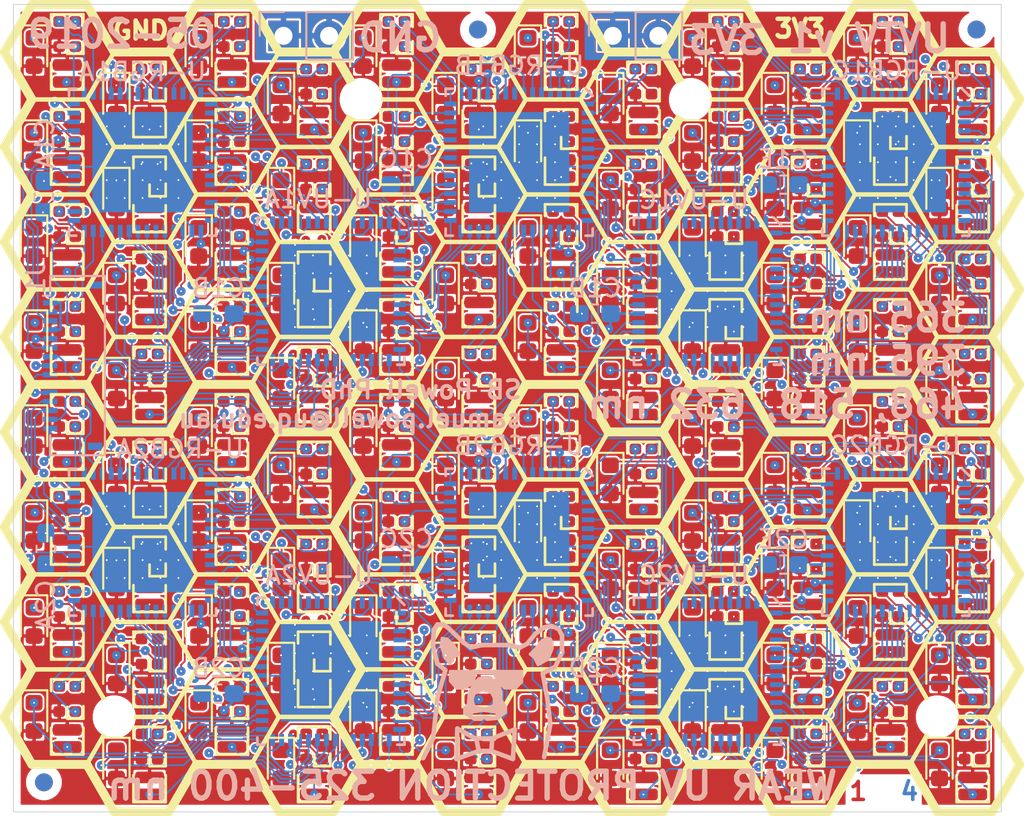
<source format=kicad_pcb>
(kicad_pcb (version 20171130) (host pcbnew "(5.0.1)-3")
  (title_block (title UVTV) (date 2019-05-16) (rev 1) (company "Queensland Brain Institute, University of Queensland") (comment 1 "Samuel B. Powell"))
  (layers (0 F.Cu signal) (1 In1.Cu signal) (2 In2.Cu signal) (31 B.Cu signal) (34 B.Paste user hide) (35 F.Paste user hide) (36 B.SilkS user hide) (37 F.SilkS user) (38 B.Mask user hide) (39 F.Mask user hide) (44 Edge.Cuts user))
  (net 0 "")
  (net 1 GND)
  (net 2 +3V3)
  (net 3 /G1A0)
  (net 4 /R1A0)
  (net 5 /B1A0)
  (net 6 /B1A1)
  (net 7 /R1A1)
  (net 8 /G1A1)
  (net 9 /G1A2)
  (net 10 /R1A2)
  (net 11 /B1A2)
  (net 12 /B1A3)
  (net 13 /R1A3)
  (net 14 /G1A3)
  (net 15 /G1A4)
  (net 16 /R1A4)
  (net 17 /B1A4)
  (net 18 /B1A5)
  (net 19 /R1A5)
  (net 20 /G1A5)
  (net 21 /G1A6)
  (net 22 /R1A6)
  (net 23 /B1A6)
  (net 24 /B1A7)
  (net 25 /R1A7)
  (net 26 /G1A7)
  (net 27 /G1A8)
  (net 28 /R1A8)
  (net 29 /B1A8)
  (net 30 /B1A9)
  (net 31 /R1A9)
  (net 32 /G1A9)
  (net 33 /G1A10)
  (net 34 /R1A10)
  (net 35 /B1A10)
  (net 36 /B1A11)
  (net 37 /R1A11)
  (net 38 /G1A11)
  (net 39 /G1A12)
  (net 40 /R1A12)
  (net 41 /B1A12)
  (net 42 /B1A13)
  (net 43 /R1A13)
  (net 44 /G1A13)
  (net 45 /G1A14)
  (net 46 /R1A14)
  (net 47 /B1A14)
  (net 48 /B1A15)
  (net 49 /R1A15)
  (net 50 /G1A15)
  (net 51 /G1B0)
  (net 52 /R1B0)
  (net 53 /B1B0)
  (net 54 /B1B1)
  (net 55 /R1B1)
  (net 56 /G1B1)
  (net 57 /G1B2)
  (net 58 /R1B2)
  (net 59 /B1B2)
  (net 60 /B1B3)
  (net 61 /R1B3)
  (net 62 /G1B3)
  (net 63 /G1B4)
  (net 64 /R1B4)
  (net 65 /B1B4)
  (net 66 /B1B5)
  (net 67 /R1B5)
  (net 68 /G1B5)
  (net 69 /G1B6)
  (net 70 /R1B6)
  (net 71 /B1B6)
  (net 72 /B1B7)
  (net 73 /R1B7)
  (net 74 /G1B7)
  (net 75 /G1B8)
  (net 76 /R1B8)
  (net 77 /B1B8)
  (net 78 /B1B9)
  (net 79 /R1B9)
  (net 80 /G1B9)
  (net 81 /G1B10)
  (net 82 /R1B10)
  (net 83 /B1B10)
  (net 84 /B1B11)
  (net 85 /R1B11)
  (net 86 /G1B11)
  (net 87 /B1B12)
  (net 88 /R1B12)
  (net 89 /G1B12)
  (net 90 /G1B13)
  (net 91 /R1B13)
  (net 92 /B1B13)
  (net 93 /B1B14)
  (net 94 /R1B14)
  (net 95 /G1B14)
  (net 96 /G1B15)
  (net 97 /R1B15)
  (net 98 /B1B15)
  (net 99 /B1C0)
  (net 100 /R1C0)
  (net 101 /G1C0)
  (net 102 /G1C1)
  (net 103 /R1C1)
  (net 104 /B1C1)
  (net 105 /B1C2)
  (net 106 /R1C2)
  (net 107 /G1C2)
  (net 108 /G1C3)
  (net 109 /R1C3)
  (net 110 /B1C3)
  (net 111 /B1C4)
  (net 112 /R1C4)
  (net 113 /G1C4)
  (net 114 /G1C5)
  (net 115 /R1C5)
  (net 116 /B1C5)
  (net 117 /B1C6)
  (net 118 /R1C6)
  (net 119 /G1C6)
  (net 120 /G1C7)
  (net 121 /R1C7)
  (net 122 /B1C7)
  (net 123 /B1C8)
  (net 124 /R1C8)
  (net 125 /G1C8)
  (net 126 /G1C9)
  (net 127 /R1C9)
  (net 128 /B1C9)
  (net 129 /G1C10)
  (net 130 /R1C10)
  (net 131 /B1C10)
  (net 132 /G1C11)
  (net 133 /R1C11)
  (net 134 /B1C11)
  (net 135 /B1C12)
  (net 136 /R1C12)
  (net 137 /G1C12)
  (net 138 /G1C13)
  (net 139 /R1C13)
  (net 140 /B1C13)
  (net 141 /B1C14)
  (net 142 /R1C14)
  (net 143 /G1C14)
  (net 144 /G1C15)
  (net 145 /R1C15)
  (net 146 /B1C15)
  (net 147 /B2A0)
  (net 148 /R2A0)
  (net 149 /G2A0)
  (net 150 /G2A1)
  (net 151 /R2A1)
  (net 152 /B2A1)
  (net 153 /B2A2)
  (net 154 /R2A2)
  (net 155 /G2A2)
  (net 156 /G2A3)
  (net 157 /R2A3)
  (net 158 /B2A3)
  (net 159 /B2A4)
  (net 160 /R2A4)
  (net 161 /G2A4)
  (net 162 /G2A5)
  (net 163 /R2A5)
  (net 164 /B2A5)
  (net 165 /B2A6)
  (net 166 /R2A6)
  (net 167 /G2A6)
  (net 168 /G2A7)
  (net 169 /R2A7)
  (net 170 /B2A7)
  (net 171 /B2A8)
  (net 172 /R2A8)
  (net 173 /G2A8)
  (net 174 /G2A9)
  (net 175 /R2A9)
  (net 176 /B2A9)
  (net 177 /B2A10)
  (net 178 /R2A10)
  (net 179 /G2A10)
  (net 180 /G2A11)
  (net 181 /R2A11)
  (net 182 /B2A11)
  (net 183 /B2A12)
  (net 184 /R2A12)
  (net 185 /G2A12)
  (net 186 /G2A13)
  (net 187 /R2A13)
  (net 188 /B2A13)
  (net 189 /B2A14)
  (net 190 /R2A14)
  (net 191 /G2A14)
  (net 192 /G2A15)
  (net 193 /R2A15)
  (net 194 /B2A15)
  (net 195 /G2B0)
  (net 196 /R2B0)
  (net 197 /B2B0)
  (net 198 /B2B1)
  (net 199 /R2B1)
  (net 200 /G2B1)
  (net 201 /G2B2)
  (net 202 /R2B2)
  (net 203 /B2B2)
  (net 204 /B2B3)
  (net 205 /R2B3)
  (net 206 /G2B3)
  (net 207 /G2B4)
  (net 208 /R2B4)
  (net 209 /B2B4)
  (net 210 /B2B5)
  (net 211 /R2B5)
  (net 212 /G2B5)
  (net 213 /G2B6)
  (net 214 /R2B6)
  (net 215 /B2B6)
  (net 216 /B2B7)
  (net 217 /R2B7)
  (net 218 /G2B7)
  (net 219 /G2B8)
  (net 220 /R2B8)
  (net 221 /B2B8)
  (net 222 /B2B9)
  (net 223 /R2B9)
  (net 224 /G2B9)
  (net 225 /G2B10)
  (net 226 /R2B10)
  (net 227 /B2B10)
  (net 228 /B2B11)
  (net 229 /R2B11)
  (net 230 /G2B11)
  (net 231 /G2B12)
  (net 232 /R2B12)
  (net 233 /B2B12)
  (net 234 /B2B13)
  (net 235 /R2B13)
  (net 236 /G2B13)
  (net 237 /G2B14)
  (net 238 /R2B14)
  (net 239 /B2B14)
  (net 240 /B2B15)
  (net 241 /R2B15)
  (net 242 /G2B15)
  (net 243 /G2C0)
  (net 244 /R2C0)
  (net 245 /B2C0)
  (net 246 /B2C1)
  (net 247 /R2C1)
  (net 248 /G2C1)
  (net 249 /G2C2)
  (net 250 /R2C2)
  (net 251 /B2C2)
  (net 252 /B2C3)
  (net 253 /R2C3)
  (net 254 /G2C3)
  (net 255 /G2C4)
  (net 256 /R2C4)
  (net 257 /B2C4)
  (net 258 /B2C5)
  (net 259 /R2C5)
  (net 260 /G2C5)
  (net 261 /G2C6)
  (net 262 /R2C6)
  (net 263 /B2C6)
  (net 264 /B2C7)
  (net 265 /R2C7)
  (net 266 /G2C7)
  (net 267 /G2C8)
  (net 268 /R2C8)
  (net 269 /B2C8)
  (net 270 /B2C9)
  (net 271 /R2C9)
  (net 272 /G2C9)
  (net 273 /G2C10)
  (net 274 /R2C10)
  (net 275 /B2C10)
  (net 276 /B2C11)
  (net 277 /R2C11)
  (net 278 /G2C11)
  (net 279 /G2C12)
  (net 280 /R2C12)
  (net 281 /B2C12)
  (net 282 /G2C13)
  (net 283 /R2C13)
  (net 284 /B2C13)
  (net 285 /B2C14)
  (net 286 /R2C14)
  (net 287 /G2C14)
  (net 288 /G2C15)
  (net 289 /R2C15)
  (net 290 /B2C15)
  (net 291 /UV1A0)
  (net 292 /UV1A1)
  (net 293 /UV1A2)
  (net 294 /UV1A3)
  (net 295 /UV1A4)
  (net 296 /UV1A5)
  (net 297 /UV1A6)
  (net 298 /UV1A7)
  (net 299 /UV1A8)
  (net 300 /UV1A9)
  (net 301 /UV1A10)
  (net 302 /UV1A11)
  (net 303 /UV1A12)
  (net 304 /UV1A13)
  (net 305 /UV1A14)
  (net 306 /UV1A15)
  (net 307 /UV1B0)
  (net 308 /UV1B1)
  (net 309 /UV1B2)
  (net 310 /UV1B3)
  (net 311 /UV1B4)
  (net 312 /UV1B5)
  (net 313 /UV1B6)
  (net 314 /UV1B7)
  (net 315 /UV1B8)
  (net 316 /UV1B9)
  (net 317 /UV1B10)
  (net 318 /UV1B11)
  (net 319 /UV1B12)
  (net 320 /UV1B13)
  (net 321 /UV1B14)
  (net 322 /UV1B15)
  (net 323 /UV1C0)
  (net 324 /UV1C1)
  (net 325 /UV1C2)
  (net 326 /UV1C3)
  (net 327 /UV1C4)
  (net 328 /UV1C5)
  (net 329 /UV1C6)
  (net 330 /UV1C7)
  (net 331 /UV1C8)
  (net 332 /UV1C9)
  (net 333 /UV1C10)
  (net 334 /UV1C11)
  (net 335 /UV1C12)
  (net 336 /UV1C13)
  (net 337 /UV1C14)
  (net 338 /UV1C15)
  (net 339 /UV2A0)
  (net 340 /UV2A1)
  (net 341 /UV2A2)
  (net 342 /UV2A3)
  (net 343 /UV2A4)
  (net 344 /UV2A5)
  (net 345 /UV2A6)
  (net 346 /UV2A7)
  (net 347 /UV2A8)
  (net 348 /UV2A9)
  (net 349 /UV2A10)
  (net 350 /UV2A11)
  (net 351 /UV2A12)
  (net 352 /UV2A13)
  (net 353 /UV2A14)
  (net 354 /UV2A15)
  (net 355 /UV2B0)
  (net 356 /UV2B1)
  (net 357 /UV2B2)
  (net 358 /UV2B3)
  (net 359 /UV2B4)
  (net 360 /UV2B5)
  (net 361 /UV2B6)
  (net 362 /UV2B7)
  (net 363 /UV2B8)
  (net 364 /UV2B9)
  (net 365 /UV2B10)
  (net 366 /UV2B11)
  (net 367 /UV2B12)
  (net 368 /UV2B13)
  (net 369 /UV2B14)
  (net 370 /UV2B15)
  (net 371 /UV2C0)
  (net 372 /UV2C1)
  (net 373 /UV2C2)
  (net 374 /UV2C3)
  (net 375 /UV2C4)
  (net 376 /UV2C5)
  (net 377 /UV2C6)
  (net 378 /UV2C7)
  (net 379 /UV2C8)
  (net 380 /UV2C9)
  (net 381 /UV2C10)
  (net 382 /UV2C11)
  (net 383 /UV2C12)
  (net 384 /UV2C13)
  (net 385 /UV2C14)
  (net 386 /UV2C15)
  (net 387 /V1A0)
  (net 388 /V1A1)
  (net 389 /V1A2)
  (net 390 /V1A3)
  (net 391 /V1A4)
  (net 392 /V1A5)
  (net 393 /V1A6)
  (net 394 /V1A7)
  (net 395 /V1A8)
  (net 396 /V1A9)
  (net 397 /V1A10)
  (net 398 /V1A11)
  (net 399 /V1A12)
  (net 400 /V1A13)
  (net 401 /V1A14)
  (net 402 /V1A15)
  (net 403 /V1B0)
  (net 404 /V1B1)
  (net 405 /V1B2)
  (net 406 /V1B3)
  (net 407 /V1B4)
  (net 408 /V1B5)
  (net 409 /V1B6)
  (net 410 /V1B7)
  (net 411 /V1B8)
  (net 412 /V1B9)
  (net 413 /V1B10)
  (net 414 /V1B11)
  (net 415 /V1B12)
  (net 416 /V1B13)
  (net 417 /V1B14)
  (net 418 /V1B15)
  (net 419 /V1C0)
  (net 420 /V1C1)
  (net 421 /V1C2)
  (net 422 /V1C3)
  (net 423 /V1C4)
  (net 424 /V1C5)
  (net 425 /V1C6)
  (net 426 /V1C7)
  (net 427 /V1C8)
  (net 428 /V1C9)
  (net 429 /V1C10)
  (net 430 /V1C11)
  (net 431 /V1C12)
  (net 432 /V1C13)
  (net 433 /V1C14)
  (net 434 /V1C15)
  (net 435 /V2A0)
  (net 436 /V2A1)
  (net 437 /V2A2)
  (net 438 /V2A3)
  (net 439 /V2A4)
  (net 440 /V2A5)
  (net 441 /V2A6)
  (net 442 /V2A7)
  (net 443 /V2A8)
  (net 444 /V2A9)
  (net 445 /V2A10)
  (net 446 /V2A11)
  (net 447 /V2A12)
  (net 448 /V2A13)
  (net 449 /V2A14)
  (net 450 /V2A15)
  (net 451 /V2B0)
  (net 452 /V2B1)
  (net 453 /V2B2)
  (net 454 /V2B3)
  (net 455 /V2B4)
  (net 456 /V2B5)
  (net 457 /V2B6)
  (net 458 /V2B7)
  (net 459 /V2B8)
  (net 460 /V2B9)
  (net 461 /V2B10)
  (net 462 /V2B11)
  (net 463 /V2B12)
  (net 464 /V2B13)
  (net 465 /V2B14)
  (net 466 /V2B15)
  (net 467 /V2C0)
  (net 468 /V2C1)
  (net 469 /V2C2)
  (net 470 /V2C3)
  (net 471 /V2C4)
  (net 472 /V2C5)
  (net 473 /V2C6)
  (net 474 /V2C7)
  (net 475 /V2C8)
  (net 476 /V2C9)
  (net 477 /V2C10)
  (net 478 /V2C11)
  (net 479 /V2C12)
  (net 480 /V2C13)
  (net 481 /V2C14)
  (net 482 /V2C15)
  (net 483 "Net-(U-RGB1A-Pad7)")
  (net 484 "Net-(U-RGB1B-Pad36)")
  (net 485 "Net-(U-RGB1B-Pad7)")
  (net 486 "Net-(U-RGB1C-Pad36)")
  (net 487 "Net-(U-RGB2A-Pad7)")
  (net 488 "Net-(U-RGB2B-Pad36)")
  (net 489 "Net-(U-RGB2B-Pad7)")
  (net 490 "Net-(U-RGB2C-Pad36)")
  (net 491 /LAT1)
  (net 492 /SCLK1)
  (net 493 /SIN1)
  (net 494 /GSCLK1)
  (net 495 /SOUT1)
  (net 496 /LAT2)
  (net 497 /SCLK2)
  (net 498 /SIN2)
  (net 499 /GSCLK2)
  (net 500 /SOUT2)
  (module UVTV:EAST1616RGBA (layer F.Cu) (at 71.859738 56.949999 270)
    (fp_text reference RGB1B4 hide)
    (fp_text value EAST1616RGB hide)
    (pad 3 smd roundrect (at 0.7 0.45 270) (size 0.6 0.65) (layers F.Cu F.Paste F.Mask) (net 2 +3V3))
    (pad 1 smd roundrect (at 0.7 -0.45 270) (size 0.6 0.65) (layers F.Cu F.Paste F.Mask) (net 65 /B1B4))
    (pad 4 smd roundrect (at -0.7 0.45 270) (size 0.6 0.65) (layers F.Cu F.Paste F.Mask) (net 64 /R1B4))
    (pad 2 smd roundrect (at -0.7 -0.45 270) (size 0.6 0.65) (layers F.Cu F.Paste F.Mask) (net 63 /G1B4))
  )
  (module UVTV:EAST1616RGBA (layer F.Cu) (at 53.5 51.65 270)
    (fp_text reference RGB1A0 hide)
    (fp_text value EAST1616RGB hide)
    (pad 3 smd roundrect (at 0.7 0.45 270) (size 0.6 0.65) (layers F.Cu F.Paste F.Mask) (net 2 +3V3))
    (pad 1 smd roundrect (at 0.7 -0.45 270) (size 0.6 0.65) (layers F.Cu F.Paste F.Mask) (net 5 /B1A0))
    (pad 4 smd roundrect (at -0.7 0.45 270) (size 0.6 0.65) (layers F.Cu F.Paste F.Mask) (net 4 /R1A0))
    (pad 2 smd roundrect (at -0.7 -0.45 270) (size 0.6 0.65) (layers F.Cu F.Paste F.Mask) (net 3 /G1A0))
  )
  (module UVTV:EAST1616RGBA (layer F.Cu) (at 58.089934 54.3 270)
    (fp_text reference RGB1A1 hide)
    (fp_text value EAST1616RGB hide)
    (pad 3 smd roundrect (at 0.7 0.45 270) (size 0.6 0.65) (layers F.Cu F.Paste F.Mask) (net 2 +3V3))
    (pad 1 smd roundrect (at 0.7 -0.45 270) (size 0.6 0.65) (layers F.Cu F.Paste F.Mask) (net 6 /B1A1))
    (pad 4 smd roundrect (at -0.7 0.45 270) (size 0.6 0.65) (layers F.Cu F.Paste F.Mask) (net 7 /R1A1))
    (pad 2 smd roundrect (at -0.7 -0.45 270) (size 0.6 0.65) (layers F.Cu F.Paste F.Mask) (net 8 /G1A1))
  )
  (module UVTV:EAST1616RGBA (layer F.Cu) (at 62.679869 51.65 270)
    (fp_text reference RGB1A2 hide)
    (fp_text value EAST1616RGB hide)
    (pad 3 smd roundrect (at 0.7 0.45 270) (size 0.6 0.65) (layers F.Cu F.Paste F.Mask) (net 2 +3V3))
    (pad 1 smd roundrect (at 0.7 -0.45 270) (size 0.6 0.65) (layers F.Cu F.Paste F.Mask) (net 11 /B1A2))
    (pad 4 smd roundrect (at -0.7 0.45 270) (size 0.6 0.65) (layers F.Cu F.Paste F.Mask) (net 10 /R1A2))
    (pad 2 smd roundrect (at -0.7 -0.45 270) (size 0.6 0.65) (layers F.Cu F.Paste F.Mask) (net 9 /G1A2))
  )
  (module UVTV:EAST1616RGBA (layer F.Cu) (at 67.269803 54.3 270)
    (fp_text reference RGB1A3 hide)
    (fp_text value EAST1616RGB hide)
    (pad 3 smd roundrect (at 0.7 0.45 270) (size 0.6 0.65) (layers F.Cu F.Paste F.Mask) (net 2 +3V3))
    (pad 1 smd roundrect (at 0.7 -0.45 270) (size 0.6 0.65) (layers F.Cu F.Paste F.Mask) (net 12 /B1A3))
    (pad 4 smd roundrect (at -0.7 0.45 270) (size 0.6 0.65) (layers F.Cu F.Paste F.Mask) (net 13 /R1A3))
    (pad 2 smd roundrect (at -0.7 -0.45 270) (size 0.6 0.65) (layers F.Cu F.Paste F.Mask) (net 14 /G1A3))
  )
  (module UVTV:EAST1616RGBA (layer F.Cu) (at 53.5 56.949999 270)
    (fp_text reference RGB1A4 hide)
    (fp_text value EAST1616RGB hide)
    (pad 3 smd roundrect (at 0.7 0.45 270) (size 0.6 0.65) (layers F.Cu F.Paste F.Mask) (net 2 +3V3))
    (pad 1 smd roundrect (at 0.7 -0.45 270) (size 0.6 0.65) (layers F.Cu F.Paste F.Mask) (net 17 /B1A4))
    (pad 4 smd roundrect (at -0.7 0.45 270) (size 0.6 0.65) (layers F.Cu F.Paste F.Mask) (net 16 /R1A4))
    (pad 2 smd roundrect (at -0.7 -0.45 270) (size 0.6 0.65) (layers F.Cu F.Paste F.Mask) (net 15 /G1A4))
  )
  (module UVTV:EAST1616RGBA (layer F.Cu) (at 58.089934 59.599999 270)
    (fp_text reference RGB1A5 hide)
    (fp_text value EAST1616RGB hide)
    (pad 3 smd roundrect (at 0.7 0.45 270) (size 0.6 0.65) (layers F.Cu F.Paste F.Mask) (net 2 +3V3))
    (pad 1 smd roundrect (at 0.7 -0.45 270) (size 0.6 0.65) (layers F.Cu F.Paste F.Mask) (net 18 /B1A5))
    (pad 4 smd roundrect (at -0.7 0.45 270) (size 0.6 0.65) (layers F.Cu F.Paste F.Mask) (net 19 /R1A5))
    (pad 2 smd roundrect (at -0.7 -0.45 270) (size 0.6 0.65) (layers F.Cu F.Paste F.Mask) (net 20 /G1A5))
  )
  (module UVTV:EAST1616RGBA (layer F.Cu) (at 62.679869 56.949999 270)
    (fp_text reference RGB1A6 hide)
    (fp_text value EAST1616RGB hide)
    (pad 3 smd roundrect (at 0.7 0.45 270) (size 0.6 0.65) (layers F.Cu F.Paste F.Mask) (net 2 +3V3))
    (pad 1 smd roundrect (at 0.7 -0.45 270) (size 0.6 0.65) (layers F.Cu F.Paste F.Mask) (net 23 /B1A6))
    (pad 4 smd roundrect (at -0.7 0.45 270) (size 0.6 0.65) (layers F.Cu F.Paste F.Mask) (net 22 /R1A6))
    (pad 2 smd roundrect (at -0.7 -0.45 270) (size 0.6 0.65) (layers F.Cu F.Paste F.Mask) (net 21 /G1A6))
  )
  (module UVTV:EAST1616RGBA (layer F.Cu) (at 67.269803 59.599999 270)
    (fp_text reference RGB1A7 hide)
    (fp_text value EAST1616RGB hide)
    (pad 3 smd roundrect (at 0.7 0.45 270) (size 0.6 0.65) (layers F.Cu F.Paste F.Mask) (net 2 +3V3))
    (pad 1 smd roundrect (at 0.7 -0.45 270) (size 0.6 0.65) (layers F.Cu F.Paste F.Mask) (net 24 /B1A7))
    (pad 4 smd roundrect (at -0.7 0.45 270) (size 0.6 0.65) (layers F.Cu F.Paste F.Mask) (net 25 /R1A7))
    (pad 2 smd roundrect (at -0.7 -0.45 270) (size 0.6 0.65) (layers F.Cu F.Paste F.Mask) (net 26 /G1A7))
  )
  (module UVTV:EAST1616RGBA (layer F.Cu) (at 53.5 62.25 270)
    (fp_text reference RGB1A8 hide)
    (fp_text value EAST1616RGB hide)
    (pad 3 smd roundrect (at 0.7 0.45 270) (size 0.6 0.65) (layers F.Cu F.Paste F.Mask) (net 2 +3V3))
    (pad 1 smd roundrect (at 0.7 -0.45 270) (size 0.6 0.65) (layers F.Cu F.Paste F.Mask) (net 29 /B1A8))
    (pad 4 smd roundrect (at -0.7 0.45 270) (size 0.6 0.65) (layers F.Cu F.Paste F.Mask) (net 28 /R1A8))
    (pad 2 smd roundrect (at -0.7 -0.45 270) (size 0.6 0.65) (layers F.Cu F.Paste F.Mask) (net 27 /G1A8))
  )
  (module UVTV:EAST1616RGBA (layer F.Cu) (at 58.089934 64.9 270)
    (fp_text reference RGB1A9 hide)
    (fp_text value EAST1616RGB hide)
    (pad 3 smd roundrect (at 0.7 0.45 270) (size 0.6 0.65) (layers F.Cu F.Paste F.Mask) (net 2 +3V3))
    (pad 1 smd roundrect (at 0.7 -0.45 270) (size 0.6 0.65) (layers F.Cu F.Paste F.Mask) (net 30 /B1A9))
    (pad 4 smd roundrect (at -0.7 0.45 270) (size 0.6 0.65) (layers F.Cu F.Paste F.Mask) (net 31 /R1A9))
    (pad 2 smd roundrect (at -0.7 -0.45 270) (size 0.6 0.65) (layers F.Cu F.Paste F.Mask) (net 32 /G1A9))
  )
  (module UVTV:EAST1616RGBA (layer F.Cu) (at 62.679869 62.25 270)
    (fp_text reference RGB1A10 hide)
    (fp_text value EAST1616RGB hide)
    (pad 3 smd roundrect (at 0.7 0.45 270) (size 0.6 0.65) (layers F.Cu F.Paste F.Mask) (net 2 +3V3))
    (pad 1 smd roundrect (at 0.7 -0.45 270) (size 0.6 0.65) (layers F.Cu F.Paste F.Mask) (net 35 /B1A10))
    (pad 4 smd roundrect (at -0.7 0.45 270) (size 0.6 0.65) (layers F.Cu F.Paste F.Mask) (net 34 /R1A10))
    (pad 2 smd roundrect (at -0.7 -0.45 270) (size 0.6 0.65) (layers F.Cu F.Paste F.Mask) (net 33 /G1A10))
  )
  (module UVTV:EAST1616RGBA (layer F.Cu) (at 67.269803 64.9 270)
    (fp_text reference RGB1A11 hide)
    (fp_text value EAST1616RGB hide)
    (pad 3 smd roundrect (at 0.7 0.45 270) (size 0.6 0.65) (layers F.Cu F.Paste F.Mask) (net 2 +3V3))
    (pad 1 smd roundrect (at 0.7 -0.45 270) (size 0.6 0.65) (layers F.Cu F.Paste F.Mask) (net 36 /B1A11))
    (pad 4 smd roundrect (at -0.7 0.45 270) (size 0.6 0.65) (layers F.Cu F.Paste F.Mask) (net 37 /R1A11))
    (pad 2 smd roundrect (at -0.7 -0.45 270) (size 0.6 0.65) (layers F.Cu F.Paste F.Mask) (net 38 /G1A11))
  )
  (module UVTV:EAST1616RGBA (layer F.Cu) (at 53.5 67.55 270)
    (fp_text reference RGB1A12 hide)
    (fp_text value EAST1616RGB hide)
    (pad 3 smd roundrect (at 0.7 0.45 270) (size 0.6 0.65) (layers F.Cu F.Paste F.Mask) (net 2 +3V3))
    (pad 1 smd roundrect (at 0.7 -0.45 270) (size 0.6 0.65) (layers F.Cu F.Paste F.Mask) (net 41 /B1A12))
    (pad 4 smd roundrect (at -0.7 0.45 270) (size 0.6 0.65) (layers F.Cu F.Paste F.Mask) (net 40 /R1A12))
    (pad 2 smd roundrect (at -0.7 -0.45 270) (size 0.6 0.65) (layers F.Cu F.Paste F.Mask) (net 39 /G1A12))
  )
  (module UVTV:EAST1616RGBA (layer F.Cu) (at 58.089934 70.2 270)
    (fp_text reference RGB1A13 hide)
    (fp_text value EAST1616RGB hide)
    (pad 3 smd roundrect (at 0.7 0.45 270) (size 0.6 0.65) (layers F.Cu F.Paste F.Mask) (net 2 +3V3))
    (pad 1 smd roundrect (at 0.7 -0.45 270) (size 0.6 0.65) (layers F.Cu F.Paste F.Mask) (net 42 /B1A13))
    (pad 4 smd roundrect (at -0.7 0.45 270) (size 0.6 0.65) (layers F.Cu F.Paste F.Mask) (net 43 /R1A13))
    (pad 2 smd roundrect (at -0.7 -0.45 270) (size 0.6 0.65) (layers F.Cu F.Paste F.Mask) (net 44 /G1A13))
  )
  (module UVTV:EAST1616RGBA (layer F.Cu) (at 62.679869 67.55 270)
    (fp_text reference RGB1A14 hide)
    (fp_text value EAST1616RGB hide)
    (pad 3 smd roundrect (at 0.7 0.45 270) (size 0.6 0.65) (layers F.Cu F.Paste F.Mask) (net 2 +3V3))
    (pad 1 smd roundrect (at 0.7 -0.45 270) (size 0.6 0.65) (layers F.Cu F.Paste F.Mask) (net 47 /B1A14))
    (pad 4 smd roundrect (at -0.7 0.45 270) (size 0.6 0.65) (layers F.Cu F.Paste F.Mask) (net 46 /R1A14))
    (pad 2 smd roundrect (at -0.7 -0.45 270) (size 0.6 0.65) (layers F.Cu F.Paste F.Mask) (net 45 /G1A14))
  )
  (module UVTV:EAST1616RGBA (layer F.Cu) (at 67.269803 70.2 270)
    (fp_text reference RGB1A15 hide)
    (fp_text value EAST1616RGB hide)
    (pad 3 smd roundrect (at 0.7 0.45 270) (size 0.6 0.65) (layers F.Cu F.Paste F.Mask) (net 2 +3V3))
    (pad 1 smd roundrect (at 0.7 -0.45 270) (size 0.6 0.65) (layers F.Cu F.Paste F.Mask) (net 48 /B1A15))
    (pad 4 smd roundrect (at -0.7 0.45 270) (size 0.6 0.65) (layers F.Cu F.Paste F.Mask) (net 49 /R1A15))
    (pad 2 smd roundrect (at -0.7 -0.45 270) (size 0.6 0.65) (layers F.Cu F.Paste F.Mask) (net 50 /G1A15))
  )
  (module UVTV:EAST1616RGBA (layer F.Cu) (at 71.859738 51.65 270)
    (fp_text reference RGB1B0 hide)
    (fp_text value EAST1616RGB hide)
    (pad 3 smd roundrect (at 0.7 0.45 270) (size 0.6 0.65) (layers F.Cu F.Paste F.Mask) (net 2 +3V3))
    (pad 1 smd roundrect (at 0.7 -0.45 270) (size 0.6 0.65) (layers F.Cu F.Paste F.Mask) (net 53 /B1B0))
    (pad 4 smd roundrect (at -0.7 0.45 270) (size 0.6 0.65) (layers F.Cu F.Paste F.Mask) (net 52 /R1B0))
    (pad 2 smd roundrect (at -0.7 -0.45 270) (size 0.6 0.65) (layers F.Cu F.Paste F.Mask) (net 51 /G1B0))
  )
  (module UVTV:EAST1616RGBA (layer F.Cu) (at 76.449673 54.3 270)
    (fp_text reference RGB1B1 hide)
    (fp_text value EAST1616RGB hide)
    (pad 3 smd roundrect (at 0.7 0.45 270) (size 0.6 0.65) (layers F.Cu F.Paste F.Mask) (net 2 +3V3))
    (pad 1 smd roundrect (at 0.7 -0.45 270) (size 0.6 0.65) (layers F.Cu F.Paste F.Mask) (net 54 /B1B1))
    (pad 4 smd roundrect (at -0.7 0.45 270) (size 0.6 0.65) (layers F.Cu F.Paste F.Mask) (net 55 /R1B1))
    (pad 2 smd roundrect (at -0.7 -0.45 270) (size 0.6 0.65) (layers F.Cu F.Paste F.Mask) (net 56 /G1B1))
  )
  (module UVTV:EAST1616RGBA (layer F.Cu) (at 81.039607 51.65 270)
    (fp_text reference RGB1B2 hide)
    (fp_text value EAST1616RGB hide)
    (pad 3 smd roundrect (at 0.7 0.45 270) (size 0.6 0.65) (layers F.Cu F.Paste F.Mask) (net 2 +3V3))
    (pad 1 smd roundrect (at 0.7 -0.45 270) (size 0.6 0.65) (layers F.Cu F.Paste F.Mask) (net 59 /B1B2))
    (pad 4 smd roundrect (at -0.7 0.45 270) (size 0.6 0.65) (layers F.Cu F.Paste F.Mask) (net 58 /R1B2))
    (pad 2 smd roundrect (at -0.7 -0.45 270) (size 0.6 0.65) (layers F.Cu F.Paste F.Mask) (net 57 /G1B2))
  )
  (module UVTV:EAST1616RGBA (layer F.Cu) (at 85.629542 54.3 270)
    (fp_text reference RGB1B3 hide)
    (fp_text value EAST1616RGB hide)
    (pad 3 smd roundrect (at 0.7 0.45 270) (size 0.6 0.65) (layers F.Cu F.Paste F.Mask) (net 2 +3V3))
    (pad 1 smd roundrect (at 0.7 -0.45 270) (size 0.6 0.65) (layers F.Cu F.Paste F.Mask) (net 60 /B1B3))
    (pad 4 smd roundrect (at -0.7 0.45 270) (size 0.6 0.65) (layers F.Cu F.Paste F.Mask) (net 61 /R1B3))
    (pad 2 smd roundrect (at -0.7 -0.45 270) (size 0.6 0.65) (layers F.Cu F.Paste F.Mask) (net 62 /G1B3))
  )
  (module UVTV:EAST1616RGBA (layer F.Cu) (at 76.449673 59.599999 270)
    (fp_text reference RGB1B5 hide)
    (fp_text value EAST1616RGB hide)
    (pad 3 smd roundrect (at 0.7 0.45 270) (size 0.6 0.65) (layers F.Cu F.Paste F.Mask) (net 2 +3V3))
    (pad 1 smd roundrect (at 0.7 -0.45 270) (size 0.6 0.65) (layers F.Cu F.Paste F.Mask) (net 66 /B1B5))
    (pad 4 smd roundrect (at -0.7 0.45 270) (size 0.6 0.65) (layers F.Cu F.Paste F.Mask) (net 67 /R1B5))
    (pad 2 smd roundrect (at -0.7 -0.45 270) (size 0.6 0.65) (layers F.Cu F.Paste F.Mask) (net 68 /G1B5))
  )
  (module UVTV:EAST1616RGBA (layer F.Cu) (at 81.039607 56.949999 270)
    (fp_text reference RGB1B6 hide)
    (fp_text value EAST1616RGB hide)
    (pad 3 smd roundrect (at 0.7 0.45 270) (size 0.6 0.65) (layers F.Cu F.Paste F.Mask) (net 2 +3V3))
    (pad 1 smd roundrect (at 0.7 -0.45 270) (size 0.6 0.65) (layers F.Cu F.Paste F.Mask) (net 71 /B1B6))
    (pad 4 smd roundrect (at -0.7 0.45 270) (size 0.6 0.65) (layers F.Cu F.Paste F.Mask) (net 70 /R1B6))
    (pad 2 smd roundrect (at -0.7 -0.45 270) (size 0.6 0.65) (layers F.Cu F.Paste F.Mask) (net 69 /G1B6))
  )
  (module UVTV:EAST1616RGBA (layer F.Cu) (at 85.629542 59.599999 270)
    (fp_text reference RGB1B7 hide)
    (fp_text value EAST1616RGB hide)
    (pad 3 smd roundrect (at 0.7 0.45 270) (size 0.6 0.65) (layers F.Cu F.Paste F.Mask) (net 2 +3V3))
    (pad 1 smd roundrect (at 0.7 -0.45 270) (size 0.6 0.65) (layers F.Cu F.Paste F.Mask) (net 72 /B1B7))
    (pad 4 smd roundrect (at -0.7 0.45 270) (size 0.6 0.65) (layers F.Cu F.Paste F.Mask) (net 73 /R1B7))
    (pad 2 smd roundrect (at -0.7 -0.45 270) (size 0.6 0.65) (layers F.Cu F.Paste F.Mask) (net 74 /G1B7))
  )
  (module UVTV:EAST1616RGBA (layer F.Cu) (at 71.859738 62.25 270)
    (fp_text reference RGB1B8 hide)
    (fp_text value EAST1616RGB hide)
    (pad 3 smd roundrect (at 0.7 0.45 270) (size 0.6 0.65) (layers F.Cu F.Paste F.Mask) (net 2 +3V3))
    (pad 1 smd roundrect (at 0.7 -0.45 270) (size 0.6 0.65) (layers F.Cu F.Paste F.Mask) (net 77 /B1B8))
    (pad 4 smd roundrect (at -0.7 0.45 270) (size 0.6 0.65) (layers F.Cu F.Paste F.Mask) (net 76 /R1B8))
    (pad 2 smd roundrect (at -0.7 -0.45 270) (size 0.6 0.65) (layers F.Cu F.Paste F.Mask) (net 75 /G1B8))
  )
  (module UVTV:EAST1616RGBA (layer F.Cu) (at 76.449673 64.9 270)
    (fp_text reference RGB1B9 hide)
    (fp_text value EAST1616RGB hide)
    (pad 3 smd roundrect (at 0.7 0.45 270) (size 0.6 0.65) (layers F.Cu F.Paste F.Mask) (net 2 +3V3))
    (pad 1 smd roundrect (at 0.7 -0.45 270) (size 0.6 0.65) (layers F.Cu F.Paste F.Mask) (net 78 /B1B9))
    (pad 4 smd roundrect (at -0.7 0.45 270) (size 0.6 0.65) (layers F.Cu F.Paste F.Mask) (net 79 /R1B9))
    (pad 2 smd roundrect (at -0.7 -0.45 270) (size 0.6 0.65) (layers F.Cu F.Paste F.Mask) (net 80 /G1B9))
  )
  (module UVTV:EAST1616RGBA (layer F.Cu) (at 81.039607 62.25 270)
    (fp_text reference RGB1B10 hide)
    (fp_text value EAST1616RGB hide)
    (pad 3 smd roundrect (at 0.7 0.45 270) (size 0.6 0.65) (layers F.Cu F.Paste F.Mask) (net 2 +3V3))
    (pad 1 smd roundrect (at 0.7 -0.45 270) (size 0.6 0.65) (layers F.Cu F.Paste F.Mask) (net 83 /B1B10))
    (pad 4 smd roundrect (at -0.7 0.45 270) (size 0.6 0.65) (layers F.Cu F.Paste F.Mask) (net 82 /R1B10))
    (pad 2 smd roundrect (at -0.7 -0.45 270) (size 0.6 0.65) (layers F.Cu F.Paste F.Mask) (net 81 /G1B10))
  )
  (module UVTV:EAST1616RGBA (layer F.Cu) (at 85.629542 64.9 270)
    (fp_text reference RGB1B11 hide)
    (fp_text value EAST1616RGB hide)
    (pad 3 smd roundrect (at 0.7 0.45 270) (size 0.6 0.65) (layers F.Cu F.Paste F.Mask) (net 2 +3V3))
    (pad 1 smd roundrect (at 0.7 -0.45 270) (size 0.6 0.65) (layers F.Cu F.Paste F.Mask) (net 84 /B1B11))
    (pad 4 smd roundrect (at -0.7 0.45 270) (size 0.6 0.65) (layers F.Cu F.Paste F.Mask) (net 85 /R1B11))
    (pad 2 smd roundrect (at -0.7 -0.45 270) (size 0.6 0.65) (layers F.Cu F.Paste F.Mask) (net 86 /G1B11))
  )
  (module UVTV:EAST1616RGBA (layer F.Cu) (at 71.859738 67.55 270)
    (fp_text reference RGB1B12 hide)
    (fp_text value EAST1616RGB hide)
    (pad 3 smd roundrect (at 0.7 0.45 270) (size 0.6 0.65) (layers F.Cu F.Paste F.Mask) (net 2 +3V3))
    (pad 1 smd roundrect (at 0.7 -0.45 270) (size 0.6 0.65) (layers F.Cu F.Paste F.Mask) (net 87 /B1B12))
    (pad 4 smd roundrect (at -0.7 0.45 270) (size 0.6 0.65) (layers F.Cu F.Paste F.Mask) (net 88 /R1B12))
    (pad 2 smd roundrect (at -0.7 -0.45 270) (size 0.6 0.65) (layers F.Cu F.Paste F.Mask) (net 89 /G1B12))
  )
  (module UVTV:EAST1616RGBA (layer F.Cu) (at 76.449673 70.2 270)
    (fp_text reference RGB1B13 hide)
    (fp_text value EAST1616RGB hide)
    (pad 3 smd roundrect (at 0.7 0.45 270) (size 0.6 0.65) (layers F.Cu F.Paste F.Mask) (net 2 +3V3))
    (pad 1 smd roundrect (at 0.7 -0.45 270) (size 0.6 0.65) (layers F.Cu F.Paste F.Mask) (net 92 /B1B13))
    (pad 4 smd roundrect (at -0.7 0.45 270) (size 0.6 0.65) (layers F.Cu F.Paste F.Mask) (net 91 /R1B13))
    (pad 2 smd roundrect (at -0.7 -0.45 270) (size 0.6 0.65) (layers F.Cu F.Paste F.Mask) (net 90 /G1B13))
  )
  (module UVTV:EAST1616RGBA (layer F.Cu) (at 81.039607 67.55 270)
    (fp_text reference RGB1B14 hide)
    (fp_text value EAST1616RGB hide)
    (pad 3 smd roundrect (at 0.7 0.45 270) (size 0.6 0.65) (layers F.Cu F.Paste F.Mask) (net 2 +3V3))
    (pad 1 smd roundrect (at 0.7 -0.45 270) (size 0.6 0.65) (layers F.Cu F.Paste F.Mask) (net 93 /B1B14))
    (pad 4 smd roundrect (at -0.7 0.45 270) (size 0.6 0.65) (layers F.Cu F.Paste F.Mask) (net 94 /R1B14))
    (pad 2 smd roundrect (at -0.7 -0.45 270) (size 0.6 0.65) (layers F.Cu F.Paste F.Mask) (net 95 /G1B14))
  )
  (module UVTV:EAST1616RGBA (layer F.Cu) (at 85.629542 70.2 270)
    (fp_text reference RGB1B15 hide)
    (fp_text value EAST1616RGB hide)
    (pad 3 smd roundrect (at 0.7 0.45 270) (size 0.6 0.65) (layers F.Cu F.Paste F.Mask) (net 2 +3V3))
    (pad 1 smd roundrect (at 0.7 -0.45 270) (size 0.6 0.65) (layers F.Cu F.Paste F.Mask) (net 98 /B1B15))
    (pad 4 smd roundrect (at -0.7 0.45 270) (size 0.6 0.65) (layers F.Cu F.Paste F.Mask) (net 97 /R1B15))
    (pad 2 smd roundrect (at -0.7 -0.45 270) (size 0.6 0.65) (layers F.Cu F.Paste F.Mask) (net 96 /G1B15))
  )
  (module UVTV:EAST1616RGBA (layer F.Cu) (at 90.219477 51.65 270)
    (fp_text reference RGB1C0 hide)
    (fp_text value EAST1616RGB hide)
    (pad 3 smd roundrect (at 0.7 0.45 270) (size 0.6 0.65) (layers F.Cu F.Paste F.Mask) (net 2 +3V3))
    (pad 1 smd roundrect (at 0.7 -0.45 270) (size 0.6 0.65) (layers F.Cu F.Paste F.Mask) (net 99 /B1C0))
    (pad 4 smd roundrect (at -0.7 0.45 270) (size 0.6 0.65) (layers F.Cu F.Paste F.Mask) (net 100 /R1C0))
    (pad 2 smd roundrect (at -0.7 -0.45 270) (size 0.6 0.65) (layers F.Cu F.Paste F.Mask) (net 101 /G1C0))
  )
  (module UVTV:EAST1616RGBA (layer F.Cu) (at 94.809411 54.3 270)
    (fp_text reference RGB1C1 hide)
    (fp_text value EAST1616RGB hide)
    (pad 3 smd roundrect (at 0.7 0.45 270) (size 0.6 0.65) (layers F.Cu F.Paste F.Mask) (net 2 +3V3))
    (pad 1 smd roundrect (at 0.7 -0.45 270) (size 0.6 0.65) (layers F.Cu F.Paste F.Mask) (net 104 /B1C1))
    (pad 4 smd roundrect (at -0.7 0.45 270) (size 0.6 0.65) (layers F.Cu F.Paste F.Mask) (net 103 /R1C1))
    (pad 2 smd roundrect (at -0.7 -0.45 270) (size 0.6 0.65) (layers F.Cu F.Paste F.Mask) (net 102 /G1C1))
  )
  (module UVTV:EAST1616RGBA (layer F.Cu) (at 99.399346 51.65 270)
    (fp_text reference RGB1C2 hide)
    (fp_text value EAST1616RGB hide)
    (pad 3 smd roundrect (at 0.7 0.45 270) (size 0.6 0.65) (layers F.Cu F.Paste F.Mask) (net 2 +3V3))
    (pad 1 smd roundrect (at 0.7 -0.45 270) (size 0.6 0.65) (layers F.Cu F.Paste F.Mask) (net 105 /B1C2))
    (pad 4 smd roundrect (at -0.7 0.45 270) (size 0.6 0.65) (layers F.Cu F.Paste F.Mask) (net 106 /R1C2))
    (pad 2 smd roundrect (at -0.7 -0.45 270) (size 0.6 0.65) (layers F.Cu F.Paste F.Mask) (net 107 /G1C2))
  )
  (module UVTV:EAST1616RGBA (layer F.Cu) (at 103.989281 54.3 270)
    (fp_text reference RGB1C3 hide)
    (fp_text value EAST1616RGB hide)
    (pad 3 smd roundrect (at 0.7 0.45 270) (size 0.6 0.65) (layers F.Cu F.Paste F.Mask) (net 2 +3V3))
    (pad 1 smd roundrect (at 0.7 -0.45 270) (size 0.6 0.65) (layers F.Cu F.Paste F.Mask) (net 110 /B1C3))
    (pad 4 smd roundrect (at -0.7 0.45 270) (size 0.6 0.65) (layers F.Cu F.Paste F.Mask) (net 109 /R1C3))
    (pad 2 smd roundrect (at -0.7 -0.45 270) (size 0.6 0.65) (layers F.Cu F.Paste F.Mask) (net 108 /G1C3))
  )
  (module UVTV:EAST1616RGBA (layer F.Cu) (at 90.219477 56.949999 270)
    (fp_text reference RGB1C4 hide)
    (fp_text value EAST1616RGB hide)
    (pad 3 smd roundrect (at 0.7 0.45 270) (size 0.6 0.65) (layers F.Cu F.Paste F.Mask) (net 2 +3V3))
    (pad 1 smd roundrect (at 0.7 -0.45 270) (size 0.6 0.65) (layers F.Cu F.Paste F.Mask) (net 111 /B1C4))
    (pad 4 smd roundrect (at -0.7 0.45 270) (size 0.6 0.65) (layers F.Cu F.Paste F.Mask) (net 112 /R1C4))
    (pad 2 smd roundrect (at -0.7 -0.45 270) (size 0.6 0.65) (layers F.Cu F.Paste F.Mask) (net 113 /G1C4))
  )
  (module UVTV:EAST1616RGBA (layer F.Cu) (at 94.809411 59.599999 270)
    (fp_text reference RGB1C5 hide)
    (fp_text value EAST1616RGB hide)
    (pad 3 smd roundrect (at 0.7 0.45 270) (size 0.6 0.65) (layers F.Cu F.Paste F.Mask) (net 2 +3V3))
    (pad 1 smd roundrect (at 0.7 -0.45 270) (size 0.6 0.65) (layers F.Cu F.Paste F.Mask) (net 116 /B1C5))
    (pad 4 smd roundrect (at -0.7 0.45 270) (size 0.6 0.65) (layers F.Cu F.Paste F.Mask) (net 115 /R1C5))
    (pad 2 smd roundrect (at -0.7 -0.45 270) (size 0.6 0.65) (layers F.Cu F.Paste F.Mask) (net 114 /G1C5))
  )
  (module UVTV:EAST1616RGBA (layer F.Cu) (at 99.399346 56.949999 270)
    (fp_text reference RGB1C6 hide)
    (fp_text value EAST1616RGB hide)
    (pad 3 smd roundrect (at 0.7 0.45 270) (size 0.6 0.65) (layers F.Cu F.Paste F.Mask) (net 2 +3V3))
    (pad 1 smd roundrect (at 0.7 -0.45 270) (size 0.6 0.65) (layers F.Cu F.Paste F.Mask) (net 117 /B1C6))
    (pad 4 smd roundrect (at -0.7 0.45 270) (size 0.6 0.65) (layers F.Cu F.Paste F.Mask) (net 118 /R1C6))
    (pad 2 smd roundrect (at -0.7 -0.45 270) (size 0.6 0.65) (layers F.Cu F.Paste F.Mask) (net 119 /G1C6))
  )
  (module UVTV:EAST1616RGBA (layer F.Cu) (at 103.989281 59.599999 270)
    (fp_text reference RGB1C7 hide)
    (fp_text value EAST1616RGB hide)
    (pad 3 smd roundrect (at 0.7 0.45 270) (size 0.6 0.65) (layers F.Cu F.Paste F.Mask) (net 2 +3V3))
    (pad 1 smd roundrect (at 0.7 -0.45 270) (size 0.6 0.65) (layers F.Cu F.Paste F.Mask) (net 122 /B1C7))
    (pad 4 smd roundrect (at -0.7 0.45 270) (size 0.6 0.65) (layers F.Cu F.Paste F.Mask) (net 121 /R1C7))
    (pad 2 smd roundrect (at -0.7 -0.45 270) (size 0.6 0.65) (layers F.Cu F.Paste F.Mask) (net 120 /G1C7))
  )
  (module UVTV:EAST1616RGBA (layer F.Cu) (at 90.219477 62.25 270)
    (fp_text reference RGB1C8 hide)
    (fp_text value EAST1616RGB hide)
    (pad 3 smd roundrect (at 0.7 0.45 270) (size 0.6 0.65) (layers F.Cu F.Paste F.Mask) (net 2 +3V3))
    (pad 1 smd roundrect (at 0.7 -0.45 270) (size 0.6 0.65) (layers F.Cu F.Paste F.Mask) (net 123 /B1C8))
    (pad 4 smd roundrect (at -0.7 0.45 270) (size 0.6 0.65) (layers F.Cu F.Paste F.Mask) (net 124 /R1C8))
    (pad 2 smd roundrect (at -0.7 -0.45 270) (size 0.6 0.65) (layers F.Cu F.Paste F.Mask) (net 125 /G1C8))
  )
  (module UVTV:EAST1616RGBA (layer F.Cu) (at 94.809411 64.9 270)
    (fp_text reference RGB1C9 hide)
    (fp_text value EAST1616RGB hide)
    (pad 3 smd roundrect (at 0.7 0.45 270) (size 0.6 0.65) (layers F.Cu F.Paste F.Mask) (net 2 +3V3))
    (pad 1 smd roundrect (at 0.7 -0.45 270) (size 0.6 0.65) (layers F.Cu F.Paste F.Mask) (net 128 /B1C9))
    (pad 4 smd roundrect (at -0.7 0.45 270) (size 0.6 0.65) (layers F.Cu F.Paste F.Mask) (net 127 /R1C9))
    (pad 2 smd roundrect (at -0.7 -0.45 270) (size 0.6 0.65) (layers F.Cu F.Paste F.Mask) (net 126 /G1C9))
  )
  (module UVTV:EAST1616RGBA (layer F.Cu) (at 99.399346 62.25 270)
    (fp_text reference RGB1C10 hide)
    (fp_text value EAST1616RGB hide)
    (pad 3 smd roundrect (at 0.7 0.45 270) (size 0.6 0.65) (layers F.Cu F.Paste F.Mask) (net 2 +3V3))
    (pad 1 smd roundrect (at 0.7 -0.45 270) (size 0.6 0.65) (layers F.Cu F.Paste F.Mask) (net 131 /B1C10))
    (pad 4 smd roundrect (at -0.7 0.45 270) (size 0.6 0.65) (layers F.Cu F.Paste F.Mask) (net 130 /R1C10))
    (pad 2 smd roundrect (at -0.7 -0.45 270) (size 0.6 0.65) (layers F.Cu F.Paste F.Mask) (net 129 /G1C10))
  )
  (module UVTV:EAST1616RGBA (layer F.Cu) (at 103.989281 64.9 270)
    (fp_text reference RGB1C11 hide)
    (fp_text value EAST1616RGB hide)
    (pad 3 smd roundrect (at 0.7 0.45 270) (size 0.6 0.65) (layers F.Cu F.Paste F.Mask) (net 2 +3V3))
    (pad 1 smd roundrect (at 0.7 -0.45 270) (size 0.6 0.65) (layers F.Cu F.Paste F.Mask) (net 134 /B1C11))
    (pad 4 smd roundrect (at -0.7 0.45 270) (size 0.6 0.65) (layers F.Cu F.Paste F.Mask) (net 133 /R1C11))
    (pad 2 smd roundrect (at -0.7 -0.45 270) (size 0.6 0.65) (layers F.Cu F.Paste F.Mask) (net 132 /G1C11))
  )
  (module UVTV:EAST1616RGBA (layer F.Cu) (at 90.219477 67.55 270)
    (fp_text reference RGB1C12 hide)
    (fp_text value EAST1616RGB hide)
    (pad 3 smd roundrect (at 0.7 0.45 270) (size 0.6 0.65) (layers F.Cu F.Paste F.Mask) (net 2 +3V3))
    (pad 1 smd roundrect (at 0.7 -0.45 270) (size 0.6 0.65) (layers F.Cu F.Paste F.Mask) (net 135 /B1C12))
    (pad 4 smd roundrect (at -0.7 0.45 270) (size 0.6 0.65) (layers F.Cu F.Paste F.Mask) (net 136 /R1C12))
    (pad 2 smd roundrect (at -0.7 -0.45 270) (size 0.6 0.65) (layers F.Cu F.Paste F.Mask) (net 137 /G1C12))
  )
  (module UVTV:EAST1616RGBA (layer F.Cu) (at 94.809411 70.2 270)
    (fp_text reference RGB1C13 hide)
    (fp_text value EAST1616RGB hide)
    (pad 3 smd roundrect (at 0.7 0.45 270) (size 0.6 0.65) (layers F.Cu F.Paste F.Mask) (net 2 +3V3))
    (pad 1 smd roundrect (at 0.7 -0.45 270) (size 0.6 0.65) (layers F.Cu F.Paste F.Mask) (net 140 /B1C13))
    (pad 4 smd roundrect (at -0.7 0.45 270) (size 0.6 0.65) (layers F.Cu F.Paste F.Mask) (net 139 /R1C13))
    (pad 2 smd roundrect (at -0.7 -0.45 270) (size 0.6 0.65) (layers F.Cu F.Paste F.Mask) (net 138 /G1C13))
  )
  (module UVTV:EAST1616RGBA (layer F.Cu) (at 99.399346 67.55 270)
    (fp_text reference RGB1C14 hide)
    (fp_text value EAST1616RGB hide)
    (pad 3 smd roundrect (at 0.7 0.45 270) (size 0.6 0.65) (layers F.Cu F.Paste F.Mask) (net 2 +3V3))
    (pad 1 smd roundrect (at 0.7 -0.45 270) (size 0.6 0.65) (layers F.Cu F.Paste F.Mask) (net 141 /B1C14))
    (pad 4 smd roundrect (at -0.7 0.45 270) (size 0.6 0.65) (layers F.Cu F.Paste F.Mask) (net 142 /R1C14))
    (pad 2 smd roundrect (at -0.7 -0.45 270) (size 0.6 0.65) (layers F.Cu F.Paste F.Mask) (net 143 /G1C14))
  )
  (module UVTV:EAST1616RGBA (layer F.Cu) (at 103.989281 70.2 270)
    (fp_text reference RGB1C15 hide)
    (fp_text value EAST1616RGB hide)
    (pad 3 smd roundrect (at 0.7 0.45 270) (size 0.6 0.65) (layers F.Cu F.Paste F.Mask) (net 2 +3V3))
    (pad 1 smd roundrect (at 0.7 -0.45 270) (size 0.6 0.65) (layers F.Cu F.Paste F.Mask) (net 146 /B1C15))
    (pad 4 smd roundrect (at -0.7 0.45 270) (size 0.6 0.65) (layers F.Cu F.Paste F.Mask) (net 145 /R1C15))
    (pad 2 smd roundrect (at -0.7 -0.45 270) (size 0.6 0.65) (layers F.Cu F.Paste F.Mask) (net 144 /G1C15))
  )
  (module UVTV:EAST1616RGBA (layer F.Cu) (at 53.5 72.85 270)
    (fp_text reference RGB2A0 hide)
    (fp_text value EAST1616RGB hide)
    (pad 3 smd roundrect (at 0.7 0.45 270) (size 0.6 0.65) (layers F.Cu F.Paste F.Mask) (net 2 +3V3))
    (pad 1 smd roundrect (at 0.7 -0.45 270) (size 0.6 0.65) (layers F.Cu F.Paste F.Mask) (net 147 /B2A0))
    (pad 4 smd roundrect (at -0.7 0.45 270) (size 0.6 0.65) (layers F.Cu F.Paste F.Mask) (net 148 /R2A0))
    (pad 2 smd roundrect (at -0.7 -0.45 270) (size 0.6 0.65) (layers F.Cu F.Paste F.Mask) (net 149 /G2A0))
  )
  (module UVTV:EAST1616RGBA (layer F.Cu) (at 58.089934 75.5 270)
    (fp_text reference RGB2A1 hide)
    (fp_text value EAST1616RGB hide)
    (pad 3 smd roundrect (at 0.7 0.45 270) (size 0.6 0.65) (layers F.Cu F.Paste F.Mask) (net 2 +3V3))
    (pad 1 smd roundrect (at 0.7 -0.45 270) (size 0.6 0.65) (layers F.Cu F.Paste F.Mask) (net 152 /B2A1))
    (pad 4 smd roundrect (at -0.7 0.45 270) (size 0.6 0.65) (layers F.Cu F.Paste F.Mask) (net 151 /R2A1))
    (pad 2 smd roundrect (at -0.7 -0.45 270) (size 0.6 0.65) (layers F.Cu F.Paste F.Mask) (net 150 /G2A1))
  )
  (module UVTV:EAST1616RGBA (layer F.Cu) (at 62.679869 72.85 270)
    (fp_text reference RGB2A2 hide)
    (fp_text value EAST1616RGB hide)
    (pad 3 smd roundrect (at 0.7 0.45 270) (size 0.6 0.65) (layers F.Cu F.Paste F.Mask) (net 2 +3V3))
    (pad 1 smd roundrect (at 0.7 -0.45 270) (size 0.6 0.65) (layers F.Cu F.Paste F.Mask) (net 153 /B2A2))
    (pad 4 smd roundrect (at -0.7 0.45 270) (size 0.6 0.65) (layers F.Cu F.Paste F.Mask) (net 154 /R2A2))
    (pad 2 smd roundrect (at -0.7 -0.45 270) (size 0.6 0.65) (layers F.Cu F.Paste F.Mask) (net 155 /G2A2))
  )
  (module UVTV:EAST1616RGBA (layer F.Cu) (at 67.269803 75.5 270)
    (fp_text reference RGB2A3 hide)
    (fp_text value EAST1616RGB hide)
    (pad 3 smd roundrect (at 0.7 0.45 270) (size 0.6 0.65) (layers F.Cu F.Paste F.Mask) (net 2 +3V3))
    (pad 1 smd roundrect (at 0.7 -0.45 270) (size 0.6 0.65) (layers F.Cu F.Paste F.Mask) (net 158 /B2A3))
    (pad 4 smd roundrect (at -0.7 0.45 270) (size 0.6 0.65) (layers F.Cu F.Paste F.Mask) (net 157 /R2A3))
    (pad 2 smd roundrect (at -0.7 -0.45 270) (size 0.6 0.65) (layers F.Cu F.Paste F.Mask) (net 156 /G2A3))
  )
  (module UVTV:EAST1616RGBA (layer F.Cu) (at 53.5 78.15 270)
    (fp_text reference RGB2A4 hide)
    (fp_text value EAST1616RGB hide)
    (pad 3 smd roundrect (at 0.7 0.45 270) (size 0.6 0.65) (layers F.Cu F.Paste F.Mask) (net 2 +3V3))
    (pad 1 smd roundrect (at 0.7 -0.45 270) (size 0.6 0.65) (layers F.Cu F.Paste F.Mask) (net 159 /B2A4))
    (pad 4 smd roundrect (at -0.7 0.45 270) (size 0.6 0.65) (layers F.Cu F.Paste F.Mask) (net 160 /R2A4))
    (pad 2 smd roundrect (at -0.7 -0.45 270) (size 0.6 0.65) (layers F.Cu F.Paste F.Mask) (net 161 /G2A4))
  )
  (module UVTV:EAST1616RGBA (layer F.Cu) (at 58.089934 80.8 270)
    (fp_text reference RGB2A5 hide)
    (fp_text value EAST1616RGB hide)
    (pad 3 smd roundrect (at 0.7 0.45 270) (size 0.6 0.65) (layers F.Cu F.Paste F.Mask) (net 2 +3V3))
    (pad 1 smd roundrect (at 0.7 -0.45 270) (size 0.6 0.65) (layers F.Cu F.Paste F.Mask) (net 164 /B2A5))
    (pad 4 smd roundrect (at -0.7 0.45 270) (size 0.6 0.65) (layers F.Cu F.Paste F.Mask) (net 163 /R2A5))
    (pad 2 smd roundrect (at -0.7 -0.45 270) (size 0.6 0.65) (layers F.Cu F.Paste F.Mask) (net 162 /G2A5))
  )
  (module UVTV:EAST1616RGBA (layer F.Cu) (at 62.679869 78.15 270)
    (fp_text reference RGB2A6 hide)
    (fp_text value EAST1616RGB hide)
    (pad 3 smd roundrect (at 0.7 0.45 270) (size 0.6 0.65) (layers F.Cu F.Paste F.Mask) (net 2 +3V3))
    (pad 1 smd roundrect (at 0.7 -0.45 270) (size 0.6 0.65) (layers F.Cu F.Paste F.Mask) (net 165 /B2A6))
    (pad 4 smd roundrect (at -0.7 0.45 270) (size 0.6 0.65) (layers F.Cu F.Paste F.Mask) (net 166 /R2A6))
    (pad 2 smd roundrect (at -0.7 -0.45 270) (size 0.6 0.65) (layers F.Cu F.Paste F.Mask) (net 167 /G2A6))
  )
  (module UVTV:EAST1616RGBA (layer F.Cu) (at 67.269803 80.8 270)
    (fp_text reference RGB2A7 hide)
    (fp_text value EAST1616RGB hide)
    (pad 3 smd roundrect (at 0.7 0.45 270) (size 0.6 0.65) (layers F.Cu F.Paste F.Mask) (net 2 +3V3))
    (pad 1 smd roundrect (at 0.7 -0.45 270) (size 0.6 0.65) (layers F.Cu F.Paste F.Mask) (net 170 /B2A7))
    (pad 4 smd roundrect (at -0.7 0.45 270) (size 0.6 0.65) (layers F.Cu F.Paste F.Mask) (net 169 /R2A7))
    (pad 2 smd roundrect (at -0.7 -0.45 270) (size 0.6 0.65) (layers F.Cu F.Paste F.Mask) (net 168 /G2A7))
  )
  (module UVTV:EAST1616RGBA (layer F.Cu) (at 53.5 83.45 270)
    (fp_text reference RGB2A8 hide)
    (fp_text value EAST1616RGB hide)
    (pad 3 smd roundrect (at 0.7 0.45 270) (size 0.6 0.65) (layers F.Cu F.Paste F.Mask) (net 2 +3V3))
    (pad 1 smd roundrect (at 0.7 -0.45 270) (size 0.6 0.65) (layers F.Cu F.Paste F.Mask) (net 171 /B2A8))
    (pad 4 smd roundrect (at -0.7 0.45 270) (size 0.6 0.65) (layers F.Cu F.Paste F.Mask) (net 172 /R2A8))
    (pad 2 smd roundrect (at -0.7 -0.45 270) (size 0.6 0.65) (layers F.Cu F.Paste F.Mask) (net 173 /G2A8))
  )
  (module UVTV:EAST1616RGBA (layer F.Cu) (at 58.089934 86.1 270)
    (fp_text reference RGB2A9 hide)
    (fp_text value EAST1616RGB hide)
    (pad 3 smd roundrect (at 0.7 0.45 270) (size 0.6 0.65) (layers F.Cu F.Paste F.Mask) (net 2 +3V3))
    (pad 1 smd roundrect (at 0.7 -0.45 270) (size 0.6 0.65) (layers F.Cu F.Paste F.Mask) (net 176 /B2A9))
    (pad 4 smd roundrect (at -0.7 0.45 270) (size 0.6 0.65) (layers F.Cu F.Paste F.Mask) (net 175 /R2A9))
    (pad 2 smd roundrect (at -0.7 -0.45 270) (size 0.6 0.65) (layers F.Cu F.Paste F.Mask) (net 174 /G2A9))
  )
  (module UVTV:EAST1616RGBA (layer F.Cu) (at 62.679869 83.45 270)
    (fp_text reference RGB2A10 hide)
    (fp_text value EAST1616RGB hide)
    (pad 3 smd roundrect (at 0.7 0.45 270) (size 0.6 0.65) (layers F.Cu F.Paste F.Mask) (net 2 +3V3))
    (pad 1 smd roundrect (at 0.7 -0.45 270) (size 0.6 0.65) (layers F.Cu F.Paste F.Mask) (net 177 /B2A10))
    (pad 4 smd roundrect (at -0.7 0.45 270) (size 0.6 0.65) (layers F.Cu F.Paste F.Mask) (net 178 /R2A10))
    (pad 2 smd roundrect (at -0.7 -0.45 270) (size 0.6 0.65) (layers F.Cu F.Paste F.Mask) (net 179 /G2A10))
  )
  (module UVTV:EAST1616RGBA (layer F.Cu) (at 67.269803 86.1 270)
    (fp_text reference RGB2A11 hide)
    (fp_text value EAST1616RGB hide)
    (pad 3 smd roundrect (at 0.7 0.45 270) (size 0.6 0.65) (layers F.Cu F.Paste F.Mask) (net 2 +3V3))
    (pad 1 smd roundrect (at 0.7 -0.45 270) (size 0.6 0.65) (layers F.Cu F.Paste F.Mask) (net 182 /B2A11))
    (pad 4 smd roundrect (at -0.7 0.45 270) (size 0.6 0.65) (layers F.Cu F.Paste F.Mask) (net 181 /R2A11))
    (pad 2 smd roundrect (at -0.7 -0.45 270) (size 0.6 0.65) (layers F.Cu F.Paste F.Mask) (net 180 /G2A11))
  )
  (module UVTV:EAST1616RGBA (layer F.Cu) (at 53.5 88.75 270)
    (fp_text reference RGB2A12 hide)
    (fp_text value EAST1616RGB hide)
    (pad 3 smd roundrect (at 0.7 0.45 270) (size 0.6 0.65) (layers F.Cu F.Paste F.Mask) (net 2 +3V3))
    (pad 1 smd roundrect (at 0.7 -0.45 270) (size 0.6 0.65) (layers F.Cu F.Paste F.Mask) (net 183 /B2A12))
    (pad 4 smd roundrect (at -0.7 0.45 270) (size 0.6 0.65) (layers F.Cu F.Paste F.Mask) (net 184 /R2A12))
    (pad 2 smd roundrect (at -0.7 -0.45 270) (size 0.6 0.65) (layers F.Cu F.Paste F.Mask) (net 185 /G2A12))
  )
  (module UVTV:EAST1616RGBA (layer F.Cu) (at 58.089934 91.4 270)
    (fp_text reference RGB2A13 hide)
    (fp_text value EAST1616RGB hide)
    (pad 3 smd roundrect (at 0.7 0.45 270) (size 0.6 0.65) (layers F.Cu F.Paste F.Mask) (net 2 +3V3))
    (pad 1 smd roundrect (at 0.7 -0.45 270) (size 0.6 0.65) (layers F.Cu F.Paste F.Mask) (net 188 /B2A13))
    (pad 4 smd roundrect (at -0.7 0.45 270) (size 0.6 0.65) (layers F.Cu F.Paste F.Mask) (net 187 /R2A13))
    (pad 2 smd roundrect (at -0.7 -0.45 270) (size 0.6 0.65) (layers F.Cu F.Paste F.Mask) (net 186 /G2A13))
  )
  (module UVTV:EAST1616RGBA (layer F.Cu) (at 62.679869 88.75 270)
    (fp_text reference RGB2A14 hide)
    (fp_text value EAST1616RGB hide)
    (pad 3 smd roundrect (at 0.7 0.45 270) (size 0.6 0.65) (layers F.Cu F.Paste F.Mask) (net 2 +3V3))
    (pad 1 smd roundrect (at 0.7 -0.45 270) (size 0.6 0.65) (layers F.Cu F.Paste F.Mask) (net 189 /B2A14))
    (pad 4 smd roundrect (at -0.7 0.45 270) (size 0.6 0.65) (layers F.Cu F.Paste F.Mask) (net 190 /R2A14))
    (pad 2 smd roundrect (at -0.7 -0.45 270) (size 0.6 0.65) (layers F.Cu F.Paste F.Mask) (net 191 /G2A14))
  )
  (module UVTV:EAST1616RGBA (layer F.Cu) (at 67.269803 91.4 270)
    (fp_text reference RGB2A15 hide)
    (fp_text value EAST1616RGB hide)
    (pad 3 smd roundrect (at 0.7 0.45 270) (size 0.6 0.65) (layers F.Cu F.Paste F.Mask) (net 2 +3V3))
    (pad 1 smd roundrect (at 0.7 -0.45 270) (size 0.6 0.65) (layers F.Cu F.Paste F.Mask) (net 194 /B2A15))
    (pad 4 smd roundrect (at -0.7 0.45 270) (size 0.6 0.65) (layers F.Cu F.Paste F.Mask) (net 193 /R2A15))
    (pad 2 smd roundrect (at -0.7 -0.45 270) (size 0.6 0.65) (layers F.Cu F.Paste F.Mask) (net 192 /G2A15))
  )
  (module UVTV:EAST1616RGBA (layer F.Cu) (at 71.859738 72.85 270)
    (fp_text reference RGB2B0 hide)
    (fp_text value EAST1616RGB hide)
    (pad 3 smd roundrect (at 0.7 0.45 270) (size 0.6 0.65) (layers F.Cu F.Paste F.Mask) (net 2 +3V3))
    (pad 1 smd roundrect (at 0.7 -0.45 270) (size 0.6 0.65) (layers F.Cu F.Paste F.Mask) (net 197 /B2B0))
    (pad 4 smd roundrect (at -0.7 0.45 270) (size 0.6 0.65) (layers F.Cu F.Paste F.Mask) (net 196 /R2B0))
    (pad 2 smd roundrect (at -0.7 -0.45 270) (size 0.6 0.65) (layers F.Cu F.Paste F.Mask) (net 195 /G2B0))
  )
  (module UVTV:EAST1616RGBA (layer F.Cu) (at 76.449673 75.5 270)
    (fp_text reference RGB2B1 hide)
    (fp_text value EAST1616RGB hide)
    (pad 3 smd roundrect (at 0.7 0.45 270) (size 0.6 0.65) (layers F.Cu F.Paste F.Mask) (net 2 +3V3))
    (pad 1 smd roundrect (at 0.7 -0.45 270) (size 0.6 0.65) (layers F.Cu F.Paste F.Mask) (net 198 /B2B1))
    (pad 4 smd roundrect (at -0.7 0.45 270) (size 0.6 0.65) (layers F.Cu F.Paste F.Mask) (net 199 /R2B1))
    (pad 2 smd roundrect (at -0.7 -0.45 270) (size 0.6 0.65) (layers F.Cu F.Paste F.Mask) (net 200 /G2B1))
  )
  (module UVTV:EAST1616RGBA (layer F.Cu) (at 81.039607 72.85 270)
    (fp_text reference RGB2B2 hide)
    (fp_text value EAST1616RGB hide)
    (pad 3 smd roundrect (at 0.7 0.45 270) (size 0.6 0.65) (layers F.Cu F.Paste F.Mask) (net 2 +3V3))
    (pad 1 smd roundrect (at 0.7 -0.45 270) (size 0.6 0.65) (layers F.Cu F.Paste F.Mask) (net 203 /B2B2))
    (pad 4 smd roundrect (at -0.7 0.45 270) (size 0.6 0.65) (layers F.Cu F.Paste F.Mask) (net 202 /R2B2))
    (pad 2 smd roundrect (at -0.7 -0.45 270) (size 0.6 0.65) (layers F.Cu F.Paste F.Mask) (net 201 /G2B2))
  )
  (module UVTV:EAST1616RGBA (layer F.Cu) (at 85.629542 75.5 270)
    (fp_text reference RGB2B3 hide)
    (fp_text value EAST1616RGB hide)
    (pad 3 smd roundrect (at 0.7 0.45 270) (size 0.6 0.65) (layers F.Cu F.Paste F.Mask) (net 2 +3V3))
    (pad 1 smd roundrect (at 0.7 -0.45 270) (size 0.6 0.65) (layers F.Cu F.Paste F.Mask) (net 204 /B2B3))
    (pad 4 smd roundrect (at -0.7 0.45 270) (size 0.6 0.65) (layers F.Cu F.Paste F.Mask) (net 205 /R2B3))
    (pad 2 smd roundrect (at -0.7 -0.45 270) (size 0.6 0.65) (layers F.Cu F.Paste F.Mask) (net 206 /G2B3))
  )
  (module UVTV:EAST1616RGBA (layer F.Cu) (at 71.859738 78.15 270)
    (fp_text reference RGB2B4 hide)
    (fp_text value EAST1616RGB hide)
    (pad 3 smd roundrect (at 0.7 0.45 270) (size 0.6 0.65) (layers F.Cu F.Paste F.Mask) (net 2 +3V3))
    (pad 1 smd roundrect (at 0.7 -0.45 270) (size 0.6 0.65) (layers F.Cu F.Paste F.Mask) (net 209 /B2B4))
    (pad 4 smd roundrect (at -0.7 0.45 270) (size 0.6 0.65) (layers F.Cu F.Paste F.Mask) (net 208 /R2B4))
    (pad 2 smd roundrect (at -0.7 -0.45 270) (size 0.6 0.65) (layers F.Cu F.Paste F.Mask) (net 207 /G2B4))
  )
  (module UVTV:EAST1616RGBA (layer F.Cu) (at 76.449673 80.8 270)
    (fp_text reference RGB2B5 hide)
    (fp_text value EAST1616RGB hide)
    (pad 3 smd roundrect (at 0.7 0.45 270) (size 0.6 0.65) (layers F.Cu F.Paste F.Mask) (net 2 +3V3))
    (pad 1 smd roundrect (at 0.7 -0.45 270) (size 0.6 0.65) (layers F.Cu F.Paste F.Mask) (net 210 /B2B5))
    (pad 4 smd roundrect (at -0.7 0.45 270) (size 0.6 0.65) (layers F.Cu F.Paste F.Mask) (net 211 /R2B5))
    (pad 2 smd roundrect (at -0.7 -0.45 270) (size 0.6 0.65) (layers F.Cu F.Paste F.Mask) (net 212 /G2B5))
  )
  (module UVTV:EAST1616RGBA (layer F.Cu) (at 81.039607 78.15 270)
    (fp_text reference RGB2B6 hide)
    (fp_text value EAST1616RGB hide)
    (pad 3 smd roundrect (at 0.7 0.45 270) (size 0.6 0.65) (layers F.Cu F.Paste F.Mask) (net 2 +3V3))
    (pad 1 smd roundrect (at 0.7 -0.45 270) (size 0.6 0.65) (layers F.Cu F.Paste F.Mask) (net 215 /B2B6))
    (pad 4 smd roundrect (at -0.7 0.45 270) (size 0.6 0.65) (layers F.Cu F.Paste F.Mask) (net 214 /R2B6))
    (pad 2 smd roundrect (at -0.7 -0.45 270) (size 0.6 0.65) (layers F.Cu F.Paste F.Mask) (net 213 /G2B6))
  )
  (module UVTV:EAST1616RGBA (layer F.Cu) (at 85.629542 80.8 270)
    (fp_text reference RGB2B7 hide)
    (fp_text value EAST1616RGB hide)
    (pad 3 smd roundrect (at 0.7 0.45 270) (size 0.6 0.65) (layers F.Cu F.Paste F.Mask) (net 2 +3V3))
    (pad 1 smd roundrect (at 0.7 -0.45 270) (size 0.6 0.65) (layers F.Cu F.Paste F.Mask) (net 216 /B2B7))
    (pad 4 smd roundrect (at -0.7 0.45 270) (size 0.6 0.65) (layers F.Cu F.Paste F.Mask) (net 217 /R2B7))
    (pad 2 smd roundrect (at -0.7 -0.45 270) (size 0.6 0.65) (layers F.Cu F.Paste F.Mask) (net 218 /G2B7))
  )
  (module UVTV:EAST1616RGBA (layer F.Cu) (at 71.859738 83.45 270)
    (fp_text reference RGB2B8 hide)
    (fp_text value EAST1616RGB hide)
    (pad 3 smd roundrect (at 0.7 0.45 270) (size 0.6 0.65) (layers F.Cu F.Paste F.Mask) (net 2 +3V3))
    (pad 1 smd roundrect (at 0.7 -0.45 270) (size 0.6 0.65) (layers F.Cu F.Paste F.Mask) (net 221 /B2B8))
    (pad 4 smd roundrect (at -0.7 0.45 270) (size 0.6 0.65) (layers F.Cu F.Paste F.Mask) (net 220 /R2B8))
    (pad 2 smd roundrect (at -0.7 -0.45 270) (size 0.6 0.65) (layers F.Cu F.Paste F.Mask) (net 219 /G2B8))
  )
  (module UVTV:EAST1616RGBA (layer F.Cu) (at 76.449673 86.1 270)
    (fp_text reference RGB2B9 hide)
    (fp_text value EAST1616RGB hide)
    (pad 3 smd roundrect (at 0.7 0.45 270) (size 0.6 0.65) (layers F.Cu F.Paste F.Mask) (net 2 +3V3))
    (pad 1 smd roundrect (at 0.7 -0.45 270) (size 0.6 0.65) (layers F.Cu F.Paste F.Mask) (net 222 /B2B9))
    (pad 4 smd roundrect (at -0.7 0.45 270) (size 0.6 0.65) (layers F.Cu F.Paste F.Mask) (net 223 /R2B9))
    (pad 2 smd roundrect (at -0.7 -0.45 270) (size 0.6 0.65) (layers F.Cu F.Paste F.Mask) (net 224 /G2B9))
  )
  (module UVTV:EAST1616RGBA (layer F.Cu) (at 81.039607 83.45 270)
    (fp_text reference RGB2B10 hide)
    (fp_text value EAST1616RGB hide)
    (pad 3 smd roundrect (at 0.7 0.45 270) (size 0.6 0.65) (layers F.Cu F.Paste F.Mask) (net 2 +3V3))
    (pad 1 smd roundrect (at 0.7 -0.45 270) (size 0.6 0.65) (layers F.Cu F.Paste F.Mask) (net 227 /B2B10))
    (pad 4 smd roundrect (at -0.7 0.45 270) (size 0.6 0.65) (layers F.Cu F.Paste F.Mask) (net 226 /R2B10))
    (pad 2 smd roundrect (at -0.7 -0.45 270) (size 0.6 0.65) (layers F.Cu F.Paste F.Mask) (net 225 /G2B10))
  )
  (module UVTV:EAST1616RGBA (layer F.Cu) (at 85.629542 86.1 270)
    (fp_text reference RGB2B11 hide)
    (fp_text value EAST1616RGB hide)
    (pad 3 smd roundrect (at 0.7 0.45 270) (size 0.6 0.65) (layers F.Cu F.Paste F.Mask) (net 2 +3V3))
    (pad 1 smd roundrect (at 0.7 -0.45 270) (size 0.6 0.65) (layers F.Cu F.Paste F.Mask) (net 228 /B2B11))
    (pad 4 smd roundrect (at -0.7 0.45 270) (size 0.6 0.65) (layers F.Cu F.Paste F.Mask) (net 229 /R2B11))
    (pad 2 smd roundrect (at -0.7 -0.45 270) (size 0.6 0.65) (layers F.Cu F.Paste F.Mask) (net 230 /G2B11))
  )
  (module UVTV:EAST1616RGBA (layer F.Cu) (at 71.859738 88.75 270)
    (fp_text reference RGB2B12 hide)
    (fp_text value EAST1616RGB hide)
    (pad 3 smd roundrect (at 0.7 0.45 270) (size 0.6 0.65) (layers F.Cu F.Paste F.Mask) (net 2 +3V3))
    (pad 1 smd roundrect (at 0.7 -0.45 270) (size 0.6 0.65) (layers F.Cu F.Paste F.Mask) (net 233 /B2B12))
    (pad 4 smd roundrect (at -0.7 0.45 270) (size 0.6 0.65) (layers F.Cu F.Paste F.Mask) (net 232 /R2B12))
    (pad 2 smd roundrect (at -0.7 -0.45 270) (size 0.6 0.65) (layers F.Cu F.Paste F.Mask) (net 231 /G2B12))
  )
  (module UVTV:EAST1616RGBA (layer F.Cu) (at 76.449673 91.4 270)
    (fp_text reference RGB2B13 hide)
    (fp_text value EAST1616RGB hide)
    (pad 3 smd roundrect (at 0.7 0.45 270) (size 0.6 0.65) (layers F.Cu F.Paste F.Mask) (net 2 +3V3))
    (pad 1 smd roundrect (at 0.7 -0.45 270) (size 0.6 0.65) (layers F.Cu F.Paste F.Mask) (net 234 /B2B13))
    (pad 4 smd roundrect (at -0.7 0.45 270) (size 0.6 0.65) (layers F.Cu F.Paste F.Mask) (net 235 /R2B13))
    (pad 2 smd roundrect (at -0.7 -0.45 270) (size 0.6 0.65) (layers F.Cu F.Paste F.Mask) (net 236 /G2B13))
  )
  (module UVTV:EAST1616RGBA (layer F.Cu) (at 81.039607 88.75 270)
    (fp_text reference RGB2B14 hide)
    (fp_text value EAST1616RGB hide)
    (pad 3 smd roundrect (at 0.7 0.45 270) (size 0.6 0.65) (layers F.Cu F.Paste F.Mask) (net 2 +3V3))
    (pad 1 smd roundrect (at 0.7 -0.45 270) (size 0.6 0.65) (layers F.Cu F.Paste F.Mask) (net 239 /B2B14))
    (pad 4 smd roundrect (at -0.7 0.45 270) (size 0.6 0.65) (layers F.Cu F.Paste F.Mask) (net 238 /R2B14))
    (pad 2 smd roundrect (at -0.7 -0.45 270) (size 0.6 0.65) (layers F.Cu F.Paste F.Mask) (net 237 /G2B14))
  )
  (module UVTV:EAST1616RGBA (layer F.Cu) (at 85.629542 91.4 270)
    (fp_text reference RGB2B15 hide)
    (fp_text value EAST1616RGB hide)
    (pad 3 smd roundrect (at 0.7 0.45 270) (size 0.6 0.65) (layers F.Cu F.Paste F.Mask) (net 2 +3V3))
    (pad 1 smd roundrect (at 0.7 -0.45 270) (size 0.6 0.65) (layers F.Cu F.Paste F.Mask) (net 240 /B2B15))
    (pad 4 smd roundrect (at -0.7 0.45 270) (size 0.6 0.65) (layers F.Cu F.Paste F.Mask) (net 241 /R2B15))
    (pad 2 smd roundrect (at -0.7 -0.45 270) (size 0.6 0.65) (layers F.Cu F.Paste F.Mask) (net 242 /G2B15))
  )
  (module UVTV:EAST1616RGBA (layer F.Cu) (at 90.219477 72.85 270)
    (fp_text reference RGB2C0 hide)
    (fp_text value EAST1616RGB hide)
    (pad 3 smd roundrect (at 0.7 0.45 270) (size 0.6 0.65) (layers F.Cu F.Paste F.Mask) (net 2 +3V3))
    (pad 1 smd roundrect (at 0.7 -0.45 270) (size 0.6 0.65) (layers F.Cu F.Paste F.Mask) (net 245 /B2C0))
    (pad 4 smd roundrect (at -0.7 0.45 270) (size 0.6 0.65) (layers F.Cu F.Paste F.Mask) (net 244 /R2C0))
    (pad 2 smd roundrect (at -0.7 -0.45 270) (size 0.6 0.65) (layers F.Cu F.Paste F.Mask) (net 243 /G2C0))
  )
  (module UVTV:EAST1616RGBA (layer F.Cu) (at 94.809411 75.5 270)
    (fp_text reference RGB2C1 hide)
    (fp_text value EAST1616RGB hide)
    (pad 3 smd roundrect (at 0.7 0.45 270) (size 0.6 0.65) (layers F.Cu F.Paste F.Mask) (net 2 +3V3))
    (pad 1 smd roundrect (at 0.7 -0.45 270) (size 0.6 0.65) (layers F.Cu F.Paste F.Mask) (net 246 /B2C1))
    (pad 4 smd roundrect (at -0.7 0.45 270) (size 0.6 0.65) (layers F.Cu F.Paste F.Mask) (net 247 /R2C1))
    (pad 2 smd roundrect (at -0.7 -0.45 270) (size 0.6 0.65) (layers F.Cu F.Paste F.Mask) (net 248 /G2C1))
  )
  (module UVTV:EAST1616RGBA (layer F.Cu) (at 99.399346 72.85 270)
    (fp_text reference RGB2C2 hide)
    (fp_text value EAST1616RGB hide)
    (pad 3 smd roundrect (at 0.7 0.45 270) (size 0.6 0.65) (layers F.Cu F.Paste F.Mask) (net 2 +3V3))
    (pad 1 smd roundrect (at 0.7 -0.45 270) (size 0.6 0.65) (layers F.Cu F.Paste F.Mask) (net 251 /B2C2))
    (pad 4 smd roundrect (at -0.7 0.45 270) (size 0.6 0.65) (layers F.Cu F.Paste F.Mask) (net 250 /R2C2))
    (pad 2 smd roundrect (at -0.7 -0.45 270) (size 0.6 0.65) (layers F.Cu F.Paste F.Mask) (net 249 /G2C2))
  )
  (module UVTV:EAST1616RGBA (layer F.Cu) (at 103.989281 75.5 270)
    (fp_text reference RGB2C3 hide)
    (fp_text value EAST1616RGB hide)
    (pad 3 smd roundrect (at 0.7 0.45 270) (size 0.6 0.65) (layers F.Cu F.Paste F.Mask) (net 2 +3V3))
    (pad 1 smd roundrect (at 0.7 -0.45 270) (size 0.6 0.65) (layers F.Cu F.Paste F.Mask) (net 252 /B2C3))
    (pad 4 smd roundrect (at -0.7 0.45 270) (size 0.6 0.65) (layers F.Cu F.Paste F.Mask) (net 253 /R2C3))
    (pad 2 smd roundrect (at -0.7 -0.45 270) (size 0.6 0.65) (layers F.Cu F.Paste F.Mask) (net 254 /G2C3))
  )
  (module UVTV:EAST1616RGBA (layer F.Cu) (at 90.219477 78.15 270)
    (fp_text reference RGB2C4 hide)
    (fp_text value EAST1616RGB hide)
    (pad 3 smd roundrect (at 0.7 0.45 270) (size 0.6 0.65) (layers F.Cu F.Paste F.Mask) (net 2 +3V3))
    (pad 1 smd roundrect (at 0.7 -0.45 270) (size 0.6 0.65) (layers F.Cu F.Paste F.Mask) (net 257 /B2C4))
    (pad 4 smd roundrect (at -0.7 0.45 270) (size 0.6 0.65) (layers F.Cu F.Paste F.Mask) (net 256 /R2C4))
    (pad 2 smd roundrect (at -0.7 -0.45 270) (size 0.6 0.65) (layers F.Cu F.Paste F.Mask) (net 255 /G2C4))
  )
  (module UVTV:EAST1616RGBA (layer F.Cu) (at 94.809411 80.8 270)
    (fp_text reference RGB2C5 hide)
    (fp_text value EAST1616RGB hide)
    (pad 3 smd roundrect (at 0.7 0.45 270) (size 0.6 0.65) (layers F.Cu F.Paste F.Mask) (net 2 +3V3))
    (pad 1 smd roundrect (at 0.7 -0.45 270) (size 0.6 0.65) (layers F.Cu F.Paste F.Mask) (net 258 /B2C5))
    (pad 4 smd roundrect (at -0.7 0.45 270) (size 0.6 0.65) (layers F.Cu F.Paste F.Mask) (net 259 /R2C5))
    (pad 2 smd roundrect (at -0.7 -0.45 270) (size 0.6 0.65) (layers F.Cu F.Paste F.Mask) (net 260 /G2C5))
  )
  (module UVTV:EAST1616RGBA (layer F.Cu) (at 99.399346 78.15 270)
    (fp_text reference RGB2C6 hide)
    (fp_text value EAST1616RGB hide)
    (pad 3 smd roundrect (at 0.7 0.45 270) (size 0.6 0.65) (layers F.Cu F.Paste F.Mask) (net 2 +3V3))
    (pad 1 smd roundrect (at 0.7 -0.45 270) (size 0.6 0.65) (layers F.Cu F.Paste F.Mask) (net 263 /B2C6))
    (pad 4 smd roundrect (at -0.7 0.45 270) (size 0.6 0.65) (layers F.Cu F.Paste F.Mask) (net 262 /R2C6))
    (pad 2 smd roundrect (at -0.7 -0.45 270) (size 0.6 0.65) (layers F.Cu F.Paste F.Mask) (net 261 /G2C6))
  )
  (module UVTV:EAST1616RGBA (layer F.Cu) (at 103.989281 80.8 270)
    (fp_text reference RGB2C7 hide)
    (fp_text value EAST1616RGB hide)
    (pad 3 smd roundrect (at 0.7 0.45 270) (size 0.6 0.65) (layers F.Cu F.Paste F.Mask) (net 2 +3V3))
    (pad 1 smd roundrect (at 0.7 -0.45 270) (size 0.6 0.65) (layers F.Cu F.Paste F.Mask) (net 264 /B2C7))
    (pad 4 smd roundrect (at -0.7 0.45 270) (size 0.6 0.65) (layers F.Cu F.Paste F.Mask) (net 265 /R2C7))
    (pad 2 smd roundrect (at -0.7 -0.45 270) (size 0.6 0.65) (layers F.Cu F.Paste F.Mask) (net 266 /G2C7))
  )
  (module UVTV:EAST1616RGBA (layer F.Cu) (at 90.219477 83.45 270)
    (fp_text reference RGB2C8 hide)
    (fp_text value EAST1616RGB hide)
    (pad 3 smd roundrect (at 0.7 0.45 270) (size 0.6 0.65) (layers F.Cu F.Paste F.Mask) (net 2 +3V3))
    (pad 1 smd roundrect (at 0.7 -0.45 270) (size 0.6 0.65) (layers F.Cu F.Paste F.Mask) (net 269 /B2C8))
    (pad 4 smd roundrect (at -0.7 0.45 270) (size 0.6 0.65) (layers F.Cu F.Paste F.Mask) (net 268 /R2C8))
    (pad 2 smd roundrect (at -0.7 -0.45 270) (size 0.6 0.65) (layers F.Cu F.Paste F.Mask) (net 267 /G2C8))
  )
  (module UVTV:EAST1616RGBA (layer F.Cu) (at 94.809411 86.1 270)
    (fp_text reference RGB2C9 hide)
    (fp_text value EAST1616RGB hide)
    (pad 3 smd roundrect (at 0.7 0.45 270) (size 0.6 0.65) (layers F.Cu F.Paste F.Mask) (net 2 +3V3))
    (pad 1 smd roundrect (at 0.7 -0.45 270) (size 0.6 0.65) (layers F.Cu F.Paste F.Mask) (net 270 /B2C9))
    (pad 4 smd roundrect (at -0.7 0.45 270) (size 0.6 0.65) (layers F.Cu F.Paste F.Mask) (net 271 /R2C9))
    (pad 2 smd roundrect (at -0.7 -0.45 270) (size 0.6 0.65) (layers F.Cu F.Paste F.Mask) (net 272 /G2C9))
  )
  (module UVTV:EAST1616RGBA (layer F.Cu) (at 99.399346 83.45 270)
    (fp_text reference RGB2C10 hide)
    (fp_text value EAST1616RGB hide)
    (pad 3 smd roundrect (at 0.7 0.45 270) (size 0.6 0.65) (layers F.Cu F.Paste F.Mask) (net 2 +3V3))
    (pad 1 smd roundrect (at 0.7 -0.45 270) (size 0.6 0.65) (layers F.Cu F.Paste F.Mask) (net 275 /B2C10))
    (pad 4 smd roundrect (at -0.7 0.45 270) (size 0.6 0.65) (layers F.Cu F.Paste F.Mask) (net 274 /R2C10))
    (pad 2 smd roundrect (at -0.7 -0.45 270) (size 0.6 0.65) (layers F.Cu F.Paste F.Mask) (net 273 /G2C10))
  )
  (module UVTV:EAST1616RGBA (layer F.Cu) (at 103.989281 86.1 270)
    (fp_text reference RGB2C11 hide)
    (fp_text value EAST1616RGB hide)
    (pad 3 smd roundrect (at 0.7 0.45 270) (size 0.6 0.65) (layers F.Cu F.Paste F.Mask) (net 2 +3V3))
    (pad 1 smd roundrect (at 0.7 -0.45 270) (size 0.6 0.65) (layers F.Cu F.Paste F.Mask) (net 276 /B2C11))
    (pad 4 smd roundrect (at -0.7 0.45 270) (size 0.6 0.65) (layers F.Cu F.Paste F.Mask) (net 277 /R2C11))
    (pad 2 smd roundrect (at -0.7 -0.45 270) (size 0.6 0.65) (layers F.Cu F.Paste F.Mask) (net 278 /G2C11))
  )
  (module UVTV:EAST1616RGBA (layer F.Cu) (at 90.219477 88.75 270)
    (fp_text reference RGB2C12 hide)
    (fp_text value EAST1616RGB hide)
    (pad 3 smd roundrect (at 0.7 0.45 270) (size 0.6 0.65) (layers F.Cu F.Paste F.Mask) (net 2 +3V3))
    (pad 1 smd roundrect (at 0.7 -0.45 270) (size 0.6 0.65) (layers F.Cu F.Paste F.Mask) (net 281 /B2C12))
    (pad 4 smd roundrect (at -0.7 0.45 270) (size 0.6 0.65) (layers F.Cu F.Paste F.Mask) (net 280 /R2C12))
    (pad 2 smd roundrect (at -0.7 -0.45 270) (size 0.6 0.65) (layers F.Cu F.Paste F.Mask) (net 279 /G2C12))
  )
  (module UVTV:EAST1616RGBA (layer F.Cu) (at 94.809411 91.4 270)
    (fp_text reference RGB2C13 hide)
    (fp_text value EAST1616RGB hide)
    (pad 3 smd roundrect (at 0.7 0.45 270) (size 0.6 0.65) (layers F.Cu F.Paste F.Mask) (net 2 +3V3))
    (pad 1 smd roundrect (at 0.7 -0.45 270) (size 0.6 0.65) (layers F.Cu F.Paste F.Mask) (net 284 /B2C13))
    (pad 4 smd roundrect (at -0.7 0.45 270) (size 0.6 0.65) (layers F.Cu F.Paste F.Mask) (net 283 /R2C13))
    (pad 2 smd roundrect (at -0.7 -0.45 270) (size 0.6 0.65) (layers F.Cu F.Paste F.Mask) (net 282 /G2C13))
  )
  (module UVTV:EAST1616RGBA (layer F.Cu) (at 99.399346 88.75 270)
    (fp_text reference RGB2C14 hide)
    (fp_text value EAST1616RGB hide)
    (pad 3 smd roundrect (at 0.7 0.45 270) (size 0.6 0.65) (layers F.Cu F.Paste F.Mask) (net 2 +3V3))
    (pad 1 smd roundrect (at 0.7 -0.45 270) (size 0.6 0.65) (layers F.Cu F.Paste F.Mask) (net 285 /B2C14))
    (pad 4 smd roundrect (at -0.7 0.45 270) (size 0.6 0.65) (layers F.Cu F.Paste F.Mask) (net 286 /R2C14))
    (pad 2 smd roundrect (at -0.7 -0.45 270) (size 0.6 0.65) (layers F.Cu F.Paste F.Mask) (net 287 /G2C14))
  )
  (module UVTV:EAST1616RGBA (layer F.Cu) (at 103.989281 91.4 270)
    (fp_text reference RGB2C15 hide)
    (fp_text value EAST1616RGB hide)
    (pad 3 smd roundrect (at 0.7 0.45 270) (size 0.6 0.65) (layers F.Cu F.Paste F.Mask) (net 2 +3V3))
    (pad 1 smd roundrect (at 0.7 -0.45 270) (size 0.6 0.65) (layers F.Cu F.Paste F.Mask) (net 290 /B2C15))
    (pad 4 smd roundrect (at -0.7 0.45 270) (size 0.6 0.65) (layers F.Cu F.Paste F.Mask) (net 289 /R2C15))
    (pad 2 smd roundrect (at -0.7 -0.45 270) (size 0.6 0.65) (layers F.Cu F.Paste F.Mask) (net 288 /G2C15))
  )
  (module UVTV:D_0606_1616Metric (layer F.Cu) (at 53.5 53.85 180)
    (fp_text reference UV1A0 hide)
    (fp_text value VLMU1610-365 hide)
    (pad 1 smd roundrect (at 0 -0.475 180) (size 1.6 0.65) (layers F.Cu F.Paste F.Mask) (net 291 /UV1A0))
    (pad 2 smd roundrect (at 0 0.475 180) (size 1.6 0.65) (layers F.Cu F.Paste F.Mask) (net 2 +3V3))
  )
  (module UVTV:D_0606_1616Metric (layer F.Cu) (at 62.679869 53.85 180)
    (fp_text reference UV1A1 hide)
    (fp_text value VLMU1610-365 hide)
    (pad 1 smd roundrect (at 0 -0.475 180) (size 1.6 0.65) (layers F.Cu F.Paste F.Mask) (net 292 /UV1A1))
    (pad 2 smd roundrect (at 0 0.475 180) (size 1.6 0.65) (layers F.Cu F.Paste F.Mask) (net 2 +3V3))
  )
  (module UVTV:D_0606_1616Metric (layer F.Cu) (at 67.269803 56.5 180)
    (fp_text reference UV1A2 hide)
    (fp_text value VLMU1610-365 hide)
    (pad 1 smd roundrect (at 0 -0.475 180) (size 1.6 0.65) (layers F.Cu F.Paste F.Mask) (net 293 /UV1A2))
    (pad 2 smd roundrect (at 0 0.475 180) (size 1.6 0.65) (layers F.Cu F.Paste F.Mask) (net 2 +3V3))
  )
  (module UVTV:D_0606_1616Metric (layer F.Cu) (at 76.449673 56.5 180)
    (fp_text reference UV1A3 hide)
    (fp_text value VLMU1610-365 hide)
    (pad 1 smd roundrect (at 0 -0.475 180) (size 1.6 0.65) (layers F.Cu F.Paste F.Mask) (net 294 /UV1A3))
    (pad 2 smd roundrect (at 0 0.475 180) (size 1.6 0.65) (layers F.Cu F.Paste F.Mask) (net 2 +3V3))
  )
  (module UVTV:D_0606_1616Metric (layer F.Cu) (at 53.5 59.15 180)
    (fp_text reference UV1A4 hide)
    (fp_text value VLMU1610-365 hide)
    (pad 1 smd roundrect (at 0 -0.475 180) (size 1.6 0.65) (layers F.Cu F.Paste F.Mask) (net 295 /UV1A4))
    (pad 2 smd roundrect (at 0 0.475 180) (size 1.6 0.65) (layers F.Cu F.Paste F.Mask) (net 2 +3V3))
  )
  (module UVTV:D_0606_1616Metric (layer F.Cu) (at 62.679869 59.15 180)
    (fp_text reference UV1A5 hide)
    (fp_text value VLMU1610-365 hide)
    (pad 1 smd roundrect (at 0 -0.475 180) (size 1.6 0.65) (layers F.Cu F.Paste F.Mask) (net 296 /UV1A5))
    (pad 2 smd roundrect (at 0 0.475 180) (size 1.6 0.65) (layers F.Cu F.Paste F.Mask) (net 2 +3V3))
  )
  (module UVTV:D_0606_1616Metric (layer F.Cu) (at 67.269803 61.8 180)
    (fp_text reference UV1A6 hide)
    (fp_text value VLMU1610-365 hide)
    (pad 1 smd roundrect (at 0 -0.475 180) (size 1.6 0.65) (layers F.Cu F.Paste F.Mask) (net 297 /UV1A6))
    (pad 2 smd roundrect (at 0 0.475 180) (size 1.6 0.65) (layers F.Cu F.Paste F.Mask) (net 2 +3V3))
  )
  (module UVTV:D_0606_1616Metric (layer F.Cu) (at 76.449673 61.8 180)
    (fp_text reference UV1A7 hide)
    (fp_text value VLMU1610-365 hide)
    (pad 1 smd roundrect (at 0 -0.475 180) (size 1.6 0.65) (layers F.Cu F.Paste F.Mask) (net 298 /UV1A7))
    (pad 2 smd roundrect (at 0 0.475 180) (size 1.6 0.65) (layers F.Cu F.Paste F.Mask) (net 2 +3V3))
  )
  (module UVTV:D_0606_1616Metric (layer F.Cu) (at 53.5 64.45 180)
    (fp_text reference UV1A8 hide)
    (fp_text value VLMU1610-365 hide)
    (pad 1 smd roundrect (at 0 -0.475 180) (size 1.6 0.65) (layers F.Cu F.Paste F.Mask) (net 299 /UV1A8))
    (pad 2 smd roundrect (at 0 0.475 180) (size 1.6 0.65) (layers F.Cu F.Paste F.Mask) (net 2 +3V3))
  )
  (module UVTV:D_0606_1616Metric (layer F.Cu) (at 62.679869 64.45 180)
    (fp_text reference UV1A9 hide)
    (fp_text value VLMU1610-365 hide)
    (pad 1 smd roundrect (at 0 -0.475 180) (size 1.6 0.65) (layers F.Cu F.Paste F.Mask) (net 300 /UV1A9))
    (pad 2 smd roundrect (at 0 0.475 180) (size 1.6 0.65) (layers F.Cu F.Paste F.Mask) (net 2 +3V3))
  )
  (module UVTV:D_0606_1616Metric (layer F.Cu) (at 67.269803 67.099999 180)
    (fp_text reference UV1A10 hide)
    (fp_text value VLMU1610-365 hide)
    (pad 1 smd roundrect (at 0 -0.475 180) (size 1.6 0.65) (layers F.Cu F.Paste F.Mask) (net 301 /UV1A10))
    (pad 2 smd roundrect (at 0 0.475 180) (size 1.6 0.65) (layers F.Cu F.Paste F.Mask) (net 2 +3V3))
  )
  (module UVTV:D_0606_1616Metric (layer F.Cu) (at 76.449673 67.099999 180)
    (fp_text reference UV1A11 hide)
    (fp_text value VLMU1610-365 hide)
    (pad 1 smd roundrect (at 0 -0.475 180) (size 1.6 0.65) (layers F.Cu F.Paste F.Mask) (net 302 /UV1A11))
    (pad 2 smd roundrect (at 0 0.475 180) (size 1.6 0.65) (layers F.Cu F.Paste F.Mask) (net 2 +3V3))
  )
  (module UVTV:D_0606_1616Metric (layer F.Cu) (at 53.5 69.75 180)
    (fp_text reference UV1A12 hide)
    (fp_text value VLMU1610-365 hide)
    (pad 1 smd roundrect (at 0 -0.475 180) (size 1.6 0.65) (layers F.Cu F.Paste F.Mask) (net 303 /UV1A12))
    (pad 2 smd roundrect (at 0 0.475 180) (size 1.6 0.65) (layers F.Cu F.Paste F.Mask) (net 2 +3V3))
  )
  (module UVTV:D_0606_1616Metric (layer F.Cu) (at 62.679869 69.75 180)
    (fp_text reference UV1A13 hide)
    (fp_text value VLMU1610-365 hide)
    (pad 1 smd roundrect (at 0 -0.475 180) (size 1.6 0.65) (layers F.Cu F.Paste F.Mask) (net 304 /UV1A13))
    (pad 2 smd roundrect (at 0 0.475 180) (size 1.6 0.65) (layers F.Cu F.Paste F.Mask) (net 2 +3V3))
  )
  (module UVTV:D_0606_1616Metric (layer F.Cu) (at 67.269803 72.4 180)
    (fp_text reference UV1A14 hide)
    (fp_text value VLMU1610-365 hide)
    (pad 1 smd roundrect (at 0 -0.475 180) (size 1.6 0.65) (layers F.Cu F.Paste F.Mask) (net 305 /UV1A14))
    (pad 2 smd roundrect (at 0 0.475 180) (size 1.6 0.65) (layers F.Cu F.Paste F.Mask) (net 2 +3V3))
  )
  (module UVTV:D_0606_1616Metric (layer F.Cu) (at 76.449673 72.4 180)
    (fp_text reference UV1A15 hide)
    (fp_text value VLMU1610-365 hide)
    (pad 1 smd roundrect (at 0 -0.475 180) (size 1.6 0.65) (layers F.Cu F.Paste F.Mask) (net 306 /UV1A15))
    (pad 2 smd roundrect (at 0 0.475 180) (size 1.6 0.65) (layers F.Cu F.Paste F.Mask) (net 2 +3V3))
  )
  (module UVTV:D_0606_1616Metric (layer F.Cu) (at 58.089934 56.5 180)
    (fp_text reference UV1B0 hide)
    (fp_text value VLMU1610-365 hide)
    (pad 1 smd roundrect (at 0 -0.475 180) (size 1.6 0.65) (layers F.Cu F.Paste F.Mask) (net 307 /UV1B0))
    (pad 2 smd roundrect (at 0 0.475 180) (size 1.6 0.65) (layers F.Cu F.Paste F.Mask) (net 2 +3V3))
  )
  (module UVTV:D_0606_1616Metric (layer F.Cu) (at 71.859738 53.85 180)
    (fp_text reference UV1B1 hide)
    (fp_text value VLMU1610-365 hide)
    (pad 1 smd roundrect (at 0 -0.475 180) (size 1.6 0.65) (layers F.Cu F.Paste F.Mask) (net 308 /UV1B1))
    (pad 2 smd roundrect (at 0 0.475 180) (size 1.6 0.65) (layers F.Cu F.Paste F.Mask) (net 2 +3V3))
  )
  (module UVTV:D_0606_1616Metric (layer F.Cu) (at 58.089934 61.8 180)
    (fp_text reference UV1B2 hide)
    (fp_text value VLMU1610-365 hide)
    (pad 1 smd roundrect (at 0 -0.475 180) (size 1.6 0.65) (layers F.Cu F.Paste F.Mask) (net 309 /UV1B2))
    (pad 2 smd roundrect (at 0 0.475 180) (size 1.6 0.65) (layers F.Cu F.Paste F.Mask) (net 2 +3V3))
  )
  (module UVTV:D_0606_1616Metric (layer F.Cu) (at 71.859738 59.15 180)
    (fp_text reference UV1B3 hide)
    (fp_text value VLMU1610-365 hide)
    (pad 1 smd roundrect (at 0 -0.475 180) (size 1.6 0.65) (layers F.Cu F.Paste F.Mask) (net 310 /UV1B3))
    (pad 2 smd roundrect (at 0 0.475 180) (size 1.6 0.65) (layers F.Cu F.Paste F.Mask) (net 2 +3V3))
  )
  (module UVTV:D_0606_1616Metric (layer F.Cu) (at 58.089934 67.099999 180)
    (fp_text reference UV1B4 hide)
    (fp_text value VLMU1610-365 hide)
    (pad 1 smd roundrect (at 0 -0.475 180) (size 1.6 0.65) (layers F.Cu F.Paste F.Mask) (net 311 /UV1B4))
    (pad 2 smd roundrect (at 0 0.475 180) (size 1.6 0.65) (layers F.Cu F.Paste F.Mask) (net 2 +3V3))
  )
  (module UVTV:D_0606_1616Metric (layer F.Cu) (at 71.859738 64.45 180)
    (fp_text reference UV1B5 hide)
    (fp_text value VLMU1610-365 hide)
    (pad 1 smd roundrect (at 0 -0.475 180) (size 1.6 0.65) (layers F.Cu F.Paste F.Mask) (net 312 /UV1B5))
    (pad 2 smd roundrect (at 0 0.475 180) (size 1.6 0.65) (layers F.Cu F.Paste F.Mask) (net 2 +3V3))
  )
  (module UVTV:D_0606_1616Metric (layer F.Cu) (at 58.089934 72.4 180)
    (fp_text reference UV1B6 hide)
    (fp_text value VLMU1610-365 hide)
    (pad 1 smd roundrect (at 0 -0.475 180) (size 1.6 0.65) (layers F.Cu F.Paste F.Mask) (net 313 /UV1B6))
    (pad 2 smd roundrect (at 0 0.475 180) (size 1.6 0.65) (layers F.Cu F.Paste F.Mask) (net 2 +3V3))
  )
  (module UVTV:D_0606_1616Metric (layer F.Cu) (at 71.859738 69.75 180)
    (fp_text reference UV1B7 hide)
    (fp_text value VLMU1610-365 hide)
    (pad 1 smd roundrect (at 0 -0.475 180) (size 1.6 0.65) (layers F.Cu F.Paste F.Mask) (net 314 /UV1B7))
    (pad 2 smd roundrect (at 0 0.475 180) (size 1.6 0.65) (layers F.Cu F.Paste F.Mask) (net 2 +3V3))
  )
  (module UVTV:D_0606_1616Metric (layer F.Cu) (at 85.629542 56.5 180)
    (fp_text reference UV1B8 hide)
    (fp_text value VLMU1610-365 hide)
    (pad 1 smd roundrect (at 0 -0.475 180) (size 1.6 0.65) (layers F.Cu F.Paste F.Mask) (net 315 /UV1B8))
    (pad 2 smd roundrect (at 0 0.475 180) (size 1.6 0.65) (layers F.Cu F.Paste F.Mask) (net 2 +3V3))
  )
  (module UVTV:D_0606_1616Metric (layer F.Cu) (at 99.399346 53.85 180)
    (fp_text reference UV1B9 hide)
    (fp_text value VLMU1610-365 hide)
    (pad 1 smd roundrect (at 0 -0.475 180) (size 1.6 0.65) (layers F.Cu F.Paste F.Mask) (net 316 /UV1B9))
    (pad 2 smd roundrect (at 0 0.475 180) (size 1.6 0.65) (layers F.Cu F.Paste F.Mask) (net 2 +3V3))
  )
  (module UVTV:D_0606_1616Metric (layer F.Cu) (at 85.629542 61.8 180)
    (fp_text reference UV1B10 hide)
    (fp_text value VLMU1610-365 hide)
    (pad 1 smd roundrect (at 0 -0.475 180) (size 1.6 0.65) (layers F.Cu F.Paste F.Mask) (net 317 /UV1B10))
    (pad 2 smd roundrect (at 0 0.475 180) (size 1.6 0.65) (layers F.Cu F.Paste F.Mask) (net 2 +3V3))
  )
  (module UVTV:D_0606_1616Metric (layer F.Cu) (at 99.399346 59.15 180)
    (fp_text reference UV1B11 hide)
    (fp_text value VLMU1610-365 hide)
    (pad 1 smd roundrect (at 0 -0.475 180) (size 1.6 0.65) (layers F.Cu F.Paste F.Mask) (net 318 /UV1B11))
    (pad 2 smd roundrect (at 0 0.475 180) (size 1.6 0.65) (layers F.Cu F.Paste F.Mask) (net 2 +3V3))
  )
  (module UVTV:D_0606_1616Metric (layer F.Cu) (at 85.629542 67.099999 180)
    (fp_text reference UV1B12 hide)
    (fp_text value VLMU1610-365 hide)
    (pad 1 smd roundrect (at 0 -0.475 180) (size 1.6 0.65) (layers F.Cu F.Paste F.Mask) (net 319 /UV1B12))
    (pad 2 smd roundrect (at 0 0.475 180) (size 1.6 0.65) (layers F.Cu F.Paste F.Mask) (net 2 +3V3))
  )
  (module UVTV:D_0606_1616Metric (layer F.Cu) (at 99.399346 64.45 180)
    (fp_text reference UV1B13 hide)
    (fp_text value VLMU1610-365 hide)
    (pad 1 smd roundrect (at 0 -0.475 180) (size 1.6 0.65) (layers F.Cu F.Paste F.Mask) (net 320 /UV1B13))
    (pad 2 smd roundrect (at 0 0.475 180) (size 1.6 0.65) (layers F.Cu F.Paste F.Mask) (net 2 +3V3))
  )
  (module UVTV:D_0606_1616Metric (layer F.Cu) (at 85.629542 72.4 180)
    (fp_text reference UV1B14 hide)
    (fp_text value VLMU1610-365 hide)
    (pad 1 smd roundrect (at 0 -0.475 180) (size 1.6 0.65) (layers F.Cu F.Paste F.Mask) (net 321 /UV1B14))
    (pad 2 smd roundrect (at 0 0.475 180) (size 1.6 0.65) (layers F.Cu F.Paste F.Mask) (net 2 +3V3))
  )
  (module UVTV:D_0606_1616Metric (layer F.Cu) (at 99.399346 69.75 180)
    (fp_text reference UV1B15 hide)
    (fp_text value VLMU1610-365 hide)
    (pad 1 smd roundrect (at 0 -0.475 180) (size 1.6 0.65) (layers F.Cu F.Paste F.Mask) (net 322 /UV1B15))
    (pad 2 smd roundrect (at 0 0.475 180) (size 1.6 0.65) (layers F.Cu F.Paste F.Mask) (net 2 +3V3))
  )
  (module UVTV:D_0606_1616Metric (layer F.Cu) (at 81.039607 53.85 180)
    (fp_text reference UV1C0 hide)
    (fp_text value VLMU1610-365 hide)
    (pad 1 smd roundrect (at 0 -0.475 180) (size 1.6 0.65) (layers F.Cu F.Paste F.Mask) (net 323 /UV1C0))
    (pad 2 smd roundrect (at 0 0.475 180) (size 1.6 0.65) (layers F.Cu F.Paste F.Mask) (net 2 +3V3))
  )
  (module UVTV:D_0606_1616Metric (layer F.Cu) (at 90.219477 53.85 180)
    (fp_text reference UV1C1 hide)
    (fp_text value VLMU1610-365 hide)
    (pad 1 smd roundrect (at 0 -0.475 180) (size 1.6 0.65) (layers F.Cu F.Paste F.Mask) (net 324 /UV1C1))
    (pad 2 smd roundrect (at 0 0.475 180) (size 1.6 0.65) (layers F.Cu F.Paste F.Mask) (net 2 +3V3))
  )
  (module UVTV:D_0606_1616Metric (layer F.Cu) (at 94.809411 56.5 180)
    (fp_text reference UV1C2 hide)
    (fp_text value VLMU1610-365 hide)
    (pad 1 smd roundrect (at 0 -0.475 180) (size 1.6 0.65) (layers F.Cu F.Paste F.Mask) (net 325 /UV1C2))
    (pad 2 smd roundrect (at 0 0.475 180) (size 1.6 0.65) (layers F.Cu F.Paste F.Mask) (net 2 +3V3))
  )
  (module UVTV:D_0606_1616Metric (layer F.Cu) (at 103.989281 56.5 180)
    (fp_text reference UV1C3 hide)
    (fp_text value VLMU1610-365 hide)
    (pad 1 smd roundrect (at 0 -0.475 180) (size 1.6 0.65) (layers F.Cu F.Paste F.Mask) (net 326 /UV1C3))
    (pad 2 smd roundrect (at 0 0.475 180) (size 1.6 0.65) (layers F.Cu F.Paste F.Mask) (net 2 +3V3))
  )
  (module UVTV:D_0606_1616Metric (layer F.Cu) (at 81.039607 59.15 180)
    (fp_text reference UV1C4 hide)
    (fp_text value VLMU1610-365 hide)
    (pad 1 smd roundrect (at 0 -0.475 180) (size 1.6 0.65) (layers F.Cu F.Paste F.Mask) (net 327 /UV1C4))
    (pad 2 smd roundrect (at 0 0.475 180) (size 1.6 0.65) (layers F.Cu F.Paste F.Mask) (net 2 +3V3))
  )
  (module UVTV:D_0606_1616Metric (layer F.Cu) (at 90.219477 59.15 180)
    (fp_text reference UV1C5 hide)
    (fp_text value VLMU1610-365 hide)
    (pad 1 smd roundrect (at 0 -0.475 180) (size 1.6 0.65) (layers F.Cu F.Paste F.Mask) (net 328 /UV1C5))
    (pad 2 smd roundrect (at 0 0.475 180) (size 1.6 0.65) (layers F.Cu F.Paste F.Mask) (net 2 +3V3))
  )
  (module UVTV:D_0606_1616Metric (layer F.Cu) (at 94.809411 61.8 180)
    (fp_text reference UV1C6 hide)
    (fp_text value VLMU1610-365 hide)
    (pad 1 smd roundrect (at 0 -0.475 180) (size 1.6 0.65) (layers F.Cu F.Paste F.Mask) (net 329 /UV1C6))
    (pad 2 smd roundrect (at 0 0.475 180) (size 1.6 0.65) (layers F.Cu F.Paste F.Mask) (net 2 +3V3))
  )
  (module UVTV:D_0606_1616Metric (layer F.Cu) (at 103.989281 61.8 180)
    (fp_text reference UV1C7 hide)
    (fp_text value VLMU1610-365 hide)
    (pad 1 smd roundrect (at 0 -0.475 180) (size 1.6 0.65) (layers F.Cu F.Paste F.Mask) (net 330 /UV1C7))
    (pad 2 smd roundrect (at 0 0.475 180) (size 1.6 0.65) (layers F.Cu F.Paste F.Mask) (net 2 +3V3))
  )
  (module UVTV:D_0606_1616Metric (layer F.Cu) (at 81.039607 64.45 180)
    (fp_text reference UV1C8 hide)
    (fp_text value VLMU1610-365 hide)
    (pad 1 smd roundrect (at 0 -0.475 180) (size 1.6 0.65) (layers F.Cu F.Paste F.Mask) (net 331 /UV1C8))
    (pad 2 smd roundrect (at 0 0.475 180) (size 1.6 0.65) (layers F.Cu F.Paste F.Mask) (net 2 +3V3))
  )
  (module UVTV:D_0606_1616Metric (layer F.Cu) (at 90.219477 64.45 180)
    (fp_text reference UV1C9 hide)
    (fp_text value VLMU1610-365 hide)
    (pad 1 smd roundrect (at 0 -0.475 180) (size 1.6 0.65) (layers F.Cu F.Paste F.Mask) (net 332 /UV1C9))
    (pad 2 smd roundrect (at 0 0.475 180) (size 1.6 0.65) (layers F.Cu F.Paste F.Mask) (net 2 +3V3))
  )
  (module UVTV:D_0606_1616Metric (layer F.Cu) (at 94.809411 67.099999 180)
    (fp_text reference UV1C10 hide)
    (fp_text value VLMU1610-365 hide)
    (pad 1 smd roundrect (at 0 -0.475 180) (size 1.6 0.65) (layers F.Cu F.Paste F.Mask) (net 333 /UV1C10))
    (pad 2 smd roundrect (at 0 0.475 180) (size 1.6 0.65) (layers F.Cu F.Paste F.Mask) (net 2 +3V3))
  )
  (module UVTV:D_0606_1616Metric (layer F.Cu) (at 103.989281 67.099999 180)
    (fp_text reference UV1C11 hide)
    (fp_text value VLMU1610-365 hide)
    (pad 1 smd roundrect (at 0 -0.475 180) (size 1.6 0.65) (layers F.Cu F.Paste F.Mask) (net 334 /UV1C11))
    (pad 2 smd roundrect (at 0 0.475 180) (size 1.6 0.65) (layers F.Cu F.Paste F.Mask) (net 2 +3V3))
  )
  (module UVTV:D_0606_1616Metric (layer F.Cu) (at 81.039607 69.75 180)
    (fp_text reference UV1C12 hide)
    (fp_text value VLMU1610-365 hide)
    (pad 1 smd roundrect (at 0 -0.475 180) (size 1.6 0.65) (layers F.Cu F.Paste F.Mask) (net 335 /UV1C12))
    (pad 2 smd roundrect (at 0 0.475 180) (size 1.6 0.65) (layers F.Cu F.Paste F.Mask) (net 2 +3V3))
  )
  (module UVTV:D_0606_1616Metric (layer F.Cu) (at 90.219477 69.75 180)
    (fp_text reference UV1C13 hide)
    (fp_text value VLMU1610-365 hide)
    (pad 1 smd roundrect (at 0 -0.475 180) (size 1.6 0.65) (layers F.Cu F.Paste F.Mask) (net 336 /UV1C13))
    (pad 2 smd roundrect (at 0 0.475 180) (size 1.6 0.65) (layers F.Cu F.Paste F.Mask) (net 2 +3V3))
  )
  (module UVTV:D_0606_1616Metric (layer F.Cu) (at 94.809411 72.4 180)
    (fp_text reference UV1C14 hide)
    (fp_text value VLMU1610-365 hide)
    (pad 1 smd roundrect (at 0 -0.475 180) (size 1.6 0.65) (layers F.Cu F.Paste F.Mask) (net 337 /UV1C14))
    (pad 2 smd roundrect (at 0 0.475 180) (size 1.6 0.65) (layers F.Cu F.Paste F.Mask) (net 2 +3V3))
  )
  (module UVTV:D_0606_1616Metric (layer F.Cu) (at 103.989281 72.4 180)
    (fp_text reference UV1C15 hide)
    (fp_text value VLMU1610-365 hide)
    (pad 1 smd roundrect (at 0 -0.475 180) (size 1.6 0.65) (layers F.Cu F.Paste F.Mask) (net 338 /UV1C15))
    (pad 2 smd roundrect (at 0 0.475 180) (size 1.6 0.65) (layers F.Cu F.Paste F.Mask) (net 2 +3V3))
  )
  (module UVTV:D_0606_1616Metric (layer F.Cu) (at 53.5 75.05 180)
    (fp_text reference UV2A0 hide)
    (fp_text value VLMU1610-365 hide)
    (pad 1 smd roundrect (at 0 -0.475 180) (size 1.6 0.65) (layers F.Cu F.Paste F.Mask) (net 339 /UV2A0))
    (pad 2 smd roundrect (at 0 0.475 180) (size 1.6 0.65) (layers F.Cu F.Paste F.Mask) (net 2 +3V3))
  )
  (module UVTV:D_0606_1616Metric (layer F.Cu) (at 62.679869 75.05 180)
    (fp_text reference UV2A1 hide)
    (fp_text value VLMU1610-365 hide)
    (pad 1 smd roundrect (at 0 -0.475 180) (size 1.6 0.65) (layers F.Cu F.Paste F.Mask) (net 340 /UV2A1))
    (pad 2 smd roundrect (at 0 0.475 180) (size 1.6 0.65) (layers F.Cu F.Paste F.Mask) (net 2 +3V3))
  )
  (module UVTV:D_0606_1616Metric (layer F.Cu) (at 67.269803 77.7 180)
    (fp_text reference UV2A2 hide)
    (fp_text value VLMU1610-365 hide)
    (pad 1 smd roundrect (at 0 -0.475 180) (size 1.6 0.65) (layers F.Cu F.Paste F.Mask) (net 341 /UV2A2))
    (pad 2 smd roundrect (at 0 0.475 180) (size 1.6 0.65) (layers F.Cu F.Paste F.Mask) (net 2 +3V3))
  )
  (module UVTV:D_0606_1616Metric (layer F.Cu) (at 76.449673 77.7 180)
    (fp_text reference UV2A3 hide)
    (fp_text value VLMU1610-365 hide)
    (pad 1 smd roundrect (at 0 -0.475 180) (size 1.6 0.65) (layers F.Cu F.Paste F.Mask) (net 342 /UV2A3))
    (pad 2 smd roundrect (at 0 0.475 180) (size 1.6 0.65) (layers F.Cu F.Paste F.Mask) (net 2 +3V3))
  )
  (module UVTV:D_0606_1616Metric (layer F.Cu) (at 53.5 80.35 180)
    (fp_text reference UV2A4 hide)
    (fp_text value VLMU1610-365 hide)
    (pad 1 smd roundrect (at 0 -0.475 180) (size 1.6 0.65) (layers F.Cu F.Paste F.Mask) (net 343 /UV2A4))
    (pad 2 smd roundrect (at 0 0.475 180) (size 1.6 0.65) (layers F.Cu F.Paste F.Mask) (net 2 +3V3))
  )
  (module UVTV:D_0606_1616Metric (layer F.Cu) (at 62.679869 80.35 180)
    (fp_text reference UV2A5 hide)
    (fp_text value VLMU1610-365 hide)
    (pad 1 smd roundrect (at 0 -0.475 180) (size 1.6 0.65) (layers F.Cu F.Paste F.Mask) (net 344 /UV2A5))
    (pad 2 smd roundrect (at 0 0.475 180) (size 1.6 0.65) (layers F.Cu F.Paste F.Mask) (net 2 +3V3))
  )
  (module UVTV:D_0606_1616Metric (layer F.Cu) (at 67.269803 83 180)
    (fp_text reference UV2A6 hide)
    (fp_text value VLMU1610-365 hide)
    (pad 1 smd roundrect (at 0 -0.475 180) (size 1.6 0.65) (layers F.Cu F.Paste F.Mask) (net 345 /UV2A6))
    (pad 2 smd roundrect (at 0 0.475 180) (size 1.6 0.65) (layers F.Cu F.Paste F.Mask) (net 2 +3V3))
  )
  (module UVTV:D_0606_1616Metric (layer F.Cu) (at 76.449673 83 180)
    (fp_text reference UV2A7 hide)
    (fp_text value VLMU1610-365 hide)
    (pad 1 smd roundrect (at 0 -0.475 180) (size 1.6 0.65) (layers F.Cu F.Paste F.Mask) (net 346 /UV2A7))
    (pad 2 smd roundrect (at 0 0.475 180) (size 1.6 0.65) (layers F.Cu F.Paste F.Mask) (net 2 +3V3))
  )
  (module UVTV:D_0606_1616Metric (layer F.Cu) (at 53.5 85.649999 180)
    (fp_text reference UV2A8 hide)
    (fp_text value VLMU1610-365 hide)
    (pad 1 smd roundrect (at 0 -0.475 180) (size 1.6 0.65) (layers F.Cu F.Paste F.Mask) (net 347 /UV2A8))
    (pad 2 smd roundrect (at 0 0.475 180) (size 1.6 0.65) (layers F.Cu F.Paste F.Mask) (net 2 +3V3))
  )
  (module UVTV:D_0606_1616Metric (layer F.Cu) (at 62.679869 85.649999 180)
    (fp_text reference UV2A9 hide)
    (fp_text value VLMU1610-365 hide)
    (pad 1 smd roundrect (at 0 -0.475 180) (size 1.6 0.65) (layers F.Cu F.Paste F.Mask) (net 348 /UV2A9))
    (pad 2 smd roundrect (at 0 0.475 180) (size 1.6 0.65) (layers F.Cu F.Paste F.Mask) (net 2 +3V3))
  )
  (module UVTV:D_0606_1616Metric (layer F.Cu) (at 67.269803 88.3 180)
    (fp_text reference UV2A10 hide)
    (fp_text value VLMU1610-365 hide)
    (pad 1 smd roundrect (at 0 -0.475 180) (size 1.6 0.65) (layers F.Cu F.Paste F.Mask) (net 349 /UV2A10))
    (pad 2 smd roundrect (at 0 0.475 180) (size 1.6 0.65) (layers F.Cu F.Paste F.Mask) (net 2 +3V3))
  )
  (module UVTV:D_0606_1616Metric (layer F.Cu) (at 76.449673 88.3 180)
    (fp_text reference UV2A11 hide)
    (fp_text value VLMU1610-365 hide)
    (pad 1 smd roundrect (at 0 -0.475 180) (size 1.6 0.65) (layers F.Cu F.Paste F.Mask) (net 350 /UV2A11))
    (pad 2 smd roundrect (at 0 0.475 180) (size 1.6 0.65) (layers F.Cu F.Paste F.Mask) (net 2 +3V3))
  )
  (module UVTV:D_0606_1616Metric (layer F.Cu) (at 53.5 90.949999 180)
    (fp_text reference UV2A12 hide)
    (fp_text value VLMU1610-365 hide)
    (pad 1 smd roundrect (at 0 -0.475 180) (size 1.6 0.65) (layers F.Cu F.Paste F.Mask) (net 351 /UV2A12))
    (pad 2 smd roundrect (at 0 0.475 180) (size 1.6 0.65) (layers F.Cu F.Paste F.Mask) (net 2 +3V3))
  )
  (module UVTV:D_0606_1616Metric (layer F.Cu) (at 62.679869 90.949999 180)
    (fp_text reference UV2A13 hide)
    (fp_text value VLMU1610-365 hide)
    (pad 1 smd roundrect (at 0 -0.475 180) (size 1.6 0.65) (layers F.Cu F.Paste F.Mask) (net 352 /UV2A13))
    (pad 2 smd roundrect (at 0 0.475 180) (size 1.6 0.65) (layers F.Cu F.Paste F.Mask) (net 2 +3V3))
  )
  (module UVTV:D_0606_1616Metric (layer F.Cu) (at 67.269803 93.6 180)
    (fp_text reference UV2A14 hide)
    (fp_text value VLMU1610-365 hide)
    (pad 1 smd roundrect (at 0 -0.475 180) (size 1.6 0.65) (layers F.Cu F.Paste F.Mask) (net 353 /UV2A14))
    (pad 2 smd roundrect (at 0 0.475 180) (size 1.6 0.65) (layers F.Cu F.Paste F.Mask) (net 2 +3V3))
  )
  (module UVTV:D_0606_1616Metric (layer F.Cu) (at 76.449673 93.6 180)
    (fp_text reference UV2A15 hide)
    (fp_text value VLMU1610-365 hide)
    (pad 1 smd roundrect (at 0 -0.475 180) (size 1.6 0.65) (layers F.Cu F.Paste F.Mask) (net 354 /UV2A15))
    (pad 2 smd roundrect (at 0 0.475 180) (size 1.6 0.65) (layers F.Cu F.Paste F.Mask) (net 2 +3V3))
  )
  (module UVTV:D_0606_1616Metric (layer F.Cu) (at 58.089934 77.7 180)
    (fp_text reference UV2B0 hide)
    (fp_text value VLMU1610-365 hide)
    (pad 1 smd roundrect (at 0 -0.475 180) (size 1.6 0.65) (layers F.Cu F.Paste F.Mask) (net 355 /UV2B0))
    (pad 2 smd roundrect (at 0 0.475 180) (size 1.6 0.65) (layers F.Cu F.Paste F.Mask) (net 2 +3V3))
  )
  (module UVTV:D_0606_1616Metric (layer F.Cu) (at 71.859738 75.05 180)
    (fp_text reference UV2B1 hide)
    (fp_text value VLMU1610-365 hide)
    (pad 1 smd roundrect (at 0 -0.475 180) (size 1.6 0.65) (layers F.Cu F.Paste F.Mask) (net 356 /UV2B1))
    (pad 2 smd roundrect (at 0 0.475 180) (size 1.6 0.65) (layers F.Cu F.Paste F.Mask) (net 2 +3V3))
  )
  (module UVTV:D_0606_1616Metric (layer F.Cu) (at 58.089934 83 180)
    (fp_text reference UV2B2 hide)
    (fp_text value VLMU1610-365 hide)
    (pad 1 smd roundrect (at 0 -0.475 180) (size 1.6 0.65) (layers F.Cu F.Paste F.Mask) (net 357 /UV2B2))
    (pad 2 smd roundrect (at 0 0.475 180) (size 1.6 0.65) (layers F.Cu F.Paste F.Mask) (net 2 +3V3))
  )
  (module UVTV:D_0606_1616Metric (layer F.Cu) (at 71.859738 80.35 180)
    (fp_text reference UV2B3 hide)
    (fp_text value VLMU1610-365 hide)
    (pad 1 smd roundrect (at 0 -0.475 180) (size 1.6 0.65) (layers F.Cu F.Paste F.Mask) (net 358 /UV2B3))
    (pad 2 smd roundrect (at 0 0.475 180) (size 1.6 0.65) (layers F.Cu F.Paste F.Mask) (net 2 +3V3))
  )
  (module UVTV:D_0606_1616Metric (layer F.Cu) (at 58.089934 88.3 180)
    (fp_text reference UV2B4 hide)
    (fp_text value VLMU1610-365 hide)
    (pad 1 smd roundrect (at 0 -0.475 180) (size 1.6 0.65) (layers F.Cu F.Paste F.Mask) (net 359 /UV2B4))
    (pad 2 smd roundrect (at 0 0.475 180) (size 1.6 0.65) (layers F.Cu F.Paste F.Mask) (net 2 +3V3))
  )
  (module UVTV:D_0606_1616Metric (layer F.Cu) (at 71.859738 85.649999 180)
    (fp_text reference UV2B5 hide)
    (fp_text value VLMU1610-365 hide)
    (pad 1 smd roundrect (at 0 -0.475 180) (size 1.6 0.65) (layers F.Cu F.Paste F.Mask) (net 360 /UV2B5))
    (pad 2 smd roundrect (at 0 0.475 180) (size 1.6 0.65) (layers F.Cu F.Paste F.Mask) (net 2 +3V3))
  )
  (module UVTV:D_0606_1616Metric (layer F.Cu) (at 58.089934 93.6 180)
    (fp_text reference UV2B6 hide)
    (fp_text value VLMU1610-365 hide)
    (pad 1 smd roundrect (at 0 -0.475 180) (size 1.6 0.65) (layers F.Cu F.Paste F.Mask) (net 361 /UV2B6))
    (pad 2 smd roundrect (at 0 0.475 180) (size 1.6 0.65) (layers F.Cu F.Paste F.Mask) (net 2 +3V3))
  )
  (module UVTV:D_0606_1616Metric (layer F.Cu) (at 71.859738 90.949999 180)
    (fp_text reference UV2B7 hide)
    (fp_text value VLMU1610-365 hide)
    (pad 1 smd roundrect (at 0 -0.475 180) (size 1.6 0.65) (layers F.Cu F.Paste F.Mask) (net 362 /UV2B7))
    (pad 2 smd roundrect (at 0 0.475 180) (size 1.6 0.65) (layers F.Cu F.Paste F.Mask) (net 2 +3V3))
  )
  (module UVTV:D_0606_1616Metric (layer F.Cu) (at 85.629542 77.7 180)
    (fp_text reference UV2B8 hide)
    (fp_text value VLMU1610-365 hide)
    (pad 1 smd roundrect (at 0 -0.475 180) (size 1.6 0.65) (layers F.Cu F.Paste F.Mask) (net 363 /UV2B8))
    (pad 2 smd roundrect (at 0 0.475 180) (size 1.6 0.65) (layers F.Cu F.Paste F.Mask) (net 2 +3V3))
  )
  (module UVTV:D_0606_1616Metric (layer F.Cu) (at 99.399346 75.05 180)
    (fp_text reference UV2B9 hide)
    (fp_text value VLMU1610-365 hide)
    (pad 1 smd roundrect (at 0 -0.475 180) (size 1.6 0.65) (layers F.Cu F.Paste F.Mask) (net 364 /UV2B9))
    (pad 2 smd roundrect (at 0 0.475 180) (size 1.6 0.65) (layers F.Cu F.Paste F.Mask) (net 2 +3V3))
  )
  (module UVTV:D_0606_1616Metric (layer F.Cu) (at 85.629542 83 180)
    (fp_text reference UV2B10 hide)
    (fp_text value VLMU1610-365 hide)
    (pad 1 smd roundrect (at 0 -0.475 180) (size 1.6 0.65) (layers F.Cu F.Paste F.Mask) (net 365 /UV2B10))
    (pad 2 smd roundrect (at 0 0.475 180) (size 1.6 0.65) (layers F.Cu F.Paste F.Mask) (net 2 +3V3))
  )
  (module UVTV:D_0606_1616Metric (layer F.Cu) (at 99.399346 80.35 180)
    (fp_text reference UV2B11 hide)
    (fp_text value VLMU1610-365 hide)
    (pad 1 smd roundrect (at 0 -0.475 180) (size 1.6 0.65) (layers F.Cu F.Paste F.Mask) (net 366 /UV2B11))
    (pad 2 smd roundrect (at 0 0.475 180) (size 1.6 0.65) (layers F.Cu F.Paste F.Mask) (net 2 +3V3))
  )
  (module UVTV:D_0606_1616Metric (layer F.Cu) (at 85.629542 88.3 180)
    (fp_text reference UV2B12 hide)
    (fp_text value VLMU1610-365 hide)
    (pad 1 smd roundrect (at 0 -0.475 180) (size 1.6 0.65) (layers F.Cu F.Paste F.Mask) (net 367 /UV2B12))
    (pad 2 smd roundrect (at 0 0.475 180) (size 1.6 0.65) (layers F.Cu F.Paste F.Mask) (net 2 +3V3))
  )
  (module UVTV:D_0606_1616Metric (layer F.Cu) (at 99.399346 85.649999 180)
    (fp_text reference UV2B13 hide)
    (fp_text value VLMU1610-365 hide)
    (pad 1 smd roundrect (at 0 -0.475 180) (size 1.6 0.65) (layers F.Cu F.Paste F.Mask) (net 368 /UV2B13))
    (pad 2 smd roundrect (at 0 0.475 180) (size 1.6 0.65) (layers F.Cu F.Paste F.Mask) (net 2 +3V3))
  )
  (module UVTV:D_0606_1616Metric (layer F.Cu) (at 85.629542 93.6 180)
    (fp_text reference UV2B14 hide)
    (fp_text value VLMU1610-365 hide)
    (pad 1 smd roundrect (at 0 -0.475 180) (size 1.6 0.65) (layers F.Cu F.Paste F.Mask) (net 369 /UV2B14))
    (pad 2 smd roundrect (at 0 0.475 180) (size 1.6 0.65) (layers F.Cu F.Paste F.Mask) (net 2 +3V3))
  )
  (module UVTV:D_0606_1616Metric (layer F.Cu) (at 99.399346 90.949999 180)
    (fp_text reference UV2B15 hide)
    (fp_text value VLMU1610-365 hide)
    (pad 1 smd roundrect (at 0 -0.475 180) (size 1.6 0.65) (layers F.Cu F.Paste F.Mask) (net 370 /UV2B15))
    (pad 2 smd roundrect (at 0 0.475 180) (size 1.6 0.65) (layers F.Cu F.Paste F.Mask) (net 2 +3V3))
  )
  (module UVTV:D_0606_1616Metric (layer F.Cu) (at 81.039607 75.05 180)
    (fp_text reference UV2C0 hide)
    (fp_text value VLMU1610-365 hide)
    (pad 1 smd roundrect (at 0 -0.475 180) (size 1.6 0.65) (layers F.Cu F.Paste F.Mask) (net 371 /UV2C0))
    (pad 2 smd roundrect (at 0 0.475 180) (size 1.6 0.65) (layers F.Cu F.Paste F.Mask) (net 2 +3V3))
  )
  (module UVTV:D_0606_1616Metric (layer F.Cu) (at 90.219477 75.05 180)
    (fp_text reference UV2C1 hide)
    (fp_text value VLMU1610-365 hide)
    (pad 1 smd roundrect (at 0 -0.475 180) (size 1.6 0.65) (layers F.Cu F.Paste F.Mask) (net 372 /UV2C1))
    (pad 2 smd roundrect (at 0 0.475 180) (size 1.6 0.65) (layers F.Cu F.Paste F.Mask) (net 2 +3V3))
  )
  (module UVTV:D_0606_1616Metric (layer F.Cu) (at 94.809411 77.7 180)
    (fp_text reference UV2C2 hide)
    (fp_text value VLMU1610-365 hide)
    (pad 1 smd roundrect (at 0 -0.475 180) (size 1.6 0.65) (layers F.Cu F.Paste F.Mask) (net 373 /UV2C2))
    (pad 2 smd roundrect (at 0 0.475 180) (size 1.6 0.65) (layers F.Cu F.Paste F.Mask) (net 2 +3V3))
  )
  (module UVTV:D_0606_1616Metric (layer F.Cu) (at 103.989281 77.7 180)
    (fp_text reference UV2C3 hide)
    (fp_text value VLMU1610-365 hide)
    (pad 1 smd roundrect (at 0 -0.475 180) (size 1.6 0.65) (layers F.Cu F.Paste F.Mask) (net 374 /UV2C3))
    (pad 2 smd roundrect (at 0 0.475 180) (size 1.6 0.65) (layers F.Cu F.Paste F.Mask) (net 2 +3V3))
  )
  (module UVTV:D_0606_1616Metric (layer F.Cu) (at 81.039607 80.35 180)
    (fp_text reference UV2C4 hide)
    (fp_text value VLMU1610-365 hide)
    (pad 1 smd roundrect (at 0 -0.475 180) (size 1.6 0.65) (layers F.Cu F.Paste F.Mask) (net 375 /UV2C4))
    (pad 2 smd roundrect (at 0 0.475 180) (size 1.6 0.65) (layers F.Cu F.Paste F.Mask) (net 2 +3V3))
  )
  (module UVTV:D_0606_1616Metric (layer F.Cu) (at 90.219477 80.35 180)
    (fp_text reference UV2C5 hide)
    (fp_text value VLMU1610-365 hide)
    (pad 1 smd roundrect (at 0 -0.475 180) (size 1.6 0.65) (layers F.Cu F.Paste F.Mask) (net 376 /UV2C5))
    (pad 2 smd roundrect (at 0 0.475 180) (size 1.6 0.65) (layers F.Cu F.Paste F.Mask) (net 2 +3V3))
  )
  (module UVTV:D_0606_1616Metric (layer F.Cu) (at 94.809411 83 180)
    (fp_text reference UV2C6 hide)
    (fp_text value VLMU1610-365 hide)
    (pad 1 smd roundrect (at 0 -0.475 180) (size 1.6 0.65) (layers F.Cu F.Paste F.Mask) (net 377 /UV2C6))
    (pad 2 smd roundrect (at 0 0.475 180) (size 1.6 0.65) (layers F.Cu F.Paste F.Mask) (net 2 +3V3))
  )
  (module UVTV:D_0606_1616Metric (layer F.Cu) (at 103.989281 83 180)
    (fp_text reference UV2C7 hide)
    (fp_text value VLMU1610-365 hide)
    (pad 1 smd roundrect (at 0 -0.475 180) (size 1.6 0.65) (layers F.Cu F.Paste F.Mask) (net 378 /UV2C7))
    (pad 2 smd roundrect (at 0 0.475 180) (size 1.6 0.65) (layers F.Cu F.Paste F.Mask) (net 2 +3V3))
  )
  (module UVTV:D_0606_1616Metric (layer F.Cu) (at 81.039607 85.649999 180)
    (fp_text reference UV2C8 hide)
    (fp_text value VLMU1610-365 hide)
    (pad 1 smd roundrect (at 0 -0.475 180) (size 1.6 0.65) (layers F.Cu F.Paste F.Mask) (net 379 /UV2C8))
    (pad 2 smd roundrect (at 0 0.475 180) (size 1.6 0.65) (layers F.Cu F.Paste F.Mask) (net 2 +3V3))
  )
  (module UVTV:D_0606_1616Metric (layer F.Cu) (at 90.219477 85.649999 180)
    (fp_text reference UV2C9 hide)
    (fp_text value VLMU1610-365 hide)
    (pad 1 smd roundrect (at 0 -0.475 180) (size 1.6 0.65) (layers F.Cu F.Paste F.Mask) (net 380 /UV2C9))
    (pad 2 smd roundrect (at 0 0.475 180) (size 1.6 0.65) (layers F.Cu F.Paste F.Mask) (net 2 +3V3))
  )
  (module UVTV:D_0606_1616Metric (layer F.Cu) (at 94.809411 88.3 180)
    (fp_text reference UV2C10 hide)
    (fp_text value VLMU1610-365 hide)
    (pad 1 smd roundrect (at 0 -0.475 180) (size 1.6 0.65) (layers F.Cu F.Paste F.Mask) (net 381 /UV2C10))
    (pad 2 smd roundrect (at 0 0.475 180) (size 1.6 0.65) (layers F.Cu F.Paste F.Mask) (net 2 +3V3))
  )
  (module UVTV:D_0606_1616Metric (layer F.Cu) (at 103.989281 88.3 180)
    (fp_text reference UV2C11 hide)
    (fp_text value VLMU1610-365 hide)
    (pad 1 smd roundrect (at 0 -0.475 180) (size 1.6 0.65) (layers F.Cu F.Paste F.Mask) (net 382 /UV2C11))
    (pad 2 smd roundrect (at 0 0.475 180) (size 1.6 0.65) (layers F.Cu F.Paste F.Mask) (net 2 +3V3))
  )
  (module UVTV:D_0606_1616Metric (layer F.Cu) (at 81.039607 90.949999 180)
    (fp_text reference UV2C12 hide)
    (fp_text value VLMU1610-365 hide)
    (pad 1 smd roundrect (at 0 -0.475 180) (size 1.6 0.65) (layers F.Cu F.Paste F.Mask) (net 383 /UV2C12))
    (pad 2 smd roundrect (at 0 0.475 180) (size 1.6 0.65) (layers F.Cu F.Paste F.Mask) (net 2 +3V3))
  )
  (module UVTV:D_0606_1616Metric (layer F.Cu) (at 90.219477 90.949999 180)
    (fp_text reference UV2C13 hide)
    (fp_text value VLMU1610-365 hide)
    (pad 1 smd roundrect (at 0 -0.475 180) (size 1.6 0.65) (layers F.Cu F.Paste F.Mask) (net 384 /UV2C13))
    (pad 2 smd roundrect (at 0 0.475 180) (size 1.6 0.65) (layers F.Cu F.Paste F.Mask) (net 2 +3V3))
  )
  (module UVTV:D_0606_1616Metric (layer F.Cu) (at 94.809411 93.6 180)
    (fp_text reference UV2C14 hide)
    (fp_text value VLMU1610-365 hide)
    (pad 1 smd roundrect (at 0 -0.475 180) (size 1.6 0.65) (layers F.Cu F.Paste F.Mask) (net 385 /UV2C14))
    (pad 2 smd roundrect (at 0 0.475 180) (size 1.6 0.65) (layers F.Cu F.Paste F.Mask) (net 2 +3V3))
  )
  (module UVTV:D_0606_1616Metric (layer F.Cu) (at 103.989281 93.6 180)
    (fp_text reference UV2C15 hide)
    (fp_text value VLMU1610-365 hide)
    (pad 1 smd roundrect (at 0 -0.475 180) (size 1.6 0.65) (layers F.Cu F.Paste F.Mask) (net 386 /UV2C15))
    (pad 2 smd roundrect (at 0 0.475 180) (size 1.6 0.65) (layers F.Cu F.Paste F.Mask) (net 2 +3V3))
  )
  (module Fiducial:Fiducial_1mm_Dia_2mm_Outer (layer B.Cu) (at 52.2 93.4)
    (fp_text reference FID4 hide)
    (fp_text value Fiducial_1mm_Dia_2mm_Outer hide)
    (pad ~ smd circle (at 0 0) (size 1 1) (layers B.Cu B.Mask) (clearance 0.5))
  )
  (module Fiducial:Fiducial_1mm_Dia_2mm_Outer (layer B.Cu) (at 76.4 51.4)
    (fp_text reference FID6 hide)
    (fp_text value Fiducial_1mm_Dia_2mm_Outer hide)
    (pad ~ smd circle (at 0 0) (size 1 1) (layers B.Cu B.Mask) (clearance 0.5))
  )
  (module Fiducial:Fiducial_1mm_Dia_2mm_Outer (layer B.Cu) (at 104.2 51.4)
    (fp_text reference FID5 hide)
    (fp_text value Fiducial_1mm_Dia_2mm_Outer hide)
    (pad ~ smd circle (at 0 0) (size 1 1) (layers B.Cu B.Mask) (clearance 0.5))
  )
  (module Fiducial:Fiducial_1mm_Dia_2mm_Outer (layer F.Cu) (at 104.2 51.4)
    (fp_text reference FID2 hide)
    (fp_text value Fiducial_1mm_Dia_2mm_Outer hide)
    (pad ~ smd circle (at 0 0) (size 1 1) (layers F.Cu F.Mask) (clearance 0.5))
  )
  (module Fiducial:Fiducial_1mm_Dia_2mm_Outer (layer F.Cu) (at 52.2 93.4)
    (fp_text reference FID1 hide)
    (fp_text value Fiducial_1mm_Dia_2mm_Outer hide)
    (pad ~ smd circle (at 0 0) (size 1 1) (layers F.Cu F.Mask) (clearance 0.5))
  )
  (module UVTV:bear (layer B.Cu) (at 76.9 91.1 180)
    (fp_text reference REF** hide)
    (fp_text value bear hide)
  )
  (module UVTV:QFN-56-1EP_8x8mm_P0.5mm_EP5.6x5.6mm (layer B.Cu) (at 68.2 66 180)
    (fp_text reference U-UV1A (at 0.7 5.15 180) (layer B.SilkS) (effects (justify mirror)))
    (fp_text value TLC5955-RTQ hide)
    (pad 57 smd rect (at 0 0 180) (size 5.6 5.6) (layers B.Cu B.Mask) (net 1 GND))
    (pad 56 smd rect (at -3.25 3.835 180) (size 0.28 0.69) (layers B.Cu B.Paste B.Mask) (net 406 /V1B3))
    (pad 55 smd rect (at -2.75 3.835 180) (size 0.28 0.69) (layers B.Cu B.Paste B.Mask) (net 393 /V1A6))
    (pad 54 smd rect (at -2.25 3.835 180) (size 0.28 0.69) (layers B.Cu B.Paste B.Mask) (net 297 /UV1A6))
    (pad 53 smd rect (at -1.75 3.835 180) (size 0.28 0.69) (layers B.Cu B.Paste B.Mask) (net 404 /V1B1))
    (pad 52 smd rect (at -1.25 3.835 180) (size 0.28 0.69) (layers B.Cu B.Paste B.Mask) (net 389 /V1A2))
    (pad 51 smd rect (at -0.75 3.835 180) (size 0.28 0.69) (layers B.Cu B.Paste B.Mask) (net 293 /UV1A2))
    (pad 50 smd rect (at -0.25 3.835 180) (size 0.28 0.69) (layers B.Cu B.Paste B.Mask) (net 307 /UV1B0))
    (pad 49 smd rect (at 0.25 3.835 180) (size 0.28 0.69) (layers B.Cu B.Paste B.Mask) (net 388 /V1A1))
    (pad 48 smd rect (at 0.75 3.835 180) (size 0.28 0.69) (layers B.Cu B.Paste B.Mask) (net 292 /UV1A1))
    (pad 47 smd rect (at 1.25 3.835 180) (size 0.28 0.69) (layers B.Cu B.Paste B.Mask) (net 309 /UV1B2))
    (pad 46 smd rect (at 1.75 3.835 180) (size 0.28 0.69) (layers B.Cu B.Paste B.Mask) (net 392 /V1A5))
    (pad 45 smd rect (at 2.25 3.835 180) (size 0.28 0.69) (layers B.Cu B.Paste B.Mask) (net 296 /UV1A5))
    (pad 44 smd rect (at 2.75 3.835 180) (size 0.28 0.69) (layers B.Cu B.Paste B.Mask) (net 403 /V1B0))
    (pad 43 smd rect (at 3.25 3.835 180) (size 0.28 0.69) (layers B.Cu B.Paste B.Mask) (net 387 /V1A0))
    (pad 42 smd rect (at 3.835 3.25 90) (size 0.28 0.69) (layers B.Cu B.Paste B.Mask) (net 291 /UV1A0))
    (pad 41 smd rect (at 3.835 2.75 90) (size 0.28 0.69) (layers B.Cu B.Paste B.Mask) (net 405 /V1B2))
    (pad 40 smd rect (at 3.835 2.25 90) (size 0.28 0.69) (layers B.Cu B.Paste B.Mask) (net 391 /V1A4))
    (pad 39 smd rect (at 3.835 1.75 90) (size 0.28 0.69) (layers B.Cu B.Paste B.Mask) (net 295 /UV1A4))
    (pad 38 smd rect (at 3.835 1.25 90) (size 0.28 0.69) (layers B.Cu B.Paste B.Mask) (net 491 /LAT1))
    (pad 37 smd rect (at 3.835 0.75 90) (size 0.28 0.69) (layers B.Cu B.Paste B.Mask) (net 492 /SCLK1))
    (pad 36 smd rect (at 3.835 0.25 90) (size 0.28 0.69) (layers B.Cu B.Paste B.Mask) (net 483 "Net-(U-RGB1A-Pad7)"))
    (pad 35 smd rect (at 3.835 -0.25 90) (size 0.28 0.69) (layers B.Cu B.Paste B.Mask) (net 1 GND))
    (pad 34 smd rect (at 3.835 -0.75 90) (size 0.28 0.69) (layers B.Cu B.Paste B.Mask) (net 494 /GSCLK1))
    (pad 33 smd rect (at 3.835 -1.25 90) (size 0.28 0.69) (layers B.Cu B.Paste B.Mask) (net 2 +3V3))
    (pad 32 smd rect (at 3.835 -1.75 90) (size 0.28 0.69) (layers B.Cu B.Paste B.Mask) (net 299 /UV1A8))
    (pad 31 smd rect (at 3.835 -2.25 90) (size 0.28 0.69) (layers B.Cu B.Paste B.Mask) (net 395 /V1A8))
    (pad 30 smd rect (at 3.835 -2.75 90) (size 0.28 0.69) (layers B.Cu B.Paste B.Mask) (net 407 /V1B4))
    (pad 29 smd rect (at 3.835 -3.25 90) (size 0.28 0.69) (layers B.Cu B.Paste B.Mask) (net 303 /UV1A12))
    (pad 28 smd rect (at 3.25 -3.835 180) (size 0.28 0.69) (layers B.Cu B.Paste B.Mask) (net 399 /V1A12))
    (pad 27 smd rect (at 2.75 -3.835 180) (size 0.28 0.69) (layers B.Cu B.Paste B.Mask) (net 409 /V1B6))
    (pad 26 smd rect (at 2.25 -3.835 180) (size 0.28 0.69) (layers B.Cu B.Paste B.Mask) (net 300 /UV1A9))
    (pad 25 smd rect (at 1.75 -3.835 180) (size 0.28 0.69) (layers B.Cu B.Paste B.Mask) (net 396 /V1A9))
    (pad 24 smd rect (at 1.25 -3.835 180) (size 0.28 0.69) (layers B.Cu B.Paste B.Mask) (net 311 /UV1B4))
    (pad 23 smd rect (at 0.75 -3.835 180) (size 0.28 0.69) (layers B.Cu B.Paste B.Mask) (net 304 /UV1A13))
    (pad 22 smd rect (at 0.25 -3.835 180) (size 0.28 0.69) (layers B.Cu B.Paste B.Mask) (net 400 /V1A13))
    (pad 21 smd rect (at -0.25 -3.835 180) (size 0.28 0.69) (layers B.Cu B.Paste B.Mask) (net 313 /UV1B6))
    (pad 20 smd rect (at -0.75 -3.835 180) (size 0.28 0.69) (layers B.Cu B.Paste B.Mask) (net 305 /UV1A14))
    (pad 19 smd rect (at -1.25 -3.835 180) (size 0.28 0.69) (layers B.Cu B.Paste B.Mask) (net 401 /V1A14))
    (pad 18 smd rect (at -1.75 -3.835 180) (size 0.28 0.69) (layers B.Cu B.Paste B.Mask) (net 410 /V1B7))
    (pad 17 smd rect (at -2.25 -3.835 180) (size 0.28 0.69) (layers B.Cu B.Paste B.Mask) (net 301 /UV1A10))
    (pad 16 smd rect (at -2.75 -3.835 180) (size 0.28 0.69) (layers B.Cu B.Paste B.Mask) (net 397 /V1A10))
    (pad 15 smd rect (at -3.25 -3.835 180) (size 0.28 0.69) (layers B.Cu B.Paste B.Mask) (net 408 /V1B5))
    (pad 14 smd rect (at -3.835 -3.25 90) (size 0.28 0.69) (layers B.Cu B.Paste B.Mask) (net 306 /UV1A15))
    (pad 13 smd rect (at -3.835 -2.75 90) (size 0.28 0.69) (layers B.Cu B.Paste B.Mask) (net 402 /V1A15))
    (pad 12 smd rect (at -3.835 -2.25 90) (size 0.28 0.69) (layers B.Cu B.Paste B.Mask) (net 314 /UV1B7))
    (pad 11 smd rect (at -3.835 -1.75 90) (size 0.28 0.69) (layers B.Cu B.Paste B.Mask) (net 302 /UV1A11))
    (pad 10 smd rect (at -3.835 -1.25 90) (size 0.28 0.69) (layers B.Cu B.Paste B.Mask) (net 398 /V1A11))
    (pad 9 smd rect (at -3.835 -0.75 90) (size 0.28 0.69) (layers B.Cu B.Paste B.Mask) (net 312 /UV1B5))
    (pad 8 smd rect (at -3.835 -0.25 90) (size 0.28 0.69) (layers B.Cu B.Paste B.Mask) (net 1 GND))
    (pad 7 smd rect (at -3.835 0.25 90) (size 0.28 0.69) (layers B.Cu B.Paste B.Mask) (net 484 "Net-(U-RGB1B-Pad36)"))
    (pad 6 smd rect (at -3.835 0.75 90) (size 0.28 0.69) (layers B.Cu B.Paste B.Mask) (net 310 /UV1B3))
    (pad 5 smd rect (at -3.835 1.25 90) (size 0.28 0.69) (layers B.Cu B.Paste B.Mask) (net 394 /V1A7))
    (pad 4 smd rect (at -3.835 1.75 90) (size 0.28 0.69) (layers B.Cu B.Paste B.Mask) (net 298 /UV1A7))
    (pad 3 smd rect (at -3.835 2.25 90) (size 0.28 0.69) (layers B.Cu B.Paste B.Mask) (net 308 /UV1B1))
    (pad 2 smd rect (at -3.835 2.75 90) (size 0.28 0.69) (layers B.Cu B.Paste B.Mask) (net 390 /V1A3))
    (pad 1 smd rect (at -3.835 3.25 90) (size 0.28 0.69) (layers B.Cu B.Paste B.Mask) (net 294 /UV1A3))
  )
  (module UVTV:QFN-56-1EP_8x8mm_P0.5mm_EP5.6x5.6mm (layer B.Cu) (at 57.7 58.8 180)
    (fp_text reference U-RGB1A (at 0 5.05 180) (layer B.SilkS) (effects (justify mirror)))
    (fp_text value TLC5955-RTQ hide)
    (pad 57 smd rect (at 0 0 180) (size 5.6 5.6) (layers B.Cu B.Mask) (net 1 GND))
    (pad 56 smd rect (at -3.25 3.835 180) (size 0.28 0.69) (layers B.Cu B.Paste B.Mask) (net 21 /G1A6))
    (pad 55 smd rect (at -2.75 3.835 180) (size 0.28 0.69) (layers B.Cu B.Paste B.Mask) (net 22 /R1A6))
    (pad 54 smd rect (at -2.25 3.835 180) (size 0.28 0.69) (layers B.Cu B.Paste B.Mask) (net 23 /B1A6))
    (pad 53 smd rect (at -1.75 3.835 180) (size 0.28 0.69) (layers B.Cu B.Paste B.Mask) (net 9 /G1A2))
    (pad 52 smd rect (at -1.25 3.835 180) (size 0.28 0.69) (layers B.Cu B.Paste B.Mask) (net 10 /R1A2))
    (pad 51 smd rect (at -0.75 3.835 180) (size 0.28 0.69) (layers B.Cu B.Paste B.Mask) (net 11 /B1A2))
    (pad 50 smd rect (at -0.25 3.835 180) (size 0.28 0.69) (layers B.Cu B.Paste B.Mask) (net 8 /G1A1))
    (pad 49 smd rect (at 0.25 3.835 180) (size 0.28 0.69) (layers B.Cu B.Paste B.Mask) (net 7 /R1A1))
    (pad 48 smd rect (at 0.75 3.835 180) (size 0.28 0.69) (layers B.Cu B.Paste B.Mask) (net 6 /B1A1))
    (pad 47 smd rect (at 1.25 3.835 180) (size 0.28 0.69) (layers B.Cu B.Paste B.Mask) (net 20 /G1A5))
    (pad 46 smd rect (at 1.75 3.835 180) (size 0.28 0.69) (layers B.Cu B.Paste B.Mask) (net 19 /R1A5))
    (pad 45 smd rect (at 2.25 3.835 180) (size 0.28 0.69) (layers B.Cu B.Paste B.Mask) (net 18 /B1A5))
    (pad 44 smd rect (at 2.75 3.835 180) (size 0.28 0.69) (layers B.Cu B.Paste B.Mask) (net 3 /G1A0))
    (pad 43 smd rect (at 3.25 3.835 180) (size 0.28 0.69) (layers B.Cu B.Paste B.Mask) (net 4 /R1A0))
    (pad 42 smd rect (at 3.835 3.25 90) (size 0.28 0.69) (layers B.Cu B.Paste B.Mask) (net 5 /B1A0))
    (pad 41 smd rect (at 3.835 2.75 90) (size 0.28 0.69) (layers B.Cu B.Paste B.Mask) (net 15 /G1A4))
    (pad 40 smd rect (at 3.835 2.25 90) (size 0.28 0.69) (layers B.Cu B.Paste B.Mask) (net 16 /R1A4))
    (pad 39 smd rect (at 3.835 1.75 90) (size 0.28 0.69) (layers B.Cu B.Paste B.Mask) (net 17 /B1A4))
    (pad 38 smd rect (at 3.835 1.25 90) (size 0.28 0.69) (layers B.Cu B.Paste B.Mask) (net 491 /LAT1))
    (pad 37 smd rect (at 3.835 0.75 90) (size 0.28 0.69) (layers B.Cu B.Paste B.Mask) (net 492 /SCLK1))
    (pad 36 smd rect (at 3.835 0.25 90) (size 0.28 0.69) (layers B.Cu B.Paste B.Mask) (net 493 /SIN1))
    (pad 35 smd rect (at 3.835 -0.25 90) (size 0.28 0.69) (layers B.Cu B.Paste B.Mask) (net 1 GND))
    (pad 34 smd rect (at 3.835 -0.75 90) (size 0.28 0.69) (layers B.Cu B.Paste B.Mask) (net 494 /GSCLK1))
    (pad 33 smd rect (at 3.835 -1.25 90) (size 0.28 0.69) (layers B.Cu B.Paste B.Mask) (net 2 +3V3))
    (pad 32 smd rect (at 3.835 -1.75 90) (size 0.28 0.69) (layers B.Cu B.Paste B.Mask) (net 29 /B1A8))
    (pad 31 smd rect (at 3.835 -2.25 90) (size 0.28 0.69) (layers B.Cu B.Paste B.Mask) (net 28 /R1A8))
    (pad 30 smd rect (at 3.835 -2.75 90) (size 0.28 0.69) (layers B.Cu B.Paste B.Mask) (net 27 /G1A8))
    (pad 29 smd rect (at 3.835 -3.25 90) (size 0.28 0.69) (layers B.Cu B.Paste B.Mask) (net 41 /B1A12))
    (pad 28 smd rect (at 3.25 -3.835 180) (size 0.28 0.69) (layers B.Cu B.Paste B.Mask) (net 40 /R1A12))
    (pad 27 smd rect (at 2.75 -3.835 180) (size 0.28 0.69) (layers B.Cu B.Paste B.Mask) (net 39 /G1A12))
    (pad 26 smd rect (at 2.25 -3.835 180) (size 0.28 0.69) (layers B.Cu B.Paste B.Mask) (net 30 /B1A9))
    (pad 25 smd rect (at 1.75 -3.835 180) (size 0.28 0.69) (layers B.Cu B.Paste B.Mask) (net 31 /R1A9))
    (pad 24 smd rect (at 1.25 -3.835 180) (size 0.28 0.69) (layers B.Cu B.Paste B.Mask) (net 32 /G1A9))
    (pad 23 smd rect (at 0.75 -3.835 180) (size 0.28 0.69) (layers B.Cu B.Paste B.Mask) (net 42 /B1A13))
    (pad 22 smd rect (at 0.25 -3.835 180) (size 0.28 0.69) (layers B.Cu B.Paste B.Mask) (net 43 /R1A13))
    (pad 21 smd rect (at -0.25 -3.835 180) (size 0.28 0.69) (layers B.Cu B.Paste B.Mask) (net 44 /G1A13))
    (pad 20 smd rect (at -0.75 -3.835 180) (size 0.28 0.69) (layers B.Cu B.Paste B.Mask) (net 47 /B1A14))
    (pad 19 smd rect (at -1.25 -3.835 180) (size 0.28 0.69) (layers B.Cu B.Paste B.Mask) (net 46 /R1A14))
    (pad 18 smd rect (at -1.75 -3.835 180) (size 0.28 0.69) (layers B.Cu B.Paste B.Mask) (net 45 /G1A14))
    (pad 17 smd rect (at -2.25 -3.835 180) (size 0.28 0.69) (layers B.Cu B.Paste B.Mask) (net 35 /B1A10))
    (pad 16 smd rect (at -2.75 -3.835 180) (size 0.28 0.69) (layers B.Cu B.Paste B.Mask) (net 34 /R1A10))
    (pad 15 smd rect (at -3.25 -3.835 180) (size 0.28 0.69) (layers B.Cu B.Paste B.Mask) (net 33 /G1A10))
    (pad 14 smd rect (at -3.835 -3.25 90) (size 0.28 0.69) (layers B.Cu B.Paste B.Mask) (net 48 /B1A15))
    (pad 13 smd rect (at -3.835 -2.75 90) (size 0.28 0.69) (layers B.Cu B.Paste B.Mask) (net 49 /R1A15))
    (pad 12 smd rect (at -3.835 -2.25 90) (size 0.28 0.69) (layers B.Cu B.Paste B.Mask) (net 50 /G1A15))
    (pad 11 smd rect (at -3.835 -1.75 90) (size 0.28 0.69) (layers B.Cu B.Paste B.Mask) (net 36 /B1A11))
    (pad 10 smd rect (at -3.835 -1.25 90) (size 0.28 0.69) (layers B.Cu B.Paste B.Mask) (net 37 /R1A11))
    (pad 9 smd rect (at -3.835 -0.75 90) (size 0.28 0.69) (layers B.Cu B.Paste B.Mask) (net 38 /G1A11))
    (pad 8 smd rect (at -3.835 -0.25 90) (size 0.28 0.69) (layers B.Cu B.Paste B.Mask) (net 1 GND))
    (pad 7 smd rect (at -3.835 0.25 90) (size 0.28 0.69) (layers B.Cu B.Paste B.Mask) (net 483 "Net-(U-RGB1A-Pad7)"))
    (pad 6 smd rect (at -3.835 0.75 90) (size 0.28 0.69) (layers B.Cu B.Paste B.Mask) (net 26 /G1A7))
    (pad 5 smd rect (at -3.835 1.25 90) (size 0.28 0.69) (layers B.Cu B.Paste B.Mask) (net 25 /R1A7))
    (pad 4 smd rect (at -3.835 1.75 90) (size 0.28 0.69) (layers B.Cu B.Paste B.Mask) (net 24 /B1A7))
    (pad 3 smd rect (at -3.835 2.25 90) (size 0.28 0.69) (layers B.Cu B.Paste B.Mask) (net 14 /G1A3))
    (pad 2 smd rect (at -3.835 2.75 90) (size 0.28 0.69) (layers B.Cu B.Paste B.Mask) (net 13 /R1A3))
    (pad 1 smd rect (at -3.835 3.25 90) (size 0.28 0.69) (layers B.Cu B.Paste B.Mask) (net 12 /B1A3))
  )
  (module Capacitor_SMD:C_0603_1608Metric_Pad1.05x0.95mm_HandSolder (layer B.Cu) (at 52.2 60.725 270)
    (fp_text reference C1A (at -2.975 -0.05 270) (layer B.SilkS) (effects (justify mirror)))
    (fp_text value 0.1u hide)
    (pad 2 smd roundrect (at 0.875 0 270) (size 1.05 0.95) (layers B.Cu B.Paste B.Mask) (net 1 GND))
    (pad 1 smd roundrect (at -0.875 0 270) (size 1.05 0.95) (layers B.Cu B.Paste B.Mask) (net 2 +3V3))
  )
  (module Capacitor_SMD:C_0603_1608Metric_Pad1.05x0.95mm_HandSolder (layer B.Cu) (at 61.925 67.25 180)
    (fp_text reference C1B (at 0 1.43 180) (layer B.SilkS) (effects (justify mirror)))
    (fp_text value 0.1u hide)
    (pad 2 smd roundrect (at 0.875 0 180) (size 1.05 0.95) (layers B.Cu B.Paste B.Mask) (net 1 GND))
    (pad 1 smd roundrect (at -0.875 0 180) (size 1.05 0.95) (layers B.Cu B.Paste B.Mask) (net 2 +3V3))
  )
  (module Capacitor_SMD:C_0603_1608Metric_Pad1.05x0.95mm_HandSolder (layer B.Cu) (at 72.425 60.05 180)
    (fp_text reference C1C (at 0 1.43 180) (layer B.SilkS) (effects (justify mirror)))
    (fp_text value 0.1u hide)
    (pad 2 smd roundrect (at 0.875 0 180) (size 1.05 0.95) (layers B.Cu B.Paste B.Mask) (net 1 GND))
    (pad 1 smd roundrect (at -0.875 0 180) (size 1.05 0.95) (layers B.Cu B.Paste B.Mask) (net 2 +3V3))
  )
  (module Capacitor_SMD:C_0603_1608Metric_Pad1.05x0.95mm_HandSolder (layer B.Cu) (at 82.925 67.25 180)
    (fp_text reference C1D (at 0 1.43 180) (layer B.SilkS) (effects (justify mirror)))
    (fp_text value 0.1u hide)
    (pad 2 smd roundrect (at 0.875 0 180) (size 1.05 0.95) (layers B.Cu B.Paste B.Mask) (net 1 GND))
    (pad 1 smd roundrect (at -0.875 0 180) (size 1.05 0.95) (layers B.Cu B.Paste B.Mask) (net 2 +3V3))
  )
  (module Capacitor_SMD:C_0603_1608Metric_Pad1.05x0.95mm_HandSolder (layer B.Cu) (at 93.425 60.05 180)
    (fp_text reference C1E (at 0 1.43 180) (layer B.SilkS) (effects (justify mirror)))
    (fp_text value 0.1u hide)
    (pad 2 smd roundrect (at 0.875 0 180) (size 1.05 0.95) (layers B.Cu B.Paste B.Mask) (net 1 GND))
    (pad 1 smd roundrect (at -0.875 0 180) (size 1.05 0.95) (layers B.Cu B.Paste B.Mask) (net 2 +3V3))
  )
  (module Capacitor_SMD:C_0603_1608Metric_Pad1.05x0.95mm_HandSolder (layer B.Cu) (at 52.3 80.375 90)
    (fp_text reference C2A (at -3.125 0 90) (layer B.SilkS) (effects (justify mirror)))
    (fp_text value 0.1u hide)
    (pad 2 smd roundrect (at 0.875 0 90) (size 1.05 0.95) (layers B.Cu B.Paste B.Mask) (net 1 GND))
    (pad 1 smd roundrect (at -0.875 0 90) (size 1.05 0.95) (layers B.Cu B.Paste B.Mask) (net 2 +3V3))
  )
  (module Capacitor_SMD:C_0603_1608Metric_Pad1.05x0.95mm_HandSolder (layer B.Cu) (at 61.925 88.45 180)
    (fp_text reference C2B (at 0 1.43 180) (layer B.SilkS) (effects (justify mirror)))
    (fp_text value 0.1u hide)
    (pad 2 smd roundrect (at 0.875 0 180) (size 1.05 0.95) (layers B.Cu B.Paste B.Mask) (net 1 GND))
    (pad 1 smd roundrect (at -0.875 0 180) (size 1.05 0.95) (layers B.Cu B.Paste B.Mask) (net 2 +3V3))
  )
  (module Capacitor_SMD:C_0603_1608Metric_Pad1.05x0.95mm_HandSolder (layer B.Cu) (at 72.425 81.25 180)
    (fp_text reference C2C (at 0 1.43 180) (layer B.SilkS) (effects (justify mirror)))
    (fp_text value 0.1u hide)
    (pad 2 smd roundrect (at 0.875 0 180) (size 1.05 0.95) (layers B.Cu B.Paste B.Mask) (net 1 GND))
    (pad 1 smd roundrect (at -0.875 0 180) (size 1.05 0.95) (layers B.Cu B.Paste B.Mask) (net 2 +3V3))
  )
  (module Capacitor_SMD:C_0603_1608Metric_Pad1.05x0.95mm_HandSolder (layer B.Cu) (at 82.925 88.45 180)
    (fp_text reference C2D (at 0 1.43 180) (layer B.SilkS) (effects (justify mirror)))
    (fp_text value 0.1u hide)
    (pad 2 smd roundrect (at 0.875 0 180) (size 1.05 0.95) (layers B.Cu B.Paste B.Mask) (net 1 GND))
    (pad 1 smd roundrect (at -0.875 0 180) (size 1.05 0.95) (layers B.Cu B.Paste B.Mask) (net 2 +3V3))
  )
  (module Capacitor_SMD:C_0603_1608Metric_Pad1.05x0.95mm_HandSolder (layer B.Cu) (at 93.425 81.25 180)
    (fp_text reference C2E (at 0 1.43 180) (layer B.SilkS) (effects (justify mirror)))
    (fp_text value 0.1u hide)
    (pad 2 smd roundrect (at 0.875 0 180) (size 1.05 0.95) (layers B.Cu B.Paste B.Mask) (net 1 GND))
    (pad 1 smd roundrect (at -0.875 0 180) (size 1.05 0.95) (layers B.Cu B.Paste B.Mask) (net 2 +3V3))
  )
  (module UVTV:QFN-56-1EP_8x8mm_P0.5mm_EP5.6x5.6mm (layer B.Cu) (at 78.7 58.8 180)
    (fp_text reference U-RGB1B (at 0 5.395 180) (layer B.SilkS) (effects (justify mirror)))
    (fp_text value TLC5955-RTQ hide)
    (pad 57 smd rect (at 0 0 180) (size 5.6 5.6) (layers B.Cu B.Mask) (net 1 GND))
    (pad 56 smd rect (at -3.25 3.835 180) (size 0.28 0.69) (layers B.Cu B.Paste B.Mask) (net 69 /G1B6))
    (pad 55 smd rect (at -2.75 3.835 180) (size 0.28 0.69) (layers B.Cu B.Paste B.Mask) (net 70 /R1B6))
    (pad 54 smd rect (at -2.25 3.835 180) (size 0.28 0.69) (layers B.Cu B.Paste B.Mask) (net 71 /B1B6))
    (pad 53 smd rect (at -1.75 3.835 180) (size 0.28 0.69) (layers B.Cu B.Paste B.Mask) (net 57 /G1B2))
    (pad 52 smd rect (at -1.25 3.835 180) (size 0.28 0.69) (layers B.Cu B.Paste B.Mask) (net 58 /R1B2))
    (pad 51 smd rect (at -0.75 3.835 180) (size 0.28 0.69) (layers B.Cu B.Paste B.Mask) (net 59 /B1B2))
    (pad 50 smd rect (at -0.25 3.835 180) (size 0.28 0.69) (layers B.Cu B.Paste B.Mask) (net 56 /G1B1))
    (pad 49 smd rect (at 0.25 3.835 180) (size 0.28 0.69) (layers B.Cu B.Paste B.Mask) (net 55 /R1B1))
    (pad 48 smd rect (at 0.75 3.835 180) (size 0.28 0.69) (layers B.Cu B.Paste B.Mask) (net 54 /B1B1))
    (pad 47 smd rect (at 1.25 3.835 180) (size 0.28 0.69) (layers B.Cu B.Paste B.Mask) (net 68 /G1B5))
    (pad 46 smd rect (at 1.75 3.835 180) (size 0.28 0.69) (layers B.Cu B.Paste B.Mask) (net 67 /R1B5))
    (pad 45 smd rect (at 2.25 3.835 180) (size 0.28 0.69) (layers B.Cu B.Paste B.Mask) (net 66 /B1B5))
    (pad 44 smd rect (at 2.75 3.835 180) (size 0.28 0.69) (layers B.Cu B.Paste B.Mask) (net 51 /G1B0))
    (pad 43 smd rect (at 3.25 3.835 180) (size 0.28 0.69) (layers B.Cu B.Paste B.Mask) (net 52 /R1B0))
    (pad 42 smd rect (at 3.835 3.25 90) (size 0.28 0.69) (layers B.Cu B.Paste B.Mask) (net 53 /B1B0))
    (pad 41 smd rect (at 3.835 2.75 90) (size 0.28 0.69) (layers B.Cu B.Paste B.Mask) (net 63 /G1B4))
    (pad 40 smd rect (at 3.835 2.25 90) (size 0.28 0.69) (layers B.Cu B.Paste B.Mask) (net 64 /R1B4))
    (pad 39 smd rect (at 3.835 1.75 90) (size 0.28 0.69) (layers B.Cu B.Paste B.Mask) (net 65 /B1B4))
    (pad 38 smd rect (at 3.835 1.25 90) (size 0.28 0.69) (layers B.Cu B.Paste B.Mask) (net 491 /LAT1))
    (pad 37 smd rect (at 3.835 0.75 90) (size 0.28 0.69) (layers B.Cu B.Paste B.Mask) (net 492 /SCLK1))
    (pad 36 smd rect (at 3.835 0.25 90) (size 0.28 0.69) (layers B.Cu B.Paste B.Mask) (net 484 "Net-(U-RGB1B-Pad36)"))
    (pad 35 smd rect (at 3.835 -0.25 90) (size 0.28 0.69) (layers B.Cu B.Paste B.Mask) (net 1 GND))
    (pad 34 smd rect (at 3.835 -0.75 90) (size 0.28 0.69) (layers B.Cu B.Paste B.Mask) (net 494 /GSCLK1))
    (pad 33 smd rect (at 3.835 -1.25 90) (size 0.28 0.69) (layers B.Cu B.Paste B.Mask) (net 2 +3V3))
    (pad 32 smd rect (at 3.835 -1.75 90) (size 0.28 0.69) (layers B.Cu B.Paste B.Mask) (net 77 /B1B8))
    (pad 31 smd rect (at 3.835 -2.25 90) (size 0.28 0.69) (layers B.Cu B.Paste B.Mask) (net 76 /R1B8))
    (pad 30 smd rect (at 3.835 -2.75 90) (size 0.28 0.69) (layers B.Cu B.Paste B.Mask) (net 75 /G1B8))
    (pad 29 smd rect (at 3.835 -3.25 90) (size 0.28 0.69) (layers B.Cu B.Paste B.Mask) (net 87 /B1B12))
    (pad 28 smd rect (at 3.25 -3.835 180) (size 0.28 0.69) (layers B.Cu B.Paste B.Mask) (net 88 /R1B12))
    (pad 27 smd rect (at 2.75 -3.835 180) (size 0.28 0.69) (layers B.Cu B.Paste B.Mask) (net 89 /G1B12))
    (pad 26 smd rect (at 2.25 -3.835 180) (size 0.28 0.69) (layers B.Cu B.Paste B.Mask) (net 78 /B1B9))
    (pad 25 smd rect (at 1.75 -3.835 180) (size 0.28 0.69) (layers B.Cu B.Paste B.Mask) (net 79 /R1B9))
    (pad 24 smd rect (at 1.25 -3.835 180) (size 0.28 0.69) (layers B.Cu B.Paste B.Mask) (net 80 /G1B9))
    (pad 23 smd rect (at 0.75 -3.835 180) (size 0.28 0.69) (layers B.Cu B.Paste B.Mask) (net 92 /B1B13))
    (pad 22 smd rect (at 0.25 -3.835 180) (size 0.28 0.69) (layers B.Cu B.Paste B.Mask) (net 91 /R1B13))
    (pad 21 smd rect (at -0.25 -3.835 180) (size 0.28 0.69) (layers B.Cu B.Paste B.Mask) (net 90 /G1B13))
    (pad 20 smd rect (at -0.75 -3.835 180) (size 0.28 0.69) (layers B.Cu B.Paste B.Mask) (net 93 /B1B14))
    (pad 19 smd rect (at -1.25 -3.835 180) (size 0.28 0.69) (layers B.Cu B.Paste B.Mask) (net 94 /R1B14))
    (pad 18 smd rect (at -1.75 -3.835 180) (size 0.28 0.69) (layers B.Cu B.Paste B.Mask) (net 95 /G1B14))
    (pad 17 smd rect (at -2.25 -3.835 180) (size 0.28 0.69) (layers B.Cu B.Paste B.Mask) (net 83 /B1B10))
    (pad 16 smd rect (at -2.75 -3.835 180) (size 0.28 0.69) (layers B.Cu B.Paste B.Mask) (net 82 /R1B10))
    (pad 15 smd rect (at -3.25 -3.835 180) (size 0.28 0.69) (layers B.Cu B.Paste B.Mask) (net 81 /G1B10))
    (pad 14 smd rect (at -3.835 -3.25 90) (size 0.28 0.69) (layers B.Cu B.Paste B.Mask) (net 98 /B1B15))
    (pad 13 smd rect (at -3.835 -2.75 90) (size 0.28 0.69) (layers B.Cu B.Paste B.Mask) (net 97 /R1B15))
    (pad 12 smd rect (at -3.835 -2.25 90) (size 0.28 0.69) (layers B.Cu B.Paste B.Mask) (net 96 /G1B15))
    (pad 11 smd rect (at -3.835 -1.75 90) (size 0.28 0.69) (layers B.Cu B.Paste B.Mask) (net 84 /B1B11))
    (pad 10 smd rect (at -3.835 -1.25 90) (size 0.28 0.69) (layers B.Cu B.Paste B.Mask) (net 85 /R1B11))
    (pad 9 smd rect (at -3.835 -0.75 90) (size 0.28 0.69) (layers B.Cu B.Paste B.Mask) (net 86 /G1B11))
    (pad 8 smd rect (at -3.835 -0.25 90) (size 0.28 0.69) (layers B.Cu B.Paste B.Mask) (net 1 GND))
    (pad 7 smd rect (at -3.835 0.25 90) (size 0.28 0.69) (layers B.Cu B.Paste B.Mask) (net 485 "Net-(U-RGB1B-Pad7)"))
    (pad 6 smd rect (at -3.835 0.75 90) (size 0.28 0.69) (layers B.Cu B.Paste B.Mask) (net 74 /G1B7))
    (pad 5 smd rect (at -3.835 1.25 90) (size 0.28 0.69) (layers B.Cu B.Paste B.Mask) (net 73 /R1B7))
    (pad 4 smd rect (at -3.835 1.75 90) (size 0.28 0.69) (layers B.Cu B.Paste B.Mask) (net 72 /B1B7))
    (pad 3 smd rect (at -3.835 2.25 90) (size 0.28 0.69) (layers B.Cu B.Paste B.Mask) (net 62 /G1B3))
    (pad 2 smd rect (at -3.835 2.75 90) (size 0.28 0.69) (layers B.Cu B.Paste B.Mask) (net 61 /R1B3))
    (pad 1 smd rect (at -3.835 3.25 90) (size 0.28 0.69) (layers B.Cu B.Paste B.Mask) (net 60 /B1B3))
  )
  (module UVTV:QFN-56-1EP_8x8mm_P0.5mm_EP5.6x5.6mm (layer B.Cu) (at 99.7 58.8 180)
    (fp_text reference U-RGB1C (at -0.05 5.1 180) (layer B.SilkS) (effects (justify mirror)))
    (fp_text value TLC5955-RTQ hide)
    (pad 57 smd rect (at 0 0 180) (size 5.6 5.6) (layers B.Cu B.Mask) (net 1 GND))
    (pad 56 smd rect (at -3.25 3.835 180) (size 0.28 0.69) (layers B.Cu B.Paste B.Mask) (net 119 /G1C6))
    (pad 55 smd rect (at -2.75 3.835 180) (size 0.28 0.69) (layers B.Cu B.Paste B.Mask) (net 118 /R1C6))
    (pad 54 smd rect (at -2.25 3.835 180) (size 0.28 0.69) (layers B.Cu B.Paste B.Mask) (net 117 /B1C6))
    (pad 53 smd rect (at -1.75 3.835 180) (size 0.28 0.69) (layers B.Cu B.Paste B.Mask) (net 107 /G1C2))
    (pad 52 smd rect (at -1.25 3.835 180) (size 0.28 0.69) (layers B.Cu B.Paste B.Mask) (net 106 /R1C2))
    (pad 51 smd rect (at -0.75 3.835 180) (size 0.28 0.69) (layers B.Cu B.Paste B.Mask) (net 105 /B1C2))
    (pad 50 smd rect (at -0.25 3.835 180) (size 0.28 0.69) (layers B.Cu B.Paste B.Mask) (net 102 /G1C1))
    (pad 49 smd rect (at 0.25 3.835 180) (size 0.28 0.69) (layers B.Cu B.Paste B.Mask) (net 103 /R1C1))
    (pad 48 smd rect (at 0.75 3.835 180) (size 0.28 0.69) (layers B.Cu B.Paste B.Mask) (net 104 /B1C1))
    (pad 47 smd rect (at 1.25 3.835 180) (size 0.28 0.69) (layers B.Cu B.Paste B.Mask) (net 114 /G1C5))
    (pad 46 smd rect (at 1.75 3.835 180) (size 0.28 0.69) (layers B.Cu B.Paste B.Mask) (net 115 /R1C5))
    (pad 45 smd rect (at 2.25 3.835 180) (size 0.28 0.69) (layers B.Cu B.Paste B.Mask) (net 116 /B1C5))
    (pad 44 smd rect (at 2.75 3.835 180) (size 0.28 0.69) (layers B.Cu B.Paste B.Mask) (net 101 /G1C0))
    (pad 43 smd rect (at 3.25 3.835 180) (size 0.28 0.69) (layers B.Cu B.Paste B.Mask) (net 100 /R1C0))
    (pad 42 smd rect (at 3.835 3.25 90) (size 0.28 0.69) (layers B.Cu B.Paste B.Mask) (net 99 /B1C0))
    (pad 41 smd rect (at 3.835 2.75 90) (size 0.28 0.69) (layers B.Cu B.Paste B.Mask) (net 113 /G1C4))
    (pad 40 smd rect (at 3.835 2.25 90) (size 0.28 0.69) (layers B.Cu B.Paste B.Mask) (net 112 /R1C4))
    (pad 39 smd rect (at 3.835 1.75 90) (size 0.28 0.69) (layers B.Cu B.Paste B.Mask) (net 111 /B1C4))
    (pad 38 smd rect (at 3.835 1.25 90) (size 0.28 0.69) (layers B.Cu B.Paste B.Mask) (net 491 /LAT1))
    (pad 37 smd rect (at 3.835 0.75 90) (size 0.28 0.69) (layers B.Cu B.Paste B.Mask) (net 492 /SCLK1))
    (pad 36 smd rect (at 3.835 0.25 90) (size 0.28 0.69) (layers B.Cu B.Paste B.Mask) (net 486 "Net-(U-RGB1C-Pad36)"))
    (pad 35 smd rect (at 3.835 -0.25 90) (size 0.28 0.69) (layers B.Cu B.Paste B.Mask) (net 1 GND))
    (pad 34 smd rect (at 3.835 -0.75 90) (size 0.28 0.69) (layers B.Cu B.Paste B.Mask) (net 494 /GSCLK1))
    (pad 33 smd rect (at 3.835 -1.25 90) (size 0.28 0.69) (layers B.Cu B.Paste B.Mask) (net 2 +3V3))
    (pad 32 smd rect (at 3.835 -1.75 90) (size 0.28 0.69) (layers B.Cu B.Paste B.Mask) (net 123 /B1C8))
    (pad 31 smd rect (at 3.835 -2.25 90) (size 0.28 0.69) (layers B.Cu B.Paste B.Mask) (net 124 /R1C8))
    (pad 30 smd rect (at 3.835 -2.75 90) (size 0.28 0.69) (layers B.Cu B.Paste B.Mask) (net 125 /G1C8))
    (pad 29 smd rect (at 3.835 -3.25 90) (size 0.28 0.69) (layers B.Cu B.Paste B.Mask) (net 135 /B1C12))
    (pad 28 smd rect (at 3.25 -3.835 180) (size 0.28 0.69) (layers B.Cu B.Paste B.Mask) (net 136 /R1C12))
    (pad 27 smd rect (at 2.75 -3.835 180) (size 0.28 0.69) (layers B.Cu B.Paste B.Mask) (net 137 /G1C12))
    (pad 26 smd rect (at 2.25 -3.835 180) (size 0.28 0.69) (layers B.Cu B.Paste B.Mask) (net 128 /B1C9))
    (pad 25 smd rect (at 1.75 -3.835 180) (size 0.28 0.69) (layers B.Cu B.Paste B.Mask) (net 127 /R1C9))
    (pad 24 smd rect (at 1.25 -3.835 180) (size 0.28 0.69) (layers B.Cu B.Paste B.Mask) (net 126 /G1C9))
    (pad 23 smd rect (at 0.75 -3.835 180) (size 0.28 0.69) (layers B.Cu B.Paste B.Mask) (net 140 /B1C13))
    (pad 22 smd rect (at 0.25 -3.835 180) (size 0.28 0.69) (layers B.Cu B.Paste B.Mask) (net 139 /R1C13))
    (pad 21 smd rect (at -0.25 -3.835 180) (size 0.28 0.69) (layers B.Cu B.Paste B.Mask) (net 138 /G1C13))
    (pad 20 smd rect (at -0.75 -3.835 180) (size 0.28 0.69) (layers B.Cu B.Paste B.Mask) (net 141 /B1C14))
    (pad 19 smd rect (at -1.25 -3.835 180) (size 0.28 0.69) (layers B.Cu B.Paste B.Mask) (net 142 /R1C14))
    (pad 18 smd rect (at -1.75 -3.835 180) (size 0.28 0.69) (layers B.Cu B.Paste B.Mask) (net 143 /G1C14))
    (pad 17 smd rect (at -2.25 -3.835 180) (size 0.28 0.69) (layers B.Cu B.Paste B.Mask) (net 131 /B1C10))
    (pad 16 smd rect (at -2.75 -3.835 180) (size 0.28 0.69) (layers B.Cu B.Paste B.Mask) (net 130 /R1C10))
    (pad 15 smd rect (at -3.25 -3.835 180) (size 0.28 0.69) (layers B.Cu B.Paste B.Mask) (net 129 /G1C10))
    (pad 14 smd rect (at -3.835 -3.25 90) (size 0.28 0.69) (layers B.Cu B.Paste B.Mask) (net 146 /B1C15))
    (pad 13 smd rect (at -3.835 -2.75 90) (size 0.28 0.69) (layers B.Cu B.Paste B.Mask) (net 145 /R1C15))
    (pad 12 smd rect (at -3.835 -2.25 90) (size 0.28 0.69) (layers B.Cu B.Paste B.Mask) (net 144 /G1C15))
    (pad 11 smd rect (at -3.835 -1.75 90) (size 0.28 0.69) (layers B.Cu B.Paste B.Mask) (net 134 /B1C11))
    (pad 10 smd rect (at -3.835 -1.25 90) (size 0.28 0.69) (layers B.Cu B.Paste B.Mask) (net 133 /R1C11))
    (pad 9 smd rect (at -3.835 -0.75 90) (size 0.28 0.69) (layers B.Cu B.Paste B.Mask) (net 132 /G1C11))
    (pad 8 smd rect (at -3.835 -0.25 90) (size 0.28 0.69) (layers B.Cu B.Paste B.Mask) (net 1 GND))
    (pad 7 smd rect (at -3.835 0.25 90) (size 0.28 0.69) (layers B.Cu B.Paste B.Mask) (net 495 /SOUT1))
    (pad 6 smd rect (at -3.835 0.75 90) (size 0.28 0.69) (layers B.Cu B.Paste B.Mask) (net 120 /G1C7))
    (pad 5 smd rect (at -3.835 1.25 90) (size 0.28 0.69) (layers B.Cu B.Paste B.Mask) (net 121 /R1C7))
    (pad 4 smd rect (at -3.835 1.75 90) (size 0.28 0.69) (layers B.Cu B.Paste B.Mask) (net 122 /B1C7))
    (pad 3 smd rect (at -3.835 2.25 90) (size 0.28 0.69) (layers B.Cu B.Paste B.Mask) (net 108 /G1C3))
    (pad 2 smd rect (at -3.835 2.75 90) (size 0.28 0.69) (layers B.Cu B.Paste B.Mask) (net 109 /R1C3))
    (pad 1 smd rect (at -3.835 3.25 90) (size 0.28 0.69) (layers B.Cu B.Paste B.Mask) (net 110 /B1C3))
  )
  (module UVTV:QFN-56-1EP_8x8mm_P0.5mm_EP5.6x5.6mm (layer B.Cu) (at 57.7 80 180)
    (fp_text reference U-RGB2A (at -2.1 5.2 180) (layer B.SilkS) (effects (justify mirror)))
    (fp_text value TLC5955-RTQ hide)
    (pad 57 smd rect (at 0 0 180) (size 5.6 5.6) (layers B.Cu B.Mask) (net 1 GND))
    (pad 56 smd rect (at -3.25 3.835 180) (size 0.28 0.69) (layers B.Cu B.Paste B.Mask) (net 167 /G2A6))
    (pad 55 smd rect (at -2.75 3.835 180) (size 0.28 0.69) (layers B.Cu B.Paste B.Mask) (net 166 /R2A6))
    (pad 54 smd rect (at -2.25 3.835 180) (size 0.28 0.69) (layers B.Cu B.Paste B.Mask) (net 165 /B2A6))
    (pad 53 smd rect (at -1.75 3.835 180) (size 0.28 0.69) (layers B.Cu B.Paste B.Mask) (net 155 /G2A2))
    (pad 52 smd rect (at -1.25 3.835 180) (size 0.28 0.69) (layers B.Cu B.Paste B.Mask) (net 154 /R2A2))
    (pad 51 smd rect (at -0.75 3.835 180) (size 0.28 0.69) (layers B.Cu B.Paste B.Mask) (net 153 /B2A2))
    (pad 50 smd rect (at -0.25 3.835 180) (size 0.28 0.69) (layers B.Cu B.Paste B.Mask) (net 150 /G2A1))
    (pad 49 smd rect (at 0.25 3.835 180) (size 0.28 0.69) (layers B.Cu B.Paste B.Mask) (net 151 /R2A1))
    (pad 48 smd rect (at 0.75 3.835 180) (size 0.28 0.69) (layers B.Cu B.Paste B.Mask) (net 152 /B2A1))
    (pad 47 smd rect (at 1.25 3.835 180) (size 0.28 0.69) (layers B.Cu B.Paste B.Mask) (net 162 /G2A5))
    (pad 46 smd rect (at 1.75 3.835 180) (size 0.28 0.69) (layers B.Cu B.Paste B.Mask) (net 163 /R2A5))
    (pad 45 smd rect (at 2.25 3.835 180) (size 0.28 0.69) (layers B.Cu B.Paste B.Mask) (net 164 /B2A5))
    (pad 44 smd rect (at 2.75 3.835 180) (size 0.28 0.69) (layers B.Cu B.Paste B.Mask) (net 149 /G2A0))
    (pad 43 smd rect (at 3.25 3.835 180) (size 0.28 0.69) (layers B.Cu B.Paste B.Mask) (net 148 /R2A0))
    (pad 42 smd rect (at 3.835 3.25 90) (size 0.28 0.69) (layers B.Cu B.Paste B.Mask) (net 147 /B2A0))
    (pad 41 smd rect (at 3.835 2.75 90) (size 0.28 0.69) (layers B.Cu B.Paste B.Mask) (net 161 /G2A4))
    (pad 40 smd rect (at 3.835 2.25 90) (size 0.28 0.69) (layers B.Cu B.Paste B.Mask) (net 160 /R2A4))
    (pad 39 smd rect (at 3.835 1.75 90) (size 0.28 0.69) (layers B.Cu B.Paste B.Mask) (net 159 /B2A4))
    (pad 38 smd rect (at 3.835 1.25 90) (size 0.28 0.69) (layers B.Cu B.Paste B.Mask) (net 496 /LAT2))
    (pad 37 smd rect (at 3.835 0.75 90) (size 0.28 0.69) (layers B.Cu B.Paste B.Mask) (net 497 /SCLK2))
    (pad 36 smd rect (at 3.835 0.25 90) (size 0.28 0.69) (layers B.Cu B.Paste B.Mask) (net 498 /SIN2))
    (pad 35 smd rect (at 3.835 -0.25 90) (size 0.28 0.69) (layers B.Cu B.Paste B.Mask) (net 1 GND))
    (pad 34 smd rect (at 3.835 -0.75 90) (size 0.28 0.69) (layers B.Cu B.Paste B.Mask) (net 499 /GSCLK2))
    (pad 33 smd rect (at 3.835 -1.25 90) (size 0.28 0.69) (layers B.Cu B.Paste B.Mask) (net 2 +3V3))
    (pad 32 smd rect (at 3.835 -1.75 90) (size 0.28 0.69) (layers B.Cu B.Paste B.Mask) (net 171 /B2A8))
    (pad 31 smd rect (at 3.835 -2.25 90) (size 0.28 0.69) (layers B.Cu B.Paste B.Mask) (net 172 /R2A8))
    (pad 30 smd rect (at 3.835 -2.75 90) (size 0.28 0.69) (layers B.Cu B.Paste B.Mask) (net 173 /G2A8))
    (pad 29 smd rect (at 3.835 -3.25 90) (size 0.28 0.69) (layers B.Cu B.Paste B.Mask) (net 183 /B2A12))
    (pad 28 smd rect (at 3.25 -3.835 180) (size 0.28 0.69) (layers B.Cu B.Paste B.Mask) (net 184 /R2A12))
    (pad 27 smd rect (at 2.75 -3.835 180) (size 0.28 0.69) (layers B.Cu B.Paste B.Mask) (net 185 /G2A12))
    (pad 26 smd rect (at 2.25 -3.835 180) (size 0.28 0.69) (layers B.Cu B.Paste B.Mask) (net 176 /B2A9))
    (pad 25 smd rect (at 1.75 -3.835 180) (size 0.28 0.69) (layers B.Cu B.Paste B.Mask) (net 175 /R2A9))
    (pad 24 smd rect (at 1.25 -3.835 180) (size 0.28 0.69) (layers B.Cu B.Paste B.Mask) (net 174 /G2A9))
    (pad 23 smd rect (at 0.75 -3.835 180) (size 0.28 0.69) (layers B.Cu B.Paste B.Mask) (net 188 /B2A13))
    (pad 22 smd rect (at 0.25 -3.835 180) (size 0.28 0.69) (layers B.Cu B.Paste B.Mask) (net 187 /R2A13))
    (pad 21 smd rect (at -0.25 -3.835 180) (size 0.28 0.69) (layers B.Cu B.Paste B.Mask) (net 186 /G2A13))
    (pad 20 smd rect (at -0.75 -3.835 180) (size 0.28 0.69) (layers B.Cu B.Paste B.Mask) (net 189 /B2A14))
    (pad 19 smd rect (at -1.25 -3.835 180) (size 0.28 0.69) (layers B.Cu B.Paste B.Mask) (net 190 /R2A14))
    (pad 18 smd rect (at -1.75 -3.835 180) (size 0.28 0.69) (layers B.Cu B.Paste B.Mask) (net 191 /G2A14))
    (pad 17 smd rect (at -2.25 -3.835 180) (size 0.28 0.69) (layers B.Cu B.Paste B.Mask) (net 177 /B2A10))
    (pad 16 smd rect (at -2.75 -3.835 180) (size 0.28 0.69) (layers B.Cu B.Paste B.Mask) (net 178 /R2A10))
    (pad 15 smd rect (at -3.25 -3.835 180) (size 0.28 0.69) (layers B.Cu B.Paste B.Mask) (net 179 /G2A10))
    (pad 14 smd rect (at -3.835 -3.25 90) (size 0.28 0.69) (layers B.Cu B.Paste B.Mask) (net 194 /B2A15))
    (pad 13 smd rect (at -3.835 -2.75 90) (size 0.28 0.69) (layers B.Cu B.Paste B.Mask) (net 193 /R2A15))
    (pad 12 smd rect (at -3.835 -2.25 90) (size 0.28 0.69) (layers B.Cu B.Paste B.Mask) (net 192 /G2A15))
    (pad 11 smd rect (at -3.835 -1.75 90) (size 0.28 0.69) (layers B.Cu B.Paste B.Mask) (net 182 /B2A11))
    (pad 10 smd rect (at -3.835 -1.25 90) (size 0.28 0.69) (layers B.Cu B.Paste B.Mask) (net 181 /R2A11))
    (pad 9 smd rect (at -3.835 -0.75 90) (size 0.28 0.69) (layers B.Cu B.Paste B.Mask) (net 180 /G2A11))
    (pad 8 smd rect (at -3.835 -0.25 90) (size 0.28 0.69) (layers B.Cu B.Paste B.Mask) (net 1 GND))
    (pad 7 smd rect (at -3.835 0.25 90) (size 0.28 0.69) (layers B.Cu B.Paste B.Mask) (net 487 "Net-(U-RGB2A-Pad7)"))
    (pad 6 smd rect (at -3.835 0.75 90) (size 0.28 0.69) (layers B.Cu B.Paste B.Mask) (net 168 /G2A7))
    (pad 5 smd rect (at -3.835 1.25 90) (size 0.28 0.69) (layers B.Cu B.Paste B.Mask) (net 169 /R2A7))
    (pad 4 smd rect (at -3.835 1.75 90) (size 0.28 0.69) (layers B.Cu B.Paste B.Mask) (net 170 /B2A7))
    (pad 3 smd rect (at -3.835 2.25 90) (size 0.28 0.69) (layers B.Cu B.Paste B.Mask) (net 156 /G2A3))
    (pad 2 smd rect (at -3.835 2.75 90) (size 0.28 0.69) (layers B.Cu B.Paste B.Mask) (net 157 /R2A3))
    (pad 1 smd rect (at -3.835 3.25 90) (size 0.28 0.69) (layers B.Cu B.Paste B.Mask) (net 158 /B2A3))
  )
  (module UVTV:QFN-56-1EP_8x8mm_P0.5mm_EP5.6x5.6mm (layer B.Cu) (at 78.7 80 180)
    (fp_text reference U-RGB2B (at 0 5.395 180) (layer B.SilkS) (effects (justify mirror)))
    (fp_text value TLC5955-RTQ hide)
    (pad 57 smd rect (at 0 0 180) (size 5.6 5.6) (layers B.Cu B.Mask) (net 1 GND))
    (pad 56 smd rect (at -3.25 3.835 180) (size 0.28 0.69) (layers B.Cu B.Paste B.Mask) (net 213 /G2B6))
    (pad 55 smd rect (at -2.75 3.835 180) (size 0.28 0.69) (layers B.Cu B.Paste B.Mask) (net 214 /R2B6))
    (pad 54 smd rect (at -2.25 3.835 180) (size 0.28 0.69) (layers B.Cu B.Paste B.Mask) (net 215 /B2B6))
    (pad 53 smd rect (at -1.75 3.835 180) (size 0.28 0.69) (layers B.Cu B.Paste B.Mask) (net 201 /G2B2))
    (pad 52 smd rect (at -1.25 3.835 180) (size 0.28 0.69) (layers B.Cu B.Paste B.Mask) (net 202 /R2B2))
    (pad 51 smd rect (at -0.75 3.835 180) (size 0.28 0.69) (layers B.Cu B.Paste B.Mask) (net 203 /B2B2))
    (pad 50 smd rect (at -0.25 3.835 180) (size 0.28 0.69) (layers B.Cu B.Paste B.Mask) (net 200 /G2B1))
    (pad 49 smd rect (at 0.25 3.835 180) (size 0.28 0.69) (layers B.Cu B.Paste B.Mask) (net 199 /R2B1))
    (pad 48 smd rect (at 0.75 3.835 180) (size 0.28 0.69) (layers B.Cu B.Paste B.Mask) (net 198 /B2B1))
    (pad 47 smd rect (at 1.25 3.835 180) (size 0.28 0.69) (layers B.Cu B.Paste B.Mask) (net 212 /G2B5))
    (pad 46 smd rect (at 1.75 3.835 180) (size 0.28 0.69) (layers B.Cu B.Paste B.Mask) (net 211 /R2B5))
    (pad 45 smd rect (at 2.25 3.835 180) (size 0.28 0.69) (layers B.Cu B.Paste B.Mask) (net 210 /B2B5))
    (pad 44 smd rect (at 2.75 3.835 180) (size 0.28 0.69) (layers B.Cu B.Paste B.Mask) (net 195 /G2B0))
    (pad 43 smd rect (at 3.25 3.835 180) (size 0.28 0.69) (layers B.Cu B.Paste B.Mask) (net 196 /R2B0))
    (pad 42 smd rect (at 3.835 3.25 90) (size 0.28 0.69) (layers B.Cu B.Paste B.Mask) (net 197 /B2B0))
    (pad 41 smd rect (at 3.835 2.75 90) (size 0.28 0.69) (layers B.Cu B.Paste B.Mask) (net 207 /G2B4))
    (pad 40 smd rect (at 3.835 2.25 90) (size 0.28 0.69) (layers B.Cu B.Paste B.Mask) (net 208 /R2B4))
    (pad 39 smd rect (at 3.835 1.75 90) (size 0.28 0.69) (layers B.Cu B.Paste B.Mask) (net 209 /B2B4))
    (pad 38 smd rect (at 3.835 1.25 90) (size 0.28 0.69) (layers B.Cu B.Paste B.Mask) (net 496 /LAT2))
    (pad 37 smd rect (at 3.835 0.75 90) (size 0.28 0.69) (layers B.Cu B.Paste B.Mask) (net 497 /SCLK2))
    (pad 36 smd rect (at 3.835 0.25 90) (size 0.28 0.69) (layers B.Cu B.Paste B.Mask) (net 488 "Net-(U-RGB2B-Pad36)"))
    (pad 35 smd rect (at 3.835 -0.25 90) (size 0.28 0.69) (layers B.Cu B.Paste B.Mask) (net 1 GND))
    (pad 34 smd rect (at 3.835 -0.75 90) (size 0.28 0.69) (layers B.Cu B.Paste B.Mask) (net 499 /GSCLK2))
    (pad 33 smd rect (at 3.835 -1.25 90) (size 0.28 0.69) (layers B.Cu B.Paste B.Mask) (net 2 +3V3))
    (pad 32 smd rect (at 3.835 -1.75 90) (size 0.28 0.69) (layers B.Cu B.Paste B.Mask) (net 221 /B2B8))
    (pad 31 smd rect (at 3.835 -2.25 90) (size 0.28 0.69) (layers B.Cu B.Paste B.Mask) (net 220 /R2B8))
    (pad 30 smd rect (at 3.835 -2.75 90) (size 0.28 0.69) (layers B.Cu B.Paste B.Mask) (net 219 /G2B8))
    (pad 29 smd rect (at 3.835 -3.25 90) (size 0.28 0.69) (layers B.Cu B.Paste B.Mask) (net 233 /B2B12))
    (pad 28 smd rect (at 3.25 -3.835 180) (size 0.28 0.69) (layers B.Cu B.Paste B.Mask) (net 232 /R2B12))
    (pad 27 smd rect (at 2.75 -3.835 180) (size 0.28 0.69) (layers B.Cu B.Paste B.Mask) (net 231 /G2B12))
    (pad 26 smd rect (at 2.25 -3.835 180) (size 0.28 0.69) (layers B.Cu B.Paste B.Mask) (net 222 /B2B9))
    (pad 25 smd rect (at 1.75 -3.835 180) (size 0.28 0.69) (layers B.Cu B.Paste B.Mask) (net 223 /R2B9))
    (pad 24 smd rect (at 1.25 -3.835 180) (size 0.28 0.69) (layers B.Cu B.Paste B.Mask) (net 224 /G2B9))
    (pad 23 smd rect (at 0.75 -3.835 180) (size 0.28 0.69) (layers B.Cu B.Paste B.Mask) (net 234 /B2B13))
    (pad 22 smd rect (at 0.25 -3.835 180) (size 0.28 0.69) (layers B.Cu B.Paste B.Mask) (net 235 /R2B13))
    (pad 21 smd rect (at -0.25 -3.835 180) (size 0.28 0.69) (layers B.Cu B.Paste B.Mask) (net 236 /G2B13))
    (pad 20 smd rect (at -0.75 -3.835 180) (size 0.28 0.69) (layers B.Cu B.Paste B.Mask) (net 239 /B2B14))
    (pad 19 smd rect (at -1.25 -3.835 180) (size 0.28 0.69) (layers B.Cu B.Paste B.Mask) (net 238 /R2B14))
    (pad 18 smd rect (at -1.75 -3.835 180) (size 0.28 0.69) (layers B.Cu B.Paste B.Mask) (net 237 /G2B14))
    (pad 17 smd rect (at -2.25 -3.835 180) (size 0.28 0.69) (layers B.Cu B.Paste B.Mask) (net 227 /B2B10))
    (pad 16 smd rect (at -2.75 -3.835 180) (size 0.28 0.69) (layers B.Cu B.Paste B.Mask) (net 226 /R2B10))
    (pad 15 smd rect (at -3.25 -3.835 180) (size 0.28 0.69) (layers B.Cu B.Paste B.Mask) (net 225 /G2B10))
    (pad 14 smd rect (at -3.835 -3.25 90) (size 0.28 0.69) (layers B.Cu B.Paste B.Mask) (net 240 /B2B15))
    (pad 13 smd rect (at -3.835 -2.75 90) (size 0.28 0.69) (layers B.Cu B.Paste B.Mask) (net 241 /R2B15))
    (pad 12 smd rect (at -3.835 -2.25 90) (size 0.28 0.69) (layers B.Cu B.Paste B.Mask) (net 242 /G2B15))
    (pad 11 smd rect (at -3.835 -1.75 90) (size 0.28 0.69) (layers B.Cu B.Paste B.Mask) (net 228 /B2B11))
    (pad 10 smd rect (at -3.835 -1.25 90) (size 0.28 0.69) (layers B.Cu B.Paste B.Mask) (net 229 /R2B11))
    (pad 9 smd rect (at -3.835 -0.75 90) (size 0.28 0.69) (layers B.Cu B.Paste B.Mask) (net 230 /G2B11))
    (pad 8 smd rect (at -3.835 -0.25 90) (size 0.28 0.69) (layers B.Cu B.Paste B.Mask) (net 1 GND))
    (pad 7 smd rect (at -3.835 0.25 90) (size 0.28 0.69) (layers B.Cu B.Paste B.Mask) (net 489 "Net-(U-RGB2B-Pad7)"))
    (pad 6 smd rect (at -3.835 0.75 90) (size 0.28 0.69) (layers B.Cu B.Paste B.Mask) (net 218 /G2B7))
    (pad 5 smd rect (at -3.835 1.25 90) (size 0.28 0.69) (layers B.Cu B.Paste B.Mask) (net 217 /R2B7))
    (pad 4 smd rect (at -3.835 1.75 90) (size 0.28 0.69) (layers B.Cu B.Paste B.Mask) (net 216 /B2B7))
    (pad 3 smd rect (at -3.835 2.25 90) (size 0.28 0.69) (layers B.Cu B.Paste B.Mask) (net 206 /G2B3))
    (pad 2 smd rect (at -3.835 2.75 90) (size 0.28 0.69) (layers B.Cu B.Paste B.Mask) (net 205 /R2B3))
    (pad 1 smd rect (at -3.835 3.25 90) (size 0.28 0.69) (layers B.Cu B.Paste B.Mask) (net 204 /B2B3))
  )
  (module UVTV:QFN-56-1EP_8x8mm_P0.5mm_EP5.6x5.6mm (layer B.Cu) (at 99.7 80 180)
    (fp_text reference U-RGB2C (at 0 5.395 180) (layer B.SilkS) (effects (justify mirror)))
    (fp_text value TLC5955-RTQ hide)
    (pad 57 smd rect (at 0 0 180) (size 5.6 5.6) (layers B.Cu B.Mask) (net 1 GND))
    (pad 56 smd rect (at -3.25 3.835 180) (size 0.28 0.69) (layers B.Cu B.Paste B.Mask) (net 261 /G2C6))
    (pad 55 smd rect (at -2.75 3.835 180) (size 0.28 0.69) (layers B.Cu B.Paste B.Mask) (net 262 /R2C6))
    (pad 54 smd rect (at -2.25 3.835 180) (size 0.28 0.69) (layers B.Cu B.Paste B.Mask) (net 263 /B2C6))
    (pad 53 smd rect (at -1.75 3.835 180) (size 0.28 0.69) (layers B.Cu B.Paste B.Mask) (net 249 /G2C2))
    (pad 52 smd rect (at -1.25 3.835 180) (size 0.28 0.69) (layers B.Cu B.Paste B.Mask) (net 250 /R2C2))
    (pad 51 smd rect (at -0.75 3.835 180) (size 0.28 0.69) (layers B.Cu B.Paste B.Mask) (net 251 /B2C2))
    (pad 50 smd rect (at -0.25 3.835 180) (size 0.28 0.69) (layers B.Cu B.Paste B.Mask) (net 248 /G2C1))
    (pad 49 smd rect (at 0.25 3.835 180) (size 0.28 0.69) (layers B.Cu B.Paste B.Mask) (net 247 /R2C1))
    (pad 48 smd rect (at 0.75 3.835 180) (size 0.28 0.69) (layers B.Cu B.Paste B.Mask) (net 246 /B2C1))
    (pad 47 smd rect (at 1.25 3.835 180) (size 0.28 0.69) (layers B.Cu B.Paste B.Mask) (net 260 /G2C5))
    (pad 46 smd rect (at 1.75 3.835 180) (size 0.28 0.69) (layers B.Cu B.Paste B.Mask) (net 259 /R2C5))
    (pad 45 smd rect (at 2.25 3.835 180) (size 0.28 0.69) (layers B.Cu B.Paste B.Mask) (net 258 /B2C5))
    (pad 44 smd rect (at 2.75 3.835 180) (size 0.28 0.69) (layers B.Cu B.Paste B.Mask) (net 243 /G2C0))
    (pad 43 smd rect (at 3.25 3.835 180) (size 0.28 0.69) (layers B.Cu B.Paste B.Mask) (net 244 /R2C0))
    (pad 42 smd rect (at 3.835 3.25 90) (size 0.28 0.69) (layers B.Cu B.Paste B.Mask) (net 245 /B2C0))
    (pad 41 smd rect (at 3.835 2.75 90) (size 0.28 0.69) (layers B.Cu B.Paste B.Mask) (net 255 /G2C4))
    (pad 40 smd rect (at 3.835 2.25 90) (size 0.28 0.69) (layers B.Cu B.Paste B.Mask) (net 256 /R2C4))
    (pad 39 smd rect (at 3.835 1.75 90) (size 0.28 0.69) (layers B.Cu B.Paste B.Mask) (net 257 /B2C4))
    (pad 38 smd rect (at 3.835 1.25 90) (size 0.28 0.69) (layers B.Cu B.Paste B.Mask) (net 496 /LAT2))
    (pad 37 smd rect (at 3.835 0.75 90) (size 0.28 0.69) (layers B.Cu B.Paste B.Mask) (net 497 /SCLK2))
    (pad 36 smd rect (at 3.835 0.25 90) (size 0.28 0.69) (layers B.Cu B.Paste B.Mask) (net 490 "Net-(U-RGB2C-Pad36)"))
    (pad 35 smd rect (at 3.835 -0.25 90) (size 0.28 0.69) (layers B.Cu B.Paste B.Mask) (net 1 GND))
    (pad 34 smd rect (at 3.835 -0.75 90) (size 0.28 0.69) (layers B.Cu B.Paste B.Mask) (net 499 /GSCLK2))
    (pad 33 smd rect (at 3.835 -1.25 90) (size 0.28 0.69) (layers B.Cu B.Paste B.Mask) (net 2 +3V3))
    (pad 32 smd rect (at 3.835 -1.75 90) (size 0.28 0.69) (layers B.Cu B.Paste B.Mask) (net 269 /B2C8))
    (pad 31 smd rect (at 3.835 -2.25 90) (size 0.28 0.69) (layers B.Cu B.Paste B.Mask) (net 268 /R2C8))
    (pad 30 smd rect (at 3.835 -2.75 90) (size 0.28 0.69) (layers B.Cu B.Paste B.Mask) (net 267 /G2C8))
    (pad 29 smd rect (at 3.835 -3.25 90) (size 0.28 0.69) (layers B.Cu B.Paste B.Mask) (net 281 /B2C12))
    (pad 28 smd rect (at 3.25 -3.835 180) (size 0.28 0.69) (layers B.Cu B.Paste B.Mask) (net 280 /R2C12))
    (pad 27 smd rect (at 2.75 -3.835 180) (size 0.28 0.69) (layers B.Cu B.Paste B.Mask) (net 279 /G2C12))
    (pad 26 smd rect (at 2.25 -3.835 180) (size 0.28 0.69) (layers B.Cu B.Paste B.Mask) (net 270 /B2C9))
    (pad 25 smd rect (at 1.75 -3.835 180) (size 0.28 0.69) (layers B.Cu B.Paste B.Mask) (net 271 /R2C9))
    (pad 24 smd rect (at 1.25 -3.835 180) (size 0.28 0.69) (layers B.Cu B.Paste B.Mask) (net 272 /G2C9))
    (pad 23 smd rect (at 0.75 -3.835 180) (size 0.28 0.69) (layers B.Cu B.Paste B.Mask) (net 284 /B2C13))
    (pad 22 smd rect (at 0.25 -3.835 180) (size 0.28 0.69) (layers B.Cu B.Paste B.Mask) (net 283 /R2C13))
    (pad 21 smd rect (at -0.25 -3.835 180) (size 0.28 0.69) (layers B.Cu B.Paste B.Mask) (net 282 /G2C13))
    (pad 20 smd rect (at -0.75 -3.835 180) (size 0.28 0.69) (layers B.Cu B.Paste B.Mask) (net 285 /B2C14))
    (pad 19 smd rect (at -1.25 -3.835 180) (size 0.28 0.69) (layers B.Cu B.Paste B.Mask) (net 286 /R2C14))
    (pad 18 smd rect (at -1.75 -3.835 180) (size 0.28 0.69) (layers B.Cu B.Paste B.Mask) (net 287 /G2C14))
    (pad 17 smd rect (at -2.25 -3.835 180) (size 0.28 0.69) (layers B.Cu B.Paste B.Mask) (net 275 /B2C10))
    (pad 16 smd rect (at -2.75 -3.835 180) (size 0.28 0.69) (layers B.Cu B.Paste B.Mask) (net 274 /R2C10))
    (pad 15 smd rect (at -3.25 -3.835 180) (size 0.28 0.69) (layers B.Cu B.Paste B.Mask) (net 273 /G2C10))
    (pad 14 smd rect (at -3.835 -3.25 90) (size 0.28 0.69) (layers B.Cu B.Paste B.Mask) (net 290 /B2C15))
    (pad 13 smd rect (at -3.835 -2.75 90) (size 0.28 0.69) (layers B.Cu B.Paste B.Mask) (net 289 /R2C15))
    (pad 12 smd rect (at -3.835 -2.25 90) (size 0.28 0.69) (layers B.Cu B.Paste B.Mask) (net 288 /G2C15))
    (pad 11 smd rect (at -3.835 -1.75 90) (size 0.28 0.69) (layers B.Cu B.Paste B.Mask) (net 276 /B2C11))
    (pad 10 smd rect (at -3.835 -1.25 90) (size 0.28 0.69) (layers B.Cu B.Paste B.Mask) (net 277 /R2C11))
    (pad 9 smd rect (at -3.835 -0.75 90) (size 0.28 0.69) (layers B.Cu B.Paste B.Mask) (net 278 /G2C11))
    (pad 8 smd rect (at -3.835 -0.25 90) (size 0.28 0.69) (layers B.Cu B.Paste B.Mask) (net 1 GND))
    (pad 7 smd rect (at -3.835 0.25 90) (size 0.28 0.69) (layers B.Cu B.Paste B.Mask) (net 500 /SOUT2))
    (pad 6 smd rect (at -3.835 0.75 90) (size 0.28 0.69) (layers B.Cu B.Paste B.Mask) (net 266 /G2C7))
    (pad 5 smd rect (at -3.835 1.25 90) (size 0.28 0.69) (layers B.Cu B.Paste B.Mask) (net 265 /R2C7))
    (pad 4 smd rect (at -3.835 1.75 90) (size 0.28 0.69) (layers B.Cu B.Paste B.Mask) (net 264 /B2C7))
    (pad 3 smd rect (at -3.835 2.25 90) (size 0.28 0.69) (layers B.Cu B.Paste B.Mask) (net 254 /G2C3))
    (pad 2 smd rect (at -3.835 2.75 90) (size 0.28 0.69) (layers B.Cu B.Paste B.Mask) (net 253 /R2C3))
    (pad 1 smd rect (at -3.835 3.25 90) (size 0.28 0.69) (layers B.Cu B.Paste B.Mask) (net 252 /B2C3))
  )
  (module UVTV:QFN-56-1EP_8x8mm_P0.5mm_EP5.6x5.6mm (layer B.Cu) (at 89.2 66 180)
    (fp_text reference U-UV1C (at 0.75 5.1 180) (layer B.SilkS) (effects (justify mirror)))
    (fp_text value TLC5955-RTQ hide)
    (pad 57 smd rect (at 0 0 180) (size 5.6 5.6) (layers B.Cu B.Mask) (net 1 GND))
    (pad 56 smd rect (at -3.25 3.835 180) (size 0.28 0.69) (layers B.Cu B.Paste B.Mask) (net 414 /V1B11))
    (pad 55 smd rect (at -2.75 3.835 180) (size 0.28 0.69) (layers B.Cu B.Paste B.Mask) (net 425 /V1C6))
    (pad 54 smd rect (at -2.25 3.835 180) (size 0.28 0.69) (layers B.Cu B.Paste B.Mask) (net 329 /UV1C6))
    (pad 53 smd rect (at -1.75 3.835 180) (size 0.28 0.69) (layers B.Cu B.Paste B.Mask) (net 412 /V1B9))
    (pad 52 smd rect (at -1.25 3.835 180) (size 0.28 0.69) (layers B.Cu B.Paste B.Mask) (net 421 /V1C2))
    (pad 51 smd rect (at -0.75 3.835 180) (size 0.28 0.69) (layers B.Cu B.Paste B.Mask) (net 325 /UV1C2))
    (pad 50 smd rect (at -0.25 3.835 180) (size 0.28 0.69) (layers B.Cu B.Paste B.Mask) (net 315 /UV1B8))
    (pad 49 smd rect (at 0.25 3.835 180) (size 0.28 0.69) (layers B.Cu B.Paste B.Mask) (net 420 /V1C1))
    (pad 48 smd rect (at 0.75 3.835 180) (size 0.28 0.69) (layers B.Cu B.Paste B.Mask) (net 324 /UV1C1))
    (pad 47 smd rect (at 1.25 3.835 180) (size 0.28 0.69) (layers B.Cu B.Paste B.Mask) (net 317 /UV1B10))
    (pad 46 smd rect (at 1.75 3.835 180) (size 0.28 0.69) (layers B.Cu B.Paste B.Mask) (net 424 /V1C5))
    (pad 45 smd rect (at 2.25 3.835 180) (size 0.28 0.69) (layers B.Cu B.Paste B.Mask) (net 328 /UV1C5))
    (pad 44 smd rect (at 2.75 3.835 180) (size 0.28 0.69) (layers B.Cu B.Paste B.Mask) (net 411 /V1B8))
    (pad 43 smd rect (at 3.25 3.835 180) (size 0.28 0.69) (layers B.Cu B.Paste B.Mask) (net 419 /V1C0))
    (pad 42 smd rect (at 3.835 3.25 90) (size 0.28 0.69) (layers B.Cu B.Paste B.Mask) (net 323 /UV1C0))
    (pad 41 smd rect (at 3.835 2.75 90) (size 0.28 0.69) (layers B.Cu B.Paste B.Mask) (net 413 /V1B10))
    (pad 40 smd rect (at 3.835 2.25 90) (size 0.28 0.69) (layers B.Cu B.Paste B.Mask) (net 423 /V1C4))
    (pad 39 smd rect (at 3.835 1.75 90) (size 0.28 0.69) (layers B.Cu B.Paste B.Mask) (net 327 /UV1C4))
    (pad 38 smd rect (at 3.835 1.25 90) (size 0.28 0.69) (layers B.Cu B.Paste B.Mask) (net 491 /LAT1))
    (pad 37 smd rect (at 3.835 0.75 90) (size 0.28 0.69) (layers B.Cu B.Paste B.Mask) (net 492 /SCLK1))
    (pad 36 smd rect (at 3.835 0.25 90) (size 0.28 0.69) (layers B.Cu B.Paste B.Mask) (net 485 "Net-(U-RGB1B-Pad7)"))
    (pad 35 smd rect (at 3.835 -0.25 90) (size 0.28 0.69) (layers B.Cu B.Paste B.Mask) (net 1 GND))
    (pad 34 smd rect (at 3.835 -0.75 90) (size 0.28 0.69) (layers B.Cu B.Paste B.Mask) (net 494 /GSCLK1))
    (pad 33 smd rect (at 3.835 -1.25 90) (size 0.28 0.69) (layers B.Cu B.Paste B.Mask) (net 2 +3V3))
    (pad 32 smd rect (at 3.835 -1.75 90) (size 0.28 0.69) (layers B.Cu B.Paste B.Mask) (net 331 /UV1C8))
    (pad 31 smd rect (at 3.835 -2.25 90) (size 0.28 0.69) (layers B.Cu B.Paste B.Mask) (net 427 /V1C8))
    (pad 30 smd rect (at 3.835 -2.75 90) (size 0.28 0.69) (layers B.Cu B.Paste B.Mask) (net 415 /V1B12))
    (pad 29 smd rect (at 3.835 -3.25 90) (size 0.28 0.69) (layers B.Cu B.Paste B.Mask) (net 335 /UV1C12))
    (pad 28 smd rect (at 3.25 -3.835 180) (size 0.28 0.69) (layers B.Cu B.Paste B.Mask) (net 431 /V1C12))
    (pad 27 smd rect (at 2.75 -3.835 180) (size 0.28 0.69) (layers B.Cu B.Paste B.Mask) (net 417 /V1B14))
    (pad 26 smd rect (at 2.25 -3.835 180) (size 0.28 0.69) (layers B.Cu B.Paste B.Mask) (net 332 /UV1C9))
    (pad 25 smd rect (at 1.75 -3.835 180) (size 0.28 0.69) (layers B.Cu B.Paste B.Mask) (net 428 /V1C9))
    (pad 24 smd rect (at 1.25 -3.835 180) (size 0.28 0.69) (layers B.Cu B.Paste B.Mask) (net 319 /UV1B12))
    (pad 23 smd rect (at 0.75 -3.835 180) (size 0.28 0.69) (layers B.Cu B.Paste B.Mask) (net 336 /UV1C13))
    (pad 22 smd rect (at 0.25 -3.835 180) (size 0.28 0.69) (layers B.Cu B.Paste B.Mask) (net 432 /V1C13))
    (pad 21 smd rect (at -0.25 -3.835 180) (size 0.28 0.69) (layers B.Cu B.Paste B.Mask) (net 321 /UV1B14))
    (pad 20 smd rect (at -0.75 -3.835 180) (size 0.28 0.69) (layers B.Cu B.Paste B.Mask) (net 337 /UV1C14))
    (pad 19 smd rect (at -1.25 -3.835 180) (size 0.28 0.69) (layers B.Cu B.Paste B.Mask) (net 433 /V1C14))
    (pad 18 smd rect (at -1.75 -3.835 180) (size 0.28 0.69) (layers B.Cu B.Paste B.Mask) (net 418 /V1B15))
    (pad 17 smd rect (at -2.25 -3.835 180) (size 0.28 0.69) (layers B.Cu B.Paste B.Mask) (net 333 /UV1C10))
    (pad 16 smd rect (at -2.75 -3.835 180) (size 0.28 0.69) (layers B.Cu B.Paste B.Mask) (net 429 /V1C10))
    (pad 15 smd rect (at -3.25 -3.835 180) (size 0.28 0.69) (layers B.Cu B.Paste B.Mask) (net 416 /V1B13))
    (pad 14 smd rect (at -3.835 -3.25 90) (size 0.28 0.69) (layers B.Cu B.Paste B.Mask) (net 338 /UV1C15))
    (pad 13 smd rect (at -3.835 -2.75 90) (size 0.28 0.69) (layers B.Cu B.Paste B.Mask) (net 434 /V1C15))
    (pad 12 smd rect (at -3.835 -2.25 90) (size 0.28 0.69) (layers B.Cu B.Paste B.Mask) (net 322 /UV1B15))
    (pad 11 smd rect (at -3.835 -1.75 90) (size 0.28 0.69) (layers B.Cu B.Paste B.Mask) (net 334 /UV1C11))
    (pad 10 smd rect (at -3.835 -1.25 90) (size 0.28 0.69) (layers B.Cu B.Paste B.Mask) (net 430 /V1C11))
    (pad 9 smd rect (at -3.835 -0.75 90) (size 0.28 0.69) (layers B.Cu B.Paste B.Mask) (net 320 /UV1B13))
    (pad 8 smd rect (at -3.835 -0.25 90) (size 0.28 0.69) (layers B.Cu B.Paste B.Mask) (net 1 GND))
    (pad 7 smd rect (at -3.835 0.25 90) (size 0.28 0.69) (layers B.Cu B.Paste B.Mask) (net 486 "Net-(U-RGB1C-Pad36)"))
    (pad 6 smd rect (at -3.835 0.75 90) (size 0.28 0.69) (layers B.Cu B.Paste B.Mask) (net 318 /UV1B11))
    (pad 5 smd rect (at -3.835 1.25 90) (size 0.28 0.69) (layers B.Cu B.Paste B.Mask) (net 426 /V1C7))
    (pad 4 smd rect (at -3.835 1.75 90) (size 0.28 0.69) (layers B.Cu B.Paste B.Mask) (net 330 /UV1C7))
    (pad 3 smd rect (at -3.835 2.25 90) (size 0.28 0.69) (layers B.Cu B.Paste B.Mask) (net 316 /UV1B9))
    (pad 2 smd rect (at -3.835 2.75 90) (size 0.28 0.69) (layers B.Cu B.Paste B.Mask) (net 422 /V1C3))
    (pad 1 smd rect (at -3.835 3.25 90) (size 0.28 0.69) (layers B.Cu B.Paste B.Mask) (net 326 /UV1C3))
  )
  (module UVTV:QFN-56-1EP_8x8mm_P0.5mm_EP5.6x5.6mm (layer B.Cu) (at 68.2 87.2 180)
    (fp_text reference U-UV2A (at 0.65 5.35 180) (layer B.SilkS) (effects (justify mirror)))
    (fp_text value TLC5955-RTQ hide)
    (pad 57 smd rect (at 0 0 180) (size 5.6 5.6) (layers B.Cu B.Mask) (net 1 GND))
    (pad 56 smd rect (at -3.25 3.835 180) (size 0.28 0.69) (layers B.Cu B.Paste B.Mask) (net 454 /V2B3))
    (pad 55 smd rect (at -2.75 3.835 180) (size 0.28 0.69) (layers B.Cu B.Paste B.Mask) (net 441 /V2A6))
    (pad 54 smd rect (at -2.25 3.835 180) (size 0.28 0.69) (layers B.Cu B.Paste B.Mask) (net 345 /UV2A6))
    (pad 53 smd rect (at -1.75 3.835 180) (size 0.28 0.69) (layers B.Cu B.Paste B.Mask) (net 452 /V2B1))
    (pad 52 smd rect (at -1.25 3.835 180) (size 0.28 0.69) (layers B.Cu B.Paste B.Mask) (net 437 /V2A2))
    (pad 51 smd rect (at -0.75 3.835 180) (size 0.28 0.69) (layers B.Cu B.Paste B.Mask) (net 341 /UV2A2))
    (pad 50 smd rect (at -0.25 3.835 180) (size 0.28 0.69) (layers B.Cu B.Paste B.Mask) (net 355 /UV2B0))
    (pad 49 smd rect (at 0.25 3.835 180) (size 0.28 0.69) (layers B.Cu B.Paste B.Mask) (net 436 /V2A1))
    (pad 48 smd rect (at 0.75 3.835 180) (size 0.28 0.69) (layers B.Cu B.Paste B.Mask) (net 340 /UV2A1))
    (pad 47 smd rect (at 1.25 3.835 180) (size 0.28 0.69) (layers B.Cu B.Paste B.Mask) (net 357 /UV2B2))
    (pad 46 smd rect (at 1.75 3.835 180) (size 0.28 0.69) (layers B.Cu B.Paste B.Mask) (net 440 /V2A5))
    (pad 45 smd rect (at 2.25 3.835 180) (size 0.28 0.69) (layers B.Cu B.Paste B.Mask) (net 344 /UV2A5))
    (pad 44 smd rect (at 2.75 3.835 180) (size 0.28 0.69) (layers B.Cu B.Paste B.Mask) (net 451 /V2B0))
    (pad 43 smd rect (at 3.25 3.835 180) (size 0.28 0.69) (layers B.Cu B.Paste B.Mask) (net 435 /V2A0))
    (pad 42 smd rect (at 3.835 3.25 90) (size 0.28 0.69) (layers B.Cu B.Paste B.Mask) (net 339 /UV2A0))
    (pad 41 smd rect (at 3.835 2.75 90) (size 0.28 0.69) (layers B.Cu B.Paste B.Mask) (net 453 /V2B2))
    (pad 40 smd rect (at 3.835 2.25 90) (size 0.28 0.69) (layers B.Cu B.Paste B.Mask) (net 439 /V2A4))
    (pad 39 smd rect (at 3.835 1.75 90) (size 0.28 0.69) (layers B.Cu B.Paste B.Mask) (net 343 /UV2A4))
    (pad 38 smd rect (at 3.835 1.25 90) (size 0.28 0.69) (layers B.Cu B.Paste B.Mask) (net 496 /LAT2))
    (pad 37 smd rect (at 3.835 0.75 90) (size 0.28 0.69) (layers B.Cu B.Paste B.Mask) (net 497 /SCLK2))
    (pad 36 smd rect (at 3.835 0.25 90) (size 0.28 0.69) (layers B.Cu B.Paste B.Mask) (net 487 "Net-(U-RGB2A-Pad7)"))
    (pad 35 smd rect (at 3.835 -0.25 90) (size 0.28 0.69) (layers B.Cu B.Paste B.Mask) (net 1 GND))
    (pad 34 smd rect (at 3.835 -0.75 90) (size 0.28 0.69) (layers B.Cu B.Paste B.Mask) (net 499 /GSCLK2))
    (pad 33 smd rect (at 3.835 -1.25 90) (size 0.28 0.69) (layers B.Cu B.Paste B.Mask) (net 2 +3V3))
    (pad 32 smd rect (at 3.835 -1.75 90) (size 0.28 0.69) (layers B.Cu B.Paste B.Mask) (net 347 /UV2A8))
    (pad 31 smd rect (at 3.835 -2.25 90) (size 0.28 0.69) (layers B.Cu B.Paste B.Mask) (net 443 /V2A8))
    (pad 30 smd rect (at 3.835 -2.75 90) (size 0.28 0.69) (layers B.Cu B.Paste B.Mask) (net 455 /V2B4))
    (pad 29 smd rect (at 3.835 -3.25 90) (size 0.28 0.69) (layers B.Cu B.Paste B.Mask) (net 351 /UV2A12))
    (pad 28 smd rect (at 3.25 -3.835 180) (size 0.28 0.69) (layers B.Cu B.Paste B.Mask) (net 447 /V2A12))
    (pad 27 smd rect (at 2.75 -3.835 180) (size 0.28 0.69) (layers B.Cu B.Paste B.Mask) (net 457 /V2B6))
    (pad 26 smd rect (at 2.25 -3.835 180) (size 0.28 0.69) (layers B.Cu B.Paste B.Mask) (net 348 /UV2A9))
    (pad 25 smd rect (at 1.75 -3.835 180) (size 0.28 0.69) (layers B.Cu B.Paste B.Mask) (net 444 /V2A9))
    (pad 24 smd rect (at 1.25 -3.835 180) (size 0.28 0.69) (layers B.Cu B.Paste B.Mask) (net 359 /UV2B4))
    (pad 23 smd rect (at 0.75 -3.835 180) (size 0.28 0.69) (layers B.Cu B.Paste B.Mask) (net 352 /UV2A13))
    (pad 22 smd rect (at 0.25 -3.835 180) (size 0.28 0.69) (layers B.Cu B.Paste B.Mask) (net 448 /V2A13))
    (pad 21 smd rect (at -0.25 -3.835 180) (size 0.28 0.69) (layers B.Cu B.Paste B.Mask) (net 361 /UV2B6))
    (pad 20 smd rect (at -0.75 -3.835 180) (size 0.28 0.69) (layers B.Cu B.Paste B.Mask) (net 353 /UV2A14))
    (pad 19 smd rect (at -1.25 -3.835 180) (size 0.28 0.69) (layers B.Cu B.Paste B.Mask) (net 449 /V2A14))
    (pad 18 smd rect (at -1.75 -3.835 180) (size 0.28 0.69) (layers B.Cu B.Paste B.Mask) (net 458 /V2B7))
    (pad 17 smd rect (at -2.25 -3.835 180) (size 0.28 0.69) (layers B.Cu B.Paste B.Mask) (net 349 /UV2A10))
    (pad 16 smd rect (at -2.75 -3.835 180) (size 0.28 0.69) (layers B.Cu B.Paste B.Mask) (net 445 /V2A10))
    (pad 15 smd rect (at -3.25 -3.835 180) (size 0.28 0.69) (layers B.Cu B.Paste B.Mask) (net 456 /V2B5))
    (pad 14 smd rect (at -3.835 -3.25 90) (size 0.28 0.69) (layers B.Cu B.Paste B.Mask) (net 354 /UV2A15))
    (pad 13 smd rect (at -3.835 -2.75 90) (size 0.28 0.69) (layers B.Cu B.Paste B.Mask) (net 450 /V2A15))
    (pad 12 smd rect (at -3.835 -2.25 90) (size 0.28 0.69) (layers B.Cu B.Paste B.Mask) (net 362 /UV2B7))
    (pad 11 smd rect (at -3.835 -1.75 90) (size 0.28 0.69) (layers B.Cu B.Paste B.Mask) (net 350 /UV2A11))
    (pad 10 smd rect (at -3.835 -1.25 90) (size 0.28 0.69) (layers B.Cu B.Paste B.Mask) (net 446 /V2A11))
    (pad 9 smd rect (at -3.835 -0.75 90) (size 0.28 0.69) (layers B.Cu B.Paste B.Mask) (net 360 /UV2B5))
    (pad 8 smd rect (at -3.835 -0.25 90) (size 0.28 0.69) (layers B.Cu B.Paste B.Mask) (net 1 GND))
    (pad 7 smd rect (at -3.835 0.25 90) (size 0.28 0.69) (layers B.Cu B.Paste B.Mask) (net 488 "Net-(U-RGB2B-Pad36)"))
    (pad 6 smd rect (at -3.835 0.75 90) (size 0.28 0.69) (layers B.Cu B.Paste B.Mask) (net 358 /UV2B3))
    (pad 5 smd rect (at -3.835 1.25 90) (size 0.28 0.69) (layers B.Cu B.Paste B.Mask) (net 442 /V2A7))
    (pad 4 smd rect (at -3.835 1.75 90) (size 0.28 0.69) (layers B.Cu B.Paste B.Mask) (net 346 /UV2A7))
    (pad 3 smd rect (at -3.835 2.25 90) (size 0.28 0.69) (layers B.Cu B.Paste B.Mask) (net 356 /UV2B1))
    (pad 2 smd rect (at -3.835 2.75 90) (size 0.28 0.69) (layers B.Cu B.Paste B.Mask) (net 438 /V2A3))
    (pad 1 smd rect (at -3.835 3.25 90) (size 0.28 0.69) (layers B.Cu B.Paste B.Mask) (net 342 /UV2A3))
  )
  (module UVTV:QFN-56-1EP_8x8mm_P0.5mm_EP5.6x5.6mm (layer B.Cu) (at 89.2 87.2 180)
    (fp_text reference U-UV2C (at 0.75 5.35 180) (layer B.SilkS) (effects (justify mirror)))
    (fp_text value TLC5955-RTQ hide)
    (pad 57 smd rect (at 0 0 180) (size 5.6 5.6) (layers B.Cu B.Mask) (net 1 GND))
    (pad 56 smd rect (at -3.25 3.835 180) (size 0.28 0.69) (layers B.Cu B.Paste B.Mask) (net 462 /V2B11))
    (pad 55 smd rect (at -2.75 3.835 180) (size 0.28 0.69) (layers B.Cu B.Paste B.Mask) (net 473 /V2C6))
    (pad 54 smd rect (at -2.25 3.835 180) (size 0.28 0.69) (layers B.Cu B.Paste B.Mask) (net 377 /UV2C6))
    (pad 53 smd rect (at -1.75 3.835 180) (size 0.28 0.69) (layers B.Cu B.Paste B.Mask) (net 460 /V2B9))
    (pad 52 smd rect (at -1.25 3.835 180) (size 0.28 0.69) (layers B.Cu B.Paste B.Mask) (net 469 /V2C2))
    (pad 51 smd rect (at -0.75 3.835 180) (size 0.28 0.69) (layers B.Cu B.Paste B.Mask) (net 373 /UV2C2))
    (pad 50 smd rect (at -0.25 3.835 180) (size 0.28 0.69) (layers B.Cu B.Paste B.Mask) (net 363 /UV2B8))
    (pad 49 smd rect (at 0.25 3.835 180) (size 0.28 0.69) (layers B.Cu B.Paste B.Mask) (net 468 /V2C1))
    (pad 48 smd rect (at 0.75 3.835 180) (size 0.28 0.69) (layers B.Cu B.Paste B.Mask) (net 372 /UV2C1))
    (pad 47 smd rect (at 1.25 3.835 180) (size 0.28 0.69) (layers B.Cu B.Paste B.Mask) (net 365 /UV2B10))
    (pad 46 smd rect (at 1.75 3.835 180) (size 0.28 0.69) (layers B.Cu B.Paste B.Mask) (net 472 /V2C5))
    (pad 45 smd rect (at 2.25 3.835 180) (size 0.28 0.69) (layers B.Cu B.Paste B.Mask) (net 376 /UV2C5))
    (pad 44 smd rect (at 2.75 3.835 180) (size 0.28 0.69) (layers B.Cu B.Paste B.Mask) (net 459 /V2B8))
    (pad 43 smd rect (at 3.25 3.835 180) (size 0.28 0.69) (layers B.Cu B.Paste B.Mask) (net 467 /V2C0))
    (pad 42 smd rect (at 3.835 3.25 90) (size 0.28 0.69) (layers B.Cu B.Paste B.Mask) (net 371 /UV2C0))
    (pad 41 smd rect (at 3.835 2.75 90) (size 0.28 0.69) (layers B.Cu B.Paste B.Mask) (net 461 /V2B10))
    (pad 40 smd rect (at 3.835 2.25 90) (size 0.28 0.69) (layers B.Cu B.Paste B.Mask) (net 471 /V2C4))
    (pad 39 smd rect (at 3.835 1.75 90) (size 0.28 0.69) (layers B.Cu B.Paste B.Mask) (net 375 /UV2C4))
    (pad 38 smd rect (at 3.835 1.25 90) (size 0.28 0.69) (layers B.Cu B.Paste B.Mask) (net 496 /LAT2))
    (pad 37 smd rect (at 3.835 0.75 90) (size 0.28 0.69) (layers B.Cu B.Paste B.Mask) (net 497 /SCLK2))
    (pad 36 smd rect (at 3.835 0.25 90) (size 0.28 0.69) (layers B.Cu B.Paste B.Mask) (net 489 "Net-(U-RGB2B-Pad7)"))
    (pad 35 smd rect (at 3.835 -0.25 90) (size 0.28 0.69) (layers B.Cu B.Paste B.Mask) (net 1 GND))
    (pad 34 smd rect (at 3.835 -0.75 90) (size 0.28 0.69) (layers B.Cu B.Paste B.Mask) (net 499 /GSCLK2))
    (pad 33 smd rect (at 3.835 -1.25 90) (size 0.28 0.69) (layers B.Cu B.Paste B.Mask) (net 2 +3V3))
    (pad 32 smd rect (at 3.835 -1.75 90) (size 0.28 0.69) (layers B.Cu B.Paste B.Mask) (net 379 /UV2C8))
    (pad 31 smd rect (at 3.835 -2.25 90) (size 0.28 0.69) (layers B.Cu B.Paste B.Mask) (net 475 /V2C8))
    (pad 30 smd rect (at 3.835 -2.75 90) (size 0.28 0.69) (layers B.Cu B.Paste B.Mask) (net 463 /V2B12))
    (pad 29 smd rect (at 3.835 -3.25 90) (size 0.28 0.69) (layers B.Cu B.Paste B.Mask) (net 383 /UV2C12))
    (pad 28 smd rect (at 3.25 -3.835 180) (size 0.28 0.69) (layers B.Cu B.Paste B.Mask) (net 479 /V2C12))
    (pad 27 smd rect (at 2.75 -3.835 180) (size 0.28 0.69) (layers B.Cu B.Paste B.Mask) (net 465 /V2B14))
    (pad 26 smd rect (at 2.25 -3.835 180) (size 0.28 0.69) (layers B.Cu B.Paste B.Mask) (net 380 /UV2C9))
    (pad 25 smd rect (at 1.75 -3.835 180) (size 0.28 0.69) (layers B.Cu B.Paste B.Mask) (net 476 /V2C9))
    (pad 24 smd rect (at 1.25 -3.835 180) (size 0.28 0.69) (layers B.Cu B.Paste B.Mask) (net 367 /UV2B12))
    (pad 23 smd rect (at 0.75 -3.835 180) (size 0.28 0.69) (layers B.Cu B.Paste B.Mask) (net 384 /UV2C13))
    (pad 22 smd rect (at 0.25 -3.835 180) (size 0.28 0.69) (layers B.Cu B.Paste B.Mask) (net 480 /V2C13))
    (pad 21 smd rect (at -0.25 -3.835 180) (size 0.28 0.69) (layers B.Cu B.Paste B.Mask) (net 369 /UV2B14))
    (pad 20 smd rect (at -0.75 -3.835 180) (size 0.28 0.69) (layers B.Cu B.Paste B.Mask) (net 385 /UV2C14))
    (pad 19 smd rect (at -1.25 -3.835 180) (size 0.28 0.69) (layers B.Cu B.Paste B.Mask) (net 481 /V2C14))
    (pad 18 smd rect (at -1.75 -3.835 180) (size 0.28 0.69) (layers B.Cu B.Paste B.Mask) (net 466 /V2B15))
    (pad 17 smd rect (at -2.25 -3.835 180) (size 0.28 0.69) (layers B.Cu B.Paste B.Mask) (net 381 /UV2C10))
    (pad 16 smd rect (at -2.75 -3.835 180) (size 0.28 0.69) (layers B.Cu B.Paste B.Mask) (net 477 /V2C10))
    (pad 15 smd rect (at -3.25 -3.835 180) (size 0.28 0.69) (layers B.Cu B.Paste B.Mask) (net 464 /V2B13))
    (pad 14 smd rect (at -3.835 -3.25 90) (size 0.28 0.69) (layers B.Cu B.Paste B.Mask) (net 386 /UV2C15))
    (pad 13 smd rect (at -3.835 -2.75 90) (size 0.28 0.69) (layers B.Cu B.Paste B.Mask) (net 482 /V2C15))
    (pad 12 smd rect (at -3.835 -2.25 90) (size 0.28 0.69) (layers B.Cu B.Paste B.Mask) (net 370 /UV2B15))
    (pad 11 smd rect (at -3.835 -1.75 90) (size 0.28 0.69) (layers B.Cu B.Paste B.Mask) (net 382 /UV2C11))
    (pad 10 smd rect (at -3.835 -1.25 90) (size 0.28 0.69) (layers B.Cu B.Paste B.Mask) (net 478 /V2C11))
    (pad 9 smd rect (at -3.835 -0.75 90) (size 0.28 0.69) (layers B.Cu B.Paste B.Mask) (net 368 /UV2B13))
    (pad 8 smd rect (at -3.835 -0.25 90) (size 0.28 0.69) (layers B.Cu B.Paste B.Mask) (net 1 GND))
    (pad 7 smd rect (at -3.835 0.25 90) (size 0.28 0.69) (layers B.Cu B.Paste B.Mask) (net 490 "Net-(U-RGB2C-Pad36)"))
    (pad 6 smd rect (at -3.835 0.75 90) (size 0.28 0.69) (layers B.Cu B.Paste B.Mask) (net 366 /UV2B11))
    (pad 5 smd rect (at -3.835 1.25 90) (size 0.28 0.69) (layers B.Cu B.Paste B.Mask) (net 474 /V2C7))
    (pad 4 smd rect (at -3.835 1.75 90) (size 0.28 0.69) (layers B.Cu B.Paste B.Mask) (net 378 /UV2C7))
    (pad 3 smd rect (at -3.835 2.25 90) (size 0.28 0.69) (layers B.Cu B.Paste B.Mask) (net 364 /UV2B9))
    (pad 2 smd rect (at -3.835 2.75 90) (size 0.28 0.69) (layers B.Cu B.Paste B.Mask) (net 470 /V2C3))
    (pad 1 smd rect (at -3.835 3.25 90) (size 0.28 0.69) (layers B.Cu B.Paste B.Mask) (net 374 /UV2C3))
  )
  (module MountingHole:MountingHole_2.2mm_M2 (layer F.Cu) (at 69.89 55.3)
    (fp_text reference MH1A hide)
    (fp_text value MountingHole hide)
    (pad 1 np_thru_hole circle (at 0 0) (size 2.2 2.2) (drill 2.2) (layers *.Cu *.Mask))
  )
  (module MountingHole:MountingHole_2.2mm_M2 (layer F.Cu) (at 88.25 55.3)
    (fp_text reference MH1B hide)
    (fp_text value MountingHole hide)
    (pad 1 np_thru_hole circle (at 0 0) (size 2.2 2.2) (drill 2.2) (layers *.Cu *.Mask))
  )
  (module MountingHole:MountingHole_2.2mm_M2 (layer F.Cu) (at 56.12 89.75 180)
    (fp_text reference MH2A hide)
    (fp_text value MountingHole hide)
    (pad 1 np_thru_hole circle (at 0 0 180) (size 2.2 2.2) (drill 2.2) (layers *.Cu *.Mask))
  )
  (module MountingHole:MountingHole_2.2mm_M2 (layer F.Cu) (at 102.02 89.75)
    (fp_text reference MH2B hide)
    (fp_text value MountingHole hide)
    (pad 1 np_thru_hole circle (at 0 0) (size 2.2 2.2) (drill 2.2) (layers *.Cu *.Mask))
  )
  (module UVTV:Hirose_FH19SC-15S-0.5SH_1x15-1MP_P0.50mm_Horizontal (layer B.Cu) (at 53.3 70.15 270)
    (fp_text reference J1 (at -4.85 1.55 270) (layer B.SilkS) (effects (justify mirror)))
    (fp_text value Conn_01x15 hide)
    (pad MP smd rect (at 4.5 -1.75 270) (size 0.4 0.8) (layers B.Cu B.Paste B.Mask))
    (pad 15 smd rect (at 3.5 0.75 270) (size 0.3 0.8) (layers B.Cu B.Paste B.Mask) (net 1 GND))
    (pad 14 smd rect (at 3 0.75 270) (size 0.3 0.8) (layers B.Cu B.Paste B.Mask) (net 500 /SOUT2))
    (pad 13 smd rect (at 2.5 0.75 270) (size 0.3 0.8) (layers B.Cu B.Paste B.Mask) (net 496 /LAT2))
    (pad 12 smd rect (at 2 0.75 270) (size 0.3 0.8) (layers B.Cu B.Paste B.Mask) (net 497 /SCLK2))
    (pad 11 smd rect (at 1.5 0.75 270) (size 0.3 0.8) (layers B.Cu B.Paste B.Mask) (net 1 GND))
    (pad 10 smd rect (at 1 0.75 270) (size 0.3 0.8) (layers B.Cu B.Paste B.Mask) (net 498 /SIN2))
    (pad 9 smd rect (at 0.5 0.75 270) (size 0.3 0.8) (layers B.Cu B.Paste B.Mask) (net 499 /GSCLK2))
    (pad 8 smd rect (at 0 0.75 270) (size 0.3 0.8) (layers B.Cu B.Paste B.Mask) (net 1 GND))
    (pad 7 smd rect (at -0.5 0.75 270) (size 0.3 0.8) (layers B.Cu B.Paste B.Mask) (net 495 /SOUT1))
    (pad 6 smd rect (at -1 0.75 270) (size 0.3 0.8) (layers B.Cu B.Paste B.Mask) (net 491 /LAT1))
    (pad 5 smd rect (at -1.5 0.75 270) (size 0.3 0.8) (layers B.Cu B.Paste B.Mask) (net 492 /SCLK1))
    (pad 4 smd rect (at -2 0.75 270) (size 0.3 0.8) (layers B.Cu B.Paste B.Mask) (net 1 GND))
    (pad 3 smd rect (at -2.5 0.75 270) (size 0.3 0.8) (layers B.Cu B.Paste B.Mask) (net 493 /SIN1))
    (pad 2 smd rect (at -3 0.75 270) (size 0.3 0.8) (layers B.Cu B.Paste B.Mask) (net 494 /GSCLK1))
    (pad 1 smd rect (at -3.5 0.75 270) (size 0.3 0.8) (layers B.Cu B.Paste B.Mask) (net 1 GND))
    (pad MP smd rect (at -4.5 -1.75 270) (size 0.4 0.8) (layers B.Cu B.Paste B.Mask))
  )
  (module Connector_PinHeader_2.54mm:PinHeader_1x02_P2.54mm_Vertical (layer B.Cu) (at 65.56 51.75 270)
    (fp_text reference J2 hide)
    (fp_text value Conn_01x02 hide)
    (pad 2 thru_hole oval (at 0 -2.54 270) (size 1.7 1.7) (drill 1) (layers *.Cu *.Mask) (net 1 GND))
    (pad 1 thru_hole rect (at 0 0 270) (size 1.7 1.7) (drill 1) (layers *.Cu *.Mask) (net 1 GND))
  )
  (module Connector_PinHeader_2.54mm:PinHeader_1x02_P2.54mm_Vertical (layer B.Cu) (at 83.92 51.75 270)
    (fp_text reference J3 hide)
    (fp_text value Conn_01x03 hide)
    (pad 2 thru_hole oval (at 0 -2.54 270) (size 1.7 1.7) (drill 1) (layers *.Cu *.Mask) (net 2 +3V3))
    (pad 1 thru_hole rect (at 0 0 270) (size 1.7 1.7) (drill 1) (layers *.Cu *.Mask) (net 2 +3V3))
  )
  (module Fiducial:Fiducial_1mm_Dia_2mm_Outer (layer F.Cu) (at 76.4 51.4)
    (fp_text reference FID3 hide)
    (fp_text value Fiducial_1mm_Dia_2mm_Outer hide)
    (pad ~ smd circle (at 0 0) (size 1 1) (layers F.Cu F.Mask) (clearance 0.5))
  )
  (module UVTV:LED_0603_1608Metric (layer F.Cu) (at 51.65 52.65 270)
    (fp_text reference V1A0 hide)
    (fp_text value SM0603UV-395 hide)
    (pad 1 smd roundrect (at -0.7875 0 270) (size 0.875 0.95) (layers F.Cu F.Paste F.Mask) (net 387 /V1A0))
    (pad 2 smd roundrect (at 0.7875 0 270) (size 0.875 0.95) (layers F.Cu F.Paste F.Mask) (net 2 +3V3))
  )
  (module UVTV:LED_0603_1608Metric (layer F.Cu) (at 60.829869 52.65 270)
    (fp_text reference V1A1 hide)
    (fp_text value SM0603UV-395 hide)
    (pad 2 smd roundrect (at 0.7875 0 270) (size 0.875 0.95) (layers F.Cu F.Paste F.Mask) (net 2 +3V3))
    (pad 1 smd roundrect (at -0.7875 0 270) (size 0.875 0.95) (layers F.Cu F.Paste F.Mask) (net 388 /V1A1))
  )
  (module UVTV:LED_0603_1608Metric (layer F.Cu) (at 65.419803 55.3 270)
    (fp_text reference V1A2 hide)
    (fp_text value SM0603UV-395 hide)
    (pad 1 smd roundrect (at -0.7875 0 270) (size 0.875 0.95) (layers F.Cu F.Paste F.Mask) (net 389 /V1A2))
    (pad 2 smd roundrect (at 0.7875 0 270) (size 0.875 0.95) (layers F.Cu F.Paste F.Mask) (net 2 +3V3))
  )
  (module UVTV:LED_0603_1608Metric (layer F.Cu) (at 74.599673 55.3 270)
    (fp_text reference V1A3 hide)
    (fp_text value SM0603UV-395 hide)
    (pad 2 smd roundrect (at 0.7875 0 270) (size 0.875 0.95) (layers F.Cu F.Paste F.Mask) (net 2 +3V3))
    (pad 1 smd roundrect (at -0.7875 0 270) (size 0.875 0.95) (layers F.Cu F.Paste F.Mask) (net 390 /V1A3))
  )
  (module UVTV:LED_0603_1608Metric (layer F.Cu) (at 51.65 57.949999 270)
    (fp_text reference V1A4 hide)
    (fp_text value SM0603UV-395 hide)
    (pad 1 smd roundrect (at -0.7875 0 270) (size 0.875 0.95) (layers F.Cu F.Paste F.Mask) (net 391 /V1A4))
    (pad 2 smd roundrect (at 0.7875 0 270) (size 0.875 0.95) (layers F.Cu F.Paste F.Mask) (net 2 +3V3))
  )
  (module UVTV:LED_0603_1608Metric (layer F.Cu) (at 60.829869 57.949999 270)
    (fp_text reference V1A5 hide)
    (fp_text value SM0603UV-395 hide)
    (pad 2 smd roundrect (at 0.7875 0 270) (size 0.875 0.95) (layers F.Cu F.Paste F.Mask) (net 2 +3V3))
    (pad 1 smd roundrect (at -0.7875 0 270) (size 0.875 0.95) (layers F.Cu F.Paste F.Mask) (net 392 /V1A5))
  )
  (module UVTV:LED_0603_1608Metric (layer F.Cu) (at 65.419803 60.599999 270)
    (fp_text reference V1A6 hide)
    (fp_text value SM0603UV-395 hide)
    (pad 1 smd roundrect (at -0.7875 0 270) (size 0.875 0.95) (layers F.Cu F.Paste F.Mask) (net 393 /V1A6))
    (pad 2 smd roundrect (at 0.7875 0 270) (size 0.875 0.95) (layers F.Cu F.Paste F.Mask) (net 2 +3V3))
  )
  (module UVTV:LED_0603_1608Metric (layer F.Cu) (at 74.599673 60.599999 270)
    (fp_text reference V1A7 hide)
    (fp_text value SM0603UV-395 hide)
    (pad 2 smd roundrect (at 0.7875 0 270) (size 0.875 0.95) (layers F.Cu F.Paste F.Mask) (net 2 +3V3))
    (pad 1 smd roundrect (at -0.7875 0 270) (size 0.875 0.95) (layers F.Cu F.Paste F.Mask) (net 394 /V1A7))
  )
  (module UVTV:LED_0603_1608Metric (layer F.Cu) (at 51.65 63.25 270)
    (fp_text reference V1A8 hide)
    (fp_text value SM0603UV-395 hide)
    (pad 1 smd roundrect (at -0.7875 0 270) (size 0.875 0.95) (layers F.Cu F.Paste F.Mask) (net 395 /V1A8))
    (pad 2 smd roundrect (at 0.7875 0 270) (size 0.875 0.95) (layers F.Cu F.Paste F.Mask) (net 2 +3V3))
  )
  (module UVTV:LED_0603_1608Metric (layer F.Cu) (at 60.829869 63.25 270)
    (fp_text reference V1A9 hide)
    (fp_text value SM0603UV-395 hide)
    (pad 2 smd roundrect (at 0.7875 0 270) (size 0.875 0.95) (layers F.Cu F.Paste F.Mask) (net 2 +3V3))
    (pad 1 smd roundrect (at -0.7875 0 270) (size 0.875 0.95) (layers F.Cu F.Paste F.Mask) (net 396 /V1A9))
  )
  (module UVTV:LED_0603_1608Metric (layer F.Cu) (at 65.419803 65.9 270)
    (fp_text reference V1A10 hide)
    (fp_text value SM0603UV-395 hide)
    (pad 2 smd roundrect (at 0.7875 0 270) (size 0.875 0.95) (layers F.Cu F.Paste F.Mask) (net 2 +3V3))
    (pad 1 smd roundrect (at -0.7875 0 270) (size 0.875 0.95) (layers F.Cu F.Paste F.Mask) (net 397 /V1A10))
  )
  (module UVTV:LED_0603_1608Metric (layer F.Cu) (at 74.599673 65.9 270)
    (fp_text reference V1A11 hide)
    (fp_text value SM0603UV-395 hide)
    (pad 1 smd roundrect (at -0.7875 0 270) (size 0.875 0.95) (layers F.Cu F.Paste F.Mask) (net 398 /V1A11))
    (pad 2 smd roundrect (at 0.7875 0 270) (size 0.875 0.95) (layers F.Cu F.Paste F.Mask) (net 2 +3V3))
  )
  (module UVTV:LED_0603_1608Metric (layer F.Cu) (at 51.65 68.55 270)
    (fp_text reference V1A12 hide)
    (fp_text value SM0603UV-395 hide)
    (pad 2 smd roundrect (at 0.7875 0 270) (size 0.875 0.95) (layers F.Cu F.Paste F.Mask) (net 2 +3V3))
    (pad 1 smd roundrect (at -0.7875 0 270) (size 0.875 0.95) (layers F.Cu F.Paste F.Mask) (net 399 /V1A12))
  )
  (module UVTV:LED_0603_1608Metric (layer F.Cu) (at 60.829869 68.55 270)
    (fp_text reference V1A13 hide)
    (fp_text value SM0603UV-395 hide)
    (pad 1 smd roundrect (at -0.7875 0 270) (size 0.875 0.95) (layers F.Cu F.Paste F.Mask) (net 400 /V1A13))
    (pad 2 smd roundrect (at 0.7875 0 270) (size 0.875 0.95) (layers F.Cu F.Paste F.Mask) (net 2 +3V3))
  )
  (module UVTV:LED_0603_1608Metric (layer F.Cu) (at 65.419803 71.2 270)
    (fp_text reference V1A14 hide)
    (fp_text value SM0603UV-395 hide)
    (pad 2 smd roundrect (at 0.7875 0 270) (size 0.875 0.95) (layers F.Cu F.Paste F.Mask) (net 2 +3V3))
    (pad 1 smd roundrect (at -0.7875 0 270) (size 0.875 0.95) (layers F.Cu F.Paste F.Mask) (net 401 /V1A14))
  )
  (module UVTV:LED_0603_1608Metric (layer F.Cu) (at 74.599673 71.2 270)
    (fp_text reference V1A15 hide)
    (fp_text value SM0603UV-395 hide)
    (pad 1 smd roundrect (at -0.7875 0 270) (size 0.875 0.95) (layers F.Cu F.Paste F.Mask) (net 402 /V1A15))
    (pad 2 smd roundrect (at 0.7875 0 270) (size 0.875 0.95) (layers F.Cu F.Paste F.Mask) (net 2 +3V3))
  )
  (module UVTV:LED_0603_1608Metric (layer F.Cu) (at 56.239934 55.3 270)
    (fp_text reference V1B0 hide)
    (fp_text value SM0603UV-395 hide)
    (pad 2 smd roundrect (at 0.7875 0 270) (size 0.875 0.95) (layers F.Cu F.Paste F.Mask) (net 2 +3V3))
    (pad 1 smd roundrect (at -0.7875 0 270) (size 0.875 0.95) (layers F.Cu F.Paste F.Mask) (net 403 /V1B0))
  )
  (module UVTV:LED_0603_1608Metric (layer F.Cu) (at 70.009738 52.65 270)
    (fp_text reference V1B1 hide)
    (fp_text value SM0603UV-395 hide)
    (pad 1 smd roundrect (at -0.7875 0 270) (size 0.875 0.95) (layers F.Cu F.Paste F.Mask) (net 404 /V1B1))
    (pad 2 smd roundrect (at 0.7875 0 270) (size 0.875 0.95) (layers F.Cu F.Paste F.Mask) (net 2 +3V3))
  )
  (module UVTV:LED_0603_1608Metric (layer F.Cu) (at 56.239934 60.599999 270)
    (fp_text reference V1B2 hide)
    (fp_text value SM0603UV-395 hide)
    (pad 2 smd roundrect (at 0.7875 0 270) (size 0.875 0.95) (layers F.Cu F.Paste F.Mask) (net 2 +3V3))
    (pad 1 smd roundrect (at -0.7875 0 270) (size 0.875 0.95) (layers F.Cu F.Paste F.Mask) (net 405 /V1B2))
  )
  (module UVTV:LED_0603_1608Metric (layer F.Cu) (at 70.009738 57.949999 270)
    (fp_text reference V1B3 hide)
    (fp_text value SM0603UV-395 hide)
    (pad 1 smd roundrect (at -0.7875 0 270) (size 0.875 0.95) (layers F.Cu F.Paste F.Mask) (net 406 /V1B3))
    (pad 2 smd roundrect (at 0.7875 0 270) (size 0.875 0.95) (layers F.Cu F.Paste F.Mask) (net 2 +3V3))
  )
  (module UVTV:LED_0603_1608Metric (layer F.Cu) (at 56.239934 65.9 270)
    (fp_text reference V1B4 hide)
    (fp_text value SM0603UV-395 hide)
    (pad 2 smd roundrect (at 0.7875 0 270) (size 0.875 0.95) (layers F.Cu F.Paste F.Mask) (net 2 +3V3))
    (pad 1 smd roundrect (at -0.7875 0 270) (size 0.875 0.95) (layers F.Cu F.Paste F.Mask) (net 407 /V1B4))
  )
  (module UVTV:LED_0603_1608Metric (layer F.Cu) (at 70.009738 63.25 270)
    (fp_text reference V1B5 hide)
    (fp_text value SM0603UV-395 hide)
    (pad 1 smd roundrect (at -0.7875 0 270) (size 0.875 0.95) (layers F.Cu F.Paste F.Mask) (net 408 /V1B5))
    (pad 2 smd roundrect (at 0.7875 0 270) (size 0.875 0.95) (layers F.Cu F.Paste F.Mask) (net 2 +3V3))
  )
  (module UVTV:LED_0603_1608Metric (layer F.Cu) (at 56.239934 71.2 270)
    (fp_text reference V1B6 hide)
    (fp_text value SM0603UV-395 hide)
    (pad 2 smd roundrect (at 0.7875 0 270) (size 0.875 0.95) (layers F.Cu F.Paste F.Mask) (net 2 +3V3))
    (pad 1 smd roundrect (at -0.7875 0 270) (size 0.875 0.95) (layers F.Cu F.Paste F.Mask) (net 409 /V1B6))
  )
  (module UVTV:LED_0603_1608Metric (layer F.Cu) (at 70.009738 68.55 270)
    (fp_text reference V1B7 hide)
    (fp_text value SM0603UV-395 hide)
    (pad 1 smd roundrect (at -0.7875 0 270) (size 0.875 0.95) (layers F.Cu F.Paste F.Mask) (net 410 /V1B7))
    (pad 2 smd roundrect (at 0.7875 0 270) (size 0.875 0.95) (layers F.Cu F.Paste F.Mask) (net 2 +3V3))
  )
  (module UVTV:LED_0603_1608Metric (layer F.Cu) (at 83.779542 55.3 270)
    (fp_text reference V1B8 hide)
    (fp_text value SM0603UV-395 hide)
    (pad 1 smd roundrect (at -0.7875 0 270) (size 0.875 0.95) (layers F.Cu F.Paste F.Mask) (net 411 /V1B8))
    (pad 2 smd roundrect (at 0.7875 0 270) (size 0.875 0.95) (layers F.Cu F.Paste F.Mask) (net 2 +3V3))
  )
  (module UVTV:LED_0603_1608Metric (layer F.Cu) (at 97.549346 52.65 270)
    (fp_text reference V1B9 hide)
    (fp_text value SM0603UV-395 hide)
    (pad 2 smd roundrect (at 0.7875 0 270) (size 0.875 0.95) (layers F.Cu F.Paste F.Mask) (net 2 +3V3))
    (pad 1 smd roundrect (at -0.7875 0 270) (size 0.875 0.95) (layers F.Cu F.Paste F.Mask) (net 412 /V1B9))
  )
  (module UVTV:LED_0603_1608Metric (layer F.Cu) (at 83.779542 60.599999 270)
    (fp_text reference V1B10 hide)
    (fp_text value SM0603UV-395 hide)
    (pad 1 smd roundrect (at -0.7875 0 270) (size 0.875 0.95) (layers F.Cu F.Paste F.Mask) (net 413 /V1B10))
    (pad 2 smd roundrect (at 0.7875 0 270) (size 0.875 0.95) (layers F.Cu F.Paste F.Mask) (net 2 +3V3))
  )
  (module UVTV:LED_0603_1608Metric (layer F.Cu) (at 97.549346 57.949999 270)
    (fp_text reference V1B11 hide)
    (fp_text value SM0603UV-395 hide)
    (pad 2 smd roundrect (at 0.7875 0 270) (size 0.875 0.95) (layers F.Cu F.Paste F.Mask) (net 2 +3V3))
    (pad 1 smd roundrect (at -0.7875 0 270) (size 0.875 0.95) (layers F.Cu F.Paste F.Mask) (net 414 /V1B11))
  )
  (module UVTV:LED_0603_1608Metric (layer F.Cu) (at 83.779542 65.9 270)
    (fp_text reference V1B12 hide)
    (fp_text value SM0603UV-395 hide)
    (pad 1 smd roundrect (at -0.7875 0 270) (size 0.875 0.95) (layers F.Cu F.Paste F.Mask) (net 415 /V1B12))
    (pad 2 smd roundrect (at 0.7875 0 270) (size 0.875 0.95) (layers F.Cu F.Paste F.Mask) (net 2 +3V3))
  )
  (module UVTV:LED_0603_1608Metric (layer F.Cu) (at 97.549346 63.25 270)
    (fp_text reference V1B13 hide)
    (fp_text value SM0603UV-395 hide)
    (pad 1 smd roundrect (at -0.7875 0 270) (size 0.875 0.95) (layers F.Cu F.Paste F.Mask) (net 416 /V1B13))
    (pad 2 smd roundrect (at 0.7875 0 270) (size 0.875 0.95) (layers F.Cu F.Paste F.Mask) (net 2 +3V3))
  )
  (module UVTV:LED_0603_1608Metric (layer F.Cu) (at 83.779542 71.2 270)
    (fp_text reference V1B14 hide)
    (fp_text value SM0603UV-395 hide)
    (pad 2 smd roundrect (at 0.7875 0 270) (size 0.875 0.95) (layers F.Cu F.Paste F.Mask) (net 2 +3V3))
    (pad 1 smd roundrect (at -0.7875 0 270) (size 0.875 0.95) (layers F.Cu F.Paste F.Mask) (net 417 /V1B14))
  )
  (module UVTV:LED_0603_1608Metric (layer F.Cu) (at 97.549346 68.55 270)
    (fp_text reference V1B15 hide)
    (fp_text value SM0603UV-395 hide)
    (pad 1 smd roundrect (at -0.7875 0 270) (size 0.875 0.95) (layers F.Cu F.Paste F.Mask) (net 418 /V1B15))
    (pad 2 smd roundrect (at 0.7875 0 270) (size 0.875 0.95) (layers F.Cu F.Paste F.Mask) (net 2 +3V3))
  )
  (module UVTV:LED_0603_1608Metric (layer F.Cu) (at 79.189607 52.65 270)
    (fp_text reference V1C0 hide)
    (fp_text value SM0603UV-395 hide)
    (pad 2 smd roundrect (at 0.7875 0 270) (size 0.875 0.95) (layers F.Cu F.Paste F.Mask) (net 2 +3V3))
    (pad 1 smd roundrect (at -0.7875 0 270) (size 0.875 0.95) (layers F.Cu F.Paste F.Mask) (net 419 /V1C0))
  )
  (module UVTV:LED_0603_1608Metric (layer F.Cu) (at 88.369477 52.65 270)
    (fp_text reference V1C1 hide)
    (fp_text value SM0603UV-395 hide)
    (pad 1 smd roundrect (at -0.7875 0 270) (size 0.875 0.95) (layers F.Cu F.Paste F.Mask) (net 420 /V1C1))
    (pad 2 smd roundrect (at 0.7875 0 270) (size 0.875 0.95) (layers F.Cu F.Paste F.Mask) (net 2 +3V3))
  )
  (module UVTV:LED_0603_1608Metric (layer F.Cu) (at 92.959411 55.3 270)
    (fp_text reference V1C2 hide)
    (fp_text value SM0603UV-395 hide)
    (pad 2 smd roundrect (at 0.7875 0 270) (size 0.875 0.95) (layers F.Cu F.Paste F.Mask) (net 2 +3V3))
    (pad 1 smd roundrect (at -0.7875 0 270) (size 0.875 0.95) (layers F.Cu F.Paste F.Mask) (net 421 /V1C2))
  )
  (module UVTV:LED_0603_1608Metric (layer F.Cu) (at 102.139281 55.3 270)
    (fp_text reference V1C3 hide)
    (fp_text value SM0603UV-395 hide)
    (pad 1 smd roundrect (at -0.7875 0 270) (size 0.875 0.95) (layers F.Cu F.Paste F.Mask) (net 422 /V1C3))
    (pad 2 smd roundrect (at 0.7875 0 270) (size 0.875 0.95) (layers F.Cu F.Paste F.Mask) (net 2 +3V3))
  )
  (module UVTV:LED_0603_1608Metric (layer F.Cu) (at 79.189607 57.949999 270)
    (fp_text reference V1C4 hide)
    (fp_text value SM0603UV-395 hide)
    (pad 2 smd roundrect (at 0.7875 0 270) (size 0.875 0.95) (layers F.Cu F.Paste F.Mask) (net 2 +3V3))
    (pad 1 smd roundrect (at -0.7875 0 270) (size 0.875 0.95) (layers F.Cu F.Paste F.Mask) (net 423 /V1C4))
  )
  (module UVTV:LED_0603_1608Metric (layer F.Cu) (at 88.369477 57.949999 270)
    (fp_text reference V1C5 hide)
    (fp_text value SM0603UV-395 hide)
    (pad 1 smd roundrect (at -0.7875 0 270) (size 0.875 0.95) (layers F.Cu F.Paste F.Mask) (net 424 /V1C5))
    (pad 2 smd roundrect (at 0.7875 0 270) (size 0.875 0.95) (layers F.Cu F.Paste F.Mask) (net 2 +3V3))
  )
  (module UVTV:LED_0603_1608Metric (layer F.Cu) (at 92.959411 60.599999 270)
    (fp_text reference V1C6 hide)
    (fp_text value SM0603UV-395 hide)
    (pad 2 smd roundrect (at 0.7875 0 270) (size 0.875 0.95) (layers F.Cu F.Paste F.Mask) (net 2 +3V3))
    (pad 1 smd roundrect (at -0.7875 0 270) (size 0.875 0.95) (layers F.Cu F.Paste F.Mask) (net 425 /V1C6))
  )
  (module UVTV:LED_0603_1608Metric (layer F.Cu) (at 102.139281 60.599999 270)
    (fp_text reference V1C7 hide)
    (fp_text value SM0603UV-395 hide)
    (pad 1 smd roundrect (at -0.7875 0 270) (size 0.875 0.95) (layers F.Cu F.Paste F.Mask) (net 426 /V1C7))
    (pad 2 smd roundrect (at 0.7875 0 270) (size 0.875 0.95) (layers F.Cu F.Paste F.Mask) (net 2 +3V3))
  )
  (module UVTV:LED_0603_1608Metric (layer F.Cu) (at 79.189607 63.25 270)
    (fp_text reference V1C8 hide)
    (fp_text value SM0603UV-395 hide)
    (pad 2 smd roundrect (at 0.7875 0 270) (size 0.875 0.95) (layers F.Cu F.Paste F.Mask) (net 2 +3V3))
    (pad 1 smd roundrect (at -0.7875 0 270) (size 0.875 0.95) (layers F.Cu F.Paste F.Mask) (net 427 /V1C8))
  )
  (module UVTV:LED_0603_1608Metric (layer F.Cu) (at 88.369477 63.25 270)
    (fp_text reference V1C9 hide)
    (fp_text value SM0603UV-395 hide)
    (pad 1 smd roundrect (at -0.7875 0 270) (size 0.875 0.95) (layers F.Cu F.Paste F.Mask) (net 428 /V1C9))
    (pad 2 smd roundrect (at 0.7875 0 270) (size 0.875 0.95) (layers F.Cu F.Paste F.Mask) (net 2 +3V3))
  )
  (module UVTV:LED_0603_1608Metric (layer F.Cu) (at 92.959411 65.9 270)
    (fp_text reference V1C10 hide)
    (fp_text value SM0603UV-395 hide)
    (pad 2 smd roundrect (at 0.7875 0 270) (size 0.875 0.95) (layers F.Cu F.Paste F.Mask) (net 2 +3V3))
    (pad 1 smd roundrect (at -0.7875 0 270) (size 0.875 0.95) (layers F.Cu F.Paste F.Mask) (net 429 /V1C10))
  )
  (module UVTV:LED_0603_1608Metric (layer F.Cu) (at 102.139281 65.9 270)
    (fp_text reference V1C11 hide)
    (fp_text value SM0603UV-395 hide)
    (pad 1 smd roundrect (at -0.7875 0 270) (size 0.875 0.95) (layers F.Cu F.Paste F.Mask) (net 430 /V1C11))
    (pad 2 smd roundrect (at 0.7875 0 270) (size 0.875 0.95) (layers F.Cu F.Paste F.Mask) (net 2 +3V3))
  )
  (module UVTV:LED_0603_1608Metric (layer F.Cu) (at 79.189607 68.55 270)
    (fp_text reference V1C12 hide)
    (fp_text value SM0603UV-395 hide)
    (pad 2 smd roundrect (at 0.7875 0 270) (size 0.875 0.95) (layers F.Cu F.Paste F.Mask) (net 2 +3V3))
    (pad 1 smd roundrect (at -0.7875 0 270) (size 0.875 0.95) (layers F.Cu F.Paste F.Mask) (net 431 /V1C12))
  )
  (module UVTV:LED_0603_1608Metric (layer F.Cu) (at 88.369477 68.55 270)
    (fp_text reference V1C13 hide)
    (fp_text value SM0603UV-395 hide)
    (pad 2 smd roundrect (at 0.7875 0 270) (size 0.875 0.95) (layers F.Cu F.Paste F.Mask) (net 2 +3V3))
    (pad 1 smd roundrect (at -0.7875 0 270) (size 0.875 0.95) (layers F.Cu F.Paste F.Mask) (net 432 /V1C13))
  )
  (module UVTV:LED_0603_1608Metric (layer F.Cu) (at 92.959411 71.2 270)
    (fp_text reference V1C14 hide)
    (fp_text value SM0603UV-395 hide)
    (pad 2 smd roundrect (at 0.7875 0 270) (size 0.875 0.95) (layers F.Cu F.Paste F.Mask) (net 2 +3V3))
    (pad 1 smd roundrect (at -0.7875 0 270) (size 0.875 0.95) (layers F.Cu F.Paste F.Mask) (net 433 /V1C14))
  )
  (module UVTV:LED_0603_1608Metric (layer F.Cu) (at 102.139281 71.2 270)
    (fp_text reference V1C15 hide)
    (fp_text value SM0603UV-395 hide)
    (pad 1 smd roundrect (at -0.7875 0 270) (size 0.875 0.95) (layers F.Cu F.Paste F.Mask) (net 434 /V1C15))
    (pad 2 smd roundrect (at 0.7875 0 270) (size 0.875 0.95) (layers F.Cu F.Paste F.Mask) (net 2 +3V3))
  )
  (module UVTV:LED_0603_1608Metric (layer F.Cu) (at 51.65 73.85 270)
    (fp_text reference V2A0 hide)
    (fp_text value SM0603UV-395 hide)
    (pad 2 smd roundrect (at 0.7875 0 270) (size 0.875 0.95) (layers F.Cu F.Paste F.Mask) (net 2 +3V3))
    (pad 1 smd roundrect (at -0.7875 0 270) (size 0.875 0.95) (layers F.Cu F.Paste F.Mask) (net 435 /V2A0))
  )
  (module UVTV:LED_0603_1608Metric (layer F.Cu) (at 60.829869 73.85 270)
    (fp_text reference V2A1 hide)
    (fp_text value SM0603UV-395 hide)
    (pad 1 smd roundrect (at -0.7875 0 270) (size 0.875 0.95) (layers F.Cu F.Paste F.Mask) (net 436 /V2A1))
    (pad 2 smd roundrect (at 0.7875 0 270) (size 0.875 0.95) (layers F.Cu F.Paste F.Mask) (net 2 +3V3))
  )
  (module UVTV:LED_0603_1608Metric (layer F.Cu) (at 65.419803 76.5 270)
    (fp_text reference V2A2 hide)
    (fp_text value SM0603UV-395 hide)
    (pad 2 smd roundrect (at 0.7875 0 270) (size 0.875 0.95) (layers F.Cu F.Paste F.Mask) (net 2 +3V3))
    (pad 1 smd roundrect (at -0.7875 0 270) (size 0.875 0.95) (layers F.Cu F.Paste F.Mask) (net 437 /V2A2))
  )
  (module UVTV:LED_0603_1608Metric (layer F.Cu) (at 74.599673 76.5 270)
    (fp_text reference V2A3 hide)
    (fp_text value SM0603UV-395 hide)
    (pad 1 smd roundrect (at -0.7875 0 270) (size 0.875 0.95) (layers F.Cu F.Paste F.Mask) (net 438 /V2A3))
    (pad 2 smd roundrect (at 0.7875 0 270) (size 0.875 0.95) (layers F.Cu F.Paste F.Mask) (net 2 +3V3))
  )
  (module UVTV:LED_0603_1608Metric (layer F.Cu) (at 51.65 79.15 270)
    (fp_text reference V2A4 hide)
    (fp_text value SM0603UV-395 hide)
    (pad 2 smd roundrect (at 0.7875 0 270) (size 0.875 0.95) (layers F.Cu F.Paste F.Mask) (net 2 +3V3))
    (pad 1 smd roundrect (at -0.7875 0 270) (size 0.875 0.95) (layers F.Cu F.Paste F.Mask) (net 439 /V2A4))
  )
  (module UVTV:LED_0603_1608Metric (layer F.Cu) (at 60.829869 79.15 270)
    (fp_text reference V2A5 hide)
    (fp_text value SM0603UV-395 hide)
    (pad 1 smd roundrect (at -0.7875 0 270) (size 0.875 0.95) (layers F.Cu F.Paste F.Mask) (net 440 /V2A5))
    (pad 2 smd roundrect (at 0.7875 0 270) (size 0.875 0.95) (layers F.Cu F.Paste F.Mask) (net 2 +3V3))
  )
  (module UVTV:LED_0603_1608Metric (layer F.Cu) (at 65.419803 81.8 270)
    (fp_text reference V2A6 hide)
    (fp_text value SM0603UV-395 hide)
    (pad 2 smd roundrect (at 0.7875 0 270) (size 0.875 0.95) (layers F.Cu F.Paste F.Mask) (net 2 +3V3))
    (pad 1 smd roundrect (at -0.7875 0 270) (size 0.875 0.95) (layers F.Cu F.Paste F.Mask) (net 441 /V2A6))
  )
  (module UVTV:LED_0603_1608Metric (layer F.Cu) (at 74.599673 81.8 270)
    (fp_text reference V2A7 hide)
    (fp_text value SM0603UV-395 hide)
    (pad 1 smd roundrect (at -0.7875 0 270) (size 0.875 0.95) (layers F.Cu F.Paste F.Mask) (net 442 /V2A7))
    (pad 2 smd roundrect (at 0.7875 0 270) (size 0.875 0.95) (layers F.Cu F.Paste F.Mask) (net 2 +3V3))
  )
  (module UVTV:LED_0603_1608Metric (layer F.Cu) (at 51.65 84.45 270)
    (fp_text reference V2A8 hide)
    (fp_text value SM0603UV-395 hide)
    (pad 2 smd roundrect (at 0.7875 0 270) (size 0.875 0.95) (layers F.Cu F.Paste F.Mask) (net 2 +3V3))
    (pad 1 smd roundrect (at -0.7875 0 270) (size 0.875 0.95) (layers F.Cu F.Paste F.Mask) (net 443 /V2A8))
  )
  (module UVTV:LED_0603_1608Metric (layer F.Cu) (at 60.829869 84.45 270)
    (fp_text reference V2A9 hide)
    (fp_text value SM0603UV-395 hide)
    (pad 1 smd roundrect (at -0.7875 0 270) (size 0.875 0.95) (layers F.Cu F.Paste F.Mask) (net 444 /V2A9))
    (pad 2 smd roundrect (at 0.7875 0 270) (size 0.875 0.95) (layers F.Cu F.Paste F.Mask) (net 2 +3V3))
  )
  (module UVTV:LED_0603_1608Metric (layer F.Cu) (at 65.419803 87.1 270)
    (fp_text reference V2A10 hide)
    (fp_text value SM0603UV-395 hide)
    (pad 2 smd roundrect (at 0.7875 0 270) (size 0.875 0.95) (layers F.Cu F.Paste F.Mask) (net 2 +3V3))
    (pad 1 smd roundrect (at -0.7875 0 270) (size 0.875 0.95) (layers F.Cu F.Paste F.Mask) (net 445 /V2A10))
  )
  (module UVTV:LED_0603_1608Metric (layer F.Cu) (at 74.599673 87.1 270)
    (fp_text reference V2A11 hide)
    (fp_text value SM0603UV-395 hide)
    (pad 1 smd roundrect (at -0.7875 0 270) (size 0.875 0.95) (layers F.Cu F.Paste F.Mask) (net 446 /V2A11))
    (pad 2 smd roundrect (at 0.7875 0 270) (size 0.875 0.95) (layers F.Cu F.Paste F.Mask) (net 2 +3V3))
  )
  (module UVTV:LED_0603_1608Metric (layer F.Cu) (at 51.65 89.75 270)
    (fp_text reference V2A12 hide)
    (fp_text value SM0603UV-395 hide)
    (pad 2 smd roundrect (at 0.7875 0 270) (size 0.875 0.95) (layers F.Cu F.Paste F.Mask) (net 2 +3V3))
    (pad 1 smd roundrect (at -0.7875 0 270) (size 0.875 0.95) (layers F.Cu F.Paste F.Mask) (net 447 /V2A12))
  )
  (module UVTV:LED_0603_1608Metric (layer F.Cu) (at 60.829869 89.75 270)
    (fp_text reference V2A13 hide)
    (fp_text value SM0603UV-395 hide)
    (pad 1 smd roundrect (at -0.7875 0 270) (size 0.875 0.95) (layers F.Cu F.Paste F.Mask) (net 448 /V2A13))
    (pad 2 smd roundrect (at 0.7875 0 270) (size 0.875 0.95) (layers F.Cu F.Paste F.Mask) (net 2 +3V3))
  )
  (module UVTV:LED_0603_1608Metric (layer F.Cu) (at 65.419803 92.4 270)
    (fp_text reference V2A14 hide)
    (fp_text value SM0603UV-395 hide)
    (pad 2 smd roundrect (at 0.7875 0 270) (size 0.875 0.95) (layers F.Cu F.Paste F.Mask) (net 2 +3V3))
    (pad 1 smd roundrect (at -0.7875 0 270) (size 0.875 0.95) (layers F.Cu F.Paste F.Mask) (net 449 /V2A14))
  )
  (module UVTV:LED_0603_1608Metric (layer F.Cu) (at 74.599673 92.4 270)
    (fp_text reference V2A15 hide)
    (fp_text value SM0603UV-395 hide)
    (pad 1 smd roundrect (at -0.7875 0 270) (size 0.875 0.95) (layers F.Cu F.Paste F.Mask) (net 450 /V2A15))
    (pad 2 smd roundrect (at 0.7875 0 270) (size 0.875 0.95) (layers F.Cu F.Paste F.Mask) (net 2 +3V3))
  )
  (module UVTV:LED_0603_1608Metric (layer F.Cu) (at 56.239934 76.5 270)
    (fp_text reference V2B0 hide)
    (fp_text value SM0603UV-395 hide)
    (pad 2 smd roundrect (at 0.7875 0 270) (size 0.875 0.95) (layers F.Cu F.Paste F.Mask) (net 2 +3V3))
    (pad 1 smd roundrect (at -0.7875 0 270) (size 0.875 0.95) (layers F.Cu F.Paste F.Mask) (net 451 /V2B0))
  )
  (module UVTV:LED_0603_1608Metric (layer F.Cu) (at 70.009738 73.85 270)
    (fp_text reference V2B1 hide)
    (fp_text value SM0603UV-395 hide)
    (pad 1 smd roundrect (at -0.7875 0 270) (size 0.875 0.95) (layers F.Cu F.Paste F.Mask) (net 452 /V2B1))
    (pad 2 smd roundrect (at 0.7875 0 270) (size 0.875 0.95) (layers F.Cu F.Paste F.Mask) (net 2 +3V3))
  )
  (module UVTV:LED_0603_1608Metric (layer F.Cu) (at 56.239934 81.8 270)
    (fp_text reference V2B2 hide)
    (fp_text value SM0603UV-395 hide)
    (pad 2 smd roundrect (at 0.7875 0 270) (size 0.875 0.95) (layers F.Cu F.Paste F.Mask) (net 2 +3V3))
    (pad 1 smd roundrect (at -0.7875 0 270) (size 0.875 0.95) (layers F.Cu F.Paste F.Mask) (net 453 /V2B2))
  )
  (module UVTV:LED_0603_1608Metric (layer F.Cu) (at 70.009738 79.15 270)
    (fp_text reference V2B3 hide)
    (fp_text value SM0603UV-395 hide)
    (pad 1 smd roundrect (at -0.7875 0 270) (size 0.875 0.95) (layers F.Cu F.Paste F.Mask) (net 454 /V2B3))
    (pad 2 smd roundrect (at 0.7875 0 270) (size 0.875 0.95) (layers F.Cu F.Paste F.Mask) (net 2 +3V3))
  )
  (module UVTV:LED_0603_1608Metric (layer F.Cu) (at 56.239934 87.1 270)
    (fp_text reference V2B4 hide)
    (fp_text value SM0603UV-395 hide)
    (pad 2 smd roundrect (at 0.7875 0 270) (size 0.875 0.95) (layers F.Cu F.Paste F.Mask) (net 2 +3V3))
    (pad 1 smd roundrect (at -0.7875 0 270) (size 0.875 0.95) (layers F.Cu F.Paste F.Mask) (net 455 /V2B4))
  )
  (module UVTV:LED_0603_1608Metric (layer F.Cu) (at 70.009738 84.45 270)
    (fp_text reference V2B5 hide)
    (fp_text value SM0603UV-395 hide)
    (pad 1 smd roundrect (at -0.7875 0 270) (size 0.875 0.95) (layers F.Cu F.Paste F.Mask) (net 456 /V2B5))
    (pad 2 smd roundrect (at 0.7875 0 270) (size 0.875 0.95) (layers F.Cu F.Paste F.Mask) (net 2 +3V3))
  )
  (module UVTV:LED_0603_1608Metric (layer F.Cu) (at 56.239934 92.4 270)
    (fp_text reference V2B6 hide)
    (fp_text value SM0603UV-395 hide)
    (pad 2 smd roundrect (at 0.7875 0 270) (size 0.875 0.95) (layers F.Cu F.Paste F.Mask) (net 2 +3V3))
    (pad 1 smd roundrect (at -0.7875 0 270) (size 0.875 0.95) (layers F.Cu F.Paste F.Mask) (net 457 /V2B6))
  )
  (module UVTV:LED_0603_1608Metric (layer F.Cu) (at 70.009738 89.75 270)
    (fp_text reference V2B7 hide)
    (fp_text value SM0603UV-395 hide)
    (pad 1 smd roundrect (at -0.7875 0 270) (size 0.875 0.95) (layers F.Cu F.Paste F.Mask) (net 458 /V2B7))
    (pad 2 smd roundrect (at 0.7875 0 270) (size 0.875 0.95) (layers F.Cu F.Paste F.Mask) (net 2 +3V3))
  )
  (module UVTV:LED_0603_1608Metric (layer F.Cu) (at 83.779542 76.5 270)
    (fp_text reference V2B8 hide)
    (fp_text value SM0603UV-395 hide)
    (pad 2 smd roundrect (at 0.7875 0 270) (size 0.875 0.95) (layers F.Cu F.Paste F.Mask) (net 2 +3V3))
    (pad 1 smd roundrect (at -0.7875 0 270) (size 0.875 0.95) (layers F.Cu F.Paste F.Mask) (net 459 /V2B8))
  )
  (module UVTV:LED_0603_1608Metric (layer F.Cu) (at 97.549346 73.85 270)
    (fp_text reference V2B9 hide)
    (fp_text value SM0603UV-395 hide)
    (pad 1 smd roundrect (at -0.7875 0 270) (size 0.875 0.95) (layers F.Cu F.Paste F.Mask) (net 460 /V2B9))
    (pad 2 smd roundrect (at 0.7875 0 270) (size 0.875 0.95) (layers F.Cu F.Paste F.Mask) (net 2 +3V3))
  )
  (module UVTV:LED_0603_1608Metric (layer F.Cu) (at 83.779542 81.8 270)
    (fp_text reference V2B10 hide)
    (fp_text value SM0603UV-395 hide)
    (pad 2 smd roundrect (at 0.7875 0 270) (size 0.875 0.95) (layers F.Cu F.Paste F.Mask) (net 2 +3V3))
    (pad 1 smd roundrect (at -0.7875 0 270) (size 0.875 0.95) (layers F.Cu F.Paste F.Mask) (net 461 /V2B10))
  )
  (module UVTV:LED_0603_1608Metric (layer F.Cu) (at 97.549346 79.15 270)
    (fp_text reference V2B11 hide)
    (fp_text value SM0603UV-395 hide)
    (pad 1 smd roundrect (at -0.7875 0 270) (size 0.875 0.95) (layers F.Cu F.Paste F.Mask) (net 462 /V2B11))
    (pad 2 smd roundrect (at 0.7875 0 270) (size 0.875 0.95) (layers F.Cu F.Paste F.Mask) (net 2 +3V3))
  )
  (module UVTV:LED_0603_1608Metric (layer F.Cu) (at 83.779542 87.1 270)
    (fp_text reference V2B12 hide)
    (fp_text value SM0603UV-395 hide)
    (pad 2 smd roundrect (at 0.7875 0 270) (size 0.875 0.95) (layers F.Cu F.Paste F.Mask) (net 2 +3V3))
    (pad 1 smd roundrect (at -0.7875 0 270) (size 0.875 0.95) (layers F.Cu F.Paste F.Mask) (net 463 /V2B12))
  )
  (module UVTV:LED_0603_1608Metric (layer F.Cu) (at 97.549346 84.45 270)
    (fp_text reference V2B13 hide)
    (fp_text value SM0603UV-395 hide)
    (pad 1 smd roundrect (at -0.7875 0 270) (size 0.875 0.95) (layers F.Cu F.Paste F.Mask) (net 464 /V2B13))
    (pad 2 smd roundrect (at 0.7875 0 270) (size 0.875 0.95) (layers F.Cu F.Paste F.Mask) (net 2 +3V3))
  )
  (module UVTV:LED_0603_1608Metric (layer F.Cu) (at 83.779542 92.4 270)
    (fp_text reference V2B14 hide)
    (fp_text value SM0603UV-395 hide)
    (pad 2 smd roundrect (at 0.7875 0 270) (size 0.875 0.95) (layers F.Cu F.Paste F.Mask) (net 2 +3V3))
    (pad 1 smd roundrect (at -0.7875 0 270) (size 0.875 0.95) (layers F.Cu F.Paste F.Mask) (net 465 /V2B14))
  )
  (module UVTV:LED_0603_1608Metric (layer F.Cu) (at 97.549346 89.75 270)
    (fp_text reference V2B15 hide)
    (fp_text value SM0603UV-395 hide)
    (pad 1 smd roundrect (at -0.7875 0 270) (size 0.875 0.95) (layers F.Cu F.Paste F.Mask) (net 466 /V2B15))
    (pad 2 smd roundrect (at 0.7875 0 270) (size 0.875 0.95) (layers F.Cu F.Paste F.Mask) (net 2 +3V3))
  )
  (module UVTV:LED_0603_1608Metric (layer F.Cu) (at 79.189607 73.85 270)
    (fp_text reference V2C0 hide)
    (fp_text value SM0603UV-395 hide)
    (pad 2 smd roundrect (at 0.7875 0 270) (size 0.875 0.95) (layers F.Cu F.Paste F.Mask) (net 2 +3V3))
    (pad 1 smd roundrect (at -0.7875 0 270) (size 0.875 0.95) (layers F.Cu F.Paste F.Mask) (net 467 /V2C0))
  )
  (module UVTV:LED_0603_1608Metric (layer F.Cu) (at 88.369477 73.85 270)
    (fp_text reference V2C1 hide)
    (fp_text value SM0603UV-395 hide)
    (pad 1 smd roundrect (at -0.7875 0 270) (size 0.875 0.95) (layers F.Cu F.Paste F.Mask) (net 468 /V2C1))
    (pad 2 smd roundrect (at 0.7875 0 270) (size 0.875 0.95) (layers F.Cu F.Paste F.Mask) (net 2 +3V3))
  )
  (module UVTV:LED_0603_1608Metric (layer F.Cu) (at 92.959411 76.5 270)
    (fp_text reference V2C2 hide)
    (fp_text value SM0603UV-395 hide)
    (pad 1 smd roundrect (at -0.7875 0 270) (size 0.875 0.95) (layers F.Cu F.Paste F.Mask) (net 469 /V2C2))
    (pad 2 smd roundrect (at 0.7875 0 270) (size 0.875 0.95) (layers F.Cu F.Paste F.Mask) (net 2 +3V3))
  )
  (module UVTV:LED_0603_1608Metric (layer F.Cu) (at 102.139281 76.5 270)
    (fp_text reference V2C3 hide)
    (fp_text value SM0603UV-395 hide)
    (pad 1 smd roundrect (at -0.7875 0 270) (size 0.875 0.95) (layers F.Cu F.Paste F.Mask) (net 470 /V2C3))
    (pad 2 smd roundrect (at 0.7875 0 270) (size 0.875 0.95) (layers F.Cu F.Paste F.Mask) (net 2 +3V3))
  )
  (module UVTV:LED_0603_1608Metric (layer F.Cu) (at 79.189607 79.15 270)
    (fp_text reference V2C4 hide)
    (fp_text value SM0603UV-395 hide)
    (pad 2 smd roundrect (at 0.7875 0 270) (size 0.875 0.95) (layers F.Cu F.Paste F.Mask) (net 2 +3V3))
    (pad 1 smd roundrect (at -0.7875 0 270) (size 0.875 0.95) (layers F.Cu F.Paste F.Mask) (net 471 /V2C4))
  )
  (module UVTV:LED_0603_1608Metric (layer F.Cu) (at 88.369477 79.15 270)
    (fp_text reference V2C5 hide)
    (fp_text value SM0603UV-395 hide)
    (pad 1 smd roundrect (at -0.7875 0 270) (size 0.875 0.95) (layers F.Cu F.Paste F.Mask) (net 472 /V2C5))
    (pad 2 smd roundrect (at 0.7875 0 270) (size 0.875 0.95) (layers F.Cu F.Paste F.Mask) (net 2 +3V3))
  )
  (module UVTV:LED_0603_1608Metric (layer F.Cu) (at 92.959411 81.8 270)
    (fp_text reference V2C6 hide)
    (fp_text value SM0603UV-395 hide)
    (pad 2 smd roundrect (at 0.7875 0 270) (size 0.875 0.95) (layers F.Cu F.Paste F.Mask) (net 2 +3V3))
    (pad 1 smd roundrect (at -0.7875 0 270) (size 0.875 0.95) (layers F.Cu F.Paste F.Mask) (net 473 /V2C6))
  )
  (module UVTV:LED_0603_1608Metric (layer F.Cu) (at 102.139281 81.8 270)
    (fp_text reference V2C7 hide)
    (fp_text value SM0603UV-395 hide)
    (pad 1 smd roundrect (at -0.7875 0 270) (size 0.875 0.95) (layers F.Cu F.Paste F.Mask) (net 474 /V2C7))
    (pad 2 smd roundrect (at 0.7875 0 270) (size 0.875 0.95) (layers F.Cu F.Paste F.Mask) (net 2 +3V3))
  )
  (module UVTV:LED_0603_1608Metric (layer F.Cu) (at 79.189607 84.45 270)
    (fp_text reference V2C8 hide)
    (fp_text value SM0603UV-395 hide)
    (pad 2 smd roundrect (at 0.7875 0 270) (size 0.875 0.95) (layers F.Cu F.Paste F.Mask) (net 2 +3V3))
    (pad 1 smd roundrect (at -0.7875 0 270) (size 0.875 0.95) (layers F.Cu F.Paste F.Mask) (net 475 /V2C8))
  )
  (module UVTV:LED_0603_1608Metric (layer F.Cu) (at 88.369477 84.45 270)
    (fp_text reference V2C9 hide)
    (fp_text value SM0603UV-395 hide)
    (pad 2 smd roundrect (at 0.7875 0 270) (size 0.875 0.95) (layers F.Cu F.Paste F.Mask) (net 2 +3V3))
    (pad 1 smd roundrect (at -0.7875 0 270) (size 0.875 0.95) (layers F.Cu F.Paste F.Mask) (net 476 /V2C9))
  )
  (module UVTV:LED_0603_1608Metric (layer F.Cu) (at 92.959411 87.1 270)
    (fp_text reference V2C10 hide)
    (fp_text value SM0603UV-395 hide)
    (pad 1 smd roundrect (at -0.7875 0 270) (size 0.875 0.95) (layers F.Cu F.Paste F.Mask) (net 477 /V2C10))
    (pad 2 smd roundrect (at 0.7875 0 270) (size 0.875 0.95) (layers F.Cu F.Paste F.Mask) (net 2 +3V3))
  )
  (module UVTV:LED_0603_1608Metric (layer F.Cu) (at 102.139281 87.1 270)
    (fp_text reference V2C11 hide)
    (fp_text value SM0603UV-395 hide)
    (pad 2 smd roundrect (at 0.7875 0 270) (size 0.875 0.95) (layers F.Cu F.Paste F.Mask) (net 2 +3V3))
    (pad 1 smd roundrect (at -0.7875 0 270) (size 0.875 0.95) (layers F.Cu F.Paste F.Mask) (net 478 /V2C11))
  )
  (module UVTV:LED_0603_1608Metric (layer F.Cu) (at 79.189607 89.75 270)
    (fp_text reference V2C12 hide)
    (fp_text value SM0603UV-395 hide)
    (pad 1 smd roundrect (at -0.7875 0 270) (size 0.875 0.95) (layers F.Cu F.Paste F.Mask) (net 479 /V2C12))
    (pad 2 smd roundrect (at 0.7875 0 270) (size 0.875 0.95) (layers F.Cu F.Paste F.Mask) (net 2 +3V3))
  )
  (module UVTV:LED_0603_1608Metric (layer F.Cu) (at 88.369477 89.75 270)
    (fp_text reference V2C13 hide)
    (fp_text value SM0603UV-395 hide)
    (pad 2 smd roundrect (at 0.7875 0 270) (size 0.875 0.95) (layers F.Cu F.Paste F.Mask) (net 2 +3V3))
    (pad 1 smd roundrect (at -0.7875 0 270) (size 0.875 0.95) (layers F.Cu F.Paste F.Mask) (net 480 /V2C13))
  )
  (module UVTV:LED_0603_1608Metric (layer F.Cu) (at 92.959411 92.4 270)
    (fp_text reference V2C14 hide)
    (fp_text value SM0603UV-395 hide)
    (pad 1 smd roundrect (at -0.7875 0 270) (size 0.875 0.95) (layers F.Cu F.Paste F.Mask) (net 481 /V2C14))
    (pad 2 smd roundrect (at 0.7875 0 270) (size 0.875 0.95) (layers F.Cu F.Paste F.Mask) (net 2 +3V3))
  )
  (module UVTV:LED_0603_1608Metric (layer F.Cu) (at 102.139281 92.4 270)
    (fp_text reference V2C15 hide)
    (fp_text value SM0603UV-395 hide)
    (pad 2 smd roundrect (at 0.7875 0 270) (size 0.875 0.95) (layers F.Cu F.Paste F.Mask) (net 2 +3V3))
    (pad 1 smd roundrect (at -0.7875 0 270) (size 0.875 0.95) (layers F.Cu F.Paste F.Mask) (net 482 /V2C15))
  )
  (gr_text "SB Powell PhD\nsamuel.powell@uq.edu.au" (at 78.95 72.3) (layer B.SilkS) (effects (font (size 1 1) (thickness 0.2)) (justify left mirror)))
  (gr_text 05-2019 (at 56.55 51.65) (layer B.SilkS) (effects (font (size 1.5 1.5) (thickness 0.3)) (justify mirror)))
  (gr_text GND (at 57.6 51.45) (layer F.SilkS) (effects (font (size 1 1) (thickness 0.25))))
  (gr_text 3V3 (at 94.35 51.35) (layer F.SilkS) (effects (font (size 1 1) (thickness 0.25))))
  (gr_text "365 nm\n395 nm\n468, 518, 632 nm" (at 103.8 69.9) (layer B.SilkS) (effects (font (size 1.5 1.5) (thickness 0.3)) (justify left mirror)))
  (gr_text "UVTV v1" (at 102.9 51.9) (layer B.SilkS) (effects (font (size 1.5 1.5) (thickness 0.3)) (justify left mirror)))
  (gr_text 3V3 (at 90.25 52) (layer B.SilkS) (effects (font (size 1.5 1.5) (thickness 0.3)) (justify mirror)))
  (gr_text GND (at 72.05 51.85) (layer B.SilkS) (effects (font (size 1.5 1.5) (thickness 0.3)) (justify mirror)))
  (gr_text 4 (at 99.85 93.9) (layer B.Cu) (effects (font (size 1 1) (thickness 0.2)) (justify left)))
  (gr_text "WEAR UV PROTECTION 325-400 nm" (at 96.6 93.6) (layer B.SilkS) (effects (font (size 1.5 1.5) (thickness 0.3)) (justify left mirror)))
  (gr_line (start 105.079215 95.05) (end 106.609193 92.4) (layer F.SilkS) (width 0.5))
  (gr_line (start 102.019259 95.05) (end 105.079215 95.05) (layer F.SilkS) (width 0.5))
  (gr_line (start 100.489281 92.4) (end 102.019259 95.05) (layer F.SilkS) (width 0.5))
  (gr_line (start 106.609193 92.4) (end 105.079215 89.75) (layer F.SilkS) (width 0.5))
  (gr_line (start 102.019259 89.75) (end 100.489281 92.4) (layer F.SilkS) (width 0.25))
  (gr_line (start 105.079215 89.75) (end 102.019259 89.75) (layer F.SilkS) (width 0.25))
  (gr_line (start 97.429324 92.399999) (end 100.489281 92.399999) (layer F.SilkS) (width 0.5))
  (gr_line (start 97.429324 87.1) (end 95.899346 89.75) (layer F.SilkS) (width 0.25))
  (gr_line (start 100.489281 87.1) (end 97.429324 87.1) (layer F.SilkS) (width 0.25))
  (gr_line (start 102.019259 89.75) (end 100.489281 87.1) (layer F.SilkS) (width 0.25))
  (gr_line (start 95.899346 95.05) (end 97.429324 92.4) (layer F.SilkS) (width 0.5))
  (gr_line (start 92.839389 95.05) (end 95.899346 95.05) (layer F.SilkS) (width 0.5))
  (gr_line (start 91.309411 92.4) (end 92.839389 95.05) (layer F.SilkS) (width 0.5))
  (gr_line (start 92.839389 89.75) (end 91.309411 92.4) (layer F.SilkS) (width 0.25))
  (gr_line (start 95.899346 89.75) (end 92.839389 89.75) (layer F.SilkS) (width 0.25))
  (gr_line (start 97.429324 92.4) (end 95.899346 89.75) (layer F.SilkS) (width 0.25))
  (gr_line (start 88.249455 92.399999) (end 91.309411 92.399999) (layer F.SilkS) (width 0.5))
  (gr_line (start 86.719477 89.75) (end 88.249455 92.399999) (layer F.SilkS) (width 0.5))
  (gr_line (start 88.249455 87.1) (end 86.719477 89.75) (layer F.SilkS) (width 0.5))
  (gr_line (start 91.309411 87.1) (end 88.249455 87.1) (layer F.SilkS) (width 0.25))
  (gr_line (start 92.839389 89.75) (end 91.309411 87.1) (layer F.SilkS) (width 0.25))
  (gr_line (start 106.609193 87.1) (end 105.079215 84.45) (layer F.SilkS) (width 0.5))
  (gr_line (start 105.079215 89.75) (end 106.609193 87.1) (layer F.SilkS) (width 0.5))
  (gr_line (start 102.019259 84.45) (end 100.489281 87.1) (layer F.SilkS) (width 0.25))
  (gr_line (start 105.079215 84.45) (end 102.019259 84.45) (layer F.SilkS) (width 0.25))
  (gr_line (start 97.429324 81.8) (end 95.899346 84.45) (layer F.SilkS) (width 0.25))
  (gr_line (start 100.489281 81.8) (end 97.429324 81.8) (layer F.SilkS) (width 0.25))
  (gr_line (start 102.019259 84.45) (end 100.489281 81.8) (layer F.SilkS) (width 0.25))
  (gr_line (start 92.839389 84.45) (end 91.309411 87.1) (layer F.SilkS) (width 0.25))
  (gr_line (start 95.899346 84.45) (end 92.839389 84.45) (layer F.SilkS) (width 0.25))
  (gr_line (start 97.429324 87.1) (end 95.899346 84.45) (layer F.SilkS) (width 0.25))
  (gr_line (start 86.719477 84.45) (end 88.249455 87.1) (layer F.SilkS) (width 0.5))
  (gr_line (start 88.249455 81.8) (end 86.719477 84.45) (layer F.SilkS) (width 0.5))
  (gr_line (start 91.309411 81.8) (end 88.249455 81.8) (layer F.SilkS) (width 0.25))
  (gr_line (start 92.839389 84.45) (end 91.309411 81.8) (layer F.SilkS) (width 0.25))
  (gr_line (start 106.609193 81.8) (end 105.079215 79.15) (layer F.SilkS) (width 0.5))
  (gr_line (start 105.079215 84.45) (end 106.609193 81.8) (layer F.SilkS) (width 0.5))
  (gr_line (start 102.019259 79.15) (end 100.489281 81.8) (layer F.SilkS) (width 0.25))
  (gr_line (start 105.079215 79.15) (end 102.019259 79.15) (layer F.SilkS) (width 0.25))
  (gr_line (start 97.429324 76.5) (end 95.899346 79.15) (layer F.SilkS) (width 0.25))
  (gr_line (start 100.489281 76.5) (end 97.429324 76.5) (layer F.SilkS) (width 0.25))
  (gr_line (start 102.019259 79.15) (end 100.489281 76.5) (layer F.SilkS) (width 0.25))
  (gr_line (start 92.839389 79.15) (end 91.309411 81.8) (layer F.SilkS) (width 0.25))
  (gr_line (start 95.899346 79.15) (end 92.839389 79.15) (layer F.SilkS) (width 0.25))
  (gr_line (start 97.429324 81.8) (end 95.899346 79.15) (layer F.SilkS) (width 0.25))
  (gr_line (start 86.719477 79.15) (end 88.249455 81.8) (layer F.SilkS) (width 0.5))
  (gr_line (start 88.249455 76.5) (end 86.719477 79.15) (layer F.SilkS) (width 0.5))
  (gr_line (start 91.309411 76.5) (end 88.249455 76.5) (layer F.SilkS) (width 0.25))
  (gr_line (start 92.839389 79.15) (end 91.309411 76.5) (layer F.SilkS) (width 0.25))
  (gr_line (start 106.609193 76.5) (end 105.079215 73.85) (layer F.SilkS) (width 0.5))
  (gr_line (start 105.079215 79.15) (end 106.609193 76.5) (layer F.SilkS) (width 0.5))
  (gr_line (start 102.019259 73.85) (end 100.489281 76.5) (layer F.SilkS) (width 0.25))
  (gr_line (start 105.079215 73.85) (end 102.019259 73.85) (layer F.SilkS) (width 0.5))
  (gr_line (start 97.429324 71.2) (end 95.899346 73.85) (layer F.SilkS) (width 0.5))
  (gr_line (start 100.489281 71.2) (end 97.429324 71.2) (layer F.SilkS) (width 0.5))
  (gr_line (start 102.019259 73.85) (end 100.489281 71.2) (layer F.SilkS) (width 0.5))
  (gr_line (start 92.839389 73.85) (end 91.309411 76.5) (layer F.SilkS) (width 0.25))
  (gr_line (start 95.899346 73.85) (end 92.839389 73.85) (layer F.SilkS) (width 0.5))
  (gr_line (start 97.429324 76.5) (end 95.899346 73.85) (layer F.SilkS) (width 0.25))
  (gr_line (start 86.719477 73.85) (end 88.249455 76.5) (layer F.SilkS) (width 0.5))
  (gr_line (start 88.249455 71.2) (end 86.719477 73.85) (layer F.SilkS) (width 0.5))
  (gr_line (start 91.309411 71.2) (end 88.249455 71.2) (layer F.SilkS) (width 0.5))
  (gr_line (start 92.839389 73.85) (end 91.309411 71.2) (layer F.SilkS) (width 0.5))
  (gr_line (start 86.719477 95.05) (end 88.249455 92.4) (layer F.SilkS) (width 0.5))
  (gr_line (start 83.65952 95.05) (end 86.719477 95.05) (layer F.SilkS) (width 0.5))
  (gr_line (start 82.129542 92.4) (end 83.65952 95.05) (layer F.SilkS) (width 0.5))
  (gr_line (start 83.65952 89.75) (end 82.129542 92.4) (layer F.SilkS) (width 0.25))
  (gr_line (start 86.719477 89.75) (end 83.65952 89.75) (layer F.SilkS) (width 0.25))
  (gr_line (start 79.069586 92.399999) (end 82.129542 92.399999) (layer F.SilkS) (width 0.5))
  (gr_line (start 79.069586 87.1) (end 77.539607 89.75) (layer F.SilkS) (width 0.25))
  (gr_line (start 82.129542 87.1) (end 79.069586 87.1) (layer F.SilkS) (width 0.25))
  (gr_line (start 83.65952 89.75) (end 82.129542 87.1) (layer F.SilkS) (width 0.25))
  (gr_line (start 77.539607 95.05) (end 79.069586 92.4) (layer F.SilkS) (width 0.5))
  (gr_line (start 74.479651 95.05) (end 77.539607 95.05) (layer F.SilkS) (width 0.5))
  (gr_line (start 72.949673 92.4) (end 74.479651 95.05) (layer F.SilkS) (width 0.5))
  (gr_line (start 74.479651 89.75) (end 72.949673 92.4) (layer F.SilkS) (width 0.25))
  (gr_line (start 77.539607 89.75) (end 74.479651 89.75) (layer F.SilkS) (width 0.25))
  (gr_line (start 79.069586 92.4) (end 77.539607 89.75) (layer F.SilkS) (width 0.25))
  (gr_line (start 69.889716 92.399999) (end 72.949673 92.399999) (layer F.SilkS) (width 0.5))
  (gr_line (start 68.359738 89.75) (end 69.889716 92.399999) (layer F.SilkS) (width 0.5))
  (gr_line (start 69.889716 87.1) (end 68.359738 89.75) (layer F.SilkS) (width 0.5))
  (gr_line (start 72.949673 87.1) (end 69.889716 87.1) (layer F.SilkS) (width 0.25))
  (gr_line (start 74.479651 89.75) (end 72.949673 87.1) (layer F.SilkS) (width 0.25))
  (gr_line (start 83.65952 84.45) (end 82.129542 87.1) (layer F.SilkS) (width 0.25))
  (gr_line (start 86.719477 84.45) (end 83.65952 84.45) (layer F.SilkS) (width 0.25))
  (gr_line (start 79.069586 81.8) (end 77.539607 84.45) (layer F.SilkS) (width 0.25))
  (gr_line (start 82.129542 81.8) (end 79.069586 81.8) (layer F.SilkS) (width 0.25))
  (gr_line (start 83.65952 84.45) (end 82.129542 81.8) (layer F.SilkS) (width 0.25))
  (gr_line (start 74.479651 84.45) (end 72.949673 87.1) (layer F.SilkS) (width 0.25))
  (gr_line (start 77.539607 84.45) (end 74.479651 84.45) (layer F.SilkS) (width 0.25))
  (gr_line (start 79.069586 87.1) (end 77.539607 84.45) (layer F.SilkS) (width 0.25))
  (gr_line (start 68.359738 84.45) (end 69.889716 87.1) (layer F.SilkS) (width 0.5))
  (gr_line (start 69.889716 81.8) (end 68.359738 84.45) (layer F.SilkS) (width 0.5))
  (gr_line (start 72.949673 81.8) (end 69.889716 81.8) (layer F.SilkS) (width 0.25))
  (gr_line (start 74.479651 84.45) (end 72.949673 81.8) (layer F.SilkS) (width 0.25))
  (gr_line (start 83.65952 79.15) (end 82.129542 81.8) (layer F.SilkS) (width 0.25))
  (gr_line (start 86.719477 79.15) (end 83.65952 79.15) (layer F.SilkS) (width 0.25))
  (gr_line (start 79.069586 76.5) (end 77.539607 79.15) (layer F.SilkS) (width 0.25))
  (gr_line (start 82.129542 76.5) (end 79.069586 76.5) (layer F.SilkS) (width 0.25))
  (gr_line (start 83.65952 79.15) (end 82.129542 76.5) (layer F.SilkS) (width 0.25))
  (gr_line (start 74.479651 79.15) (end 72.949673 81.8) (layer F.SilkS) (width 0.25))
  (gr_line (start 77.539607 79.15) (end 74.479651 79.15) (layer F.SilkS) (width 0.25))
  (gr_line (start 79.069586 81.8) (end 77.539607 79.15) (layer F.SilkS) (width 0.25))
  (gr_line (start 68.359738 79.15) (end 69.889716 81.8) (layer F.SilkS) (width 0.5))
  (gr_line (start 69.889716 76.5) (end 68.359738 79.15) (layer F.SilkS) (width 0.5))
  (gr_line (start 72.949673 76.5) (end 69.889716 76.5) (layer F.SilkS) (width 0.25))
  (gr_line (start 74.479651 79.15) (end 72.949673 76.5) (layer F.SilkS) (width 0.25))
  (gr_line (start 83.65952 73.85) (end 82.129542 76.5) (layer F.SilkS) (width 0.25))
  (gr_line (start 86.719477 73.85) (end 83.65952 73.85) (layer F.SilkS) (width 0.5))
  (gr_line (start 79.069586 71.2) (end 77.539607 73.85) (layer F.SilkS) (width 0.5))
  (gr_line (start 82.129542 71.2) (end 79.069586 71.2) (layer F.SilkS) (width 0.5))
  (gr_line (start 83.65952 73.85) (end 82.129542 71.2) (layer F.SilkS) (width 0.5))
  (gr_line (start 74.479651 73.85) (end 72.949673 76.5) (layer F.SilkS) (width 0.25))
  (gr_line (start 77.539607 73.85) (end 74.479651 73.85) (layer F.SilkS) (width 0.5))
  (gr_line (start 79.069586 76.5) (end 77.539607 73.85) (layer F.SilkS) (width 0.25))
  (gr_line (start 68.359738 73.85) (end 69.889716 76.5) (layer F.SilkS) (width 0.5))
  (gr_line (start 69.889716 71.2) (end 68.359738 73.85) (layer F.SilkS) (width 0.5))
  (gr_line (start 72.949673 71.2) (end 69.889716 71.2) (layer F.SilkS) (width 0.5))
  (gr_line (start 74.479651 73.85) (end 72.949673 71.2) (layer F.SilkS) (width 0.5))
  (gr_line (start 68.359738 95.05) (end 69.889716 92.4) (layer F.SilkS) (width 0.5))
  (gr_line (start 65.299782 95.05) (end 68.359738 95.05) (layer F.SilkS) (width 0.5))
  (gr_line (start 63.769803 92.4) (end 65.299782 95.05) (layer F.SilkS) (width 0.5))
  (gr_line (start 65.299782 89.75) (end 63.769803 92.4) (layer F.SilkS) (width 0.25))
  (gr_line (start 68.359738 89.75) (end 65.299782 89.75) (layer F.SilkS) (width 0.25))
  (gr_line (start 60.709847 92.399999) (end 63.769803 92.399999) (layer F.SilkS) (width 0.5))
  (gr_line (start 60.709847 87.1) (end 59.179869 89.75) (layer F.SilkS) (width 0.25))
  (gr_line (start 63.769803 87.1) (end 60.709847 87.1) (layer F.SilkS) (width 0.25))
  (gr_line (start 65.299782 89.75) (end 63.769803 87.1) (layer F.SilkS) (width 0.25))
  (gr_line (start 59.179869 95.05) (end 60.709847 92.4) (layer F.SilkS) (width 0.5))
  (gr_line (start 56.119912 95.05) (end 59.179869 95.05) (layer F.SilkS) (width 0.5))
  (gr_line (start 54.589934 92.4) (end 56.119912 95.05) (layer F.SilkS) (width 0.5))
  (gr_line (start 56.119912 89.75) (end 54.589934 92.4) (layer F.SilkS) (width 0.25))
  (gr_line (start 59.179869 89.75) (end 56.119912 89.75) (layer F.SilkS) (width 0.25))
  (gr_line (start 60.709847 92.4) (end 59.179869 89.75) (layer F.SilkS) (width 0.25))
  (gr_line (start 51.529978 92.399999) (end 54.589934 92.399999) (layer F.SilkS) (width 0.5))
  (gr_line (start 50 89.75) (end 51.529978 92.399999) (layer F.SilkS) (width 0.5))
  (gr_line (start 51.529978 87.1) (end 50 89.75) (layer F.SilkS) (width 0.5))
  (gr_line (start 54.589934 87.1) (end 51.529978 87.1) (layer F.SilkS) (width 0.25))
  (gr_line (start 56.119912 89.75) (end 54.589934 87.1) (layer F.SilkS) (width 0.25))
  (gr_line (start 65.299782 84.45) (end 63.769803 87.1) (layer F.SilkS) (width 0.25))
  (gr_line (start 68.359738 84.45) (end 65.299782 84.45) (layer F.SilkS) (width 0.25))
  (gr_line (start 60.709847 81.8) (end 59.179869 84.45) (layer F.SilkS) (width 0.25))
  (gr_line (start 63.769803 81.8) (end 60.709847 81.8) (layer F.SilkS) (width 0.25))
  (gr_line (start 65.299782 84.45) (end 63.769803 81.8) (layer F.SilkS) (width 0.25))
  (gr_line (start 56.119912 84.45) (end 54.589934 87.1) (layer F.SilkS) (width 0.25))
  (gr_line (start 59.179869 84.45) (end 56.119912 84.45) (layer F.SilkS) (width 0.25))
  (gr_line (start 60.709847 87.1) (end 59.179869 84.45) (layer F.SilkS) (width 0.25))
  (gr_line (start 50 84.45) (end 51.529978 87.1) (layer F.SilkS) (width 0.5))
  (gr_line (start 51.529978 81.8) (end 50 84.45) (layer F.SilkS) (width 0.5))
  (gr_line (start 54.589934 81.8) (end 51.529978 81.8) (layer F.SilkS) (width 0.25))
  (gr_line (start 56.119912 84.45) (end 54.589934 81.8) (layer F.SilkS) (width 0.25))
  (gr_line (start 65.299782 79.15) (end 63.769803 81.8) (layer F.SilkS) (width 0.25))
  (gr_line (start 68.359738 79.15) (end 65.299782 79.15) (layer F.SilkS) (width 0.25))
  (gr_line (start 60.709847 76.5) (end 59.179869 79.15) (layer F.SilkS) (width 0.25))
  (gr_line (start 63.769803 76.5) (end 60.709847 76.5) (layer F.SilkS) (width 0.25))
  (gr_line (start 65.299782 79.15) (end 63.769803 76.5) (layer F.SilkS) (width 0.25))
  (gr_line (start 56.119912 79.15) (end 54.589934 81.8) (layer F.SilkS) (width 0.25))
  (gr_line (start 59.179869 79.15) (end 56.119912 79.15) (layer F.SilkS) (width 0.25))
  (gr_line (start 60.709847 81.8) (end 59.179869 79.15) (layer F.SilkS) (width 0.25))
  (gr_line (start 50 79.15) (end 51.529978 81.8) (layer F.SilkS) (width 0.5))
  (gr_line (start 51.529978 76.5) (end 50 79.15) (layer F.SilkS) (width 0.5))
  (gr_line (start 54.589934 76.5) (end 51.529978 76.5) (layer F.SilkS) (width 0.25))
  (gr_line (start 56.119912 79.15) (end 54.589934 76.5) (layer F.SilkS) (width 0.25))
  (gr_line (start 65.299782 73.85) (end 63.769803 76.5) (layer F.SilkS) (width 0.25))
  (gr_line (start 68.359738 73.85) (end 65.299782 73.85) (layer F.SilkS) (width 0.5))
  (gr_line (start 60.709847 71.2) (end 59.179869 73.85) (layer F.SilkS) (width 0.5))
  (gr_line (start 63.769803 71.2) (end 60.709847 71.2) (layer F.SilkS) (width 0.5))
  (gr_line (start 65.299782 73.85) (end 63.769803 71.2) (layer F.SilkS) (width 0.5))
  (gr_line (start 56.119912 73.85) (end 54.589934 76.5) (layer F.SilkS) (width 0.25))
  (gr_line (start 59.179869 73.85) (end 56.119912 73.85) (layer F.SilkS) (width 0.5))
  (gr_line (start 60.709847 76.5) (end 59.179869 73.85) (layer F.SilkS) (width 0.25))
  (gr_line (start 50 73.85) (end 51.529978 76.5) (layer F.SilkS) (width 0.5))
  (gr_line (start 51.529978 71.2) (end 50 73.85) (layer F.SilkS) (width 0.5))
  (gr_line (start 54.589934 71.2) (end 51.529978 71.2) (layer F.SilkS) (width 0.5))
  (gr_line (start 56.119912 73.85) (end 54.589934 71.2) (layer F.SilkS) (width 0.5))
  (gr_line (start 106.609193 71.2) (end 105.079215 68.55) (layer F.SilkS) (width 0.5))
  (gr_line (start 105.079215 73.85) (end 106.609193 71.2) (layer F.SilkS) (width 0.5))
  (gr_line (start 102.019259 68.55) (end 100.489281 71.2) (layer F.SilkS) (width 0.25))
  (gr_line (start 105.079215 68.55) (end 102.019259 68.55) (layer F.SilkS) (width 0.25))
  (gr_line (start 97.429324 65.9) (end 95.899346 68.55) (layer F.SilkS) (width 0.25))
  (gr_line (start 100.489281 65.9) (end 97.429324 65.9) (layer F.SilkS) (width 0.25))
  (gr_line (start 102.019259 68.55) (end 100.489281 65.9) (layer F.SilkS) (width 0.25))
  (gr_line (start 92.839389 68.55) (end 91.309411 71.2) (layer F.SilkS) (width 0.25))
  (gr_line (start 95.899346 68.55) (end 92.839389 68.55) (layer F.SilkS) (width 0.25))
  (gr_line (start 97.429324 71.2) (end 95.899346 68.55) (layer F.SilkS) (width 0.25))
  (gr_line (start 86.719477 68.55) (end 88.249455 71.2) (layer F.SilkS) (width 0.5))
  (gr_line (start 88.249455 65.9) (end 86.719477 68.55) (layer F.SilkS) (width 0.5))
  (gr_line (start 91.309411 65.9) (end 88.249455 65.9) (layer F.SilkS) (width 0.25))
  (gr_line (start 92.839389 68.55) (end 91.309411 65.9) (layer F.SilkS) (width 0.25))
  (gr_line (start 106.609193 65.9) (end 105.079215 63.25) (layer F.SilkS) (width 0.5))
  (gr_line (start 105.079215 68.55) (end 106.609193 65.9) (layer F.SilkS) (width 0.5))
  (gr_line (start 102.019259 63.25) (end 100.489281 65.9) (layer F.SilkS) (width 0.25))
  (gr_line (start 105.079215 63.25) (end 102.019259 63.25) (layer F.SilkS) (width 0.25))
  (gr_line (start 97.429324 60.6) (end 95.899346 63.25) (layer F.SilkS) (width 0.25))
  (gr_line (start 100.489281 60.6) (end 97.429324 60.6) (layer F.SilkS) (width 0.25))
  (gr_line (start 102.019259 63.25) (end 100.489281 60.6) (layer F.SilkS) (width 0.25))
  (gr_line (start 92.839389 63.25) (end 91.309411 65.9) (layer F.SilkS) (width 0.25))
  (gr_line (start 95.899346 63.25) (end 92.839389 63.25) (layer F.SilkS) (width 0.25))
  (gr_line (start 97.429324 65.9) (end 95.899346 63.25) (layer F.SilkS) (width 0.25))
  (gr_line (start 86.719477 63.25) (end 88.249455 65.9) (layer F.SilkS) (width 0.5))
  (gr_line (start 88.249455 60.6) (end 86.719477 63.25) (layer F.SilkS) (width 0.5))
  (gr_line (start 91.309411 60.6) (end 88.249455 60.6) (layer F.SilkS) (width 0.25))
  (gr_line (start 92.839389 63.25) (end 91.309411 60.6) (layer F.SilkS) (width 0.25))
  (gr_line (start 106.609193 60.599999) (end 105.079215 57.949999) (layer F.SilkS) (width 0.5))
  (gr_line (start 105.079215 63.249999) (end 106.609193 60.599999) (layer F.SilkS) (width 0.5))
  (gr_line (start 102.019259 57.949999) (end 100.489281 60.599999) (layer F.SilkS) (width 0.25))
  (gr_line (start 105.079215 57.949999) (end 102.019259 57.949999) (layer F.SilkS) (width 0.25))
  (gr_line (start 97.429324 55.3) (end 95.899346 57.949999) (layer F.SilkS) (width 0.25))
  (gr_line (start 100.489281 55.3) (end 97.429324 55.3) (layer F.SilkS) (width 0.25))
  (gr_line (start 102.019259 57.949999) (end 100.489281 55.3) (layer F.SilkS) (width 0.25))
  (gr_line (start 92.839389 57.949999) (end 91.309411 60.599999) (layer F.SilkS) (width 0.25))
  (gr_line (start 95.899346 57.949999) (end 92.839389 57.949999) (layer F.SilkS) (width 0.25))
  (gr_line (start 97.429324 60.599999) (end 95.899346 57.949999) (layer F.SilkS) (width 0.25))
  (gr_line (start 86.719477 57.949999) (end 88.249455 60.599999) (layer F.SilkS) (width 0.5))
  (gr_line (start 88.249455 55.3) (end 86.719477 57.949999) (layer F.SilkS) (width 0.5))
  (gr_line (start 91.309411 55.3) (end 88.249455 55.3) (layer F.SilkS) (width 0.25))
  (gr_line (start 92.839389 57.949999) (end 91.309411 55.3) (layer F.SilkS) (width 0.25))
  (gr_line (start 106.609193 55.3) (end 105.079215 52.65) (layer F.SilkS) (width 0.5))
  (gr_line (start 105.079215 57.949999) (end 106.609193 55.3) (layer F.SilkS) (width 0.5))
  (gr_line (start 102.019259 52.65) (end 100.489281 55.3) (layer F.SilkS) (width 0.25))
  (gr_line (start 105.079215 52.65) (end 102.019259 52.65) (layer F.SilkS) (width 0.5))
  (gr_line (start 97.429324 50) (end 95.899346 52.65) (layer F.SilkS) (width 0.5))
  (gr_line (start 100.489281 50) (end 97.429324 50) (layer F.SilkS) (width 0.5))
  (gr_line (start 102.019259 52.65) (end 100.489281 50) (layer F.SilkS) (width 0.5))
  (gr_line (start 92.839389 52.65) (end 91.309411 55.3) (layer F.SilkS) (width 0.25))
  (gr_line (start 95.899346 52.65) (end 92.839389 52.65) (layer F.SilkS) (width 0.5))
  (gr_line (start 97.429324 55.3) (end 95.899346 52.65) (layer F.SilkS) (width 0.25))
  (gr_line (start 86.719477 52.65) (end 88.249455 55.3) (layer F.SilkS) (width 0.5))
  (gr_line (start 88.249455 50) (end 86.719477 52.65) (layer F.SilkS) (width 0.5))
  (gr_line (start 91.309411 50) (end 88.249455 50) (layer F.SilkS) (width 0.5))
  (gr_line (start 92.839389 52.65) (end 91.309411 50) (layer F.SilkS) (width 0.5))
  (gr_line (start 83.65952 68.55) (end 82.129542 71.2) (layer F.SilkS) (width 0.25))
  (gr_line (start 86.719477 68.55) (end 83.65952 68.55) (layer F.SilkS) (width 0.25))
  (gr_line (start 79.069586 65.9) (end 77.539607 68.55) (layer F.SilkS) (width 0.25))
  (gr_line (start 82.129542 65.9) (end 79.069586 65.9) (layer F.SilkS) (width 0.25))
  (gr_line (start 83.65952 68.55) (end 82.129542 65.9) (layer F.SilkS) (width 0.25))
  (gr_line (start 74.479651 68.55) (end 72.949673 71.2) (layer F.SilkS) (width 0.25))
  (gr_line (start 77.539607 68.55) (end 74.479651 68.55) (layer F.SilkS) (width 0.25))
  (gr_line (start 79.069586 71.2) (end 77.539607 68.55) (layer F.SilkS) (width 0.25))
  (gr_line (start 68.359738 68.55) (end 69.889716 71.2) (layer F.SilkS) (width 0.5))
  (gr_line (start 69.889716 65.9) (end 68.359738 68.55) (layer F.SilkS) (width 0.5))
  (gr_line (start 72.949673 65.9) (end 69.889716 65.9) (layer F.SilkS) (width 0.25))
  (gr_line (start 74.479651 68.55) (end 72.949673 65.9) (layer F.SilkS) (width 0.25))
  (gr_line (start 83.65952 63.25) (end 82.129542 65.9) (layer F.SilkS) (width 0.25))
  (gr_line (start 86.719477 63.25) (end 83.65952 63.25) (layer F.SilkS) (width 0.25))
  (gr_line (start 79.069586 60.6) (end 77.539607 63.25) (layer F.SilkS) (width 0.25))
  (gr_line (start 82.129542 60.6) (end 79.069586 60.6) (layer F.SilkS) (width 0.25))
  (gr_line (start 83.65952 63.25) (end 82.129542 60.6) (layer F.SilkS) (width 0.25))
  (gr_line (start 74.479651 63.25) (end 72.949673 65.9) (layer F.SilkS) (width 0.25))
  (gr_line (start 77.539607 63.25) (end 74.479651 63.25) (layer F.SilkS) (width 0.25))
  (gr_line (start 79.069586 65.9) (end 77.539607 63.25) (layer F.SilkS) (width 0.25))
  (gr_line (start 68.359738 63.25) (end 69.889716 65.9) (layer F.SilkS) (width 0.5))
  (gr_line (start 69.889716 60.6) (end 68.359738 63.25) (layer F.SilkS) (width 0.5))
  (gr_line (start 72.949673 60.6) (end 69.889716 60.6) (layer F.SilkS) (width 0.25))
  (gr_line (start 74.479651 63.25) (end 72.949673 60.6) (layer F.SilkS) (width 0.25))
  (gr_line (start 83.65952 57.949999) (end 82.129542 60.599999) (layer F.SilkS) (width 0.25))
  (gr_line (start 86.719477 57.949999) (end 83.65952 57.949999) (layer F.SilkS) (width 0.25))
  (gr_line (start 79.069586 55.3) (end 77.539607 57.949999) (layer F.SilkS) (width 0.25))
  (gr_line (start 82.129542 55.3) (end 79.069586 55.3) (layer F.SilkS) (width 0.25))
  (gr_line (start 83.65952 57.949999) (end 82.129542 55.3) (layer F.SilkS) (width 0.25))
  (gr_line (start 74.479651 57.949999) (end 72.949673 60.599999) (layer F.SilkS) (width 0.25))
  (gr_line (start 77.539607 57.949999) (end 74.479651 57.949999) (layer F.SilkS) (width 0.25))
  (gr_line (start 79.069586 60.599999) (end 77.539607 57.949999) (layer F.SilkS) (width 0.25))
  (gr_line (start 68.359738 57.949999) (end 69.889716 60.599999) (layer F.SilkS) (width 0.5))
  (gr_line (start 69.889716 55.3) (end 68.359738 57.949999) (layer F.SilkS) (width 0.5))
  (gr_line (start 72.949673 55.3) (end 69.889716 55.3) (layer F.SilkS) (width 0.25))
  (gr_line (start 74.479651 57.949999) (end 72.949673 55.3) (layer F.SilkS) (width 0.25))
  (gr_line (start 83.65952 52.65) (end 82.129542 55.3) (layer F.SilkS) (width 0.25))
  (gr_line (start 86.719477 52.65) (end 83.65952 52.65) (layer F.SilkS) (width 0.5))
  (gr_line (start 79.069586 50) (end 77.539607 52.65) (layer F.SilkS) (width 0.5))
  (gr_line (start 82.129542 50) (end 79.069586 50) (layer F.SilkS) (width 0.5))
  (gr_line (start 83.65952 52.65) (end 82.129542 50) (layer F.SilkS) (width 0.5))
  (gr_line (start 74.479651 52.65) (end 72.949673 55.3) (layer F.SilkS) (width 0.25))
  (gr_line (start 77.539607 52.65) (end 74.479651 52.65) (layer F.SilkS) (width 0.5))
  (gr_line (start 79.069586 55.3) (end 77.539607 52.65) (layer F.SilkS) (width 0.25))
  (gr_line (start 68.359738 52.65) (end 69.889716 55.3) (layer F.SilkS) (width 0.5))
  (gr_line (start 69.889716 50) (end 68.359738 52.65) (layer F.SilkS) (width 0.5))
  (gr_line (start 72.949673 50) (end 69.889716 50) (layer F.SilkS) (width 0.5))
  (gr_line (start 74.479651 52.65) (end 72.949673 50) (layer F.SilkS) (width 0.5))
  (gr_line (start 65.299782 68.55) (end 63.769803 71.2) (layer F.SilkS) (width 0.25))
  (gr_line (start 68.359738 68.55) (end 65.299782 68.55) (layer F.SilkS) (width 0.25))
  (gr_line (start 60.709847 65.9) (end 59.179869 68.55) (layer F.SilkS) (width 0.25))
  (gr_line (start 63.769803 65.9) (end 60.709847 65.9) (layer F.SilkS) (width 0.25))
  (gr_line (start 65.299782 68.55) (end 63.769803 65.9) (layer F.SilkS) (width 0.25))
  (gr_line (start 56.119912 68.55) (end 54.589934 71.2) (layer F.SilkS) (width 0.25))
  (gr_line (start 59.179869 68.55) (end 56.119912 68.55) (layer F.SilkS) (width 0.25))
  (gr_line (start 60.709847 71.2) (end 59.179869 68.55) (layer F.SilkS) (width 0.25))
  (gr_line (start 50 68.55) (end 51.529978 71.2) (layer F.SilkS) (width 0.5))
  (gr_line (start 51.529978 65.9) (end 50 68.55) (layer F.SilkS) (width 0.5))
  (gr_line (start 54.589934 65.9) (end 51.529978 65.9) (layer F.SilkS) (width 0.25))
  (gr_line (start 56.119912 68.55) (end 54.589934 65.9) (layer F.SilkS) (width 0.25))
  (gr_line (start 65.299782 63.25) (end 63.769803 65.9) (layer F.SilkS) (width 0.25))
  (gr_line (start 68.359738 63.25) (end 65.299782 63.25) (layer F.SilkS) (width 0.25))
  (gr_line (start 60.709847 60.6) (end 59.179869 63.25) (layer F.SilkS) (width 0.25))
  (gr_line (start 63.769803 60.6) (end 60.709847 60.6) (layer F.SilkS) (width 0.25))
  (gr_line (start 65.299782 63.25) (end 63.769803 60.6) (layer F.SilkS) (width 0.25))
  (gr_line (start 56.119912 63.25) (end 54.589934 65.9) (layer F.SilkS) (width 0.25))
  (gr_line (start 59.179869 63.25) (end 56.119912 63.25) (layer F.SilkS) (width 0.25))
  (gr_line (start 60.709847 65.9) (end 59.179869 63.25) (layer F.SilkS) (width 0.25))
  (gr_line (start 50 63.25) (end 51.529978 65.9) (layer F.SilkS) (width 0.5))
  (gr_line (start 51.529978 60.6) (end 50 63.25) (layer F.SilkS) (width 0.5))
  (gr_line (start 54.589934 60.6) (end 51.529978 60.6) (layer F.SilkS) (width 0.25))
  (gr_line (start 56.119912 63.25) (end 54.589934 60.6) (layer F.SilkS) (width 0.25))
  (gr_line (start 65.299782 57.949999) (end 63.769803 60.599999) (layer F.SilkS) (width 0.25))
  (gr_line (start 68.359738 57.949999) (end 65.299782 57.949999) (layer F.SilkS) (width 0.25))
  (gr_line (start 60.709847 55.3) (end 59.179869 57.949999) (layer F.SilkS) (width 0.25))
  (gr_line (start 63.769803 55.3) (end 60.709847 55.3) (layer F.SilkS) (width 0.25))
  (gr_line (start 65.299782 57.949999) (end 63.769803 55.3) (layer F.SilkS) (width 0.25))
  (gr_line (start 56.119912 57.949999) (end 54.589934 60.599999) (layer F.SilkS) (width 0.25))
  (gr_line (start 59.179869 57.949999) (end 56.119912 57.949999) (layer F.SilkS) (width 0.25))
  (gr_line (start 60.709847 60.599999) (end 59.179869 57.949999) (layer F.SilkS) (width 0.25))
  (gr_line (start 50 57.949999) (end 51.529978 60.599999) (layer F.SilkS) (width 0.5))
  (gr_line (start 51.529978 55.3) (end 50 57.949999) (layer F.SilkS) (width 0.5))
  (gr_line (start 54.589934 55.3) (end 51.529978 55.3) (layer F.SilkS) (width 0.25))
  (gr_line (start 56.119912 57.949999) (end 54.589934 55.3) (layer F.SilkS) (width 0.25))
  (gr_line (start 65.299782 52.65) (end 63.769803 55.3) (layer F.SilkS) (width 0.25))
  (gr_line (start 68.359738 52.65) (end 65.299782 52.65) (layer F.SilkS) (width 0.5))
  (gr_line (start 60.709847 50) (end 59.179869 52.65) (layer F.SilkS) (width 0.5))
  (gr_line (start 63.769803 50) (end 60.709847 50) (layer F.SilkS) (width 0.5))
  (gr_line (start 65.299782 52.65) (end 63.769803 50) (layer F.SilkS) (width 0.5))
  (gr_line (start 56.119912 52.65) (end 54.589934 55.3) (layer F.SilkS) (width 0.25))
  (gr_line (start 59.179869 52.65) (end 56.119912 52.65) (layer F.SilkS) (width 0.5))
  (gr_line (start 60.709847 55.3) (end 59.179869 52.65) (layer F.SilkS) (width 0.25))
  (gr_line (start 50 52.65) (end 51.529978 55.3) (layer F.SilkS) (width 0.5))
  (gr_line (start 51.529978 50) (end 50 52.65) (layer F.SilkS) (width 0.5))
  (gr_line (start 54.589934 50) (end 51.529978 50) (layer F.SilkS) (width 0.5))
  (gr_line (start 56.119912 52.65) (end 54.589934 50) (layer F.SilkS) (width 0.5))
  (gr_line (start 50.5 50) (end 105.58 50) (layer Edge.Cuts) (width 0.05))
  (gr_line (start 50.5 95.05) (end 105.58 95.05) (layer Edge.Cuts) (width 0.05))
  (gr_line (start 105.58 95.05) (end 105.58 50) (layer Edge.Cuts) (width 0.05))
  (gr_line (start 50.5 95.05) (end 50.5 50) (layer Edge.Cuts) (width 0.05))
  (gr_text 1 (at 97 93.9) (layer F.Cu) (effects (font (size 1 1) (thickness 0.2)) (justify left)))
  (segment (start 57.95 59.05) (end 57.7 58.8) (width 0.1) (layer B.Cu) (net 1))
  (segment (start 61.535 59.05) (end 57.95 59.05) (width 0.1) (layer B.Cu) (net 1))
  (segment (start 57.45 59.05) (end 57.7 58.8) (width 0.1) (layer B.Cu) (net 1))
  (segment (start 53.865 59.05) (end 57.45 59.05) (width 0.1) (layer B.Cu) (net 1))
  (segment (start 68.05 66.25) (end 68.3 66) (width 0.1) (layer B.Cu) (net 1))
  (segment (start 64.465 66.25) (end 68.05 66.25) (width 0.1) (layer B.Cu) (net 1))
  (segment (start 68.55 66.25) (end 68.3 66) (width 0.1) (layer B.Cu) (net 1))
  (segment (start 72.135 66.25) (end 68.55 66.25) (width 0.1) (layer B.Cu) (net 1))
  (segment (start 78.45 59.05) (end 78.7 58.8) (width 0.1) (layer B.Cu) (net 1))
  (segment (start 74.865 59.05) (end 78.45 59.05) (width 0.1) (layer B.Cu) (net 1))
  (segment (start 78.95 59.05) (end 78.7 58.8) (width 0.1) (layer B.Cu) (net 1))
  (segment (start 82.535 59.05) (end 78.95 59.05) (width 0.1) (layer B.Cu) (net 1))
  (segment (start 99.45 59.05) (end 99.7 58.8) (width 0.1) (layer B.Cu) (net 1))
  (segment (start 95.865 59.05) (end 99.45 59.05) (width 0.1) (layer B.Cu) (net 1))
  (segment (start 99.95 59.05) (end 99.7 58.8) (width 0.1) (layer B.Cu) (net 1))
  (segment (start 103.535 59.05) (end 99.95 59.05) (width 0.1) (layer B.Cu) (net 1))
  (segment (start 88.95 66.25) (end 89.2 66) (width 0.1) (layer B.Cu) (net 1))
  (segment (start 85.365 66.25) (end 88.95 66.25) (width 0.1) (layer B.Cu) (net 1))
  (segment (start 89.45 66.25) (end 89.2 66) (width 0.1) (layer B.Cu) (net 1))
  (segment (start 93.035 66.25) (end 89.45 66.25) (width 0.1) (layer B.Cu) (net 1))
  (via blind (at 55.7 56.8) (size 0.5) (drill 0.1) (layers In2.Cu B.Cu) (net 1))
  (via blind (at 56.7 56.8) (size 0.5) (drill 0.1) (layers In2.Cu B.Cu) (net 1))
  (via blind (at 57.7 56.8) (size 0.5) (drill 0.1) (layers In2.Cu B.Cu) (net 1))
  (via blind (at 58.7 56.8) (size 0.5) (drill 0.1) (layers In2.Cu B.Cu) (net 1))
  (via blind (at 59.7 56.8) (size 0.5) (drill 0.1) (layers In2.Cu B.Cu) (net 1))
  (via blind (at 55.7 57.8) (size 0.5) (drill 0.1) (layers In2.Cu B.Cu) (net 1))
  (via blind (at 56.7 57.8) (size 0.5) (drill 0.1) (layers In2.Cu B.Cu) (net 1))
  (via blind (at 57.7 57.8) (size 0.5) (drill 0.1) (layers In2.Cu B.Cu) (net 1))
  (via blind (at 58.7 57.8) (size 0.5) (drill 0.1) (layers In2.Cu B.Cu) (net 1))
  (via blind (at 59.7 57.8) (size 0.5) (drill 0.1) (layers In2.Cu B.Cu) (net 1))
  (via blind (at 55.7 58.8) (size 0.5) (drill 0.1) (layers In2.Cu B.Cu) (net 1))
  (via blind (at 56.7 58.8) (size 0.5) (drill 0.1) (layers In2.Cu B.Cu) (net 1))
  (via blind (at 57.7 58.8) (size 0.5) (drill 0.1) (layers In2.Cu B.Cu) (net 1))
  (via blind (at 58.7 58.8) (size 0.5) (drill 0.1) (layers In2.Cu B.Cu) (net 1))
  (via blind (at 59.7 58.8) (size 0.5) (drill 0.1) (layers In2.Cu B.Cu) (net 1))
  (via blind (at 55.7 59.8) (size 0.5) (drill 0.1) (layers In2.Cu B.Cu) (net 1))
  (via blind (at 56.7 59.8) (size 0.5) (drill 0.1) (layers In2.Cu B.Cu) (net 1))
  (via blind (at 57.7 59.8) (size 0.5) (drill 0.1) (layers In2.Cu B.Cu) (net 1))
  (via blind (at 58.7 59.8) (size 0.5) (drill 0.1) (layers In2.Cu B.Cu) (net 1))
  (via blind (at 59.7 59.8) (size 0.5) (drill 0.1) (layers In2.Cu B.Cu) (net 1))
  (via blind (at 55.7 60.8) (size 0.5) (drill 0.1) (layers In2.Cu B.Cu) (net 1))
  (via blind (at 56.7 60.8) (size 0.5) (drill 0.1) (layers In2.Cu B.Cu) (net 1))
  (via blind (at 57.7 60.8) (size 0.5) (drill 0.1) (layers In2.Cu B.Cu) (net 1))
  (via blind (at 58.7 60.8) (size 0.5) (drill 0.1) (layers In2.Cu B.Cu) (net 1))
  (via blind (at 59.7 60.8) (size 0.5) (drill 0.1) (layers In2.Cu B.Cu) (net 1))
  (via blind (at 66.2 64) (size 0.5) (drill 0.1) (layers In2.Cu B.Cu) (net 1))
  (via blind (at 67.2 64) (size 0.5) (drill 0.1) (layers In2.Cu B.Cu) (net 1))
  (via blind (at 68.2 64) (size 0.5) (drill 0.1) (layers In2.Cu B.Cu) (net 1))
  (via blind (at 69.2 64) (size 0.5) (drill 0.1) (layers In2.Cu B.Cu) (net 1))
  (via blind (at 70.2 64) (size 0.5) (drill 0.1) (layers In2.Cu B.Cu) (net 1))
  (via blind (at 66.2 65) (size 0.5) (drill 0.1) (layers In2.Cu B.Cu) (net 1))
  (via blind (at 67.2 65) (size 0.5) (drill 0.1) (layers In2.Cu B.Cu) (net 1))
  (via blind (at 68.2 65) (size 0.5) (drill 0.1) (layers In2.Cu B.Cu) (net 1))
  (via blind (at 69.2 65) (size 0.5) (drill 0.1) (layers In2.Cu B.Cu) (net 1))
  (via blind (at 70.2 65) (size 0.5) (drill 0.1) (layers In2.Cu B.Cu) (net 1))
  (via blind (at 66.2 66) (size 0.5) (drill 0.1) (layers In2.Cu B.Cu) (net 1))
  (via blind (at 67.2 66) (size 0.5) (drill 0.1) (layers In2.Cu B.Cu) (net 1))
  (via blind (at 68.2 66) (size 0.5) (drill 0.1) (layers In2.Cu B.Cu) (net 1))
  (via blind (at 69.2 66) (size 0.5) (drill 0.1) (layers In2.Cu B.Cu) (net 1))
  (via blind (at 70.2 66) (size 0.5) (drill 0.1) (layers In2.Cu B.Cu) (net 1))
  (via blind (at 66.2 67) (size 0.5) (drill 0.1) (layers In2.Cu B.Cu) (net 1))
  (via blind (at 67.2 67) (size 0.5) (drill 0.1) (layers In2.Cu B.Cu) (net 1))
  (via blind (at 68.2 67) (size 0.5) (drill 0.1) (layers In2.Cu B.Cu) (net 1))
  (via blind (at 69.2 67) (size 0.5) (drill 0.1) (layers In2.Cu B.Cu) (net 1))
  (via blind (at 70.2 67) (size 0.5) (drill 0.1) (layers In2.Cu B.Cu) (net 1))
  (via blind (at 66.2 68) (size 0.5) (drill 0.1) (layers In2.Cu B.Cu) (net 1))
  (via blind (at 67.2 68) (size 0.5) (drill 0.1) (layers In2.Cu B.Cu) (net 1))
  (via blind (at 68.2 68) (size 0.5) (drill 0.1) (layers In2.Cu B.Cu) (net 1))
  (via blind (at 69.2 68) (size 0.5) (drill 0.1) (layers In2.Cu B.Cu) (net 1))
  (via blind (at 70.2 68) (size 0.5) (drill 0.1) (layers In2.Cu B.Cu) (net 1))
  (via blind (at 76.7 56.8) (size 0.5) (drill 0.1) (layers In2.Cu B.Cu) (net 1))
  (via blind (at 77.7 56.8) (size 0.5) (drill 0.1) (layers In2.Cu B.Cu) (net 1))
  (via blind (at 78.7 56.8) (size 0.5) (drill 0.1) (layers In2.Cu B.Cu) (net 1))
  (via blind (at 79.7 56.8) (size 0.5) (drill 0.1) (layers In2.Cu B.Cu) (net 1))
  (via blind (at 80.7 56.8) (size 0.5) (drill 0.1) (layers In2.Cu B.Cu) (net 1))
  (via blind (at 76.7 57.8) (size 0.5) (drill 0.1) (layers In2.Cu B.Cu) (net 1))
  (via blind (at 77.7 57.8) (size 0.5) (drill 0.1) (layers In2.Cu B.Cu) (net 1))
  (via blind (at 78.7 57.8) (size 0.5) (drill 0.1) (layers In2.Cu B.Cu) (net 1))
  (via blind (at 79.7 57.8) (size 0.5) (drill 0.1) (layers In2.Cu B.Cu) (net 1))
  (via blind (at 80.7 57.8) (size 0.5) (drill 0.1) (layers In2.Cu B.Cu) (net 1))
  (via blind (at 76.7 58.8) (size 0.5) (drill 0.1) (layers In2.Cu B.Cu) (net 1))
  (via blind (at 77.7 58.8) (size 0.5) (drill 0.1) (layers In2.Cu B.Cu) (net 1))
  (via blind (at 78.7 58.8) (size 0.5) (drill 0.1) (layers In2.Cu B.Cu) (net 1))
  (via blind (at 79.7 58.8) (size 0.5) (drill 0.1) (layers In2.Cu B.Cu) (net 1))
  (via blind (at 80.7 58.8) (size 0.5) (drill 0.1) (layers In2.Cu B.Cu) (net 1))
  (via blind (at 76.7 59.8) (size 0.5) (drill 0.1) (layers In2.Cu B.Cu) (net 1))
  (via blind (at 77.7 59.8) (size 0.5) (drill 0.1) (layers In2.Cu B.Cu) (net 1))
  (via blind (at 78.7 59.8) (size 0.5) (drill 0.1) (layers In2.Cu B.Cu) (net 1))
  (via blind (at 79.7 59.8) (size 0.5) (drill 0.1) (layers In2.Cu B.Cu) (net 1))
  (via blind (at 80.7 59.8) (size 0.5) (drill 0.1) (layers In2.Cu B.Cu) (net 1))
  (via blind (at 76.7 60.8) (size 0.5) (drill 0.1) (layers In2.Cu B.Cu) (net 1))
  (via blind (at 77.7 60.8) (size 0.5) (drill 0.1) (layers In2.Cu B.Cu) (net 1))
  (via blind (at 78.7 60.8) (size 0.5) (drill 0.1) (layers In2.Cu B.Cu) (net 1))
  (via blind (at 79.7 60.8) (size 0.5) (drill 0.1) (layers In2.Cu B.Cu) (net 1))
  (via blind (at 80.7 60.8) (size 0.5) (drill 0.1) (layers In2.Cu B.Cu) (net 1))
  (via blind (at 87.2 64) (size 0.5) (drill 0.1) (layers In2.Cu B.Cu) (net 1))
  (via blind (at 88.2 64) (size 0.5) (drill 0.1) (layers In2.Cu B.Cu) (net 1))
  (via blind (at 89.2 64) (size 0.5) (drill 0.1) (layers In2.Cu B.Cu) (net 1))
  (via blind (at 90.2 64) (size 0.5) (drill 0.1) (layers In2.Cu B.Cu) (net 1))
  (via blind (at 91.2 64) (size 0.5) (drill 0.1) (layers In2.Cu B.Cu) (net 1))
  (via blind (at 87.2 65) (size 0.5) (drill 0.1) (layers In2.Cu B.Cu) (net 1))
  (via blind (at 88.2 65) (size 0.5) (drill 0.1) (layers In2.Cu B.Cu) (net 1))
  (via blind (at 89.2 65) (size 0.5) (drill 0.1) (layers In2.Cu B.Cu) (net 1))
  (via blind (at 90.2 65) (size 0.5) (drill 0.1) (layers In2.Cu B.Cu) (net 1))
  (via blind (at 91.2 65) (size 0.5) (drill 0.1) (layers In2.Cu B.Cu) (net 1))
  (via blind (at 87.2 66) (size 0.5) (drill 0.1) (layers In2.Cu B.Cu) (net 1))
  (via blind (at 88.2 66) (size 0.5) (drill 0.1) (layers In2.Cu B.Cu) (net 1))
  (via blind (at 89.2 66) (size 0.5) (drill 0.1) (layers In2.Cu B.Cu) (net 1))
  (via blind (at 90.2 66) (size 0.5) (drill 0.1) (layers In2.Cu B.Cu) (net 1))
  (via blind (at 91.2 66) (size 0.5) (drill 0.1) (layers In2.Cu B.Cu) (net 1))
  (via blind (at 87.2 67) (size 0.5) (drill 0.1) (layers In2.Cu B.Cu) (net 1))
  (via blind (at 88.2 67) (size 0.5) (drill 0.1) (layers In2.Cu B.Cu) (net 1))
  (via blind (at 89.2 67) (size 0.5) (drill 0.1) (layers In2.Cu B.Cu) (net 1))
  (via blind (at 90.2 67) (size 0.5) (drill 0.1) (layers In2.Cu B.Cu) (net 1))
  (via blind (at 91.2 67) (size 0.5) (drill 0.1) (layers In2.Cu B.Cu) (net 1))
  (via blind (at 87.2 68) (size 0.5) (drill 0.1) (layers In2.Cu B.Cu) (net 1))
  (via blind (at 88.2 68) (size 0.5) (drill 0.1) (layers In2.Cu B.Cu) (net 1))
  (via blind (at 89.2 68) (size 0.5) (drill 0.1) (layers In2.Cu B.Cu) (net 1))
  (via blind (at 90.2 68) (size 0.5) (drill 0.1) (layers In2.Cu B.Cu) (net 1))
  (via blind (at 91.2 68) (size 0.5) (drill 0.1) (layers In2.Cu B.Cu) (net 1))
  (via blind (at 97.7 56.8) (size 0.5) (drill 0.1) (layers In2.Cu B.Cu) (net 1))
  (via blind (at 98.7 56.8) (size 0.5) (drill 0.1) (layers In2.Cu B.Cu) (net 1))
  (via blind (at 99.7 56.8) (size 0.5) (drill 0.1) (layers In2.Cu B.Cu) (net 1))
  (via blind (at 100.7 56.8) (size 0.5) (drill 0.1) (layers In2.Cu B.Cu) (net 1))
  (via blind (at 101.7 56.8) (size 0.5) (drill 0.1) (layers In2.Cu B.Cu) (net 1))
  (via blind (at 97.7 57.8) (size 0.5) (drill 0.1) (layers In2.Cu B.Cu) (net 1))
  (via blind (at 98.7 57.8) (size 0.5) (drill 0.1) (layers In2.Cu B.Cu) (net 1))
  (via blind (at 99.7 57.8) (size 0.5) (drill 0.1) (layers In2.Cu B.Cu) (net 1))
  (via blind (at 100.7 57.8) (size 0.5) (drill 0.1) (layers In2.Cu B.Cu) (net 1))
  (via blind (at 101.7 57.8) (size 0.5) (drill 0.1) (layers In2.Cu B.Cu) (net 1))
  (via blind (at 97.7 58.8) (size 0.5) (drill 0.1) (layers In2.Cu B.Cu) (net 1))
  (via blind (at 98.7 58.8) (size 0.5) (drill 0.1) (layers In2.Cu B.Cu) (net 1))
  (via blind (at 99.7 58.8) (size 0.5) (drill 0.1) (layers In2.Cu B.Cu) (net 1))
  (via blind (at 100.7 58.8) (size 0.5) (drill 0.1) (layers In2.Cu B.Cu) (net 1))
  (via blind (at 101.7 58.8) (size 0.5) (drill 0.1) (layers In2.Cu B.Cu) (net 1))
  (via blind (at 97.7 59.8) (size 0.5) (drill 0.1) (layers In2.Cu B.Cu) (net 1))
  (via blind (at 98.7 59.8) (size 0.5) (drill 0.1) (layers In2.Cu B.Cu) (net 1))
  (via blind (at 99.7 59.8) (size 0.5) (drill 0.1) (layers In2.Cu B.Cu) (net 1))
  (via blind (at 100.7 59.8) (size 0.5) (drill 0.1) (layers In2.Cu B.Cu) (net 1))
  (via blind (at 101.7 59.8) (size 0.5) (drill 0.1) (layers In2.Cu B.Cu) (net 1))
  (via blind (at 97.7 60.8) (size 0.5) (drill 0.1) (layers In2.Cu B.Cu) (net 1))
  (via blind (at 98.7 60.8) (size 0.5) (drill 0.1) (layers In2.Cu B.Cu) (net 1))
  (via blind (at 99.7 60.8) (size 0.5) (drill 0.1) (layers In2.Cu B.Cu) (net 1))
  (via blind (at 100.7 60.8) (size 0.5) (drill 0.1) (layers In2.Cu B.Cu) (net 1))
  (via blind (at 101.7 60.8) (size 0.5) (drill 0.1) (layers In2.Cu B.Cu) (net 1))
  (via (at 82.2 67.25) (size 0.5) (drill 0.1) (layers F.Cu B.Cu) (net 1))
  (segment (start 82.05 67.25) (end 82.2 67.25) (width 0.1) (layer B.Cu) (net 1))
  (via (at 61.900006 67.55) (size 0.5) (drill 0.1) (layers F.Cu B.Cu) (net 1))
  (segment (start 61.675 67.25) (end 61.900006 67.475006) (width 0.15) (layer B.Cu) (net 1))
  (segment (start 61.05 67.25) (end 61.675 67.25) (width 0.15) (layer B.Cu) (net 1))
  (segment (start 61.900006 67.475006) (end 61.900006 67.55) (width 0.15) (layer B.Cu) (net 1))
  (segment (start 70.650006 60.05) (end 70.65 60.049994) (width 0.15) (layer B.Cu) (net 1))
  (segment (start 71.55 60.05) (end 70.650006 60.05) (width 0.15) (layer B.Cu) (net 1))
  (via (at 70.65 60.049994) (size 0.5) (drill 0.1) (layers F.Cu B.Cu) (net 1))
  (segment (start 92.55 60.05) (end 91.925 60.05) (width 0.15) (layer B.Cu) (net 1))
  (via (at 91.631144 60.429642) (size 0.5) (drill 0.1) (layers F.Cu B.Cu) (net 1))
  (segment (start 91.631144 60.343856) (end 91.631144 60.429642) (width 0.15) (layer B.Cu) (net 1))
  (segment (start 91.925 60.05) (end 91.631144 60.343856) (width 0.15) (layer B.Cu) (net 1))
  (segment (start 64.465 87.45) (end 68.05 87.45) (width 0.1) (layer B.Cu) (net 1))
  (segment (start 72.135 87.45) (end 68.55 87.45) (width 0.1) (layer B.Cu) (net 1))
  (segment (start 74.865 80.25) (end 78.45 80.25) (width 0.1) (layer B.Cu) (net 1))
  (segment (start 95.865 80.25) (end 99.45 80.25) (width 0.1) (layer B.Cu) (net 1))
  (segment (start 89.45 87.45) (end 89.2 87.2) (width 0.1) (layer B.Cu) (net 1))
  (segment (start 103.535 80.25) (end 99.95 80.25) (width 0.1) (layer B.Cu) (net 1))
  (segment (start 82.535 80.25) (end 78.95 80.25) (width 0.1) (layer B.Cu) (net 1))
  (segment (start 93.035 87.45) (end 89.45 87.45) (width 0.1) (layer B.Cu) (net 1))
  (segment (start 68.05 87.45) (end 68.3 87.2) (width 0.1) (layer B.Cu) (net 1))
  (segment (start 82.05 88.45) (end 82.2 88.45) (width 0.1) (layer B.Cu) (net 1))
  (segment (start 99.95 80.25) (end 99.7 80) (width 0.1) (layer B.Cu) (net 1))
  (segment (start 57.45 80.25) (end 57.7 80) (width 0.1) (layer B.Cu) (net 1))
  (segment (start 68.55 87.45) (end 68.3 87.2) (width 0.1) (layer B.Cu) (net 1))
  (segment (start 78.95 80.25) (end 78.7 80) (width 0.1) (layer B.Cu) (net 1))
  (segment (start 53.865 80.25) (end 57.45 80.25) (width 0.1) (layer B.Cu) (net 1))
  (segment (start 88.95 87.45) (end 89.2 87.2) (width 0.1) (layer B.Cu) (net 1))
  (segment (start 61.535 80.25) (end 57.95 80.25) (width 0.1) (layer B.Cu) (net 1))
  (segment (start 78.45 80.25) (end 78.7 80) (width 0.1) (layer B.Cu) (net 1))
  (segment (start 85.365 87.45) (end 88.95 87.45) (width 0.1) (layer B.Cu) (net 1))
  (segment (start 57.95 80.25) (end 57.7 80) (width 0.1) (layer B.Cu) (net 1))
  (segment (start 99.45 80.25) (end 99.7 80) (width 0.1) (layer B.Cu) (net 1))
  (via blind (at 59.7 78) (size 0.5) (drill 0.1) (layers In2.Cu B.Cu) (net 1))
  (via blind (at 55.7 79) (size 0.5) (drill 0.1) (layers In2.Cu B.Cu) (net 1))
  (via blind (at 56.7 78) (size 0.5) (drill 0.1) (layers In2.Cu B.Cu) (net 1))
  (via blind (at 57.7 78) (size 0.5) (drill 0.1) (layers In2.Cu B.Cu) (net 1))
  (via blind (at 55.7 78) (size 0.5) (drill 0.1) (layers In2.Cu B.Cu) (net 1))
  (via blind (at 58.7 78) (size 0.5) (drill 0.1) (layers In2.Cu B.Cu) (net 1))
  (via blind (at 59.7 79) (size 0.5) (drill 0.1) (layers In2.Cu B.Cu) (net 1))
  (via blind (at 57.7 80) (size 0.5) (drill 0.1) (layers In2.Cu B.Cu) (net 1))
  (via blind (at 58.7 79) (size 0.5) (drill 0.1) (layers In2.Cu B.Cu) (net 1))
  (via blind (at 56.7 80) (size 0.5) (drill 0.1) (layers In2.Cu B.Cu) (net 1))
  (via blind (at 56.7 82) (size 0.5) (drill 0.1) (layers In2.Cu B.Cu) (net 1))
  (via blind (at 67.2 85.2) (size 0.5) (drill 0.1) (layers In2.Cu B.Cu) (net 1))
  (via blind (at 68.2 85.2) (size 0.5) (drill 0.1) (layers In2.Cu B.Cu) (net 1))
  (via blind (at 58.7 80) (size 0.5) (drill 0.1) (layers In2.Cu B.Cu) (net 1))
  (via blind (at 55.7 81) (size 0.5) (drill 0.1) (layers In2.Cu B.Cu) (net 1))
  (via blind (at 69.2 85.2) (size 0.5) (drill 0.1) (layers In2.Cu B.Cu) (net 1))
  (via blind (at 56.7 79) (size 0.5) (drill 0.1) (layers In2.Cu B.Cu) (net 1))
  (via blind (at 66.2 85.2) (size 0.5) (drill 0.1) (layers In2.Cu B.Cu) (net 1))
  (via blind (at 67.2 86.2) (size 0.5) (drill 0.1) (layers In2.Cu B.Cu) (net 1))
  (via blind (at 57.7 81) (size 0.5) (drill 0.1) (layers In2.Cu B.Cu) (net 1))
  (via blind (at 58.7 81) (size 0.5) (drill 0.1) (layers In2.Cu B.Cu) (net 1))
  (via blind (at 59.7 82) (size 0.5) (drill 0.1) (layers In2.Cu B.Cu) (net 1))
  (via blind (at 70.2 86.2) (size 0.5) (drill 0.1) (layers In2.Cu B.Cu) (net 1))
  (via blind (at 55.7 80) (size 0.5) (drill 0.1) (layers In2.Cu B.Cu) (net 1))
  (via blind (at 56.7 81) (size 0.5) (drill 0.1) (layers In2.Cu B.Cu) (net 1))
  (via blind (at 57.7 82) (size 0.5) (drill 0.1) (layers In2.Cu B.Cu) (net 1))
  (via blind (at 58.7 82) (size 0.5) (drill 0.1) (layers In2.Cu B.Cu) (net 1))
  (via blind (at 69.2 86.2) (size 0.5) (drill 0.1) (layers In2.Cu B.Cu) (net 1))
  (via blind (at 57.7 79) (size 0.5) (drill 0.1) (layers In2.Cu B.Cu) (net 1))
  (via blind (at 68.2 86.2) (size 0.5) (drill 0.1) (layers In2.Cu B.Cu) (net 1))
  (via blind (at 66.2 87.2) (size 0.5) (drill 0.1) (layers In2.Cu B.Cu) (net 1))
  (via blind (at 59.7 80) (size 0.5) (drill 0.1) (layers In2.Cu B.Cu) (net 1))
  (via blind (at 59.7 81) (size 0.5) (drill 0.1) (layers In2.Cu B.Cu) (net 1))
  (via blind (at 70.2 85.2) (size 0.5) (drill 0.1) (layers In2.Cu B.Cu) (net 1))
  (via blind (at 55.7 82) (size 0.5) (drill 0.1) (layers In2.Cu B.Cu) (net 1))
  (via blind (at 67.2 87.2) (size 0.5) (drill 0.1) (layers In2.Cu B.Cu) (net 1))
  (via blind (at 66.2 86.2) (size 0.5) (drill 0.1) (layers In2.Cu B.Cu) (net 1))
  (via blind (at 68.2 87.2) (size 0.5) (drill 0.1) (layers In2.Cu B.Cu) (net 1))
  (via blind (at 76.7 79) (size 0.5) (drill 0.1) (layers In2.Cu B.Cu) (net 1))
  (via blind (at 69.2 87.2) (size 0.5) (drill 0.1) (layers In2.Cu B.Cu) (net 1))
  (via blind (at 67.2 89.2) (size 0.5) (drill 0.1) (layers In2.Cu B.Cu) (net 1))
  (via blind (at 79.7 78) (size 0.5) (drill 0.1) (layers In2.Cu B.Cu) (net 1))
  (via blind (at 80.7 78) (size 0.5) (drill 0.1) (layers In2.Cu B.Cu) (net 1))
  (via blind (at 70.2 87.2) (size 0.5) (drill 0.1) (layers In2.Cu B.Cu) (net 1))
  (via blind (at 68.2 88.2) (size 0.5) (drill 0.1) (layers In2.Cu B.Cu) (net 1))
  (via blind (at 78.7 79) (size 0.5) (drill 0.1) (layers In2.Cu B.Cu) (net 1))
  (via blind (at 78.7 78) (size 0.5) (drill 0.1) (layers In2.Cu B.Cu) (net 1))
  (via blind (at 68.2 89.2) (size 0.5) (drill 0.1) (layers In2.Cu B.Cu) (net 1))
  (via blind (at 77.7 80) (size 0.5) (drill 0.1) (layers In2.Cu B.Cu) (net 1))
  (via blind (at 77.7 78) (size 0.5) (drill 0.1) (layers In2.Cu B.Cu) (net 1))
  (via blind (at 69.2 88.2) (size 0.5) (drill 0.1) (layers In2.Cu B.Cu) (net 1))
  (via blind (at 69.2 89.2) (size 0.5) (drill 0.1) (layers In2.Cu B.Cu) (net 1))
  (via blind (at 77.7 79) (size 0.5) (drill 0.1) (layers In2.Cu B.Cu) (net 1))
  (via blind (at 78.7 80) (size 0.5) (drill 0.1) (layers In2.Cu B.Cu) (net 1))
  (via blind (at 67.2 88.2) (size 0.5) (drill 0.1) (layers In2.Cu B.Cu) (net 1))
  (via blind (at 70.2 89.2) (size 0.5) (drill 0.1) (layers In2.Cu B.Cu) (net 1))
  (via blind (at 80.7 80) (size 0.5) (drill 0.1) (layers In2.Cu B.Cu) (net 1))
  (via blind (at 79.7 81) (size 0.5) (drill 0.1) (layers In2.Cu B.Cu) (net 1))
  (via blind (at 80.7 81) (size 0.5) (drill 0.1) (layers In2.Cu B.Cu) (net 1))
  (via blind (at 66.2 89.2) (size 0.5) (drill 0.1) (layers In2.Cu B.Cu) (net 1))
  (via blind (at 78.7 81) (size 0.5) (drill 0.1) (layers In2.Cu B.Cu) (net 1))
  (via blind (at 70.2 88.2) (size 0.5) (drill 0.1) (layers In2.Cu B.Cu) (net 1))
  (via blind (at 77.7 81) (size 0.5) (drill 0.1) (layers In2.Cu B.Cu) (net 1))
  (via blind (at 76.7 80) (size 0.5) (drill 0.1) (layers In2.Cu B.Cu) (net 1))
  (via blind (at 76.7 78) (size 0.5) (drill 0.1) (layers In2.Cu B.Cu) (net 1))
  (via blind (at 80.7 79) (size 0.5) (drill 0.1) (layers In2.Cu B.Cu) (net 1))
  (via blind (at 79.7 79) (size 0.5) (drill 0.1) (layers In2.Cu B.Cu) (net 1))
  (via blind (at 76.7 81) (size 0.5) (drill 0.1) (layers In2.Cu B.Cu) (net 1))
  (via blind (at 66.2 88.2) (size 0.5) (drill 0.1) (layers In2.Cu B.Cu) (net 1))
  (via blind (at 79.7 80) (size 0.5) (drill 0.1) (layers In2.Cu B.Cu) (net 1))
  (via blind (at 87.2 89.2) (size 0.5) (drill 0.1) (layers In2.Cu B.Cu) (net 1))
  (via blind (at 91.2 88.2) (size 0.5) (drill 0.1) (layers In2.Cu B.Cu) (net 1))
  (via blind (at 88.2 89.2) (size 0.5) (drill 0.1) (layers In2.Cu B.Cu) (net 1))
  (via blind (at 89.2 89.2) (size 0.5) (drill 0.1) (layers In2.Cu B.Cu) (net 1))
  (via blind (at 90.2 88.2) (size 0.5) (drill 0.1) (layers In2.Cu B.Cu) (net 1))
  (via blind (at 88.2 86.2) (size 0.5) (drill 0.1) (layers In2.Cu B.Cu) (net 1))
  (via blind (at 90.2 89.2) (size 0.5) (drill 0.1) (layers In2.Cu B.Cu) (net 1))
  (via blind (at 91.2 89.2) (size 0.5) (drill 0.1) (layers In2.Cu B.Cu) (net 1))
  (via blind (at 79.7 82) (size 0.5) (drill 0.1) (layers In2.Cu B.Cu) (net 1))
  (via blind (at 87.2 86.2) (size 0.5) (drill 0.1) (layers In2.Cu B.Cu) (net 1))
  (via blind (at 89.2 86.2) (size 0.5) (drill 0.1) (layers In2.Cu B.Cu) (net 1))
  (via blind (at 91.2 87.2) (size 0.5) (drill 0.1) (layers In2.Cu B.Cu) (net 1))
  (via blind (at 80.7 82) (size 0.5) (drill 0.1) (layers In2.Cu B.Cu) (net 1))
  (via blind (at 88.2 85.2) (size 0.5) (drill 0.1) (layers In2.Cu B.Cu) (net 1))
  (via blind (at 90.2 85.2) (size 0.5) (drill 0.1) (layers In2.Cu B.Cu) (net 1))
  (via blind (at 87.2 85.2) (size 0.5) (drill 0.1) (layers In2.Cu B.Cu) (net 1))
  (via blind (at 89.2 87.2) (size 0.5) (drill 0.1) (layers In2.Cu B.Cu) (net 1))
  (via blind (at 78.7 82) (size 0.5) (drill 0.1) (layers In2.Cu B.Cu) (net 1))
  (via blind (at 77.7 82) (size 0.5) (drill 0.1) (layers In2.Cu B.Cu) (net 1))
  (via blind (at 91.2 86.2) (size 0.5) (drill 0.1) (layers In2.Cu B.Cu) (net 1))
  (via blind (at 87.2 88.2) (size 0.5) (drill 0.1) (layers In2.Cu B.Cu) (net 1))
  (via blind (at 88.2 87.2) (size 0.5) (drill 0.1) (layers In2.Cu B.Cu) (net 1))
  (via blind (at 91.2 85.2) (size 0.5) (drill 0.1) (layers In2.Cu B.Cu) (net 1))
  (via blind (at 76.7 82) (size 0.5) (drill 0.1) (layers In2.Cu B.Cu) (net 1))
  (via blind (at 90.2 86.2) (size 0.5) (drill 0.1) (layers In2.Cu B.Cu) (net 1))
  (via blind (at 90.2 87.2) (size 0.5) (drill 0.1) (layers In2.Cu B.Cu) (net 1))
  (via blind (at 89.2 88.2) (size 0.5) (drill 0.1) (layers In2.Cu B.Cu) (net 1))
  (via blind (at 89.2 85.2) (size 0.5) (drill 0.1) (layers In2.Cu B.Cu) (net 1))
  (via blind (at 87.2 87.2) (size 0.5) (drill 0.1) (layers In2.Cu B.Cu) (net 1))
  (via blind (at 88.2 88.2) (size 0.5) (drill 0.1) (layers In2.Cu B.Cu) (net 1))
  (segment (start 70.650006 81.25) (end 70.65 81.249994) (width 0.15) (layer B.Cu) (net 1))
  (segment (start 71.55 81.25) (end 70.650006 81.25) (width 0.15) (layer B.Cu) (net 1))
  (segment (start 61.05 88.45) (end 61.675 88.45) (width 0.15) (layer B.Cu) (net 1))
  (segment (start 61.675 88.45) (end 61.900006 88.675006) (width 0.15) (layer B.Cu) (net 1))
  (segment (start 61.900006 88.675006) (end 61.900006 88.75) (width 0.15) (layer B.Cu) (net 1))
  (segment (start 92.55 81.25) (end 91.925 81.25) (width 0.15) (layer B.Cu) (net 1))
  (segment (start 91.631144 81.543856) (end 91.631144 81.629642) (width 0.15) (layer B.Cu) (net 1))
  (segment (start 91.925 81.25) (end 91.631144 81.543856) (width 0.15) (layer B.Cu) (net 1))
  (via blind (at 98.7 82) (size 0.5) (drill 0.1) (layers In2.Cu B.Cu) (net 1))
  (via blind (at 99.7 78) (size 0.5) (drill 0.1) (layers In2.Cu B.Cu) (net 1))
  (via blind (at 100.7 81) (size 0.5) (drill 0.1) (layers In2.Cu B.Cu) (net 1))
  (via blind (at 98.7 79) (size 0.5) (drill 0.1) (layers In2.Cu B.Cu) (net 1))
  (via blind (at 97.7 79) (size 0.5) (drill 0.1) (layers In2.Cu B.Cu) (net 1))
  (via blind (at 99.7 80) (size 0.5) (drill 0.1) (layers In2.Cu B.Cu) (net 1))
  (via blind (at 97.7 80) (size 0.5) (drill 0.1) (layers In2.Cu B.Cu) (net 1))
  (via blind (at 97.7 78) (size 0.5) (drill 0.1) (layers In2.Cu B.Cu) (net 1))
  (via blind (at 101.7 79) (size 0.5) (drill 0.1) (layers In2.Cu B.Cu) (net 1))
  (via blind (at 98.7 80) (size 0.5) (drill 0.1) (layers In2.Cu B.Cu) (net 1))
  (via blind (at 99.7 81) (size 0.5) (drill 0.1) (layers In2.Cu B.Cu) (net 1))
  (via blind (at 101.7 78) (size 0.5) (drill 0.1) (layers In2.Cu B.Cu) (net 1))
  (via blind (at 100.7 79) (size 0.5) (drill 0.1) (layers In2.Cu B.Cu) (net 1))
  (via blind (at 99.7 79) (size 0.5) (drill 0.1) (layers In2.Cu B.Cu) (net 1))
  (via blind (at 98.7 78) (size 0.5) (drill 0.1) (layers In2.Cu B.Cu) (net 1))
  (via blind (at 99.7 82) (size 0.5) (drill 0.1) (layers In2.Cu B.Cu) (net 1))
  (via blind (at 100.7 78) (size 0.5) (drill 0.1) (layers In2.Cu B.Cu) (net 1))
  (via blind (at 97.7 82) (size 0.5) (drill 0.1) (layers In2.Cu B.Cu) (net 1))
  (via blind (at 98.7 81) (size 0.5) (drill 0.1) (layers In2.Cu B.Cu) (net 1))
  (via blind (at 101.7 81) (size 0.5) (drill 0.1) (layers In2.Cu B.Cu) (net 1))
  (via blind (at 100.7 82) (size 0.5) (drill 0.1) (layers In2.Cu B.Cu) (net 1))
  (via blind (at 101.7 80) (size 0.5) (drill 0.1) (layers In2.Cu B.Cu) (net 1))
  (via blind (at 101.7 82) (size 0.5) (drill 0.1) (layers In2.Cu B.Cu) (net 1))
  (via blind (at 100.7 80) (size 0.5) (drill 0.1) (layers In2.Cu B.Cu) (net 1))
  (via blind (at 97.7 81) (size 0.5) (drill 0.1) (layers In2.Cu B.Cu) (net 1))
  (via (at 82.2 88.45) (size 0.5) (drill 0.1) (layers F.Cu B.Cu) (net 1))
  (via (at 91.631144 81.629642) (size 0.5) (drill 0.1) (layers F.Cu B.Cu) (net 1))
  (via (at 61.900006 88.75) (size 0.5) (drill 0.1) (layers F.Cu B.Cu) (net 1))
  (via (at 70.65 81.249994) (size 0.5) (drill 0.1) (layers F.Cu B.Cu) (net 1))
  (via (at 52.15 61.6) (size 0.5) (drill 0.1) (layers F.Cu B.Cu) (net 1))
  (segment (start 52.2 61.6) (end 52.15 61.6) (width 0.1) (layer B.Cu) (net 1))
  (via (at 52.55 66.1) (size 0.5) (drill 0.1) (layers F.Cu B.Cu) (net 1))
  (segment (start 52.55 66.65) (end 52.55 66.1) (width 0.15) (layer B.Cu) (net 1))
  (segment (start 53.1 68.15) (end 52.55 68.15) (width 0.15) (layer B.Cu) (net 1))
  (segment (start 53.125001 68.124999) (end 53.1 68.15) (width 0.15) (layer B.Cu) (net 1))
  (segment (start 53.125001 66.675001) (end 53.125001 68.124999) (width 0.15) (layer B.Cu) (net 1))
  (segment (start 53.1 66.65) (end 53.125001 66.675001) (width 0.15) (layer B.Cu) (net 1))
  (segment (start 52.55 66.65) (end 53.1 66.65) (width 0.15) (layer B.Cu) (net 1))
  (via (at 51.7 71.65) (size 0.5) (drill 0.1) (layers F.Cu B.Cu) (net 1))
  (segment (start 52.55 71.65) (end 51.7 71.65) (width 0.15) (layer B.Cu) (net 1))
  (via (at 51.75 70.15) (size 0.5) (drill 0.1) (layers F.Cu B.Cu) (net 1))
  (segment (start 52.55 70.15) (end 51.75 70.15) (width 0.15) (layer B.Cu) (net 1))
  (via blind (at 52.3 79.5) (size 0.5) (drill 0.1) (layers In2.Cu B.Cu) (net 1))
  (via (at 52.2 75.5) (size 0.5) (drill 0.1) (layers F.Cu B.Cu) (net 1))
  (segment (start 52.55 73.65) (end 52.55 75.15) (width 0.15) (layer B.Cu) (net 1))
  (segment (start 52.55 75.15) (end 52.2 75.5) (width 0.15) (layer B.Cu) (net 1))
  (segment (start 64.365 67.25) (end 62.8 67.25) (width 0.15) (layer B.Cu) (net 2))
  (segment (start 74.865 60.05) (end 73.3 60.05) (width 0.15) (layer B.Cu) (net 2))
  (via (at 73.3 60.05) (size 0.5) (drill 0.1) (layers F.Cu B.Cu) (net 2))
  (via (at 83.7 68.1) (size 0.5) (drill 0.1) (layers F.Cu B.Cu) (net 2))
  (segment (start 83.8 67.25) (end 83.8 68) (width 0.15) (layer B.Cu) (net 2))
  (segment (start 83.8 68) (end 83.7 68.1) (width 0.15) (layer B.Cu) (net 2))
  (via (at 94.35 60.25) (size 0.5) (drill 0.1) (layers F.Cu B.Cu) (net 2))
  (segment (start 94.3 60.05) (end 94.3 60.2) (width 0.15) (layer B.Cu) (net 2))
  (segment (start 94.3 60.2) (end 94.35 60.25) (width 0.15) (layer B.Cu) (net 2))
  (segment (start 95.865 60.05) (end 94.3 60.05) (width 0.15) (layer B.Cu) (net 2))
  (via (at 62.229869 68.188453) (size 0.5) (drill 0.1) (layers F.Cu B.Cu) (net 2))
  (segment (start 62.8 67.25) (end 62.8 67.618322) (width 0.15) (layer B.Cu) (net 2))
  (segment (start 62.8 67.618322) (end 62.229869 68.188453) (width 0.15) (layer B.Cu) (net 2))
  (segment (start 94.3 81.25) (end 94.3 81.4) (width 0.15) (layer B.Cu) (net 2))
  (segment (start 53.865 81.25) (end 52.3 81.25) (width 0.15) (layer B.Cu) (net 2))
  (segment (start 64.365 88.45) (end 62.8 88.45) (width 0.15) (layer B.Cu) (net 2))
  (segment (start 94.3 81.4) (end 94.35 81.45) (width 0.15) (layer B.Cu) (net 2))
  (segment (start 74.865 81.25) (end 73.3 81.25) (width 0.15) (layer B.Cu) (net 2))
  (segment (start 83.8 88.45) (end 83.8 89.2) (width 0.15) (layer B.Cu) (net 2))
  (segment (start 83.8 89.2) (end 83.7 89.3) (width 0.15) (layer B.Cu) (net 2))
  (segment (start 62.8 88.45) (end 62.8 88.818322) (width 0.15) (layer B.Cu) (net 2))
  (segment (start 95.865 81.25) (end 94.3 81.25) (width 0.15) (layer B.Cu) (net 2))
  (segment (start 62.8 88.818322) (end 62.229869 89.388453) (width 0.15) (layer B.Cu) (net 2))
  (via (at 83.7 89.3) (size 0.5) (drill 0.1) (layers F.Cu B.Cu) (net 2))
  (via (at 73.3 81.25) (size 0.5) (drill 0.1) (layers F.Cu B.Cu) (net 2))
  (via (at 52.3 81.25) (size 0.5) (drill 0.1) (layers F.Cu B.Cu) (net 2))
  (via (at 94.35 81.45) (size 0.5) (drill 0.1) (layers F.Cu B.Cu) (net 2))
  (via (at 62.229869 89.388453) (size 0.5) (drill 0.1) (layers F.Cu B.Cu) (net 2))
  (segment (start 52.85 59.85) (end 52.2 59.85) (width 0.15) (layer B.Cu) (net 2))
  (segment (start 53.865 60.05) (end 53.05 60.05) (width 0.15) (layer B.Cu) (net 2))
  (segment (start 53.05 60.05) (end 52.85 59.85) (width 0.15) (layer B.Cu) (net 2))
  (segment (start 84.87 88.45) (end 83.8 88.45) (width 0.15) (layer B.Cu) (net 2))
  (segment (start 85.365 88.45) (end 84.87 88.45) (width 0.15) (layer B.Cu) (net 2))
  (segment (start 85.365 67.25) (end 83.8 67.25) (width 0.15) (layer B.Cu) (net 2))
  (via (at 52.2 59.85) (size 0.5) (drill 0.1) (layers F.Cu B.Cu) (net 2))
  (segment (start 54 51) (end 53.95 50.95) (width 0.1) (layer F.Cu) (net 3))
  (segment (start 53.95 50.95) (end 53.95 50.949982) (width 0.1) (layer F.Cu) (net 3))
  (via (at 53.95 50.949982) (size 0.5) (drill 0.1) (layers F.Cu B.Cu) (net 3))
  (segment (start 54.95 54.965) (end 54.95 51.949982) (width 0.1) (layer B.Cu) (net 3))
  (segment (start 54.199999 51.199981) (end 53.95 50.949982) (width 0.1) (layer B.Cu) (net 3))
  (segment (start 54.95 51.949982) (end 54.199999 51.199981) (width 0.1) (layer B.Cu) (net 3))
  (via (at 53.05 50.949984) (size 0.5) (drill 0.1) (layers F.Cu B.Cu) (net 4))
  (segment (start 53.05 50.95) (end 53.05 50.949984) (width 0.1) (layer F.Cu) (net 4))
  (segment (start 53.299999 51.199983) (end 53.05 50.949984) (width 0.1) (layer B.Cu) (net 4))
  (segment (start 53.800016 51.7) (end 53.299999 51.199983) (width 0.1) (layer B.Cu) (net 4))
  (segment (start 54.153569 51.7) (end 53.800016 51.7) (width 0.1) (layer B.Cu) (net 4))
  (segment (start 54.45 54.965) (end 54.45 51.996431) (width 0.1) (layer B.Cu) (net 4))
  (segment (start 54.45 51.996431) (end 54.153569 51.7) (width 0.1) (layer B.Cu) (net 4))
  (segment (start 53.95 52.35) (end 53.950023 52.350023) (width 0.1) (layer F.Cu) (net 5))
  (segment (start 53.865 55.55) (end 53.865 52.435046) (width 0.1) (layer B.Cu) (net 5))
  (segment (start 53.865 52.435046) (end 53.950023 52.350023) (width 0.1) (layer B.Cu) (net 5))
  (via (at 53.950023 52.350023) (size 0.5) (drill 0.1) (layers F.Cu B.Cu) (net 5))
  (segment (start 57.739934 54.2) (end 57.553545 54.2) (width 0.1) (layer F.Cu) (net 6))
  (segment (start 56.95 54.965) (end 56.95 54.449992) (width 0.1) (layer B.Cu) (net 6))
  (segment (start 57.553545 54.2) (end 57.199992 54.2) (width 0.1) (layer F.Cu) (net 6))
  (via (at 57.199992 54.2) (size 0.5) (drill 0.1) (layers F.Cu B.Cu) (net 6))
  (segment (start 56.95 54.449992) (end 57.199992 54.2) (width 0.1) (layer B.Cu) (net 6))
  (segment (start 58.539934 55) (end 57.739934 54.2) (width 0.1) (layer F.Cu) (net 6))
  (segment (start 57.639934 53.6) (end 57.639934 53.599978) (width 0.1) (layer F.Cu) (net 7))
  (via (at 57.639934 53.599978) (size 0.5) (drill 0.1) (layers F.Cu B.Cu) (net 7))
  (segment (start 57.45 54.965) (end 57.45 54.52) (width 0.1) (layer B.Cu) (net 7))
  (segment (start 57.639934 54.330066) (end 57.639934 53.953531) (width 0.1) (layer B.Cu) (net 7))
  (segment (start 57.45 54.52) (end 57.639934 54.330066) (width 0.1) (layer B.Cu) (net 7))
  (segment (start 57.639934 53.953531) (end 57.639934 53.599978) (width 0.1) (layer B.Cu) (net 7))
  (via (at 58.539934 53.599966) (size 0.5) (drill 0.1) (layers F.Cu B.Cu) (net 8))
  (segment (start 58.539934 53.6) (end 58.539934 53.599966) (width 0.1) (layer F.Cu) (net 8))
  (segment (start 58.539934 53.910066) (end 58.539934 53.599966) (width 0.1) (layer B.Cu) (net 8))
  (segment (start 57.95 54.965) (end 57.95 54.5) (width 0.1) (layer B.Cu) (net 8))
  (segment (start 57.95 54.5) (end 58.539934 53.910066) (width 0.1) (layer B.Cu) (net 8))
  (segment (start 63.129869 50.95) (end 63.129869 50.949976) (width 0.1) (layer F.Cu) (net 9))
  (segment (start 59.45 54.5) (end 59.45 54.965) (width 0.1) (layer B.Cu) (net 9))
  (segment (start 62.8 51.3) (end 62.65 51.3) (width 0.1) (layer B.Cu) (net 9))
  (segment (start 63.129869 50.949976) (end 63.129869 50.970131) (width 0.1) (layer B.Cu) (net 9))
  (segment (start 63.129869 50.970131) (end 62.8 51.3) (width 0.1) (layer B.Cu) (net 9))
  (via (at 63.129869 50.949976) (size 0.5) (drill 0.1) (layers F.Cu B.Cu) (net 9))
  (segment (start 62.65 51.3) (end 59.45 54.5) (width 0.1) (layer B.Cu) (net 9))
  (segment (start 58.95 54.52) (end 58.95 54.965) (width 0.1) (layer B.Cu) (net 10))
  (segment (start 62.229869 51.240131) (end 58.95 54.52) (width 0.1) (layer B.Cu) (net 10))
  (segment (start 62.229869 50.949976) (end 62.229869 51.240131) (width 0.1) (layer B.Cu) (net 10))
  (via (at 62.229869 50.949976) (size 0.5) (drill 0.1) (layers F.Cu B.Cu) (net 10))
  (segment (start 62.229869 50.95) (end 62.229869 50.949976) (width 0.1) (layer F.Cu) (net 10))
  (segment (start 60.15 52.792282) (end 60.15 51.6) (width 0.1) (layer B.Cu) (net 11))
  (segment (start 58.45 54.965) (end 58.45 54.492282) (width 0.1) (layer B.Cu) (net 11))
  (segment (start 58.45 54.492282) (end 60.15 52.792282) (width 0.1) (layer B.Cu) (net 11))
  (segment (start 60.15 51.6) (end 61.200025 50.549975) (width 0.1) (layer B.Cu) (net 11))
  (segment (start 61.200025 50.549975) (end 63.32187 50.549975) (width 0.1) (layer B.Cu) (net 11))
  (segment (start 63.32187 50.549975) (end 63.52987 50.757975) (width 0.1) (layer B.Cu) (net 11))
  (segment (start 63.52987 50.757975) (end 63.52987 51.949999) (width 0.1) (layer B.Cu) (net 11))
  (segment (start 63.52987 51.949999) (end 63.468322 52.011547) (width 0.1) (layer B.Cu) (net 11))
  (segment (start 63.468322 52.011547) (end 63.129869 52.35) (width 0.1) (layer B.Cu) (net 11))
  (via (at 63.129869 52.35) (size 0.5) (drill 0.1) (layers F.Cu B.Cu) (net 11))
  (segment (start 67.719803 55) (end 67.719821 55) (width 0.1) (layer F.Cu) (net 12))
  (via (at 67.719803 55) (size 0.5) (drill 0.1) (layers F.Cu B.Cu) (net 12))
  (segment (start 64.1 54.553553) (end 64.1 54.2) (width 0.1) (layer B.Cu) (net 12))
  (segment (start 64.1 56.1) (end 64.1 54.553553) (width 0.1) (layer B.Cu) (net 12))
  (via (at 64.1 54.2) (size 0.5) (drill 0.1) (layers F.Cu B.Cu) (net 12))
  (segment (start 62.999978 56.649978) (end 63.550022 56.649978) (width 0.1) (layer B.Cu) (net 12))
  (segment (start 61.535 55.55) (end 61.74 55.55) (width 0.1) (layer B.Cu) (net 12))
  (segment (start 63.550022 56.649978) (end 64.1 56.1) (width 0.1) (layer B.Cu) (net 12))
  (segment (start 62.14 55.79) (end 62.999978 56.649978) (width 0.1) (layer B.Cu) (net 12))
  (segment (start 61.98 55.79) (end 62.14 55.79) (width 0.1) (layer B.Cu) (net 12))
  (segment (start 61.74 55.55) (end 61.98 55.79) (width 0.1) (layer B.Cu) (net 12))
  (via (at 66.819803 53.6) (size 0.5) (drill 0.1) (layers F.Cu B.Cu) (net 13))
  (segment (start 64.5 56) (end 64.5 54.442004) (width 0.1) (layer B.Cu) (net 13))
  (segment (start 66.394803 53.6) (end 66.819803 53.6) (width 0.1) (layer B.Cu) (net 13))
  (segment (start 65.342004 53.6) (end 66.394803 53.6) (width 0.1) (layer B.Cu) (net 13))
  (segment (start 63.650011 56.849989) (end 64.5 56) (width 0.1) (layer B.Cu) (net 13))
  (segment (start 62.854998 56.849989) (end 63.650011 56.849989) (width 0.1) (layer B.Cu) (net 13))
  (segment (start 64.5 54.442004) (end 65.342004 53.6) (width 0.1) (layer B.Cu) (net 13))
  (segment (start 62.055009 56.05) (end 62.854998 56.849989) (width 0.1) (layer B.Cu) (net 13))
  (segment (start 61.535 56.05) (end 62.055009 56.05) (width 0.1) (layer B.Cu) (net 13))
  (segment (start 62.772151 57.05) (end 62.272151 56.55) (width 0.1) (layer B.Cu) (net 14))
  (segment (start 67.1 54) (end 65.25 54) (width 0.1) (layer B.Cu) (net 14))
  (segment (start 64.05 57.05) (end 62.772151 57.05) (width 0.1) (layer B.Cu) (net 14))
  (segment (start 64.8 56.3) (end 64.05 57.05) (width 0.1) (layer B.Cu) (net 14))
  (segment (start 64.8 54.45) (end 64.8 56.3) (width 0.1) (layer B.Cu) (net 14))
  (segment (start 65.25 54) (end 64.8 54.45) (width 0.1) (layer B.Cu) (net 14))
  (segment (start 62.272151 56.55) (end 61.535 56.55) (width 0.1) (layer B.Cu) (net 14))
  (segment (start 67.5 53.6) (end 67.1 54) (width 0.1) (layer B.Cu) (net 14))
  (segment (start 67.719803 53.6) (end 67.5 53.6) (width 0.1) (layer B.Cu) (net 14))
  (via (at 67.719803 53.6) (size 0.5) (drill 0.1) (layers F.Cu B.Cu) (net 14))
  (segment (start 53.11 55.5) (end 52.800026 55.5) (width 0.1) (layer B.Cu) (net 15))
  (segment (start 53.865 56.05) (end 53.66 56.05) (width 0.1) (layer B.Cu) (net 15))
  (segment (start 53.66 56.05) (end 53.11 55.5) (width 0.1) (layer B.Cu) (net 15))
  (segment (start 53.153579 55.5) (end 52.800026 55.5) (width 0.1) (layer F.Cu) (net 15))
  (segment (start 53.200001 55.5) (end 53.153579 55.5) (width 0.1) (layer F.Cu) (net 15))
  (segment (start 53.95 56.249999) (end 53.200001 55.5) (width 0.1) (layer F.Cu) (net 15))
  (via (at 52.800026 55.5) (size 0.5) (drill 0.1) (layers F.Cu B.Cu) (net 15))
  (via (at 53.05 56.250027) (size 0.5) (drill 0.1) (layers F.Cu B.Cu) (net 16))
  (segment (start 53.05 56.249999) (end 53.05 56.250027) (width 0.1) (layer F.Cu) (net 16))
  (segment (start 53.865 56.55) (end 53.349973 56.55) (width 0.1) (layer B.Cu) (net 16))
  (segment (start 53.299999 56.500026) (end 53.05 56.250027) (width 0.1) (layer B.Cu) (net 16))
  (segment (start 53.349973 56.55) (end 53.299999 56.500026) (width 0.1) (layer B.Cu) (net 16))
  (via (at 52.3 56.25) (size 0.5) (drill 0.1) (layers F.Cu B.Cu) (net 17))
  (segment (start 52.549999 56.499999) (end 52.3 56.25) (width 0.1) (layer F.Cu) (net 17))
  (segment (start 53.95 57.649999) (end 53 56.699999) (width 0.1) (layer F.Cu) (net 17))
  (segment (start 53.865 57.05) (end 53.1 57.05) (width 0.1) (layer B.Cu) (net 17))
  (segment (start 53.1 57.05) (end 52.549999 56.499999) (width 0.1) (layer B.Cu) (net 17))
  (segment (start 52.749999 56.699999) (end 52.549999 56.499999) (width 0.1) (layer F.Cu) (net 17))
  (segment (start 52.549999 56.499999) (end 52.3 56.25) (width 0.1) (layer B.Cu) (net 17))
  (segment (start 53 56.699999) (end 52.749999 56.699999) (width 0.1) (layer F.Cu) (net 17))
  (via blind (at 58.539934 60.299999) (size 0.5) (drill 0.1) (layers F.Cu In1.Cu) (net 18))
  (via (at 55.45 53.9) (size 0.5) (drill 0.1) (layers F.Cu B.Cu) (net 18))
  (segment (start 55.45 54.965) (end 55.45 53.9) (width 0.1) (layer B.Cu) (net 18))
  (via blind (at 57.639934 58.899999) (size 0.5) (drill 0.1) (layers F.Cu In1.Cu) (net 19))
  (via (at 55.95 53.35) (size 0.5) (drill 0.1) (layers F.Cu B.Cu) (net 19))
  (segment (start 55.95 54.965) (end 55.95 53.35) (width 0.1) (layer B.Cu) (net 19))
  (via blind (at 58.539934 58.899999) (size 0.5) (drill 0.1) (layers F.Cu In1.Cu) (net 20))
  (via (at 56.45 53.7) (size 0.5) (drill 0.1) (layers F.Cu B.Cu) (net 20))
  (segment (start 56.45 54.965) (end 56.45 53.7) (width 0.1) (layer B.Cu) (net 20))
  (segment (start 63.129869 56.249999) (end 63.129869 56.249968) (width 0.1) (layer F.Cu) (net 21))
  (segment (start 63.129869 56.249968) (end 63.147769 56.232068) (width 0.1) (layer F.Cu) (net 21))
  (via (at 63.147769 56.232068) (size 0.5) (drill 0.1) (layers F.Cu B.Cu) (net 21))
  (segment (start 60.95 54.965) (end 61.682142 54.965) (width 0.1) (layer B.Cu) (net 21))
  (segment (start 62.89777 55.982069) (end 63.147769 56.232068) (width 0.1) (layer B.Cu) (net 21))
  (segment (start 62.699211 55.982069) (end 62.89777 55.982069) (width 0.1) (layer B.Cu) (net 21))
  (segment (start 61.682142 54.965) (end 62.699211 55.982069) (width 0.1) (layer B.Cu) (net 21))
  (via (at 63.00001 55.45) (size 0.5) (drill 0.1) (layers F.Cu B.Cu) (net 22))
  (segment (start 63.00001 55.479858) (end 63.00001 55.45) (width 0.1) (layer F.Cu) (net 22))
  (segment (start 62.229869 56.249999) (end 63.00001 55.479858) (width 0.1) (layer F.Cu) (net 22))
  (segment (start 62.45 55.45) (end 63.00001 55.45) (width 0.1) (layer B.Cu) (net 22))
  (segment (start 61.469999 54.469999) (end 62.45 55.45) (width 0.1) (layer B.Cu) (net 22))
  (segment (start 60.740001 54.469999) (end 61.469999 54.469999) (width 0.1) (layer B.Cu) (net 22))
  (segment (start 60.45 54.965) (end 60.45 54.76) (width 0.1) (layer B.Cu) (net 22))
  (segment (start 60.45 54.76) (end 60.740001 54.469999) (width 0.1) (layer B.Cu) (net 22))
  (segment (start 63.129869 57.649999) (end 63.129825 57.649999) (width 0.1) (layer F.Cu) (net 23))
  (via (at 63.65 55.45) (size 0.5) (drill 0.1) (layers F.Cu B.Cu) (net 23))
  (segment (start 63.129869 57.649999) (end 63.65 57.129868) (width 0.1) (layer F.Cu) (net 23))
  (segment (start 63.65 55.803553) (end 63.65 55.45) (width 0.1) (layer F.Cu) (net 23))
  (segment (start 63.65 57.129868) (end 63.65 55.803553) (width 0.1) (layer F.Cu) (net 23))
  (segment (start 63.25 55.05) (end 63.65 55.45) (width 0.1) (layer B.Cu) (net 23))
  (segment (start 62.35 55.05) (end 63.25 55.05) (width 0.1) (layer B.Cu) (net 23))
  (segment (start 61.569989 54.269989) (end 62.35 55.05) (width 0.1) (layer B.Cu) (net 23))
  (segment (start 60.440011 54.269989) (end 61.569989 54.269989) (width 0.1) (layer B.Cu) (net 23))
  (segment (start 59.95 54.965) (end 59.95 54.76) (width 0.1) (layer B.Cu) (net 23))
  (segment (start 59.95 54.76) (end 60.440011 54.269989) (width 0.1) (layer B.Cu) (net 23))
  (segment (start 61.95 57.05) (end 62.15 57.25) (width 0.1) (layer B.Cu) (net 24))
  (segment (start 61.535 57.05) (end 61.95 57.05) (width 0.1) (layer B.Cu) (net 24))
  (segment (start 62.15 57.25) (end 66.638194 57.25) (width 0.1) (layer B.Cu) (net 24))
  (segment (start 66.638194 57.25) (end 68.119809 58.731615) (width 0.1) (layer B.Cu) (net 24))
  (segment (start 68.119809 58.731615) (end 68.119809 59.899993) (width 0.1) (layer B.Cu) (net 24))
  (segment (start 68.119809 59.899993) (end 67.719803 60.299999) (width 0.1) (layer B.Cu) (net 24))
  (via (at 67.719803 60.299999) (size 0.5) (drill 0.1) (layers F.Cu B.Cu) (net 24))
  (segment (start 66.819803 58.899999) (end 66.819803 58.899971) (width 0.1) (layer F.Cu) (net 25))
  (segment (start 65.469832 57.55) (end 66.569804 58.649972) (width 0.1) (layer B.Cu) (net 25))
  (segment (start 61.535 57.55) (end 65.469832 57.55) (width 0.1) (layer B.Cu) (net 25))
  (segment (start 66.569804 58.649972) (end 66.819803 58.899971) (width 0.1) (layer B.Cu) (net 25))
  (via (at 66.819803 58.899971) (size 0.5) (drill 0.1) (layers F.Cu B.Cu) (net 25))
  (segment (start 67.719803 58.899999) (end 67.719808 58.900004) (width 0.1) (layer F.Cu) (net 26))
  (segment (start 64.457978 58.05) (end 64.457998 58.04998) (width 0.1) (layer B.Cu) (net 26))
  (segment (start 64.457998 58.04998) (end 65.377756 58.04998) (width 0.1) (layer B.Cu) (net 26))
  (segment (start 65.377756 58.04998) (end 66.627802 59.300026) (width 0.1) (layer B.Cu) (net 26))
  (segment (start 61.535 58.05) (end 64.457978 58.05) (width 0.1) (layer B.Cu) (net 26))
  (segment (start 67.469809 59.150003) (end 67.719808 58.900004) (width 0.1) (layer B.Cu) (net 26))
  (segment (start 67.319786 59.300026) (end 67.469809 59.150003) (width 0.1) (layer B.Cu) (net 26))
  (segment (start 66.627802 59.300026) (end 67.319786 59.300026) (width 0.1) (layer B.Cu) (net 26))
  (via (at 67.719808 58.900004) (size 0.5) (drill 0.1) (layers F.Cu B.Cu) (net 26))
  (segment (start 53.865 61.55) (end 54.476014 61.55) (width 0.1) (layer B.Cu) (net 27))
  (segment (start 54.476014 61.55) (end 54.476024 61.55001) (width 0.1) (layer B.Cu) (net 27))
  (segment (start 54.476014 61.55) (end 54.476024 61.55001) (width 0.1) (layer F.Cu) (net 27))
  (segment (start 53.95 61.55) (end 54.476014 61.55) (width 0.1) (layer F.Cu) (net 27))
  (via (at 54.476024 61.55001) (size 0.5) (drill 0.1) (layers F.Cu B.Cu) (net 27))
  (via (at 53.050044 61.55) (size 0.5) (drill 0.1) (layers F.Cu B.Cu) (net 28))
  (segment (start 53.05 61.55) (end 53.050044 61.55) (width 0.1) (layer F.Cu) (net 28))
  (segment (start 53.050044 61.199956) (end 53.050044 61.55) (width 0.1) (layer B.Cu) (net 28))
  (segment (start 53.865 61.05) (end 53.2 61.05) (width 0.1) (layer B.Cu) (net 28))
  (segment (start 53.2 61.05) (end 53.050044 61.199956) (width 0.1) (layer B.Cu) (net 28))
  (via (at 52.95 60.7) (size 0.5) (drill 0.1) (layers F.Cu B.Cu) (net 29))
  (segment (start 53.865 60.55) (end 53.1 60.55) (width 0.1) (layer B.Cu) (net 29))
  (segment (start 53.1 60.55) (end 52.95 60.7) (width 0.1) (layer B.Cu) (net 29))
  (segment (start 53.95 62.6) (end 53.95 62.95) (width 0.1) (layer F.Cu) (net 29))
  (segment (start 53.6 62.25) (end 53.95 62.6) (width 0.1) (layer F.Cu) (net 29))
  (segment (start 53.00072 62.25) (end 53.6 62.25) (width 0.1) (layer F.Cu) (net 29))
  (segment (start 52.55 61.79928) (end 53.00072 62.25) (width 0.1) (layer F.Cu) (net 29))
  (segment (start 52.95 60.7) (end 52.55 61.1) (width 0.1) (layer F.Cu) (net 29))
  (segment (start 52.55 61.1) (end 52.55 61.79928) (width 0.1) (layer F.Cu) (net 29))
  (via (at 57.6 64.9) (size 0.5) (drill 0.1) (layers F.Cu B.Cu) (net 30))
  (segment (start 55.45 62.635) (end 55.45 63.742004) (width 0.1) (layer B.Cu) (net 30))
  (segment (start 55.45 63.742004) (end 56.607996 64.9) (width 0.1) (layer B.Cu) (net 30))
  (segment (start 57.246447 64.9) (end 57.6 64.9) (width 0.1) (layer B.Cu) (net 30))
  (segment (start 56.607996 64.9) (end 57.246447 64.9) (width 0.1) (layer B.Cu) (net 30))
  (segment (start 58.201481 65.261547) (end 58.539934 65.6) (width 0.1) (layer F.Cu) (net 30))
  (segment (start 57.6 64.9) (end 57.839934 64.9) (width 0.1) (layer F.Cu) (net 30))
  (segment (start 57.839934 64.9) (end 58.201481 65.261547) (width 0.1) (layer F.Cu) (net 30))
  (via (at 56.5 64.2) (size 0.5) (drill 0.1) (layers F.Cu B.Cu) (net 31))
  (segment (start 55.95 62.635) (end 55.95 63.65) (width 0.1) (layer B.Cu) (net 31))
  (segment (start 56.250001 63.950001) (end 56.5 64.2) (width 0.1) (layer B.Cu) (net 31))
  (segment (start 55.95 63.65) (end 56.250001 63.950001) (width 0.1) (layer B.Cu) (net 31))
  (segment (start 57.639934 64.2) (end 56.5 64.2) (width 0.1) (layer F.Cu) (net 31))
  (via (at 56.45 63.35) (size 0.5) (drill 0.1) (layers F.Cu B.Cu) (net 32))
  (segment (start 56.45 62.635) (end 56.45 63.35) (width 0.1) (layer B.Cu) (net 32))
  (segment (start 58.539934 64.2) (end 57.689934 63.35) (width 0.1) (layer F.Cu) (net 32))
  (segment (start 57.689934 63.35) (end 56.803553 63.35) (width 0.1) (layer F.Cu) (net 32))
  (segment (start 56.803553 63.35) (end 56.45 63.35) (width 0.1) (layer F.Cu) (net 32))
  (via (at 63.057091 61.622778) (size 0.5) (drill 0.1) (layers F.Cu B.Cu) (net 33))
  (segment (start 60.95 62.635) (end 60.95 63.350002) (width 0.1) (layer B.Cu) (net 33))
  (via blind (at 60.95 63.350002) (size 0.5) (drill 0.1) (layers In1.Cu B.Cu) (net 33))
  (via (at 59.7 61.95) (size 0.5) (drill 0.1) (layers F.Cu B.Cu) (net 34))
  (segment (start 59.97 61.95) (end 59.7 61.95) (width 0.1) (layer B.Cu) (net 34))
  (segment (start 62.229869 61.55) (end 60.1 61.55) (width 0.1) (layer F.Cu) (net 34))
  (segment (start 60.1 61.55) (end 59.949999 61.700001) (width 0.1) (layer F.Cu) (net 34))
  (segment (start 60.45 62.43) (end 59.97 61.95) (width 0.1) (layer B.Cu) (net 34))
  (segment (start 59.949999 61.700001) (end 59.7 61.95) (width 0.1) (layer F.Cu) (net 34))
  (segment (start 60.45 62.635) (end 60.45 62.43) (width 0.1) (layer B.Cu) (net 34))
  (via (at 63.093685 62.881805) (size 0.5) (drill 0.1) (layers F.Cu B.Cu) (net 35))
  (via (at 59.65 63.4) (size 0.5) (drill 0.1) (layers F.Cu B.Cu) (net 35))
  (segment (start 59.899999 63.150001) (end 59.65 63.4) (width 0.1) (layer B.Cu) (net 35))
  (segment (start 59.95 62.635) (end 59.95 63.1) (width 0.1) (layer B.Cu) (net 35))
  (segment (start 59.95 63.1) (end 59.899999 63.150001) (width 0.1) (layer B.Cu) (net 35))
  (segment (start 67.719803 65.6) (end 67.719813 65.59999) (width 0.1) (layer F.Cu) (net 36))
  (segment (start 62.099552 60.55) (end 62.396722 60.25283) (width 0.1) (layer B.Cu) (net 36))
  (segment (start 62.396722 60.25283) (end 62.646721 60.002831) (width 0.1) (layer B.Cu) (net 36))
  (segment (start 61.535 60.55) (end 62.099552 60.55) (width 0.1) (layer B.Cu) (net 36))
  (via blind (at 62.646721 60.002831) (size 0.5) (drill 0.1) (layers In1.Cu B.Cu) (net 36))
  (segment (start 67.719803 65.6) (end 67.019804 64.900001) (width 0.1) (layer F.Cu) (net 36))
  (segment (start 67.019804 64.900001) (end 66.550001 64.900001) (width 0.1) (layer F.Cu) (net 36))
  (segment (start 66.200157 64.550157) (end 66.200157 63.767777) (width 0.1) (layer F.Cu) (net 36))
  (segment (start 66.550001 64.900001) (end 66.200157 64.550157) (width 0.1) (layer F.Cu) (net 36))
  (segment (start 66.200157 63.767777) (end 66.200157 63.414224) (width 0.1) (layer F.Cu) (net 36))
  (via blind (at 66.200157 63.414224) (size 0.5) (drill 0.1) (layers F.Cu In1.Cu) (net 36))
  (segment (start 62.507998 59.550002) (end 62.996447 59.550002) (width 0.1) (layer B.Cu) (net 37))
  (segment (start 62.996447 59.550002) (end 63.35 59.550002) (width 0.1) (layer B.Cu) (net 37))
  (segment (start 61.535 60.05) (end 62.008 60.05) (width 0.1) (layer B.Cu) (net 37))
  (segment (start 62.008 60.05) (end 62.507998 59.550002) (width 0.1) (layer B.Cu) (net 37))
  (via blind (at 63.35 59.550002) (size 0.5) (drill 0.1) (layers In1.Cu B.Cu) (net 37))
  (via blind (at 66.8 63.15) (size 0.5) (drill 0.1) (layers F.Cu In1.Cu) (net 37))
  (segment (start 66.8 64.180197) (end 66.819803 64.2) (width 0.1) (layer F.Cu) (net 37))
  (segment (start 66.8 63.15) (end 66.8 64.180197) (width 0.1) (layer F.Cu) (net 37))
  (segment (start 62.000002 59.55) (end 62.200001 59.350001) (width 0.1) (layer B.Cu) (net 38))
  (via blind (at 62.45 59.100002) (size 0.5) (drill 0.1) (layers In1.Cu B.Cu) (net 38))
  (segment (start 61.535 59.55) (end 62.000002 59.55) (width 0.1) (layer B.Cu) (net 38))
  (segment (start 62.200001 59.350001) (end 62.45 59.100002) (width 0.1) (layer B.Cu) (net 38))
  (via blind (at 67.7 63.1) (size 0.5) (drill 0.1) (layers F.Cu In1.Cu) (net 38))
  (segment (start 67.719803 63.119803) (end 67.7 63.1) (width 0.1) (layer F.Cu) (net 38))
  (segment (start 67.719803 64.2) (end 67.719803 63.119803) (width 0.1) (layer F.Cu) (net 38))
  (segment (start 54.35 64.9) (end 54.35 66.45) (width 0.1) (layer B.Cu) (net 39))
  (segment (start 54.95 62.635) (end 54.95 64.3) (width 0.1) (layer B.Cu) (net 39))
  (segment (start 54.95 64.3) (end 54.35 64.9) (width 0.1) (layer B.Cu) (net 39))
  (via (at 53.95 66.85) (size 0.5) (drill 0.1) (layers F.Cu B.Cu) (net 39))
  (segment (start 54.35 66.45) (end 53.95 66.85) (width 0.1) (layer B.Cu) (net 39))
  (via (at 53.95 66.099992) (size 0.5) (drill 0.1) (layers F.Cu B.Cu) (net 40))
  (segment (start 53.800008 66.099992) (end 53.95 66.099992) (width 0.1) (layer F.Cu) (net 40))
  (segment (start 53.05 66.85) (end 53.800008 66.099992) (width 0.1) (layer F.Cu) (net 40))
  (segment (start 53.95 64.8) (end 53.95 66.099992) (width 0.1) (layer B.Cu) (net 40))
  (segment (start 54.45 62.635) (end 54.45 64.3) (width 0.1) (layer B.Cu) (net 40))
  (segment (start 54.45 64.3) (end 53.95 64.8) (width 0.1) (layer B.Cu) (net 40))
  (via (at 54.000008 68.25) (size 0.5) (drill 0.1) (layers F.Cu B.Cu) (net 41))
  (segment (start 53.95 68.25) (end 54.000008 68.25) (width 0.1) (layer F.Cu) (net 41))
  (segment (start 52.679381 63.475619) (end 52.679381 65.329381) (width 0.1) (layer B.Cu) (net 41))
  (segment (start 52.679381 65.329381) (end 53.499998 66.149998) (width 0.1) (layer B.Cu) (net 41))
  (segment (start 53.865 62.29) (end 52.679381 63.475619) (width 0.1) (layer B.Cu) (net 41))
  (segment (start 53.499998 67.74999) (end 53.750009 68.000001) (width 0.1) (layer B.Cu) (net 41))
  (segment (start 53.865 62.05) (end 53.865 62.29) (width 0.1) (layer B.Cu) (net 41))
  (segment (start 53.499998 66.149998) (end 53.499998 67.74999) (width 0.1) (layer B.Cu) (net 41))
  (segment (start 53.750009 68.000001) (end 54.000008 68.25) (width 0.1) (layer B.Cu) (net 41))
  (via (at 58.54999 68.6) (size 0.5) (drill 0.1) (layers F.Cu B.Cu) (net 42))
  (segment (start 58.799989 68.849999) (end 58.54999 68.6) (width 0.1) (layer F.Cu) (net 42))
  (segment (start 59.1 69.15001) (end 58.799989 68.849999) (width 0.1) (layer F.Cu) (net 42))
  (segment (start 58.539934 70.9) (end 59.1 70.339934) (width 0.1) (layer F.Cu) (net 42))
  (segment (start 59.1 70.339934) (end 59.1 69.15001) (width 0.1) (layer F.Cu) (net 42))
  (segment (start 56.95 62.635) (end 56.95 63.103786) (width 0.1) (layer B.Cu) (net 42))
  (segment (start 58.406586 67.493517) (end 58.54999 67.636921) (width 0.1) (layer B.Cu) (net 42))
  (segment (start 58.54999 67.636921) (end 58.54999 68.246447) (width 0.1) (layer B.Cu) (net 42))
  (segment (start 56.95 63.103786) (end 58.406586 64.560372) (width 0.1) (layer B.Cu) (net 42))
  (segment (start 58.54999 68.246447) (end 58.54999 68.6) (width 0.1) (layer B.Cu) (net 42))
  (segment (start 58.406586 64.560372) (end 58.406586 67.493517) (width 0.1) (layer B.Cu) (net 42))
  (via (at 57.639934 69.50001) (size 0.5) (drill 0.1) (layers F.Cu B.Cu) (net 43))
  (segment (start 58.842002 69.000002) (end 58.139942 69.000002) (width 0.1) (layer B.Cu) (net 43))
  (segment (start 57.45 62.635) (end 57.45 63.320928) (width 0.1) (layer B.Cu) (net 43))
  (segment (start 57.45 63.320928) (end 58.606595 64.477523) (width 0.1) (layer B.Cu) (net 43))
  (segment (start 58.606595 64.477523) (end 58.606596 67.410669) (width 0.1) (layer B.Cu) (net 43))
  (segment (start 58.950009 68.891995) (end 58.842002 69.000002) (width 0.1) (layer B.Cu) (net 43))
  (segment (start 57.889933 69.250011) (end 57.639934 69.50001) (width 0.1) (layer B.Cu) (net 43))
  (segment (start 58.139942 69.000002) (end 57.889933 69.250011) (width 0.1) (layer B.Cu) (net 43))
  (segment (start 58.606596 67.410669) (end 58.950009 67.754082) (width 0.1) (layer B.Cu) (net 43))
  (segment (start 58.950009 67.754082) (end 58.950009 68.891995) (width 0.1) (layer B.Cu) (net 43))
  (via (at 58.539935 69.500001) (size 0.5) (drill 0.1) (layers F.Cu B.Cu) (net 44))
  (segment (start 59.15002 69.243469) (end 58.893488 69.500001) (width 0.1) (layer B.Cu) (net 44))
  (segment (start 57.95 62.635) (end 57.95 63.53807) (width 0.1) (layer B.Cu) (net 44))
  (segment (start 58.893488 69.500001) (end 58.539935 69.500001) (width 0.1) (layer B.Cu) (net 44))
  (segment (start 57.95 63.53807) (end 58.806606 64.394676) (width 0.1) (layer B.Cu) (net 44))
  (segment (start 58.806606 67.327821) (end 59.15002 67.671235) (width 0.1) (layer B.Cu) (net 44))
  (segment (start 59.15002 67.671235) (end 59.15002 69.243469) (width 0.1) (layer B.Cu) (net 44))
  (segment (start 58.806606 64.394676) (end 58.806606 67.327821) (width 0.1) (layer B.Cu) (net 44))
  (segment (start 61.194303 66.847705) (end 60.047444 66.847705) (width 0.1) (layer F.Cu) (net 45))
  (segment (start 60.047444 66.847705) (end 59.797445 66.597706) (width 0.1) (layer F.Cu) (net 45))
  (segment (start 63.129869 66.85) (end 62.629869 66.35) (width 0.1) (layer F.Cu) (net 45))
  (via (at 59.797445 66.597706) (size 0.5) (drill 0.1) (layers F.Cu B.Cu) (net 45))
  (segment (start 61.692008 66.35) (end 61.194303 66.847705) (width 0.1) (layer F.Cu) (net 45))
  (segment (start 62.629869 66.35) (end 61.692008 66.35) (width 0.1) (layer F.Cu) (net 45))
  (segment (start 59.547446 66.347707) (end 59.797445 66.597706) (width 0.1) (layer B.Cu) (net 45))
  (segment (start 59.199998 63.090002) (end 59.199998 63.939494) (width 0.1) (layer B.Cu) (net 45))
  (segment (start 59.199998 63.939494) (end 59.450022 64.189518) (width 0.1) (layer B.Cu) (net 45))
  (segment (start 59.450022 66.250283) (end 59.547446 66.347707) (width 0.1) (layer B.Cu) (net 45))
  (segment (start 59.45 62.84) (end 59.199998 63.090002) (width 0.1) (layer B.Cu) (net 45))
  (segment (start 59.45 62.635) (end 59.45 62.84) (width 0.1) (layer B.Cu) (net 45))
  (segment (start 59.450022 64.189518) (end 59.450022 66.250283) (width 0.1) (layer B.Cu) (net 45))
  (segment (start 61.804869 66.85) (end 61.601896 67.052973) (width 0.1) (layer F.Cu) (net 46))
  (segment (start 62.229869 66.85) (end 61.804869 66.85) (width 0.1) (layer F.Cu) (net 46))
  (via (at 59.406618 67.052973) (size 0.5) (drill 0.1) (layers F.Cu B.Cu) (net 46))
  (segment (start 61.601896 67.052973) (end 59.406618 67.052973) (width 0.1) (layer F.Cu) (net 46))
  (segment (start 59.406618 66.69942) (end 59.406618 67.052973) (width 0.1) (layer B.Cu) (net 46))
  (segment (start 58.95 62.635) (end 58.95 63.972354) (width 0.1) (layer B.Cu) (net 46))
  (segment (start 58.95 63.972354) (end 59.250011 64.272365) (width 0.1) (layer B.Cu) (net 46))
  (segment (start 59.250011 66.542813) (end 59.406618 66.69942) (width 0.1) (layer B.Cu) (net 46))
  (segment (start 59.250011 64.272365) (end 59.250011 66.542813) (width 0.1) (layer B.Cu) (net 46))
  (via (at 63.129869 68.25) (size 0.5) (drill 0.1) (layers F.Cu B.Cu) (net 47))
  (segment (start 58.45 63.08) (end 58.45 62.635) (width 0.1) (layer B.Cu) (net 47))
  (segment (start 62.791416 68.588453) (end 60.350096 68.588453) (width 0.1) (layer B.Cu) (net 47))
  (segment (start 63.129869 68.25) (end 62.791416 68.588453) (width 0.1) (layer B.Cu) (net 47))
  (segment (start 60.350096 68.588453) (end 59.006617 67.244974) (width 0.1) (layer B.Cu) (net 47))
  (segment (start 59.006617 67.244974) (end 59.006617 64.311829) (width 0.1) (layer B.Cu) (net 47))
  (segment (start 59.006617 64.311829) (end 58.45 63.755212) (width 0.1) (layer B.Cu) (net 47))
  (segment (start 58.45 63.755212) (end 58.45 63.08) (width 0.1) (layer B.Cu) (net 47))
  (via blind (at 66.099988 69.5) (size 0.5) (drill 0.1) (layers F.Cu In1.Cu) (net 48))
  (segment (start 66.446435 70.2) (end 66.099988 69.853553) (width 0.1) (layer F.Cu) (net 48))
  (segment (start 66.099988 69.853553) (end 66.099988 69.5) (width 0.1) (layer F.Cu) (net 48))
  (segment (start 67.019803 70.2) (end 66.446435 70.2) (width 0.1) (layer F.Cu) (net 48))
  (segment (start 67.719803 70.9) (end 67.019803 70.2) (width 0.1) (layer F.Cu) (net 48))
  (via (at 60.45 65.65) (size 0.5) (drill 0.1) (layers F.Cu B.Cu) (net 48))
  (segment (start 61.535 62.05) (end 61.535 64.565) (width 0.1) (layer B.Cu) (net 48))
  (segment (start 61.535 64.565) (end 60.45 65.65) (width 0.1) (layer B.Cu) (net 48))
  (segment (start 66.819803 69.5) (end 66.819803 69.50001) (width 0.1) (layer F.Cu) (net 49))
  (via blind (at 66.819803 69.50001) (size 0.5) (drill 0.1) (layers F.Cu In1.Cu) (net 49))
  (segment (start 61.449999 65.550001) (end 61.2 65.8) (width 0.1) (layer B.Cu) (net 49))
  (segment (start 61.535 61.55) (end 61.74 61.55) (width 0.1) (layer B.Cu) (net 49))
  (segment (start 62.030001 64.969999) (end 61.449999 65.550001) (width 0.1) (layer B.Cu) (net 49))
  (segment (start 62.030001 61.840001) (end 62.030001 64.969999) (width 0.1) (layer B.Cu) (net 49))
  (via (at 61.2 65.8) (size 0.5) (drill 0.1) (layers F.Cu B.Cu) (net 49))
  (segment (start 61.74 61.55) (end 62.030001 61.840001) (width 0.1) (layer B.Cu) (net 49))
  (via blind (at 67.719832 69.499971) (size 0.5) (drill 0.1) (layers F.Cu In1.Cu) (net 50))
  (segment (start 67.719803 69.5) (end 67.719832 69.499971) (width 0.1) (layer F.Cu) (net 50))
  (via (at 63.6 66.25) (size 0.5) (drill 0.1) (layers F.Cu B.Cu) (net 50))
  (segment (start 63.350001 66.000001) (end 63.6 66.25) (width 0.1) (layer B.Cu) (net 50))
  (segment (start 62.25 64.9) (end 63.350001 66.000001) (width 0.1) (layer B.Cu) (net 50))
  (segment (start 61.74 61.05) (end 62.25 61.56) (width 0.1) (layer B.Cu) (net 50))
  (segment (start 61.535 61.05) (end 61.74 61.05) (width 0.1) (layer B.Cu) (net 50))
  (segment (start 62.25 61.56) (end 62.25 64.9) (width 0.1) (layer B.Cu) (net 50))
  (via (at 72.309738 50.95) (size 0.5) (drill 0.1) (layers F.Cu B.Cu) (net 51))
  (segment (start 72.309738 51.119738) (end 72.309738 50.95) (width 0.1) (layer B.Cu) (net 51))
  (segment (start 75.95 54.76) (end 72.309738 51.119738) (width 0.1) (layer B.Cu) (net 51))
  (segment (start 75.95 54.965) (end 75.95 54.76) (width 0.1) (layer B.Cu) (net 51))
  (via (at 71.409738 50.95) (size 0.5) (drill 0.1) (layers F.Cu B.Cu) (net 52))
  (segment (start 71.64 50.95) (end 71.409738 50.95) (width 0.1) (layer B.Cu) (net 52))
  (segment (start 75.45 54.76) (end 71.64 50.95) (width 0.1) (layer B.Cu) (net 52))
  (segment (start 75.45 54.965) (end 75.45 54.76) (width 0.1) (layer B.Cu) (net 52))
  (via (at 72.309738 52.35) (size 0.5) (drill 0.1) (layers F.Cu B.Cu) (net 53))
  (segment (start 74.865 54.905262) (end 72.309738 52.35) (width 0.1) (layer B.Cu) (net 53))
  (segment (start 74.865 55.55) (end 74.865 54.905262) (width 0.1) (layer B.Cu) (net 53))
  (segment (start 77.95 54.965) (end 77.95 53.85) (width 0.1) (layer B.Cu) (net 54))
  (via (at 77.95 53.85) (size 0.5) (drill 0.1) (layers F.Cu B.Cu) (net 54))
  (segment (start 77.4 55) (end 76.9 55) (width 0.1) (layer F.Cu) (net 54))
  (segment (start 77.95 53.85) (end 77.95 54.45) (width 0.1) (layer F.Cu) (net 54))
  (segment (start 77.95 54.45) (end 77.4 55) (width 0.1) (layer F.Cu) (net 54))
  (via (at 75.999673 53.6) (size 0.5) (drill 0.1) (layers F.Cu B.Cu) (net 55))
  (segment (start 76.299673 53.3) (end 75.999673 53.6) (width 0.1) (layer B.Cu) (net 55))
  (segment (start 77.992004 53.3) (end 76.299673 53.3) (width 0.1) (layer B.Cu) (net 55))
  (segment (start 78.45 54.965) (end 78.45 53.757996) (width 0.1) (layer B.Cu) (net 55))
  (segment (start 78.45 53.757996) (end 77.992004 53.3) (width 0.1) (layer B.Cu) (net 55))
  (via (at 76.9 52.9) (size 0.5) (drill 0.1) (layers F.Cu B.Cu) (net 56))
  (segment (start 76.9 53.599673) (end 76.899673 53.6) (width 0.1) (layer F.Cu) (net 56))
  (segment (start 76.9 52.9) (end 76.9 53.599673) (width 0.1) (layer F.Cu) (net 56))
  (segment (start 77.9 52.9) (end 76.9 52.9) (width 0.1) (layer B.Cu) (net 56))
  (segment (start 78.95 54.965) (end 78.95 53.95) (width 0.1) (layer B.Cu) (net 56))
  (segment (start 78.95 53.95) (end 77.9 52.9) (width 0.1) (layer B.Cu) (net 56))
  (via (at 81.489607 50.95) (size 0.5) (drill 0.1) (layers F.Cu B.Cu) (net 57))
  (segment (start 81.489607 52.426109) (end 81.489607 51.35) (width 0.1) (layer B.Cu) (net 57))
  (segment (start 80.45 53.465716) (end 81.489607 52.426109) (width 0.1) (layer B.Cu) (net 57))
  (segment (start 81.489607 51.35) (end 81.489607 50.95) (width 0.1) (layer B.Cu) (net 57))
  (segment (start 80.45 54.965) (end 80.45 53.465716) (width 0.1) (layer B.Cu) (net 57))
  (via (at 80.589607 50.95) (size 0.5) (drill 0.1) (layers F.Cu B.Cu) (net 58))
  (segment (start 79.95 54.965) (end 79.95 53.682858) (width 0.1) (layer B.Cu) (net 58))
  (segment (start 80.589607 51.35) (end 80.589607 50.95) (width 0.1) (layer B.Cu) (net 58))
  (segment (start 80.589607 53.043251) (end 80.589607 51.35) (width 0.1) (layer B.Cu) (net 58))
  (segment (start 79.95 53.682858) (end 80.589607 53.043251) (width 0.1) (layer B.Cu) (net 58))
  (via (at 80.15 51.7) (size 0.5) (drill 0.1) (layers F.Cu B.Cu) (net 59))
  (segment (start 80.839607 51.7) (end 81.489607 52.35) (width 0.1) (layer F.Cu) (net 59))
  (segment (start 80.15 51.7) (end 80.839607 51.7) (width 0.1) (layer F.Cu) (net 59))
  (segment (start 79.45 54.965) (end 79.45 53.9) (width 0.1) (layer B.Cu) (net 59))
  (segment (start 79.45 53.9) (end 80.15 53.2) (width 0.1) (layer B.Cu) (net 59))
  (segment (start 80.15 53.2) (end 80.15 51.7) (width 0.1) (layer B.Cu) (net 59))
  (via (at 84.44999 53.85) (size 0.5) (drill 0.1) (layers F.Cu B.Cu) (net 60))
  (segment (start 82.74 55.55) (end 84.44 53.85) (width 0.1) (layer B.Cu) (net 60))
  (segment (start 84.7983 54.19831) (end 84.699989 54.099999) (width 0.1) (layer F.Cu) (net 60))
  (segment (start 84.699989 54.099999) (end 84.44999 53.85) (width 0.1) (layer F.Cu) (net 60))
  (segment (start 85.277852 54.19831) (end 84.7983 54.19831) (width 0.1) (layer F.Cu) (net 60))
  (segment (start 86.079542 55) (end 85.277852 54.19831) (width 0.1) (layer F.Cu) (net 60))
  (segment (start 84.44 53.85) (end 84.44999 53.85) (width 0.1) (layer B.Cu) (net 60))
  (segment (start 82.535 55.55) (end 82.74 55.55) (width 0.1) (layer B.Cu) (net 60))
  (via (at 85.179542 53.600002) (size 0.5) (drill 0.1) (layers F.Cu B.Cu) (net 61))
  (segment (start 83.083097 56.05) (end 85.179542 53.953555) (width 0.1) (layer B.Cu) (net 61))
  (segment (start 85.179542 53.953555) (end 85.179542 53.600002) (width 0.1) (layer B.Cu) (net 61))
  (segment (start 82.535 56.05) (end 83.083097 56.05) (width 0.1) (layer B.Cu) (net 61))
  (via (at 86.079542 53.600002) (size 0.5) (drill 0.1) (layers F.Cu B.Cu) (net 62))
  (segment (start 82.535 56.55) (end 83.129544 56.55) (width 0.1) (layer B.Cu) (net 62))
  (segment (start 85.829543 53.850001) (end 86.079542 53.600002) (width 0.1) (layer B.Cu) (net 62))
  (segment (start 83.129544 56.55) (end 85.829543 53.850001) (width 0.1) (layer B.Cu) (net 62))
  (via (at 72.309738 56.249999) (size 0.5) (drill 0.1) (layers F.Cu B.Cu) (net 63))
  (segment (start 74.865 56.05) (end 72.509737 56.05) (width 0.1) (layer B.Cu) (net 63))
  (segment (start 72.509737 56.05) (end 72.309738 56.249999) (width 0.1) (layer B.Cu) (net 63))
  (via (at 73.2 56.55) (size 0.5) (drill 0.1) (layers F.Cu B.Cu) (net 64))
  (segment (start 74.865 56.55) (end 73.2 56.55) (width 0.1) (layer B.Cu) (net 64))
  (segment (start 71.748191 56.588452) (end 71.409738 56.249999) (width 0.1) (layer F.Cu) (net 64))
  (segment (start 71.859748 56.700009) (end 71.748191 56.588452) (width 0.1) (layer F.Cu) (net 64))
  (segment (start 72.749991 56.700009) (end 71.859748 56.700009) (width 0.1) (layer F.Cu) (net 64))
  (segment (start 73.2 56.55) (end 72.9 56.55) (width 0.1) (layer F.Cu) (net 64))
  (segment (start 72.9 56.55) (end 72.749991 56.700009) (width 0.1) (layer F.Cu) (net 64))
  (segment (start 72.559737 57.39998) (end 72.309738 57.649979) (width 0.1) (layer B.Cu) (net 65))
  (via (at 72.309738 57.649979) (size 0.5) (drill 0.1) (layers F.Cu B.Cu) (net 65))
  (segment (start 72.909717 57.05) (end 72.559737 57.39998) (width 0.1) (layer B.Cu) (net 65))
  (segment (start 74.865 57.05) (end 72.909717 57.05) (width 0.1) (layer B.Cu) (net 65))
  (via blind (at 76.45 54.25) (size 0.5) (drill 0.1) (layers In1.Cu B.Cu) (net 66))
  (segment (start 76.45 54.965) (end 76.45 54.25) (width 0.1) (layer B.Cu) (net 66))
  (via blind (at 76.9 59.6) (size 0.5) (drill 0.1) (layers F.Cu In1.Cu) (net 66))
  (segment (start 76.9 60.299672) (end 76.899673 60.299999) (width 0.1) (layer F.Cu) (net 66))
  (segment (start 76.9 59.6) (end 76.9 60.299672) (width 0.1) (layer F.Cu) (net 66))
  (via blind (at 76.95 53.85) (size 0.5) (drill 0.1) (layers In1.Cu B.Cu) (net 67))
  (segment (start 76.95 54.965) (end 76.95 53.85) (width 0.1) (layer B.Cu) (net 67))
  (via blind (at 76.032516 58.867156) (size 0.5) (drill 0.1) (layers F.Cu In1.Cu) (net 67))
  (via blind (at 76.899673 58.899999) (size 0.5) (drill 0.1) (layers F.Cu In1.Cu) (net 68))
  (via (at 77.450002 54.25) (size 0.5) (drill 0.1) (layers F.Cu B.Cu) (net 68))
  (segment (start 77.45 54.965) (end 77.45 54.250002) (width 0.1) (layer B.Cu) (net 68))
  (segment (start 77.45 54.250002) (end 77.450002 54.25) (width 0.1) (layer B.Cu) (net 68))
  (via blind (at 81.489607 56.249999) (size 0.5) (drill 0.1) (layers F.Cu In1.Cu) (net 69))
  (via (at 82.449998 54.949998) (size 0.5) (drill 0.1) (layers F.Cu B.Cu) (net 69))
  (segment (start 81.95 54.965) (end 82.434996 54.965) (width 0.1) (layer B.Cu) (net 69))
  (segment (start 82.434996 54.965) (end 82.449998 54.949998) (width 0.1) (layer B.Cu) (net 69))
  (via blind (at 80.589607 56.249999) (size 0.5) (drill 0.1) (layers F.Cu In1.Cu) (net 70))
  (via blind (at 81.45 54.25) (size 0.5) (drill 0.1) (layers In1.Cu B.Cu) (net 70))
  (segment (start 81.45 54.965) (end 81.45 54.25) (width 0.1) (layer B.Cu) (net 70))
  (via blind (at 81.489607 57.649999) (size 0.5) (drill 0.1) (layers F.Cu In1.Cu) (net 71))
  (via blind (at 80.95 53.800008) (size 0.5) (drill 0.1) (layers In1.Cu B.Cu) (net 71))
  (segment (start 80.95 54.965) (end 80.95 53.800008) (width 0.1) (layer B.Cu) (net 71))
  (segment (start 86.599999 58.396446) (end 86.403553 58.2) (width 0.1) (layer F.Cu) (net 72))
  (segment (start 86.079542 60.299999) (end 86.599999 59.779542) (width 0.1) (layer F.Cu) (net 72))
  (segment (start 86.403553 58.2) (end 86.05 58.2) (width 0.1) (layer F.Cu) (net 72))
  (segment (start 86.599999 59.779542) (end 86.599999 58.396446) (width 0.1) (layer F.Cu) (net 72))
  (via (at 86.05 58.2) (size 0.5) (drill 0.1) (layers F.Cu B.Cu) (net 72))
  (segment (start 85 58.2) (end 86.05 58.2) (width 0.1) (layer B.Cu) (net 72))
  (segment (start 82.535 57.05) (end 83.85 57.05) (width 0.1) (layer B.Cu) (net 72))
  (segment (start 83.85 57.05) (end 85 58.2) (width 0.1) (layer B.Cu) (net 72))
  (via (at 85.179542 58.899999) (size 0.5) (drill 0.1) (layers F.Cu B.Cu) (net 73))
  (segment (start 82.535 57.55) (end 83.829543 57.55) (width 0.1) (layer B.Cu) (net 73))
  (segment (start 83.829543 57.55) (end 85.179542 58.899999) (width 0.1) (layer B.Cu) (net 73))
  (via (at 86.079542 58.899999) (size 0.5) (drill 0.1) (layers F.Cu B.Cu) (net 74))
  (segment (start 85.679541 59.3) (end 86.079542 58.899999) (width 0.1) (layer B.Cu) (net 74))
  (segment (start 84.987541 59.3) (end 85.679541 59.3) (width 0.1) (layer B.Cu) (net 74))
  (segment (start 83.737541 58.05) (end 84.987541 59.3) (width 0.1) (layer B.Cu) (net 74))
  (segment (start 82.535 58.05) (end 83.737541 58.05) (width 0.1) (layer B.Cu) (net 74))
  (segment (start 72.309738 61.55) (end 72.659738 61.9) (width 0.1) (layer F.Cu) (net 75))
  (segment (start 74.865 61.55) (end 74.1 61.55) (width 0.1) (layer B.Cu) (net 75))
  (segment (start 74.1 61.55) (end 73.999999 61.650001) (width 0.1) (layer B.Cu) (net 75))
  (segment (start 73.999999 61.650001) (end 73.75 61.9) (width 0.1) (layer B.Cu) (net 75))
  (segment (start 73.396447 61.9) (end 73.75 61.9) (width 0.1) (layer F.Cu) (net 75))
  (segment (start 72.659738 61.9) (end 73.396447 61.9) (width 0.1) (layer F.Cu) (net 75))
  (via (at 73.75 61.9) (size 0.5) (drill 0.1) (layers F.Cu B.Cu) (net 75))
  (segment (start 71.409738 61.55) (end 71.909737 61.050001) (width 0.1) (layer F.Cu) (net 76))
  (via (at 73.749994 61.3) (size 0.5) (drill 0.1) (layers F.Cu B.Cu) (net 76))
  (segment (start 73.499995 61.050001) (end 73.749994 61.3) (width 0.1) (layer F.Cu) (net 76))
  (segment (start 74.865 61.05) (end 73.999993 61.050001) (width 0.1) (layer B.Cu) (net 76))
  (segment (start 73.999993 61.050001) (end 73.749994 61.3) (width 0.1) (layer B.Cu) (net 76))
  (segment (start 71.909737 61.050001) (end 73.499995 61.050001) (width 0.1) (layer F.Cu) (net 76))
  (via (at 73.7 62.550004) (size 0.5) (drill 0.1) (layers F.Cu B.Cu) (net 77))
  (segment (start 72.309738 62.95) (end 72.709734 62.550004) (width 0.1) (layer F.Cu) (net 77))
  (segment (start 72.709734 62.550004) (end 73.346447 62.550004) (width 0.1) (layer F.Cu) (net 77))
  (segment (start 73.346447 62.550004) (end 73.7 62.550004) (width 0.1) (layer F.Cu) (net 77))
  (segment (start 73.450001 62.300005) (end 73.7 62.550004) (width 0.1) (layer B.Cu) (net 77))
  (segment (start 74.4 60.55) (end 74.16 60.79) (width 0.1) (layer B.Cu) (net 77))
  (segment (start 74.16 60.79) (end 73.66 60.79) (width 0.1) (layer B.Cu) (net 77))
  (segment (start 73.66 60.79) (end 73.300001 61.149999) (width 0.1) (layer B.Cu) (net 77))
  (segment (start 74.865 60.55) (end 74.4 60.55) (width 0.1) (layer B.Cu) (net 77))
  (segment (start 73.300001 61.149999) (end 73.300001 62.150005) (width 0.1) (layer B.Cu) (net 77))
  (segment (start 73.300001 62.150005) (end 73.450001 62.300005) (width 0.1) (layer B.Cu) (net 77))
  (via (at 76.899673 65.6) (size 0.5) (drill 0.1) (layers F.Cu B.Cu) (net 78))
  (segment (start 76.149673 64.85) (end 76.899673 65.6) (width 0.1) (layer B.Cu) (net 78))
  (segment (start 75.95 64.85) (end 76.149673 64.85) (width 0.1) (layer B.Cu) (net 78))
  (segment (start 75.599672 64.499672) (end 75.95 64.85) (width 0.1) (layer B.Cu) (net 78))
  (segment (start 75.599672 64.007999) (end 75.599672 64.499672) (width 0.1) (layer B.Cu) (net 78))
  (segment (start 76.45 62.635) (end 76.45 63.157671) (width 0.1) (layer B.Cu) (net 78))
  (segment (start 76.45 63.157671) (end 75.599672 64.007999) (width 0.1) (layer B.Cu) (net 78))
  (via (at 75.999673 64.2) (size 0.5) (drill 0.1) (layers F.Cu B.Cu) (net 79))
  (segment (start 76.95 62.635) (end 76.95 63.249673) (width 0.1) (layer B.Cu) (net 79))
  (segment (start 76.95 63.249673) (end 75.999673 64.2) (width 0.1) (layer B.Cu) (net 79))
  (via (at 76.899673 64.2) (size 0.5) (drill 0.1) (layers F.Cu B.Cu) (net 80))
  (segment (start 77.45 62.635) (end 77.45 63.649673) (width 0.1) (layer B.Cu) (net 80))
  (segment (start 77.45 63.649673) (end 76.899673 64.2) (width 0.1) (layer B.Cu) (net 80))
  (segment (start 81.95 62.635) (end 81.95 63.350021) (width 0.1) (layer B.Cu) (net 81))
  (segment (start 82.049979 63.096447) (end 82.049979 63.45) (width 0.1) (layer F.Cu) (net 81))
  (segment (start 81.95 63.350021) (end 82.049979 63.45) (width 0.1) (layer B.Cu) (net 81))
  (segment (start 81.489607 61.55) (end 82.049979 62.110372) (width 0.1) (layer F.Cu) (net 81))
  (via (at 82.049979 63.45) (size 0.5) (drill 0.1) (layers F.Cu B.Cu) (net 81))
  (segment (start 82.049979 62.110372) (end 82.049979 63.096447) (width 0.1) (layer F.Cu) (net 81))
  (segment (start 81.45 63.849996) (end 81.450004 63.85) (width 0.1) (layer B.Cu) (net 82))
  (via blind (at 81.450004 63.85) (size 0.5) (drill 0.1) (layers In1.Cu B.Cu) (net 82))
  (segment (start 81.45 62.635) (end 81.45 63.849996) (width 0.1) (layer B.Cu) (net 82))
  (via blind (at 80.589607 61.55) (size 0.5) (drill 0.1) (layers F.Cu In1.Cu) (net 82))
  (via blind (at 81.489607 62.95) (size 0.5) (drill 0.1) (layers F.Cu In1.Cu) (net 83))
  (via blind (at 80.95 63.5) (size 0.5) (drill 0.1) (layers In1.Cu B.Cu) (net 83))
  (segment (start 80.95 62.635) (end 80.95 63.5) (width 0.1) (layer B.Cu) (net 83))
  (segment (start 83.159666 62.840334) (end 83.159666 64.092667) (width 0.1) (layer B.Cu) (net 84))
  (segment (start 83.449989 62.550011) (end 83.159666 62.840334) (width 0.1) (layer B.Cu) (net 84))
  (segment (start 83.449989 61.259989) (end 83.449989 62.550011) (width 0.1) (layer B.Cu) (net 84))
  (segment (start 82.74 60.55) (end 83.449989 61.259989) (width 0.1) (layer B.Cu) (net 84))
  (segment (start 82.535 60.55) (end 82.74 60.55) (width 0.1) (layer B.Cu) (net 84))
  (via (at 83.159666 64.092667) (size 0.5) (drill 0.1) (layers F.Cu B.Cu) (net 84))
  (segment (start 85.741089 65.261547) (end 86.079542 65.6) (width 0.1) (layer F.Cu) (net 84))
  (segment (start 85.379542 64.9) (end 85.741089 65.261547) (width 0.1) (layer F.Cu) (net 84))
  (segment (start 85.130262 64.9) (end 85.379542 64.9) (width 0.1) (layer F.Cu) (net 84))
  (segment (start 84.755252 64.52499) (end 85.130262 64.9) (width 0.1) (layer F.Cu) (net 84))
  (segment (start 83.159666 64.092667) (end 83.591989 64.52499) (width 0.1) (layer F.Cu) (net 84))
  (segment (start 83.591989 64.52499) (end 84.755252 64.52499) (width 0.1) (layer F.Cu) (net 84))
  (segment (start 83.65 60.96) (end 83.65 62.896447) (width 0.1) (layer B.Cu) (net 85))
  (segment (start 83.6 62.946447) (end 83.6 63.3) (width 0.1) (layer B.Cu) (net 85))
  (segment (start 82.74 60.05) (end 83.65 60.96) (width 0.1) (layer B.Cu) (net 85))
  (via (at 83.6 63.3) (size 0.5) (drill 0.1) (layers F.Cu B.Cu) (net 85))
  (segment (start 82.535 60.05) (end 82.74 60.05) (width 0.1) (layer B.Cu) (net 85))
  (segment (start 83.65 62.896447) (end 83.6 62.946447) (width 0.1) (layer B.Cu) (net 85))
  (segment (start 84.754542 64.2) (end 85.179542 64.2) (width 0.1) (layer F.Cu) (net 85))
  (segment (start 84.607998 64.2) (end 84.754542 64.2) (width 0.1) (layer F.Cu) (net 85))
  (segment (start 83.957997 63.549999) (end 84.607998 64.2) (width 0.1) (layer F.Cu) (net 85))
  (segment (start 83.849999 63.549999) (end 83.957997 63.549999) (width 0.1) (layer F.Cu) (net 85))
  (segment (start 83.6 63.3) (end 83.849999 63.549999) (width 0.1) (layer F.Cu) (net 85))
  (via (at 84.1 62.45) (size 0.5) (drill 0.1) (layers F.Cu B.Cu) (net 86))
  (segment (start 84.1 60.67) (end 84.1 62.45) (width 0.1) (layer B.Cu) (net 86))
  (segment (start 82.535 59.55) (end 82.98 59.55) (width 0.1) (layer B.Cu) (net 86))
  (segment (start 82.98 59.55) (end 84.1 60.67) (width 0.1) (layer B.Cu) (net 86))
  (segment (start 84.329542 62.45) (end 84.1 62.45) (width 0.1) (layer F.Cu) (net 86))
  (segment (start 86.079542 64.2) (end 84.329542 62.45) (width 0.1) (layer F.Cu) (net 86))
  (via (at 74.063449 67.939082) (size 0.5) (drill 0.1) (layers F.Cu B.Cu) (net 87))
  (segment (start 73.752531 68.25) (end 73.81345 68.189081) (width 0.1) (layer F.Cu) (net 87))
  (segment (start 72.309738 68.25) (end 73.752531 68.25) (width 0.1) (layer F.Cu) (net 87))
  (segment (start 73.81345 68.189081) (end 74.063449 67.939082) (width 0.1) (layer F.Cu) (net 87))
  (segment (start 73.709896 67.939082) (end 74.063449 67.939082) (width 0.1) (layer B.Cu) (net 87))
  (segment (start 74.492001 64.100001) (end 74.449999 64.100001) (width 0.1) (layer B.Cu) (net 87))
  (segment (start 73.249999 67.542003) (end 73.647078 67.939082) (width 0.1) (layer B.Cu) (net 87))
  (segment (start 73.75 64.8) (end 73.75 66.142002) (width 0.1) (layer B.Cu) (net 87))
  (segment (start 74.865 62.05) (end 74.865 62.29) (width 0.1) (layer B.Cu) (net 87))
  (segment (start 74.87693 62.30193) (end 74.87693 63.715072) (width 0.1) (layer B.Cu) (net 87))
  (segment (start 74.87693 63.715072) (end 74.492001 64.100001) (width 0.1) (layer B.Cu) (net 87))
  (segment (start 73.647078 67.939082) (end 73.709896 67.939082) (width 0.1) (layer B.Cu) (net 87))
  (segment (start 73.249999 66.642003) (end 73.249999 67.542003) (width 0.1) (layer B.Cu) (net 87))
  (segment (start 74.449999 64.100001) (end 73.75 64.8) (width 0.1) (layer B.Cu) (net 87))
  (segment (start 73.75 66.142002) (end 73.249999 66.642003) (width 0.1) (layer B.Cu) (net 87))
  (segment (start 74.865 62.29) (end 74.87693 62.30193) (width 0.1) (layer B.Cu) (net 87))
  (via (at 73.70361 66.754092) (size 0.5) (drill 0.1) (layers F.Cu B.Cu) (net 88))
  (segment (start 73.350057 66.754092) (end 73.70361 66.754092) (width 0.1) (layer F.Cu) (net 88))
  (segment (start 71.409738 66.85) (end 71.909737 66.350001) (width 0.1) (layer F.Cu) (net 88))
  (segment (start 72.559019 66.350001) (end 72.96311 66.754092) (width 0.1) (layer F.Cu) (net 88))
  (segment (start 71.909737 66.350001) (end 72.559019 66.350001) (width 0.1) (layer F.Cu) (net 88))
  (segment (start 72.96311 66.754092) (end 73.350057 66.754092) (width 0.1) (layer F.Cu) (net 88))
  (segment (start 73.953609 66.504093) (end 73.70361 66.754092) (width 0.1) (layer B.Cu) (net 88))
  (segment (start 75.45 63.42486) (end 74.574848 64.300012) (width 0.1) (layer B.Cu) (net 88))
  (segment (start 75.45 62.635) (end 75.45 63.42486) (width 0.1) (layer B.Cu) (net 88))
  (segment (start 74 64.832858) (end 74 66.457702) (width 0.1) (layer B.Cu) (net 88))
  (segment (start 74 66.457702) (end 73.953609 66.504093) (width 0.1) (layer B.Cu) (net 88))
  (segment (start 74.532846 64.300012) (end 74 64.832858) (width 0.1) (layer B.Cu) (net 88))
  (segment (start 74.574848 64.300012) (end 74.532846 64.300012) (width 0.1) (layer B.Cu) (net 88))
  (via (at 73.7 67.4) (size 0.5) (drill 0.1) (layers F.Cu B.Cu) (net 89))
  (segment (start 73.346447 67.4) (end 73.7 67.4) (width 0.1) (layer F.Cu) (net 89))
  (segment (start 72.859738 67.4) (end 73.346447 67.4) (width 0.1) (layer F.Cu) (net 89))
  (segment (start 72.309738 66.85) (end 72.859738 67.4) (width 0.1) (layer F.Cu) (net 89))
  (segment (start 73.949999 67.150001) (end 73.7 67.4) (width 0.1) (layer B.Cu) (net 89))
  (segment (start 74.200011 66.899989) (end 73.949999 67.150001) (width 0.1) (layer B.Cu) (net 89))
  (segment (start 75.95 63.207718) (end 74.657695 64.500023) (width 0.1) (layer B.Cu) (net 89))
  (segment (start 74.657695 64.500023) (end 74.649978 64.500023) (width 0.1) (layer B.Cu) (net 89))
  (segment (start 74.200011 64.949989) (end 74.200011 66.899989) (width 0.1) (layer B.Cu) (net 89))
  (segment (start 75.95 62.635) (end 75.95 63.207718) (width 0.1) (layer B.Cu) (net 89))
  (segment (start 74.649978 64.500023) (end 74.200011 64.949989) (width 0.1) (layer B.Cu) (net 89))
  (via (at 76.899673 69.5) (size 0.5) (drill 0.1) (layers F.Cu B.Cu) (net 90))
  (segment (start 78 68.399673) (end 76.899673 69.5) (width 0.1) (layer B.Cu) (net 90))
  (segment (start 78 64.15) (end 78 68.399673) (width 0.1) (layer B.Cu) (net 90))
  (segment (start 78.95 63.2) (end 78 64.15) (width 0.1) (layer B.Cu) (net 90))
  (segment (start 78.95 62.635) (end 78.95 63.2) (width 0.1) (layer B.Cu) (net 90))
  (via (at 75.999673 69.5) (size 0.5) (drill 0.1) (layers F.Cu B.Cu) (net 91))
  (segment (start 78.45 62.635) (end 78.45 63.417142) (width 0.1) (layer B.Cu) (net 91))
  (segment (start 77.799989 67.699684) (end 76.338126 69.161547) (width 0.1) (layer B.Cu) (net 91))
  (segment (start 78.45 63.417142) (end 77.799989 64.067153) (width 0.1) (layer B.Cu) (net 91))
  (segment (start 77.799989 64.067153) (end 77.799989 67.699684) (width 0.1) (layer B.Cu) (net 91))
  (segment (start 76.338126 69.161547) (end 75.999673 69.5) (width 0.1) (layer B.Cu) (net 91))
  (via (at 76.899673 70.9) (size 0.5) (drill 0.1) (layers F.Cu B.Cu) (net 92))
  (segment (start 77.95 62.635) (end 77.95 63.634284) (width 0.1) (layer B.Cu) (net 92))
  (segment (start 75.599672 69.307999) (end 75.599672 70.024999) (width 0.1) (layer B.Cu) (net 92))
  (segment (start 77.599978 67.307693) (end 75.599672 69.307999) (width 0.1) (layer B.Cu) (net 92))
  (segment (start 75.599672 70.024999) (end 76.474673 70.9) (width 0.1) (layer B.Cu) (net 92))
  (segment (start 77.599978 63.984306) (end 77.599978 67.307693) (width 0.1) (layer B.Cu) (net 92))
  (segment (start 77.95 63.634284) (end 77.599978 63.984306) (width 0.1) (layer B.Cu) (net 92))
  (segment (start 76.474673 70.9) (end 76.899673 70.9) (width 0.1) (layer B.Cu) (net 92))
  (segment (start 79.45 62.635) (end 79.45 66.302395) (width 0.1) (layer B.Cu) (net 93))
  (via (at 80.55 67.55) (size 0.5) (drill 0.1) (layers F.Cu B.Cu) (net 93))
  (segment (start 79.45 66.302395) (end 79.45 66.45) (width 0.1) (layer B.Cu) (net 93))
  (segment (start 79.45 66.45) (end 80.55 67.55) (width 0.1) (layer B.Cu) (net 93))
  (segment (start 81.151154 67.911547) (end 81.489607 68.25) (width 0.1) (layer F.Cu) (net 93))
  (segment (start 80.55 67.55) (end 80.789607 67.55) (width 0.1) (layer F.Cu) (net 93))
  (segment (start 80.789607 67.55) (end 81.151154 67.911547) (width 0.1) (layer F.Cu) (net 93))
  (via (at 80.589607 66.85) (size 0.5) (drill 0.1) (layers F.Cu B.Cu) (net 94))
  (segment (start 79.95 62.635) (end 79.95 66.210393) (width 0.1) (layer B.Cu) (net 94))
  (segment (start 79.95 66.210393) (end 80.589607 66.85) (width 0.1) (layer B.Cu) (net 94))
  (via (at 80.75 66.1) (size 0.5) (drill 0.1) (layers F.Cu B.Cu) (net 95))
  (segment (start 80.45 62.635) (end 80.45 65.8) (width 0.1) (layer B.Cu) (net 95))
  (segment (start 80.45 65.8) (end 80.500001 65.850001) (width 0.1) (layer B.Cu) (net 95))
  (segment (start 80.500001 65.850001) (end 80.75 66.1) (width 0.1) (layer B.Cu) (net 95))
  (segment (start 81.489607 66.85) (end 80.75 66.110393) (width 0.1) (layer F.Cu) (net 95))
  (segment (start 80.75 66.110393) (end 80.75 66.1) (width 0.1) (layer F.Cu) (net 95))
  (via blind (at 86.079542 69.5) (size 0.5) (drill 0.1) (layers F.Cu In1.Cu) (net 96))
  (via (at 83 68.75) (size 0.5) (drill 0.1) (layers F.Cu B.Cu) (net 96))
  (segment (start 83 68.396447) (end 83 68.75) (width 0.1) (layer B.Cu) (net 96))
  (segment (start 83.100011 68.296436) (end 83 68.396447) (width 0.1) (layer B.Cu) (net 96))
  (segment (start 83.100011 66.667153) (end 83.100011 68.296436) (width 0.1) (layer B.Cu) (net 96))
  (segment (start 82 65.567142) (end 83.100011 66.667153) (width 0.1) (layer B.Cu) (net 96))
  (segment (start 82.959654 63.700677) (end 82 64.660331) (width 0.1) (layer B.Cu) (net 96))
  (segment (start 82.959655 62.690345) (end 82.959654 63.700677) (width 0.1) (layer B.Cu) (net 96))
  (segment (start 83.249978 62.400022) (end 82.959655 62.690345) (width 0.1) (layer B.Cu) (net 96))
  (segment (start 83.249978 61.559978) (end 83.249978 62.400022) (width 0.1) (layer B.Cu) (net 96))
  (segment (start 82.74 61.05) (end 83.249978 61.559978) (width 0.1) (layer B.Cu) (net 96))
  (segment (start 82.535 61.05) (end 82.74 61.05) (width 0.1) (layer B.Cu) (net 96))
  (segment (start 82 64.660331) (end 82 65.567142) (width 0.1) (layer B.Cu) (net 96))
  (via blind (at 85.179542 69.5) (size 0.5) (drill 0.1) (layers F.Cu In1.Cu) (net 97))
  (via (at 82.5 68.2) (size 0.5) (drill 0.1) (layers F.Cu B.Cu) (net 97))
  (segment (start 81.799989 64.577484) (end 81.79999 65.64999) (width 0.1) (layer B.Cu) (net 97))
  (segment (start 82.749999 66.599999) (end 82.749999 67.950001) (width 0.1) (layer B.Cu) (net 97))
  (segment (start 83.049967 61.859967) (end 83.049967 62.250033) (width 0.1) (layer B.Cu) (net 97))
  (segment (start 81.79999 65.64999) (end 82.749999 66.599999) (width 0.1) (layer B.Cu) (net 97))
  (segment (start 82.749999 67.950001) (end 82.5 68.2) (width 0.1) (layer B.Cu) (net 97))
  (segment (start 82.535 61.55) (end 82.74 61.55) (width 0.1) (layer B.Cu) (net 97))
  (segment (start 82.759644 63.617829) (end 81.799989 64.577484) (width 0.1) (layer B.Cu) (net 97))
  (segment (start 82.74 61.55) (end 83.049967 61.859967) (width 0.1) (layer B.Cu) (net 97))
  (segment (start 82.759644 62.540356) (end 82.759644 63.617829) (width 0.1) (layer B.Cu) (net 97))
  (segment (start 83.049967 62.250033) (end 82.759644 62.540356) (width 0.1) (layer B.Cu) (net 97))
  (via (at 86.079542 70.9) (size 0.5) (drill 0.1) (layers F.Cu B.Cu) (net 98))
  (via (at 81.6 66.15) (size 0.5) (drill 0.1) (layers F.Cu B.Cu) (net 98))
  (segment (start 81.599979 64.494638) (end 81.599979 65.796426) (width 0.1) (layer B.Cu) (net 98))
  (segment (start 81.6 65.796447) (end 81.6 66.15) (width 0.1) (layer B.Cu) (net 98))
  (segment (start 82.535 63.559617) (end 81.599979 64.494638) (width 0.1) (layer B.Cu) (net 98))
  (segment (start 81.599979 65.796426) (end 81.6 65.796447) (width 0.1) (layer B.Cu) (net 98))
  (segment (start 82.535 62.05) (end 82.535 63.559617) (width 0.1) (layer B.Cu) (net 98))
  (via (at 90.669477 52.35) (size 0.5) (drill 0.1) (layers F.Cu B.Cu) (net 99))
  (segment (start 95.1 55.55) (end 91.9 52.35) (width 0.1) (layer B.Cu) (net 99))
  (segment (start 95.865 55.55) (end 95.1 55.55) (width 0.1) (layer B.Cu) (net 99))
  (segment (start 91.9 52.35) (end 90.669477 52.35) (width 0.1) (layer B.Cu) (net 99))
  (via (at 89.769477 50.95) (size 0.5) (drill 0.1) (layers F.Cu B.Cu) (net 100))
  (segment (start 90.519477 51.7) (end 90.10793 51.288453) (width 0.1) (layer B.Cu) (net 100))
  (segment (start 90.10793 51.288453) (end 89.769477 50.95) (width 0.1) (layer B.Cu) (net 100))
  (segment (start 91.532858 51.7) (end 90.519477 51.7) (width 0.1) (layer B.Cu) (net 100))
  (segment (start 94.797858 54.965) (end 91.532858 51.7) (width 0.1) (layer B.Cu) (net 100))
  (segment (start 96.45 54.965) (end 94.797858 54.965) (width 0.1) (layer B.Cu) (net 100))
  (via (at 90.669477 50.95) (size 0.5) (drill 0.1) (layers F.Cu B.Cu) (net 101))
  (segment (start 91.094477 50.95) (end 90.669477 50.95) (width 0.1) (layer B.Cu) (net 101))
  (segment (start 96.49 54.3) (end 94.444477 54.3) (width 0.1) (layer B.Cu) (net 101))
  (segment (start 94.444477 54.3) (end 91.094477 50.95) (width 0.1) (layer B.Cu) (net 101))
  (segment (start 96.95 54.76) (end 96.49 54.3) (width 0.1) (layer B.Cu) (net 101))
  (segment (start 96.95 54.965) (end 96.95 54.76) (width 0.1) (layer B.Cu) (net 101))
  (via (at 95.259411 53.6) (size 0.5) (drill 0.1) (layers F.Cu B.Cu) (net 102))
  (segment (start 95.609422 53.249989) (end 95.259411 53.6) (width 0.1) (layer B.Cu) (net 102))
  (segment (start 98.679989 53.249989) (end 95.609422 53.249989) (width 0.1) (layer B.Cu) (net 102))
  (segment (start 99.95 54.52) (end 98.679989 53.249989) (width 0.1) (layer B.Cu) (net 102))
  (segment (start 99.95 54.965) (end 99.95 54.52) (width 0.1) (layer B.Cu) (net 102))
  (via (at 94.359411 53.6) (size 0.5) (drill 0.1) (layers F.Cu B.Cu) (net 103))
  (segment (start 94.809411 54.05) (end 94.359411 53.6) (width 0.1) (layer B.Cu) (net 103))
  (segment (start 95.6 54.05) (end 94.809411 54.05) (width 0.1) (layer B.Cu) (net 103))
  (segment (start 96.200001 53.449999) (end 95.6 54.05) (width 0.1) (layer B.Cu) (net 103))
  (segment (start 98.379999 53.449999) (end 96.200001 53.449999) (width 0.1) (layer B.Cu) (net 103))
  (segment (start 99.45 54.965) (end 99.45 54.52) (width 0.1) (layer B.Cu) (net 103))
  (segment (start 99.45 54.52) (end 98.379999 53.449999) (width 0.1) (layer B.Cu) (net 103))
  (via (at 96.4 53.85) (size 0.5) (drill 0.1) (layers F.Cu B.Cu) (net 104))
  (segment (start 98.28 53.85) (end 96.4 53.85) (width 0.1) (layer B.Cu) (net 104))
  (segment (start 98.95 54.965) (end 98.95 54.52) (width 0.1) (layer B.Cu) (net 104))
  (segment (start 98.95 54.52) (end 98.28 53.85) (width 0.1) (layer B.Cu) (net 104))
  (segment (start 95.259411 54.990589) (end 95.259411 55) (width 0.1) (layer F.Cu) (net 104))
  (segment (start 96.4 53.85) (end 95.259411 54.990589) (width 0.1) (layer F.Cu) (net 104))
  (via (at 99.849346 52.35) (size 0.5) (drill 0.1) (layers F.Cu B.Cu) (net 105))
  (segment (start 100.45 54.965) (end 100.45 52.950654) (width 0.1) (layer B.Cu) (net 105))
  (segment (start 100.45 52.950654) (end 99.849346 52.35) (width 0.1) (layer B.Cu) (net 105))
  (via (at 98.949346 50.95) (size 0.5) (drill 0.1) (layers F.Cu B.Cu) (net 106))
  (segment (start 99.041348 50.95) (end 98.949346 50.95) (width 0.1) (layer B.Cu) (net 106))
  (segment (start 100.65001 52.558662) (end 99.041348 50.95) (width 0.1) (layer B.Cu) (net 106))
  (segment (start 100.65001 54.20001) (end 100.65001 52.558662) (width 0.1) (layer B.Cu) (net 106))
  (segment (start 100.95 54.965) (end 100.95 54.5) (width 0.1) (layer B.Cu) (net 106))
  (segment (start 100.95 54.5) (end 100.65001 54.20001) (width 0.1) (layer B.Cu) (net 106))
  (via (at 99.849346 50.95) (size 0.5) (drill 0.1) (layers F.Cu B.Cu) (net 107))
  (segment (start 100.8 51.900654) (end 99.849346 50.95) (width 0.1) (layer B.Cu) (net 107))
  (segment (start 100.85002 51.950674) (end 100.8 51.900654) (width 0.1) (layer B.Cu) (net 107))
  (segment (start 100.85002 53.95002) (end 100.85002 51.950674) (width 0.1) (layer B.Cu) (net 107))
  (segment (start 101.45 54.965) (end 101.45 54.55) (width 0.1) (layer B.Cu) (net 107))
  (segment (start 101.45 54.55) (end 100.85002 53.95002) (width 0.1) (layer B.Cu) (net 107))
  (via (at 104.439281 53.6) (size 0.5) (drill 0.1) (layers F.Cu B.Cu) (net 108))
  (segment (start 105.039292 54.200011) (end 104.439281 53.6) (width 0.1) (layer B.Cu) (net 108))
  (segment (start 105.039292 55.490708) (end 105.039292 54.200011) (width 0.1) (layer B.Cu) (net 108))
  (segment (start 103.98 56.55) (end 105.039292 55.490708) (width 0.1) (layer B.Cu) (net 108))
  (segment (start 103.535 56.55) (end 103.98 56.55) (width 0.1) (layer B.Cu) (net 108))
  (via (at 103.539281 53.6) (size 0.5) (drill 0.1) (layers F.Cu B.Cu) (net 109))
  (segment (start 103.631283 53.6) (end 103.539281 53.6) (width 0.1) (layer B.Cu) (net 109))
  (segment (start 104.839282 54.807999) (end 103.631283 53.6) (width 0.1) (layer B.Cu) (net 109))
  (segment (start 104.839282 55.190718) (end 104.839282 54.807999) (width 0.1) (layer B.Cu) (net 109))
  (segment (start 103.98 56.05) (end 104.839282 55.190718) (width 0.1) (layer B.Cu) (net 109))
  (segment (start 103.535 56.05) (end 103.98 56.05) (width 0.1) (layer B.Cu) (net 109))
  (via (at 104.439281 55) (size 0.5) (drill 0.1) (layers F.Cu B.Cu) (net 110))
  (segment (start 104.29 55) (end 104.439281 55) (width 0.1) (layer B.Cu) (net 110))
  (segment (start 103.74 55.55) (end 104.29 55) (width 0.1) (layer B.Cu) (net 110))
  (segment (start 103.535 55.55) (end 103.74 55.55) (width 0.1) (layer B.Cu) (net 110))
  (via (at 90.669477 57.649999) (size 0.5) (drill 0.1) (layers F.Cu B.Cu) (net 111))
  (segment (start 91.00793 57.311546) (end 90.669477 57.649999) (width 0.1) (layer B.Cu) (net 111))
  (segment (start 91.438454 57.311546) (end 91.00793 57.311546) (width 0.1) (layer B.Cu) (net 111))
  (segment (start 92.364584 56.385416) (end 91.438454 57.311546) (width 0.1) (layer B.Cu) (net 111))
  (segment (start 94.685416 56.385416) (end 92.364584 56.385416) (width 0.1) (layer B.Cu) (net 111))
  (segment (start 95.865 57.05) (end 95.35 57.05) (width 0.1) (layer B.Cu) (net 111))
  (segment (start 95.35 57.05) (end 94.685416 56.385416) (width 0.1) (layer B.Cu) (net 111))
  (via (at 91.467157 56.717157) (size 0.5) (drill 0.1) (layers F.Cu B.Cu) (net 112))
  (segment (start 90.236635 56.717157) (end 89.769477 56.249999) (width 0.1) (layer F.Cu) (net 112))
  (segment (start 91.467157 56.717157) (end 90.236635 56.717157) (width 0.1) (layer F.Cu) (net 112))
  (segment (start 91.998908 56.185406) (end 91.467157 56.717157) (width 0.1) (layer B.Cu) (net 112))
  (segment (start 94.985406 56.185406) (end 91.998908 56.185406) (width 0.1) (layer B.Cu) (net 112))
  (segment (start 95.865 56.55) (end 95.35 56.55) (width 0.1) (layer B.Cu) (net 112))
  (segment (start 95.35 56.55) (end 94.985406 56.185406) (width 0.1) (layer B.Cu) (net 112))
  (via (at 90.669477 56.249999) (size 0.5) (drill 0.1) (layers F.Cu B.Cu) (net 113))
  (segment (start 95.66 56.05) (end 95.42 55.81) (width 0.1) (layer B.Cu) (net 113))
  (segment (start 91.00793 55.911546) (end 90.669477 56.249999) (width 0.1) (layer B.Cu) (net 113))
  (segment (start 91.109476 55.81) (end 91.00793 55.911546) (width 0.1) (layer B.Cu) (net 113))
  (segment (start 95.865 56.05) (end 95.66 56.05) (width 0.1) (layer B.Cu) (net 113))
  (segment (start 95.42 55.81) (end 91.109476 55.81) (width 0.1) (layer B.Cu) (net 113))
  (via (at 98.05 54.25) (size 0.5) (drill 0.1) (layers F.Cu B.Cu) (net 114))
  (segment (start 98.45 54.965) (end 98.45 54.65) (width 0.1) (layer B.Cu) (net 114))
  (segment (start 98.45 54.65) (end 98.05 54.25) (width 0.1) (layer B.Cu) (net 114))
  (via blind (at 95.259411 58.899999) (size 0.5) (drill 0.1) (layers F.Cu In1.Cu) (net 114))
  (via (at 97.25 54.25) (size 0.5) (drill 0.1) (layers F.Cu B.Cu) (net 115))
  (segment (start 97.44 54.25) (end 97.25 54.25) (width 0.1) (layer B.Cu) (net 115))
  (segment (start 97.95 54.965) (end 97.95 54.76) (width 0.1) (layer B.Cu) (net 115))
  (segment (start 97.95 54.76) (end 97.44 54.25) (width 0.1) (layer B.Cu) (net 115))
  (via (at 94.359402 58.90001) (size 0.5) (drill 0.1) (layers F.Cu B.Cu) (net 115))
  (via (at 97.45 55.65) (size 0.5) (drill 0.1) (layers F.Cu B.Cu) (net 116))
  (segment (start 97.45 54.965) (end 97.45 55.65) (width 0.1) (layer B.Cu) (net 116))
  (via blind (at 95.259411 60.299999) (size 0.5) (drill 0.1) (layers F.Cu In1.Cu) (net 116))
  (via blind (at 99.849346 57.649999) (size 0.5) (drill 0.1) (layers F.Cu In1.Cu) (net 117))
  (via (at 101.374274 53.874284) (size 0.5) (drill 0.1) (layers F.Cu B.Cu) (net 117))
  (segment (start 101.624273 54.124283) (end 101.374274 53.874284) (width 0.1) (layer B.Cu) (net 117))
  (segment (start 101.95 54.965) (end 101.95 54.45001) (width 0.1) (layer B.Cu) (net 117))
  (segment (start 101.95 54.45001) (end 101.624273 54.124283) (width 0.1) (layer B.Cu) (net 117))
  (via (at 101.35 53.05) (size 0.5) (drill 0.1) (layers F.Cu B.Cu) (net 118))
  (segment (start 102.45 54.965) (end 102.45 54.15) (width 0.1) (layer B.Cu) (net 118))
  (segment (start 102.45 54.15) (end 101.35 53.05) (width 0.1) (layer B.Cu) (net 118))
  (via blind (at 98.949346 56.249999) (size 0.5) (drill 0.1) (layers F.Cu In1.Cu) (net 118))
  (via (at 102.35 53.45) (size 0.5) (drill 0.1) (layers F.Cu B.Cu) (net 119))
  (segment (start 102.95 54.965) (end 102.95 54.05) (width 0.1) (layer B.Cu) (net 119))
  (segment (start 102.95 54.05) (end 102.35 53.45) (width 0.1) (layer B.Cu) (net 119))
  (via blind (at 99.849346 56.249999) (size 0.5) (drill 0.1) (layers F.Cu In1.Cu) (net 119))
  (segment (start 104.439281 58.439295) (end 104.249986 58.25) (width 0.1) (layer F.Cu) (net 120))
  (segment (start 103.535 58.05) (end 104.049986 58.05) (width 0.1) (layer B.Cu) (net 120))
  (segment (start 104.439281 58.899999) (end 104.439281 58.439295) (width 0.1) (layer F.Cu) (net 120))
  (segment (start 104.049986 58.05) (end 104.249986 58.25) (width 0.1) (layer B.Cu) (net 120))
  (via (at 104.249986 58.25) (size 0.5) (drill 0.1) (layers F.Cu B.Cu) (net 120))
  (via blind (at 103.539281 58.899999) (size 0.5) (drill 0.1) (layers F.Cu In1.Cu) (net 121))
  (via blind (at 104.24999 57.55) (size 0.5) (drill 0.1) (layers In1.Cu B.Cu) (net 121))
  (segment (start 103.535 57.55) (end 104.24999 57.55) (width 0.1) (layer B.Cu) (net 121))
  (via (at 104.8 57.95) (size 0.5) (drill 0.1) (layers F.Cu B.Cu) (net 122))
  (segment (start 104.439281 60.299999) (end 105.049999 59.689281) (width 0.1) (layer F.Cu) (net 122))
  (segment (start 105.049999 59.689281) (end 105.049999 58.199999) (width 0.1) (layer F.Cu) (net 122))
  (segment (start 104.8 57.496447) (end 104.8 57.596447) (width 0.1) (layer B.Cu) (net 122))
  (segment (start 104.8 57.596447) (end 104.8 57.95) (width 0.1) (layer B.Cu) (net 122))
  (segment (start 104.353553 57.05) (end 104.8 57.496447) (width 0.1) (layer B.Cu) (net 122))
  (segment (start 103.535 57.05) (end 104.353553 57.05) (width 0.1) (layer B.Cu) (net 122))
  (segment (start 105.049999 58.199999) (end 104.8 57.95) (width 0.1) (layer F.Cu) (net 122))
  (via blind (at 90.669477 62.95) (size 0.5) (drill 0.1) (layers F.Cu In1.Cu) (net 123))
  (segment (start 94.996447 60.55) (end 94.45 61.096447) (width 0.1) (layer B.Cu) (net 123))
  (segment (start 94.45 61.696447) (end 94.45 62.05) (width 0.1) (layer B.Cu) (net 123))
  (segment (start 95.865 60.55) (end 94.996447 60.55) (width 0.1) (layer B.Cu) (net 123))
  (segment (start 94.45 61.096447) (end 94.45 61.696447) (width 0.1) (layer B.Cu) (net 123))
  (via blind (at 94.45 62.05) (size 0.5) (drill 0.1) (layers In1.Cu B.Cu) (net 123))
  (segment (start 89.769477 61.55) (end 90.349979 60.969498) (width 0.1) (layer F.Cu) (net 124))
  (via (at 90.349979 60.9) (size 0.5) (drill 0.1) (layers F.Cu B.Cu) (net 124))
  (segment (start 90.349979 60.969498) (end 90.349979 60.9) (width 0.1) (layer F.Cu) (net 124))
  (via blind (at 95.199996 61.05) (size 0.5) (drill 0.1) (layers In1.Cu B.Cu) (net 124))
  (segment (start 95.865 61.05) (end 95.199996 61.05) (width 0.1) (layer B.Cu) (net 124))
  (via blind (at 90.669477 61.55) (size 0.5) (drill 0.1) (layers F.Cu In1.Cu) (net 125))
  (segment (start 95.865 61.55) (end 94.85 61.55) (width 0.1) (layer B.Cu) (net 125))
  (via blind (at 94.85 61.55) (size 0.5) (drill 0.1) (layers In1.Cu B.Cu) (net 125))
  (via (at 97.35 65.6) (size 0.5) (drill 0.1) (layers F.Cu B.Cu) (net 126))
  (segment (start 98.45 64.5) (end 97.599999 65.350001) (width 0.1) (layer B.Cu) (net 126))
  (segment (start 97.599999 65.350001) (end 97.35 65.6) (width 0.1) (layer B.Cu) (net 126))
  (segment (start 98.45 62.635) (end 98.45 64.5) (width 0.1) (layer B.Cu) (net 126))
  (segment (start 96.209411 65.15) (end 95.259411 64.2) (width 0.1) (layer F.Cu) (net 126))
  (segment (start 97.35 65.6) (end 96.9 65.15) (width 0.1) (layer F.Cu) (net 126))
  (segment (start 96.9 65.15) (end 96.209411 65.15) (width 0.1) (layer F.Cu) (net 126))
  (segment (start 97.95 64.3) (end 97.599999 64.650001) (width 0.1) (layer B.Cu) (net 127))
  (segment (start 97.599999 64.650001) (end 97.35 64.9) (width 0.1) (layer B.Cu) (net 127))
  (via (at 97.35 64.9) (size 0.5) (drill 0.1) (layers F.Cu B.Cu) (net 127))
  (segment (start 97.95 62.635) (end 97.95 64.3) (width 0.1) (layer B.Cu) (net 127))
  (segment (start 96.19999 63.74999) (end 97.100001 64.650001) (width 0.1) (layer F.Cu) (net 127))
  (segment (start 97.100001 64.650001) (end 97.35 64.9) (width 0.1) (layer F.Cu) (net 127))
  (segment (start 94.359411 64.2) (end 94.809421 63.74999) (width 0.1) (layer F.Cu) (net 127))
  (segment (start 94.809421 63.74999) (end 96.19999 63.74999) (width 0.1) (layer F.Cu) (net 127))
  (segment (start 96.665031 63.884969) (end 96.665031 65.246447) (width 0.1) (layer B.Cu) (net 128))
  (segment (start 95.259411 65.6) (end 96.665031 65.6) (width 0.1) (layer F.Cu) (net 128))
  (segment (start 96.665031 65.246447) (end 96.665031 65.6) (width 0.1) (layer B.Cu) (net 128))
  (segment (start 97.45 62.635) (end 97.45 63.1) (width 0.1) (layer B.Cu) (net 128))
  (segment (start 97.45 63.1) (end 96.665031 63.884969) (width 0.1) (layer B.Cu) (net 128))
  (via (at 96.665031 65.6) (size 0.5) (drill 0.1) (layers F.Cu B.Cu) (net 128))
  (via (at 102.15 64.15) (size 0.5) (drill 0.1) (layers F.Cu B.Cu) (net 129))
  (segment (start 102.15 63.88) (end 102.15 64.15) (width 0.1) (layer B.Cu) (net 129))
  (segment (start 102.95 62.635) (end 102.95 63.08) (width 0.1) (layer B.Cu) (net 129))
  (segment (start 102.95 63.08) (end 102.15 63.88) (width 0.1) (layer B.Cu) (net 129))
  (segment (start 99.903553 61.55) (end 99.849346 61.55) (width 0.1) (layer F.Cu) (net 129))
  (segment (start 102.15 63.796447) (end 99.903553 61.55) (width 0.1) (layer F.Cu) (net 129))
  (segment (start 102.15 64.15) (end 102.15 63.796447) (width 0.1) (layer F.Cu) (net 129))
  (segment (start 101.55 63.796451) (end 101.55 64.150004) (width 0.1) (layer F.Cu) (net 130))
  (via (at 101.55 64.150004) (size 0.5) (drill 0.1) (layers F.Cu B.Cu) (net 130))
  (segment (start 102.45 63.250004) (end 101.799999 63.900005) (width 0.1) (layer B.Cu) (net 130))
  (segment (start 101.799999 63.900005) (end 101.55 64.150004) (width 0.1) (layer B.Cu) (net 130))
  (segment (start 102.45 62.635) (end 102.45 63.250004) (width 0.1) (layer B.Cu) (net 130))
  (segment (start 100.053549 62.3) (end 101.55 63.796451) (width 0.1) (layer F.Cu) (net 130))
  (segment (start 99.699346 62.3) (end 100.053549 62.3) (width 0.1) (layer F.Cu) (net 130))
  (segment (start 98.949346 61.55) (end 99.699346 62.3) (width 0.1) (layer F.Cu) (net 130))
  (segment (start 101.95 63.15) (end 101.199999 63.900001) (width 0.1) (layer B.Cu) (net 131))
  (segment (start 101.95 62.635) (end 101.95 63.15) (width 0.1) (layer B.Cu) (net 131))
  (segment (start 101.199999 63.900001) (end 100.95 64.15) (width 0.1) (layer B.Cu) (net 131))
  (segment (start 99.849346 62.95) (end 100.95 64.050654) (width 0.1) (layer F.Cu) (net 131))
  (segment (start 100.95 64.050654) (end 100.95 64.15) (width 0.1) (layer F.Cu) (net 131))
  (via (at 100.95 64.15) (size 0.5) (drill 0.1) (layers F.Cu B.Cu) (net 131))
  (via (at 104.439281 64.2) (size 0.5) (drill 0.1) (layers F.Cu B.Cu) (net 132))
  (segment (start 104.830041 63.80924) (end 104.439281 64.2) (width 0.1) (layer B.Cu) (net 132))
  (segment (start 104.830041 60.400041) (end 104.830041 63.80924) (width 0.1) (layer B.Cu) (net 132))
  (segment (start 103.98 59.55) (end 104.830041 60.400041) (width 0.1) (layer B.Cu) (net 132))
  (segment (start 103.535 59.55) (end 103.98 59.55) (width 0.1) (layer B.Cu) (net 132))
  (via (at 103.62677 64.221788) (size 0.5) (drill 0.1) (layers F.Cu B.Cu) (net 133))
  (segment (start 103.535 60.05) (end 103.74 60.05) (width 0.1) (layer B.Cu) (net 133))
  (segment (start 104.630031 60.940031) (end 104.630031 63.218527) (width 0.1) (layer B.Cu) (net 133))
  (segment (start 103.876769 63.971789) (end 103.62677 64.221788) (width 0.1) (layer B.Cu) (net 133))
  (segment (start 103.74 60.05) (end 104.630031 60.940031) (width 0.1) (layer B.Cu) (net 133))
  (segment (start 104.630031 63.218527) (end 103.876769 63.971789) (width 0.1) (layer B.Cu) (net 133))
  (via (at 104.439281 65.6) (size 0.5) (drill 0.1) (layers F.Cu B.Cu) (net 134))
  (segment (start 103.74 60.55) (end 104.430022 61.240022) (width 0.1) (layer B.Cu) (net 134))
  (segment (start 104.430022 61.240022) (end 104.430022 62.852836) (width 0.1) (layer B.Cu) (net 134))
  (segment (start 103.535 60.55) (end 103.74 60.55) (width 0.1) (layer B.Cu) (net 134))
  (segment (start 103.200033 64.082825) (end 103.200033 64.360752) (width 0.1) (layer B.Cu) (net 134))
  (segment (start 104.100828 65.261547) (end 104.439281 65.6) (width 0.1) (layer B.Cu) (net 134))
  (segment (start 103.200033 64.360752) (end 104.100828 65.261547) (width 0.1) (layer B.Cu) (net 134))
  (segment (start 104.430022 62.852836) (end 103.200033 64.082825) (width 0.1) (layer B.Cu) (net 134))
  (via blind (at 90.669477 68.25) (size 0.5) (drill 0.1) (layers F.Cu In1.Cu) (net 135))
  (segment (start 95.865 66.141608) (end 94.706587 67.300021) (width 0.1) (layer B.Cu) (net 135))
  (segment (start 94.706587 67.300021) (end 94.456588 67.55002) (width 0.1) (layer B.Cu) (net 135))
  (segment (start 95.865 62.05) (end 95.865 66.141608) (width 0.1) (layer B.Cu) (net 135))
  (via blind (at 94.456588 67.55002) (size 0.5) (drill 0.1) (layers In1.Cu B.Cu) (net 135))
  (via blind (at 89.769477 66.85) (size 0.5) (drill 0.1) (layers F.Cu In1.Cu) (net 136))
  (segment (start 96.45 63.08) (end 96.06501 63.46499) (width 0.1) (layer B.Cu) (net 136))
  (segment (start 96.06501 66.631447) (end 95.9 66.796457) (width 0.1) (layer B.Cu) (net 136))
  (segment (start 96.45 62.635) (end 96.45 63.08) (width 0.1) (layer B.Cu) (net 136))
  (segment (start 96.06501 63.46499) (end 96.06501 66.631447) (width 0.1) (layer B.Cu) (net 136))
  (segment (start 95.9 66.796457) (end 95.9 67.15001) (width 0.1) (layer B.Cu) (net 136))
  (via (at 95.9 67.15001) (size 0.5) (drill 0.1) (layers F.Cu B.Cu) (net 136))
  (via blind (at 90.669477 66.85) (size 0.5) (drill 0.1) (layers F.Cu In1.Cu) (net 137))
  (via (at 96.55 66.199998) (size 0.5) (drill 0.1) (layers F.Cu B.Cu) (net 137))
  (segment (start 96.95 62.635) (end 96.95 63.08) (width 0.1) (layer B.Cu) (net 137))
  (segment (start 96.265021 63.764979) (end 96.265021 65.915019) (width 0.1) (layer B.Cu) (net 137))
  (segment (start 96.300001 65.949999) (end 96.55 66.199998) (width 0.1) (layer B.Cu) (net 137))
  (segment (start 96.265021 65.915019) (end 96.300001 65.949999) (width 0.1) (layer B.Cu) (net 137))
  (segment (start 96.95 63.08) (end 96.265021 63.764979) (width 0.1) (layer B.Cu) (net 137))
  (via (at 95.259398 69.499957) (size 0.5) (drill 0.1) (layers F.Cu B.Cu) (net 138))
  (segment (start 95.950043 69.499957) (end 95.612951 69.499957) (width 0.1) (layer B.Cu) (net 138))
  (segment (start 99.95 63.1) (end 99.5 63.55) (width 0.1) (layer B.Cu) (net 138))
  (segment (start 99.95 62.635) (end 99.95 63.1) (width 0.1) (layer B.Cu) (net 138))
  (segment (start 99.5 63.55) (end 99.5 65.259411) (width 0.1) (layer B.Cu) (net 138))
  (segment (start 99.5 65.259411) (end 96.65 68.109411) (width 0.1) (layer B.Cu) (net 138))
  (segment (start 96.65 68.109411) (end 96.65 68.8) (width 0.1) (layer B.Cu) (net 138))
  (segment (start 95.612951 69.499957) (end 95.259398 69.499957) (width 0.1) (layer B.Cu) (net 138))
  (segment (start 96.65 68.8) (end 95.950043 69.499957) (width 0.1) (layer B.Cu) (net 138))
  (via (at 95.300026 68.8) (size 0.5) (drill 0.1) (layers F.Cu B.Cu) (net 139))
  (segment (start 95.059411 68.8) (end 95.300026 68.8) (width 0.1) (layer F.Cu) (net 139))
  (segment (start 94.359411 69.5) (end 95.059411 68.8) (width 0.1) (layer F.Cu) (net 139))
  (segment (start 95.653579 68.8) (end 95.300026 68.8) (width 0.1) (layer B.Cu) (net 139))
  (segment (start 96.2 68.8) (end 95.653579 68.8) (width 0.1) (layer B.Cu) (net 139))
  (segment (start 99.45 63.05) (end 99.21 63.29) (width 0.1) (layer B.Cu) (net 139))
  (segment (start 99.45 62.635) (end 99.45 63.05) (width 0.1) (layer B.Cu) (net 139))
  (segment (start 99.21 63.29) (end 99.21 65.14) (width 0.1) (layer B.Cu) (net 139))
  (segment (start 99.21 65.14) (end 96.4 67.95) (width 0.1) (layer B.Cu) (net 139))
  (segment (start 96.4 67.95) (end 96.4 68.6) (width 0.1) (layer B.Cu) (net 139))
  (segment (start 96.4 68.6) (end 96.2 68.8) (width 0.1) (layer B.Cu) (net 139))
  (via (at 95.95 68.4) (size 0.5) (drill 0.1) (layers F.Cu B.Cu) (net 140))
  (segment (start 95.95 70.209411) (end 95.259411 70.9) (width 0.1) (layer F.Cu) (net 140))
  (segment (start 95.95 68.4) (end 95.95 70.209411) (width 0.1) (layer F.Cu) (net 140))
  (segment (start 95.95 67.9) (end 95.95 68.4) (width 0.1) (layer B.Cu) (net 140))
  (segment (start 98.95 62.635) (end 98.95 64.9) (width 0.1) (layer B.Cu) (net 140))
  (segment (start 98.95 64.9) (end 95.95 67.9) (width 0.1) (layer B.Cu) (net 140))
  (via (at 99.849346 68.25) (size 0.5) (drill 0.1) (layers F.Cu B.Cu) (net 141))
  (segment (start 99.424346 68.25) (end 99.849346 68.25) (width 0.1) (layer B.Cu) (net 141))
  (segment (start 100.45 62.635) (end 100.45 63.1) (width 0.1) (layer B.Cu) (net 141))
  (segment (start 99.8 63.75) (end 99.8 65.3) (width 0.1) (layer B.Cu) (net 141))
  (segment (start 99.8 65.3) (end 98.5 66.6) (width 0.1) (layer B.Cu) (net 141))
  (segment (start 100.45 63.1) (end 99.8 63.75) (width 0.1) (layer B.Cu) (net 141))
  (segment (start 98.5 66.6) (end 98.5 67.325654) (width 0.1) (layer B.Cu) (net 141))
  (segment (start 98.5 67.325654) (end 99.424346 68.25) (width 0.1) (layer B.Cu) (net 141))
  (via (at 98.949346 66.85) (size 0.5) (drill 0.1) (layers F.Cu B.Cu) (net 142))
  (segment (start 100.95 63.12514) (end 100.049989 64.025151) (width 0.1) (layer B.Cu) (net 142))
  (segment (start 100.049989 64.025151) (end 100.049989 65.749357) (width 0.1) (layer B.Cu) (net 142))
  (segment (start 99.287799 66.511547) (end 98.949346 66.85) (width 0.1) (layer B.Cu) (net 142))
  (segment (start 100.049989 65.749357) (end 99.287799 66.511547) (width 0.1) (layer B.Cu) (net 142))
  (segment (start 100.95 62.635) (end 100.95 63.12514) (width 0.1) (layer B.Cu) (net 142))
  (via (at 99.849346 66.85) (size 0.5) (drill 0.1) (layers F.Cu B.Cu) (net 143))
  (segment (start 100.187799 66.511547) (end 99.849346 66.85) (width 0.1) (layer B.Cu) (net 143))
  (segment (start 100.25 66.449346) (end 100.187799 66.511547) (width 0.1) (layer B.Cu) (net 143))
  (segment (start 100.25 64.25) (end 100.25 66.449346) (width 0.1) (layer B.Cu) (net 143))
  (segment (start 101.45 62.635) (end 101.45 63.05) (width 0.1) (layer B.Cu) (net 143))
  (segment (start 101.45 63.05) (end 100.25 64.25) (width 0.1) (layer B.Cu) (net 143))
  (via (at 104.439281 69.5) (size 0.5) (drill 0.1) (layers F.Cu B.Cu) (net 144))
  (segment (start 103.74 61.05) (end 103.535 61.05) (width 0.1) (layer B.Cu) (net 144))
  (segment (start 104.230011 62.769989) (end 104.230011 61.540011) (width 0.1) (layer B.Cu) (net 144))
  (segment (start 103.000022 63.999978) (end 104.230011 62.769989) (width 0.1) (layer B.Cu) (net 144))
  (segment (start 104.230011 61.540011) (end 103.74 61.05) (width 0.1) (layer B.Cu) (net 144))
  (segment (start 104.8 69.139281) (end 104.8 66.684284) (width 0.1) (layer B.Cu) (net 144))
  (segment (start 104.439281 69.5) (end 104.8 69.139281) (width 0.1) (layer B.Cu) (net 144))
  (segment (start 104.8 66.684284) (end 103.000022 64.884306) (width 0.1) (layer B.Cu) (net 144))
  (segment (start 103.000022 64.884306) (end 103.000022 63.999978) (width 0.1) (layer B.Cu) (net 144))
  (via (at 103.539281 69.5) (size 0.5) (drill 0.1) (layers F.Cu B.Cu) (net 145))
  (segment (start 102.800011 63.917131) (end 102.800011 64.967153) (width 0.1) (layer B.Cu) (net 145))
  (segment (start 104.03 62.687142) (end 102.800011 63.917131) (width 0.1) (layer B.Cu) (net 145))
  (segment (start 103.535 61.55) (end 103.74 61.55) (width 0.1) (layer B.Cu) (net 145))
  (segment (start 103.877734 69.161547) (end 103.539281 69.5) (width 0.1) (layer B.Cu) (net 145))
  (segment (start 104.599989 68.439292) (end 103.877734 69.161547) (width 0.1) (layer B.Cu) (net 145))
  (segment (start 102.800011 64.967153) (end 104.599989 66.767131) (width 0.1) (layer B.Cu) (net 145))
  (segment (start 104.03 61.84) (end 104.03 62.687142) (width 0.1) (layer B.Cu) (net 145))
  (segment (start 104.599989 66.767131) (end 104.599989 68.439292) (width 0.1) (layer B.Cu) (net 145))
  (segment (start 103.74 61.55) (end 104.03 61.84) (width 0.1) (layer B.Cu) (net 145))
  (via (at 104.439281 70.9) (size 0.5) (drill 0.1) (layers F.Cu B.Cu) (net 146))
  (segment (start 103.535 62.05) (end 103.535 62.899284) (width 0.1) (layer B.Cu) (net 146))
  (segment (start 104 70.9) (end 104.014281 70.9) (width 0.1) (layer B.Cu) (net 146))
  (segment (start 102.6 63.834284) (end 102.600001 65.050001) (width 0.1) (layer B.Cu) (net 146))
  (segment (start 102.600001 65.050001) (end 104.399978 66.849978) (width 0.1) (layer B.Cu) (net 146))
  (segment (start 104.399978 66.849978) (end 104.399978 67.900022) (width 0.1) (layer B.Cu) (net 146))
  (segment (start 104.399978 67.900022) (end 103.1 69.2) (width 0.1) (layer B.Cu) (net 146))
  (segment (start 104.014281 70.9) (end 104.439281 70.9) (width 0.1) (layer B.Cu) (net 146))
  (segment (start 103.1 69.2) (end 103.1 70) (width 0.1) (layer B.Cu) (net 146))
  (segment (start 103.535 62.899284) (end 102.6 63.834284) (width 0.1) (layer B.Cu) (net 146))
  (segment (start 103.1 70) (end 104 70.9) (width 0.1) (layer B.Cu) (net 146))
  (segment (start 53.95 73.55) (end 53.949992 73.550008) (width 0.1) (layer F.Cu) (net 147))
  (via (at 53.949992 73.550008) (size 0.5) (drill 0.1) (layers F.Cu B.Cu) (net 147))
  (segment (start 53.949992 76.665008) (end 53.949992 73.550008) (width 0.1) (layer B.Cu) (net 147))
  (segment (start 53.865 76.75) (end 53.949992 76.665008) (width 0.1) (layer B.Cu) (net 147))
  (segment (start 54.046447 72.849996) (end 54.4 72.849996) (width 0.1) (layer F.Cu) (net 148))
  (segment (start 53.749996 72.849996) (end 54.046447 72.849996) (width 0.1) (layer F.Cu) (net 148))
  (via (at 54.4 72.849996) (size 0.5) (drill 0.1) (layers F.Cu B.Cu) (net 148))
  (segment (start 53.05 72.15) (end 53.749996 72.849996) (width 0.1) (layer F.Cu) (net 148))
  (segment (start 54.4 73.203549) (end 54.4 72.849996) (width 0.1) (layer B.Cu) (net 148))
  (segment (start 54.4 73.95) (end 54.4 73.203549) (width 0.1) (layer B.Cu) (net 148))
  (segment (start 54.21 74.14) (end 54.4 73.95) (width 0.1) (layer B.Cu) (net 148))
  (segment (start 54.21 75.46) (end 54.21 74.14) (width 0.1) (layer B.Cu) (net 148))
  (segment (start 54.45 76.165) (end 54.45 75.7) (width 0.1) (layer B.Cu) (net 148))
  (segment (start 54.45 75.7) (end 54.21 75.46) (width 0.1) (layer B.Cu) (net 148))
  (segment (start 54 72.2) (end 53.95 72.15) (width 0.1) (layer F.Cu) (net 149))
  (via (at 53.94998 72.15) (size 0.5) (drill 0.1) (layers F.Cu B.Cu) (net 149))
  (segment (start 53.95 72.15) (end 53.94998 72.15) (width 0.1) (layer F.Cu) (net 149))
  (segment (start 54.95 75.72) (end 54.95 76.165) (width 0.1) (layer B.Cu) (net 149))
  (segment (start 54.8 72.657994) (end 54.8 73.9) (width 0.1) (layer B.Cu) (net 149))
  (segment (start 54.499999 75.137232) (end 54.95 75.587233) (width 0.1) (layer B.Cu) (net 149))
  (segment (start 53.94998 72.15) (end 54.199979 72.399999) (width 0.1) (layer B.Cu) (net 149))
  (segment (start 54.199979 72.399999) (end 54.542005 72.399999) (width 0.1) (layer B.Cu) (net 149))
  (segment (start 54.499999 74.200001) (end 54.499999 75.137232) (width 0.1) (layer B.Cu) (net 149))
  (segment (start 54.8 73.9) (end 54.499999 74.200001) (width 0.1) (layer B.Cu) (net 149))
  (segment (start 54.542005 72.399999) (end 54.8 72.657994) (width 0.1) (layer B.Cu) (net 149))
  (segment (start 54.95 75.587233) (end 54.95 75.72) (width 0.1) (layer B.Cu) (net 149))
  (segment (start 57.95 75.7) (end 58.539934 75.110066) (width 0.1) (layer B.Cu) (net 150))
  (segment (start 58.539934 74.8) (end 58.539934 74.799966) (width 0.1) (layer F.Cu) (net 150))
  (segment (start 58.539934 75.110066) (end 58.539934 74.799966) (width 0.1) (layer B.Cu) (net 150))
  (segment (start 57.95 76.165) (end 57.95 75.7) (width 0.1) (layer B.Cu) (net 150))
  (via (at 58.539934 74.799966) (size 0.5) (drill 0.1) (layers F.Cu B.Cu) (net 150))
  (segment (start 57.639934 75.530066) (end 57.639934 75.153531) (width 0.1) (layer B.Cu) (net 151))
  (segment (start 57.639934 75.153531) (end 57.639934 74.799978) (width 0.1) (layer B.Cu) (net 151))
  (segment (start 57.45 76.165) (end 57.45 75.72) (width 0.1) (layer B.Cu) (net 151))
  (segment (start 57.45 75.72) (end 57.639934 75.530066) (width 0.1) (layer B.Cu) (net 151))
  (segment (start 57.639934 74.8) (end 57.639934 74.799978) (width 0.1) (layer F.Cu) (net 151))
  (via (at 57.639934 74.799978) (size 0.5) (drill 0.1) (layers F.Cu B.Cu) (net 151))
  (segment (start 56.95 76.165) (end 56.95 75.649992) (width 0.1) (layer B.Cu) (net 152))
  (segment (start 57.739934 75.4) (end 57.553545 75.4) (width 0.1) (layer F.Cu) (net 152))
  (segment (start 57.553545 75.4) (end 57.199992 75.4) (width 0.1) (layer F.Cu) (net 152))
  (segment (start 56.95 75.649992) (end 57.199992 75.4) (width 0.1) (layer B.Cu) (net 152))
  (segment (start 58.539934 76.2) (end 57.739934 75.4) (width 0.1) (layer F.Cu) (net 152))
  (via (at 57.199992 75.4) (size 0.5) (drill 0.1) (layers F.Cu B.Cu) (net 152))
  (via (at 63.129869 73.55) (size 0.5) (drill 0.1) (layers F.Cu B.Cu) (net 153))
  (segment (start 63.468322 73.211547) (end 63.129869 73.55) (width 0.1) (layer B.Cu) (net 153))
  (segment (start 63.600001 73.079868) (end 63.468322 73.211547) (width 0.1) (layer B.Cu) (net 153))
  (segment (start 63.600001 72.607999) (end 63.600001 73.079868) (width 0.1) (layer B.Cu) (net 153))
  (segment (start 58.45 75.692282) (end 60.15 73.992282) (width 0.1) (layer B.Cu) (net 153))
  (segment (start 60.15 73.992282) (end 60.15 72.8) (width 0.1) (layer B.Cu) (net 153))
  (segment (start 60.15 72.8) (end 60.65 72.3) (width 0.1) (layer B.Cu) (net 153))
  (segment (start 58.45 76.165) (end 58.45 75.692282) (width 0.1) (layer B.Cu) (net 153))
  (segment (start 60.65 72.3) (end 63.292002 72.3) (width 0.1) (layer B.Cu) (net 153))
  (segment (start 63.292002 72.3) (end 63.600001 72.607999) (width 0.1) (layer B.Cu) (net 153))
  (via (at 62.25 72.8) (size 0.5) (drill 0.1) (layers F.Cu B.Cu) (net 154))
  (segment (start 62.229869 72.779869) (end 62.25 72.8) (width 0.1) (layer F.Cu) (net 154))
  (segment (start 62.11 72.8) (end 62.25 72.8) (width 0.1) (layer B.Cu) (net 154))
  (segment (start 58.95 76.165) (end 58.95 75.96) (width 0.1) (layer B.Cu) (net 154))
  (segment (start 62.229869 72.15) (end 62.229869 72.779869) (width 0.1) (layer F.Cu) (net 154))
  (segment (start 58.95 75.96) (end 62.11 72.8) (width 0.1) (layer B.Cu) (net 154))
  (segment (start 63.129869 72.15) (end 63.129869 72.779875) (width 0.1) (layer F.Cu) (net 155))
  (segment (start 63.129869 72.779875) (end 63.149994 72.8) (width 0.1) (layer F.Cu) (net 155))
  (segment (start 59.45 76.165) (end 59.45 75.96) (width 0.1) (layer B.Cu) (net 155))
  (segment (start 59.69 75.72) (end 59.69 75.589845) (width 0.1) (layer B.Cu) (net 155))
  (segment (start 62.079843 73.200002) (end 62.749992 73.200002) (width 0.1) (layer B.Cu) (net 155))
  (segment (start 62.899995 73.049999) (end 63.149994 72.8) (width 0.1) (layer B.Cu) (net 155))
  (segment (start 62.749992 73.200002) (end 62.899995 73.049999) (width 0.1) (layer B.Cu) (net 155))
  (via (at 63.149994 72.8) (size 0.5) (drill 0.1) (layers F.Cu B.Cu) (net 155))
  (segment (start 59.45 75.96) (end 59.69 75.72) (width 0.1) (layer B.Cu) (net 155))
  (segment (start 59.69 75.589845) (end 62.079843 73.200002) (width 0.1) (layer B.Cu) (net 155))
  (via (at 67.719803 74.8) (size 0.5) (drill 0.1) (layers F.Cu B.Cu) (net 156))
  (segment (start 62.272151 77.75) (end 61.535 77.75) (width 0.1) (layer B.Cu) (net 156))
  (segment (start 63.85 78.25) (end 62.772151 78.25) (width 0.1) (layer B.Cu) (net 156))
  (segment (start 67.5 74.8) (end 67.1 75.2) (width 0.1) (layer B.Cu) (net 156))
  (segment (start 62.772151 78.25) (end 62.272151 77.75) (width 0.1) (layer B.Cu) (net 156))
  (segment (start 67.719803 74.8) (end 67.5 74.8) (width 0.1) (layer B.Cu) (net 156))
  (segment (start 67.1 75.2) (end 65.25 75.2) (width 0.1) (layer B.Cu) (net 156))
  (segment (start 65.25 75.2) (end 64.8 75.65) (width 0.1) (layer B.Cu) (net 156))
  (segment (start 64.8 75.65) (end 64.8 77.3) (width 0.1) (layer B.Cu) (net 156))
  (segment (start 64.8 77.3) (end 63.85 78.25) (width 0.1) (layer B.Cu) (net 156))
  (segment (start 61.535 77.25) (end 62.055009 77.25) (width 0.1) (layer B.Cu) (net 157))
  (segment (start 65.15 74.8) (end 66.819803 74.8) (width 0.1) (layer B.Cu) (net 157))
  (segment (start 63.650011 78.049989) (end 64.5 77.2) (width 0.1) (layer B.Cu) (net 157))
  (segment (start 62.055009 77.25) (end 62.854998 78.049989) (width 0.1) (layer B.Cu) (net 157))
  (segment (start 64.5 75.45) (end 65.15 74.8) (width 0.1) (layer B.Cu) (net 157))
  (segment (start 62.854998 78.049989) (end 63.650011 78.049989) (width 0.1) (layer B.Cu) (net 157))
  (segment (start 64.5 77.2) (end 64.5 75.45) (width 0.1) (layer B.Cu) (net 157))
  (via (at 66.819803 74.8) (size 0.5) (drill 0.1) (layers F.Cu B.Cu) (net 157))
  (segment (start 67.911804 74.399999) (end 65.267143 74.399999) (width 0.1) (layer B.Cu) (net 158))
  (segment (start 65.267143 74.399999) (end 64.15 75.517142) (width 0.1) (layer B.Cu) (net 158))
  (segment (start 63.550022 77.849978) (end 62.999978 77.849978) (width 0.1) (layer B.Cu) (net 158))
  (segment (start 64.15 75.517142) (end 64.15 77.25) (width 0.1) (layer B.Cu) (net 158))
  (segment (start 67.719803 76.2) (end 68.119804 75.799999) (width 0.1) (layer B.Cu) (net 158))
  (segment (start 68.119804 75.799999) (end 68.119804 74.607999) (width 0.1) (layer B.Cu) (net 158))
  (segment (start 64.15 77.25) (end 63.550022 77.849978) (width 0.1) (layer B.Cu) (net 158))
  (segment (start 61.74 76.75) (end 61.535 76.75) (width 0.1) (layer B.Cu) (net 158))
  (segment (start 68.119804 74.607999) (end 67.911804 74.399999) (width 0.1) (layer B.Cu) (net 158))
  (segment (start 62.14 76.99) (end 61.98 76.99) (width 0.1) (layer B.Cu) (net 158))
  (segment (start 62.999978 77.849978) (end 62.14 76.99) (width 0.1) (layer B.Cu) (net 158))
  (segment (start 61.98 76.99) (end 61.74 76.75) (width 0.1) (layer B.Cu) (net 158))
  (segment (start 67.719803 76.2) (end 67.719821 76.2) (width 0.1) (layer F.Cu) (net 158))
  (via (at 67.719803 76.2) (size 0.5) (drill 0.1) (layers F.Cu B.Cu) (net 158))
  (via (at 54.55 78.25) (size 0.5) (drill 0.1) (layers F.Cu B.Cu) (net 159))
  (segment (start 53.865 78.25) (end 54.55 78.25) (width 0.1) (layer B.Cu) (net 159))
  (segment (start 53.95 78.849999) (end 54.300001 78.499999) (width 0.1) (layer F.Cu) (net 159))
  (segment (start 54.300001 78.499999) (end 54.55 78.25) (width 0.1) (layer F.Cu) (net 159))
  (segment (start 53.299999 77.700026) (end 53.05 77.450027) (width 0.1) (layer B.Cu) (net 160))
  (segment (start 53.349973 77.75) (end 53.299999 77.700026) (width 0.1) (layer B.Cu) (net 160))
  (segment (start 53.865 77.75) (end 53.349973 77.75) (width 0.1) (layer B.Cu) (net 160))
  (segment (start 53.05 77.449999) (end 53.05 77.450027) (width 0.1) (layer F.Cu) (net 160))
  (via (at 53.05 77.450027) (size 0.5) (drill 0.1) (layers F.Cu B.Cu) (net 160))
  (segment (start 53.95 77.449999) (end 53.200001 76.7) (width 0.1) (layer F.Cu) (net 161))
  (segment (start 53.11 76.7) (end 52.800026 76.7) (width 0.1) (layer B.Cu) (net 161))
  (segment (start 53.865 77.25) (end 53.66 77.25) (width 0.1) (layer B.Cu) (net 161))
  (segment (start 53.66 77.25) (end 53.11 76.7) (width 0.1) (layer B.Cu) (net 161))
  (segment (start 53.200001 76.7) (end 53.153579 76.7) (width 0.1) (layer F.Cu) (net 161))
  (segment (start 53.153579 76.7) (end 52.800026 76.7) (width 0.1) (layer F.Cu) (net 161))
  (via (at 52.800026 76.7) (size 0.5) (drill 0.1) (layers F.Cu B.Cu) (net 161))
  (segment (start 56.45 76.165) (end 56.45 74.9) (width 0.1) (layer B.Cu) (net 162))
  (via (at 56.45 74.9) (size 0.5) (drill 0.1) (layers F.Cu B.Cu) (net 162))
  (via blind (at 58.539934 80.099999) (size 0.5) (drill 0.1) (layers F.Cu In1.Cu) (net 162))
  (segment (start 55.95 76.165) (end 55.95 74.55) (width 0.1) (layer B.Cu) (net 163))
  (via blind (at 57.639934 80.099999) (size 0.5) (drill 0.1) (layers F.Cu In1.Cu) (net 163))
  (via (at 55.95 74.55) (size 0.5) (drill 0.1) (layers F.Cu B.Cu) (net 163))
  (via blind (at 58.539934 81.499999) (size 0.5) (drill 0.1) (layers F.Cu In1.Cu) (net 164))
  (segment (start 55.45 76.165) (end 55.45 75.4) (width 0.1) (layer B.Cu) (net 164))
  (segment (start 55.45 75.4) (end 55.3 75.25) (width 0.1) (layer B.Cu) (net 164))
  (via (at 55.3 75.25) (size 0.5) (drill 0.1) (layers F.Cu B.Cu) (net 164))
  (segment (start 63.65 77.003553) (end 63.65 76.65) (width 0.1) (layer F.Cu) (net 165))
  (segment (start 63.65 78.329868) (end 63.65 77.003553) (width 0.1) (layer F.Cu) (net 165))
  (segment (start 63.129869 78.849999) (end 63.129825 78.849999) (width 0.1) (layer F.Cu) (net 165))
  (segment (start 63.25 76.25) (end 63.65 76.65) (width 0.1) (layer B.Cu) (net 165))
  (segment (start 59.95 76.165) (end 59.95 75.96) (width 0.1) (layer B.Cu) (net 165))
  (segment (start 63.129869 78.849999) (end 63.65 78.329868) (width 0.1) (layer F.Cu) (net 165))
  (segment (start 61.569989 75.469989) (end 62.35 76.25) (width 0.1) (layer B.Cu) (net 165))
  (segment (start 60.440011 75.469989) (end 61.569989 75.469989) (width 0.1) (layer B.Cu) (net 165))
  (segment (start 59.95 75.96) (end 60.440011 75.469989) (width 0.1) (layer B.Cu) (net 165))
  (segment (start 62.35 76.25) (end 63.25 76.25) (width 0.1) (layer B.Cu) (net 165))
  (via (at 63.65 76.65) (size 0.5) (drill 0.1) (layers F.Cu B.Cu) (net 165))
  (segment (start 60.45 76.165) (end 60.45 75.96) (width 0.1) (layer B.Cu) (net 166))
  (segment (start 61.469999 75.669999) (end 62.45 76.65) (width 0.1) (layer B.Cu) (net 166))
  (segment (start 63.00001 76.679858) (end 63.00001 76.65) (width 0.1) (layer F.Cu) (net 166))
  (segment (start 62.45 76.65) (end 63.00001 76.65) (width 0.1) (layer B.Cu) (net 166))
  (segment (start 60.740001 75.669999) (end 61.469999 75.669999) (width 0.1) (layer B.Cu) (net 166))
  (segment (start 62.229869 77.449999) (end 63.00001 76.679858) (width 0.1) (layer F.Cu) (net 166))
  (segment (start 60.45 75.96) (end 60.740001 75.669999) (width 0.1) (layer B.Cu) (net 166))
  (via (at 63.00001 76.65) (size 0.5) (drill 0.1) (layers F.Cu B.Cu) (net 166))
  (segment (start 63.129869 77.449968) (end 63.147769 77.432068) (width 0.1) (layer F.Cu) (net 167))
  (segment (start 60.95 76.165) (end 61.682142 76.165) (width 0.1) (layer B.Cu) (net 167))
  (segment (start 63.129869 77.449999) (end 63.129869 77.449968) (width 0.1) (layer F.Cu) (net 167))
  (segment (start 62.699211 77.182069) (end 62.89777 77.182069) (width 0.1) (layer B.Cu) (net 167))
  (segment (start 61.682142 76.165) (end 62.699211 77.182069) (width 0.1) (layer B.Cu) (net 167))
  (segment (start 62.89777 77.182069) (end 63.147769 77.432068) (width 0.1) (layer B.Cu) (net 167))
  (via (at 63.147769 77.432068) (size 0.5) (drill 0.1) (layers F.Cu B.Cu) (net 167))
  (segment (start 67.469809 80.350003) (end 67.719808 80.100004) (width 0.1) (layer B.Cu) (net 168))
  (segment (start 64.457978 79.25) (end 64.457998 79.24998) (width 0.1) (layer B.Cu) (net 168))
  (segment (start 67.319786 80.500026) (end 67.469809 80.350003) (width 0.1) (layer B.Cu) (net 168))
  (segment (start 67.719803 80.099999) (end 67.719808 80.100004) (width 0.1) (layer F.Cu) (net 168))
  (segment (start 65.377756 79.24998) (end 66.627802 80.500026) (width 0.1) (layer B.Cu) (net 168))
  (segment (start 64.457998 79.24998) (end 65.377756 79.24998) (width 0.1) (layer B.Cu) (net 168))
  (segment (start 66.627802 80.500026) (end 67.319786 80.500026) (width 0.1) (layer B.Cu) (net 168))
  (segment (start 61.535 79.25) (end 64.457978 79.25) (width 0.1) (layer B.Cu) (net 168))
  (via (at 67.719808 80.100004) (size 0.5) (drill 0.1) (layers F.Cu B.Cu) (net 168))
  (segment (start 65.469832 78.75) (end 66.569804 79.849972) (width 0.1) (layer B.Cu) (net 169))
  (segment (start 66.819803 80.099999) (end 66.819803 80.099971) (width 0.1) (layer F.Cu) (net 169))
  (segment (start 66.569804 79.849972) (end 66.819803 80.099971) (width 0.1) (layer B.Cu) (net 169))
  (segment (start 61.535 78.75) (end 65.469832 78.75) (width 0.1) (layer B.Cu) (net 169))
  (via (at 66.819803 80.099971) (size 0.5) (drill 0.1) (layers F.Cu B.Cu) (net 169))
  (segment (start 66.638194 78.45) (end 68.119809 79.931615) (width 0.1) (layer B.Cu) (net 170))
  (segment (start 62.15 78.45) (end 66.638194 78.45) (width 0.1) (layer B.Cu) (net 170))
  (segment (start 61.535 78.25) (end 61.95 78.25) (width 0.1) (layer B.Cu) (net 170))
  (segment (start 61.95 78.25) (end 62.15 78.45) (width 0.1) (layer B.Cu) (net 170))
  (segment (start 68.119809 79.931615) (end 68.119809 81.099993) (width 0.1) (layer B.Cu) (net 170))
  (segment (start 68.119809 81.099993) (end 67.719803 81.499999) (width 0.1) (layer B.Cu) (net 170))
  (via (at 67.719803 81.499999) (size 0.5) (drill 0.1) (layers F.Cu B.Cu) (net 170))
  (segment (start 53.05 83.45) (end 53.6 83.45) (width 0.1) (layer F.Cu) (net 171))
  (segment (start 53.865 81.75) (end 53.417144 81.75) (width 0.1) (layer B.Cu) (net 171))
  (segment (start 52.650043 83.050043) (end 53.05 83.45) (width 0.1) (layer B.Cu) (net 171))
  (segment (start 53.417144 81.75) (end 52.650043 82.517101) (width 0.1) (layer B.Cu) (net 171))
  (segment (start 53.6 83.45) (end 53.95 83.8) (width 0.1) (layer F.Cu) (net 171))
  (segment (start 52.650043 82.517101) (end 52.650043 83.050043) (width 0.1) (layer B.Cu) (net 171))
  (segment (start 53.95 83.8) (end 53.95 84.15) (width 0.1) (layer F.Cu) (net 171))
  (via (at 53.05 83.45) (size 0.5) (drill 0.1) (layers F.Cu B.Cu) (net 171))
  (segment (start 53.865 82.25) (end 53.2 82.25) (width 0.1) (layer B.Cu) (net 172))
  (segment (start 53.050044 82.399956) (end 53.050044 82.75) (width 0.1) (layer B.Cu) (net 172))
  (segment (start 53.2 82.25) (end 53.050044 82.399956) (width 0.1) (layer B.Cu) (net 172))
  (segment (start 53.05 82.75) (end 53.050044 82.75) (width 0.1) (layer F.Cu) (net 172))
  (via (at 53.050044 82.75) (size 0.5) (drill 0.1) (layers F.Cu B.Cu) (net 172))
  (segment (start 53.95 82.75) (end 54.55 82.75) (width 0.1) (layer F.Cu) (net 173))
  (segment (start 53.865 82.75) (end 54.55 82.75) (width 0.1) (layer B.Cu) (net 173))
  (via (at 54.55 82.75) (size 0.5) (drill 0.1) (layers F.Cu B.Cu) (net 173))
  (segment (start 58.539934 85.4) (end 57.689934 84.55) (width 0.1) (layer F.Cu) (net 174))
  (segment (start 57.689934 84.55) (end 56.803553 84.55) (width 0.1) (layer F.Cu) (net 174))
  (segment (start 56.803553 84.55) (end 56.45 84.55) (width 0.1) (layer F.Cu) (net 174))
  (segment (start 56.45 83.835) (end 56.45 84.55) (width 0.1) (layer B.Cu) (net 174))
  (via (at 56.45 84.55) (size 0.5) (drill 0.1) (layers F.Cu B.Cu) (net 174))
  (segment (start 56.250001 85.150001) (end 56.5 85.4) (width 0.1) (layer B.Cu) (net 175))
  (segment (start 55.95 84.85) (end 56.250001 85.150001) (width 0.1) (layer B.Cu) (net 175))
  (segment (start 57.639934 85.4) (end 56.5 85.4) (width 0.1) (layer F.Cu) (net 175))
  (segment (start 55.95 83.835) (end 55.95 84.85) (width 0.1) (layer B.Cu) (net 175))
  (via (at 56.5 85.4) (size 0.5) (drill 0.1) (layers F.Cu B.Cu) (net 175))
  (via (at 57.85 86.05) (size 0.5) (drill 0.1) (layers F.Cu B.Cu) (net 176))
  (segment (start 56.557996 86.05) (end 57.496447 86.05) (width 0.1) (layer B.Cu) (net 176))
  (segment (start 57.496447 86.05) (end 57.85 86.05) (width 0.1) (layer B.Cu) (net 176))
  (segment (start 55.45 84.942004) (end 56.557996 86.05) (width 0.1) (layer B.Cu) (net 176))
  (segment (start 55.45 83.835) (end 55.45 84.942004) (width 0.1) (layer B.Cu) (net 176))
  (segment (start 58.539934 86.739934) (end 58.539934 86.8) (width 0.1) (layer F.Cu) (net 176))
  (segment (start 57.85 86.05) (end 58.539934 86.739934) (width 0.1) (layer F.Cu) (net 176))
  (segment (start 59.899999 84.350001) (end 59.65 84.6) (width 0.1) (layer B.Cu) (net 177))
  (segment (start 59.95 83.835) (end 59.95 84.3) (width 0.1) (layer B.Cu) (net 177))
  (segment (start 59.95 84.3) (end 59.899999 84.350001) (width 0.1) (layer B.Cu) (net 177))
  (via (at 59.65 84.6) (size 0.5) (drill 0.1) (layers F.Cu B.Cu) (net 177))
  (via (at 63.093685 84.081805) (size 0.5) (drill 0.1) (layers F.Cu B.Cu) (net 177))
  (segment (start 62.229869 82.75) (end 60.1 82.75) (width 0.1) (layer F.Cu) (net 178))
  (segment (start 60.1 82.75) (end 59.949999 82.900001) (width 0.1) (layer F.Cu) (net 178))
  (segment (start 60.45 83.63) (end 59.97 83.15) (width 0.1) (layer B.Cu) (net 178))
  (segment (start 59.949999 82.900001) (end 59.7 83.15) (width 0.1) (layer F.Cu) (net 178))
  (segment (start 59.97 83.15) (end 59.7 83.15) (width 0.1) (layer B.Cu) (net 178))
  (segment (start 60.45 83.835) (end 60.45 83.63) (width 0.1) (layer B.Cu) (net 178))
  (via (at 59.7 83.15) (size 0.5) (drill 0.1) (layers F.Cu B.Cu) (net 178))
  (segment (start 60.95 83.835) (end 60.95 84.550002) (width 0.1) (layer B.Cu) (net 179))
  (via blind (at 60.95 84.550002) (size 0.5) (drill 0.1) (layers In1.Cu B.Cu) (net 179))
  (via (at 63.057091 82.822778) (size 0.5) (drill 0.1) (layers F.Cu B.Cu) (net 179))
  (segment (start 61.535 80.75) (end 62.000002 80.75) (width 0.1) (layer B.Cu) (net 180))
  (segment (start 62.000002 80.75) (end 62.200001 80.550001) (width 0.1) (layer B.Cu) (net 180))
  (segment (start 62.200001 80.550001) (end 62.45 80.300002) (width 0.1) (layer B.Cu) (net 180))
  (segment (start 67.719803 84.319803) (end 67.7 84.3) (width 0.1) (layer F.Cu) (net 180))
  (segment (start 67.719803 85.4) (end 67.719803 84.319803) (width 0.1) (layer F.Cu) (net 180))
  (via blind (at 62.45 80.300002) (size 0.5) (drill 0.1) (layers In1.Cu B.Cu) (net 180))
  (via blind (at 67.7 84.3) (size 0.5) (drill 0.1) (layers F.Cu In1.Cu) (net 180))
  (segment (start 66.8 85.380197) (end 66.819803 85.4) (width 0.1) (layer F.Cu) (net 181))
  (segment (start 61.535 81.25) (end 62.008 81.25) (width 0.1) (layer B.Cu) (net 181))
  (segment (start 62.996447 80.750002) (end 63.35 80.750002) (width 0.1) (layer B.Cu) (net 181))
  (segment (start 62.507998 80.750002) (end 62.996447 80.750002) (width 0.1) (layer B.Cu) (net 181))
  (segment (start 66.8 84.35) (end 66.8 85.380197) (width 0.1) (layer F.Cu) (net 181))
  (segment (start 62.008 81.25) (end 62.507998 80.750002) (width 0.1) (layer B.Cu) (net 181))
  (via blind (at 63.35 80.750002) (size 0.5) (drill 0.1) (layers In1.Cu B.Cu) (net 181))
  (via blind (at 66.8 84.35) (size 0.5) (drill 0.1) (layers F.Cu In1.Cu) (net 181))
  (segment (start 67.719803 86.8) (end 67.719813 86.79999) (width 0.1) (layer F.Cu) (net 182))
  (segment (start 66.550001 86.100001) (end 66.200157 85.750157) (width 0.1) (layer F.Cu) (net 182))
  (segment (start 62.396722 81.45283) (end 62.646721 81.202831) (width 0.1) (layer B.Cu) (net 182))
  (segment (start 67.019804 86.100001) (end 66.550001 86.100001) (width 0.1) (layer F.Cu) (net 182))
  (segment (start 62.099552 81.75) (end 62.396722 81.45283) (width 0.1) (layer B.Cu) (net 182))
  (segment (start 67.719803 86.8) (end 67.019804 86.100001) (width 0.1) (layer F.Cu) (net 182))
  (segment (start 61.535 81.75) (end 62.099552 81.75) (width 0.1) (layer B.Cu) (net 182))
  (segment (start 66.200157 84.967777) (end 66.200157 84.614224) (width 0.1) (layer F.Cu) (net 182))
  (segment (start 66.200157 85.750157) (end 66.200157 84.967777) (width 0.1) (layer F.Cu) (net 182))
  (via blind (at 62.646721 81.202831) (size 0.5) (drill 0.1) (layers In1.Cu B.Cu) (net 182))
  (via blind (at 66.200157 84.614224) (size 0.5) (drill 0.1) (layers F.Cu In1.Cu) (net 182))
  (segment (start 52.650005 88.350005) (end 53.75 89.45) (width 0.1) (layer B.Cu) (net 183))
  (segment (start 53.865 86.535) (end 52.650005 87.749995) (width 0.1) (layer B.Cu) (net 183))
  (segment (start 53.865 83.25) (end 53.865 86.535) (width 0.1) (layer B.Cu) (net 183))
  (segment (start 52.650005 87.749995) (end 52.650005 88.350005) (width 0.1) (layer B.Cu) (net 183))
  (segment (start 53.75 89.45) (end 53.95 89.45) (width 0.1) (layer B.Cu) (net 183))
  (via (at 53.95 89.45) (size 0.5) (drill 0.1) (layers F.Cu B.Cu) (net 183))
  (segment (start 53.300005 87.799995) (end 53.050006 88.049994) (width 0.1) (layer B.Cu) (net 184))
  (segment (start 54.45 86.65) (end 53.300005 87.799995) (width 0.1) (layer B.Cu) (net 184))
  (segment (start 53.05 88.05) (end 53.050006 88.049994) (width 0.1) (layer F.Cu) (net 184))
  (segment (start 54.45 83.835) (end 54.45 86.65) (width 0.1) (layer B.Cu) (net 184))
  (via (at 53.050006 88.049994) (size 0.5) (drill 0.1) (layers F.Cu B.Cu) (net 184))
  (segment (start 54.199999 87.800021) (end 53.95 88.05002) (width 0.1) (layer B.Cu) (net 185))
  (segment (start 54.95 87.05002) (end 54.199999 87.800021) (width 0.1) (layer B.Cu) (net 185))
  (segment (start 53.95 88.05) (end 53.95 88.05002) (width 0.1) (layer F.Cu) (net 185))
  (segment (start 54.95 83.835) (end 54.95 87.05002) (width 0.1) (layer B.Cu) (net 185))
  (via (at 53.95 88.05002) (size 0.5) (drill 0.1) (layers F.Cu B.Cu) (net 185))
  (segment (start 57.95 84.73807) (end 58.806606 85.594676) (width 0.1) (layer B.Cu) (net 186))
  (via (at 58.550032 90.700001) (size 0.5) (drill 0.1) (layers F.Cu B.Cu) (net 186))
  (segment (start 59.182856 90.067177) (end 58.800031 90.450002) (width 0.1) (layer B.Cu) (net 186))
  (segment (start 58.800031 90.450002) (end 58.550032 90.700001) (width 0.1) (layer B.Cu) (net 186))
  (segment (start 59.182856 88.904071) (end 59.182856 90.067177) (width 0.1) (layer B.Cu) (net 186))
  (segment (start 58.806606 88.527821) (end 59.182856 88.904071) (width 0.1) (layer B.Cu) (net 186))
  (segment (start 58.806606 85.594676) (end 58.806606 88.527821) (width 0.1) (layer B.Cu) (net 186))
  (segment (start 57.95 83.835) (end 57.95 84.73807) (width 0.1) (layer B.Cu) (net 186))
  (via (at 58.7 89.8) (size 0.5) (drill 0.1) (layers F.Cu B.Cu) (net 187))
  (segment (start 57.978387 90.361547) (end 57.639934 90.7) (width 0.1) (layer F.Cu) (net 187))
  (segment (start 58.289935 90.049999) (end 57.978387 90.361547) (width 0.1) (layer F.Cu) (net 187))
  (segment (start 58.450001 90.049999) (end 58.289935 90.049999) (width 0.1) (layer F.Cu) (net 187))
  (segment (start 58.7 89.8) (end 58.450001 90.049999) (width 0.1) (layer F.Cu) (net 187))
  (segment (start 57.45 83.835) (end 57.45 84.520928) (width 0.1) (layer B.Cu) (net 187))
  (segment (start 58.606595 89.353042) (end 58.7 89.446447) (width 0.1) (layer B.Cu) (net 187))
  (segment (start 58.7 89.446447) (end 58.7 89.8) (width 0.1) (layer B.Cu) (net 187))
  (segment (start 57.45 84.520928) (end 58.606595 85.677523) (width 0.1) (layer B.Cu) (net 187))
  (segment (start 58.606595 85.677523) (end 58.606595 89.353042) (width 0.1) (layer B.Cu) (net 187))
  (segment (start 58.539934 91.560066) (end 59.000001 91.099999) (width 0.1) (layer F.Cu) (net 188))
  (segment (start 58.539934 92.1) (end 58.539934 91.560066) (width 0.1) (layer F.Cu) (net 188))
  (segment (start 59.000001 91.099999) (end 59.25 90.85) (width 0.1) (layer F.Cu) (net 188))
  (via (at 59.25 90.85) (size 0.5) (drill 0.1) (layers F.Cu B.Cu) (net 188))
  (segment (start 58.406585 89.046036) (end 58.150022 89.302599) (width 0.1) (layer B.Cu) (net 188))
  (segment (start 56.95 83.835) (end 56.95 84.303786) (width 0.1) (layer B.Cu) (net 188))
  (segment (start 56.95 84.303786) (end 58.406586 85.760372) (width 0.1) (layer B.Cu) (net 188))
  (segment (start 58.150022 89.302599) (end 58.150022 90.90209) (width 0.1) (layer B.Cu) (net 188))
  (segment (start 58.150022 90.90209) (end 58.397928 91.149996) (width 0.1) (layer B.Cu) (net 188))
  (segment (start 58.406586 85.760372) (end 58.406585 89.046036) (width 0.1) (layer B.Cu) (net 188))
  (segment (start 59.000001 91.099999) (end 59.25 90.85) (width 0.1) (layer B.Cu) (net 188))
  (segment (start 58.397928 91.149996) (end 58.950004 91.149996) (width 0.1) (layer B.Cu) (net 188))
  (segment (start 58.950004 91.149996) (end 59.000001 91.099999) (width 0.1) (layer B.Cu) (net 188))
  (via (at 63.129869 89.45) (size 0.5) (drill 0.1) (layers F.Cu B.Cu) (net 189))
  (segment (start 58.45 84.955212) (end 58.45 84.28) (width 0.1) (layer B.Cu) (net 189))
  (segment (start 59.006617 88.444974) (end 59.006617 85.511829) (width 0.1) (layer B.Cu) (net 189))
  (segment (start 60.350096 89.788453) (end 59.006617 88.444974) (width 0.1) (layer B.Cu) (net 189))
  (segment (start 62.791416 89.788453) (end 60.350096 89.788453) (width 0.1) (layer B.Cu) (net 189))
  (segment (start 58.45 84.28) (end 58.45 83.835) (width 0.1) (layer B.Cu) (net 189))
  (segment (start 59.006617 85.511829) (end 58.45 84.955212) (width 0.1) (layer B.Cu) (net 189))
  (segment (start 63.129869 89.45) (end 62.791416 89.788453) (width 0.1) (layer B.Cu) (net 189))
  (segment (start 58.95 85.172354) (end 59.249983 85.472337) (width 0.1) (layer B.Cu) (net 190))
  (segment (start 59.249983 87.742785) (end 59.406618 87.89942) (width 0.1) (layer B.Cu) (net 190))
  (segment (start 61.601896 88.252973) (end 59.406618 88.252973) (width 0.1) (layer F.Cu) (net 190))
  (segment (start 59.406618 87.89942) (end 59.406618 88.252973) (width 0.1) (layer B.Cu) (net 190))
  (segment (start 58.95 83.835) (end 58.95 85.172354) (width 0.1) (layer B.Cu) (net 190))
  (segment (start 62.229869 88.05) (end 61.804869 88.05) (width 0.1) (layer F.Cu) (net 190))
  (segment (start 59.249983 85.472337) (end 59.249983 87.742785) (width 0.1) (layer B.Cu) (net 190))
  (segment (start 61.804869 88.05) (end 61.601896 88.252973) (width 0.1) (layer F.Cu) (net 190))
  (via (at 59.406618 88.252973) (size 0.5) (drill 0.1) (layers F.Cu B.Cu) (net 190))
  (segment (start 61.194303 88.047705) (end 60.047444 88.047705) (width 0.1) (layer F.Cu) (net 191))
  (segment (start 60.047444 88.047705) (end 59.797445 87.797706) (width 0.1) (layer F.Cu) (net 191))
  (segment (start 61.692008 87.55) (end 61.194303 88.047705) (width 0.1) (layer F.Cu) (net 191))
  (segment (start 59.199998 85.139494) (end 59.45 85.389496) (width 0.1) (layer B.Cu) (net 191))
  (segment (start 59.45 84.04) (end 59.199998 84.290002) (width 0.1) (layer B.Cu) (net 191))
  (segment (start 59.45 87.007986) (end 59.449987 87.007999) (width 0.1) (layer B.Cu) (net 191))
  (segment (start 59.449987 87.007999) (end 59.449987 87.450248) (width 0.1) (layer B.Cu) (net 191))
  (segment (start 59.45 83.835) (end 59.45 84.04) (width 0.1) (layer B.Cu) (net 191))
  (segment (start 59.449987 87.450248) (end 59.547446 87.547707) (width 0.1) (layer B.Cu) (net 191))
  (segment (start 62.629869 87.55) (end 61.692008 87.55) (width 0.1) (layer F.Cu) (net 191))
  (segment (start 59.547446 87.547707) (end 59.797445 87.797706) (width 0.1) (layer B.Cu) (net 191))
  (segment (start 59.199998 84.290002) (end 59.199998 85.139494) (width 0.1) (layer B.Cu) (net 191))
  (segment (start 63.129869 88.05) (end 62.629869 87.55) (width 0.1) (layer F.Cu) (net 191))
  (segment (start 59.45 85.389496) (end 59.45 87.007986) (width 0.1) (layer B.Cu) (net 191))
  (via (at 59.797445 87.797706) (size 0.5) (drill 0.1) (layers F.Cu B.Cu) (net 191))
  (segment (start 67.719803 90.7) (end 67.719832 90.699971) (width 0.1) (layer F.Cu) (net 192))
  (segment (start 63.350001 87.200001) (end 63.6 87.45) (width 0.1) (layer B.Cu) (net 192))
  (segment (start 62.25 86.1) (end 63.350001 87.200001) (width 0.1) (layer B.Cu) (net 192))
  (segment (start 61.74 82.25) (end 62.25 82.76) (width 0.1) (layer B.Cu) (net 192))
  (segment (start 61.535 82.25) (end 61.74 82.25) (width 0.1) (layer B.Cu) (net 192))
  (segment (start 62.25 82.76) (end 62.25 86.1) (width 0.1) (layer B.Cu) (net 192))
  (via blind (at 67.719832 90.699971) (size 0.5) (drill 0.1) (layers F.Cu In1.Cu) (net 192))
  (via (at 63.6 87.45) (size 0.5) (drill 0.1) (layers F.Cu B.Cu) (net 192))
  (segment (start 66.819803 90.7) (end 66.819803 90.70001) (width 0.1) (layer F.Cu) (net 193))
  (segment (start 62.030001 83.040001) (end 62.030001 86.169999) (width 0.1) (layer B.Cu) (net 193))
  (segment (start 61.449999 86.750001) (end 61.2 87) (width 0.1) (layer B.Cu) (net 193))
  (segment (start 61.535 82.75) (end 61.74 82.75) (width 0.1) (layer B.Cu) (net 193))
  (segment (start 62.030001 86.169999) (end 61.449999 86.750001) (width 0.1) (layer B.Cu) (net 193))
  (segment (start 61.74 82.75) (end 62.030001 83.040001) (width 0.1) (layer B.Cu) (net 193))
  (via blind (at 66.819803 90.70001) (size 0.5) (drill 0.1) (layers F.Cu In1.Cu) (net 193))
  (via (at 61.2 87) (size 0.5) (drill 0.1) (layers F.Cu B.Cu) (net 193))
  (segment (start 66.446435 91.4) (end 66.099988 91.053553) (width 0.1) (layer F.Cu) (net 194))
  (segment (start 66.099988 91.053553) (end 66.099988 90.7) (width 0.1) (layer F.Cu) (net 194))
  (segment (start 67.719803 92.1) (end 67.019803 91.4) (width 0.1) (layer F.Cu) (net 194))
  (segment (start 67.019803 91.4) (end 66.446435 91.4) (width 0.1) (layer F.Cu) (net 194))
  (segment (start 61.535 83.25) (end 61.535 85.765) (width 0.1) (layer B.Cu) (net 194))
  (segment (start 61.535 85.765) (end 60.45 86.85) (width 0.1) (layer B.Cu) (net 194))
  (via blind (at 66.099988 90.7) (size 0.5) (drill 0.1) (layers F.Cu In1.Cu) (net 194))
  (via (at 60.45 86.85) (size 0.5) (drill 0.1) (layers F.Cu B.Cu) (net 194))
  (segment (start 72.74 72.75) (end 72.653553 72.75) (width 0.1) (layer B.Cu) (net 195))
  (segment (start 72.653553 72.75) (end 72.3 72.75) (width 0.1) (layer B.Cu) (net 195))
  (via (at 72.3 72.75) (size 0.5) (drill 0.1) (layers F.Cu B.Cu) (net 195))
  (segment (start 75.95 76.165) (end 75.95 75.96) (width 0.1) (layer B.Cu) (net 195))
  (segment (start 75.95 75.96) (end 72.74 72.75) (width 0.1) (layer B.Cu) (net 195))
  (segment (start 72.3 72.159738) (end 72.309738 72.15) (width 0.1) (layer F.Cu) (net 195))
  (segment (start 72.3 72.75) (end 72.3 72.159738) (width 0.1) (layer F.Cu) (net 195))
  (via (at 71.4 72.8) (size 0.5) (drill 0.1) (layers F.Cu B.Cu) (net 196))
  (segment (start 71.649999 73.049999) (end 71.4 72.8) (width 0.1) (layer B.Cu) (net 196))
  (segment (start 72.640002 73.150002) (end 71.750002 73.150002) (width 0.1) (layer B.Cu) (net 196))
  (segment (start 75.45 75.96) (end 72.640002 73.150002) (width 0.1) (layer B.Cu) (net 196))
  (segment (start 71.750002 73.150002) (end 71.649999 73.049999) (width 0.1) (layer B.Cu) (net 196))
  (segment (start 75.45 76.165) (end 75.45 75.96) (width 0.1) (layer B.Cu) (net 196))
  (segment (start 71.4 72.159738) (end 71.409738 72.15) (width 0.1) (layer F.Cu) (net 196))
  (segment (start 71.4 72.8) (end 71.4 72.159738) (width 0.1) (layer F.Cu) (net 196))
  (segment (start 74.865 76.75) (end 74.865 76.105274) (width 0.1) (layer B.Cu) (net 197))
  (segment (start 72.559737 73.800011) (end 72.309738 73.550012) (width 0.1) (layer B.Cu) (net 197))
  (via (at 72.309738 73.550012) (size 0.5) (drill 0.1) (layers F.Cu B.Cu) (net 197))
  (segment (start 74.865 76.105274) (end 72.559737 73.800011) (width 0.1) (layer B.Cu) (net 197))
  (segment (start 77.95 75.65) (end 77.4 76.2) (width 0.1) (layer F.Cu) (net 198))
  (segment (start 77.95 75.05) (end 77.95 75.65) (width 0.1) (layer F.Cu) (net 198))
  (segment (start 77.95 76.165) (end 77.95 75.05) (width 0.1) (layer B.Cu) (net 198))
  (segment (start 77.4 76.2) (end 76.9 76.2) (width 0.1) (layer F.Cu) (net 198))
  (via (at 77.95 75.05) (size 0.5) (drill 0.1) (layers F.Cu B.Cu) (net 198))
  (segment (start 77.992004 74.5) (end 76.299673 74.5) (width 0.1) (layer B.Cu) (net 199))
  (segment (start 76.299673 74.5) (end 75.999673 74.8) (width 0.1) (layer B.Cu) (net 199))
  (segment (start 78.45 76.165) (end 78.45 74.957996) (width 0.1) (layer B.Cu) (net 199))
  (segment (start 78.45 74.957996) (end 77.992004 74.5) (width 0.1) (layer B.Cu) (net 199))
  (via (at 75.999673 74.8) (size 0.5) (drill 0.1) (layers F.Cu B.Cu) (net 199))
  (segment (start 77.9 74.1) (end 76.9 74.1) (width 0.1) (layer B.Cu) (net 200))
  (segment (start 76.9 74.1) (end 76.9 74.799673) (width 0.1) (layer F.Cu) (net 200))
  (segment (start 76.9 74.799673) (end 76.899673 74.8) (width 0.1) (layer F.Cu) (net 200))
  (segment (start 78.95 75.15) (end 77.9 74.1) (width 0.1) (layer B.Cu) (net 200))
  (segment (start 78.95 76.165) (end 78.95 75.15) (width 0.1) (layer B.Cu) (net 200))
  (via (at 76.9 74.1) (size 0.5) (drill 0.1) (layers F.Cu B.Cu) (net 200))
  (segment (start 81.489607 72.55) (end 81.489607 72.15) (width 0.1) (layer B.Cu) (net 201))
  (segment (start 80.45 74.665716) (end 81.489607 73.626109) (width 0.1) (layer B.Cu) (net 201))
  (segment (start 81.489607 73.626109) (end 81.489607 72.55) (width 0.1) (layer B.Cu) (net 201))
  (segment (start 80.45 76.165) (end 80.45 74.665716) (width 0.1) (layer B.Cu) (net 201))
  (via (at 81.489607 72.15) (size 0.5) (drill 0.1) (layers F.Cu B.Cu) (net 201))
  (segment (start 80.589607 72.55) (end 80.589607 72.15) (width 0.1) (layer B.Cu) (net 202))
  (segment (start 79.95 74.882858) (end 80.589607 74.243251) (width 0.1) (layer B.Cu) (net 202))
  (segment (start 79.95 76.165) (end 79.95 74.882858) (width 0.1) (layer B.Cu) (net 202))
  (segment (start 80.589607 74.243251) (end 80.589607 72.55) (width 0.1) (layer B.Cu) (net 202))
  (via (at 80.589607 72.15) (size 0.5) (drill 0.1) (layers F.Cu B.Cu) (net 202))
  (segment (start 80.15 74.4) (end 80.15 72.9) (width 0.1) (layer B.Cu) (net 203))
  (segment (start 80.15 72.9) (end 80.839607 72.9) (width 0.1) (layer F.Cu) (net 203))
  (segment (start 79.45 75.1) (end 80.15 74.4) (width 0.1) (layer B.Cu) (net 203))
  (segment (start 79.45 76.165) (end 79.45 75.1) (width 0.1) (layer B.Cu) (net 203))
  (segment (start 80.839607 72.9) (end 81.489607 73.55) (width 0.1) (layer F.Cu) (net 203))
  (via (at 80.15 72.9) (size 0.5) (drill 0.1) (layers F.Cu B.Cu) (net 203))
  (segment (start 86.417995 75.861547) (end 86.079542 76.2) (width 0.1) (layer B.Cu) (net 204))
  (segment (start 86.479543 75.799999) (end 86.417995 75.861547) (width 0.1) (layer B.Cu) (net 204))
  (segment (start 86.479543 74.607999) (end 86.479543 75.799999) (width 0.1) (layer B.Cu) (net 204))
  (segment (start 82.535 76.75) (end 82.74 76.75) (width 0.1) (layer B.Cu) (net 204))
  (segment (start 82.74 76.75) (end 82.98 76.51) (width 0.1) (layer B.Cu) (net 204))
  (segment (start 84.300001 74.399999) (end 86.271543 74.399999) (width 0.1) (layer B.Cu) (net 204))
  (segment (start 82.98 75.72) (end 84.300001 74.399999) (width 0.1) (layer B.Cu) (net 204))
  (segment (start 82.98 76.51) (end 82.98 75.72) (width 0.1) (layer B.Cu) (net 204))
  (segment (start 86.271543 74.399999) (end 86.479543 74.607999) (width 0.1) (layer B.Cu) (net 204))
  (via (at 86.079542 76.2) (size 0.5) (drill 0.1) (layers F.Cu B.Cu) (net 204))
  (segment (start 83.1 77.25) (end 85.179542 75.170458) (width 0.1) (layer B.Cu) (net 205))
  (segment (start 82.535 77.25) (end 83.1 77.25) (width 0.1) (layer B.Cu) (net 205))
  (segment (start 85.179542 75.170458) (end 85.179542 74.8) (width 0.1) (layer B.Cu) (net 205))
  (via (at 85.179542 74.8) (size 0.5) (drill 0.1) (layers F.Cu B.Cu) (net 205))
  (segment (start 83.129542 77.75) (end 86.079542 74.8) (width 0.1) (layer B.Cu) (net 206))
  (segment (start 82.535 77.75) (end 83.129542 77.75) (width 0.1) (layer B.Cu) (net 206))
  (via (at 86.079542 74.8) (size 0.5) (drill 0.1) (layers F.Cu B.Cu) (net 206))
  (segment (start 72.509737 77.25) (end 72.309738 77.449999) (width 0.1) (layer B.Cu) (net 207))
  (segment (start 74.865 77.25) (end 72.509737 77.25) (width 0.1) (layer B.Cu) (net 207))
  (via (at 72.309738 77.449999) (size 0.5) (drill 0.1) (layers F.Cu B.Cu) (net 207))
  (segment (start 72.501739 77.85) (end 71.809739 77.85) (width 0.1) (layer B.Cu) (net 208))
  (segment (start 72.601739 77.75) (end 72.501739 77.85) (width 0.1) (layer B.Cu) (net 208))
  (segment (start 71.809739 77.85) (end 71.409738 77.449999) (width 0.1) (layer B.Cu) (net 208))
  (segment (start 74.865 77.75) (end 72.601739 77.75) (width 0.1) (layer B.Cu) (net 208))
  (via (at 71.409738 77.449999) (size 0.5) (drill 0.1) (layers F.Cu B.Cu) (net 208))
  (segment (start 72.559737 78.59998) (end 72.309738 78.849979) (width 0.1) (layer B.Cu) (net 209))
  (segment (start 72.909717 78.25) (end 72.559737 78.59998) (width 0.1) (layer B.Cu) (net 209))
  (segment (start 74.865 78.25) (end 72.909717 78.25) (width 0.1) (layer B.Cu) (net 209))
  (via (at 72.309738 78.849979) (size 0.5) (drill 0.1) (layers F.Cu B.Cu) (net 209))
  (segment (start 76.45 76.165) (end 76.45 75.45) (width 0.1) (layer B.Cu) (net 210))
  (segment (start 76.9 81.499672) (end 76.899673 81.499999) (width 0.1) (layer F.Cu) (net 210))
  (segment (start 76.9 80.8) (end 76.9 81.499672) (width 0.1) (layer F.Cu) (net 210))
  (via blind (at 76.9 80.8) (size 0.5) (drill 0.1) (layers F.Cu In1.Cu) (net 210))
  (via blind (at 76.45 75.45) (size 0.5) (drill 0.1) (layers In1.Cu B.Cu) (net 210))
  (segment (start 76.95 76.165) (end 76.95 75.05) (width 0.1) (layer B.Cu) (net 211))
  (via blind (at 76.032516 80.067156) (size 0.5) (drill 0.1) (layers F.Cu In1.Cu) (net 211))
  (via blind (at 76.95 75.05) (size 0.5) (drill 0.1) (layers In1.Cu B.Cu) (net 211))
  (segment (start 77.45 76.165) (end 77.45 75.450002) (width 0.1) (layer B.Cu) (net 212))
  (segment (start 77.45 75.450002) (end 77.450002 75.45) (width 0.1) (layer B.Cu) (net 212))
  (via (at 77.450002 75.45) (size 0.5) (drill 0.1) (layers F.Cu B.Cu) (net 212))
  (via blind (at 76.899673 80.099999) (size 0.5) (drill 0.1) (layers F.Cu In1.Cu) (net 212))
  (segment (start 81.95 76.165) (end 82.434996 76.165) (width 0.1) (layer B.Cu) (net 213))
  (segment (start 82.434996 76.165) (end 82.449998 76.149998) (width 0.1) (layer B.Cu) (net 213))
  (via blind (at 81.489607 77.449999) (size 0.5) (drill 0.1) (layers F.Cu In1.Cu) (net 213))
  (via (at 82.449998 76.149998) (size 0.5) (drill 0.1) (layers F.Cu B.Cu) (net 213))
  (segment (start 81.45 76.165) (end 81.45 75.45) (width 0.1) (layer B.Cu) (net 214))
  (via blind (at 81.45 75.45) (size 0.5) (drill 0.1) (layers In1.Cu B.Cu) (net 214))
  (via blind (at 80.589607 77.449999) (size 0.5) (drill 0.1) (layers F.Cu In1.Cu) (net 214))
  (segment (start 80.95 76.165) (end 80.95 75.000008) (width 0.1) (layer B.Cu) (net 215))
  (via blind (at 80.95 75.000008) (size 0.5) (drill 0.1) (layers In1.Cu B.Cu) (net 215))
  (via blind (at 81.489607 78.849999) (size 0.5) (drill 0.1) (layers F.Cu In1.Cu) (net 215))
  (segment (start 83.85 78.25) (end 85 79.4) (width 0.1) (layer B.Cu) (net 216))
  (segment (start 86.403553 79.4) (end 86.05 79.4) (width 0.1) (layer F.Cu) (net 216))
  (segment (start 86.079542 81.499999) (end 86.599999 80.979542) (width 0.1) (layer F.Cu) (net 216))
  (segment (start 86.599999 79.596446) (end 86.403553 79.4) (width 0.1) (layer F.Cu) (net 216))
  (segment (start 86.599999 80.979542) (end 86.599999 79.596446) (width 0.1) (layer F.Cu) (net 216))
  (segment (start 85 79.4) (end 86.05 79.4) (width 0.1) (layer B.Cu) (net 216))
  (segment (start 82.535 78.25) (end 83.85 78.25) (width 0.1) (layer B.Cu) (net 216))
  (via (at 86.05 79.4) (size 0.5) (drill 0.1) (layers F.Cu B.Cu) (net 216))
  (segment (start 82.535 78.75) (end 83.829543 78.75) (width 0.1) (layer B.Cu) (net 217))
  (segment (start 83.829543 78.75) (end 85.179542 80.099999) (width 0.1) (layer B.Cu) (net 217))
  (via (at 85.179542 80.099999) (size 0.5) (drill 0.1) (layers F.Cu B.Cu) (net 217))
  (segment (start 85.679541 80.5) (end 86.079542 80.099999) (width 0.1) (layer B.Cu) (net 218))
  (segment (start 84.987541 80.5) (end 85.679541 80.5) (width 0.1) (layer B.Cu) (net 218))
  (segment (start 83.737541 79.25) (end 84.987541 80.5) (width 0.1) (layer B.Cu) (net 218))
  (segment (start 82.535 79.25) (end 83.737541 79.25) (width 0.1) (layer B.Cu) (net 218))
  (via (at 86.079542 80.099999) (size 0.5) (drill 0.1) (layers F.Cu B.Cu) (net 218))
  (segment (start 72.309738 82.75) (end 72.659738 83.1) (width 0.1) (layer F.Cu) (net 219))
  (segment (start 74.865 82.75) (end 74.1 82.75) (width 0.1) (layer B.Cu) (net 219))
  (segment (start 74.1 82.75) (end 73.999999 82.850001) (width 0.1) (layer B.Cu) (net 219))
  (segment (start 73.999999 82.850001) (end 73.75 83.1) (width 0.1) (layer B.Cu) (net 219))
  (segment (start 73.396447 83.1) (end 73.75 83.1) (width 0.1) (layer F.Cu) (net 219))
  (segment (start 72.659738 83.1) (end 73.396447 83.1) (width 0.1) (layer F.Cu) (net 219))
  (via (at 73.75 83.1) (size 0.5) (drill 0.1) (layers F.Cu B.Cu) (net 219))
  (segment (start 71.409738 82.75) (end 71.909737 82.250001) (width 0.1) (layer F.Cu) (net 220))
  (segment (start 74.865 82.25) (end 73.999993 82.250001) (width 0.1) (layer B.Cu) (net 220))
  (segment (start 71.909737 82.250001) (end 73.499995 82.250001) (width 0.1) (layer F.Cu) (net 220))
  (segment (start 73.499995 82.250001) (end 73.749994 82.5) (width 0.1) (layer F.Cu) (net 220))
  (segment (start 73.999993 82.250001) (end 73.749994 82.5) (width 0.1) (layer B.Cu) (net 220))
  (via (at 73.749994 82.5) (size 0.5) (drill 0.1) (layers F.Cu B.Cu) (net 220))
  (segment (start 73.450001 83.500005) (end 73.7 83.750004) (width 0.1) (layer B.Cu) (net 221))
  (segment (start 74.4 81.75) (end 74.16 81.99) (width 0.1) (layer B.Cu) (net 221))
  (segment (start 74.865 81.75) (end 74.4 81.75) (width 0.1) (layer B.Cu) (net 221))
  (segment (start 73.346447 83.750004) (end 73.7 83.750004) (width 0.1) (layer F.Cu) (net 221))
  (segment (start 73.300001 83.350005) (end 73.450001 83.500005) (width 0.1) (layer B.Cu) (net 221))
  (segment (start 72.709734 83.750004) (end 73.346447 83.750004) (width 0.1) (layer F.Cu) (net 221))
  (segment (start 72.309738 84.15) (end 72.709734 83.750004) (width 0.1) (layer F.Cu) (net 221))
  (segment (start 74.16 81.99) (end 73.66 81.99) (width 0.1) (layer B.Cu) (net 221))
  (segment (start 73.300001 82.349999) (end 73.300001 83.350005) (width 0.1) (layer B.Cu) (net 221))
  (segment (start 73.66 81.99) (end 73.300001 82.349999) (width 0.1) (layer B.Cu) (net 221))
  (via (at 73.7 83.750004) (size 0.5) (drill 0.1) (layers F.Cu B.Cu) (net 221))
  (segment (start 75.95 86.05) (end 76.149673 86.05) (width 0.1) (layer B.Cu) (net 222))
  (segment (start 76.149673 86.05) (end 76.899673 86.8) (width 0.1) (layer B.Cu) (net 222))
  (segment (start 75.599672 85.207999) (end 75.599672 85.699672) (width 0.1) (layer B.Cu) (net 222))
  (segment (start 76.45 83.835) (end 76.45 84.357671) (width 0.1) (layer B.Cu) (net 222))
  (segment (start 76.45 84.357671) (end 75.599672 85.207999) (width 0.1) (layer B.Cu) (net 222))
  (segment (start 75.599672 85.699672) (end 75.95 86.05) (width 0.1) (layer B.Cu) (net 222))
  (via (at 76.899673 86.8) (size 0.5) (drill 0.1) (layers F.Cu B.Cu) (net 222))
  (segment (start 76.95 83.835) (end 76.95 84.449673) (width 0.1) (layer B.Cu) (net 223))
  (segment (start 76.95 84.449673) (end 75.999673 85.4) (width 0.1) (layer B.Cu) (net 223))
  (via (at 75.999673 85.4) (size 0.5) (drill 0.1) (layers F.Cu B.Cu) (net 223))
  (segment (start 77.45 83.835) (end 77.45 84.849673) (width 0.1) (layer B.Cu) (net 224))
  (segment (start 77.45 84.849673) (end 76.899673 85.4) (width 0.1) (layer B.Cu) (net 224))
  (via (at 76.899673 85.4) (size 0.5) (drill 0.1) (layers F.Cu B.Cu) (net 224))
  (segment (start 82.049979 83.310372) (end 82.049979 84.296447) (width 0.1) (layer F.Cu) (net 225))
  (segment (start 82.049979 84.296447) (end 82.049979 84.65) (width 0.1) (layer F.Cu) (net 225))
  (segment (start 81.95 84.550021) (end 82.049979 84.65) (width 0.1) (layer B.Cu) (net 225))
  (segment (start 81.95 83.835) (end 81.95 84.550021) (width 0.1) (layer B.Cu) (net 225))
  (segment (start 81.489607 82.75) (end 82.049979 83.310372) (width 0.1) (layer F.Cu) (net 225))
  (via (at 82.049979 84.65) (size 0.5) (drill 0.1) (layers F.Cu B.Cu) (net 225))
  (segment (start 81.45 85.049996) (end 81.450004 85.05) (width 0.1) (layer B.Cu) (net 226))
  (segment (start 81.45 83.835) (end 81.45 85.049996) (width 0.1) (layer B.Cu) (net 226))
  (via blind (at 81.450004 85.05) (size 0.5) (drill 0.1) (layers In1.Cu B.Cu) (net 226))
  (via blind (at 80.589607 82.75) (size 0.5) (drill 0.1) (layers F.Cu In1.Cu) (net 226))
  (segment (start 80.95 83.835) (end 80.95 84.7) (width 0.1) (layer B.Cu) (net 227))
  (via blind (at 81.489607 84.15) (size 0.5) (drill 0.1) (layers F.Cu In1.Cu) (net 227))
  (via blind (at 80.95 84.7) (size 0.5) (drill 0.1) (layers In1.Cu B.Cu) (net 227))
  (segment (start 83.159666 84.040334) (end 83.159666 85.292667) (width 0.1) (layer B.Cu) (net 228))
  (segment (start 83.449989 83.750011) (end 83.159666 84.040334) (width 0.1) (layer B.Cu) (net 228))
  (segment (start 83.449989 82.459989) (end 83.449989 83.750011) (width 0.1) (layer B.Cu) (net 228))
  (segment (start 82.74 81.75) (end 83.449989 82.459989) (width 0.1) (layer B.Cu) (net 228))
  (segment (start 82.535 81.75) (end 82.74 81.75) (width 0.1) (layer B.Cu) (net 228))
  (segment (start 83.159666 85.292667) (end 83.591989 85.72499) (width 0.1) (layer F.Cu) (net 228))
  (segment (start 83.591989 85.72499) (end 84.755252 85.72499) (width 0.1) (layer F.Cu) (net 228))
  (segment (start 85.130262 86.1) (end 85.379542 86.1) (width 0.1) (layer F.Cu) (net 228))
  (segment (start 84.755252 85.72499) (end 85.130262 86.1) (width 0.1) (layer F.Cu) (net 228))
  (segment (start 85.741089 86.461547) (end 86.079542 86.8) (width 0.1) (layer F.Cu) (net 228))
  (segment (start 85.379542 86.1) (end 85.741089 86.461547) (width 0.1) (layer F.Cu) (net 228))
  (via (at 83.159666 85.292667) (size 0.5) (drill 0.1) (layers F.Cu B.Cu) (net 228))
  (segment (start 83.6 84.146447) (end 83.6 84.5) (width 0.1) (layer B.Cu) (net 229))
  (segment (start 82.74 81.25) (end 83.65 82.16) (width 0.1) (layer B.Cu) (net 229))
  (segment (start 83.65 82.16) (end 83.65 84.096447) (width 0.1) (layer B.Cu) (net 229))
  (segment (start 82.535 81.25) (end 82.74 81.25) (width 0.1) (layer B.Cu) (net 229))
  (segment (start 83.65 84.096447) (end 83.6 84.146447) (width 0.1) (layer B.Cu) (net 229))
  (segment (start 84.754542 85.4) (end 85.179542 85.4) (width 0.1) (layer F.Cu) (net 229))
  (segment (start 83.957997 84.749999) (end 84.607998 85.4) (width 0.1) (layer F.Cu) (net 229))
  (segment (start 83.849999 84.749999) (end 83.957997 84.749999) (width 0.1) (layer F.Cu) (net 229))
  (segment (start 84.607998 85.4) (end 84.754542 85.4) (width 0.1) (layer F.Cu) (net 229))
  (segment (start 83.6 84.5) (end 83.849999 84.749999) (width 0.1) (layer F.Cu) (net 229))
  (via (at 83.6 84.5) (size 0.5) (drill 0.1) (layers F.Cu B.Cu) (net 229))
  (segment (start 84.1 81.87) (end 84.1 83.65) (width 0.1) (layer B.Cu) (net 230))
  (segment (start 82.535 80.75) (end 82.98 80.75) (width 0.1) (layer B.Cu) (net 230))
  (segment (start 82.98 80.75) (end 84.1 81.87) (width 0.1) (layer B.Cu) (net 230))
  (segment (start 86.079542 85.4) (end 84.329542 83.65) (width 0.1) (layer F.Cu) (net 230))
  (segment (start 84.329542 83.65) (end 84.1 83.65) (width 0.1) (layer F.Cu) (net 230))
  (via (at 84.1 83.65) (size 0.5) (drill 0.1) (layers F.Cu B.Cu) (net 230))
  (segment (start 72.309738 88.05) (end 72.859738 88.6) (width 0.1) (layer F.Cu) (net 231))
  (segment (start 72.859738 88.6) (end 73.346447 88.6) (width 0.1) (layer F.Cu) (net 231))
  (segment (start 73.346447 88.6) (end 73.7 88.6) (width 0.1) (layer F.Cu) (net 231))
  (segment (start 74.200011 88.099989) (end 73.949999 88.350001) (width 0.1) (layer B.Cu) (net 231))
  (segment (start 75.95 84.407718) (end 74.657695 85.700023) (width 0.1) (layer B.Cu) (net 231))
  (segment (start 74.649978 85.700023) (end 74.200011 86.149989) (width 0.1) (layer B.Cu) (net 231))
  (segment (start 73.949999 88.350001) (end 73.7 88.6) (width 0.1) (layer B.Cu) (net 231))
  (segment (start 74.657695 85.700023) (end 74.649978 85.700023) (width 0.1) (layer B.Cu) (net 231))
  (segment (start 74.200011 86.149989) (end 74.200011 88.099989) (width 0.1) (layer B.Cu) (net 231))
  (segment (start 75.95 83.835) (end 75.95 84.407718) (width 0.1) (layer B.Cu) (net 231))
  (via (at 73.7 88.6) (size 0.5) (drill 0.1) (layers F.Cu B.Cu) (net 231))
  (segment (start 71.909737 87.550001) (end 72.559019 87.550001) (width 0.1) (layer F.Cu) (net 232))
  (segment (start 74 87.657702) (end 73.953609 87.704093) (width 0.1) (layer B.Cu) (net 232))
  (segment (start 74.574848 85.500012) (end 74.532846 85.500012) (width 0.1) (layer B.Cu) (net 232))
  (segment (start 71.409738 88.05) (end 71.909737 87.550001) (width 0.1) (layer F.Cu) (net 232))
  (segment (start 72.96311 87.954092) (end 73.350057 87.954092) (width 0.1) (layer F.Cu) (net 232))
  (segment (start 72.559019 87.550001) (end 72.96311 87.954092) (width 0.1) (layer F.Cu) (net 232))
  (segment (start 75.45 84.62486) (end 74.574848 85.500012) (width 0.1) (layer B.Cu) (net 232))
  (segment (start 74.532846 85.500012) (end 74 86.032858) (width 0.1) (layer B.Cu) (net 232))
  (segment (start 73.350057 87.954092) (end 73.70361 87.954092) (width 0.1) (layer F.Cu) (net 232))
  (segment (start 73.953609 87.704093) (end 73.70361 87.954092) (width 0.1) (layer B.Cu) (net 232))
  (segment (start 74 86.032858) (end 74 87.657702) (width 0.1) (layer B.Cu) (net 232))
  (segment (start 75.45 83.835) (end 75.45 84.62486) (width 0.1) (layer B.Cu) (net 232))
  (via (at 73.70361 87.954092) (size 0.5) (drill 0.1) (layers F.Cu B.Cu) (net 232))
  (segment (start 73.752531 89.45) (end 73.81345 89.389081) (width 0.1) (layer F.Cu) (net 233))
  (segment (start 73.81345 89.389081) (end 74.063449 89.139082) (width 0.1) (layer F.Cu) (net 233))
  (segment (start 72.309738 89.45) (end 73.752531 89.45) (width 0.1) (layer F.Cu) (net 233))
  (segment (start 74.87693 83.50193) (end 74.87693 84.915072) (width 0.1) (layer B.Cu) (net 233))
  (segment (start 73.75 86) (end 73.75 87.342002) (width 0.1) (layer B.Cu) (net 233))
  (segment (start 73.249999 88.742003) (end 73.647078 89.139082) (width 0.1) (layer B.Cu) (net 233))
  (segment (start 74.87693 84.915072) (end 74.492001 85.300001) (width 0.1) (layer B.Cu) (net 233))
  (segment (start 73.249999 87.842003) (end 73.249999 88.742003) (width 0.1) (layer B.Cu) (net 233))
  (segment (start 74.865 83.25) (end 74.865 83.49) (width 0.1) (layer B.Cu) (net 233))
  (segment (start 74.492001 85.300001) (end 74.449999 85.300001) (width 0.1) (layer B.Cu) (net 233))
  (segment (start 74.449999 85.300001) (end 73.75 86) (width 0.1) (layer B.Cu) (net 233))
  (segment (start 73.709896 89.139082) (end 74.063449 89.139082) (width 0.1) (layer B.Cu) (net 233))
  (segment (start 73.647078 89.139082) (end 73.709896 89.139082) (width 0.1) (layer B.Cu) (net 233))
  (segment (start 74.865 83.49) (end 74.87693 83.50193) (width 0.1) (layer B.Cu) (net 233))
  (segment (start 73.75 87.342002) (end 73.249999 87.842003) (width 0.1) (layer B.Cu) (net 233))
  (via (at 74.063449 89.139082) (size 0.5) (drill 0.1) (layers F.Cu B.Cu) (net 233))
  (segment (start 77.599978 85.184306) (end 77.599978 88.507693) (width 0.1) (layer B.Cu) (net 234))
  (segment (start 76.474673 92.1) (end 76.899673 92.1) (width 0.1) (layer B.Cu) (net 234))
  (segment (start 77.599978 88.507693) (end 75.599672 90.507999) (width 0.1) (layer B.Cu) (net 234))
  (segment (start 75.599672 90.507999) (end 75.599672 91.224999) (width 0.1) (layer B.Cu) (net 234))
  (segment (start 77.95 84.834284) (end 77.599978 85.184306) (width 0.1) (layer B.Cu) (net 234))
  (segment (start 77.95 83.835) (end 77.95 84.834284) (width 0.1) (layer B.Cu) (net 234))
  (segment (start 75.599672 91.224999) (end 76.474673 92.1) (width 0.1) (layer B.Cu) (net 234))
  (via (at 76.899673 92.1) (size 0.5) (drill 0.1) (layers F.Cu B.Cu) (net 234))
  (segment (start 77.799989 85.267153) (end 77.799989 88.899684) (width 0.1) (layer B.Cu) (net 235))
  (segment (start 78.45 84.617142) (end 77.799989 85.267153) (width 0.1) (layer B.Cu) (net 235))
  (segment (start 77.799989 88.899684) (end 76.338126 90.361547) (width 0.1) (layer B.Cu) (net 235))
  (segment (start 76.338126 90.361547) (end 75.999673 90.7) (width 0.1) (layer B.Cu) (net 235))
  (segment (start 78.45 83.835) (end 78.45 84.617142) (width 0.1) (layer B.Cu) (net 235))
  (via (at 75.999673 90.7) (size 0.5) (drill 0.1) (layers F.Cu B.Cu) (net 235))
  (segment (start 78.95 84.4) (end 78 85.35) (width 0.1) (layer B.Cu) (net 236))
  (segment (start 78 85.35) (end 78 89.599673) (width 0.1) (layer B.Cu) (net 236))
  (segment (start 78 89.599673) (end 76.899673 90.7) (width 0.1) (layer B.Cu) (net 236))
  (segment (start 78.95 83.835) (end 78.95 84.4) (width 0.1) (layer B.Cu) (net 236))
  (via (at 76.899673 90.7) (size 0.5) (drill 0.1) (layers F.Cu B.Cu) (net 236))
  (segment (start 80.45 87) (end 80.500001 87.050001) (width 0.1) (layer B.Cu) (net 237))
  (segment (start 80.45 83.835) (end 80.45 87) (width 0.1) (layer B.Cu) (net 237))
  (segment (start 80.500001 87.050001) (end 80.75 87.3) (width 0.1) (layer B.Cu) (net 237))
  (segment (start 80.75 87.310393) (end 80.75 87.3) (width 0.1) (layer F.Cu) (net 237))
  (segment (start 81.489607 88.05) (end 80.75 87.310393) (width 0.1) (layer F.Cu) (net 237))
  (via (at 80.75 87.3) (size 0.5) (drill 0.1) (layers F.Cu B.Cu) (net 237))
  (segment (start 79.95 83.835) (end 79.95 87.410393) (width 0.1) (layer B.Cu) (net 238))
  (segment (start 79.95 87.410393) (end 80.589607 88.05) (width 0.1) (layer B.Cu) (net 238))
  (via (at 80.589607 88.05) (size 0.5) (drill 0.1) (layers F.Cu B.Cu) (net 238))
  (segment (start 79.45 87.65) (end 80.55 88.75) (width 0.1) (layer B.Cu) (net 239))
  (segment (start 80.55 88.75) (end 80.789607 88.75) (width 0.1) (layer F.Cu) (net 239))
  (segment (start 81.151154 89.111547) (end 81.489607 89.45) (width 0.1) (layer F.Cu) (net 239))
  (segment (start 79.45 87.502395) (end 79.45 87.65) (width 0.1) (layer B.Cu) (net 239))
  (segment (start 79.45 83.835) (end 79.45 87.502395) (width 0.1) (layer B.Cu) (net 239))
  (segment (start 80.789607 88.75) (end 81.151154 89.111547) (width 0.1) (layer F.Cu) (net 239))
  (via (at 80.55 88.75) (size 0.5) (drill 0.1) (layers F.Cu B.Cu) (net 239))
  (segment (start 81.599979 86.996426) (end 81.6 86.996447) (width 0.1) (layer B.Cu) (net 240))
  (segment (start 81.599979 85.694638) (end 81.599979 86.996426) (width 0.1) (layer B.Cu) (net 240))
  (segment (start 81.6 86.996447) (end 81.6 87.35) (width 0.1) (layer B.Cu) (net 240))
  (segment (start 82.535 83.25) (end 82.535 84.759617) (width 0.1) (layer B.Cu) (net 240))
  (segment (start 82.535 84.759617) (end 81.599979 85.694638) (width 0.1) (layer B.Cu) (net 240))
  (via (at 86.079542 92.1) (size 0.5) (drill 0.1) (layers F.Cu B.Cu) (net 240))
  (via (at 81.6 87.35) (size 0.5) (drill 0.1) (layers F.Cu B.Cu) (net 240))
  (segment (start 82.759644 84.817829) (end 81.799989 85.777484) (width 0.1) (layer B.Cu) (net 241))
  (segment (start 82.759644 83.740356) (end 82.759644 84.817829) (width 0.1) (layer B.Cu) (net 241))
  (segment (start 83.049967 83.450033) (end 82.759644 83.740356) (width 0.1) (layer B.Cu) (net 241))
  (segment (start 81.79999 86.84999) (end 82.749999 87.799999) (width 0.1) (layer B.Cu) (net 241))
  (segment (start 81.799989 85.777484) (end 81.79999 86.84999) (width 0.1) (layer B.Cu) (net 241))
  (segment (start 82.535 82.75) (end 82.74 82.75) (width 0.1) (layer B.Cu) (net 241))
  (segment (start 82.749999 89.150001) (end 82.5 89.4) (width 0.1) (layer B.Cu) (net 241))
  (segment (start 83.049967 83.059967) (end 83.049967 83.450033) (width 0.1) (layer B.Cu) (net 241))
  (segment (start 82.749999 87.799999) (end 82.749999 89.150001) (width 0.1) (layer B.Cu) (net 241))
  (segment (start 82.74 82.75) (end 83.049967 83.059967) (width 0.1) (layer B.Cu) (net 241))
  (via blind (at 85.179542 90.7) (size 0.5) (drill 0.1) (layers F.Cu In1.Cu) (net 241))
  (via (at 82.5 89.4) (size 0.5) (drill 0.1) (layers F.Cu B.Cu) (net 241))
  (segment (start 83.100011 89.496436) (end 83 89.596447) (width 0.1) (layer B.Cu) (net 242))
  (segment (start 82.959654 84.900677) (end 82 85.860331) (width 0.1) (layer B.Cu) (net 242))
  (segment (start 83.100011 87.867153) (end 83.100011 89.496436) (width 0.1) (layer B.Cu) (net 242))
  (segment (start 82 86.767142) (end 83.100011 87.867153) (width 0.1) (layer B.Cu) (net 242))
  (segment (start 82.959655 83.890345) (end 82.959654 84.900677) (width 0.1) (layer B.Cu) (net 242))
  (segment (start 83 89.596447) (end 83 89.95) (width 0.1) (layer B.Cu) (net 242))
  (segment (start 83.249978 83.600022) (end 82.959655 83.890345) (width 0.1) (layer B.Cu) (net 242))
  (segment (start 83.249978 82.759978) (end 83.249978 83.600022) (width 0.1) (layer B.Cu) (net 242))
  (segment (start 82.74 82.25) (end 83.249978 82.759978) (width 0.1) (layer B.Cu) (net 242))
  (segment (start 82.535 82.25) (end 82.74 82.25) (width 0.1) (layer B.Cu) (net 242))
  (segment (start 82 85.860331) (end 82 86.767142) (width 0.1) (layer B.Cu) (net 242))
  (via (at 83 89.95) (size 0.5) (drill 0.1) (layers F.Cu B.Cu) (net 242))
  (via blind (at 86.079542 90.7) (size 0.5) (drill 0.1) (layers F.Cu In1.Cu) (net 242))
  (via (at 90.7 72.8) (size 0.5) (drill 0.1) (layers F.Cu B.Cu) (net 243))
  (segment (start 96.95 75.96) (end 96.49 75.5) (width 0.1) (layer B.Cu) (net 243))
  (segment (start 91.744477 72.8) (end 91.053553 72.8) (width 0.1) (layer B.Cu) (net 243))
  (segment (start 91.053553 72.8) (end 90.7 72.8) (width 0.1) (layer B.Cu) (net 243))
  (segment (start 94.444477 75.5) (end 91.744477 72.8) (width 0.1) (layer B.Cu) (net 243))
  (segment (start 96.49 75.5) (end 94.444477 75.5) (width 0.1) (layer B.Cu) (net 243))
  (segment (start 96.95 76.165) (end 96.95 75.96) (width 0.1) (layer B.Cu) (net 243))
  (segment (start 90.669477 72.769477) (end 90.7 72.8) (width 0.1) (layer F.Cu) (net 243))
  (segment (start 90.669477 72.15) (end 90.669477 72.769477) (width 0.1) (layer F.Cu) (net 243))
  (via (at 89.8 72.8) (size 0.5) (drill 0.1) (layers F.Cu B.Cu) (net 244))
  (segment (start 90.200002 73.200002) (end 90.049999 73.049999) (width 0.1) (layer B.Cu) (net 244))
  (segment (start 90.049999 73.049999) (end 89.8 72.8) (width 0.1) (layer B.Cu) (net 244))
  (segment (start 91.83286 73.200002) (end 90.200002 73.200002) (width 0.1) (layer B.Cu) (net 244))
  (segment (start 94.797858 76.165) (end 91.83286 73.200002) (width 0.1) (layer B.Cu) (net 244))
  (segment (start 96.45 76.165) (end 94.797858 76.165) (width 0.1) (layer B.Cu) (net 244))
  (segment (start 89.8 72.180523) (end 89.769477 72.15) (width 0.1) (layer F.Cu) (net 244))
  (segment (start 89.8 72.8) (end 89.8 72.180523) (width 0.1) (layer F.Cu) (net 244))
  (segment (start 95.865 76.75) (end 95.1 76.75) (width 0.1) (layer B.Cu) (net 245))
  (segment (start 95.1 76.75) (end 91.950012 73.600012) (width 0.1) (layer B.Cu) (net 245))
  (segment (start 91.02303 73.600012) (end 90.669477 73.600012) (width 0.1) (layer B.Cu) (net 245))
  (segment (start 91.950012 73.600012) (end 91.02303 73.600012) (width 0.1) (layer B.Cu) (net 245))
  (via (at 90.669477 73.600012) (size 0.5) (drill 0.1) (layers F.Cu B.Cu) (net 245))
  (segment (start 98.95 76.165) (end 98.95 75.72) (width 0.1) (layer B.Cu) (net 246))
  (segment (start 98.28 75.05) (end 96.4 75.05) (width 0.1) (layer B.Cu) (net 246))
  (segment (start 96.4 75.05) (end 95.259411 76.190589) (width 0.1) (layer F.Cu) (net 246))
  (segment (start 95.259411 76.190589) (end 95.259411 76.2) (width 0.1) (layer F.Cu) (net 246))
  (segment (start 98.95 75.72) (end 98.28 75.05) (width 0.1) (layer B.Cu) (net 246))
  (via (at 96.4 75.05) (size 0.5) (drill 0.1) (layers F.Cu B.Cu) (net 246))
  (segment (start 98.379999 74.649999) (end 96.200001 74.649999) (width 0.1) (layer B.Cu) (net 247))
  (segment (start 99.45 75.72) (end 98.379999 74.649999) (width 0.1) (layer B.Cu) (net 247))
  (segment (start 99.45 76.165) (end 99.45 75.72) (width 0.1) (layer B.Cu) (net 247))
  (segment (start 96.200001 74.649999) (end 95.6 75.25) (width 0.1) (layer B.Cu) (net 247))
  (segment (start 94.809411 75.25) (end 94.359411 74.8) (width 0.1) (layer B.Cu) (net 247))
  (segment (start 95.6 75.25) (end 94.809411 75.25) (width 0.1) (layer B.Cu) (net 247))
  (via (at 94.359411 74.8) (size 0.5) (drill 0.1) (layers F.Cu B.Cu) (net 247))
  (segment (start 95.609422 74.449989) (end 95.259411 74.8) (width 0.1) (layer B.Cu) (net 248))
  (segment (start 99.95 76.165) (end 99.95 75.72) (width 0.1) (layer B.Cu) (net 248))
  (segment (start 99.95 75.72) (end 98.679989 74.449989) (width 0.1) (layer B.Cu) (net 248))
  (segment (start 98.679989 74.449989) (end 95.609422 74.449989) (width 0.1) (layer B.Cu) (net 248))
  (via (at 95.259411 74.8) (size 0.5) (drill 0.1) (layers F.Cu B.Cu) (net 248))
  (segment (start 101.45 76.165) (end 101.45 75.75) (width 0.1) (layer B.Cu) (net 249))
  (segment (start 100.85002 73.150674) (end 100.8 73.100654) (width 0.1) (layer B.Cu) (net 249))
  (segment (start 100.8 73.100654) (end 99.849346 72.15) (width 0.1) (layer B.Cu) (net 249))
  (segment (start 100.85002 75.15002) (end 100.85002 73.150674) (width 0.1) (layer B.Cu) (net 249))
  (segment (start 101.45 75.75) (end 100.85002 75.15002) (width 0.1) (layer B.Cu) (net 249))
  (via (at 99.849346 72.15) (size 0.5) (drill 0.1) (layers F.Cu B.Cu) (net 249))
  (segment (start 100.95 75.7) (end 100.65001 75.40001) (width 0.1) (layer B.Cu) (net 250))
  (segment (start 99.041348 72.15) (end 98.949346 72.15) (width 0.1) (layer B.Cu) (net 250))
  (segment (start 100.65001 73.758662) (end 99.041348 72.15) (width 0.1) (layer B.Cu) (net 250))
  (segment (start 100.65001 75.40001) (end 100.65001 73.758662) (width 0.1) (layer B.Cu) (net 250))
  (segment (start 100.95 76.165) (end 100.95 75.7) (width 0.1) (layer B.Cu) (net 250))
  (via (at 98.949346 72.15) (size 0.5) (drill 0.1) (layers F.Cu B.Cu) (net 250))
  (segment (start 100.45 74.150654) (end 99.849346 73.55) (width 0.1) (layer B.Cu) (net 251))
  (segment (start 100.45 76.165) (end 100.45 74.150654) (width 0.1) (layer B.Cu) (net 251))
  (via (at 99.849346 73.55) (size 0.5) (drill 0.1) (layers F.Cu B.Cu) (net 251))
  (via (at 103.9 75.5) (size 0.5) (drill 0.1) (layers F.Cu B.Cu) (net 252))
  (segment (start 103.650001 75.749999) (end 103.9 75.5) (width 0.1) (layer B.Cu) (net 252))
  (segment (start 103.535 76.75) (end 103.535 75.865) (width 0.1) (layer B.Cu) (net 252))
  (segment (start 103.535 75.865) (end 103.650001 75.749999) (width 0.1) (layer B.Cu) (net 252))
  (segment (start 104.439281 76.2) (end 104.439281 76.039281) (width 0.1) (layer F.Cu) (net 252))
  (segment (start 104.439281 76.039281) (end 103.9 75.5) (width 0.1) (layer F.Cu) (net 252))
  (via (at 103.539281 74.8) (size 0.5) (drill 0.1) (layers F.Cu B.Cu) (net 253))
  (segment (start 104.499989 76.490011) (end 104.499989 75.507985) (width 0.1) (layer B.Cu) (net 253))
  (segment (start 103.792004 74.8) (end 103.539281 74.8) (width 0.1) (layer B.Cu) (net 253))
  (segment (start 103.74 77.25) (end 104.499989 76.490011) (width 0.1) (layer B.Cu) (net 253))
  (segment (start 104.499989 75.507985) (end 103.792004 74.8) (width 0.1) (layer B.Cu) (net 253))
  (segment (start 103.535 77.25) (end 103.74 77.25) (width 0.1) (layer B.Cu) (net 253))
  (via (at 104.432029 74.749988) (size 0.5) (drill 0.1) (layers F.Cu B.Cu) (net 254))
  (segment (start 104.449988 74.749988) (end 104.432029 74.749988) (width 0.1) (layer B.Cu) (net 254))
  (segment (start 104.7 75) (end 104.449988 74.749988) (width 0.1) (layer B.Cu) (net 254))
  (segment (start 103.74 77.75) (end 104.7 76.79) (width 0.1) (layer B.Cu) (net 254))
  (segment (start 104.7 76.79) (end 104.7 75) (width 0.1) (layer B.Cu) (net 254))
  (segment (start 103.535 77.75) (end 103.74 77.75) (width 0.1) (layer B.Cu) (net 254))
  (segment (start 95.66 77.25) (end 95.42 77.01) (width 0.1) (layer B.Cu) (net 255))
  (segment (start 91.00793 77.111546) (end 90.669477 77.449999) (width 0.1) (layer B.Cu) (net 255))
  (via (at 90.669477 77.449999) (size 0.5) (drill 0.1) (layers F.Cu B.Cu) (net 255))
  (segment (start 95.865 77.25) (end 95.66 77.25) (width 0.1) (layer B.Cu) (net 255))
  (segment (start 95.42 77.01) (end 91.109476 77.01) (width 0.1) (layer B.Cu) (net 255))
  (segment (start 91.109476 77.01) (end 91.00793 77.111546) (width 0.1) (layer B.Cu) (net 255))
  (segment (start 94.985406 77.385406) (end 91.326072 77.385406) (width 0.1) (layer B.Cu) (net 256))
  (segment (start 90.861478 77.85) (end 90.169478 77.85) (width 0.1) (layer B.Cu) (net 256))
  (segment (start 95.35 77.75) (end 94.985406 77.385406) (width 0.1) (layer B.Cu) (net 256))
  (segment (start 95.865 77.75) (end 95.35 77.75) (width 0.1) (layer B.Cu) (net 256))
  (segment (start 90.10793 77.788452) (end 89.769477 77.449999) (width 0.1) (layer B.Cu) (net 256))
  (segment (start 91.326072 77.385406) (end 90.861478 77.85) (width 0.1) (layer B.Cu) (net 256))
  (segment (start 90.169478 77.85) (end 90.10793 77.788452) (width 0.1) (layer B.Cu) (net 256))
  (via (at 89.769477 77.449999) (size 0.5) (drill 0.1) (layers F.Cu B.Cu) (net 256))
  (segment (start 91.93406 77.585416) (end 91.00793 78.511546) (width 0.1) (layer B.Cu) (net 257))
  (segment (start 94.685416 77.585416) (end 91.93406 77.585416) (width 0.1) (layer B.Cu) (net 257))
  (segment (start 91.00793 78.511546) (end 90.669477 78.849999) (width 0.1) (layer B.Cu) (net 257))
  (segment (start 95.865 78.25) (end 95.35 78.25) (width 0.1) (layer B.Cu) (net 257))
  (segment (start 95.35 78.25) (end 94.685416 77.585416) (width 0.1) (layer B.Cu) (net 257))
  (via (at 90.669477 78.849999) (size 0.5) (drill 0.1) (layers F.Cu B.Cu) (net 257))
  (segment (start 97.45 76.165) (end 97.45 76.85) (width 0.1) (layer B.Cu) (net 258))
  (via blind (at 95.259411 81.499999) (size 0.5) (drill 0.1) (layers F.Cu In1.Cu) (net 258))
  (via (at 97.45 76.85) (size 0.5) (drill 0.1) (layers F.Cu B.Cu) (net 258))
  (segment (start 97.95 76.165) (end 97.95 75.96) (width 0.1) (layer B.Cu) (net 259))
  (segment (start 97.95 75.96) (end 97.44 75.45) (width 0.1) (layer B.Cu) (net 259))
  (segment (start 97.44 75.45) (end 97.25 75.45) (width 0.1) (layer B.Cu) (net 259))
  (via (at 97.25 75.45) (size 0.5) (drill 0.1) (layers F.Cu B.Cu) (net 259))
  (via (at 94.359402 80.10001) (size 0.5) (drill 0.1) (layers F.Cu B.Cu) (net 259))
  (segment (start 98.45 76.165) (end 98.45 75.85) (width 0.1) (layer B.Cu) (net 260))
  (segment (start 98.45 75.85) (end 98.05 75.45) (width 0.1) (layer B.Cu) (net 260))
  (via blind (at 95.259411 80.099999) (size 0.5) (drill 0.1) (layers F.Cu In1.Cu) (net 260))
  (via (at 98.05 75.45) (size 0.5) (drill 0.1) (layers F.Cu B.Cu) (net 260))
  (segment (start 102.95 75.25) (end 102.35 74.65) (width 0.1) (layer B.Cu) (net 261))
  (segment (start 102.95 76.165) (end 102.95 75.25) (width 0.1) (layer B.Cu) (net 261))
  (via blind (at 99.849346 77.449999) (size 0.5) (drill 0.1) (layers F.Cu In1.Cu) (net 261))
  (via (at 102.35 74.65) (size 0.5) (drill 0.1) (layers F.Cu B.Cu) (net 261))
  (segment (start 102.45 75.35) (end 101.35 74.25) (width 0.1) (layer B.Cu) (net 262))
  (segment (start 102.45 76.165) (end 102.45 75.35) (width 0.1) (layer B.Cu) (net 262))
  (via (at 101.35 74.25) (size 0.5) (drill 0.1) (layers F.Cu B.Cu) (net 262))
  (via blind (at 98.949346 77.449999) (size 0.5) (drill 0.1) (layers F.Cu In1.Cu) (net 262))
  (segment (start 101.95 76.165) (end 101.95 75.65001) (width 0.1) (layer B.Cu) (net 263))
  (segment (start 101.624273 75.324283) (end 101.374274 75.074284) (width 0.1) (layer B.Cu) (net 263))
  (segment (start 101.95 75.65001) (end 101.624273 75.324283) (width 0.1) (layer B.Cu) (net 263))
  (via (at 101.374274 75.074284) (size 0.5) (drill 0.1) (layers F.Cu B.Cu) (net 263))
  (via blind (at 99.849346 78.849999) (size 0.5) (drill 0.1) (layers F.Cu In1.Cu) (net 263))
  (segment (start 104.949999 79.349999) (end 104.849999 79.249999) (width 0.1) (layer F.Cu) (net 264))
  (via (at 104.6 79) (size 0.5) (drill 0.1) (layers F.Cu B.Cu) (net 264))
  (segment (start 104.949999 80.989281) (end 104.949999 79.349999) (width 0.1) (layer F.Cu) (net 264))
  (segment (start 104.040001 77.949999) (end 104.592001 77.949999) (width 0.1) (layer B.Cu) (net 264))
  (segment (start 103.535 78.25) (end 103.74 78.25) (width 0.1) (layer B.Cu) (net 264))
  (segment (start 103.74 78.25) (end 104.040001 77.949999) (width 0.1) (layer B.Cu) (net 264))
  (segment (start 104.849999 78.750001) (end 104.6 79) (width 0.1) (layer B.Cu) (net 264))
  (segment (start 104.849999 78.207997) (end 104.849999 78.750001) (width 0.1) (layer B.Cu) (net 264))
  (segment (start 104.592001 77.949999) (end 104.849999 78.207997) (width 0.1) (layer B.Cu) (net 264))
  (segment (start 104.439281 81.499999) (end 104.949999 80.989281) (width 0.1) (layer F.Cu) (net 264))
  (segment (start 104.849999 79.249999) (end 104.6 79) (width 0.1) (layer F.Cu) (net 264))
  (via blind (at 103.539281 80.099999) (size 0.5) (drill 0.1) (layers F.Cu In1.Cu) (net 265))
  (segment (start 103.535 78.75) (end 104.000001 78.749999) (width 0.1) (layer B.Cu) (net 265))
  (segment (start 104.000001 78.749999) (end 104.25 78.5) (width 0.1) (layer B.Cu) (net 265))
  (via blind (at 104.25 78.5) (size 0.5) (drill 0.1) (layers In1.Cu B.Cu) (net 265))
  (segment (start 104.008007 79.25) (end 104.231628 79.473621) (width 0.1) (layer B.Cu) (net 266))
  (segment (start 104.439281 80.099999) (end 104.231628 79.892346) (width 0.1) (layer F.Cu) (net 266))
  (segment (start 103.535 79.25) (end 104.008007 79.25) (width 0.1) (layer B.Cu) (net 266))
  (via (at 104.231628 79.473621) (size 0.5) (drill 0.1) (layers F.Cu B.Cu) (net 266))
  (segment (start 104.231628 79.892346) (end 104.231628 79.827174) (width 0.1) (layer F.Cu) (net 266))
  (segment (start 104.231628 79.827174) (end 104.231628 79.473621) (width 0.1) (layer F.Cu) (net 266))
  (via blind (at 90.669477 82.75) (size 0.5) (drill 0.1) (layers F.Cu In1.Cu) (net 267))
  (via blind (at 94.85 82.75) (size 0.5) (drill 0.1) (layers In1.Cu B.Cu) (net 267))
  (segment (start 95.865 82.75) (end 94.85 82.75) (width 0.1) (layer B.Cu) (net 267))
  (via blind (at 95.199996 82.25) (size 0.5) (drill 0.1) (layers In1.Cu B.Cu) (net 268))
  (via (at 90.349979 82.1) (size 0.5) (drill 0.1) (layers F.Cu B.Cu) (net 268))
  (segment (start 89.769477 82.75) (end 90.349979 82.169498) (width 0.1) (layer F.Cu) (net 268))
  (segment (start 95.865 82.25) (end 95.199996 82.25) (width 0.1) (layer B.Cu) (net 268))
  (segment (start 90.349979 82.169498) (end 90.349979 82.1) (width 0.1) (layer F.Cu) (net 268))
  (via blind (at 90.669477 84.15) (size 0.5) (drill 0.1) (layers F.Cu In1.Cu) (net 269))
  (via blind (at 94.45 83.25) (size 0.5) (drill 0.1) (layers In1.Cu B.Cu) (net 269))
  (segment (start 94.996447 81.75) (end 94.45 82.296447) (width 0.1) (layer B.Cu) (net 269))
  (segment (start 94.45 82.896447) (end 94.45 83.25) (width 0.1) (layer B.Cu) (net 269))
  (segment (start 95.865 81.75) (end 94.996447 81.75) (width 0.1) (layer B.Cu) (net 269))
  (segment (start 94.45 82.296447) (end 94.45 82.896447) (width 0.1) (layer B.Cu) (net 269))
  (via (at 96.665031 86.8) (size 0.5) (drill 0.1) (layers F.Cu B.Cu) (net 270))
  (segment (start 97.45 83.835) (end 97.45 84.3) (width 0.1) (layer B.Cu) (net 270))
  (segment (start 95.259411 86.8) (end 96.665031 86.8) (width 0.1) (layer F.Cu) (net 270))
  (segment (start 96.665031 85.084969) (end 96.665031 86.446447) (width 0.1) (layer B.Cu) (net 270))
  (segment (start 96.665031 86.446447) (end 96.665031 86.8) (width 0.1) (layer B.Cu) (net 270))
  (segment (start 97.45 84.3) (end 96.665031 85.084969) (width 0.1) (layer B.Cu) (net 270))
  (via (at 97.35 86.1) (size 0.5) (drill 0.1) (layers F.Cu B.Cu) (net 271))
  (segment (start 94.359411 85.4) (end 94.809421 84.94999) (width 0.1) (layer F.Cu) (net 271))
  (segment (start 94.809421 84.94999) (end 96.19999 84.94999) (width 0.1) (layer F.Cu) (net 271))
  (segment (start 97.95 85.5) (end 97.599999 85.850001) (width 0.1) (layer B.Cu) (net 271))
  (segment (start 97.599999 85.850001) (end 97.35 86.1) (width 0.1) (layer B.Cu) (net 271))
  (segment (start 96.19999 84.94999) (end 97.100001 85.850001) (width 0.1) (layer F.Cu) (net 271))
  (segment (start 97.95 83.835) (end 97.95 85.5) (width 0.1) (layer B.Cu) (net 271))
  (segment (start 97.100001 85.850001) (end 97.35 86.1) (width 0.1) (layer F.Cu) (net 271))
  (via (at 97.35 86.8) (size 0.5) (drill 0.1) (layers F.Cu B.Cu) (net 272))
  (segment (start 97.599999 86.550001) (end 97.35 86.8) (width 0.1) (layer B.Cu) (net 272))
  (segment (start 98.45 83.835) (end 98.45 85.7) (width 0.1) (layer B.Cu) (net 272))
  (segment (start 98.45 85.7) (end 97.599999 86.550001) (width 0.1) (layer B.Cu) (net 272))
  (segment (start 97.35 86.8) (end 96.9 86.35) (width 0.1) (layer F.Cu) (net 272))
  (segment (start 96.9 86.35) (end 96.209411 86.35) (width 0.1) (layer F.Cu) (net 272))
  (segment (start 96.209411 86.35) (end 95.259411 85.4) (width 0.1) (layer F.Cu) (net 272))
  (via (at 102.15 85.35) (size 0.5) (drill 0.1) (layers F.Cu B.Cu) (net 273))
  (segment (start 102.95 84.28) (end 102.15 85.08) (width 0.1) (layer B.Cu) (net 273))
  (segment (start 102.15 85.08) (end 102.15 85.35) (width 0.1) (layer B.Cu) (net 273))
  (segment (start 102.95 83.835) (end 102.95 84.28) (width 0.1) (layer B.Cu) (net 273))
  (segment (start 99.903553 82.75) (end 99.849346 82.75) (width 0.1) (layer F.Cu) (net 273))
  (segment (start 102.15 84.996447) (end 99.903553 82.75) (width 0.1) (layer F.Cu) (net 273))
  (segment (start 102.15 85.35) (end 102.15 84.996447) (width 0.1) (layer F.Cu) (net 273))
  (via (at 101.55 85.350004) (size 0.5) (drill 0.1) (layers F.Cu B.Cu) (net 274))
  (segment (start 101.55 84.996451) (end 101.55 85.350004) (width 0.1) (layer F.Cu) (net 274))
  (segment (start 99.699346 83.5) (end 100.053549 83.5) (width 0.1) (layer F.Cu) (net 274))
  (segment (start 101.799999 85.100005) (end 101.55 85.350004) (width 0.1) (layer B.Cu) (net 274))
  (segment (start 102.45 84.450004) (end 101.799999 85.100005) (width 0.1) (layer B.Cu) (net 274))
  (segment (start 102.45 83.835) (end 102.45 84.450004) (width 0.1) (layer B.Cu) (net 274))
  (segment (start 100.053549 83.5) (end 101.55 84.996451) (width 0.1) (layer F.Cu) (net 274))
  (segment (start 98.949346 82.75) (end 99.699346 83.5) (width 0.1) (layer F.Cu) (net 274))
  (via (at 100.95 85.35) (size 0.5) (drill 0.1) (layers F.Cu B.Cu) (net 275))
  (segment (start 101.95 83.835) (end 101.95 84.35) (width 0.1) (layer B.Cu) (net 275))
  (segment (start 100.95 85.250654) (end 100.95 85.35) (width 0.1) (layer F.Cu) (net 275))
  (segment (start 99.849346 84.15) (end 100.95 85.250654) (width 0.1) (layer F.Cu) (net 275))
  (segment (start 101.199999 85.100001) (end 100.95 85.35) (width 0.1) (layer B.Cu) (net 275))
  (segment (start 101.95 84.35) (end 101.199999 85.100001) (width 0.1) (layer B.Cu) (net 275))
  (via (at 104.439281 86.8) (size 0.5) (drill 0.1) (layers F.Cu B.Cu) (net 276))
  (segment (start 104.100828 86.461547) (end 104.439281 86.8) (width 0.1) (layer B.Cu) (net 276))
  (segment (start 103.535 81.75) (end 103.74 81.75) (width 0.1) (layer B.Cu) (net 276))
  (segment (start 103.74 81.75) (end 104.430022 82.440022) (width 0.1) (layer B.Cu) (net 276))
  (segment (start 104.430022 84.052836) (end 103.200033 85.282825) (width 0.1) (layer B.Cu) (net 276))
  (segment (start 103.200033 85.282825) (end 103.200033 85.560752) (width 0.1) (layer B.Cu) (net 276))
  (segment (start 103.200033 85.560752) (end 104.100828 86.461547) (width 0.1) (layer B.Cu) (net 276))
  (segment (start 104.430022 82.440022) (end 104.430022 84.052836) (width 0.1) (layer B.Cu) (net 276))
  (via (at 103.62677 85.421788) (size 0.5) (drill 0.1) (layers F.Cu B.Cu) (net 277))
  (segment (start 103.876769 85.171789) (end 103.62677 85.421788) (width 0.1) (layer B.Cu) (net 277))
  (segment (start 104.630031 82.140031) (end 104.630031 84.418527) (width 0.1) (layer B.Cu) (net 277))
  (segment (start 103.74 81.25) (end 104.630031 82.140031) (width 0.1) (layer B.Cu) (net 277))
  (segment (start 104.630031 84.418527) (end 103.876769 85.171789) (width 0.1) (layer B.Cu) (net 277))
  (segment (start 103.535 81.25) (end 103.74 81.25) (width 0.1) (layer B.Cu) (net 277))
  (via (at 104.439281 85.4) (size 0.5) (drill 0.1) (layers F.Cu B.Cu) (net 278))
  (segment (start 103.535 80.75) (end 103.98 80.75) (width 0.1) (layer B.Cu) (net 278))
  (segment (start 104.830041 85.00924) (end 104.439281 85.4) (width 0.1) (layer B.Cu) (net 278))
  (segment (start 104.830041 81.600041) (end 104.830041 85.00924) (width 0.1) (layer B.Cu) (net 278))
  (segment (start 103.98 80.75) (end 104.830041 81.600041) (width 0.1) (layer B.Cu) (net 278))
  (via (at 96.55 87.399998) (size 0.5) (drill 0.1) (layers F.Cu B.Cu) (net 279))
  (via blind (at 90.669477 88.05) (size 0.5) (drill 0.1) (layers F.Cu In1.Cu) (net 279))
  (segment (start 96.95 83.835) (end 96.95 84.28) (width 0.1) (layer B.Cu) (net 279))
  (segment (start 96.265021 87.115019) (end 96.300001 87.149999) (width 0.1) (layer B.Cu) (net 279))
  (segment (start 96.265021 84.964979) (end 96.265021 87.115019) (width 0.1) (layer B.Cu) (net 279))
  (segment (start 96.95 84.28) (end 96.265021 84.964979) (width 0.1) (layer B.Cu) (net 279))
  (segment (start 96.300001 87.149999) (end 96.55 87.399998) (width 0.1) (layer B.Cu) (net 279))
  (via blind (at 89.769477 88.05) (size 0.5) (drill 0.1) (layers F.Cu In1.Cu) (net 280))
  (via (at 95.9 88.35001) (size 0.5) (drill 0.1) (layers F.Cu B.Cu) (net 280))
  (segment (start 96.06501 87.831447) (end 95.9 87.996457) (width 0.1) (layer B.Cu) (net 280))
  (segment (start 96.45 84.28) (end 96.06501 84.66499) (width 0.1) (layer B.Cu) (net 280))
  (segment (start 95.9 87.996457) (end 95.9 88.35001) (width 0.1) (layer B.Cu) (net 280))
  (segment (start 96.45 83.835) (end 96.45 84.28) (width 0.1) (layer B.Cu) (net 280))
  (segment (start 96.06501 84.66499) (end 96.06501 87.831447) (width 0.1) (layer B.Cu) (net 280))
  (via blind (at 94.456588 88.75002) (size 0.5) (drill 0.1) (layers In1.Cu B.Cu) (net 281))
  (via blind (at 90.669477 89.45) (size 0.5) (drill 0.1) (layers F.Cu In1.Cu) (net 281))
  (segment (start 94.706587 88.500021) (end 94.456588 88.75002) (width 0.1) (layer B.Cu) (net 281))
  (segment (start 95.865 83.25) (end 95.865 87.341608) (width 0.1) (layer B.Cu) (net 281))
  (segment (start 95.865 87.341608) (end 94.706587 88.500021) (width 0.1) (layer B.Cu) (net 281))
  (via (at 95.259398 90.699957) (size 0.5) (drill 0.1) (layers F.Cu B.Cu) (net 282))
  (segment (start 96.65 90) (end 95.950043 90.699957) (width 0.1) (layer B.Cu) (net 282))
  (segment (start 99.5 84.75) (end 99.5 86.459411) (width 0.1) (layer B.Cu) (net 282))
  (segment (start 95.612951 90.699957) (end 95.259398 90.699957) (width 0.1) (layer B.Cu) (net 282))
  (segment (start 95.950043 90.699957) (end 95.612951 90.699957) (width 0.1) (layer B.Cu) (net 282))
  (segment (start 99.95 84.3) (end 99.5 84.75) (width 0.1) (layer B.Cu) (net 282))
  (segment (start 99.95 83.835) (end 99.95 84.3) (width 0.1) (layer B.Cu) (net 282))
  (segment (start 99.5 86.459411) (end 96.65 89.309411) (width 0.1) (layer B.Cu) (net 282))
  (segment (start 96.65 89.309411) (end 96.65 90) (width 0.1) (layer B.Cu) (net 282))
  (via (at 95.300026 90) (size 0.5) (drill 0.1) (layers F.Cu B.Cu) (net 283))
  (segment (start 95.059411 90) (end 95.300026 90) (width 0.1) (layer F.Cu) (net 283))
  (segment (start 94.359411 90.7) (end 95.059411 90) (width 0.1) (layer F.Cu) (net 283))
  (segment (start 99.21 86.34) (end 96.4 89.15) (width 0.1) (layer B.Cu) (net 283))
  (segment (start 99.45 83.835) (end 99.45 84.25) (width 0.1) (layer B.Cu) (net 283))
  (segment (start 95.653579 90) (end 95.300026 90) (width 0.1) (layer B.Cu) (net 283))
  (segment (start 96.4 89.8) (end 96.2 90) (width 0.1) (layer B.Cu) (net 283))
  (segment (start 99.21 84.49) (end 99.21 86.34) (width 0.1) (layer B.Cu) (net 283))
  (segment (start 99.45 84.25) (end 99.21 84.49) (width 0.1) (layer B.Cu) (net 283))
  (segment (start 96.2 90) (end 95.653579 90) (width 0.1) (layer B.Cu) (net 283))
  (segment (start 96.4 89.15) (end 96.4 89.8) (width 0.1) (layer B.Cu) (net 283))
  (via (at 95.95 89.6) (size 0.5) (drill 0.1) (layers F.Cu B.Cu) (net 284))
  (segment (start 98.95 83.835) (end 98.95 86.1) (width 0.1) (layer B.Cu) (net 284))
  (segment (start 95.95 89.6) (end 95.95 91.409411) (width 0.1) (layer F.Cu) (net 284))
  (segment (start 98.95 86.1) (end 95.95 89.1) (width 0.1) (layer B.Cu) (net 284))
  (segment (start 95.95 89.1) (end 95.95 89.6) (width 0.1) (layer B.Cu) (net 284))
  (segment (start 95.95 91.409411) (end 95.259411 92.1) (width 0.1) (layer F.Cu) (net 284))
  (segment (start 100.45 84.3) (end 99.8 84.95) (width 0.1) (layer B.Cu) (net 285))
  (segment (start 99.8 84.95) (end 99.8 86.5) (width 0.1) (layer B.Cu) (net 285))
  (segment (start 99.8 86.5) (end 98.5 87.8) (width 0.1) (layer B.Cu) (net 285))
  (segment (start 100.45 83.835) (end 100.45 84.3) (width 0.1) (layer B.Cu) (net 285))
  (segment (start 98.5 87.8) (end 98.5 88.525654) (width 0.1) (layer B.Cu) (net 285))
  (via (at 98.5 88.75) (size 0.5) (drill 0.1) (layers F.Cu B.Cu) (net 285))
  (segment (start 98.5 88.525654) (end 98.5 88.75) (width 0.1) (layer B.Cu) (net 285))
  (segment (start 99.149346 88.75) (end 99.849346 89.45) (width 0.1) (layer F.Cu) (net 285))
  (segment (start 98.5 88.75) (end 99.149346 88.75) (width 0.1) (layer F.Cu) (net 285))
  (via (at 98.949346 88.05) (size 0.5) (drill 0.1) (layers F.Cu B.Cu) (net 286))
  (segment (start 100.049989 86.949357) (end 99.287799 87.711547) (width 0.1) (layer B.Cu) (net 286))
  (segment (start 100.95 83.835) (end 100.95 84.32514) (width 0.1) (layer B.Cu) (net 286))
  (segment (start 99.287799 87.711547) (end 98.949346 88.05) (width 0.1) (layer B.Cu) (net 286))
  (segment (start 100.95 84.32514) (end 100.049989 85.225151) (width 0.1) (layer B.Cu) (net 286))
  (segment (start 100.049989 85.225151) (end 100.049989 86.949357) (width 0.1) (layer B.Cu) (net 286))
  (via (at 99.849346 88.05) (size 0.5) (drill 0.1) (layers F.Cu B.Cu) (net 287))
  (segment (start 100.25 85.45) (end 100.25 87.649346) (width 0.1) (layer B.Cu) (net 287))
  (segment (start 100.25 87.649346) (end 100.187799 87.711547) (width 0.1) (layer B.Cu) (net 287))
  (segment (start 101.45 83.835) (end 101.45 84.25) (width 0.1) (layer B.Cu) (net 287))
  (segment (start 101.45 84.25) (end 100.25 85.45) (width 0.1) (layer B.Cu) (net 287))
  (segment (start 100.187799 87.711547) (end 99.849346 88.05) (width 0.1) (layer B.Cu) (net 287))
  (via (at 104.439281 90.7) (size 0.5) (drill 0.1) (layers F.Cu B.Cu) (net 288))
  (segment (start 104.439281 90.7) (end 105.050021 90.08926) (width 0.1) (layer B.Cu) (net 288))
  (segment (start 105.050021 90.08926) (end 105.050021 88.134305) (width 0.1) (layer B.Cu) (net 288))
  (segment (start 104.230011 83.969989) (end 104.230011 82.740011) (width 0.1) (layer B.Cu) (net 288))
  (segment (start 103.74 82.25) (end 103.535 82.25) (width 0.1) (layer B.Cu) (net 288))
  (segment (start 105.050021 88.134305) (end 103.000022 86.084306) (width 0.1) (layer B.Cu) (net 288))
  (segment (start 104.230011 82.740011) (end 103.74 82.25) (width 0.1) (layer B.Cu) (net 288))
  (segment (start 103.000022 86.084306) (end 103.000022 85.199978) (width 0.1) (layer B.Cu) (net 288))
  (segment (start 103.000022 85.199978) (end 104.230011 83.969989) (width 0.1) (layer B.Cu) (net 288))
  (via (at 103.539281 90.7) (size 0.5) (drill 0.1) (layers F.Cu B.Cu) (net 289))
  (segment (start 103.74 82.75) (end 104.03 83.04) (width 0.1) (layer B.Cu) (net 289))
  (segment (start 104.850011 88.217153) (end 104.850011 89.38927) (width 0.1) (layer B.Cu) (net 289))
  (segment (start 103.877734 90.361547) (end 103.539281 90.7) (width 0.1) (layer B.Cu) (net 289))
  (segment (start 102.800011 86.167153) (end 104.850011 88.217153) (width 0.1) (layer B.Cu) (net 289))
  (segment (start 102.800011 85.117131) (end 102.800011 86.167153) (width 0.1) (layer B.Cu) (net 289))
  (segment (start 104.850011 89.38927) (end 103.877734 90.361547) (width 0.1) (layer B.Cu) (net 289))
  (segment (start 103.535 82.75) (end 103.74 82.75) (width 0.1) (layer B.Cu) (net 289))
  (segment (start 104.03 83.887142) (end 102.800011 85.117131) (width 0.1) (layer B.Cu) (net 289))
  (segment (start 104.03 83.04) (end 104.03 83.887142) (width 0.1) (layer B.Cu) (net 289))
  (segment (start 104.65 88.3) (end 104.65 88.85) (width 0.1) (layer B.Cu) (net 290))
  (segment (start 102.6 85.034284) (end 102.6 86.25) (width 0.1) (layer B.Cu) (net 290))
  (segment (start 103.535 84.099284) (end 102.6 85.034284) (width 0.1) (layer B.Cu) (net 290))
  (segment (start 103.535 83.25) (end 103.535 84.099284) (width 0.1) (layer B.Cu) (net 290))
  (segment (start 102.6 86.25) (end 104.65 88.3) (width 0.1) (layer B.Cu) (net 290))
  (via (at 103.85 89.8) (size 0.5) (drill 0.1) (layers F.Cu B.Cu) (net 290))
  (segment (start 104.65 88.85) (end 104.65 89) (width 0.1) (layer B.Cu) (net 290))
  (segment (start 104.65 89) (end 103.85 89.8) (width 0.1) (layer B.Cu) (net 290))
  (segment (start 104.777734 91.761547) (end 104.439281 92.1) (width 0.1) (layer F.Cu) (net 290))
  (segment (start 104.914291 91.62499) (end 104.777734 91.761547) (width 0.1) (layer F.Cu) (net 290))
  (segment (start 104.914291 90.064291) (end 104.914291 91.62499) (width 0.1) (layer F.Cu) (net 290))
  (segment (start 104.65 89.8) (end 104.914291 90.064291) (width 0.1) (layer F.Cu) (net 290))
  (segment (start 103.85 89.8) (end 104.65 89.8) (width 0.1) (layer F.Cu) (net 290))
  (via (at 53.465 54.325) (size 0.5) (drill 0.1) (layers F.Cu B.Cu) (net 291))
  (segment (start 64.365 62.75) (end 64.16 62.75) (width 0.1) (layer B.Cu) (net 291))
  (segment (start 64.16 62.75) (end 63.92 62.51) (width 0.1) (layer B.Cu) (net 291))
  (segment (start 63.92 62.016289) (end 63.99603 61.940259) (width 0.1) (layer B.Cu) (net 291))
  (via (at 63.99603 61.940259) (size 0.5) (drill 0.1) (layers F.Cu B.Cu) (net 291))
  (segment (start 63.92 62.51) (end 63.92 62.016289) (width 0.1) (layer B.Cu) (net 291))
  (via (at 62.679869 54.325) (size 0.5) (drill 0.1) (layers F.Cu B.Cu) (net 292))
  (via (at 64 58.499994) (size 0.5) (drill 0.1) (layers F.Cu B.Cu) (net 292))
  (segment (start 67.45 61.96) (end 64 58.51) (width 0.1) (layer B.Cu) (net 292))
  (segment (start 64 58.51) (end 64 58.499994) (width 0.1) (layer B.Cu) (net 292))
  (segment (start 67.45 62.165) (end 67.45 61.96) (width 0.1) (layer B.Cu) (net 292))
  (via (at 67.269803 56.975) (size 0.5) (drill 0.1) (layers F.Cu B.Cu) (net 293))
  (segment (start 68.95 61.72) (end 68.949948 61.719948) (width 0.1) (layer B.Cu) (net 293))
  (segment (start 68.949948 58.655145) (end 67.665513 57.37071) (width 0.1) (layer B.Cu) (net 293))
  (segment (start 67.665513 57.37071) (end 67.269803 56.975) (width 0.1) (layer B.Cu) (net 293))
  (segment (start 68.949948 61.719948) (end 68.949948 58.655145) (width 0.1) (layer B.Cu) (net 293))
  (segment (start 68.95 62.165) (end 68.95 61.72) (width 0.1) (layer B.Cu) (net 293))
  (via blind (at 76.449673 56.975) (size 0.5) (drill 0.1) (layers F.Cu In1.Cu) (net 294))
  (segment (start 72.035 62.75) (end 72.035 61.985002) (width 0.1) (layer B.Cu) (net 294))
  (segment (start 72.035 61.985002) (end 70.899985 60.849987) (width 0.1) (layer B.Cu) (net 294))
  (segment (start 70.899985 60.849987) (end 70.525125 60.849987) (width 0.1) (layer B.Cu) (net 294))
  (segment (start 70.525125 60.849987) (end 70.000011 60.324873) (width 0.1) (layer B.Cu) (net 294))
  (segment (start 70.000011 60.324873) (end 70.000011 59.367702) (width 0.1) (layer B.Cu) (net 294))
  (segment (start 70.000011 59.367702) (end 70.55 58.817713) (width 0.1) (layer B.Cu) (net 294))
  (via (at 70.85 57) (size 0.5) (drill 0.1) (layers F.Cu B.Cu) (net 294))
  (segment (start 70.55 57.3) (end 70.55 58.817713) (width 0.1) (layer B.Cu) (net 294))
  (segment (start 70.85 57) (end 70.55 57.3) (width 0.1) (layer B.Cu) (net 294))
  (via blind (at 53.5 59.625) (size 0.5) (drill 0.1) (layers F.Cu In1.Cu) (net 295))
  (via blind (at 63.700002 64.25) (size 0.5) (drill 0.1) (layers In1.Cu B.Cu) (net 295))
  (segment (start 64.365 64.25) (end 63.700002 64.25) (width 0.1) (layer B.Cu) (net 295))
  (segment (start 65.95 61.96) (end 64.591845 60.601845) (width 0.1) (layer B.Cu) (net 296))
  (segment (start 65.95 62.165) (end 65.95 61.96) (width 0.1) (layer B.Cu) (net 296))
  (segment (start 64.341846 60.80001) (end 64.591845 60.550011) (width 0.1) (layer F.Cu) (net 296))
  (segment (start 62.679869 59.625) (end 63.854879 60.80001) (width 0.1) (layer F.Cu) (net 296))
  (segment (start 63.854879 60.80001) (end 64.341846 60.80001) (width 0.1) (layer F.Cu) (net 296))
  (via (at 64.591845 60.550011) (size 0.5) (drill 0.1) (layers F.Cu B.Cu) (net 296))
  (segment (start 64.591845 60.601845) (end 64.591845 60.550011) (width 0.1) (layer B.Cu) (net 296))
  (segment (start 67.269803 62.275) (end 67.269729 62.275) (width 0.1) (layer F.Cu) (net 297))
  (via (at 68.7 62.849998) (size 0.5) (drill 0.1) (layers F.Cu B.Cu) (net 297))
  (segment (start 69.970002 62.849998) (end 68.7 62.849998) (width 0.1) (layer B.Cu) (net 297))
  (segment (start 70.45 62.165) (end 70.45 62.37) (width 0.1) (layer B.Cu) (net 297))
  (segment (start 70.45 62.37) (end 69.970002 62.849998) (width 0.1) (layer B.Cu) (net 297))
  (segment (start 67.725 62.275) (end 67.269803 62.275) (width 0.1) (layer F.Cu) (net 297))
  (segment (start 68.7 62.849998) (end 68.299998 62.849998) (width 0.1) (layer F.Cu) (net 297))
  (segment (start 68.299998 62.849998) (end 67.725 62.275) (width 0.1) (layer F.Cu) (net 297))
  (segment (start 72.035 64.25) (end 72.999996 64.25) (width 0.1) (layer B.Cu) (net 298))
  (via (at 72.999996 64.25) (size 0.5) (drill 0.1) (layers F.Cu B.Cu) (net 298))
  (via blind (at 76.45 62.3) (size 0.5) (drill 0.1) (layers F.Cu In1.Cu) (net 298))
  (via (at 53.49999 64.925) (size 0.5) (drill 0.1) (layers F.Cu B.Cu) (net 299))
  (via (at 57.1 68.65) (size 0.5) (drill 0.1) (layers F.Cu B.Cu) (net 299))
  (segment (start 57.1 69.55143) (end 57.1 69.003553) (width 0.1) (layer B.Cu) (net 299))
  (segment (start 63.55 68.36) (end 63.55 68.5) (width 0.1) (layer B.Cu) (net 299))
  (segment (start 63.55 68.5) (end 63.261536 68.788464) (width 0.1) (layer B.Cu) (net 299))
  (segment (start 63.261536 68.788464) (end 61.033331 68.788464) (width 0.1) (layer B.Cu) (net 299))
  (segment (start 64.16 67.75) (end 63.55 68.36) (width 0.1) (layer B.Cu) (net 299))
  (segment (start 59.821807 69.999988) (end 57.548557 69.999988) (width 0.1) (layer B.Cu) (net 299))
  (segment (start 64.365 67.75) (end 64.16 67.75) (width 0.1) (layer B.Cu) (net 299))
  (segment (start 57.1 69.003553) (end 57.1 68.65) (width 0.1) (layer B.Cu) (net 299))
  (segment (start 57.548557 69.999988) (end 57.1 69.55143) (width 0.1) (layer B.Cu) (net 299))
  (segment (start 61.033331 68.788464) (end 59.821807 69.999988) (width 0.1) (layer B.Cu) (net 299))
  (segment (start 65.95 69.835) (end 65.95 70.55) (width 0.1) (layer B.Cu) (net 300))
  (via blind (at 65.95 70.55) (size 0.5) (drill 0.1) (layers In1.Cu B.Cu) (net 300))
  (via (at 60.597581 66.405304) (size 0.5) (drill 0.1) (layers F.Cu B.Cu) (net 300))
  (segment (start 60.951134 66.405304) (end 60.597581 66.405304) (width 0.1) (layer F.Cu) (net 300))
  (segment (start 62.679869 64.925) (end 61.199565 66.405304) (width 0.1) (layer F.Cu) (net 300))
  (segment (start 61.199565 66.405304) (end 60.951134 66.405304) (width 0.1) (layer F.Cu) (net 300))
  (via blind (at 67.269803 67.574999) (size 0.5) (drill 0.1) (layers F.Cu In1.Cu) (net 301))
  (segment (start 70.45 69.835) (end 70.45 70.579471) (width 0.1) (layer B.Cu) (net 301))
  (segment (start 70.45 70.579471) (end 69.879481 71.14999) (width 0.1) (layer B.Cu) (net 301))
  (via (at 69.45 71.14999) (size 0.5) (drill 0.1) (layers F.Cu B.Cu) (net 301))
  (segment (start 69.879481 71.14999) (end 69.803553 71.14999) (width 0.1) (layer B.Cu) (net 301))
  (segment (start 69.803553 71.14999) (end 69.45 71.14999) (width 0.1) (layer B.Cu) (net 301))
  (via (at 76.449673 67.574999) (size 0.5) (drill 0.1) (layers F.Cu B.Cu) (net 302))
  (segment (start 75.424672 68.6) (end 76.449673 67.574999) (width 0.1) (layer B.Cu) (net 302))
  (segment (start 73.35 68.6) (end 75.424672 68.6) (width 0.1) (layer B.Cu) (net 302))
  (segment (start 72.035 67.75) (end 72.5 67.75) (width 0.1) (layer B.Cu) (net 302))
  (segment (start 72.5 67.75) (end 73.35 68.6) (width 0.1) (layer B.Cu) (net 302))
  (via (at 54 70.25) (size 0.5) (drill 0.1) (layers F.Cu B.Cu) (net 303))
  (segment (start 63.92 69.25) (end 63.769967 69.400033) (width 0.1) (layer B.Cu) (net 303))
  (segment (start 56.499996 69.8) (end 54.45 69.8) (width 0.1) (layer B.Cu) (net 303))
  (segment (start 64.365 69.25) (end 63.92 69.25) (width 0.1) (layer B.Cu) (net 303))
  (segment (start 54.45 69.8) (end 54.249999 70.000001) (width 0.1) (layer B.Cu) (net 303))
  (segment (start 54.249999 70.000001) (end 54 70.25) (width 0.1) (layer B.Cu) (net 303))
  (segment (start 57.300016 70.600021) (end 56.499996 69.8) (width 0.1) (layer B.Cu) (net 303))
  (segment (start 61.270336 69.400033) (end 60.070348 70.600021) (width 0.1) (layer B.Cu) (net 303))
  (segment (start 63.769967 69.400033) (end 61.270336 69.400033) (width 0.1) (layer B.Cu) (net 303))
  (segment (start 60.070348 70.600021) (end 57.300016 70.600021) (width 0.1) (layer B.Cu) (net 303))
  (via (at 62.679869 70.225) (size 0.5) (drill 0.1) (layers F.Cu B.Cu) (net 304))
  (segment (start 63.075579 70.62071) (end 62.679869 70.225) (width 0.1) (layer B.Cu) (net 304))
  (segment (start 67.45 70.7) (end 66.249989 71.900011) (width 0.1) (layer B.Cu) (net 304))
  (segment (start 67.45 69.835) (end 67.45 70.7) (width 0.1) (layer B.Cu) (net 304))
  (segment (start 65.050011 71.900011) (end 63.895131 70.745131) (width 0.1) (layer B.Cu) (net 304))
  (segment (start 63.895131 70.745131) (end 63.2 70.745131) (width 0.1) (layer B.Cu) (net 304))
  (segment (start 66.249989 71.900011) (end 65.050011 71.900011) (width 0.1) (layer B.Cu) (net 304))
  (segment (start 63.2 70.745131) (end 63.075579 70.62071) (width 0.1) (layer B.Cu) (net 304))
  (via (at 67.269787 72.875016) (size 0.5) (drill 0.1) (layers F.Cu B.Cu) (net 305))
  (segment (start 67.269803 72.875) (end 67.269787 72.875016) (width 0.1) (layer F.Cu) (net 305))
  (segment (start 68.95 70.28) (end 67.269787 71.960213) (width 0.1) (layer B.Cu) (net 305))
  (segment (start 67.269787 72.521463) (end 67.269787 72.875016) (width 0.1) (layer B.Cu) (net 305))
  (segment (start 68.95 69.835) (end 68.95 70.28) (width 0.1) (layer B.Cu) (net 305))
  (segment (start 67.269787 71.960213) (end 67.269787 72.521463) (width 0.1) (layer B.Cu) (net 305))
  (via (at 76.449673 72.875) (size 0.5) (drill 0.1) (layers F.Cu B.Cu) (net 306))
  (segment (start 74.575 72.875) (end 76.449673 72.875) (width 0.1) (layer B.Cu) (net 306))
  (segment (start 72.035 69.25) (end 72.035 70.335) (width 0.1) (layer B.Cu) (net 306))
  (segment (start 72.035 70.335) (end 74.575 72.875) (width 0.1) (layer B.Cu) (net 306))
  (via (at 68.45 61.45) (size 0.5) (drill 0.1) (layers F.Cu B.Cu) (net 307))
  (segment (start 68.45 62.165) (end 68.45 61.45) (width 0.1) (layer B.Cu) (net 307))
  (via blind (at 58.089934 56.975) (size 0.5) (drill 0.1) (layers F.Cu In1.Cu) (net 307))
  (via (at 71.859738 54.325) (size 0.5) (drill 0.1) (layers F.Cu B.Cu) (net 308))
  (segment (start 71.859738 56.040262) (end 71.859738 54.325) (width 0.1) (layer B.Cu) (net 308))
  (segment (start 71.859738 58.886734) (end 71.859738 56.040262) (width 0.1) (layer B.Cu) (net 308))
  (segment (start 72.24 63.75) (end 72.749999 63.240001) (width 0.1) (layer B.Cu) (net 308))
  (segment (start 72.035 63.75) (end 72.24 63.75) (width 0.1) (layer B.Cu) (net 308))
  (segment (start 72.749999 63.240001) (end 72.749999 62.099999) (width 0.1) (layer B.Cu) (net 308))
  (segment (start 72.749999 62.099999) (end 72.3 61.65) (width 0.1) (layer B.Cu) (net 308))
  (segment (start 72.3 61.65) (end 72.3 59.326996) (width 0.1) (layer B.Cu) (net 308))
  (segment (start 72.3 59.326996) (end 71.859738 58.886734) (width 0.1) (layer B.Cu) (net 308))
  (via blind (at 58.09031 62.274624) (size 0.5) (drill 0.1) (layers F.Cu In1.Cu) (net 309))
  (via (at 65.700002 62.85) (size 0.5) (drill 0.1) (layers F.Cu B.Cu) (net 309))
  (segment (start 66.95 62.37) (end 66.47 62.85) (width 0.1) (layer B.Cu) (net 309))
  (segment (start 66.47 62.85) (end 66.053555 62.85) (width 0.1) (layer B.Cu) (net 309))
  (segment (start 66.95 62.165) (end 66.95 62.37) (width 0.1) (layer B.Cu) (net 309))
  (segment (start 66.053555 62.85) (end 65.700002 62.85) (width 0.1) (layer B.Cu) (net 309))
  (via blind (at 71.859738 59.625) (size 0.5) (drill 0.1) (layers F.Cu In1.Cu) (net 310))
  (segment (start 72.95001 65.25) (end 73.05 65.15001) (width 0.1) (layer B.Cu) (net 310))
  (segment (start 72.035 65.25) (end 72.95001 65.25) (width 0.1) (layer B.Cu) (net 310))
  (via (at 73.05 65.15001) (size 0.5) (drill 0.1) (layers F.Cu B.Cu) (net 310))
  (via (at 64 70.3) (size 0.5) (drill 0.1) (layers F.Cu B.Cu) (net 311))
  (via (at 58.019198 67.593212) (size 0.5) (drill 0.1) (layers F.Cu B.Cu) (net 311))
  (segment (start 64.249999 70.549999) (end 64 70.3) (width 0.1) (layer B.Cu) (net 311))
  (segment (start 65.4 71.7) (end 64.249999 70.549999) (width 0.1) (layer B.Cu) (net 311))
  (segment (start 66.091998 71.7) (end 65.4 71.7) (width 0.1) (layer B.Cu) (net 311))
  (segment (start 66.95 69.835) (end 66.95 70.841998) (width 0.1) (layer B.Cu) (net 311))
  (segment (start 66.95 70.841998) (end 66.091998 71.7) (width 0.1) (layer B.Cu) (net 311))
  (segment (start 71.859738 64.925) (end 73.05 66.115262) (width 0.1) (layer F.Cu) (net 312))
  (via (at 73.05 66.25) (size 0.5) (drill 0.1) (layers F.Cu B.Cu) (net 312))
  (segment (start 72.55 66.75) (end 72.800001 66.499999) (width 0.1) (layer B.Cu) (net 312))
  (segment (start 73.05 66.115262) (end 73.05 66.25) (width 0.1) (layer F.Cu) (net 312))
  (segment (start 72.800001 66.499999) (end 73.05 66.25) (width 0.1) (layer B.Cu) (net 312))
  (segment (start 72.035 66.75) (end 72.55 66.75) (width 0.1) (layer B.Cu) (net 312))
  (via (at 58.089934 72.875) (size 0.5) (drill 0.1) (layers F.Cu B.Cu) (net 313))
  (segment (start 58.989934 72.875) (end 58.089934 72.875) (width 0.1) (layer B.Cu) (net 313))
  (segment (start 68.45 70.4) (end 66.45 72.4) (width 0.1) (layer B.Cu) (net 313))
  (segment (start 68.45 69.835) (end 68.45 70.4) (width 0.1) (layer B.Cu) (net 313))
  (segment (start 66.45 72.4) (end 64.7 72.4) (width 0.1) (layer B.Cu) (net 313))
  (segment (start 64.7 72.4) (end 63.65 71.35) (width 0.1) (layer B.Cu) (net 313))
  (segment (start 63.65 71.35) (end 60.514934 71.35) (width 0.1) (layer B.Cu) (net 313))
  (segment (start 60.514934 71.35) (end 58.989934 72.875) (width 0.1) (layer B.Cu) (net 313))
  (segment (start 71.859738 70.225) (end 72.774994 70.225) (width 0.1) (layer F.Cu) (net 314))
  (segment (start 72.774994 70.225) (end 72.899995 70.099999) (width 0.1) (layer F.Cu) (net 314))
  (via (at 73.149994 69.85) (size 0.5) (drill 0.1) (layers F.Cu B.Cu) (net 314))
  (segment (start 72.899995 70.099999) (end 73.149994 69.85) (width 0.1) (layer F.Cu) (net 314))
  (segment (start 73.149994 69.496447) (end 73.149994 69.85) (width 0.1) (layer B.Cu) (net 314))
  (segment (start 73.149994 68.919994) (end 73.149994 69.496447) (width 0.1) (layer B.Cu) (net 314))
  (segment (start 72.48 68.25) (end 73.149994 68.919994) (width 0.1) (layer B.Cu) (net 314))
  (segment (start 72.035 68.25) (end 72.48 68.25) (width 0.1) (layer B.Cu) (net 314))
  (segment (start 89.45 61.586111) (end 88.950022 61.086133) (width 0.1) (layer B.Cu) (net 315))
  (segment (start 89.45 62.165) (end 89.45 61.586111) (width 0.1) (layer B.Cu) (net 315))
  (segment (start 88.950022 61.086133) (end 88.700023 60.836134) (width 0.1) (layer B.Cu) (net 315))
  (via (at 88.700023 60.836134) (size 0.5) (drill 0.1) (layers F.Cu B.Cu) (net 315))
  (via (at 85.619422 56.98512) (size 0.5) (drill 0.1) (layers F.Cu B.Cu) (net 315))
  (via blind (at 99.399346 54.325) (size 0.5) (drill 0.1) (layers F.Cu In1.Cu) (net 316))
  (segment (start 93.035 63.75) (end 93.75 63.75) (width 0.1) (layer B.Cu) (net 316))
  (via (at 93.75 63.75) (size 0.5) (drill 0.1) (layers F.Cu B.Cu) (net 316))
  (segment (start 86.025252 61.87929) (end 86.470731 61.87929) (width 0.1) (layer F.Cu) (net 317))
  (segment (start 87.95 61.299979) (end 87.75002 61.099999) (width 0.1) (layer B.Cu) (net 317))
  (segment (start 86.470731 61.87929) (end 87.250022 61.099999) (width 0.1) (layer F.Cu) (net 317))
  (via (at 87.500021 60.85) (size 0.5) (drill 0.1) (layers F.Cu B.Cu) (net 317))
  (segment (start 87.95 62.165) (end 87.95 61.299979) (width 0.1) (layer B.Cu) (net 317))
  (segment (start 87.75002 61.099999) (end 87.500021 60.85) (width 0.1) (layer B.Cu) (net 317))
  (segment (start 85.629542 62.275) (end 86.025252 61.87929) (width 0.1) (layer F.Cu) (net 317))
  (segment (start 87.250022 61.099999) (end 87.500021 60.85) (width 0.1) (layer F.Cu) (net 317))
  (segment (start 93.035 65.25) (end 93.75 65.25) (width 0.1) (layer B.Cu) (net 318))
  (via blind (at 93.75 65.25) (size 0.5) (drill 0.1) (layers In1.Cu B.Cu) (net 318))
  (via blind (at 99.399346 59.625) (size 0.5) (drill 0.1) (layers F.Cu In1.Cu) (net 318))
  (via (at 87.95 70.55) (size 0.5) (drill 0.1) (layers F.Cu B.Cu) (net 319))
  (segment (start 87.95 69.835) (end 87.95 70.55) (width 0.1) (layer B.Cu) (net 319))
  (via blind (at 87.1 67.6) (size 0.5) (drill 0.1) (layers F.Cu In1.Cu) (net 319))
  (segment (start 85.629542 67.574999) (end 87.074999 67.574999) (width 0.1) (layer F.Cu) (net 319))
  (segment (start 87.074999 67.574999) (end 87.1 67.6) (width 0.1) (layer F.Cu) (net 319))
  (via blind (at 99.399346 64.925) (size 0.5) (drill 0.1) (layers F.Cu In1.Cu) (net 320))
  (via blind (at 94.1 66.75) (size 0.5) (drill 0.1) (layers In1.Cu B.Cu) (net 320))
  (segment (start 93.035 66.75) (end 94.1 66.75) (width 0.1) (layer B.Cu) (net 320))
  (via (at 85.629542 72.875) (size 0.5) (drill 0.1) (layers F.Cu B.Cu) (net 321))
  (segment (start 88.850011 71.399989) (end 87.104553 71.399989) (width 0.1) (layer B.Cu) (net 321))
  (segment (start 86.025252 72.47929) (end 85.629542 72.875) (width 0.1) (layer B.Cu) (net 321))
  (segment (start 89.45 69.835) (end 89.45 70.8) (width 0.1) (layer B.Cu) (net 321))
  (segment (start 87.104553 71.399989) (end 86.025252 72.47929) (width 0.1) (layer B.Cu) (net 321))
  (segment (start 89.45 70.8) (end 88.850011 71.399989) (width 0.1) (layer B.Cu) (net 321))
  (via (at 99.399346 70.225) (size 0.5) (drill 0.1) (layers F.Cu B.Cu) (net 322))
  (segment (start 98.499346 70.225) (end 99.399346 70.225) (width 0.1) (layer B.Cu) (net 322))
  (segment (start 93.48 68.25) (end 94.05 68.82) (width 0.1) (layer B.Cu) (net 322))
  (segment (start 93.035 68.25) (end 93.48 68.25) (width 0.1) (layer B.Cu) (net 322))
  (segment (start 94.05 68.82) (end 94.05 69.75) (width 0.1) (layer B.Cu) (net 322))
  (segment (start 94.05 69.75) (end 94.8 70.5) (width 0.1) (layer B.Cu) (net 322))
  (segment (start 94.8 70.5) (end 98.224346 70.5) (width 0.1) (layer B.Cu) (net 322))
  (segment (start 98.224346 70.5) (end 98.499346 70.225) (width 0.1) (layer B.Cu) (net 322))
  (via (at 84.739233 59.613598) (size 0.5) (drill 0.1) (layers F.Cu B.Cu) (net 323))
  (segment (start 85.365 62.75) (end 85.365 60.239365) (width 0.1) (layer B.Cu) (net 323))
  (segment (start 85.365 60.239365) (end 84.739233 59.613598) (width 0.1) (layer B.Cu) (net 323))
  (via (at 82.153276 53.797183) (size 0.5) (drill 0.1) (layers F.Cu B.Cu) (net 323))
  (segment (start 81.625459 54.325) (end 81.039607 54.325) (width 0.1) (layer F.Cu) (net 323))
  (segment (start 82.153276 53.797183) (end 81.625459 54.325) (width 0.1) (layer F.Cu) (net 323))
  (via (at 90.219507 54.325) (size 0.5) (drill 0.1) (layers F.Cu B.Cu) (net 324))
  (segment (start 90.219477 54.325) (end 90.219507 54.325) (width 0.1) (layer F.Cu) (net 324))
  (segment (start 88.525157 60.149979) (end 88.100002 60.575134) (width 0.1) (layer B.Cu) (net 324))
  (segment (start 90.219507 54.325) (end 89.844507 54.7) (width 0.1) (layer B.Cu) (net 324))
  (segment (start 89.844507 54.7) (end 89.844507 58.305499) (width 0.1) (layer B.Cu) (net 324))
  (segment (start 88.100002 61.124864) (end 88.45 61.474862) (width 0.1) (layer B.Cu) (net 324))
  (segment (start 89.500006 58.65) (end 89.500006 59.924846) (width 0.1) (layer B.Cu) (net 324))
  (segment (start 88.100002 60.575134) (end 88.100002 61.124864) (width 0.1) (layer B.Cu) (net 324))
  (segment (start 89.500006 59.924846) (end 89.274869 60.149982) (width 0.1) (layer B.Cu) (net 324))
  (segment (start 88.45 61.474862) (end 88.45 62.165) (width 0.1) (layer B.Cu) (net 324))
  (segment (start 89.844507 58.305499) (end 89.500006 58.65) (width 0.1) (layer B.Cu) (net 324))
  (segment (start 89.274869 60.149982) (end 88.525157 60.149979) (width 0.1) (layer B.Cu) (net 324))
  (via (at 94.759411 57.025097) (size 0.5) (drill 0.1) (layers F.Cu B.Cu) (net 325))
  (segment (start 94.509412 56.775098) (end 94.759411 57.025097) (width 0.1) (layer B.Cu) (net 325))
  (segment (start 94.319741 56.585427) (end 94.509412 56.775098) (width 0.1) (layer B.Cu) (net 325))
  (segment (start 89.949978 59.15802) (end 92.522571 56.585427) (width 0.1) (layer B.Cu) (net 325))
  (segment (start 89.949978 61.719978) (end 89.949978 59.15802) (width 0.1) (layer B.Cu) (net 325))
  (segment (start 89.95 62.165) (end 89.95 61.72) (width 0.1) (layer B.Cu) (net 325))
  (segment (start 89.95 61.72) (end 89.949978 61.719978) (width 0.1) (layer B.Cu) (net 325))
  (segment (start 92.522571 56.585427) (end 94.319741 56.585427) (width 0.1) (layer B.Cu) (net 325))
  (segment (start 93.035 62.75) (end 94.250023 62.75) (width 0.1) (layer B.Cu) (net 326))
  (segment (start 94.500024 63.000001) (end 94.750023 63.25) (width 0.1) (layer B.Cu) (net 326))
  (segment (start 94.250023 62.75) (end 94.500024 63.000001) (width 0.1) (layer B.Cu) (net 326))
  (via (at 94.750023 63.25) (size 0.5) (drill 0.1) (layers F.Cu B.Cu) (net 326))
  (via blind (at 103.5 56.95) (size 0.5) (drill 0.1) (layers F.Cu In1.Cu) (net 326))
  (via blind (at 81.039607 59.625) (size 0.5) (drill 0.1) (layers F.Cu In1.Cu) (net 327))
  (segment (start 85.365 64.25) (end 83.95 64.25) (width 0.1) (layer B.Cu) (net 327))
  (via (at 83.8 64.1) (size 0.5) (drill 0.1) (layers F.Cu B.Cu) (net 327))
  (segment (start 83.95 64.25) (end 83.8 64.1) (width 0.1) (layer B.Cu) (net 327))
  (via (at 88.899985 59.549967) (size 0.5) (drill 0.1) (layers F.Cu B.Cu) (net 328))
  (segment (start 87.875171 59.549967) (end 88.546432 59.549967) (width 0.1) (layer B.Cu) (net 328))
  (segment (start 86.9 60.525138) (end 87.875171 59.549967) (width 0.1) (layer B.Cu) (net 328))
  (segment (start 86.9 61.91) (end 86.9 60.525138) (width 0.1) (layer B.Cu) (net 328))
  (segment (start 86.95 61.96) (end 86.9 61.91) (width 0.1) (layer B.Cu) (net 328))
  (segment (start 86.95 62.165) (end 86.95 61.96) (width 0.1) (layer B.Cu) (net 328))
  (segment (start 88.546432 59.549967) (end 88.899985 59.549967) (width 0.1) (layer B.Cu) (net 328))
  (segment (start 90.144444 59.549967) (end 88.899985 59.549967) (width 0.1) (layer F.Cu) (net 328))
  (segment (start 90.219477 59.625) (end 90.144444 59.549967) (width 0.1) (layer F.Cu) (net 328))
  (segment (start 91.45 62.165) (end 91.45 61.534894) (width 0.1) (layer B.Cu) (net 329))
  (via (at 91.391181 61.476075) (size 0.5) (drill 0.1) (layers F.Cu B.Cu) (net 329))
  (segment (start 91.45 61.534894) (end 91.391181 61.476075) (width 0.1) (layer B.Cu) (net 329))
  (segment (start 92.190106 62.275) (end 91.64118 61.726074) (width 0.1) (layer F.Cu) (net 329))
  (segment (start 94.809411 62.275) (end 92.190106 62.275) (width 0.1) (layer F.Cu) (net 329))
  (segment (start 91.64118 61.726074) (end 91.391181 61.476075) (width 0.1) (layer F.Cu) (net 329))
  (via blind (at 103.989281 62.275) (size 0.5) (drill 0.1) (layers F.Cu In1.Cu) (net 330))
  (via blind (at 94.8 64.75) (size 0.5) (drill 0.1) (layers In1.Cu B.Cu) (net 330))
  (segment (start 93.035 64.25) (end 94.3 64.25) (width 0.1) (layer B.Cu) (net 330))
  (segment (start 94.550001 64.500001) (end 94.8 64.75) (width 0.1) (layer B.Cu) (net 330))
  (segment (start 94.3 64.25) (end 94.550001 64.500001) (width 0.1) (layer B.Cu) (net 330))
  (via (at 81.01807 64.96789) (size 0.5) (drill 0.1) (layers F.Cu B.Cu) (net 331))
  (segment (start 84.642002 67.75) (end 83.242001 69.150001) (width 0.1) (layer B.Cu) (net 331))
  (segment (start 85.365 67.75) (end 84.642002 67.75) (width 0.1) (layer B.Cu) (net 331))
  (segment (start 81.2 65.503373) (end 81.01807 65.321443) (width 0.1) (layer B.Cu) (net 331))
  (segment (start 81.2 67.75) (end 81.2 65.503373) (width 0.1) (layer B.Cu) (net 331))
  (segment (start 83.242001 69.150001) (end 82.600001 69.150001) (width 0.1) (layer B.Cu) (net 331))
  (segment (start 81.01807 65.321443) (end 81.01807 64.96789) (width 0.1) (layer B.Cu) (net 331))
  (segment (start 82.600001 69.150001) (end 81.2 67.75) (width 0.1) (layer B.Cu) (net 331))
  (via blind (at 90.219477 64.925) (size 0.5) (drill 0.1) (layers F.Cu In1.Cu) (net 332))
  (segment (start 86.95 70.549981) (end 86.950009 70.54999) (width 0.1) (layer B.Cu) (net 332))
  (segment (start 86.95 69.835) (end 86.95 70.549981) (width 0.1) (layer B.Cu) (net 332))
  (via (at 86.950009 70.54999) (size 0.5) (drill 0.1) (layers F.Cu B.Cu) (net 332))
  (via (at 91.45 70.55) (size 0.5) (drill 0.1) (layers F.Cu B.Cu) (net 333))
  (segment (start 91.45 69.835) (end 91.45 70.55) (width 0.1) (layer B.Cu) (net 333))
  (via (at 95.28835 67.60064) (size 0.5) (drill 0.1) (layers F.Cu B.Cu) (net 333))
  (via (at 103.989281 67.574999) (size 0.5) (drill 0.1) (layers F.Cu B.Cu) (net 334))
  (segment (start 96.15 70.25) (end 97.45 68.95) (width 0.1) (layer B.Cu) (net 334))
  (segment (start 102.61428 68.95) (end 103.989281 67.574999) (width 0.1) (layer B.Cu) (net 334))
  (segment (start 94.9 70.25) (end 96.15 70.25) (width 0.1) (layer B.Cu) (net 334))
  (segment (start 94.3 69.65) (end 94.9 70.25) (width 0.1) (layer B.Cu) (net 334))
  (segment (start 94.3 68.55) (end 94.3 69.65) (width 0.1) (layer B.Cu) (net 334))
  (segment (start 93.5 67.75) (end 94.3 68.55) (width 0.1) (layer B.Cu) (net 334))
  (segment (start 93.035 67.75) (end 93.5 67.75) (width 0.1) (layer B.Cu) (net 334))
  (segment (start 97.45 68.95) (end 102.61428 68.95) (width 0.1) (layer B.Cu) (net 334))
  (via (at 81.039607 70.225) (size 0.5) (drill 0.1) (layers F.Cu B.Cu) (net 335))
  (segment (start 85.365 69.25) (end 83.757718 69.25) (width 0.1) (layer B.Cu) (net 335))
  (segment (start 82.782718 70.225) (end 81.939607 70.225) (width 0.1) (layer B.Cu) (net 335))
  (segment (start 81.939607 70.225) (end 81.039607 70.225) (width 0.1) (layer B.Cu) (net 335))
  (segment (start 83.757718 69.25) (end 82.782718 70.225) (width 0.1) (layer B.Cu) (net 335))
  (segment (start 88.803553 70.999979) (end 88.45 70.999979) (width 0.1) (layer F.Cu) (net 336))
  (segment (start 89.444498 70.999979) (end 88.803553 70.999979) (width 0.1) (layer F.Cu) (net 336))
  (via (at 88.45 70.999979) (size 0.5) (drill 0.1) (layers F.Cu B.Cu) (net 336))
  (segment (start 88.45 69.835) (end 88.45 70.999979) (width 0.1) (layer B.Cu) (net 336))
  (segment (start 90.219477 70.225) (end 89.444498 70.999979) (width 0.1) (layer F.Cu) (net 336))
  (via (at 94.809411 72.875) (size 0.5) (drill 0.1) (layers F.Cu B.Cu) (net 337))
  (segment (start 91.132847 71.399989) (end 91.432847 71.399989) (width 0.1) (layer B.Cu) (net 337))
  (segment (start 89.95 70.04) (end 90.19 70.28) (width 0.1) (layer B.Cu) (net 337))
  (segment (start 93.909411 72.875) (end 94.809411 72.875) (width 0.1) (layer B.Cu) (net 337))
  (segment (start 89.95 69.835) (end 89.95 70.04) (width 0.1) (layer B.Cu) (net 337))
  (segment (start 91.432847 71.399989) (end 92.907858 72.875) (width 0.1) (layer B.Cu) (net 337))
  (segment (start 92.907858 72.875) (end 93.909411 72.875) (width 0.1) (layer B.Cu) (net 337))
  (segment (start 90.19 70.457142) (end 91.132847 71.399989) (width 0.1) (layer B.Cu) (net 337))
  (segment (start 90.19 70.28) (end 90.19 70.457142) (width 0.1) (layer B.Cu) (net 337))
  (via (at 103.989281 72.875) (size 0.5) (drill 0.1) (layers F.Cu B.Cu) (net 338))
  (segment (start 102.064281 70.95) (end 103.989281 72.875) (width 0.1) (layer B.Cu) (net 338))
  (segment (start 94.5 70.95) (end 102.064281 70.95) (width 0.1) (layer B.Cu) (net 338))
  (segment (start 93.035 69.25) (end 93.035 69.485) (width 0.1) (layer B.Cu) (net 338))
  (segment (start 93.035 69.485) (end 94.5 70.95) (width 0.1) (layer B.Cu) (net 338))
  (via (at 53.465 75.525) (size 0.5) (drill 0.1) (layers F.Cu B.Cu) (net 339))
  (via (at 63.99603 83.140259) (size 0.5) (drill 0.1) (layers F.Cu B.Cu) (net 339))
  (segment (start 64.365 83.95) (end 64.16 83.95) (width 0.1) (layer B.Cu) (net 339))
  (segment (start 64.16 83.95) (end 63.92 83.71) (width 0.1) (layer B.Cu) (net 339))
  (segment (start 63.92 83.216289) (end 63.99603 83.140259) (width 0.1) (layer B.Cu) (net 339))
  (segment (start 63.92 83.71) (end 63.92 83.216289) (width 0.1) (layer B.Cu) (net 339))
  (via (at 64 79.699994) (size 0.5) (drill 0.1) (layers F.Cu B.Cu) (net 340))
  (via (at 62.679869 75.525) (size 0.5) (drill 0.1) (layers F.Cu B.Cu) (net 340))
  (segment (start 67.45 83.16) (end 64 79.71) (width 0.1) (layer B.Cu) (net 340))
  (segment (start 67.45 83.365) (end 67.45 83.16) (width 0.1) (layer B.Cu) (net 340))
  (segment (start 64 79.71) (end 64 79.699994) (width 0.1) (layer B.Cu) (net 340))
  (via (at 67.269803 78.175) (size 0.5) (drill 0.1) (layers F.Cu B.Cu) (net 341))
  (segment (start 68.95 82.92) (end 68.949948 82.919948) (width 0.1) (layer B.Cu) (net 341))
  (segment (start 68.949948 79.855145) (end 67.665513 78.57071) (width 0.1) (layer B.Cu) (net 341))
  (segment (start 68.949948 82.919948) (end 68.949948 79.855145) (width 0.1) (layer B.Cu) (net 341))
  (segment (start 68.95 83.365) (end 68.95 82.92) (width 0.1) (layer B.Cu) (net 341))
  (segment (start 67.665513 78.57071) (end 67.269803 78.175) (width 0.1) (layer B.Cu) (net 341))
  (via blind (at 76.449673 78.175) (size 0.5) (drill 0.1) (layers F.Cu In1.Cu) (net 342))
  (via (at 70 77.05) (size 0.5) (drill 0.1) (layers F.Cu B.Cu) (net 342))
  (segment (start 70.899985 82.049987) (end 70.525125 82.049987) (width 0.1) (layer B.Cu) (net 342))
  (segment (start 70.55 77.6) (end 70 77.05) (width 0.1) (layer B.Cu) (net 342))
  (segment (start 72.035 83.95) (end 72.035 83.185002) (width 0.1) (layer B.Cu) (net 342))
  (segment (start 70.000011 80.567702) (end 70.55 80.017713) (width 0.1) (layer B.Cu) (net 342))
  (segment (start 70.525125 82.049987) (end 70.000011 81.524873) (width 0.1) (layer B.Cu) (net 342))
  (segment (start 72.035 83.185002) (end 70.899985 82.049987) (width 0.1) (layer B.Cu) (net 342))
  (segment (start 70.000011 81.524873) (end 70.000011 80.567702) (width 0.1) (layer B.Cu) (net 342))
  (segment (start 70.55 80.017713) (end 70.55 77.6) (width 0.1) (layer B.Cu) (net 342))
  (via blind (at 53.5 80.825) (size 0.5) (drill 0.1) (layers F.Cu In1.Cu) (net 343))
  (via blind (at 63.700002 85.45) (size 0.5) (drill 0.1) (layers In1.Cu B.Cu) (net 343))
  (segment (start 64.365 85.45) (end 63.700002 85.45) (width 0.1) (layer B.Cu) (net 343))
  (via (at 64.591845 81.750011) (size 0.5) (drill 0.1) (layers F.Cu B.Cu) (net 344))
  (segment (start 64.591845 81.801845) (end 64.591845 81.750011) (width 0.1) (layer B.Cu) (net 344))
  (segment (start 63.854879 82.00001) (end 64.341846 82.00001) (width 0.1) (layer F.Cu) (net 344))
  (segment (start 65.95 83.365) (end 65.95 83.16) (width 0.1) (layer B.Cu) (net 344))
  (segment (start 65.95 83.16) (end 64.591845 81.801845) (width 0.1) (layer B.Cu) (net 344))
  (segment (start 64.341846 82.00001) (end 64.591845 81.750011) (width 0.1) (layer F.Cu) (net 344))
  (segment (start 62.679869 80.825) (end 63.854879 82.00001) (width 0.1) (layer F.Cu) (net 344))
  (via (at 68.7 84.049998) (size 0.5) (drill 0.1) (layers F.Cu B.Cu) (net 345))
  (segment (start 68.7 84.049998) (end 68.299998 84.049998) (width 0.1) (layer F.Cu) (net 345))
  (segment (start 69.970002 84.049998) (end 68.7 84.049998) (width 0.1) (layer B.Cu) (net 345))
  (segment (start 70.45 83.365) (end 70.45 83.57) (width 0.1) (layer B.Cu) (net 345))
  (segment (start 67.725 83.475) (end 67.269803 83.475) (width 0.1) (layer F.Cu) (net 345))
  (segment (start 68.299998 84.049998) (end 67.725 83.475) (width 0.1) (layer F.Cu) (net 345))
  (segment (start 70.45 83.57) (end 69.970002 84.049998) (width 0.1) (layer B.Cu) (net 345))
  (segment (start 67.269803 83.475) (end 67.269729 83.475) (width 0.1) (layer F.Cu) (net 345))
  (via (at 72.999996 85.45) (size 0.5) (drill 0.1) (layers F.Cu B.Cu) (net 346))
  (via blind (at 76.45 83.5) (size 0.5) (drill 0.1) (layers F.Cu In1.Cu) (net 346))
  (segment (start 72.035 85.45) (end 72.999996 85.45) (width 0.1) (layer B.Cu) (net 346))
  (via (at 53.465 86.125) (size 0.5) (drill 0.1) (layers F.Cu B.Cu) (net 347))
  (segment (start 59.849999 90.000001) (end 59.6 90.25) (width 0.1) (layer B.Cu) (net 347))
  (segment (start 59.850006 89.999994) (end 59.849999 90.000001) (width 0.1) (layer B.Cu) (net 347))
  (segment (start 63.55 89.7) (end 63.250006 89.999994) (width 0.1) (layer B.Cu) (net 347))
  (segment (start 63.55 89.56) (end 63.55 89.7) (width 0.1) (layer B.Cu) (net 347))
  (segment (start 64.16 88.95) (end 63.55 89.56) (width 0.1) (layer B.Cu) (net 347))
  (segment (start 64.365 88.95) (end 64.16 88.95) (width 0.1) (layer B.Cu) (net 347))
  (segment (start 63.250006 89.999994) (end 59.850006 89.999994) (width 0.1) (layer B.Cu) (net 347))
  (via (at 59.6 90.25) (size 0.5) (drill 0.1) (layers F.Cu B.Cu) (net 347))
  (via blind (at 65.95 91.75) (size 0.5) (drill 0.1) (layers In1.Cu B.Cu) (net 348))
  (via (at 60.597581 87.605304) (size 0.5) (drill 0.1) (layers F.Cu B.Cu) (net 348))
  (segment (start 61.199565 87.605304) (end 60.951134 87.605304) (width 0.1) (layer F.Cu) (net 348))
  (segment (start 62.679869 86.125) (end 61.199565 87.605304) (width 0.1) (layer F.Cu) (net 348))
  (segment (start 65.95 91.035) (end 65.95 91.75) (width 0.1) (layer B.Cu) (net 348))
  (segment (start 60.951134 87.605304) (end 60.597581 87.605304) (width 0.1) (layer F.Cu) (net 348))
  (via blind (at 67.269803 88.774999) (size 0.5) (drill 0.1) (layers F.Cu In1.Cu) (net 349))
  (via (at 69.45 92.45) (size 0.5) (drill 0.1) (layers F.Cu B.Cu) (net 349))
  (segment (start 69.803553 92.45) (end 69.45 92.45) (width 0.1) (layer B.Cu) (net 349))
  (segment (start 70.45 91.853553) (end 69.853553 92.45) (width 0.1) (layer B.Cu) (net 349))
  (segment (start 70.45 91.035) (end 70.45 91.853553) (width 0.1) (layer B.Cu) (net 349))
  (segment (start 69.853553 92.45) (end 69.803553 92.45) (width 0.1) (layer B.Cu) (net 349))
  (via (at 76.449673 88.774999) (size 0.5) (drill 0.1) (layers F.Cu B.Cu) (net 350))
  (segment (start 72.035 88.95) (end 72.5 88.95) (width 0.1) (layer B.Cu) (net 350))
  (segment (start 73.35 89.8) (end 75.424672 89.8) (width 0.1) (layer B.Cu) (net 350))
  (segment (start 72.5 88.95) (end 73.35 89.8) (width 0.1) (layer B.Cu) (net 350))
  (segment (start 75.424672 89.8) (end 76.449673 88.774999) (width 0.1) (layer B.Cu) (net 350))
  (via (at 53.5 91.425) (size 0.5) (drill 0.1) (layers F.Cu B.Cu) (net 351))
  (segment (start 61.270336 90.600033) (end 60.070339 91.80003) (width 0.1) (layer B.Cu) (net 351))
  (segment (start 63.769967 90.600033) (end 61.270336 90.600033) (width 0.1) (layer B.Cu) (net 351))
  (segment (start 60.070339 91.80003) (end 53.87503 91.80003) (width 0.1) (layer B.Cu) (net 351))
  (segment (start 63.92 90.45) (end 63.769967 90.600033) (width 0.1) (layer B.Cu) (net 351))
  (segment (start 64.365 90.45) (end 63.92 90.45) (width 0.1) (layer B.Cu) (net 351))
  (segment (start 53.749999 91.674999) (end 53.5 91.425) (width 0.1) (layer B.Cu) (net 351))
  (segment (start 53.87503 91.80003) (end 53.749999 91.674999) (width 0.1) (layer B.Cu) (net 351))
  (via (at 62.679869 91.425) (size 0.5) (drill 0.1) (layers F.Cu B.Cu) (net 352))
  (segment (start 67.45 91.824856) (end 66.274878 92.999978) (width 0.1) (layer B.Cu) (net 352))
  (segment (start 66.274878 92.999978) (end 65.515694 92.999978) (width 0.1) (layer B.Cu) (net 352))
  (segment (start 65.515694 92.999978) (end 64.465704 91.949988) (width 0.1) (layer B.Cu) (net 352))
  (segment (start 64.465704 91.949988) (end 63.204857 91.949988) (width 0.1) (layer B.Cu) (net 352))
  (segment (start 62.929868 91.674999) (end 62.679869 91.425) (width 0.1) (layer B.Cu) (net 352))
  (segment (start 63.204857 91.949988) (end 62.929868 91.674999) (width 0.1) (layer B.Cu) (net 352))
  (segment (start 67.45 91.035) (end 67.45 91.824856) (width 0.1) (layer B.Cu) (net 352))
  (via (at 67.269787 94.075016) (size 0.5) (drill 0.1) (layers F.Cu B.Cu) (net 353))
  (segment (start 68.95 91.48) (end 67.269787 93.160213) (width 0.1) (layer B.Cu) (net 353))
  (segment (start 67.269787 93.160213) (end 67.269787 93.721463) (width 0.1) (layer B.Cu) (net 353))
  (segment (start 67.269803 94.075) (end 67.269787 94.075016) (width 0.1) (layer F.Cu) (net 353))
  (segment (start 68.95 91.035) (end 68.95 91.48) (width 0.1) (layer B.Cu) (net 353))
  (segment (start 67.269787 93.721463) (end 67.269787 94.075016) (width 0.1) (layer B.Cu) (net 353))
  (via (at 76.449673 94.075) (size 0.5) (drill 0.1) (layers F.Cu B.Cu) (net 354))
  (segment (start 72.035 90.45) (end 72.035 91.535) (width 0.1) (layer B.Cu) (net 354))
  (segment (start 74.575 94.075) (end 76.449673 94.075) (width 0.1) (layer B.Cu) (net 354))
  (segment (start 72.035 91.535) (end 74.575 94.075) (width 0.1) (layer B.Cu) (net 354))
  (via blind (at 58.089934 78.175) (size 0.5) (drill 0.1) (layers F.Cu In1.Cu) (net 355))
  (via (at 68.45 82.65) (size 0.5) (drill 0.1) (layers F.Cu B.Cu) (net 355))
  (segment (start 68.45 83.365) (end 68.45 82.65) (width 0.1) (layer B.Cu) (net 355))
  (via (at 71.859738 75.525) (size 0.5) (drill 0.1) (layers F.Cu B.Cu) (net 356))
  (segment (start 71.009737 76.725525) (end 71.859738 75.875524) (width 0.1) (layer B.Cu) (net 356))
  (segment (start 71.009737 79.236733) (end 71.009737 76.725525) (width 0.1) (layer B.Cu) (net 356))
  (segment (start 72.24 84.95) (end 72.749999 84.440001) (width 0.1) (layer B.Cu) (net 356))
  (segment (start 72.035 84.95) (end 72.24 84.95) (width 0.1) (layer B.Cu) (net 356))
  (segment (start 72.749999 84.440001) (end 72.749999 83.299999) (width 0.1) (layer B.Cu) (net 356))
  (segment (start 71.859738 75.875524) (end 71.859738 75.525) (width 0.1) (layer B.Cu) (net 356))
  (segment (start 72.3 80.526996) (end 71.009737 79.236733) (width 0.1) (layer B.Cu) (net 356))
  (segment (start 72.3 82.85) (end 72.3 80.526996) (width 0.1) (layer B.Cu) (net 356))
  (segment (start 72.749999 83.299999) (end 72.3 82.85) (width 0.1) (layer B.Cu) (net 356))
  (via blind (at 58.09031 83.474624) (size 0.5) (drill 0.1) (layers F.Cu In1.Cu) (net 357))
  (via (at 65.700002 84.05) (size 0.5) (drill 0.1) (layers F.Cu B.Cu) (net 357))
  (segment (start 66.47 84.05) (end 66.053555 84.05) (width 0.1) (layer B.Cu) (net 357))
  (segment (start 66.95 83.365) (end 66.95 83.57) (width 0.1) (layer B.Cu) (net 357))
  (segment (start 66.95 83.57) (end 66.47 84.05) (width 0.1) (layer B.Cu) (net 357))
  (segment (start 66.053555 84.05) (end 65.700002 84.05) (width 0.1) (layer B.Cu) (net 357))
  (via (at 73.05 86.35001) (size 0.5) (drill 0.1) (layers F.Cu B.Cu) (net 358))
  (via blind (at 71.859738 80.825) (size 0.5) (drill 0.1) (layers F.Cu In1.Cu) (net 358))
  (segment (start 72.95001 86.45) (end 73.05 86.35001) (width 0.1) (layer B.Cu) (net 358))
  (segment (start 72.035 86.45) (end 72.95001 86.45) (width 0.1) (layer B.Cu) (net 358))
  (via (at 64 91.5) (size 0.5) (drill 0.1) (layers F.Cu B.Cu) (net 359))
  (via blind (at 58.214746 88.753133) (size 0.5) (drill 0.1) (layers F.Cu In1.Cu) (net 359))
  (segment (start 65.65352 92.799967) (end 64.353553 91.5) (width 0.1) (layer B.Cu) (net 359))
  (segment (start 66.95 92.041998) (end 66.192031 92.799967) (width 0.1) (layer B.Cu) (net 359))
  (segment (start 66.192031 92.799967) (end 65.65352 92.799967) (width 0.1) (layer B.Cu) (net 359))
  (segment (start 64.353553 91.5) (end 64 91.5) (width 0.1) (layer B.Cu) (net 359))
  (segment (start 66.95 91.035) (end 66.95 92.041998) (width 0.1) (layer B.Cu) (net 359))
  (via (at 73.05 87.45) (size 0.5) (drill 0.1) (layers F.Cu B.Cu) (net 360))
  (segment (start 72.55 87.95) (end 72.800001 87.699999) (width 0.1) (layer B.Cu) (net 360))
  (segment (start 71.859738 86.125) (end 73.05 87.315262) (width 0.1) (layer F.Cu) (net 360))
  (segment (start 73.05 87.315262) (end 73.05 87.45) (width 0.1) (layer F.Cu) (net 360))
  (segment (start 72.035 87.95) (end 72.55 87.95) (width 0.1) (layer B.Cu) (net 360))
  (segment (start 72.800001 87.699999) (end 73.05 87.45) (width 0.1) (layer B.Cu) (net 360))
  (via (at 58.089934 94.075) (size 0.5) (drill 0.1) (layers F.Cu B.Cu) (net 361))
  (segment (start 58.989934 94.075) (end 58.089934 94.075) (width 0.1) (layer B.Cu) (net 361))
  (segment (start 65.35 93.4) (end 64.30001 92.35001) (width 0.1) (layer B.Cu) (net 361))
  (segment (start 68.45 91.035) (end 68.45 91.48) (width 0.1) (layer B.Cu) (net 361))
  (segment (start 64.30001 92.35001) (end 60.714924 92.35001) (width 0.1) (layer B.Cu) (net 361))
  (segment (start 66.53 93.4) (end 65.35 93.4) (width 0.1) (layer B.Cu) (net 361))
  (segment (start 60.714924 92.35001) (end 58.989934 94.075) (width 0.1) (layer B.Cu) (net 361))
  (segment (start 68.45 91.48) (end 66.53 93.4) (width 0.1) (layer B.Cu) (net 361))
  (via (at 73.149994 91.05) (size 0.5) (drill 0.1) (layers F.Cu B.Cu) (net 362))
  (segment (start 73.149994 90.696447) (end 73.149994 91.05) (width 0.1) (layer B.Cu) (net 362))
  (segment (start 73.149994 90.119994) (end 73.149994 90.696447) (width 0.1) (layer B.Cu) (net 362))
  (segment (start 72.899995 91.299999) (end 73.149994 91.05) (width 0.1) (layer F.Cu) (net 362))
  (segment (start 71.859738 91.425) (end 72.774994 91.425) (width 0.1) (layer F.Cu) (net 362))
  (segment (start 72.774994 91.425) (end 72.899995 91.299999) (width 0.1) (layer F.Cu) (net 362))
  (segment (start 72.48 89.45) (end 73.149994 90.119994) (width 0.1) (layer B.Cu) (net 362))
  (segment (start 72.035 89.45) (end 72.48 89.45) (width 0.1) (layer B.Cu) (net 362))
  (via (at 88.700023 82.036134) (size 0.5) (drill 0.1) (layers F.Cu B.Cu) (net 363))
  (via (at 85.629542 78.175) (size 0.5) (drill 0.1) (layers F.Cu B.Cu) (net 363))
  (segment (start 89.45 83.365) (end 89.45 82.786111) (width 0.1) (layer B.Cu) (net 363))
  (segment (start 88.950022 82.286133) (end 88.700023 82.036134) (width 0.1) (layer B.Cu) (net 363))
  (segment (start 89.45 82.786111) (end 88.950022 82.286133) (width 0.1) (layer B.Cu) (net 363))
  (via blind (at 99.399346 75.525) (size 0.5) (drill 0.1) (layers F.Cu In1.Cu) (net 364))
  (via (at 93.75 84.95) (size 0.5) (drill 0.1) (layers F.Cu B.Cu) (net 364))
  (segment (start 93.035 84.95) (end 93.75 84.95) (width 0.1) (layer B.Cu) (net 364))
  (via (at 87.500021 82.05) (size 0.5) (drill 0.1) (layers F.Cu B.Cu) (net 365))
  (segment (start 86.025252 83.07929) (end 86.470731 83.07929) (width 0.1) (layer F.Cu) (net 365))
  (segment (start 87.95 82.499979) (end 87.75002 82.299999) (width 0.1) (layer B.Cu) (net 365))
  (segment (start 86.470731 83.07929) (end 87.250022 82.299999) (width 0.1) (layer F.Cu) (net 365))
  (segment (start 87.95 83.365) (end 87.95 82.499979) (width 0.1) (layer B.Cu) (net 365))
  (segment (start 87.75002 82.299999) (end 87.500021 82.05) (width 0.1) (layer B.Cu) (net 365))
  (segment (start 85.629542 83.475) (end 86.025252 83.07929) (width 0.1) (layer F.Cu) (net 365))
  (segment (start 87.250022 82.299999) (end 87.500021 82.05) (width 0.1) (layer F.Cu) (net 365))
  (via blind (at 93.75 86.45) (size 0.5) (drill 0.1) (layers In1.Cu B.Cu) (net 366))
  (via blind (at 99.399346 80.825) (size 0.5) (drill 0.1) (layers F.Cu In1.Cu) (net 366))
  (segment (start 93.035 86.45) (end 93.75 86.45) (width 0.1) (layer B.Cu) (net 366))
  (via (at 87.95 91.75) (size 0.5) (drill 0.1) (layers F.Cu B.Cu) (net 367))
  (via blind (at 87.1 88.8) (size 0.5) (drill 0.1) (layers F.Cu In1.Cu) (net 367))
  (segment (start 85.629542 88.774999) (end 87.074999 88.774999) (width 0.1) (layer F.Cu) (net 367))
  (segment (start 87.074999 88.774999) (end 87.1 88.8) (width 0.1) (layer F.Cu) (net 367))
  (segment (start 87.95 91.035) (end 87.95 91.75) (width 0.1) (layer B.Cu) (net 367))
  (via blind (at 99.399346 86.125) (size 0.5) (drill 0.1) (layers F.Cu In1.Cu) (net 368))
  (via blind (at 94.1 87.95) (size 0.5) (drill 0.1) (layers In1.Cu B.Cu) (net 368))
  (segment (start 93.035 87.95) (end 94.1 87.95) (width 0.1) (layer B.Cu) (net 368))
  (via (at 85.629542 94.075) (size 0.5) (drill 0.1) (layers F.Cu B.Cu) (net 369))
  (segment (start 88.8 92.65) (end 87.054542 92.65) (width 0.1) (layer B.Cu) (net 369))
  (segment (start 89.45 92) (end 88.8 92.65) (width 0.1) (layer B.Cu) (net 369))
  (segment (start 87.054542 92.65) (end 85.629542 94.075) (width 0.1) (layer B.Cu) (net 369))
  (segment (start 89.45 91.035) (end 89.45 92) (width 0.1) (layer B.Cu) (net 369))
  (via (at 99.399346 91.425) (size 0.5) (drill 0.1) (layers F.Cu B.Cu) (net 370))
  (segment (start 98.499346 91.425) (end 99.399346 91.425) (width 0.1) (layer B.Cu) (net 370))
  (segment (start 93.48 89.45) (end 94.05 90.02) (width 0.1) (layer B.Cu) (net 370))
  (segment (start 94.8 91.7) (end 98.224346 91.7) (width 0.1) (layer B.Cu) (net 370))
  (segment (start 98.224346 91.7) (end 98.499346 91.425) (width 0.1) (layer B.Cu) (net 370))
  (segment (start 94.05 90.02) (end 94.05 90.95) (width 0.1) (layer B.Cu) (net 370))
  (segment (start 93.035 89.45) (end 93.48 89.45) (width 0.1) (layer B.Cu) (net 370))
  (segment (start 94.05 90.95) (end 94.8 91.7) (width 0.1) (layer B.Cu) (net 370))
  (via (at 82.45 74.95) (size 0.5) (drill 0.1) (layers F.Cu B.Cu) (net 371))
  (segment (start 81.875 75.525) (end 81.039607 75.525) (width 0.1) (layer F.Cu) (net 371))
  (segment (start 86.679553 74.525153) (end 86.354389 74.199989) (width 0.1) (layer B.Cu) (net 371))
  (segment (start 86.354389 74.199989) (end 83.200011 74.199989) (width 0.1) (layer B.Cu) (net 371))
  (segment (start 83.200011 74.199989) (end 82.45 74.95) (width 0.1) (layer B.Cu) (net 371))
  (segment (start 86.679553 80.09199) (end 86.679553 74.525153) (width 0.1) (layer B.Cu) (net 371))
  (segment (start 85.365 83.95) (end 85.365 81.406543) (width 0.1) (layer B.Cu) (net 371))
  (segment (start 82.45 74.95) (end 81.875 75.525) (width 0.1) (layer F.Cu) (net 371))
  (segment (start 85.365 81.406543) (end 86.679553 80.09199) (width 0.1) (layer B.Cu) (net 371))
  (via (at 88.7 75.55) (size 0.5) (drill 0.1) (layers F.Cu B.Cu) (net 372))
  (segment (start 88.7 78.10102) (end 88.7 75.903553) (width 0.1) (layer B.Cu) (net 372))
  (segment (start 88.7 75.55) (end 90.194477 75.55) (width 0.1) (layer F.Cu) (net 372))
  (segment (start 90.194477 75.55) (end 90.219477 75.525) (width 0.1) (layer F.Cu) (net 372))
  (segment (start 88.7 75.903553) (end 88.7 75.55) (width 0.1) (layer B.Cu) (net 372))
  (segment (start 89.500006 78.901028) (end 88.7 78.10102) (width 0.1) (layer B.Cu) (net 372))
  (segment (start 89.274869 81.349982) (end 89.500006 81.124846) (width 0.1) (layer B.Cu) (net 372))
  (segment (start 88.525157 81.349979) (end 89.274869 81.349982) (width 0.1) (layer B.Cu) (net 372))
  (segment (start 88.100002 81.775134) (end 88.525157 81.349979) (width 0.1) (layer B.Cu) (net 372))
  (segment (start 88.45 83.365) (end 88.45 82.674862) (width 0.1) (layer B.Cu) (net 372))
  (segment (start 88.100002 82.324864) (end 88.100002 81.775134) (width 0.1) (layer B.Cu) (net 372))
  (segment (start 89.500006 81.124846) (end 89.500006 78.901028) (width 0.1) (layer B.Cu) (net 372))
  (segment (start 88.45 82.674862) (end 88.100002 82.324864) (width 0.1) (layer B.Cu) (net 372))
  (via (at 94.759411 78.225097) (size 0.5) (drill 0.1) (layers F.Cu B.Cu) (net 373))
  (segment (start 89.95 82.92) (end 89.949978 82.919978) (width 0.1) (layer B.Cu) (net 373))
  (segment (start 94.319741 77.785427) (end 94.509412 77.975098) (width 0.1) (layer B.Cu) (net 373))
  (segment (start 92.522571 77.785427) (end 94.319741 77.785427) (width 0.1) (layer B.Cu) (net 373))
  (segment (start 94.509412 77.975098) (end 94.759411 78.225097) (width 0.1) (layer B.Cu) (net 373))
  (segment (start 89.949978 82.919978) (end 89.949978 80.35802) (width 0.1) (layer B.Cu) (net 373))
  (segment (start 89.949978 80.35802) (end 92.522571 77.785427) (width 0.1) (layer B.Cu) (net 373))
  (segment (start 89.95 83.365) (end 89.95 82.92) (width 0.1) (layer B.Cu) (net 373))
  (via (at 94.750023 84.45) (size 0.5) (drill 0.1) (layers F.Cu B.Cu) (net 374))
  (segment (start 94.500024 84.200001) (end 94.750023 84.45) (width 0.1) (layer B.Cu) (net 374))
  (segment (start 93.035 83.95) (end 94.250023 83.95) (width 0.1) (layer B.Cu) (net 374))
  (segment (start 94.250023 83.95) (end 94.500024 84.200001) (width 0.1) (layer B.Cu) (net 374))
  (via blind (at 103.5 78.15) (size 0.5) (drill 0.1) (layers F.Cu In1.Cu) (net 374))
  (via (at 83.8 85.3) (size 0.5) (drill 0.1) (layers F.Cu B.Cu) (net 375))
  (via blind (at 81.039607 80.825) (size 0.5) (drill 0.1) (layers F.Cu In1.Cu) (net 375))
  (segment (start 85.365 85.45) (end 83.95 85.45) (width 0.1) (layer B.Cu) (net 375))
  (segment (start 83.95 85.45) (end 83.8 85.3) (width 0.1) (layer B.Cu) (net 375))
  (segment (start 87.875171 80.749967) (end 88.546432 80.749967) (width 0.1) (layer B.Cu) (net 376))
  (segment (start 86.9 83.11) (end 86.9 81.725138) (width 0.1) (layer B.Cu) (net 376))
  (segment (start 90.219477 80.825) (end 90.144444 80.749967) (width 0.1) (layer F.Cu) (net 376))
  (segment (start 86.95 83.365) (end 86.95 83.16) (width 0.1) (layer B.Cu) (net 376))
  (segment (start 86.95 83.16) (end 86.9 83.11) (width 0.1) (layer B.Cu) (net 376))
  (segment (start 90.144444 80.749967) (end 88.899985 80.749967) (width 0.1) (layer F.Cu) (net 376))
  (segment (start 88.546432 80.749967) (end 88.899985 80.749967) (width 0.1) (layer B.Cu) (net 376))
  (segment (start 86.9 81.725138) (end 87.875171 80.749967) (width 0.1) (layer B.Cu) (net 376))
  (via (at 88.899985 80.749967) (size 0.5) (drill 0.1) (layers F.Cu B.Cu) (net 376))
  (segment (start 94.809411 83.475) (end 92.190106 83.475) (width 0.1) (layer F.Cu) (net 377))
  (segment (start 92.190106 83.475) (end 91.64118 82.926074) (width 0.1) (layer F.Cu) (net 377))
  (segment (start 91.45 82.734894) (end 91.391181 82.676075) (width 0.1) (layer B.Cu) (net 377))
  (segment (start 91.64118 82.926074) (end 91.391181 82.676075) (width 0.1) (layer F.Cu) (net 377))
  (segment (start 91.45 83.365) (end 91.45 82.734894) (width 0.1) (layer B.Cu) (net 377))
  (via (at 91.391181 82.676075) (size 0.5) (drill 0.1) (layers F.Cu B.Cu) (net 377))
  (segment (start 94.3 85.45) (end 94.550001 85.700001) (width 0.1) (layer B.Cu) (net 378))
  (segment (start 93.035 85.45) (end 94.3 85.45) (width 0.1) (layer B.Cu) (net 378))
  (segment (start 94.550001 85.700001) (end 94.8 85.95) (width 0.1) (layer B.Cu) (net 378))
  (via blind (at 94.8 85.95) (size 0.5) (drill 0.1) (layers In1.Cu B.Cu) (net 378))
  (via blind (at 103.989281 83.475) (size 0.5) (drill 0.1) (layers F.Cu In1.Cu) (net 378))
  (segment (start 81.2 88.95) (end 81.2 86.703373) (width 0.1) (layer B.Cu) (net 379))
  (segment (start 82.600001 90.350001) (end 81.2 88.95) (width 0.1) (layer B.Cu) (net 379))
  (segment (start 84.642002 88.95) (end 83.242001 90.350001) (width 0.1) (layer B.Cu) (net 379))
  (segment (start 81.2 86.703373) (end 81.01807 86.521443) (width 0.1) (layer B.Cu) (net 379))
  (segment (start 83.242001 90.350001) (end 82.600001 90.350001) (width 0.1) (layer B.Cu) (net 379))
  (segment (start 85.365 88.95) (end 84.642002 88.95) (width 0.1) (layer B.Cu) (net 379))
  (segment (start 81.01807 86.521443) (end 81.01807 86.16789) (width 0.1) (layer B.Cu) (net 379))
  (via (at 81.01807 86.16789) (size 0.5) (drill 0.1) (layers F.Cu B.Cu) (net 379))
  (segment (start 86.95 91.035) (end 86.95 91.749981) (width 0.1) (layer B.Cu) (net 380))
  (segment (start 86.95 91.749981) (end 86.950009 91.74999) (width 0.1) (layer B.Cu) (net 380))
  (via blind (at 90.219477 86.125) (size 0.5) (drill 0.1) (layers F.Cu In1.Cu) (net 380))
  (via (at 86.950009 91.74999) (size 0.5) (drill 0.1) (layers F.Cu B.Cu) (net 380))
  (segment (start 91.45 91.035) (end 91.45 91.75) (width 0.1) (layer B.Cu) (net 381))
  (via (at 91.45 91.75) (size 0.5) (drill 0.1) (layers F.Cu B.Cu) (net 381))
  (via (at 95.28835 88.80064) (size 0.5) (drill 0.1) (layers F.Cu B.Cu) (net 381))
  (via (at 103.989281 88.774999) (size 0.5) (drill 0.1) (layers F.Cu B.Cu) (net 382))
  (segment (start 94.3 89.75) (end 93.5 88.95) (width 0.1) (layer B.Cu) (net 382))
  (segment (start 94.9 91.45) (end 94.3 90.85) (width 0.1) (layer B.Cu) (net 382))
  (segment (start 97.45 90.15) (end 96.15 91.45) (width 0.1) (layer B.Cu) (net 382))
  (segment (start 93.5 88.95) (end 93.035 88.95) (width 0.1) (layer B.Cu) (net 382))
  (segment (start 103.014282 87.8) (end 101.3 87.8) (width 0.1) (layer B.Cu) (net 382))
  (segment (start 103.989281 88.774999) (end 103.014282 87.8) (width 0.1) (layer B.Cu) (net 382))
  (segment (start 94.3 90.85) (end 94.3 89.75) (width 0.1) (layer B.Cu) (net 382))
  (segment (start 96.15 91.45) (end 94.9 91.45) (width 0.1) (layer B.Cu) (net 382))
  (segment (start 100.3 88.8) (end 99.4 88.8) (width 0.1) (layer B.Cu) (net 382))
  (segment (start 99.4 88.8) (end 98.05 90.15) (width 0.1) (layer B.Cu) (net 382))
  (segment (start 101.3 87.8) (end 100.3 88.8) (width 0.1) (layer B.Cu) (net 382))
  (segment (start 98.05 90.15) (end 97.45 90.15) (width 0.1) (layer B.Cu) (net 382))
  (segment (start 85.365 90.45) (end 83.757718 90.45) (width 0.1) (layer B.Cu) (net 383))
  (segment (start 82.782718 91.425) (end 81.939607 91.425) (width 0.1) (layer B.Cu) (net 383))
  (segment (start 81.939607 91.425) (end 81.039607 91.425) (width 0.1) (layer B.Cu) (net 383))
  (segment (start 83.757718 90.45) (end 82.782718 91.425) (width 0.1) (layer B.Cu) (net 383))
  (via (at 81.039607 91.425) (size 0.5) (drill 0.1) (layers F.Cu B.Cu) (net 383))
  (segment (start 90.219477 91.425) (end 90.219477 91.880523) (width 0.1) (layer F.Cu) (net 384))
  (segment (start 88.45 91.035) (end 88.45 92.199994) (width 0.1) (layer B.Cu) (net 384))
  (segment (start 90.219477 91.880523) (end 89.900006 92.199994) (width 0.1) (layer F.Cu) (net 384))
  (segment (start 89.900006 92.199994) (end 88.45 92.199994) (width 0.1) (layer F.Cu) (net 384))
  (via (at 88.45 92.199994) (size 0.5) (drill 0.1) (layers F.Cu B.Cu) (net 384))
  (segment (start 91.2 92.8) (end 91.7 92.8) (width 0.1) (layer B.Cu) (net 385))
  (segment (start 89.95 91.035) (end 89.95 91.55) (width 0.1) (layer B.Cu) (net 385))
  (segment (start 93.909411 94.075) (end 94.809411 94.075) (width 0.1) (layer B.Cu) (net 385))
  (segment (start 92.834411 93) (end 93.909411 94.075) (width 0.1) (layer B.Cu) (net 385))
  (segment (start 91.7 92.8) (end 91.9 93) (width 0.1) (layer B.Cu) (net 385))
  (segment (start 89.95 91.55) (end 91.2 92.8) (width 0.1) (layer B.Cu) (net 385))
  (segment (start 91.9 93) (end 92.834411 93) (width 0.1) (layer B.Cu) (net 385))
  (via (at 94.809411 94.075) (size 0.5) (drill 0.1) (layers F.Cu B.Cu) (net 385))
  (segment (start 94.5 92.15) (end 102.064281 92.15) (width 0.1) (layer B.Cu) (net 386))
  (segment (start 93.035 90.685) (end 94.5 92.15) (width 0.1) (layer B.Cu) (net 386))
  (segment (start 102.064281 92.15) (end 103.989281 94.075) (width 0.1) (layer B.Cu) (net 386))
  (segment (start 93.035 90.45) (end 93.035 90.685) (width 0.1) (layer B.Cu) (net 386))
  (via (at 103.989281 94.075) (size 0.5) (drill 0.1) (layers F.Cu B.Cu) (net 386))
  (via (at 51.65 51.8625) (size 0.5) (drill 0.1) (layers F.Cu B.Cu) (net 387))
  (segment (start 64.574538 62.165) (end 64.5384 62.201138) (width 0.1) (layer B.Cu) (net 387))
  (segment (start 64.95 62.165) (end 64.574538 62.165) (width 0.1) (layer B.Cu) (net 387))
  (via (at 64.5384 62.201138) (size 0.5) (drill 0.1) (layers F.Cu B.Cu) (net 387))
  (via (at 60.829869 51.8625) (size 0.5) (drill 0.1) (layers F.Cu B.Cu) (net 388))
  (via (at 64.65 58.499996) (size 0.5) (drill 0.1) (layers F.Cu B.Cu) (net 388))
  (segment (start 67.95 61.96) (end 64.65 58.66) (width 0.1) (layer B.Cu) (net 388))
  (segment (start 64.65 58.66) (end 64.65 58.499996) (width 0.1) (layer B.Cu) (net 388))
  (segment (start 67.95 62.165) (end 67.95 61.96) (width 0.1) (layer B.Cu) (net 388))
  (via (at 65.419803 54.5125) (size 0.5) (drill 0.1) (layers F.Cu B.Cu) (net 389))
  (segment (start 65.881415 54.974112) (end 65.419803 54.5125) (width 0.1) (layer B.Cu) (net 389))
  (segment (start 69.149957 58.242654) (end 65.881415 54.974112) (width 0.1) (layer B.Cu) (net 389))
  (segment (start 69.149957 61.399957) (end 69.149957 58.242654) (width 0.1) (layer B.Cu) (net 389))
  (segment (start 69.45 62.165) (end 69.45 61.7) (width 0.1) (layer B.Cu) (net 389))
  (segment (start 69.45 61.7) (end 69.149957 61.399957) (width 0.1) (layer B.Cu) (net 389))
  (via (at 73.55 54.55) (size 0.5) (drill 0.1) (layers F.Cu B.Cu) (net 390))
  (segment (start 74.562173 54.55) (end 74.599673 54.5125) (width 0.1) (layer F.Cu) (net 390))
  (segment (start 73.55 54.55) (end 74.562173 54.55) (width 0.1) (layer F.Cu) (net 390))
  (segment (start 71.667737 53.924999) (end 72.924999 53.924999) (width 0.1) (layer B.Cu) (net 390))
  (segment (start 71.392736 54.2) (end 71.667737 53.924999) (width 0.1) (layer B.Cu) (net 390))
  (segment (start 71.65 56.114528) (end 71.392736 55.857264) (width 0.1) (layer B.Cu) (net 390))
  (segment (start 71.65 58.000571) (end 71.65 56.114528) (width 0.1) (layer B.Cu) (net 390))
  (segment (start 72.24 63.25) (end 72.530001 62.959999) (width 0.1) (layer B.Cu) (net 390))
  (segment (start 70.200022 59.450549) (end 71.65 58.000571) (width 0.1) (layer B.Cu) (net 390))
  (segment (start 72.035 63.25) (end 72.24 63.25) (width 0.1) (layer B.Cu) (net 390))
  (segment (start 72.924999 53.924999) (end 73.55 54.55) (width 0.1) (layer B.Cu) (net 390))
  (segment (start 71.392736 55.857264) (end 71.392736 54.2) (width 0.1) (layer B.Cu) (net 390))
  (segment (start 70.200022 60.242026) (end 70.200022 59.450549) (width 0.1) (layer B.Cu) (net 390))
  (segment (start 72.530001 62.959999) (end 72.530001 62.197145) (width 0.1) (layer B.Cu) (net 390))
  (segment (start 72.530001 62.197145) (end 70.932856 60.6) (width 0.1) (layer B.Cu) (net 390))
  (segment (start 70.932856 60.6) (end 70.557996 60.6) (width 0.1) (layer B.Cu) (net 390))
  (segment (start 70.557996 60.6) (end 70.200022 60.242026) (width 0.1) (layer B.Cu) (net 390))
  (via (at 51.65 57.15) (size 0.5) (drill 0.1) (layers F.Cu B.Cu) (net 391))
  (via blind (at 63.350006 63.75) (size 0.5) (drill 0.1) (layers In1.Cu B.Cu) (net 391))
  (segment (start 64.365 63.75) (end 63.350006 63.75) (width 0.1) (layer B.Cu) (net 391))
  (via blind (at 60.829869 57.162499) (size 0.5) (drill 0.1) (layers F.Cu In1.Cu) (net 392))
  (via (at 64.044105 60.297345) (size 0.5) (drill 0.1) (layers F.Cu B.Cu) (net 392))
  (segment (start 66.45 61.72) (end 64.880001 60.150001) (width 0.1) (layer B.Cu) (net 392))
  (segment (start 64.880001 60.150001) (end 64.191449 60.150001) (width 0.1) (layer B.Cu) (net 392))
  (segment (start 64.191449 60.150001) (end 64.044105 60.297345) (width 0.1) (layer B.Cu) (net 392))
  (segment (start 66.45 62.165) (end 66.45 61.72) (width 0.1) (layer B.Cu) (net 392))
  (segment (start 70.95 62.165) (end 70.95 61.96) (width 0.1) (layer B.Cu) (net 393))
  (segment (start 70.95 61.96) (end 70.040016 61.050016) (width 0.1) (layer B.Cu) (net 393))
  (segment (start 70.040016 61.050016) (end 69.75 61.050016) (width 0.1) (layer B.Cu) (net 393))
  (via (at 69.75 61.050016) (size 0.5) (drill 0.1) (layers F.Cu B.Cu) (net 393))
  (via (at 65.45 58.85) (size 0.5) (drill 0.1) (layers F.Cu B.Cu) (net 393))
  (segment (start 65.45 58.85) (end 65.45 59.782302) (width 0.1) (layer F.Cu) (net 393))
  (segment (start 65.45 59.782302) (end 65.419803 59.812499) (width 0.1) (layer F.Cu) (net 393))
  (via blind (at 74.62643 59.839256) (size 0.5) (drill 0.1) (layers F.Cu In1.Cu) (net 394))
  (via (at 73.4 63.7) (size 0.5) (drill 0.1) (layers F.Cu B.Cu) (net 394))
  (segment (start 73.4 64.053553) (end 73.4 63.7) (width 0.1) (layer B.Cu) (net 394))
  (segment (start 73.4 64.453553) (end 73.4 64.053553) (width 0.1) (layer B.Cu) (net 394))
  (segment (start 73.103553 64.75) (end 73.4 64.453553) (width 0.1) (layer B.Cu) (net 394))
  (segment (start 72.035 64.75) (end 73.103553 64.75) (width 0.1) (layer B.Cu) (net 394))
  (via (at 56.7 67.6) (size 0.5) (drill 0.1) (layers F.Cu B.Cu) (net 395))
  (via (at 52.450002 62.5) (size 0.5) (drill 0.1) (layers F.Cu B.Cu) (net 395))
  (segment (start 52.412502 62.4625) (end 52.450002 62.5) (width 0.1) (layer F.Cu) (net 395))
  (segment (start 51.65 62.4625) (end 52.412502 62.4625) (width 0.1) (layer F.Cu) (net 395))
  (segment (start 56.7 67.953553) (end 56.7 67.6) (width 0.1) (layer B.Cu) (net 395))
  (segment (start 63.842858 68.49) (end 63.332847 69.000011) (width 0.1) (layer B.Cu) (net 395))
  (segment (start 64.365 68.25) (end 64.16 68.25) (width 0.1) (layer B.Cu) (net 395))
  (segment (start 64.16 68.25) (end 63.92 68.49) (width 0.1) (layer B.Cu) (net 395))
  (segment (start 63.92 68.49) (end 63.842858 68.49) (width 0.1) (layer B.Cu) (net 395))
  (segment (start 57.46571 70.199999) (end 56.7 69.434288) (width 0.1) (layer B.Cu) (net 395))
  (segment (start 56.7 69.434288) (end 56.7 67.953553) (width 0.1) (layer B.Cu) (net 395))
  (segment (start 59.904654 70.199999) (end 57.46571 70.199999) (width 0.1) (layer B.Cu) (net 395))
  (segment (start 61.104642 69.000011) (end 59.904654 70.199999) (width 0.1) (layer B.Cu) (net 395))
  (segment (start 63.332847 69.000011) (end 61.104642 69.000011) (width 0.1) (layer B.Cu) (net 395))
  (via (at 65.95 71.199957) (size 0.5) (drill 0.1) (layers F.Cu B.Cu) (net 396))
  (segment (start 66.199999 70.949958) (end 65.95 71.199957) (width 0.1) (layer B.Cu) (net 396))
  (segment (start 66.45 70.699957) (end 66.199999 70.949958) (width 0.1) (layer B.Cu) (net 396))
  (segment (start 66.45 69.835) (end 66.45 70.699957) (width 0.1) (layer B.Cu) (net 396))
  (segment (start 60.05 65.446479) (end 59.850032 65.646447) (width 0.1) (layer F.Cu) (net 396))
  (via (at 59.850032 66) (size 0.5) (drill 0.1) (layers F.Cu B.Cu) (net 396))
  (segment (start 60.829869 62.4625) (end 60.05 63.242369) (width 0.1) (layer F.Cu) (net 396))
  (segment (start 59.850032 65.646447) (end 59.850032 66) (width 0.1) (layer F.Cu) (net 396))
  (segment (start 60.05 63.242369) (end 60.05 65.446479) (width 0.1) (layer F.Cu) (net 396))
  (via blind (at 65.419803 65.1125) (size 0.5) (drill 0.1) (layers F.Cu In1.Cu) (net 397))
  (segment (start 70.95 70.671475) (end 70.721484 70.899991) (width 0.1) (layer B.Cu) (net 397))
  (segment (start 70.721484 70.899991) (end 70.471485 71.14999) (width 0.1) (layer B.Cu) (net 397))
  (via (at 70.471485 71.14999) (size 0.5) (drill 0.1) (layers F.Cu B.Cu) (net 397))
  (segment (start 70.95 69.835) (end 70.95 70.671475) (width 0.1) (layer B.Cu) (net 397))
  (via (at 74.60143 65.114257) (size 0.5) (drill 0.1) (layers F.Cu B.Cu) (net 398))
  (segment (start 72.035 67.25) (end 72.52514 67.25) (width 0.1) (layer B.Cu) (net 398))
  (segment (start 73.614224 68.339084) (end 74.255451 68.339084) (width 0.1) (layer B.Cu) (net 398))
  (segment (start 74.60143 65.46781) (end 74.60143 65.114257) (width 0.1) (layer B.Cu) (net 398))
  (segment (start 74.60143 67.993105) (end 74.60143 65.46781) (width 0.1) (layer B.Cu) (net 398))
  (segment (start 74.255451 68.339084) (end 74.60143 67.993105) (width 0.1) (layer B.Cu) (net 398))
  (segment (start 72.52514 67.25) (end 73.614224 68.339084) (width 0.1) (layer B.Cu) (net 398))
  (via (at 55.15 70.25) (size 0.5) (drill 0.1) (layers F.Cu B.Cu) (net 399))
  (via (at 51.70001 67.7625) (size 0.5) (drill 0.1) (layers F.Cu B.Cu) (net 399))
  (segment (start 60.153195 70.800032) (end 57.217169 70.800032) (width 0.1) (layer B.Cu) (net 399))
  (segment (start 64.475044 69.600044) (end 61.353183 69.600044) (width 0.1) (layer B.Cu) (net 399))
  (segment (start 57.217169 70.800032) (end 56.417138 70.000001) (width 0.1) (layer B.Cu) (net 399))
  (segment (start 55.399999 70.000001) (end 55.15 70.25) (width 0.1) (layer B.Cu) (net 399))
  (segment (start 61.353183 69.600044) (end 60.153195 70.800032) (width 0.1) (layer B.Cu) (net 399))
  (segment (start 56.417138 70.000001) (end 55.399999 70.000001) (width 0.1) (layer B.Cu) (net 399))
  (segment (start 64.71 69.835) (end 64.475044 69.600044) (width 0.1) (layer B.Cu) (net 399))
  (segment (start 64.95 69.835) (end 64.71 69.835) (width 0.1) (layer B.Cu) (net 399))
  (via blind (at 60.829869 67.7625) (size 0.5) (drill 0.1) (layers F.Cu In1.Cu) (net 400))
  (via (at 61.4 70.563671) (size 0.5) (drill 0.1) (layers F.Cu B.Cu) (net 400))
  (segment (start 61.649999 70.81367) (end 61.4 70.563671) (width 0.1) (layer B.Cu) (net 400))
  (segment (start 67.95 70.55) (end 66.35 72.15) (width 0.1) (layer B.Cu) (net 400))
  (segment (start 67.95 69.835) (end 67.95 70.55) (width 0.1) (layer B.Cu) (net 400))
  (segment (start 66.35 72.15) (end 64.85 72.15) (width 0.1) (layer B.Cu) (net 400))
  (segment (start 64.85 72.15) (end 63.75 71.05) (width 0.1) (layer B.Cu) (net 400))
  (segment (start 63.75 71.05) (end 61.886329 71.05) (width 0.1) (layer B.Cu) (net 400))
  (segment (start 61.886329 71.05) (end 61.649999 70.81367) (width 0.1) (layer B.Cu) (net 400))
  (segment (start 65.419803 70.4125) (end 65.419803 69.480197) (width 0.1) (layer F.Cu) (net 401))
  (via (at 68.60001 71.25) (size 0.5) (drill 0.1) (layers F.Cu B.Cu) (net 401))
  (segment (start 65.95 68.95) (end 68.103553 68.95) (width 0.1) (layer F.Cu) (net 401))
  (segment (start 65.419803 69.480197) (end 65.95 68.95) (width 0.1) (layer F.Cu) (net 401))
  (segment (start 69.45 70.40001) (end 68.850009 71.000001) (width 0.1) (layer B.Cu) (net 401))
  (segment (start 68.850009 71.000001) (end 68.60001 71.25) (width 0.1) (layer B.Cu) (net 401))
  (segment (start 69.45 69.835) (end 69.45 70.40001) (width 0.1) (layer B.Cu) (net 401))
  (segment (start 68.60001 69.446457) (end 68.60001 70.896447) (width 0.1) (layer F.Cu) (net 401))
  (segment (start 68.60001 70.896447) (end 68.60001 71.25) (width 0.1) (layer F.Cu) (net 401))
  (segment (start 68.103553 68.95) (end 68.60001 69.446457) (width 0.1) (layer F.Cu) (net 401))
  (via (at 74.599673 70.4125) (size 0.5) (drill 0.1) (layers F.Cu B.Cu) (net 402))
  (segment (start 74.024673 70.4125) (end 74.599673 70.4125) (width 0.1) (layer B.Cu) (net 402))
  (segment (start 73.12049 70.4125) (end 74.024673 70.4125) (width 0.1) (layer B.Cu) (net 402))
  (segment (start 72.749992 70.042002) (end 73.12049 70.4125) (width 0.1) (layer B.Cu) (net 402))
  (segment (start 72.749992 68.999992) (end 72.749992 70.042002) (width 0.1) (layer B.Cu) (net 402))
  (segment (start 72.035 68.75) (end 72.5 68.75) (width 0.1) (layer B.Cu) (net 402))
  (segment (start 72.5 68.75) (end 72.749992 68.999992) (width 0.1) (layer B.Cu) (net 402))
  (via blind (at 56.239934 54.5125) (size 0.5) (drill 0.1) (layers F.Cu In1.Cu) (net 403))
  (segment (start 65.45 61.96) (end 64.840022 61.350022) (width 0.1) (layer B.Cu) (net 403))
  (segment (start 64.840022 61.350022) (end 64.563497 61.350022) (width 0.1) (layer B.Cu) (net 403))
  (via (at 64.563497 61.350022) (size 0.5) (drill 0.1) (layers F.Cu B.Cu) (net 403))
  (segment (start 65.45 62.165) (end 65.45 61.96) (width 0.1) (layer B.Cu) (net 403))
  (via (at 70.009738 51.8625) (size 0.5) (drill 0.1) (layers F.Cu B.Cu) (net 404))
  (segment (start 70.009738 52.790262) (end 70.009738 51.8625) (width 0.1) (layer B.Cu) (net 404))
  (segment (start 68.45 54.35) (end 70.009738 52.790262) (width 0.1) (layer B.Cu) (net 404))
  (segment (start 68.45 56.4) (end 68.45 54.35) (width 0.1) (layer B.Cu) (net 404))
  (segment (start 69.95 62.165) (end 69.95 61.892004) (width 0.1) (layer B.Cu) (net 404))
  (segment (start 69.349968 61.291972) (end 69.349968 59.452029) (width 0.1) (layer B.Cu) (net 404))
  (segment (start 69.349968 59.452029) (end 69.35 59.451997) (width 0.1) (layer B.Cu) (net 404))
  (segment (start 69.35 59.451997) (end 69.35 57.3) (width 0.1) (layer B.Cu) (net 404))
  (segment (start 69.95 61.892004) (end 69.349968 61.291972) (width 0.1) (layer B.Cu) (net 404))
  (segment (start 69.35 57.3) (end 68.45 56.4) (width 0.1) (layer B.Cu) (net 404))
  (via blind (at 56.239934 59.812499) (size 0.5) (drill 0.1) (layers F.Cu In1.Cu) (net 405))
  (via blind (at 63.7 63.249996) (size 0.5) (drill 0.1) (layers In1.Cu B.Cu) (net 405))
  (segment (start 64.365 63.25) (end 63.700004 63.25) (width 0.1) (layer B.Cu) (net 405))
  (segment (start 63.700004 63.25) (end 63.7 63.249996) (width 0.1) (layer B.Cu) (net 405))
  (via (at 70.009738 57.162499) (size 0.5) (drill 0.1) (layers F.Cu B.Cu) (net 406))
  (segment (start 70.009738 57.699999) (end 70.009738 57.162499) (width 0.1) (layer B.Cu) (net 406))
  (segment (start 70.009738 59.075117) (end 70.009738 57.699999) (width 0.1) (layer B.Cu) (net 406))
  (segment (start 70.442278 61.049998) (end 69.8 60.40772) (width 0.1) (layer B.Cu) (net 406))
  (segment (start 69.8 60.40772) (end 69.8 59.284855) (width 0.1) (layer B.Cu) (net 406))
  (segment (start 71.45 62.165) (end 71.45 61.72) (width 0.1) (layer B.Cu) (net 406))
  (segment (start 71.45 61.72) (end 70.779998 61.049998) (width 0.1) (layer B.Cu) (net 406))
  (segment (start 70.779998 61.049998) (end 70.442278 61.049998) (width 0.1) (layer B.Cu) (net 406))
  (segment (start 69.8 59.284855) (end 70.009738 59.075117) (width 0.1) (layer B.Cu) (net 406))
  (via (at 56.239934 65.1125) (size 0.5) (drill 0.1) (layers F.Cu B.Cu) (net 407))
  (segment (start 63.865716 68.75) (end 63.415694 69.200022) (width 0.1) (layer B.Cu) (net 407))
  (segment (start 56.239934 65.65) (end 56.239934 65.1125) (width 0.1) (layer B.Cu) (net 407))
  (segment (start 63.415694 69.200022) (end 61.187489 69.200022) (width 0.1) (layer B.Cu) (net 407))
  (segment (start 59.987501 70.40001) (end 57.382862 70.400009) (width 0.1) (layer B.Cu) (net 407))
  (segment (start 61.187489 69.200022) (end 59.987501 70.40001) (width 0.1) (layer B.Cu) (net 407))
  (segment (start 56.239934 69.25708) (end 56.239934 65.65) (width 0.1) (layer B.Cu) (net 407))
  (segment (start 57.382862 70.400009) (end 56.239934 69.25708) (width 0.1) (layer B.Cu) (net 407))
  (segment (start 64.365 68.75) (end 63.865716 68.75) (width 0.1) (layer B.Cu) (net 407))
  (via blind (at 70.75 63.25) (size 0.5) (drill 0.1) (layers F.Cu In1.Cu) (net 408))
  (segment (start 70.75 63.202762) (end 70.75 63.25) (width 0.1) (layer F.Cu) (net 408))
  (segment (start 70.009738 62.4625) (end 70.75 63.202762) (width 0.1) (layer F.Cu) (net 408))
  (segment (start 71.45 69.835) (end 71.45 71.14999) (width 0.1) (layer B.Cu) (net 408))
  (via (at 71.45 71.14999) (size 0.5) (drill 0.1) (layers F.Cu B.Cu) (net 408))
  (via (at 56.239934 70.4125) (size 0.5) (drill 0.1) (layers F.Cu B.Cu) (net 409))
  (segment (start 65.0775 70.4125) (end 64.7625 70.4125) (width 0.1) (layer B.Cu) (net 409))
  (segment (start 56.827477 71.000043) (end 56.701546 70.874112) (width 0.1) (layer B.Cu) (net 409))
  (segment (start 65.45 69.835) (end 65.45 70.04) (width 0.1) (layer B.Cu) (net 409))
  (segment (start 56.701546 70.874112) (end 56.239934 70.4125) (width 0.1) (layer B.Cu) (net 409))
  (segment (start 61.436036 69.800055) (end 60.236048 71.000043) (width 0.1) (layer B.Cu) (net 409))
  (segment (start 65.45 70.04) (end 65.0775 70.4125) (width 0.1) (layer B.Cu) (net 409))
  (segment (start 64.150055 69.800055) (end 61.436036 69.800055) (width 0.1) (layer B.Cu) (net 409))
  (segment (start 64.7625 70.4125) (end 64.150055 69.800055) (width 0.1) (layer B.Cu) (net 409))
  (segment (start 60.236048 71.000043) (end 56.827477 71.000043) (width 0.1) (layer B.Cu) (net 409))
  (via blind (at 70.009738 67.7625) (size 0.5) (drill 0.1) (layers F.Cu In1.Cu) (net 410))
  (via (at 69.960741 70.503029) (size 0.5) (drill 0.1) (layers F.Cu B.Cu) (net 410))
  (segment (start 69.95 69.835) (end 69.95 70.492288) (width 0.1) (layer B.Cu) (net 410))
  (segment (start 69.95 70.492288) (end 69.960741 70.503029) (width 0.1) (layer B.Cu) (net 410))
  (via (at 83.100002 53.9) (size 0.5) (drill 0.1) (layers F.Cu B.Cu) (net 411))
  (segment (start 83.167042 53.9) (end 83.100002 53.9) (width 0.1) (layer F.Cu) (net 411))
  (segment (start 83.779542 54.5125) (end 83.167042 53.9) (width 0.1) (layer F.Cu) (net 411))
  (via (at 87.049998 57.45) (size 0.5) (drill 0.1) (layers F.Cu B.Cu) (net 411))
  (segment (start 87.049998 59.432858) (end 87.049998 57.803553) (width 0.1) (layer B.Cu) (net 411))
  (segment (start 86.45 60.032856) (end 87.049998 59.432858) (width 0.1) (layer B.Cu) (net 411))
  (segment (start 86.45 62.165) (end 86.45 60.032856) (width 0.1) (layer B.Cu) (net 411))
  (segment (start 87.049998 57.803553) (end 87.049998 57.45) (width 0.1) (layer B.Cu) (net 411))
  (via (at 97.549346 51.8625) (size 0.5) (drill 0.1) (layers F.Cu B.Cu) (net 412))
  (via (at 93.296835 56.985429) (size 0.5) (drill 0.1) (layers F.Cu B.Cu) (net 412))
  (segment (start 90.95 62.165) (end 90.95 59.157996) (width 0.1) (layer B.Cu) (net 412))
  (segment (start 90.95 59.157996) (end 92.457998 57.649998) (width 0.1) (layer B.Cu) (net 412))
  (segment (start 92.632266 57.649998) (end 93.046836 57.235428) (width 0.1) (layer B.Cu) (net 412))
  (segment (start 92.457998 57.649998) (end 92.632266 57.649998) (width 0.1) (layer B.Cu) (net 412))
  (segment (start 93.046836 57.235428) (end 93.296835 56.985429) (width 0.1) (layer B.Cu) (net 412))
  (via (at 83.793864 59.798177) (size 0.5) (drill 0.1) (layers F.Cu B.Cu) (net 413))
  (segment (start 84.55 60.554313) (end 83.793864 59.798177) (width 0.1) (layer B.Cu) (net 413))
  (segment (start 84.55 62.95) (end 84.55 60.554313) (width 0.1) (layer B.Cu) (net 413))
  (segment (start 85.365 63.25) (end 84.85 63.25) (width 0.1) (layer B.Cu) (net 413))
  (segment (start 84.85 63.25) (end 84.55 62.95) (width 0.1) (layer B.Cu) (net 413))
  (via blind (at 97.549346 57.162499) (size 0.5) (drill 0.1) (layers F.Cu In1.Cu) (net 414))
  (segment (start 92.553553 59.15) (end 92.2 59.15) (width 0.1) (layer B.Cu) (net 414))
  (via (at 92.2 59.15) (size 0.5) (drill 0.1) (layers F.Cu B.Cu) (net 414))
  (segment (start 92.45 62.165) (end 92.45 61.72) (width 0.1) (layer B.Cu) (net 414))
  (segment (start 92.45 61.72) (end 93.250013 60.919987) (width 0.1) (layer B.Cu) (net 414))
  (segment (start 92.753553 59.15) (end 92.553553 59.15) (width 0.1) (layer B.Cu) (net 414))
  (segment (start 93.250013 60.919987) (end 93.250013 59.64646) (width 0.1) (layer B.Cu) (net 414))
  (segment (start 93.250013 59.64646) (end 92.753553 59.15) (width 0.1) (layer B.Cu) (net 414))
  (segment (start 85.365 68.75) (end 84.7157 68.75) (width 0.1) (layer B.Cu) (net 415))
  (segment (start 84.7157 68.75) (end 84.682848 68.717148) (width 0.1) (layer B.Cu) (net 415))
  (via (at 84.682848 68.717148) (size 0.5) (drill 0.1) (layers F.Cu B.Cu) (net 415))
  (via blind (at 84.45 66) (size 0.5) (drill 0.1) (layers F.Cu In1.Cu) (net 415))
  (segment (start 84.45 65.782958) (end 84.45 66) (width 0.1) (layer F.Cu) (net 415))
  (segment (start 83.779542 65.1125) (end 84.45 65.782958) (width 0.1) (layer F.Cu) (net 415))
  (via blind (at 97.551266 62.46442) (size 0.5) (drill 0.1) (layers F.Cu In1.Cu) (net 416))
  (via (at 96.3 71.35) (size 0.5) (drill 0.1) (layers F.Cu B.Cu) (net 416))
  (segment (start 95.946447 71.35) (end 96.3 71.35) (width 0.1) (layer B.Cu) (net 416))
  (segment (start 93.102144 69.835) (end 94.617144 71.35) (width 0.1) (layer B.Cu) (net 416))
  (segment (start 94.617144 71.35) (end 95.946447 71.35) (width 0.1) (layer B.Cu) (net 416))
  (segment (start 92.45 69.835) (end 93.102144 69.835) (width 0.1) (layer B.Cu) (net 416))
  (via (at 83.779542 70.4125) (size 0.5) (drill 0.1) (layers F.Cu B.Cu) (net 417))
  (segment (start 86.0775 70.4125) (end 83.779542 70.4125) (width 0.1) (layer B.Cu) (net 417))
  (segment (start 86.45 70.04) (end 86.0775 70.4125) (width 0.1) (layer B.Cu) (net 417))
  (segment (start 86.45 69.835) (end 86.45 70.04) (width 0.1) (layer B.Cu) (net 417))
  (via (at 97.555972 67.769126) (size 0.5) (drill 0.1) (layers F.Cu B.Cu) (net 418))
  (via (at 93.35 71.2) (size 0.5) (drill 0.1) (layers F.Cu B.Cu) (net 418))
  (segment (start 90.95 69.835) (end 90.95 70.65) (width 0.1) (layer B.Cu) (net 418))
  (segment (start 91.25 70.95) (end 93.100001 70.950001) (width 0.1) (layer B.Cu) (net 418))
  (segment (start 90.95 70.65) (end 91.25 70.95) (width 0.1) (layer B.Cu) (net 418))
  (segment (start 93.100001 70.950001) (end 93.35 71.2) (width 0.1) (layer B.Cu) (net 418))
  (via (at 79.189607 51.8625) (size 0.5) (drill 0.1) (layers F.Cu B.Cu) (net 419))
  (segment (start 85.95 60.25) (end 86.499989 59.700009) (width 0.1) (layer B.Cu) (net 419))
  (segment (start 85.95 62.165) (end 85.95 60.25) (width 0.1) (layer B.Cu) (net 419))
  (via (at 87.05 56.6) (size 0.5) (drill 0.1) (layers F.Cu B.Cu) (net 419))
  (segment (start 86.499989 57.150011) (end 87.05 56.6) (width 0.1) (layer B.Cu) (net 419))
  (segment (start 86.499989 57.35) (end 86.499989 57.150011) (width 0.1) (layer B.Cu) (net 419))
  (segment (start 86.499989 59.700009) (end 86.499989 57.35) (width 0.1) (layer B.Cu) (net 419))
  (via (at 88.369477 51.8625) (size 0.5) (drill 0.1) (layers F.Cu B.Cu) (net 420))
  (segment (start 88.300013 60.657981) (end 88.602121 60.355873) (width 0.1) (layer B.Cu) (net 420))
  (segment (start 88.300013 61.042017) (end 88.300013 60.657981) (width 0.1) (layer B.Cu) (net 420))
  (segment (start 88.602121 60.355873) (end 89.351837 60.355873) (width 0.1) (layer B.Cu) (net 420))
  (segment (start 88.95 62.165) (end 88.95 61.692004) (width 0.1) (layer B.Cu) (net 420))
  (segment (start 89.351837 60.355873) (end 89.700017 60.007693) (width 0.1) (layer B.Cu) (net 420))
  (segment (start 88.831089 52.324112) (end 88.369477 51.8625) (width 0.1) (layer B.Cu) (net 420))
  (segment (start 90.619508 54.112531) (end 88.831089 52.324112) (width 0.1) (layer B.Cu) (net 420))
  (segment (start 88.95 61.692004) (end 88.300013 61.042017) (width 0.1) (layer B.Cu) (net 420))
  (segment (start 90.619508 54.517001) (end 90.619508 54.112531) (width 0.1) (layer B.Cu) (net 420))
  (segment (start 90.2 58.250017) (end 90.2 54.936509) (width 0.1) (layer B.Cu) (net 420))
  (segment (start 89.700017 58.75) (end 90.2 58.250017) (width 0.1) (layer B.Cu) (net 420))
  (segment (start 90.2 54.936509) (end 90.619508 54.517001) (width 0.1) (layer B.Cu) (net 420))
  (segment (start 89.700017 60.007693) (end 89.700017 58.75) (width 0.1) (layer B.Cu) (net 420))
  (via (at 92.959411 54.5125) (size 0.5) (drill 0.1) (layers F.Cu B.Cu) (net 421))
  (segment (start 90.45 61.65) (end 90.749989 61.350011) (width 0.1) (layer B.Cu) (net 421))
  (segment (start 90.45 62.165) (end 90.45 61.65) (width 0.1) (layer B.Cu) (net 421))
  (segment (start 90.749989 61.350011) (end 90.749989 60.400011) (width 0.1) (layer B.Cu) (net 421))
  (segment (start 90.749989 60.400011) (end 90.75 60.4) (width 0.1) (layer B.Cu) (net 421))
  (via (at 92.65 57.05) (size 0.5) (drill 0.1) (layers F.Cu B.Cu) (net 421))
  (segment (start 90.749989 60.400011) (end 90.749989 58.950011) (width 0.1) (layer B.Cu) (net 421))
  (segment (start 90.749989 58.950011) (end 92.65 57.05) (width 0.1) (layer B.Cu) (net 421))
  (via blind (at 102.139281 54.5125) (size 0.5) (drill 0.1) (layers F.Cu In1.Cu) (net 422))
  (via (at 94.15001 63.25) (size 0.5) (drill 0.1) (layers F.Cu B.Cu) (net 422))
  (segment (start 93.035 63.25) (end 94.15001 63.25) (width 0.1) (layer B.Cu) (net 422))
  (via (at 84.3 63.3) (size 0.5) (drill 0.1) (layers F.Cu B.Cu) (net 423))
  (segment (start 85.365 63.75) (end 84.75 63.75) (width 0.1) (layer B.Cu) (net 423))
  (segment (start 84.75 63.75) (end 84.3 63.3) (width 0.1) (layer B.Cu) (net 423))
  (via blind (at 79.189607 57.162499) (size 0.5) (drill 0.1) (layers F.Cu In1.Cu) (net 423))
  (via (at 88.369477 57.162499) (size 0.5) (drill 0.1) (layers F.Cu B.Cu) (net 424))
  (segment (start 87.100011 61.192015) (end 87.100011 60.607985) (width 0.1) (layer B.Cu) (net 424))
  (segment (start 89.299995 58.093017) (end 88.831089 57.624111) (width 0.1) (layer B.Cu) (net 424))
  (segment (start 88.831089 57.624111) (end 88.369477 57.162499) (width 0.1) (layer B.Cu) (net 424))
  (segment (start 89.299995 59.841999) (end 89.299995 58.093017) (width 0.1) (layer B.Cu) (net 424))
  (segment (start 89.192022 59.949971) (end 89.299995 59.841999) (width 0.1) (layer B.Cu) (net 424))
  (segment (start 87.758025 59.949971) (end 89.192022 59.949971) (width 0.1) (layer B.Cu) (net 424))
  (segment (start 87.100011 60.607985) (end 87.758025 59.949971) (width 0.1) (layer B.Cu) (net 424))
  (segment (start 87.45 61.542004) (end 87.100011 61.192015) (width 0.1) (layer B.Cu) (net 424))
  (segment (start 87.45 62.165) (end 87.45 61.542004) (width 0.1) (layer B.Cu) (net 424))
  (segment (start 91.49034 59.812499) (end 91.472593 59.794752) (width 0.1) (layer F.Cu) (net 425))
  (segment (start 92.959411 59.812499) (end 91.49034 59.812499) (width 0.1) (layer F.Cu) (net 425))
  (via (at 91.472593 59.794752) (size 0.5) (drill 0.1) (layers F.Cu B.Cu) (net 425))
  (segment (start 91.222594 60.714598) (end 91.222594 60.044751) (width 0.1) (layer B.Cu) (net 425))
  (segment (start 91.736431 61.228435) (end 91.222594 60.714598) (width 0.1) (layer B.Cu) (net 425))
  (segment (start 91.95 62.165) (end 91.95 61.487626) (width 0.1) (layer B.Cu) (net 425))
  (segment (start 91.736431 61.274057) (end 91.736431 61.228435) (width 0.1) (layer B.Cu) (net 425))
  (segment (start 91.95 61.487626) (end 91.736431 61.274057) (width 0.1) (layer B.Cu) (net 425))
  (segment (start 91.222594 60.044751) (end 91.472593 59.794752) (width 0.1) (layer B.Cu) (net 425))
  (via blind (at 102.139281 59.812499) (size 0.5) (drill 0.1) (layers F.Cu In1.Cu) (net 426))
  (segment (start 93.035 64.75) (end 94.150006 64.75) (width 0.1) (layer B.Cu) (net 426))
  (via blind (at 94.150006 64.75) (size 0.5) (drill 0.1) (layers In1.Cu B.Cu) (net 426))
  (via (at 78.4 64.85) (size 0.5) (drill 0.1) (layers F.Cu B.Cu) (net 427))
  (segment (start 78.4 63.252107) (end 79.189607 62.4625) (width 0.1) (layer F.Cu) (net 427))
  (segment (start 78.4 64.85) (end 78.4 63.252107) (width 0.1) (layer F.Cu) (net 427))
  (segment (start 83.374849 69.350011) (end 81.550011 69.350011) (width 0.1) (layer B.Cu) (net 427))
  (segment (start 78.4 65.203553) (end 78.4 64.85) (width 0.1) (layer B.Cu) (net 427))
  (segment (start 84.47486 68.25) (end 83.374849 69.350011) (width 0.1) (layer B.Cu) (net 427))
  (segment (start 85.365 68.25) (end 84.47486 68.25) (width 0.1) (layer B.Cu) (net 427))
  (segment (start 78.4 66.2) (end 78.4 65.203553) (width 0.1) (layer B.Cu) (net 427))
  (segment (start 81.550011 69.350011) (end 78.4 66.2) (width 0.1) (layer B.Cu) (net 427))
  (via (at 87.45 70.95) (size 0.5) (drill 0.1) (layers F.Cu B.Cu) (net 428))
  (segment (start 87.45 69.835) (end 87.45 70.95) (width 0.1) (layer B.Cu) (net 428))
  (via blind (at 88.369477 62.4625) (size 0.5) (drill 0.1) (layers F.Cu In1.Cu) (net 428))
  (via blind (at 92.959411 65.1125) (size 0.5) (drill 0.1) (layers F.Cu In1.Cu) (net 429))
  (via (at 92.1 70.549994) (size 0.5) (drill 0.1) (layers F.Cu B.Cu) (net 429))
  (segment (start 91.95 70.399994) (end 92.1 70.549994) (width 0.1) (layer B.Cu) (net 429))
  (segment (start 91.95 69.835) (end 91.95 70.399994) (width 0.1) (layer B.Cu) (net 429))
  (via (at 102.139281 65.1125) (size 0.5) (drill 0.1) (layers F.Cu B.Cu) (net 430))
  (segment (start 102.139281 66.552067) (end 102.139281 65.1125) (width 0.1) (layer B.Cu) (net 430))
  (segment (start 100 68.691348) (end 102.139281 66.552067) (width 0.1) (layer B.Cu) (net 430))
  (segment (start 97.25861 68.691348) (end 100 68.691348) (width 0.1) (layer B.Cu) (net 430))
  (segment (start 93.035 67.25) (end 93.5 67.25) (width 0.1) (layer B.Cu) (net 430))
  (segment (start 94.55 68.3) (end 94.55 69.5) (width 0.1) (layer B.Cu) (net 430))
  (segment (start 93.5 67.25) (end 94.55 68.3) (width 0.1) (layer B.Cu) (net 430))
  (segment (start 94.55 69.5) (end 95 69.95) (width 0.1) (layer B.Cu) (net 430))
  (segment (start 95 69.95) (end 95.999958 69.95) (width 0.1) (layer B.Cu) (net 430))
  (segment (start 95.999958 69.95) (end 97.25861 68.691348) (width 0.1) (layer B.Cu) (net 430))
  (via (at 79.189607 67.7625) (size 0.5) (drill 0.1) (layers F.Cu B.Cu) (net 431))
  (segment (start 79.189607 68.3) (end 79.189607 67.7625) (width 0.1) (layer B.Cu) (net 431))
  (segment (start 85.525 69.65) (end 83.640574 69.65) (width 0.1) (layer B.Cu) (net 431))
  (segment (start 80.872605 70.65) (end 79.189607 68.967002) (width 0.1) (layer B.Cu) (net 431))
  (segment (start 82.640574 70.65) (end 80.872605 70.65) (width 0.1) (layer B.Cu) (net 431))
  (segment (start 83.640574 69.65) (end 82.640574 70.65) (width 0.1) (layer B.Cu) (net 431))
  (segment (start 85.95 69.835) (end 85.71 69.835) (width 0.1) (layer B.Cu) (net 431))
  (segment (start 85.71 69.835) (end 85.525 69.65) (width 0.1) (layer B.Cu) (net 431))
  (segment (start 79.189607 68.967002) (end 79.189607 68.3) (width 0.1) (layer B.Cu) (net 431))
  (via blind (at 88.369477 67.7625) (size 0.5) (drill 0.1) (layers F.Cu In1.Cu) (net 432))
  (via (at 88.95 70.599969) (size 0.5) (drill 0.1) (layers F.Cu B.Cu) (net 432))
  (segment (start 88.95 69.835) (end 88.95 70.599969) (width 0.1) (layer B.Cu) (net 432))
  (via (at 92.05 71.35) (size 0.5) (drill 0.1) (layers F.Cu B.Cu) (net 433))
  (segment (start 92.959411 70.4125) (end 92.05 71.321911) (width 0.1) (layer F.Cu) (net 433))
  (segment (start 92.05 71.321911) (end 92.05 71.35) (width 0.1) (layer F.Cu) (net 433))
  (segment (start 90.45 70.434284) (end 91.215694 71.199978) (width 0.1) (layer B.Cu) (net 433))
  (segment (start 91.215694 71.199978) (end 91.546425 71.199978) (width 0.1) (layer B.Cu) (net 433))
  (segment (start 91.696447 71.35) (end 92.05 71.35) (width 0.1) (layer B.Cu) (net 433))
  (segment (start 90.45 69.835) (end 90.45 70.434284) (width 0.1) (layer B.Cu) (net 433))
  (segment (start 91.546425 71.199978) (end 91.696447 71.35) (width 0.1) (layer B.Cu) (net 433))
  (via (at 102.139281 70.4125) (size 0.5) (drill 0.1) (layers F.Cu B.Cu) (net 434))
  (segment (start 101.801781 70.75) (end 102.139281 70.4125) (width 0.1) (layer B.Cu) (net 434))
  (segment (start 94.7 70.75) (end 101.801781 70.75) (width 0.1) (layer B.Cu) (net 434))
  (segment (start 93.8 69.85) (end 94.7 70.75) (width 0.1) (layer B.Cu) (net 434))
  (segment (start 93.8 69.07) (end 93.8 69.85) (width 0.1) (layer B.Cu) (net 434))
  (segment (start 93.035 68.75) (end 93.48 68.75) (width 0.1) (layer B.Cu) (net 434))
  (segment (start 93.48 68.75) (end 93.8 69.07) (width 0.1) (layer B.Cu) (net 434))
  (segment (start 64.574538 83.365) (end 64.5384 83.401138) (width 0.1) (layer B.Cu) (net 435))
  (segment (start 64.95 83.365) (end 64.574538 83.365) (width 0.1) (layer B.Cu) (net 435))
  (via (at 64.5384 83.401138) (size 0.5) (drill 0.1) (layers F.Cu B.Cu) (net 435))
  (via blind (at 51.65 73.0625) (size 0.5) (drill 0.1) (layers F.Cu In1.Cu) (net 435))
  (segment (start 67.95 83.365) (end 67.95 83.16) (width 0.1) (layer B.Cu) (net 436))
  (segment (start 67.95 83.16) (end 64.65 79.86) (width 0.1) (layer B.Cu) (net 436))
  (segment (start 64.65 79.86) (end 64.65 79.699996) (width 0.1) (layer B.Cu) (net 436))
  (via (at 60.829869 73.0625) (size 0.5) (drill 0.1) (layers F.Cu B.Cu) (net 436))
  (via (at 64.65 79.699996) (size 0.5) (drill 0.1) (layers F.Cu B.Cu) (net 436))
  (segment (start 69.45 82.9) (end 69.149957 82.599957) (width 0.1) (layer B.Cu) (net 437))
  (segment (start 65.881415 76.174112) (end 65.419803 75.7125) (width 0.1) (layer B.Cu) (net 437))
  (segment (start 69.45 83.365) (end 69.45 82.9) (width 0.1) (layer B.Cu) (net 437))
  (segment (start 69.149957 82.599957) (end 69.149957 79.442654) (width 0.1) (layer B.Cu) (net 437))
  (segment (start 69.149957 79.442654) (end 65.881415 76.174112) (width 0.1) (layer B.Cu) (net 437))
  (via (at 65.419803 75.7125) (size 0.5) (drill 0.1) (layers F.Cu B.Cu) (net 437))
  (segment (start 70.200022 80.650549) (end 70.75 80.100571) (width 0.1) (layer B.Cu) (net 438))
  (segment (start 70.75 80.100571) (end 70.75 76.042736) (width 0.1) (layer B.Cu) (net 438))
  (segment (start 70.75 76.042736) (end 71.667737 75.124999) (width 0.1) (layer B.Cu) (net 438))
  (segment (start 72.530001 84.159999) (end 72.530001 83.397145) (width 0.1) (layer B.Cu) (net 438))
  (segment (start 73.55 75.75) (end 74.562173 75.75) (width 0.1) (layer F.Cu) (net 438))
  (segment (start 72.530001 83.397145) (end 70.932856 81.8) (width 0.1) (layer B.Cu) (net 438))
  (segment (start 72.924999 75.124999) (end 73.55 75.75) (width 0.1) (layer B.Cu) (net 438))
  (segment (start 70.557996 81.8) (end 70.200022 81.442026) (width 0.1) (layer B.Cu) (net 438))
  (segment (start 72.035 84.45) (end 72.24 84.45) (width 0.1) (layer B.Cu) (net 438))
  (segment (start 74.562173 75.75) (end 74.599673 75.7125) (width 0.1) (layer F.Cu) (net 438))
  (segment (start 72.24 84.45) (end 72.530001 84.159999) (width 0.1) (layer B.Cu) (net 438))
  (segment (start 70.932856 81.8) (end 70.557996 81.8) (width 0.1) (layer B.Cu) (net 438))
  (segment (start 71.667737 75.124999) (end 72.924999 75.124999) (width 0.1) (layer B.Cu) (net 438))
  (segment (start 70.200022 81.442026) (end 70.200022 80.650549) (width 0.1) (layer B.Cu) (net 438))
  (via (at 73.55 75.75) (size 0.5) (drill 0.1) (layers F.Cu B.Cu) (net 438))
  (segment (start 64.365 84.95) (end 63.350006 84.95) (width 0.1) (layer B.Cu) (net 439))
  (via blind (at 63.350006 84.95) (size 0.5) (drill 0.1) (layers In1.Cu B.Cu) (net 439))
  (via (at 51.70001 78.35) (size 0.5) (drill 0.1) (layers F.Cu B.Cu) (net 439))
  (segment (start 66.45 82.92) (end 64.880001 81.350001) (width 0.1) (layer B.Cu) (net 440))
  (segment (start 64.191449 81.350001) (end 64.044105 81.497345) (width 0.1) (layer B.Cu) (net 440))
  (segment (start 66.45 83.365) (end 66.45 82.92) (width 0.1) (layer B.Cu) (net 440))
  (segment (start 64.880001 81.350001) (end 64.191449 81.350001) (width 0.1) (layer B.Cu) (net 440))
  (via blind (at 60.829869 78.362499) (size 0.5) (drill 0.1) (layers F.Cu In1.Cu) (net 440))
  (via (at 64.044105 81.497345) (size 0.5) (drill 0.1) (layers F.Cu B.Cu) (net 440))
  (segment (start 70.95 83.365) (end 70.95 83.16) (width 0.1) (layer B.Cu) (net 441))
  (segment (start 70.95 83.16) (end 70.040016 82.250016) (width 0.1) (layer B.Cu) (net 441))
  (segment (start 70.040016 82.250016) (end 69.75 82.250016) (width 0.1) (layer B.Cu) (net 441))
  (segment (start 65.45 80.982302) (end 65.419803 81.012499) (width 0.1) (layer F.Cu) (net 441))
  (segment (start 65.45 80.05) (end 65.45 80.982302) (width 0.1) (layer F.Cu) (net 441))
  (via (at 69.75 82.250016) (size 0.5) (drill 0.1) (layers F.Cu B.Cu) (net 441))
  (via (at 65.45 80.05) (size 0.5) (drill 0.1) (layers F.Cu B.Cu) (net 441))
  (segment (start 73.4 85.253553) (end 73.4 84.9) (width 0.1) (layer B.Cu) (net 442))
  (segment (start 73.103553 85.95) (end 73.4 85.653553) (width 0.1) (layer B.Cu) (net 442))
  (segment (start 73.4 85.653553) (end 73.4 85.253553) (width 0.1) (layer B.Cu) (net 442))
  (segment (start 72.035 85.95) (end 73.103553 85.95) (width 0.1) (layer B.Cu) (net 442))
  (via blind (at 74.62643 81.039256) (size 0.5) (drill 0.1) (layers F.Cu In1.Cu) (net 442))
  (via (at 73.4 84.9) (size 0.5) (drill 0.1) (layers F.Cu B.Cu) (net 442))
  (via (at 56.85 87.1) (size 0.5) (drill 0.1) (layers F.Cu B.Cu) (net 443))
  (via (at 51.65 83.6625) (size 0.5) (drill 0.1) (layers F.Cu B.Cu) (net 443))
  (segment (start 63.842858 89.69) (end 63.332847 90.200011) (width 0.1) (layer B.Cu) (net 443))
  (segment (start 57.95 90.999998) (end 57.95 88.2) (width 0.1) (layer B.Cu) (net 443))
  (segment (start 63.332847 90.200011) (end 60.799989 90.200011) (width 0.1) (layer B.Cu) (net 443))
  (segment (start 57.099999 87.349999) (end 56.85 87.1) (width 0.1) (layer B.Cu) (net 443))
  (segment (start 57.95 88.2) (end 57.099999 87.349999) (width 0.1) (layer B.Cu) (net 443))
  (segment (start 59.649993 91.350007) (end 58.300009 91.350007) (width 0.1) (layer B.Cu) (net 443))
  (segment (start 58.300009 91.350007) (end 57.95 90.999998) (width 0.1) (layer B.Cu) (net 443))
  (segment (start 60.799989 90.200011) (end 59.649993 91.350007) (width 0.1) (layer B.Cu) (net 443))
  (segment (start 63.92 89.69) (end 63.842858 89.69) (width 0.1) (layer B.Cu) (net 443))
  (segment (start 64.16 89.45) (end 63.92 89.69) (width 0.1) (layer B.Cu) (net 443))
  (segment (start 64.365 89.45) (end 64.16 89.45) (width 0.1) (layer B.Cu) (net 443))
  (segment (start 66.45 91.035) (end 66.45 91.899957) (width 0.1) (layer B.Cu) (net 444))
  (segment (start 66.45 91.899957) (end 66.199999 92.149958) (width 0.1) (layer B.Cu) (net 444))
  (segment (start 66.199999 92.149958) (end 65.95 92.399957) (width 0.1) (layer B.Cu) (net 444))
  (segment (start 60.829869 83.6625) (end 60.05 84.442369) (width 0.1) (layer F.Cu) (net 444))
  (segment (start 60.05 86.646435) (end 59.849988 86.846447) (width 0.1) (layer F.Cu) (net 444))
  (segment (start 59.849988 86.846447) (end 59.849988 87.2) (width 0.1) (layer F.Cu) (net 444))
  (segment (start 60.05 84.442369) (end 60.05 86.646435) (width 0.1) (layer F.Cu) (net 444))
  (via (at 65.95 92.399957) (size 0.5) (drill 0.1) (layers F.Cu B.Cu) (net 444))
  (via (at 59.849988 87.2) (size 0.5) (drill 0.1) (layers F.Cu B.Cu) (net 444))
  (segment (start 70.95 91.95001) (end 70.700009 92.200001) (width 0.1) (layer B.Cu) (net 445))
  (segment (start 70.700009 92.200001) (end 70.45001 92.45) (width 0.1) (layer B.Cu) (net 445))
  (segment (start 70.95 91.035) (end 70.95 91.95001) (width 0.1) (layer B.Cu) (net 445))
  (via blind (at 65.419803 86.3125) (size 0.5) (drill 0.1) (layers F.Cu In1.Cu) (net 445))
  (via (at 70.45001 92.45) (size 0.5) (drill 0.1) (layers F.Cu B.Cu) (net 445))
  (segment (start 72.035 88.45) (end 72.52514 88.45) (width 0.1) (layer B.Cu) (net 446))
  (segment (start 73.614224 89.539084) (end 74.255451 89.539084) (width 0.1) (layer B.Cu) (net 446))
  (segment (start 74.60143 89.193105) (end 74.60143 86.66781) (width 0.1) (layer B.Cu) (net 446))
  (segment (start 74.255451 89.539084) (end 74.60143 89.193105) (width 0.1) (layer B.Cu) (net 446))
  (segment (start 72.52514 88.45) (end 73.614224 89.539084) (width 0.1) (layer B.Cu) (net 446))
  (segment (start 74.60143 86.66781) (end 74.60143 86.314257) (width 0.1) (layer B.Cu) (net 446))
  (via (at 74.60143 86.314257) (size 0.5) (drill 0.1) (layers F.Cu B.Cu) (net 446))
  (via (at 51.65 88.9625) (size 0.5) (drill 0.1) (layers F.Cu B.Cu) (net 447))
  (segment (start 64.71 91.035) (end 64.475044 90.800044) (width 0.1) (layer B.Cu) (net 447))
  (segment (start 51.65 89.5) (end 51.65 88.9625) (width 0.1) (layer B.Cu) (net 447))
  (segment (start 51.65 90.167002) (end 51.65 89.5) (width 0.1) (layer B.Cu) (net 447))
  (segment (start 64.95 91.035) (end 64.71 91.035) (width 0.1) (layer B.Cu) (net 447))
  (segment (start 64.475044 90.800044) (end 61.353183 90.800044) (width 0.1) (layer B.Cu) (net 447))
  (segment (start 61.353183 90.800044) (end 60.153186 92.000041) (width 0.1) (layer B.Cu) (net 447))
  (segment (start 53.483039 92.000041) (end 51.65 90.167002) (width 0.1) (layer B.Cu) (net 447))
  (segment (start 60.153186 92.000041) (end 53.483039 92.000041) (width 0.1) (layer B.Cu) (net 447))
  (via blind (at 60.829869 88.9625) (size 0.5) (drill 0.1) (layers F.Cu In1.Cu) (net 448))
  (via (at 61.4 91.763671) (size 0.5) (drill 0.1) (layers F.Cu B.Cu) (net 448))
  (segment (start 61.649999 92.01367) (end 61.4 91.763671) (width 0.1) (layer B.Cu) (net 448))
  (segment (start 67.95 91.607714) (end 66.357725 93.199989) (width 0.1) (layer B.Cu) (net 448))
  (segment (start 65.432847 93.199989) (end 64.382857 92.149999) (width 0.1) (layer B.Cu) (net 448))
  (segment (start 61.786328 92.149999) (end 61.649999 92.01367) (width 0.1) (layer B.Cu) (net 448))
  (segment (start 66.357725 93.199989) (end 65.432847 93.199989) (width 0.1) (layer B.Cu) (net 448))
  (segment (start 64.382857 92.149999) (end 61.786328 92.149999) (width 0.1) (layer B.Cu) (net 448))
  (segment (start 67.95 91.035) (end 67.95 91.607714) (width 0.1) (layer B.Cu) (net 448))
  (segment (start 69.45 91.60001) (end 68.850009 92.200001) (width 0.1) (layer B.Cu) (net 449))
  (segment (start 69.45 91.035) (end 69.45 91.60001) (width 0.1) (layer B.Cu) (net 449))
  (segment (start 68.60001 92.096447) (end 68.60001 92.45) (width 0.1) (layer F.Cu) (net 449))
  (segment (start 68.850009 92.200001) (end 68.60001 92.45) (width 0.1) (layer B.Cu) (net 449))
  (segment (start 68.60001 90.646457) (end 68.60001 92.096447) (width 0.1) (layer F.Cu) (net 449))
  (segment (start 65.419803 90.680197) (end 65.95 90.15) (width 0.1) (layer F.Cu) (net 449))
  (segment (start 65.419803 91.6125) (end 65.419803 90.680197) (width 0.1) (layer F.Cu) (net 449))
  (segment (start 68.103553 90.15) (end 68.60001 90.646457) (width 0.1) (layer F.Cu) (net 449))
  (segment (start 65.95 90.15) (end 68.103553 90.15) (width 0.1) (layer F.Cu) (net 449))
  (via (at 68.60001 92.45) (size 0.5) (drill 0.1) (layers F.Cu B.Cu) (net 449))
  (segment (start 73.12049 91.6125) (end 74.024673 91.6125) (width 0.1) (layer B.Cu) (net 450))
  (segment (start 72.035 89.95) (end 72.5 89.95) (width 0.1) (layer B.Cu) (net 450))
  (segment (start 72.5 89.95) (end 72.749992 90.199992) (width 0.1) (layer B.Cu) (net 450))
  (segment (start 74.024673 91.6125) (end 74.599673 91.6125) (width 0.1) (layer B.Cu) (net 450))
  (segment (start 72.749992 91.242002) (end 73.12049 91.6125) (width 0.1) (layer B.Cu) (net 450))
  (segment (start 72.749992 90.199992) (end 72.749992 91.242002) (width 0.1) (layer B.Cu) (net 450))
  (via (at 74.599673 91.6125) (size 0.5) (drill 0.1) (layers F.Cu B.Cu) (net 450))
  (segment (start 65.45 83.16) (end 64.840022 82.550022) (width 0.1) (layer B.Cu) (net 451))
  (segment (start 65.45 83.365) (end 65.45 83.16) (width 0.1) (layer B.Cu) (net 451))
  (segment (start 64.840022 82.550022) (end 64.563497 82.550022) (width 0.1) (layer B.Cu) (net 451))
  (via (at 64.563497 82.550022) (size 0.5) (drill 0.1) (layers F.Cu B.Cu) (net 451))
  (via blind (at 56.239934 75.7125) (size 0.5) (drill 0.1) (layers F.Cu In1.Cu) (net 451))
  (segment (start 69.95 83.365) (end 69.95 83.092004) (width 0.1) (layer B.Cu) (net 452))
  (segment (start 69.548126 73.524112) (end 70.009738 73.0625) (width 0.1) (layer B.Cu) (net 452))
  (segment (start 69.95 83.092004) (end 69.349968 82.491972) (width 0.1) (layer B.Cu) (net 452))
  (segment (start 69.349968 82.491972) (end 69.349968 80.652029) (width 0.1) (layer B.Cu) (net 452))
  (segment (start 69.349968 80.652029) (end 69.35 80.651997) (width 0.1) (layer B.Cu) (net 452))
  (segment (start 69.35 80.651997) (end 69.35 73.722238) (width 0.1) (layer B.Cu) (net 452))
  (segment (start 69.35 73.722238) (end 69.548126 73.524112) (width 0.1) (layer B.Cu) (net 452))
  (via (at 70.009738 73.0625) (size 0.5) (drill 0.1) (layers F.Cu B.Cu) (net 452))
  (segment (start 64.365 84.45) (end 63.700004 84.45) (width 0.1) (layer B.Cu) (net 453))
  (segment (start 63.700004 84.45) (end 63.7 84.449996) (width 0.1) (layer B.Cu) (net 453))
  (via blind (at 63.7 84.449996) (size 0.5) (drill 0.1) (layers In1.Cu B.Cu) (net 453))
  (via blind (at 56.239934 81.012499) (size 0.5) (drill 0.1) (layers F.Cu In1.Cu) (net 453))
  (segment (start 70.442278 82.249998) (end 69.8 81.60772) (width 0.1) (layer B.Cu) (net 454))
  (segment (start 70.009738 80.275117) (end 70.009738 78.899999) (width 0.1) (layer B.Cu) (net 454))
  (segment (start 71.45 82.92) (end 70.779998 82.249998) (width 0.1) (layer B.Cu) (net 454))
  (segment (start 71.45 83.365) (end 71.45 82.92) (width 0.1) (layer B.Cu) (net 454))
  (segment (start 69.8 80.484855) (end 70.009738 80.275117) (width 0.1) (layer B.Cu) (net 454))
  (segment (start 70.009738 78.899999) (end 70.009738 78.362499) (width 0.1) (layer B.Cu) (net 454))
  (segment (start 70.779998 82.249998) (end 70.442278 82.249998) (width 0.1) (layer B.Cu) (net 454))
  (segment (start 69.8 81.60772) (end 69.8 80.484855) (width 0.1) (layer B.Cu) (net 454))
  (via (at 70.009738 78.362499) (size 0.5) (drill 0.1) (layers F.Cu B.Cu) (net 454))
  (via (at 56.239934 86.3125) (size 0.5) (drill 0.1) (layers F.Cu B.Cu) (net 455))
  (segment (start 57.75 88.810066) (end 57.75 91.082856) (width 0.1) (layer B.Cu) (net 455))
  (segment (start 63.865716 89.95) (end 63.92 89.95) (width 0.1) (layer B.Cu) (net 455))
  (segment (start 63.92 89.95) (end 64.365 89.95) (width 0.1) (layer B.Cu) (net 455))
  (segment (start 63.415694 90.400022) (end 63.865716 89.95) (width 0.1) (layer B.Cu) (net 455))
  (segment (start 58.267163 91.600019) (end 59.987492 91.600019) (width 0.1) (layer B.Cu) (net 455))
  (segment (start 61.187489 90.400022) (end 63.415694 90.400022) (width 0.1) (layer B.Cu) (net 455))
  (segment (start 59.987492 91.600019) (end 61.187489 90.400022) (width 0.1) (layer B.Cu) (net 455))
  (segment (start 57.75 91.082856) (end 58.267163 91.600019) (width 0.1) (layer B.Cu) (net 455))
  (segment (start 56.239934 87.3) (end 57.75 88.810066) (width 0.1) (layer B.Cu) (net 455))
  (segment (start 56.239934 86.3125) (end 56.239934 87.3) (width 0.1) (layer B.Cu) (net 455))
  (segment (start 70.009738 83.6625) (end 70.75 84.402762) (width 0.1) (layer F.Cu) (net 456))
  (segment (start 70.75 84.402762) (end 70.75 84.45) (width 0.1) (layer F.Cu) (net 456))
  (segment (start 71.45 91.035) (end 71.45 92.45) (width 0.1) (layer B.Cu) (net 456))
  (via (at 71.45 92.45) (size 0.5) (drill 0.1) (layers F.Cu B.Cu) (net 456))
  (via blind (at 70.75 84.45) (size 0.5) (drill 0.1) (layers F.Cu In1.Cu) (net 456))
  (via (at 55.400002 92.45) (size 0.5) (drill 0.1) (layers F.Cu B.Cu) (net 457))
  (segment (start 55.402434 92.45) (end 55.400002 92.45) (width 0.1) (layer F.Cu) (net 457))
  (segment (start 56.239934 91.6125) (end 55.402434 92.45) (width 0.1) (layer F.Cu) (net 457))
  (segment (start 55.753555 92.45) (end 55.400002 92.45) (width 0.1) (layer B.Cu) (net 457))
  (segment (start 59.986091 92.45) (end 55.753555 92.45) (width 0.1) (layer B.Cu) (net 457))
  (segment (start 61.436036 91.000055) (end 59.986091 92.45) (width 0.1) (layer B.Cu) (net 457))
  (segment (start 64.150055 91.000055) (end 61.436036 91.000055) (width 0.1) (layer B.Cu) (net 457))
  (segment (start 64.7625 91.6125) (end 64.150055 91.000055) (width 0.1) (layer B.Cu) (net 457))
  (segment (start 65.45 91.24) (end 65.0775 91.6125) (width 0.1) (layer B.Cu) (net 457))
  (segment (start 65.45 91.035) (end 65.45 91.24) (width 0.1) (layer B.Cu) (net 457))
  (segment (start 65.0775 91.6125) (end 64.7625 91.6125) (width 0.1) (layer B.Cu) (net 457))
  (segment (start 69.95 91.035) (end 69.95 91.743893) (width 0.1) (layer B.Cu) (net 458))
  (segment (start 69.95 91.743893) (end 69.947181 91.746712) (width 0.1) (layer B.Cu) (net 458))
  (via (at 69.947181 91.746712) (size 0.5) (drill 0.1) (layers F.Cu B.Cu) (net 458))
  (via blind (at 70.009738 88.9625) (size 0.5) (drill 0.1) (layers F.Cu In1.Cu) (net 458))
  (segment (start 86.45 81.232856) (end 87.279563 80.403293) (width 0.1) (layer B.Cu) (net 459))
  (segment (start 87.279563 80.403293) (end 87.279563 75.5) (width 0.1) (layer B.Cu) (net 459))
  (segment (start 83.992042 75.5) (end 83.779542 75.7125) (width 0.1) (layer F.Cu) (net 459))
  (segment (start 87.279563 75.5) (end 83.992042 75.5) (width 0.1) (layer F.Cu) (net 459))
  (segment (start 86.45 83.365) (end 86.45 81.232856) (width 0.1) (layer B.Cu) (net 459))
  (via (at 87.279563 75.5) (size 0.5) (drill 0.1) (layers F.Cu B.Cu) (net 459))
  (segment (start 92.457998 78.849998) (end 92.632266 78.849998) (width 0.1) (layer B.Cu) (net 460))
  (segment (start 90.95 83.365) (end 90.95 80.357996) (width 0.1) (layer B.Cu) (net 460))
  (segment (start 93.046836 78.435428) (end 93.296835 78.185429) (width 0.1) (layer B.Cu) (net 460))
  (segment (start 92.632266 78.849998) (end 93.046836 78.435428) (width 0.1) (layer B.Cu) (net 460))
  (segment (start 90.95 80.357996) (end 92.457998 78.849998) (width 0.1) (layer B.Cu) (net 460))
  (via (at 97.549346 73.0625) (size 0.5) (drill 0.1) (layers F.Cu B.Cu) (net 460))
  (via (at 93.296835 78.185429) (size 0.5) (drill 0.1) (layers F.Cu B.Cu) (net 460))
  (segment (start 84.55 84.15) (end 84.55 81.754313) (width 0.1) (layer B.Cu) (net 461))
  (segment (start 85.365 84.45) (end 84.85 84.45) (width 0.1) (layer B.Cu) (net 461))
  (segment (start 84.85 84.45) (end 84.55 84.15) (width 0.1) (layer B.Cu) (net 461))
  (segment (start 84.55 81.754313) (end 83.793864 80.998177) (width 0.1) (layer B.Cu) (net 461))
  (via (at 83.793864 80.998177) (size 0.5) (drill 0.1) (layers F.Cu B.Cu) (net 461))
  (segment (start 92.553553 80.35) (end 92.2 80.35) (width 0.1) (layer B.Cu) (net 462))
  (segment (start 92.45 83.365) (end 92.45 82.92) (width 0.1) (layer B.Cu) (net 462))
  (segment (start 92.45 82.92) (end 93.250013 82.119987) (width 0.1) (layer B.Cu) (net 462))
  (segment (start 93.250013 80.84646) (end 92.753553 80.35) (width 0.1) (layer B.Cu) (net 462))
  (segment (start 93.250013 82.119987) (end 93.250013 80.84646) (width 0.1) (layer B.Cu) (net 462))
  (segment (start 92.753553 80.35) (end 92.553553 80.35) (width 0.1) (layer B.Cu) (net 462))
  (via (at 92.2 80.35) (size 0.5) (drill 0.1) (layers F.Cu B.Cu) (net 462))
  (via blind (at 97.549346 78.362499) (size 0.5) (drill 0.1) (layers F.Cu In1.Cu) (net 462))
  (segment (start 85.365 89.95) (end 84.7157 89.95) (width 0.1) (layer B.Cu) (net 463))
  (segment (start 84.7157 89.95) (end 84.682848 89.917148) (width 0.1) (layer B.Cu) (net 463))
  (segment (start 83.779542 86.3125) (end 84.45 86.982958) (width 0.1) (layer F.Cu) (net 463))
  (segment (start 84.45 86.982958) (end 84.45 87.2) (width 0.1) (layer F.Cu) (net 463))
  (via blind (at 84.45 87.2) (size 0.5) (drill 0.1) (layers F.Cu In1.Cu) (net 463))
  (via (at 84.682848 89.917148) (size 0.5) (drill 0.1) (layers F.Cu B.Cu) (net 463))
  (segment (start 94.617144 92.55) (end 97.55 92.55) (width 0.1) (layer B.Cu) (net 464))
  (segment (start 92.45 91.035) (end 93.102144 91.035) (width 0.1) (layer B.Cu) (net 464))
  (segment (start 93.102144 91.035) (end 94.617144 92.55) (width 0.1) (layer B.Cu) (net 464))
  (via blind (at 97.551266 83.66442) (size 0.5) (drill 0.1) (layers F.Cu In1.Cu) (net 464))
  (via (at 97.55 92.55) (size 0.5) (drill 0.1) (layers F.Cu B.Cu) (net 464))
  (segment (start 86.0775 91.6125) (end 83.779542 91.6125) (width 0.1) (layer B.Cu) (net 465))
  (segment (start 86.45 91.035) (end 86.45 91.24) (width 0.1) (layer B.Cu) (net 465))
  (segment (start 86.45 91.24) (end 86.0775 91.6125) (width 0.1) (layer B.Cu) (net 465))
  (via (at 83.779542 91.6125) (size 0.5) (drill 0.1) (layers F.Cu B.Cu) (net 465))
  (segment (start 90.95 91.85) (end 91.25 92.15) (width 0.1) (layer B.Cu) (net 466))
  (segment (start 93.100001 92.150001) (end 93.35 92.4) (width 0.1) (layer B.Cu) (net 466))
  (segment (start 91.25 92.15) (end 93.100001 92.150001) (width 0.1) (layer B.Cu) (net 466))
  (segment (start 90.95 91.035) (end 90.95 91.85) (width 0.1) (layer B.Cu) (net 466))
  (via (at 97.555972 88.969126) (size 0.5) (drill 0.1) (layers F.Cu B.Cu) (net 466))
  (via (at 93.35 92.4) (size 0.5) (drill 0.1) (layers F.Cu B.Cu) (net 466))
  (via (at 79.189607 73.0625) (size 0.5) (drill 0.1) (layers F.Cu B.Cu) (net 467))
  (segment (start 79.189607 72.675142) (end 79.189607 73.0625) (width 0.1) (layer B.Cu) (net 467))
  (segment (start 80.164749 71.7) (end 79.189607 72.675142) (width 0.1) (layer B.Cu) (net 467))
  (segment (start 81.914465 71.7) (end 80.164749 71.7) (width 0.1) (layer B.Cu) (net 467))
  (segment (start 82.4 72.185535) (end 81.914465 71.7) (width 0.1) (layer B.Cu) (net 467))
  (segment (start 85.95 81.45) (end 86.879563 80.520437) (width 0.1) (layer B.Cu) (net 467))
  (segment (start 85.95 83.365) (end 85.95 81.45) (width 0.1) (layer B.Cu) (net 467))
  (segment (start 86.879563 80.520437) (end 86.879563 74.442307) (width 0.1) (layer B.Cu) (net 467))
  (segment (start 86.879563 74.442307) (end 86.437235 73.999979) (width 0.1) (layer B.Cu) (net 467))
  (segment (start 82.4 73.2) (end 82.4 72.185535) (width 0.1) (layer B.Cu) (net 467))
  (segment (start 86.437235 73.999979) (end 83.199979 73.999979) (width 0.1) (layer B.Cu) (net 467))
  (segment (start 83.199979 73.999979) (end 82.4 73.2) (width 0.1) (layer B.Cu) (net 467))
  (segment (start 89.700017 81.207693) (end 89.700017 78.818181) (width 0.1) (layer B.Cu) (net 468))
  (segment (start 89.100001 78.218164) (end 89.100001 73.793024) (width 0.1) (layer B.Cu) (net 468))
  (segment (start 88.300013 82.242017) (end 88.300013 81.857981) (width 0.1) (layer B.Cu) (net 468))
  (segment (start 88.300013 81.857981) (end 88.602121 81.555873) (width 0.1) (layer B.Cu) (net 468))
  (segment (start 89.700017 78.818181) (end 89.100001 78.218164) (width 0.1) (layer B.Cu) (net 468))
  (segment (start 89.100001 73.793024) (end 88.831089 73.524112) (width 0.1) (layer B.Cu) (net 468))
  (segment (start 89.351837 81.555873) (end 89.700017 81.207693) (width 0.1) (layer B.Cu) (net 468))
  (segment (start 88.95 83.365) (end 88.95 82.892004) (width 0.1) (layer B.Cu) (net 468))
  (segment (start 88.831089 73.524112) (end 88.369477 73.0625) (width 0.1) (layer B.Cu) (net 468))
  (segment (start 88.95 82.892004) (end 88.300013 82.242017) (width 0.1) (layer B.Cu) (net 468))
  (segment (start 88.602121 81.555873) (end 89.351837 81.555873) (width 0.1) (layer B.Cu) (net 468))
  (via (at 88.369477 73.0625) (size 0.5) (drill 0.1) (layers F.Cu B.Cu) (net 468))
  (segment (start 90.749989 81.600011) (end 90.749989 80.150011) (width 0.1) (layer B.Cu) (net 469))
  (segment (start 90.749989 80.150011) (end 92.65 78.25) (width 0.1) (layer B.Cu) (net 469))
  (segment (start 90.45 82.85) (end 90.749989 82.550011) (width 0.1) (layer B.Cu) (net 469))
  (segment (start 90.45 83.365) (end 90.45 82.85) (width 0.1) (layer B.Cu) (net 469))
  (segment (start 90.749989 82.550011) (end 90.749989 81.600011) (width 0.1) (layer B.Cu) (net 469))
  (segment (start 90.749989 81.600011) (end 90.75 81.6) (width 0.1) (layer B.Cu) (net 469))
  (via (at 92.959411 75.7125) (size 0.5) (drill 0.1) (layers F.Cu B.Cu) (net 469))
  (via (at 92.65 78.25) (size 0.5) (drill 0.1) (layers F.Cu B.Cu) (net 469))
  (segment (start 93.035 84.45) (end 94.15001 84.45) (width 0.1) (layer B.Cu) (net 470))
  (via (at 94.15001 84.45) (size 0.5) (drill 0.1) (layers F.Cu B.Cu) (net 470))
  (via blind (at 102.139281 75.7125) (size 0.5) (drill 0.1) (layers F.Cu In1.Cu) (net 470))
  (segment (start 84.75 84.95) (end 84.3 84.5) (width 0.1) (layer B.Cu) (net 471))
  (segment (start 85.365 84.95) (end 84.75 84.95) (width 0.1) (layer B.Cu) (net 471))
  (via (at 84.3 84.5) (size 0.5) (drill 0.1) (layers F.Cu B.Cu) (net 471))
  (via blind (at 79.189607 78.362499) (size 0.5) (drill 0.1) (layers F.Cu In1.Cu) (net 471))
  (segment (start 89.299995 79.293017) (end 88.831089 78.824111) (width 0.1) (layer B.Cu) (net 472))
  (segment (start 88.831089 78.824111) (end 88.369477 78.362499) (width 0.1) (layer B.Cu) (net 472))
  (segment (start 89.192022 81.149971) (end 89.299995 81.041999) (width 0.1) (layer B.Cu) (net 472))
  (segment (start 87.100011 81.807985) (end 87.758025 81.149971) (width 0.1) (layer B.Cu) (net 472))
  (segment (start 87.45 82.742004) (end 87.100011 82.392015) (width 0.1) (layer B.Cu) (net 472))
  (segment (start 89.299995 81.041999) (end 89.299995 79.293017) (width 0.1) (layer B.Cu) (net 472))
  (segment (start 87.45 83.365) (end 87.45 82.742004) (width 0.1) (layer B.Cu) (net 472))
  (segment (start 87.758025 81.149971) (end 89.192022 81.149971) (width 0.1) (layer B.Cu) (net 472))
  (segment (start 87.100011 82.392015) (end 87.100011 81.807985) (width 0.1) (layer B.Cu) (net 472))
  (via (at 88.369477 78.362499) (size 0.5) (drill 0.1) (layers F.Cu B.Cu) (net 472))
  (segment (start 91.736431 82.428435) (end 91.222594 81.914598) (width 0.1) (layer B.Cu) (net 473))
  (segment (start 91.95 82.687626) (end 91.736431 82.474057) (width 0.1) (layer B.Cu) (net 473))
  (segment (start 91.736431 82.474057) (end 91.736431 82.428435) (width 0.1) (layer B.Cu) (net 473))
  (segment (start 92.959411 81.012499) (end 91.49034 81.012499) (width 0.1) (layer F.Cu) (net 473))
  (segment (start 91.222594 81.244751) (end 91.472593 80.994752) (width 0.1) (layer B.Cu) (net 473))
  (segment (start 91.222594 81.914598) (end 91.222594 81.244751) (width 0.1) (layer B.Cu) (net 473))
  (segment (start 91.49034 81.012499) (end 91.472593 80.994752) (width 0.1) (layer F.Cu) (net 473))
  (segment (start 91.95 83.365) (end 91.95 82.687626) (width 0.1) (layer B.Cu) (net 473))
  (via (at 91.472593 80.994752) (size 0.5) (drill 0.1) (layers F.Cu B.Cu) (net 473))
  (segment (start 93.035 85.95) (end 94.150006 85.95) (width 0.1) (layer B.Cu) (net 474))
  (via blind (at 102.139281 81.012499) (size 0.5) (drill 0.1) (layers F.Cu In1.Cu) (net 474))
  (via blind (at 94.150006 85.95) (size 0.5) (drill 0.1) (layers In1.Cu B.Cu) (net 474))
  (segment (start 78.4 87.4) (end 78.4 86.403553) (width 0.1) (layer B.Cu) (net 475))
  (segment (start 78.4 84.452107) (end 79.189607 83.6625) (width 0.1) (layer F.Cu) (net 475))
  (segment (start 78.4 86.403553) (end 78.4 86.05) (width 0.1) (layer B.Cu) (net 475))
  (segment (start 78.4 86.05) (end 78.4 84.452107) (width 0.1) (layer F.Cu) (net 475))
  (segment (start 83.374849 90.550011) (end 81.550011 90.550011) (width 0.1) (layer B.Cu) (net 475))
  (segment (start 81.550011 90.550011) (end 78.4 87.4) (width 0.1) (layer B.Cu) (net 475))
  (segment (start 84.47486 89.45) (end 83.374849 90.550011) (width 0.1) (layer B.Cu) (net 475))
  (segment (start 85.365 89.45) (end 84.47486 89.45) (width 0.1) (layer B.Cu) (net 475))
  (via (at 78.4 86.05) (size 0.5) (drill 0.1) (layers F.Cu B.Cu) (net 475))
  (segment (start 87.45 91.035) (end 87.45 92.15) (width 0.1) (layer B.Cu) (net 476))
  (via blind (at 88.369477 83.6625) (size 0.5) (drill 0.1) (layers F.Cu In1.Cu) (net 476))
  (via (at 87.45 92.15) (size 0.5) (drill 0.1) (layers F.Cu B.Cu) (net 476))
  (segment (start 91.95 91.599994) (end 92.1 91.749994) (width 0.1) (layer B.Cu) (net 477))
  (segment (start 91.95 91.035) (end 91.95 91.599994) (width 0.1) (layer B.Cu) (net 477))
  (via (at 92.1 91.749994) (size 0.5) (drill 0.1) (layers F.Cu B.Cu) (net 477))
  (via blind (at 92.959411 86.3125) (size 0.5) (drill 0.1) (layers F.Cu In1.Cu) (net 477))
  (via (at 102.139281 86.3125) (size 0.5) (drill 0.1) (layers F.Cu B.Cu) (net 478))
  (segment (start 102.139281 86.510719) (end 102.139281 86.3125) (width 0.1) (layer B.Cu) (net 478))
  (segment (start 93.5 88.45) (end 94.55 89.5) (width 0.1) (layer B.Cu) (net 478))
  (segment (start 93.035 88.45) (end 93.5 88.45) (width 0.1) (layer B.Cu) (net 478))
  (segment (start 94.55 89.5) (end 94.55 90.7) (width 0.1) (layer B.Cu) (net 478))
  (segment (start 94.55 90.7) (end 95 91.15) (width 0.1) (layer B.Cu) (net 478))
  (segment (start 95 91.15) (end 95.999958 91.15) (width 0.1) (layer B.Cu) (net 478))
  (segment (start 95.999958 91.15) (end 97.25861 89.891348) (width 0.1) (layer B.Cu) (net 478))
  (segment (start 99.342002 88.5) (end 100.15 88.5) (width 0.1) (layer B.Cu) (net 478))
  (segment (start 97.950654 89.891348) (end 99.342002 88.5) (width 0.1) (layer B.Cu) (net 478))
  (segment (start 97.25861 89.891348) (end 97.950654 89.891348) (width 0.1) (layer B.Cu) (net 478))
  (segment (start 100.15 88.5) (end 102.139281 86.510719) (width 0.1) (layer B.Cu) (net 478))
  (segment (start 80.872605 91.85) (end 79.189607 90.167002) (width 0.1) (layer B.Cu) (net 479))
  (segment (start 83.640574 90.85) (end 82.640574 91.85) (width 0.1) (layer B.Cu) (net 479))
  (segment (start 85.95 91.035) (end 85.71 91.035) (width 0.1) (layer B.Cu) (net 479))
  (segment (start 82.640574 91.85) (end 80.872605 91.85) (width 0.1) (layer B.Cu) (net 479))
  (segment (start 85.71 91.035) (end 85.525 90.85) (width 0.1) (layer B.Cu) (net 479))
  (segment (start 79.189607 89.5) (end 79.189607 88.9625) (width 0.1) (layer B.Cu) (net 479))
  (segment (start 85.525 90.85) (end 83.640574 90.85) (width 0.1) (layer B.Cu) (net 479))
  (via (at 79.189607 88.9625) (size 0.5) (drill 0.1) (layers F.Cu B.Cu) (net 479))
  (segment (start 79.189607 90.167002) (end 79.189607 89.5) (width 0.1) (layer B.Cu) (net 479))
  (via blind (at 88.369477 88.9625) (size 0.5) (drill 0.1) (layers F.Cu In1.Cu) (net 480))
  (via (at 88.95 91.799984) (size 0.5) (drill 0.1) (layers F.Cu B.Cu) (net 480))
  (segment (start 88.95 91.035) (end 88.95 91.799984) (width 0.1) (layer B.Cu) (net 480))
  (via (at 92.05 92.55) (size 0.5) (drill 0.1) (layers F.Cu B.Cu) (net 481))
  (segment (start 91.3 92.55) (end 92.05 92.55) (width 0.1) (layer B.Cu) (net 481))
  (segment (start 92.05 92.521911) (end 92.05 92.55) (width 0.1) (layer F.Cu) (net 481))
  (segment (start 90.45 91.035) (end 90.45 91.7) (width 0.1) (layer B.Cu) (net 481))
  (segment (start 92.959411 91.6125) (end 92.05 92.521911) (width 0.1) (layer F.Cu) (net 481))
  (segment (start 90.45 91.7) (end 91.3 92.55) (width 0.1) (layer B.Cu) (net 481))
  (via (at 102.139281 91.6125) (size 0.5) (drill 0.1) (layers F.Cu B.Cu) (net 482))
  (segment (start 101.801781 91.95) (end 102.139281 91.6125) (width 0.1) (layer B.Cu) (net 482))
  (segment (start 93.8 91.05) (end 94.7 91.95) (width 0.1) (layer B.Cu) (net 482))
  (segment (start 93.035 89.95) (end 93.48 89.95) (width 0.1) (layer B.Cu) (net 482))
  (segment (start 93.48 89.95) (end 93.8 90.27) (width 0.1) (layer B.Cu) (net 482))
  (segment (start 94.7 91.95) (end 101.801781 91.95) (width 0.1) (layer B.Cu) (net 482))
  (segment (start 93.8 90.27) (end 93.8 91.05) (width 0.1) (layer B.Cu) (net 482))
  (segment (start 64.465 65.75) (end 64.415 65.8) (width 0.1) (layer B.Cu) (net 483))
  (segment (start 63.92 65.75) (end 64.365 65.75) (width 0.1) (layer B.Cu) (net 483))
  (segment (start 63.557998 65.75) (end 63.92 65.75) (width 0.1) (layer B.Cu) (net 483))
  (segment (start 62.942 58.55) (end 63.750001 59.358001) (width 0.1) (layer B.Cu) (net 483))
  (segment (start 61.535 58.55) (end 62.942 58.55) (width 0.1) (layer B.Cu) (net 483))
  (segment (start 63.750001 59.358001) (end 63.750001 59.999447) (width 0.1) (layer B.Cu) (net 483))
  (segment (start 62.6 61.149448) (end 62.6 64.792002) (width 0.1) (layer B.Cu) (net 483))
  (segment (start 63.750001 59.999447) (end 62.6 61.149448) (width 0.1) (layer B.Cu) (net 483))
  (segment (start 62.6 64.792002) (end 63.557998 65.75) (width 0.1) (layer B.Cu) (net 483))
  (segment (start 73.450001 64.817143) (end 73.450001 65.342011) (width 0.1) (layer B.Cu) (net 484))
  (segment (start 73.800001 64.467143) (end 73.450001 64.817143) (width 0.1) (layer B.Cu) (net 484))
  (segment (start 73.726976 58.55) (end 72.62499 59.651986) (width 0.1) (layer B.Cu) (net 484))
  (segment (start 72.62499 61.52499) (end 73.099991 61.999991) (width 0.1) (layer B.Cu) (net 484))
  (segment (start 73.800001 63.507999) (end 73.800001 64.467143) (width 0.1) (layer B.Cu) (net 484))
  (segment (start 72.62499 59.651986) (end 72.62499 61.52499) (width 0.1) (layer B.Cu) (net 484))
  (segment (start 73.099991 61.999991) (end 73.099991 62.807989) (width 0.1) (layer B.Cu) (net 484))
  (segment (start 74.865 58.55) (end 73.726976 58.55) (width 0.1) (layer B.Cu) (net 484))
  (segment (start 73.099991 62.807989) (end 73.800001 63.507999) (width 0.1) (layer B.Cu) (net 484))
  (segment (start 73.042012 65.75) (end 73.450001 65.342011) (width 0.1) (layer B.Cu) (net 484))
  (segment (start 72.035 65.75) (end 73.042012 65.75) (width 0.1) (layer B.Cu) (net 484))
  (via (at 86.049989 63) (size 0.5) (drill 0.1) (layers F.Cu B.Cu) (net 485))
  (segment (start 85.57 65.75) (end 86.049989 65.270011) (width 0.1) (layer B.Cu) (net 485))
  (segment (start 85.365 65.75) (end 85.57 65.75) (width 0.1) (layer B.Cu) (net 485))
  (segment (start 86.049989 65.270011) (end 86.049989 63) (width 0.1) (layer B.Cu) (net 485))
  (via (at 83.55 58.55) (size 0.5) (drill 0.1) (layers F.Cu B.Cu) (net 485))
  (segment (start 82.535 58.55) (end 83.55 58.55) (width 0.1) (layer B.Cu) (net 485))
  (segment (start 94.392002 65.75) (end 93.48 65.75) (width 0.1) (layer B.Cu) (net 486))
  (segment (start 95.200001 64.942001) (end 94.392002 65.75) (width 0.1) (layer B.Cu) (net 486))
  (segment (start 95.200001 63.107976) (end 95.200001 64.942001) (width 0.1) (layer B.Cu) (net 486))
  (segment (start 94.592025 62.5) (end 95.200001 63.107976) (width 0.1) (layer B.Cu) (net 486))
  (segment (start 94.282879 62.5) (end 94.592025 62.5) (width 0.1) (layer B.Cu) (net 486))
  (segment (start 93.55 59.6) (end 93.55 61.767121) (width 0.1) (layer B.Cu) (net 486))
  (segment (start 93.55 61.767121) (end 94.282879 62.5) (width 0.1) (layer B.Cu) (net 486))
  (segment (start 95.865 58.55) (end 95.42 58.55) (width 0.1) (layer B.Cu) (net 486))
  (segment (start 95.22 58.35) (end 93 58.35) (width 0.1) (layer B.Cu) (net 486))
  (segment (start 95.42 58.55) (end 95.22 58.35) (width 0.1) (layer B.Cu) (net 486))
  (segment (start 93 58.35) (end 92.85 58.5) (width 0.1) (layer B.Cu) (net 486))
  (segment (start 93.48 65.75) (end 93.035 65.75) (width 0.1) (layer B.Cu) (net 486))
  (segment (start 92.85 58.5) (end 92.85 58.9) (width 0.1) (layer B.Cu) (net 486))
  (segment (start 92.85 58.9) (end 93.55 59.6) (width 0.1) (layer B.Cu) (net 486))
  (segment (start 64.465 86.95) (end 64.415 87) (width 0.1) (layer B.Cu) (net 487))
  (segment (start 63.750001 81.199447) (end 62.6 82.349448) (width 0.1) (layer B.Cu) (net 487))
  (segment (start 63.92 86.95) (end 64.365 86.95) (width 0.1) (layer B.Cu) (net 487))
  (segment (start 61.535 79.75) (end 62.942 79.75) (width 0.1) (layer B.Cu) (net 487))
  (segment (start 63.557998 86.95) (end 63.92 86.95) (width 0.1) (layer B.Cu) (net 487))
  (segment (start 63.750001 80.558001) (end 63.750001 81.199447) (width 0.1) (layer B.Cu) (net 487))
  (segment (start 62.6 85.992002) (end 63.557998 86.95) (width 0.1) (layer B.Cu) (net 487))
  (segment (start 62.942 79.75) (end 63.750001 80.558001) (width 0.1) (layer B.Cu) (net 487))
  (segment (start 62.6 82.349448) (end 62.6 85.992002) (width 0.1) (layer B.Cu) (net 487))
  (segment (start 74.865 79.75) (end 73.726976 79.75) (width 0.1) (layer B.Cu) (net 488))
  (segment (start 72.62499 80.851986) (end 72.62499 82.72499) (width 0.1) (layer B.Cu) (net 488))
  (segment (start 73.726976 79.75) (end 72.62499 80.851986) (width 0.1) (layer B.Cu) (net 488))
  (segment (start 72.035 86.95) (end 73.042012 86.95) (width 0.1) (layer B.Cu) (net 488))
  (segment (start 72.62499 82.72499) (end 73.099991 83.199991) (width 0.1) (layer B.Cu) (net 488))
  (segment (start 73.099991 83.199991) (end 73.099991 84.007989) (width 0.1) (layer B.Cu) (net 488))
  (segment (start 73.450001 86.017143) (end 73.450001 86.542011) (width 0.1) (layer B.Cu) (net 488))
  (segment (start 73.099991 84.007989) (end 73.800001 84.707999) (width 0.1) (layer B.Cu) (net 488))
  (segment (start 73.800001 84.707999) (end 73.800001 85.667143) (width 0.1) (layer B.Cu) (net 488))
  (segment (start 73.042012 86.95) (end 73.450001 86.542011) (width 0.1) (layer B.Cu) (net 488))
  (segment (start 73.800001 85.667143) (end 73.450001 86.017143) (width 0.1) (layer B.Cu) (net 488))
  (via (at 86.049989 84.2) (size 0.5) (drill 0.1) (layers F.Cu B.Cu) (net 489))
  (via (at 83.55 79.75) (size 0.5) (drill 0.1) (layers F.Cu B.Cu) (net 489))
  (segment (start 85.57 86.95) (end 86.049989 86.470011) (width 0.1) (layer B.Cu) (net 489))
  (segment (start 86.049989 86.470011) (end 86.049989 84.2) (width 0.1) (layer B.Cu) (net 489))
  (segment (start 82.535 79.75) (end 83.55 79.75) (width 0.1) (layer B.Cu) (net 489))
  (segment (start 85.365 86.95) (end 85.57 86.95) (width 0.1) (layer B.Cu) (net 489))
  (segment (start 95.200001 84.307976) (end 95.200001 86.142001) (width 0.1) (layer B.Cu) (net 490))
  (segment (start 92.85 79.7) (end 92.85 80.1) (width 0.1) (layer B.Cu) (net 490))
  (segment (start 92.85 80.1) (end 93.55 80.8) (width 0.1) (layer B.Cu) (net 490))
  (segment (start 94.282879 83.7) (end 94.592025 83.7) (width 0.1) (layer B.Cu) (net 490))
  (segment (start 93.55 80.8) (end 93.55 82.967121) (width 0.1) (layer B.Cu) (net 490))
  (segment (start 93.55 82.967121) (end 94.282879 83.7) (width 0.1) (layer B.Cu) (net 490))
  (segment (start 95.865 79.75) (end 95.42 79.75) (width 0.1) (layer B.Cu) (net 490))
  (segment (start 93.48 86.95) (end 93.035 86.95) (width 0.1) (layer B.Cu) (net 490))
  (segment (start 95.200001 86.142001) (end 94.392002 86.95) (width 0.1) (layer B.Cu) (net 490))
  (segment (start 94.592025 83.7) (end 95.200001 84.307976) (width 0.1) (layer B.Cu) (net 490))
  (segment (start 93 79.55) (end 92.85 79.7) (width 0.1) (layer B.Cu) (net 490))
  (segment (start 94.392002 86.95) (end 93.48 86.95) (width 0.1) (layer B.Cu) (net 490))
  (segment (start 95.42 79.75) (end 95.22 79.55) (width 0.1) (layer B.Cu) (net 490))
  (segment (start 95.22 79.55) (end 93 79.55) (width 0.1) (layer B.Cu) (net 490))
  (segment (start 74.865 57.55) (end 74.150021 57.55) (width 0.1) (layer B.Cu) (net 491))
  (segment (start 74.150021 57.55) (end 74.15 57.550021) (width 0.1) (layer B.Cu) (net 491))
  (via (at 74.15 57.550021) (size 0.5) (drill 0.1) (layers F.Cu B.Cu) (net 491))
  (via blind (at 63.25 64.75) (size 0.5) (drill 0.1) (layers In1.Cu B.Cu) (net 491))
  (segment (start 64.365 64.75) (end 63.25 64.75) (width 0.1) (layer B.Cu) (net 491))
  (via (at 93.7 57.55) (size 0.5) (drill 0.1) (layers F.Cu B.Cu) (net 491))
  (segment (start 93.7 57.55) (end 95.865 57.55) (width 0.1) (layer B.Cu) (net 491))
  (via (at 82.85 64.749994) (size 0.5) (drill 0.1) (layers F.Cu B.Cu) (net 491))
  (segment (start 82.850006 64.75) (end 82.85 64.749994) (width 0.1) (layer B.Cu) (net 491))
  (segment (start 85.365 64.75) (end 82.850006 64.75) (width 0.1) (layer B.Cu) (net 491))
  (via blind (at 53 57.55) (size 0.5) (drill 0.1) (layers In1.Cu B.Cu) (net 491))
  (segment (start 53.865 57.55) (end 53 57.55) (width 0.1) (layer B.Cu) (net 491))
  (segment (start 51.657998 69.15) (end 52.55 69.15) (width 0.1) (layer B.Cu) (net 491))
  (segment (start 53 57.55) (end 52.257998 57.55) (width 0.1) (layer B.Cu) (net 491))
  (segment (start 52.257998 57.55) (end 51.04998 58.758018) (width 0.1) (layer B.Cu) (net 491))
  (segment (start 51.04998 58.758018) (end 51.04998 62.5) (width 0.1) (layer B.Cu) (net 491))
  (segment (start 51.04998 62.5) (end 51.3 62.75002) (width 0.1) (layer B.Cu) (net 491))
  (segment (start 51.3 62.75002) (end 51.3 68.792002) (width 0.1) (layer B.Cu) (net 491))
  (segment (start 51.3 68.792002) (end 51.657998 69.15) (width 0.1) (layer B.Cu) (net 491))
  (via (at 73.75 58.05) (size 0.5) (drill 0.1) (layers F.Cu B.Cu) (net 492))
  (segment (start 74.865 58.05) (end 73.75 58.05) (width 0.1) (layer B.Cu) (net 492))
  (via blind (at 63.65 65.25) (size 0.5) (drill 0.1) (layers In1.Cu B.Cu) (net 492))
  (segment (start 64.365 65.25) (end 63.65 65.25) (width 0.1) (layer B.Cu) (net 492))
  (segment (start 85.365 65.25) (end 82.4 65.25) (width 0.1) (layer B.Cu) (net 492))
  (via (at 82.4 65.25) (size 0.5) (drill 0.1) (layers F.Cu B.Cu) (net 492))
  (via (at 92.65 58.05) (size 0.5) (drill 0.1) (layers F.Cu B.Cu) (net 492))
  (segment (start 95.865 58.05) (end 92.65 58.05) (width 0.1) (layer B.Cu) (net 492))
  (via (at 52.35 58.05) (size 0.5) (drill 0.1) (layers F.Cu B.Cu) (net 492))
  (segment (start 53.865 58.05) (end 52.35 58.05) (width 0.1) (layer B.Cu) (net 492))
  (via blind (at 51.75 68.65) (size 0.5) (drill 0.1) (layers In1.Cu B.Cu) (net 492))
  (segment (start 51.75 68.65) (end 52.55 68.65) (width 0.1) (layer B.Cu) (net 492))
  (segment (start 52.144122 58.55) (end 53.865 58.55) (width 0.1) (layer B.Cu) (net 493))
  (segment (start 52.267144 67.65) (end 51.6 66.982856) (width 0.1) (layer B.Cu) (net 493))
  (segment (start 52.55 67.65) (end 52.267144 67.65) (width 0.1) (layer B.Cu) (net 493))
  (segment (start 51.6 66.982856) (end 51.6 62.6) (width 0.1) (layer B.Cu) (net 493))
  (segment (start 51.6 62.6) (end 51.24999 62.24999) (width 0.1) (layer B.Cu) (net 493))
  (segment (start 51.24999 62.24999) (end 51.24999 59.444132) (width 0.1) (layer B.Cu) (net 493))
  (segment (start 51.24999 59.444132) (end 52.144122 58.55) (width 0.1) (layer B.Cu) (net 493))
  (via (at 74.15 59.05) (size 0.5) (drill 0.1) (layers F.Cu B.Cu) (net 494))
  (segment (start 74.16 59.05) (end 74.15 59.05) (width 0.1) (layer B.Cu) (net 494))
  (segment (start 74.66 59.55) (end 74.16 59.05) (width 0.1) (layer B.Cu) (net 494))
  (segment (start 74.865 59.55) (end 74.66 59.55) (width 0.1) (layer B.Cu) (net 494))
  (segment (start 64.365 66.75) (end 64.16 66.75) (width 0.1) (layer B.Cu) (net 494))
  (via (at 62.45 65.85) (size 0.5) (drill 0.1) (layers F.Cu B.Cu) (net 494))
  (segment (start 62.473024 65.85) (end 62.45 65.85) (width 0.1) (layer B.Cu) (net 494))
  (segment (start 64.365 66.75) (end 63.373024 66.75) (width 0.1) (layer B.Cu) (net 494))
  (segment (start 63.373024 66.75) (end 62.473024 65.85) (width 0.1) (layer B.Cu) (net 494))
  (via (at 82.85 65.75) (size 0.5) (drill 0.1) (layers F.Cu B.Cu) (net 494))
  (segment (start 83.6 65.75) (end 83.203553 65.75) (width 0.1) (layer B.Cu) (net 494))
  (segment (start 83.203553 65.75) (end 82.85 65.75) (width 0.1) (layer B.Cu) (net 494))
  (segment (start 84.6 66.75) (end 83.6 65.75) (width 0.1) (layer B.Cu) (net 494))
  (segment (start 85.365 66.75) (end 84.6 66.75) (width 0.1) (layer B.Cu) (net 494))
  (via (at 93.45 58.8) (size 0.5) (drill 0.1) (layers F.Cu B.Cu) (net 494))
  (segment (start 95.1 59.55) (end 95.865 59.55) (width 0.1) (layer B.Cu) (net 494))
  (segment (start 94.9 59.35) (end 95.1 59.55) (width 0.1) (layer B.Cu) (net 494))
  (segment (start 93.45 58.8) (end 94 59.35) (width 0.1) (layer B.Cu) (net 494))
  (segment (start 94 59.35) (end 94.9 59.35) (width 0.1) (layer B.Cu) (net 494))
  (segment (start 51.500001 60.500001) (end 51.75 60.75) (width 0.1) (layer B.Cu) (net 494))
  (segment (start 51.500001 59.476979) (end 51.500001 60.500001) (width 0.1) (layer B.Cu) (net 494))
  (via (at 51.75 60.75) (size 0.5) (drill 0.1) (layers F.Cu B.Cu) (net 494))
  (segment (start 51.80199 59.17499) (end 51.500001 59.476979) (width 0.1) (layer B.Cu) (net 494))
  (segment (start 53.04499 59.17499) (end 51.80199 59.17499) (width 0.1) (layer B.Cu) (net 494))
  (segment (start 53.42 59.55) (end 53.04499 59.17499) (width 0.1) (layer B.Cu) (net 494))
  (segment (start 53.865 59.55) (end 53.42 59.55) (width 0.1) (layer B.Cu) (net 494))
  (segment (start 51.500001 60.999999) (end 51.75 60.75) (width 0.1) (layer B.Cu) (net 494))
  (segment (start 51.500001 62.100001) (end 51.500001 60.999999) (width 0.1) (layer B.Cu) (net 494))
  (segment (start 51.85 62.45) (end 51.500001 62.100001) (width 0.1) (layer B.Cu) (net 494))
  (segment (start 51.85 66.95) (end 51.85 62.45) (width 0.1) (layer B.Cu) (net 494))
  (segment (start 52.55 67.15) (end 52.05 67.15) (width 0.1) (layer B.Cu) (net 494))
  (segment (start 52.05 67.15) (end 51.85 66.95) (width 0.1) (layer B.Cu) (net 494))
  (segment (start 53.4 70) (end 53.05 69.65) (width 0.1) (layer B.Cu) (net 495))
  (segment (start 53.4 70.45) (end 53.4 70) (width 0.1) (layer B.Cu) (net 495))
  (segment (start 56.225001 73.275001) (end 53.4 70.45) (width 0.1) (layer B.Cu) (net 495))
  (segment (start 58.924999 73.275001) (end 56.225001 73.275001) (width 0.1) (layer B.Cu) (net 495))
  (segment (start 63.55 71.7) (end 60.5 71.7) (width 0.1) (layer B.Cu) (net 495))
  (segment (start 65.125017 73.275017) (end 63.55 71.7) (width 0.1) (layer B.Cu) (net 495))
  (segment (start 60.5 71.7) (end 58.924999 73.275001) (width 0.1) (layer B.Cu) (net 495))
  (segment (start 68.936805 71.8) (end 67.461788 73.275017) (width 0.1) (layer B.Cu) (net 495))
  (segment (start 53.05 69.65) (end 52.55 69.65) (width 0.1) (layer B.Cu) (net 495))
  (segment (start 74.575001 73.275001) (end 73.1 71.8) (width 0.1) (layer B.Cu) (net 495))
  (segment (start 76.641674 73.275001) (end 74.575001 73.275001) (width 0.1) (layer B.Cu) (net 495))
  (segment (start 105.030051 72.619949) (end 104.2 73.45) (width 0.1) (layer B.Cu) (net 495))
  (segment (start 67.461788 73.275017) (end 65.125017 73.275017) (width 0.1) (layer B.Cu) (net 495))
  (segment (start 73.1 71.8) (end 68.936805 71.8) (width 0.1) (layer B.Cu) (net 495))
  (segment (start 105.030051 59.600051) (end 105.030051 72.619949) (width 0.1) (layer B.Cu) (net 495))
  (segment (start 86.274999 73.275001) (end 84.825001 73.275001) (width 0.1) (layer B.Cu) (net 495))
  (segment (start 78.866675 71.05) (end 76.641674 73.275001) (width 0.1) (layer B.Cu) (net 495))
  (segment (start 87.75 71.8) (end 86.274999 73.275001) (width 0.1) (layer B.Cu) (net 495))
  (segment (start 103.98 58.55) (end 105.030051 59.600051) (width 0.1) (layer B.Cu) (net 495))
  (segment (start 104.2 73.45) (end 102.8 73.45) (width 0.1) (layer B.Cu) (net 495))
  (segment (start 100.7 71.35) (end 97.25 71.35) (width 0.1) (layer B.Cu) (net 495))
  (segment (start 102.8 73.45) (end 100.7 71.35) (width 0.1) (layer B.Cu) (net 495))
  (segment (start 97.25 71.35) (end 95.324999 73.275001) (width 0.1) (layer B.Cu) (net 495))
  (segment (start 95.324999 73.275001) (end 92.875001 73.275001) (width 0.1) (layer B.Cu) (net 495))
  (segment (start 103.535 58.55) (end 103.98 58.55) (width 0.1) (layer B.Cu) (net 495))
  (segment (start 92.875001 73.275001) (end 91.4 71.8) (width 0.1) (layer B.Cu) (net 495))
  (segment (start 91.4 71.8) (end 87.75 71.8) (width 0.1) (layer B.Cu) (net 495))
  (segment (start 84.825001 73.275001) (end 82.6 71.05) (width 0.1) (layer B.Cu) (net 495))
  (segment (start 82.6 71.05) (end 78.866675 71.05) (width 0.1) (layer B.Cu) (net 495))
  (via blind (at 63.25 85.95) (size 0.5) (drill 0.1) (layers In1.Cu B.Cu) (net 496))
  (via (at 82.85 85.949994) (size 0.5) (drill 0.1) (layers F.Cu B.Cu) (net 496))
  (via (at 74.15 78.750021) (size 0.5) (drill 0.1) (layers F.Cu B.Cu) (net 496))
  (via (at 93.7 78.75) (size 0.5) (drill 0.1) (layers F.Cu B.Cu) (net 496))
  (segment (start 74.150021 78.75) (end 74.15 78.750021) (width 0.1) (layer B.Cu) (net 496))
  (segment (start 74.865 78.75) (end 74.150021 78.75) (width 0.1) (layer B.Cu) (net 496))
  (segment (start 64.365 85.95) (end 63.25 85.95) (width 0.1) (layer B.Cu) (net 496))
  (segment (start 82.850006 85.95) (end 82.85 85.949994) (width 0.1) (layer B.Cu) (net 496))
  (segment (start 85.365 85.95) (end 82.850006 85.95) (width 0.1) (layer B.Cu) (net 496))
  (segment (start 93.7 78.75) (end 95.865 78.75) (width 0.1) (layer B.Cu) (net 496))
  (segment (start 53.66 78.75) (end 52.199996 77.289996) (width 0.1) (layer B.Cu) (net 496))
  (segment (start 51.949997 75.900001) (end 52.199996 76.15) (width 0.1) (layer B.Cu) (net 496))
  (segment (start 52.199996 76.503553) (end 52.199996 76.15) (width 0.1) (layer B.Cu) (net 496))
  (segment (start 53.865 78.75) (end 53.66 78.75) (width 0.1) (layer B.Cu) (net 496))
  (segment (start 52.199996 77.289996) (end 52.199996 76.503553) (width 0.1) (layer B.Cu) (net 496))
  (segment (start 51.7 73) (end 51.7 75.650004) (width 0.1) (layer B.Cu) (net 496))
  (segment (start 52.05 72.65) (end 51.7 73) (width 0.1) (layer B.Cu) (net 496))
  (via (at 52.199996 76.15) (size 0.5) (drill 0.1) (layers F.Cu B.Cu) (net 496))
  (segment (start 52.55 72.65) (end 52.05 72.65) (width 0.1) (layer B.Cu) (net 496))
  (segment (start 51.7 75.650004) (end 51.949997 75.900001) (width 0.1) (layer B.Cu) (net 496))
  (via blind (at 63.65 86.45) (size 0.5) (drill 0.1) (layers In1.Cu B.Cu) (net 497))
  (via (at 73.75 79.25) (size 0.5) (drill 0.1) (layers F.Cu B.Cu) (net 497))
  (via (at 82.4 86.45) (size 0.5) (drill 0.1) (layers F.Cu B.Cu) (net 497))
  (via (at 92.65 79.25) (size 0.5) (drill 0.1) (layers F.Cu B.Cu) (net 497))
  (segment (start 74.865 79.25) (end 73.75 79.25) (width 0.1) (layer B.Cu) (net 497))
  (segment (start 64.365 86.45) (end 63.65 86.45) (width 0.1) (layer B.Cu) (net 497))
  (segment (start 95.865 79.25) (end 92.65 79.25) (width 0.1) (layer B.Cu) (net 497))
  (segment (start 85.365 86.45) (end 82.4 86.45) (width 0.1) (layer B.Cu) (net 497))
  (segment (start 53.865 79.25) (end 53.66 79.25) (width 0.1) (layer B.Cu) (net 497))
  (segment (start 52.05 72.15) (end 52.55 72.15) (width 0.1) (layer B.Cu) (net 497))
  (segment (start 51.49999 72.70001) (end 52.05 72.15) (width 0.1) (layer B.Cu) (net 497))
  (via (at 51.799996 76.6) (size 0.5) (drill 0.1) (layers F.Cu B.Cu) (net 497))
  (segment (start 51.49999 76.299994) (end 51.799996 76.6) (width 0.1) (layer B.Cu) (net 497))
  (segment (start 51.49999 76.05) (end 51.49999 76.299994) (width 0.1) (layer B.Cu) (net 497))
  (segment (start 51.49999 76.05) (end 51.49999 72.70001) (width 0.1) (layer B.Cu) (net 497))
  (segment (start 51.799996 77.389996) (end 51.799996 76.6) (width 0.1) (layer B.Cu) (net 497))
  (segment (start 51.8 77.39) (end 51.799996 77.389996) (width 0.1) (layer B.Cu) (net 497))
  (segment (start 53.66 79.25) (end 51.8 77.39) (width 0.1) (layer B.Cu) (net 497))
  (segment (start 53.15 79.1) (end 51.29998 77.24998) (width 0.1) (layer B.Cu) (net 498))
  (segment (start 51.29998 77.24998) (end 51.29998 71.458018) (width 0.1) (layer B.Cu) (net 498))
  (segment (start 51.607998 71.15) (end 52.05 71.15) (width 0.1) (layer B.Cu) (net 498))
  (segment (start 51.29998 71.458018) (end 51.607998 71.15) (width 0.1) (layer B.Cu) (net 498))
  (segment (start 53.15 79.24) (end 53.15 79.1) (width 0.1) (layer B.Cu) (net 498))
  (segment (start 52.05 71.15) (end 52.55 71.15) (width 0.1) (layer B.Cu) (net 498))
  (segment (start 53.66 79.75) (end 53.15 79.24) (width 0.1) (layer B.Cu) (net 498))
  (segment (start 53.865 79.75) (end 53.66 79.75) (width 0.1) (layer B.Cu) (net 498))
  (via (at 62.45 87.05) (size 0.5) (drill 0.1) (layers F.Cu B.Cu) (net 499))
  (via (at 74.15 80.25) (size 0.5) (drill 0.1) (layers F.Cu B.Cu) (net 499))
  (via (at 93.45 80) (size 0.5) (drill 0.1) (layers F.Cu B.Cu) (net 499))
  (via (at 82.85 86.95) (size 0.5) (drill 0.1) (layers F.Cu B.Cu) (net 499))
  (segment (start 74.16 80.25) (end 74.15 80.25) (width 0.1) (layer B.Cu) (net 499))
  (segment (start 53.865 80.75) (end 53.42 80.75) (width 0.1) (layer B.Cu) (net 499))
  (segment (start 64.365 87.95) (end 63.373024 87.95) (width 0.1) (layer B.Cu) (net 499))
  (segment (start 64.365 87.95) (end 64.16 87.95) (width 0.1) (layer B.Cu) (net 499))
  (segment (start 74.66 80.75) (end 74.16 80.25) (width 0.1) (layer B.Cu) (net 499))
  (segment (start 74.865 80.75) (end 74.66 80.75) (width 0.1) (layer B.Cu) (net 499))
  (segment (start 62.473024 87.05) (end 62.45 87.05) (width 0.1) (layer B.Cu) (net 499))
  (segment (start 63.373024 87.95) (end 62.473024 87.05) (width 0.1) (layer B.Cu) (net 499))
  (segment (start 83.6 86.95) (end 83.203553 86.95) (width 0.1) (layer B.Cu) (net 499))
  (segment (start 83.203553 86.95) (end 82.85 86.95) (width 0.1) (layer B.Cu) (net 499))
  (segment (start 84.6 87.95) (end 83.6 86.95) (width 0.1) (layer B.Cu) (net 499))
  (segment (start 93.45 80) (end 94 80.55) (width 0.1) (layer B.Cu) (net 499))
  (segment (start 94.9 80.55) (end 95.1 80.75) (width 0.1) (layer B.Cu) (net 499))
  (segment (start 85.365 87.95) (end 84.6 87.95) (width 0.1) (layer B.Cu) (net 499))
  (segment (start 95.1 80.75) (end 95.865 80.75) (width 0.1) (layer B.Cu) (net 499))
  (segment (start 94 80.55) (end 94.9 80.55) (width 0.1) (layer B.Cu) (net 499))
  (via (at 51.349998 80.9) (size 0.5) (drill 0.1) (layers F.Cu B.Cu) (net 499))
  (segment (start 51.599997 80.650001) (end 51.349998 80.9) (width 0.1) (layer B.Cu) (net 499))
  (segment (start 51.675008 80.57499) (end 51.599997 80.650001) (width 0.1) (layer B.Cu) (net 499))
  (segment (start 53.24499 80.57499) (end 51.675008 80.57499) (width 0.1) (layer B.Cu) (net 499))
  (segment (start 53.42 80.75) (end 53.24499 80.57499) (width 0.1) (layer B.Cu) (net 499))
  (segment (start 52.55 70.65) (end 51.825142 70.65) (width 0.1) (layer B.Cu) (net 499))
  (segment (start 51.825142 70.65) (end 51.099969 71.375173) (width 0.1) (layer B.Cu) (net 499))
  (segment (start 51.099999 80.650001) (end 51.349998 80.9) (width 0.1) (layer B.Cu) (net 499))
  (segment (start 51.099969 71.375173) (end 51.099969 80.649971) (width 0.1) (layer B.Cu) (net 499))
  (segment (start 51.099969 80.649971) (end 51.099999 80.650001) (width 0.1) (layer B.Cu) (net 499))
  (segment (start 53.05 73.15) (end 52.55 73.15) (width 0.1) (layer B.Cu) (net 500))
  (segment (start 53.4 72.8) (end 53.05 73.15) (width 0.1) (layer B.Cu) (net 500))
  (segment (start 53.75 71.65) (end 53.4 72) (width 0.1) (layer B.Cu) (net 500))
  (segment (start 54.2 71.65) (end 53.75 71.65) (width 0.1) (layer B.Cu) (net 500))
  (segment (start 56.1 73.55) (end 54.2 71.65) (width 0.1) (layer B.Cu) (net 500))
  (segment (start 59 73.55) (end 56.1 73.55) (width 0.1) (layer B.Cu) (net 500))
  (segment (start 60.55 72) (end 59 73.55) (width 0.1) (layer B.Cu) (net 500))
  (segment (start 63.45 72) (end 60.55 72) (width 0.1) (layer B.Cu) (net 500))
  (segment (start 67.65 73.6) (end 65.05 73.6) (width 0.1) (layer B.Cu) (net 500))
  (segment (start 69.1 72.15) (end 67.65 73.6) (width 0.1) (layer B.Cu) (net 500))
  (segment (start 72.85 72.15) (end 69.1 72.15) (width 0.1) (layer B.Cu) (net 500))
  (segment (start 74.3 73.6) (end 72.85 72.15) (width 0.1) (layer B.Cu) (net 500))
  (segment (start 76.807998 73.6) (end 74.3 73.6) (width 0.1) (layer B.Cu) (net 500))
  (segment (start 79.007998 71.4) (end 76.807998 73.6) (width 0.1) (layer B.Cu) (net 500))
  (segment (start 82.45 71.4) (end 79.007998 71.4) (width 0.1) (layer B.Cu) (net 500))
  (segment (start 105.05 79.742002) (end 105.05 74.775957) (width 0.1) (layer B.Cu) (net 500))
  (segment (start 88 72.15) (end 86.6 73.55) (width 0.1) (layer B.Cu) (net 500))
  (segment (start 91.377333 72.15) (end 88 72.15) (width 0.1) (layer B.Cu) (net 500))
  (segment (start 103.98 79.99) (end 104.802002 79.99) (width 0.1) (layer B.Cu) (net 500))
  (segment (start 103.535 79.75) (end 103.74 79.75) (width 0.1) (layer B.Cu) (net 500))
  (segment (start 104.802002 79.99) (end 105.05 79.742002) (width 0.1) (layer B.Cu) (net 500))
  (segment (start 103.74 79.75) (end 103.98 79.99) (width 0.1) (layer B.Cu) (net 500))
  (segment (start 104.224043 73.95) (end 102.75 73.95) (width 0.1) (layer B.Cu) (net 500))
  (segment (start 102.75 73.95) (end 100.45 71.65) (width 0.1) (layer B.Cu) (net 500))
  (segment (start 100.45 71.65) (end 97.45 71.65) (width 0.1) (layer B.Cu) (net 500))
  (segment (start 53.4 72) (end 53.4 72.8) (width 0.1) (layer B.Cu) (net 500))
  (segment (start 97.45 71.65) (end 95.55 73.55) (width 0.1) (layer B.Cu) (net 500))
  (segment (start 95.55 73.55) (end 92.777333 73.55) (width 0.1) (layer B.Cu) (net 500))
  (segment (start 92.777333 73.55) (end 91.377333 72.15) (width 0.1) (layer B.Cu) (net 500))
  (segment (start 65.05 73.6) (end 63.45 72) (width 0.1) (layer B.Cu) (net 500))
  (segment (start 86.6 73.55) (end 84.6 73.55) (width 0.1) (layer B.Cu) (net 500))
  (segment (start 105.05 74.775957) (end 104.224043 73.95) (width 0.1) (layer B.Cu) (net 500))
  (segment (start 84.6 73.55) (end 82.45 71.4) (width 0.1) (layer B.Cu) (net 500))
  (zone (net 0) (net_name "") (layers F.Cu In1.Cu In2.Cu B.Cu) (connect_pads (clearance 0.13)) (min_thickness 0.13)
    (keepout (tracks not_allowed) (vias not_allowed) (copperpour not_allowed))
    (fill (arc_segments 32) (thermal_gap 0.13) (thermal_bridge_width 0.3))
    (polygon (pts (xy 97 94.65) (xy 97 92.95) (xy 101.15 92.95) (xy 101.15 94.65)))
  )
  (zone (net 2) (net_name +3V3) (layer F.Cu) (connect_pads (clearance 0.1)) (min_thickness 0.1) (fill yes (arc_segments 32) (thermal_gap 0.1) (thermal_bridge_width 0.2))
    (polygon (pts (xy 50.9 50.4) (xy 105.2 50.4) (xy 105.2 94.65) (xy 50.9 94.65)))
  )
  (zone (net 1) (net_name GND) (layer F.Cu) (priority 1) (connect_pads (clearance 0.13)) (min_thickness 0.13) (fill yes (arc_segments 32) (thermal_gap 0.13) (thermal_bridge_width 0.3))
    (polygon (pts (xy 63.95 50.4) (xy 63.945438 53.1) (xy 69.395438 53.1) (xy 69.4 50.4)))
  )
  (zone (net 2) (net_name +3V3) (layer B.Cu) (priority 1) (connect_pads (clearance 0.13)) (min_thickness 0.13) (fill yes (arc_segments 32) (thermal_gap 0.13) (thermal_bridge_width 0.3))
    (polygon (pts (xy 82.35 50.4) (xy 82.35 53.1) (xy 87.8 53.1) (xy 87.8 50.4)))
  )
  (zone (net 1) (net_name GND) (layer B.Cu) (priority 1) (connect_pads (clearance 0.13)) (min_thickness 0.13) (fill yes (arc_segments 32) (thermal_gap 0.13) (thermal_bridge_width 0.3))
    (polygon (pts (xy 64 50.4) (xy 64 53.1) (xy 69.45 53.1) (xy 69.45 50.4)))
  )
)
</source>
